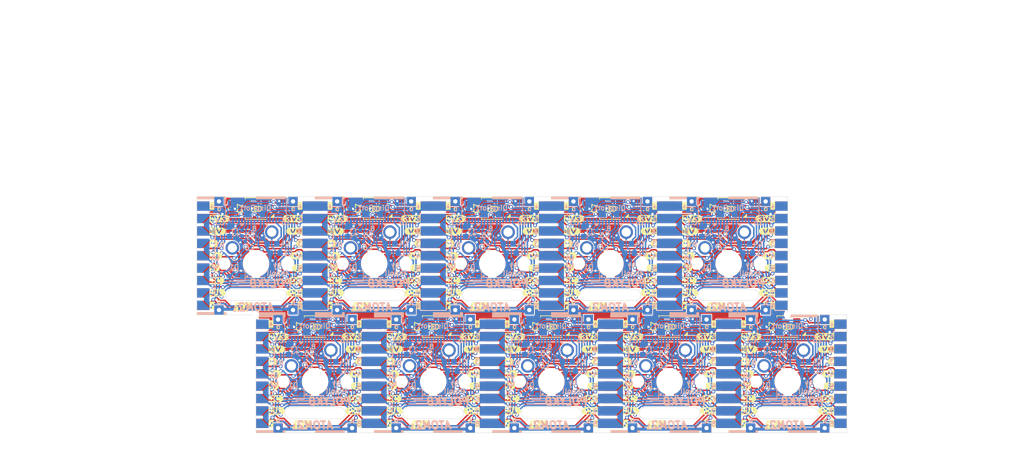
<source format=kicad_pcb>
(kicad_pcb (version 20211014) (generator pcbnew)
  (title_block (title "PolyKB Atom") (date "2022-02-01") (rev "2.1") (company "thpoll"))
  (layers (0 "F.Cu" signal) (31 "B.Cu" signal) (34 "B.Paste" user) (35 "F.Paste" user) (36 "B.SilkS" user "B.Silkscreen") (37 "F.SilkS" user "F.Silkscreen") (38 "B.Mask" user) (39 "F.Mask" user) (44 "Edge.Cuts" user))
  (net 0 "")
  (net 1 "/Keyboard/sheet605ED2EB/GND")
  (net 2 "/Keyboard/sheet605ED2EB/3V3")
  (net 3 "/Keyboard/sheet605ED2EB/4V2")
  (net 4 "Net-(C4-Pad1)")
  (net 5 "Net-(C5-Pad2)")
  (net 6 "Net-(C5-Pad1)")
  (net 7 "Net-(C6-Pad2)")
  (net 8 "Net-(C6-Pad1)")
  (net 9 "/Keyboard/sheet605ED2EB/CS")
  (net 10 "/Keyboard/sheet605ED2EB/RESET")
  (net 11 "/Keyboard/sheet605ED2EB/D-C")
  (net 12 "/Keyboard/sheet605ED2EB/SCLK")
  (net 13 "/Keyboard/sheet605ED2EB/SDIN")
  (net 14 "/Keyboard/sheet605ED2EB/LED_DIN")
  (net 15 "/Keyboard/sheet605ED2EB/5V")
  (net 16 "Net-(D1-Pad2)")
  (net 17 "/Keyboard/sheet605ED2EB/KeyRow")
  (net 18 "/Keyboard/sheet605ED2EB/KeyCol")
  (net 19 "CS8")
  (net 20 "CS7")
  (net 21 "CS6")
  (net 22 "CS5")
  (net 23 "CS4")
  (net 24 "CS3")
  (net 25 "CS2")
  (net 26 "CS1")
  (net 27 "Net-(C1-Pad1)")
  (footprint "poly_kb:AtomConnect2" (layer "F.Cu") (at 55.118 63.6778 -90)
    (fp_text reference "J3" hide)
    (fp_text value "WestFront")
  )
  (footprint "poly_kb:AtomConnect2" (layer "F.Cu") (at 72.136 63.6778 -90)
    (fp_text reference "J4" hide)
    (fp_text value "EastFront")
  )
  (footprint "poly_kb:WS2812B-Mini" (layer "F.Cu") (at 63.627 56.0578)
    (fp_text reference "LED1" hide)
    (fp_text value "WS2812B-Mini")
  )
  (footprint "poly_kb:SW_Cherry_MX_1.00u_PCB_NoSilk" (layer "F.Cu") (at 66.167 59.8678)
    (fp_text reference "SW1" hide)
    (fp_text value "SW_Push")
  )
  (footprint "poly_kb:TestPoin_1.5x1.5mm_Drill0.7mm" (layer "F.Cu") (at 69.596 54.9148)
    (fp_text reference "J2" hide)
    (fp_text value "North")
  )
  (footprint "poly_kb:TestPoin_1.5x1.5mm_Drill0.7mm" (layer "F.Cu") (at 57.658 54.9148)
    (fp_text reference "J8" hide)
    (fp_text value "North2")
  )
  (footprint "poly_kb:TestPoin_1.5x1.5mm_Drill0.7mm" (layer "F.Cu") (at 69.596 72.4408)
    (fp_text reference "J9" hide)
    (fp_text value "South2")
  )
  (footprint "poly_kb:TestPoin_1.5x1.5mm_Drill0.7mm" (layer "F.Cu") (at 57.658 72.4408)
    (fp_text reference "J7" hide)
    (fp_text value "South")
  )
  (footprint "kibuzzard-61EFD908" (layer "F.Cu") (at 56.515 71.7042)
    (fp_text reference "kibuzzard-61EFD908" hide)
    (fp_text value "G***" hide)
  )
  (footprint "kibuzzard-61EFBE21" (layer "F.Cu") (at 85.5472 84.709)
    (fp_text reference "kibuzzard-61EFBE21" hide)
    (fp_text value "G***" hide)
  )
  (footprint "kibuzzard-61EFD7F9" (layer "F.Cu") (at 156.0068 84.709)
    (fp_text reference "kibuzzard-61EFD7F9" hide)
    (fp_text value "G***" hide)
  )
  (footprint "kibuzzard-61EFD879" (layer "F.Cu") (at 86.319 76.7406)
    (fp_text reference "kibuzzard-61EFD879" hide)
    (fp_text value "G***" hide)
  )
  (footprint "kibuzzard-61EFD7F9" (layer "F.Cu") (at 89.3318 65.659)
    (fp_text reference "kibuzzard-61EFD7F9" hide)
    (fp_text value "G***" hide)
  )
  (footprint "kibuzzard-61EFBE21" (layer "F.Cu") (at 95.0722 65.659)
    (fp_text reference "kibuzzard-61EFBE21" hide)
    (fp_text value "G***" hide)
  )
  (footprint "kibuzzard-61EFD947" (layer "F.Cu") (at 104.14 74.7014)
    (fp_text reference "kibuzzard-61EFD947" hide)
    (fp_text value "G***" hide)
  )
  (footprint "Capacitor_SMD:C_0603_1608Metric" (layer "F.Cu") (at 59.6265 56.0578 -90)
    (fp_text reference "C7")
    (fp_text value "100nF")
  )
  (footprint "poly_kb:AtomConnect2" (layer "F.Cu") (at 140.843 82.7278 -90)
    (fp_text reference "J3" hide)
    (fp_text value "WestFront")
  )
  (footprint "kibuzzard-61EFABBF" (layer "F.Cu") (at 108.0262 67.691)
    (fp_text reference "kibuzzard-61EFABBF" hide)
    (fp_text value "G***" hide)
  )
  (footprint "kibuzzard-61EFDAEE" (layer "F.Cu") (at 133.354239 63.677507)
    (fp_text reference "kibuzzard-61EFDAEE" hide)
    (fp_text value "G***" hide)
  )
  (footprint "kibuzzard-61EFD947" (layer "F.Cu") (at 75.565 55.6514)
    (fp_text reference "kibuzzard-61EFD947" hide)
    (fp_text value "G***" hide)
  )
  (footprint "poly_kb:TestPoin_1.5x1.5mm_Drill0.7mm" (layer "F.Cu") (at 114.808 72.4408)
    (fp_text reference "J7" hide)
    (fp_text value "South")
  )
  (footprint "kibuzzard-61EFD908" (layer "F.Cu") (at 104.14 90.7542)
    (fp_text reference "kibuzzard-61EFD908" hide)
    (fp_text value "G***" hide)
  )
  (footprint "kibuzzard-61EFD879" (layer "F.Cu") (at 67.269 76.7406)
    (fp_text reference "kibuzzard-61EFD879" hide)
    (fp_text value "G***" hide)
  )
  (footprint "kibuzzard-61EFD908" (layer "F.Cu") (at 118.364 90.7542)
    (fp_text reference "kibuzzard-61EFD908" hide)
    (fp_text value "G***" hide)
  )
  (footprint "kibuzzard-61EFDAC6" (layer "F.Cu") (at 156.4132 80.7466)
    (fp_text reference "kibuzzard-61EFDAC6" hide)
    (fp_text value "G***" hide)
  )
  (footprint "kibuzzard-61EFDAA0" (layer "F.Cu") (at 85.4456 80.7466)
    (fp_text reference "kibuzzard-61EFDAA0" hide)
    (fp_text value "G***" hide)
  )
  (footprint "poly_kb:TestPoin_1.5x1.5mm_Drill0.7mm" (layer "F.Cu") (at 117.221 91.4908)
    (fp_text reference "J9" hide)
    (fp_text value "South2")
  )
  (footprint "kibuzzard-61EFA8F1" (layer "F.Cu") (at 79.3496 88.7222)
    (fp_text reference "kibuzzard-61EFA8F1" hide)
    (fp_text value "G***" hide)
  )
  (footprint "kibuzzard-61EFBE2C" (layer "F.Cu") (at 114.4778 67.691)
    (fp_text reference "kibuzzard-61EFBE2C" hide)
    (fp_text value "G***" hide)
  )
  (footprint "kibuzzard-61EFAA6D" (layer "F.Cu") (at 127.2794 63.6778)
    (fp_text reference "kibuzzard-61EFAA6D" hide)
    (fp_text value "G***" hide)
  )
  (footprint "poly_kb:AtomConnect2" (layer "F.Cu") (at 74.168 63.6778 -90)
    (fp_text reference "J3" hide)
    (fp_text value "WestFront")
  )
  (footprint "kibuzzard-61EFD863" (layer "F.Cu") (at 98.0948 76.7334)
    (fp_text reference "kibuzzard-61EFD863" hide)
    (fp_text value "G***" hide)
  )
  (footprint "kibuzzard-61EFBE87" (layer "F.Cu") (at 67.4624 78.7654)
    (fp_text reference "kibuzzard-61EFBE87" hide)
    (fp_text value "G***" hide)
  )
  (footprint "kibuzzard-61EFAA6D" (layer "F.Cu") (at 89.1794 63.6778)
    (fp_text reference "kibuzzard-61EFAA6D" hide)
    (fp_text value "G***" hide)
  )
  (footprint "Capacitor_SMD:C_0603_1608Metric" (layer "F.Cu") (at 88.2015 75.1078 -90)
    (fp_text reference "C7")
    (fp_text value "100nF")
  )
  (footprint "kibuzzard-61EFBE3D" (layer "F.Cu") (at 143.1544 88.7222)
    (fp_text reference "kibuzzard-61EFBE3D" hide)
    (fp_text value "G***" hide)
  )
  (footprint "kibuzzard-61EFD947" (layer "F.Cu") (at 156.464 74.7014)
    (fp_text reference "kibuzzard-61EFD947" hide)
    (fp_text value "G***" hide)
  )
  (footprint "kibuzzard-61EFD947" (layer "F.Cu") (at 132.715 55.6514)
    (fp_text reference "kibuzzard-61EFD947" hide)
    (fp_text value "G***" hide)
  )
  (footprint "Capacitor_SMD:C_0603_1608Metric" (layer "F.Cu") (at 126.3015 75.1078 -90)
    (fp_text reference "C7")
    (fp_text value "100nF")
  )
  (footprint "kibuzzard-61EFD863" (layer "F.Cu") (at 79.0448 76.7334)
    (fp_text reference "kibuzzard-61EFD863" hide)
    (fp_text value "G***" hide)
  )
  (footprint "kibuzzard-61EFD863" (layer "F.Cu") (at 88.5698 57.6834)
    (fp_text reference "kibuzzard-61EFD863" hide)
    (fp_text value "G***" hide)
  )
  (footprint "kibuzzard-61EFBE3D" (layer "F.Cu") (at 86.0044 88.7222)
    (fp_text reference "kibuzzard-61EFBE3D" hide)
    (fp_text value "G***" hide)
  )
  (footprint "kibuzzard-61EFBE3D" (layer "F.Cu") (at 105.0544 88.7222)
    (fp_text reference "kibuzzard-61EFBE3D" hide)
    (fp_text value "G***" hide)
  )
  (footprint "poly_kb:TestPoin_1.5x1.5mm_Drill0.7mm" (layer "F.Cu") (at 67.183 73.9648)
    (fp_text reference "J8" hide)
    (fp_text value "North2")
  )
  (footprint "poly_kb:TestPoin_1.5x1.5mm_Drill0.7mm" (layer "F.Cu") (at 126.746 72.4408)
    (fp_text reference "J9" hide)
    (fp_text value "South2")
  )
  (footprint "kibuzzard-61EFABBF" (layer "F.Cu") (at 98.5012 86.741)
    (fp_text reference "kibuzzard-61EFABBF" hide)
    (fp_text value "G***" hide)
  )
  (footprint "poly_kb:TestPoin_1.5x1.5mm_Drill0.7mm" (layer "F.Cu") (at 88.646 54.9148)
    (fp_text reference "J2" hide)
    (fp_text value "North")
  )
  (footprint "kibuzzard-61EFDD1E" (layer "F.Cu") (at 61.341 71.9328)
    (fp_text reference "kibuzzard-61EFDD1E" hide)
    (fp_text value "G***" hide)
  )
  (footprint "poly_kb:TestPoin_1.5x1.5mm_Drill0.7mm" (layer "F.Cu") (at 76.708 72.4408)
    (fp_text reference "J7" hide)
    (fp_text value "South")
  )
  (footprint "kibuzzard-61EFABBF" (layer "F.Cu") (at 136.6012 86.741)
    (fp_text reference "kibuzzard-61EFABBF" hide)
    (fp_text value "G***" hide)
  )
  (footprint "kibuzzard-61EFDD1E" (layer "F.Cu") (at 99.441 71.9328)
    (fp_text reference "kibuzzard-61EFDD1E" hide)
    (fp_text value "G***" hide)
  )
  (footprint "poly_kb:SW_Cherry_MX_1.00u_PCB_NoSilk" (layer "F.Cu") (at 75.692 78.9178)
    (fp_text reference "SW1" hide)
    (fp_text value "SW_Push")
  )
  (footprint "kibuzzard-61EFDD1E" (layer "F.Cu") (at 89.916 90.9828)
    (fp_text reference "kibuzzard-61EFDD1E" hide)
    (fp_text value "G***" hide)
  )
  (footprint "kibuzzard-61EFD7F9" (layer "F.Cu") (at 117.9068 84.709)
    (fp_text reference "kibuzzard-61EFD7F9" hide)
    (fp_text value "G***" hide)
  )
  (footprint "kibuzzard-61EFBE87" (layer "F.Cu") (at 76.9874 59.7154)
    (fp_text reference "kibuzzard-61EFBE87" hide)
    (fp_text value "G***" hide)
  )
  (footprint "kibuzzard-61EFDD1E" (layer "F.Cu") (at 128.016 90.9828)
    (fp_text reference "kibuzzard-61EFDD1E" hide)
    (fp_text value "G***" hide)
  )
  (footprint "kibuzzard-61EFD947" (layer "F.Cu") (at 66.04 74.7014)
    (fp_text reference "kibuzzard-61EFD947" hide)
    (fp_text value "G***" hide)
  )
  (footprint "kibuzzard-61EFACF9" (layer "F.Cu") (at 97.8916 78.7654)
    (fp_text reference "kibuzzard-61EFACF9" hide)
    (fp_text value "G***" hide)
  )
  (footprint "kibuzzard-61EFBE87" (layer "F.Cu") (at 57.9374 59.7154)
    (fp_text reference "kibuzzard-61EFBE87" hide)
    (fp_text value "G***" hide)
  )
  (footprint "kibuzzard-61EFD879" (layer "F.Cu") (at 143.469 76.7406)
    (fp_text reference "kibuzzard-61EFD879" hide)
    (fp_text value "G***" hide)
  )
  (footprint "kibuzzard-61EFDAC6" (layer "F.Cu") (at 70.6882 61.6966)
    (fp_text reference "kibuzzard-61EFDAC6" hide)
    (fp_text value "G***" hide)
  )
  (footprint "" (layer "F.Cu") (at 149.352 73.2028)
    (fp_text reference "")
    (fp_text value "")
  )
  (footprint "kibuzzard-61EFDAC6" (layer "F.Cu") (at 118.3132 80.7466)
    (fp_text reference "kibuzzard-61EFDAC6" hide)
    (fp_text value "G***" hide)
  )
  (footprint "kibuzzard-61EFAA6D" (layer "F.Cu") (at 108.2294 63.6778)
    (fp_text reference "kibuzzard-61EFAA6D" hide)
    (fp_text value "G***" hide)
  )
  (footprint "kibuzzard-61EFA8F1" (layer "F.Cu") (at 136.4996 88.7222)
    (fp_text reference "kibuzzard-61EFA8F1" hide)
    (fp_text value "G***" hide)
  )
  (footprint "poly_kb:TestPoin_1.5x1.5mm_Drill0.7mm" (layer "F.Cu") (at 133.858 72.4408)
    (fp_text reference "J7" hide)
    (fp_text value "South")
  )
  (footprint "kibuzzard-61EFBE3D" (layer "F.Cu") (at 114.5794 69.6722)
    (fp_text reference "kibuzzard-61EFBE3D" hide)
    (fp_text value "G***" hide)
  )
  (footprint "poly_kb:TestPoin_1.5x1.5mm_Drill0.7mm" (layer "F.Cu") (at 136.271 91.4908)
    (fp_text reference "J9" hide)
    (fp_text value "South2")
  )
  (footprint "poly_kb:AtomConnect2" (layer "F.Cu") (at 112.268 63.6778 -90)
    (fp_text reference "J3" hide)
    (fp_text value "WestFront")
  )
  (footprint "kibuzzard-61EFDAA0" (layer "F.Cu") (at 104.4956 80.7466)
    (fp_text reference "kibuzzard-61EFDAA0" hide)
    (fp_text value "G***" hide)
  )
  (footprint "poly_kb:TestPoin_1.5x1.5mm_Drill0.7mm" (layer "F.Cu") (at 107.696 72.4408)
    (fp_text reference "J9" hide)
    (fp_text value "South2")
  )
  (footprint "kibuzzard-61EFD947" (layer "F.Cu") (at 146.939 55.6514)
    (fp_text reference "kibuzzard-61EFD947" hide)
    (fp_text value "G***" hide)
  )
  (footprint "kibuzzard-61EFD879" (layer "F.Cu") (at 133.944 57.6906)
    (fp_text reference "kibuzzard-61EFD879" hide)
    (fp_text value "G***" hide)
  )
  (footprint "poly_kb:SW_Cherry_MX_1.00u_PCB_NoSilk" (layer "F.Cu") (at 142.367 59.8678)
    (fp_text reference "SW1" hide)
    (fp_text value "SW_Push")
  )
  (footprint "kibuzzard-61EFD863" (layer "F.Cu") (at 126.6698 57.6834)
    (fp_text reference "kibuzzard-61EFD863" hide)
    (fp_text value "G***" hide)
  )
  (footprint "kibuzzard-61EFBE2C" (layer "F.Cu") (at 124.0028 86.741)
    (fp_text reference "kibuzzard-61EFBE2C" hide)
    (fp_text value "G***" hide)
  )
  (footprint "kibuzzard-61EFD908" (layer "F.Cu") (at 85.09 90.7542)
    (fp_text reference "kibuzzard-61EFD908" hide)
    (fp_text value "G***" hide)
  )
  (footprint "kibuzzard-61EFBE87" (layer "F.Cu") (at 143.6624 78.7654)
    (fp_text reference "kibuzzard-61EFBE87" hide)
    (fp_text value "G***" hide)
  )
  (footprint "kibuzzard-61EFD908" (layer "F.Cu") (at 137.414 90.7542)
    (fp_text reference "kibuzzard-61EFD908" hide)
    (fp_text value "G***" hide)
  )
  (footprint "" (layer "F.Cu") (at 63.627 73.2028)
    (fp_text reference "")
    (fp_text value "")
  )
  (footprint "kibuzzard-61EFDAEE" (layer "F.Cu") (at 85.729239 82.727507)
    (fp_text reference "kibuzzard-61EFDAEE" hide)
    (fp_text value "G***" hide)
  )
  (footprint "poly_kb:AtomConnect2" (layer "F.Cu") (at 93.218 63.6778 -90)
    (fp_text reference "J3" hide)
    (fp_text value "WestFront")
  )
  (footprint "kibuzzard-61EFA8F1" (layer "F.Cu") (at 117.4496 88.7222)
    (fp_text reference "kibuzzard-61EFA8F1" hide)
    (fp_text value "G***" hide)
  )
  (footprint "kibuzzard-61EFBE2C" (layer "F.Cu") (at 66.8528 86.741)
    (fp_text reference "kibuzzard-61EFBE2C" hide)
    (fp_text value "G***" hide)
  )
  (footprint "kibuzzard-61EFBE21" (layer "F.Cu") (at 142.6972 84.709)
    (fp_text reference "kibuzzard-61EFBE21" hide)
    (fp_text value "G***" hide)
  )
  (footprint "poly_kb:SW_Cherry_MX_1.00u_PCB_NoSilk" (layer "F.Cu") (at 151.892 78.9178)
    (fp_text reference "SW1" hide)
    (fp_text value "SW_Push")
  )
  (footprint "kibuzzard-61EFDAA0" (layer "F.Cu") (at 66.3956 80.7466)
    (fp_text reference "kibuzzard-61EFDAA0" hide)
    (fp_text value "G***" hide)
  )
  (footprint "kibuzzard-61EFDD1E" (layer "F.Cu") (at 108.966 90.9828)
    (fp_text reference "kibuzzard-61EFDD1E" hide)
    (fp_text value "G***" hide)
  )
  (footprint "Capacitor_SMD:C_0603_1608Metric" (layer "F.Cu") (at 107.2515 75.1078 -90)
    (fp_text reference "C7")
    (fp_text value "100nF")
  )
  (footprint "kibuzzard-61EFAA6D" (layer "F.Cu") (at 117.7544 82.7278)
    (fp_text reference "kibuzzard-61EFAA6D" hide)
    (fp_text value "G***" hide)
  )
  (footprint "kibuzzard-61EFD947" (layer "F.Cu") (at 89.789 55.6514)
    (fp_text reference "kibuzzard-61EFD947" hide)
    (fp_text value "G***" hide)
  )
  (footprint "kibuzzard-61EFDAC6" (layer "F.Cu") (at 137.3632 80.7466)
    (fp_text reference "kibuzzard-61EFDAC6" hide)
    (fp_text value "G***" hide)
  )
  (footprint "kibuzzard-61EFDAC6" (layer "F.Cu") (at 99.2632 80.7466)
    (fp_text reference "kibuzzard-61EFDAC6" hide)
    (fp_text value "G***" hide)
  )
  (footprint "kibuzzard-61EFD908" (layer "F.Cu") (at 75.565 71.7042)
    (fp_text reference "kibuzzard-61EFD908" hide)
    (fp_text value "G***" hide)
  )
  (footprint "poly_kb:TestPoin_1.5x1.5mm_Drill0.7mm" (layer "F.Cu") (at 86.233 91.4908)
    (fp_text reference "J7" hide)
    (fp_text value "South")
  )
  (footprint "poly_kb:WS2812B-Mini" (layer "F.Cu") (at 130.302 75.1078)
    (fp_text reference "LED1" hide)
    (fp_text value "WS2812B-Mini")
  )
  (footprint "kibuzzard-61EFD863" (layer "F.Cu") (at 145.7198 57.6834)
    (fp_text reference "kibuzzard-61EFD863" hide)
    (fp_text value "G***" hide)
  )
  (footprint "kibuzzard-61EFBE2C" (layer "F.Cu") (at 57.3278 67.691)
    (fp_text reference "kibuzzard-61EFBE2C" hide)
    (fp_text value "G***" hide)
  )
  (footprint "kibuzzard-61EFBE21" (layer "F.Cu") (at 133.1722 65.659)
    (fp_text reference "kibuzzard-61EFBE21" hide)
    (fp_text value "G***" hide)
  )
  (footprint "kibuzzard-61EFD879" (layer "F.Cu") (at 105.369 76.7406)
    (fp_text reference "kibuzzard-61EFD879" hide)
    (fp_text value "G***" hide)
  )
  (footprint "kibuzzard-61EFBE21" (layer "F.Cu") (at 76.0222 65.659)
    (fp_text reference "kibuzzard-61EFBE21" hide)
    (fp_text value "G***" hide)
  )
  (footprint "kibuzzard-61EFD947" (layer "F.Cu") (at 99.314 74.7014)
    (fp_text reference "kibuzzard-61EFD947" hide)
    (fp_text value "G***" hide)
  )
  (footprint "kibuzzard-61EFACF9" (layer "F.Cu") (at 145.5166 59.7154)
    (fp_text reference "kibuzzard-61EFACF9" hide)
    (fp_text value "G***" hide)
  )
  (footprint "kibuzzard-61EFACF9" (layer "F.Cu") (at 155.0416 78.7654)
    (fp_text reference "kibuzzard-61EFACF9" hide)
    (fp_text value "G***" hide)
  )
  (footprint "kibuzzard-61EFD863" (layer "F.Cu") (at 155.2448 76.7334)
    (fp_text reference "kibuzzard-61EFD863" hide)
    (fp_text value "G***" hide)
  )
  (footprint "poly_kb:SW_Cherry_MX_1.00u_PCB_NoSilk" (layer "F.Cu") (at 94.742 78.9178)
    (fp_text reference "SW1" hide)
    (fp_text value "SW_Push")
  )
  (footprint "kibuzzard-61EFD879" (layer "F.Cu") (at 124.419 76.7406)
    (fp_text reference "kibuzzard-61EFD879" hide)
    (fp_text value "G***" hide)
  )
  (footprint "kibuzzard-61EFDAEE" (layer "F.Cu") (at 66.679239 82.727507)
    (fp_text reference "kibuzzard-61EFDAEE" hide)
    (fp_text value "G***" hide)
  )
  (footprint "kibuzzard-61EFDAEE" (layer "F.Cu") (at 76.204239 63.677507)
    (fp_text reference "kibuzzard-61EFDAEE" hide)
    (fp_text value "G***" hide)
  )
  (footprint "poly_kb:TestPoin_1.5x1.5mm_Drill0.7mm" (layer "F.Cu") (at 107.696 54.9148)
    (fp_text reference "J2" hide)
    (fp_text value "North")
  )
  (footprint "poly_kb:SW_Cherry_MX_1.00u_PCB_NoSilk" (layer "F.Cu") (at 113.792 78.9178)
    (fp_text reference "SW1" hide)
    (fp_text value "SW_Push")
  )
  (footprint "kibuzzard-61EFABBF" (layer "F.Cu") (at 117.5512 86.741)
    (fp_text reference "kibuzzard-61EFABBF" hide)
    (fp_text value "G***" hide)
  )
  (footprint "poly_kb:AtomConnect2" (layer "F.Cu") (at 102.743 82.7278 -90)
    (fp_text reference "J3" hide)
    (fp_text value "WestFront")
  )
  (footprint "kibuzzard-61EFD863" (layer "F.Cu") (at 107.6198 57.6834)
    (fp_text reference "kibuzzard-61EFD863" hide)
    (fp_text value "G***" hide)
  )
  (footprint "kibuzzard-61EFD908" (layer "F.Cu") (at 123.19 90.7542)
    (fp_text reference "kibuzzard-61EFD908" hide)
    (fp_text value "G***" hide)
  )
  (footprint "kibuzzard-61EFBE21" (layer "F.Cu") (at 114.1222 65.659)
    (fp_text reference "kibuzzard-61EFBE21" hide)
    (fp_text value "G***" hide)
  )
  (footprint "kibuzzard-61EFACF9" (layer "F.Cu") (at 126.4666 59.7154)
    (fp_text reference "kibuzzard-61EFACF9" hide)
    (fp_text value "G***" hide)
  )
  (footprint "poly_kb:TestPoin_1.5x1.5mm_Drill0.7mm" (layer "F.Cu") (at 155.321 73.9648)
    (fp_text reference "J2" hide)
    (fp_text value "North")
  )
  (footprint "kibuzzard-61EFA8F1" (layer "F.Cu") (at 107.9246 69.6722)
    (fp_text reference "kibuzzard-61EFA8F1" hide)
    (fp_text value "G***" hide)
  )
  (footprint "poly_kb:WS2812B-Mini" (layer "F.Cu") (at 139.827 56.0578)
    (fp_text reference "LED1" hide)
    (fp_text value "WS2812B-Mini")
  )
  (footprint "Capacitor_SMD:C_0603_1608Metric" (layer "F.Cu") (at 135.8265 56.0578 -90)
    (fp_text reference "C7")
    (fp_text value "100nF")
  )
  (footprint "poly_kb:TestPoin_1.5x1.5mm_Drill0.7mm" (layer "F.Cu") (at 124.333 91.4908)
    (fp_text reference "J7" hide)
    (fp_text value "South")
  )
  (footprint "poly_kb:WS2812B-Mini" (layer "F.Cu") (at 82.677 56.0578)
    (fp_text reference "LED1" hide)
    (fp_text value "WS2812B-Mini")
  )
  (footprint "kibuzzard-61EFAA6D" (layer "F.Cu") (at 98.7044 82.7278)
    (fp_text reference "kibuzzard-61EFAA6D" hide)
    (fp_text value "G***" hide)
  )
  (footprint "kibuzzard-61EFA8F1" (layer "F.Cu") (at 126.9746 69.6722)
    (fp_text reference "kibuzzard-61EFA8F1" hide)
    (fp_text value "G***" hide)
  )
  (footprint "kibuzzard-61EFBE3D" (layer "F.Cu") (at 66.9544 88.7222)
    (fp_text reference "kibuzzard-61EFBE3D" hide)
    (fp_text value "G***" hide)
  )
  (footprint "kibuzzard-61EFD908" (layer "F.Cu") (at 99.314 90.7542)
    (fp_text reference "kibuzzard-61EFD908" hide)
    (fp_text value "G***" hide)
  )
  (footprint "kibuzzard-61EFABBF" (layer "F.Cu") (at 88.9762 67.691)
    (fp_text reference "kibuzzard-61EFABBF" hide)
    (fp_text value "G***" hide)
  )
  (footprint "kibuzzard-61EFDD1E" (layer "F.Cu") (at 137.541 71.9328)
    (fp_text reference "kibuzzard-61EFDD1E" hide)
    (fp_text value "G***" hide)
  )
  (footprint "kibuzzard-61EFD863" (layer "F.Cu") (at 117.1448 76.7334)
    (fp_text reference "kibuzzard-61EFD863" hide)
    (fp_text value "G***" hide)
  )
  (footprint "poly_kb:AtomConnect2" (layer "F.Cu") (at 110.236 63.6778 -90)
    (fp_text reference "J4" hide)
    (fp_text value "EastFront")
  )
  (footprint "poly_kb:AtomConnect2" (layer "F.Cu") (at 129.286 63.6778 -90)
    (fp_text reference "J4" hide)
    (fp_text value "EastFront")
  )
  (footprint "poly_kb:AtomConnect2" (layer "F.Cu") (at 119.761 82.7278 -90)
    (fp_text reference "J4" hide)
    (fp_text value "EastFront")
  )
  (footprint "kibuzzard-61EFACF9" (layer "F.Cu") (at 135.9916 78.7654)
    (fp_text reference "kibuzzard-61EFACF9" hide)
    (fp_text value "G***" hide)
  )
  (footprint "kibuzzard-61EFBE2C" (layer "F.Cu") (at 95.4278 67.691)
    (fp_text reference "kibuzzard-61EFBE2C" hide)
    (fp_text value "G***" hide)
  )
  (footprint "kibuzzard-61EFDAA0" (layer "F.Cu") (at 123.5456 80.7466)
    (fp_text reference "kibuzzard-61EFDAA0" hide)
    (fp_text value "G***" hide)
  )
  (footprint "kibuzzard-61EFD908" (layer "F.Cu") (at 127.889 71.7042)
    (fp_text reference "kibuzzard-61EFD908" hide)
    (fp_text value "G***" hide)
  )
  (footprint "Capacitor_SMD:C_0603_1608Metric" (layer "F.Cu") (at 145.3515 75.1078 -90)
    (fp_text reference "C7")
    (fp_text value "100nF")
  )
  (footprint "kibuzzard-61EFDAEE" (layer "F.Cu") (at 104.779239 82.727507)
    (fp_text reference "kibuzzard-61EFDAEE" hide)
    (fp_text value "G***" hide)
  )
  (footprint "kibuzzard-61EFD879" (layer "F.Cu") (at 114.894 57.6906)
    (fp_text reference "kibuzzard-61EFD879" hide)
    (fp_text value "G***" hide)
  )
  (footprint "poly_kb:WS2812B-Mini" (layer "F.Cu") (at 111.252 75.1078)
    (fp_text reference "LED1" hide)
    (fp_text value "WS2812B-Mini")
  )
  (footprint "kibuzzard-61EFD947" (layer "F.Cu") (at 70.739 55.6514)
    (fp_text reference "kibuzzard-61EFD947" hide)
    (fp_text value "G***" hide)
  )
  (footprint "kibuzzard-61EFD7F9" (layer "F.Cu") (at 146.4818 65.659)
    (fp_text reference "kibuzzard-61EFD7F9" hide)
    (fp_text value "G***" hide)
  )
  (footprint "kibuzzard-61EFABBF" (layer "F.Cu") (at 155.6512 86.741)
    (fp_text reference "kibuzzard-61EFABBF" hide)
    (fp_text value "G***" hide)
  )
  (footprint "poly_kb:AtomConnect2" (layer "F.Cu") (at 121.793 82.7278 -90)
    (fp_text reference "J3" hide)
    (fp_text value "WestFront")
  )
  (footprint "poly_kb:TestPoin_1.5x1.5mm_Drill0.7mm" (layer "F.Cu") (at 145.796 72.4408)
    (fp_text reference "J9" hide)
    (fp_text value "South2")
  )
  (footprint "poly_kb:TestPoin_1.5x1.5mm_Drill0.7mm" (layer "F.Cu") (at 145.796 54.9148)
    (fp_text reference "J2" hide)
    (fp_text value "North")
  )
  (footprint "poly_kb:SW_Cherry_MX_1.00u_PCB_NoSilk" (layer "F.Cu") (at 132.842 78.9178)
    (fp_text reference "SW1" hide)
    (fp_text value "SW_Push")
  )
  (footprint "poly_kb:AtomConnect2" (layer "F.Cu") (at 157.861 82.7278 -90)
    (fp_text reference "J4" hide)
    (fp_text value "EastFront")
  )
  (footprint "poly_kb:TestPoin_1.5x1.5mm_Drill0.7mm" (layer "F.Cu") (at 98.171 73.9648)
    (fp_text reference "J2" hide)
    (fp_text value "North")
  )
  (footprint "poly_kb:TestPoin_1.5x1.5mm_Drill0.7mm" (layer "F.Cu") (at 86.233 73.9648)
    (fp_text reference "J8" hide)
    (fp_text value "North2")
  )
  (footprint "kibuzzard-61EFA8F1" (layer "F.Cu") (at 69.8246 69.6722)
    (fp_text reference "kibuzzard-61EFA8F1" hide)
    (fp_text value "G***" hide)
  )
  (footprint "kibuzzard-61EFD879" (layer "F.Cu") (at 95.844 57.6906)
    (fp_text reference "kibuzzard-61EFD879" hide)
    (fp_text value "G***" hide)
  )
  (footprint "kibuzzard-61EFDAC6" (layer "F.Cu") (at 89.7382 61.6966)
    (fp_text reference "kibuzzard-61EFDAC6" hide)
    (fp_text value "G***" hide)
  )
  (footprint "kibuzzard-61EFD7F9" (layer "F.Cu") (at 127.4318 65.659)
    (fp_text reference "kibuzzard-61EFD7F9" hide)
    (fp_text value "G***" hide)
  )
  (footprint "kibuzzard-61EFABBF" (layer "F.Cu") (at 79.4512 86.741)
    (fp_text reference "kibuzzard-61EFABBF" hide)
    (fp_text value "G***" hide)
  )
  (footprint "kibuzzard-61EFD908" (layer "F.Cu") (at 113.665 71.7042)
    (fp_text reference "kibuzzard-61EFD908" hide)
    (fp_text value "G***" hide)
  )
  (footprint "Capacitor_SMD:C_0603_1608Metric" (layer "F.Cu") (at 97.7265 56.0578 -90)
    (fp_text reference "C7")
    (fp_text value "100nF")
  )
  (footprint "kibuzzard-61EFA8F1" (layer "F.Cu") (at 155.5496 88.7222)
    (fp_text reference "kibuzzard-61EFA8F1" hide)
    (fp_text value "G***" hide)
  )
  (footprint "kibuzzard-61EFD908" (layer "F.Cu") (at 108.839 71.7042)
    (fp_text reference "kibuzzard-61EFD908" hide)
    (fp_text value "G***" hide)
  )
  (footprint "kibuzzard-61EFDAA0" (layer "F.Cu") (at 142.5956 80.7466)
    (fp_text reference "kibuzzard-61EFDAA0" hide)
    (fp_text value "G***" hide)
  )
  (footprint "kibuzzard-61EFDAA0" (layer "F.Cu") (at 56.8706 61.6966)
    (fp_text reference "kibuzzard-61EFDAA0" hide)
    (fp_text value "G***" hide)
  )
  (footprint "kibuzzard-61EFD7F9" (layer "F.Cu") (at 79.8068 84.709)
    (fp_text reference "kibuzzard-61EFD7F9" hide)
    (fp_text value "G***" hide)
  )
  (footprint "kibuzzard-61EFBE87" (layer "F.Cu") (at 86.5124 78.7654)
    (fp_text reference "kibuzzard-61EFBE87" hide)
    (fp_text value "G***" hide)
  )
  (footprint "Capacitor_SMD:C_0603_1608Metric" (layer "F.Cu") (at 116.7765 56.0578 -90)
    (fp_text reference "C7")
    (fp_text value "100nF")
  )
  (footprint "kibuzzard-61EFD947" (layer "F.Cu") (at 123.19 74.7014)
    (fp_text reference "kibuzzard-61EFD947" hide)
    (fp_text value "G***" hide)
  )
  (footprint "kibuzzard-61EFBE3D" (layer "F.Cu") (at 95.5294 69.6722)
    (fp_text reference "kibuzzard-61EFBE3D" hide)
    (fp_text value "G***" hide)
  )
  (footprint "kibuzzard-61EFD947" (layer "F.Cu") (at 80.264 74.7014)
    (fp_text reference "kibuzzard-61EFD947" hide)
    (fp_text value "G***" hide)
  )
  (footprint "kibuzzard-61EFABBF" (layer "F.Cu") (at 127.0762 67.691)
    (fp_text reference "kibuzzard-61EFABBF" hide)
    (fp_text value "G***" hide)
  )
  (footprint "kibuzzard-61EFA8F1" (layer "F.Cu") (at 146.0246 69.6722)
    (fp_text reference "kibuzzard-61EFA8F1" hide)
    (fp_text value "G***" hide)
  )
  (footprint "kibuzzard-61EFDD1E" (layer "F.Cu") (at 118.491 71.9328)
    (fp_text reference "kibuzzard-61EFDD1E" hide)
    (fp_text value "G***" hide)
  )
  (footprint "kibuzzard-61EFAA6D" (layer "F.Cu") (at 146.3294 63.6778)
    (fp_text reference "kibuzzard-61EFAA6D" hide)
    (fp_text value "G***" hide)
  )
  (footprint "kibuzzard-61EFD7F9" (layer "F.Cu") (at 70.2818 65.659)
    (fp_text reference "kibuzzard-61EFD7F9" hide)
    (fp_text value "G***" hide)
  )
  (footprint "poly_kb:TestPoin_1.5x1.5mm_Drill0.7mm" (layer "F.Cu") (at 88.646 72.4408)
    (fp_text reference "J9" hide)
    (fp_text value "South2")
  )
  (footprint "kibuzzard-61EFBE3D" (layer "F.Cu") (at 133.6294 69.6722)
    (fp_text reference "kibuzzard-61EFBE3D" hide)
    (fp_text value "G***" hide)
  )
  (footprint "poly_kb:SW_Cherry_MX_1.00u_PCB_NoSilk" (layer "F.Cu") (at 85.217 59.8678)
    (fp_text reference "SW1" hide)
    (fp_text value "SW_Push")
  )
  (footprint "kibuzzard-61EFDAEE" (layer "F.Cu") (at 95.254239 63.677507)
    (fp_text reference "kibuzzard-61EFDAEE" hide)
    (fp_text value "G***" hide)
  )
  (footprint "poly_kb:WS2812B-Mini" (layer "F.Cu") (at 101.727 56.0578)
    (fp_text reference "LED1" hide)
    (fp_text value "WS2812B-Mini")
  )
  (footprint "kibuzzard-61EFD879" (layer "F.Cu") (at 76.794 57.6906)
    (fp_text reference "kibuzzard-61EFD879" hide)
    (fp_text value "G***" hide)
  )
  (footprint "kibuzzard-61EFD863" (layer "F.Cu") (at 136.1948 76.7334)
    (fp_text reference "kibuzzard-61EFD863" hide)
    (fp_text value "G***" hide)
  )
  (footprint "poly_kb:TestPoin_1.5x1.5mm_Drill0.7mm" (layer "F.Cu") (at 136.271 73.9648)
    (fp_text reference "J2" hide)
    (fp_text value "North")
  )
  (footprint "kibuzzard-61EFBE2C" (layer "F.Cu") (at 104.9528 86.741)
    (fp_text reference "kibuzzard-61EFBE2C" hide)
    (fp_text value "G***" hide)
  )
  (footprint "kibuzzard-61EFACF9" (layer "F.Cu") (at 88.3666 59.7154)
    (fp_text reference "kibuzzard-61EFACF9" hide)
    (fp_text value "G***" hide)
  )
  (footprint "kibuzzard-61EFD908" (layer "F.Cu") (at 94.615 71.7042)
    (fp_text reference "kibuzzard-61EFD908" hide)
    (fp_text value "G***" hide)
  )
  (footprint "kibuzzard-61EFDD1E" (layer "F.Cu") (at 147.066 90.9828)
    (fp_text reference "kibuzzard-61EFDD1E" hide)
    (fp_text value "G***" hide)
  )
  (footprint "poly_kb:SW_Cherry_MX_1.00u_PCB_NoSilk" (layer "F.Cu") (at 123.317 59.8678)
    (fp_text reference "SW1" hide)
    (fp_text value "SW_Push")
  )
  (footprint "poly_kb:TestPoin_1.5x1.5mm_Drill0.7mm" (layer "F.Cu") (at 95.758 72.4408)
    (fp_text reference "J7" hide)
    (fp_text value "South")
  )
  (footprint "poly_kb:TestPoin_1.5x1.5mm_Drill0.7mm" (layer "F.Cu") (at 114.808 54.9148)
    (fp_text reference "J8" hide)
    (fp_text value "North2")
  )
  (footprint "kibuzzard-61EFBE21" (layer "F.Cu") (at 123.6472 84.709)
    (fp_text reference "kibuzzard-61EFBE21" hide)
    (fp_text value "G***" hide)
  )
  (footprint "kibuzzard-61EFD863" (layer "F.Cu") (at 69.5198 57.6834)
    (fp_text reference "kibuzzard-61EFD863" hide)
    (fp_text value "G***" hide)
  )
  (footprint "poly_kb:AtomConnect2" (layer "F.Cu") (at 138.811 82.7278 -90)
    (fp_text reference "J4" hide)
    (fp_text value "EastFront")
  )
  (footprint "kibuzzard-61EFD947" (layer "F.Cu") (at 85.09 74.7014)
    (fp_text reference "kibuzzard-61EFD947" hide)
    (fp_text value "G***" hide)
  )
  (footprint "kibuzzard-61EFBE87" (layer "F.Cu") (at 115.0874 59.7154)
    (fp_text reference "kibuzzard-61EFBE87" hide)
    (fp_text value "G***" hide)
  )
  (footprint "poly_kb:AtomConnect2" (layer "F.Cu") (at 148.336 63.6778 -90)
    (fp_text reference "J4" hide)
    (fp_text value "EastFront")
  )
  (footprint "kibuzzard-61EFD947" (layer "F.Cu") (at 113.665 55.6514)
    (fp_text reference "kibuzzard-61EFD947" hide)
    (fp_text value "G***" hide)
  )
  (footprint "kibuzzard-61EFACF9" (layer "F.Cu") (at 107.4166 59.7154)
    (fp_text reference "kibuzzard-61EFACF9" hide)
    (fp_text value "G***" hide)
  )
  (footprint "kibuzzard-61EFD908" (layer "F.Cu") (at 146.939 71.7042)
    (fp_text reference "kibuzzard-61EFD908" hide)
    (fp_text value "G***" hide)
  )
  (footprint "poly_kb:AtomConnect2" (layer "F.Cu") (at 100.711 82.7278 -90)
    (fp_text reference "J4" hide)
    (fp_text value "EastFront")
  )
  (footprint "poly_kb:TestPoin_1.5x1.5mm_Drill0.7mm" (layer "F.Cu") (at 155.321 91.4908)
    (fp_text reference "J9" hide)
    (fp_text value "South2")
  )
  (footprint "poly_kb:TestPoin_1.5x1.5mm_Drill0.7mm" (layer "F.Cu") (at 79.121 73.9648)
    (fp_text reference "J2" hide)
    (fp_text value "North")
  )
  (footprint "poly_kb:TestPoin_1.5x1.5mm_Drill0.7mm" (layer "F.Cu") (at 126.746 54.9148)
    (fp_text reference "J2" hide)
    (fp_text value "North")
  )
  (footprint "poly_kb:TestPoin_1.5x1.5mm_Drill0.7mm" (layer "F.Cu") (at 76.708 54.9148)
    (fp_text reference "J8" hide)
    (fp_text value "North2")
  )
  (footprint "kibuzzard-61EFD879" (layer "F.Cu") (at 57.744 57.6906)
    (fp_text reference "kibuzzard-61EFD879" hide)
    (fp_text value "G***" hide)
  )
  (footprint "kibuzzard-61EFD908" (layer "F.Cu") (at 132.715 71.7042)
    (fp_text reference "kibuzzard-61EFD908" hide)
    (fp_text value "G***" hide)
  )
  (footprint "kibuzzard-61EFD908" (layer "F.Cu") (at 70.739 71.7042)
    (fp_text reference "kibuzzard-61EFD908" hide)
    (fp_text value "G***" hide)
  )
  (footprint "kibuzzard-61EFDAEE" (layer "F.Cu") (at 123.829239 82.727507)
    (fp_text reference "kibuzzard-61EFDAEE" hide)
    (fp_text value "G***" hide)
  )
  (footprint "kibuzzard-61EFD908" (layer "F.Cu") (at 80.264 90.7542)
    (fp_text reference "kibuzzard-61EFD908" hide)
    (fp_text value "G***" hide)
  )
  (footprint "poly_kb:TestPoin_1.5x1.5mm_Drill0.7mm" (layer "F.Cu") (at 105.283 73.9648)
    (fp_text reference "J8" hide)
    (fp_text value "North2")
  )
  (footprint "kibuzzard-61EFACF9" (layer "F.Cu") (at 69.3166 59.7154)
    (fp_text reference "kibuzzard-61EFACF9" hide)
    (fp_text value "G***" hide)
  )
  (footprint "kibuzzard-61EFDAC6" (layer "F.Cu") (at 146.8882 61.6966)
    (fp_text reference "kibuzzard-61EFDAC6" hide)
    (fp_text value "G***" hide)
  )
  (footprint "kibuzzard-61EFD947" (layer "F.Cu") (at 108.839 55.6514)
    (fp_text reference "kibuzzard-61EFD947" hide)
    (fp_text value "G***" hide)
  )
  (footprint "kibuzzard-61EFD908" (layer "F.Cu") (at 156.464 90.7542)
    (fp_text reference "kibuzzard-61EFD908" hide)
    (fp_text value "G***" hide)
  )
  (footprint "kibuzzard-61EFDAC6" (layer "F.Cu") (at 108.7882 61.6966)
    (fp_text reference "kibuzzard-61EFDAC6" hide)
    (fp_text value "G***" hide)
  )
  (footprint "poly_kb:TestPoin_1.5x1.5mm_Drill0.7mm" (layer "F.Cu") (at 143.383 73.9648)
    (fp_text reference "J8" hide)
    (fp_text value "North2")
  )
  (footprint "poly_kb:AtomConnect2" (layer "F.Cu") (at 81.661 82.7278 -90)
    (fp_text reference "J4" hide)
    (fp_text value "EastFront")
  )
  (footprint "poly_kb:TestPoin_1.5x1.5mm_Drill0.7mm" (layer "F.Cu") (at 143.383 91.4908)
    (fp_text reference "J7" hide)
    (fp_text value "South")
  )
  (footprint "kibuzzard-61EFDAA0" (layer "F.Cu") (at 133.0706 61.6966)
    (fp_text reference "kibuzzard-61EFDAA0" hide)
    (fp_text value "G***" hide)
  )
  (footprint "kibuzzard-61EFD947" (layer "F.Cu") (at 94.615 55.6514)
    (fp_text reference "kibuzzard-61EFD947" hide)
    (fp_text value "G***" hide)
  )
  (footprint "kibuzzard-61EFA8F1" (layer "F.Cu") (at 88.8746 69.6722)
    (fp_text reference "kibuzzard-61EFA8F1" hide)
    (fp_text value "G***" hide)
  )
  (footprint "kibuzzard-61EFDAEE" (layer "F.Cu") (at 57.154239 63.677507)
    (fp_text reference "kibuzzard-61EFDAEE" hide)
    (fp_text value "G***" hide)
  )
  (footprint "kibuzzard-61EFABBF" (layer "F.Cu") (at 146.1262 67.691)
    (fp_text reference "kibuzzard-61EFABBF" hide)
    (fp_text value "G***" hide)
  )
  (footprint "kibuzzard-61EFDAA0" (layer "F.Cu") (at 94.9706 61.6966)
    (fp_text reference "kibuzzard-61EFDAA0" hide)
    (fp_text value "G***" hide)
  )
  (footprint "kibuzzard-61EFAA6D" (layer "F.Cu") (at 79.6544 82.7278)
    (fp_text reference "kibuzzard-61EFAA6D" hide)
    (fp_text value "G***" hide)
  )
  (footprint "kibuzzard-61EFBE87" (layer "F.Cu") (at 96.0374 59.7154)
    (fp_text reference "kibuzzard-61EFBE87" hide)
    (fp_text value "G***" hide)
  )
  (footprint "kibuzzard-61EFBE87" (layer "F.Cu") (at 134.1374 59.7154)
    (fp_text reference "kibuzzard-61EFBE87" hide)
    (fp_text value "G***" hide)
  )
  (footprint "kibuzzard-61EFBE2C" (layer "F.Cu") (at 76.3778 67.691)
    (fp_text reference "kibuzzard-61EFBE2C" hide)
    (fp_text value "G***" hide)
  )
  (footprint "kibuzzard-61EFAA6D" (layer "F.Cu") (at 136.8044 82.7278)
    (fp_text reference "kibuzzard-61EFAA6D" hide)
    (fp_text value "G***" hide)
  )
  (footprint "kibuzzard-61EFDAEE" (layer "F.Cu") (at 114.304239 63.677507)
    (fp_text reference "kibuzzard-61EFDAEE" hide)
    (fp_text value "G***" hide)
  )
  (footprint "poly_kb:AtomConnect2" (layer "F.Cu") (at 91.186 63.6778 -90)
    (fp_text reference "J4" hide)
    (fp_text value "EastFront")
  )
  (footprint "kibuzzard-61EFACF9" (layer "F.Cu") (at 116.9416 78.7654)
    (fp_text reference "kibuzzard-61EFACF9" hide)
    (fp_text value "G***" hide)
  )
  (footprint "kibuzzard-61EFAA6D" (layer "F.Cu") (at 155.8544 82.7278)
    (fp_text reference "kibuzzard-61EFAA6D" hide)
    (fp_text value "G***" hide)
  )
  (footprint "kibuzzard-61EFDAEE" (layer "F.Cu") (at 142.879239 82.727507)
    (fp_text reference "kibuzzard-61EFDAEE" hide)
    (fp_text value "G***" hide)
  )
  (footprint "kibuzzard-61EFBE21" (layer "F.Cu") (at 66.4972 84.709)
    (fp_text reference "kibuzzard-61EFBE21" hide)
    (fp_text value "G***" hide)
  )
  (footprint "kibuzzard-61EFBE87" (layer "F.Cu") (at 124.6124 78.7654)
    (fp_text reference "kibuzzard-61EFBE87" hide)
    (fp_text value "G***" hide)
  )
  (footprint "poly_kb:TestPoin_1.5x1.5mm_Drill0.7mm" (layer "F.Cu") (at 117.221 73.9648)
    (fp_text reference "J2" hide)
    (fp_text value "North")
  )
  (footprint "kibuzzard-61EFBE2C" (layer "F.Cu") (at 133.5278 67.691)
    (fp_text reference "kibuzzard-61EFBE2C" hide)
    (fp_text value "G***" hide)
  )
  (footprint "poly_kb:AtomConnect2" (layer "F.Cu") (at 64.643 82.7278 -90)
    (fp_text reference "J3" hide)
    (fp_text value "WestFront")
  )
  (footprint "kibuzzard-61EFBE21" (layer "F.Cu") (at 56.9722 65.659)
    (fp_text reference "kibuzzard-61EFBE21" hide)
    (fp_text value "G***" hide)
  )
  (footprint "poly_kb:WS2812B-Mini" (layer "F.Cu") (at 120.777 56.0578)
    (fp_text reference "LED1" hide)
    (fp_text value "WS2812B-Mini")
  )
  (footprint "poly_kb:TestPoin_1.5x1.5mm_Drill0.7mm" (layer "F.Cu") (at 133.858 54.9148)
    (fp_text reference "J8" hide)
    (fp_text value "North2")
  )
  (footprint "kibuzzard-61EFA8F1" (layer "F.Cu") (at 98.3996 88.7222)
    (fp_text reference "kibuzzard-61EFA8F1" hide)
    (fp_text value "G***" hide)
  )
  (footprint "poly_kb:TestPoin_1.5x1.5mm_Drill0.7mm" (layer "F.Cu") (at 67.183 91.4908)
    (fp_text reference "J7" hide)
    (fp_text value "South")
  )
  (footprint "poly_kb:TestPoin_1.5x1.5mm_Drill0.7mm" (layer "F.Cu") (at 105.283 91.4908)
    (fp_text reference "J7" hide)
    (fp_text value "South")
  )
  (footprint "kibuzzard-61EFABBF" (layer "F.Cu") (at 69.9262 67.691)
    (fp_text reference "kibuzzard-61EFABBF" hide)
    (fp_text value "G***" hide)
  )
  (footprint "kibuzzard-61EFD947" (layer "F.Cu") (at 56.515 55.6514)
    (fp_text reference "kibuzzard-61EFD947" hide)
    (fp_text value "G***" hide)
  )
  (footprint "kibuzzard-61EFBE2C" (layer "F.Cu") (at 85.9028 86.741)
    (fp_text reference "kibuzzard-61EFBE2C" hide)
    (fp_text value "G***" hide)
  )
  (footprint "kibuzzard-61EFACF9" (layer "F.Cu") (at 78.8416 78.7654)
    (fp_text reference "kibuzzard-61EFACF9" hide)
    (fp_text value "G***" hide)
  )
  (footprint "kibuzzard-61EFDD1E" (layer "F.Cu") (at 70.866 90.9828)
    (fp_text reference "kibuzzard-61EFDD1E" hide)
    (fp_text value "G***" hide)
  )
  (footprint "kibuzzard-61EFDAA0" (layer "F.Cu") (at 114.0206 61.6966)
    (fp_text reference "kibuzzard-61EFDAA0" hide)
    (fp_text value "G***" hide)
  )
  (footprint "kibuzzard-61EFD7F9" (layer "F.Cu") (at 136.9568 84.709)
    (fp_text reference "kibuzzard-61EFD7F9" hide)
    (fp_text value "G***" hide)
  )
  (footprint "kibuzzard-61EFDD1E" (layer "F.Cu") (at 80.391 71.9328)
    (fp_text reference "kibuzzard-61EFDD1E" hide)
    (fp_text value "G***" hide)
  )
  (footprint "kibuzzard-61EFBE87" (layer "F.Cu") (at 105.5624 78.7654)
    (fp_text reference "kibuzzard-61EFBE87" hide)
    (fp_text value "G***" hide)
  )
  (footprint "kibuzzard-61EFD908" (layer "F.Cu") (at 89.789 71.7042)
    (fp_text reference "kibuzzard-61EFD908" hide)
    (fp_text value "G***" hide)
  )
  (footprint "kibuzzard-61EFD947" (layer "F.Cu") (at 142.24 74.7014)
    (fp_text reference "kibuzzard-61EFD947" hide)
    (fp_text value "G***" hide)
  )
  (footprint "poly_kb:WS2812B-Mini" (layer "F.Cu") (at 73.152 75.1078)
    (fp_text reference "LED1" hide)
    (fp_text value "WS2812B-Mini")
  )
  (footprint "kibuzzard-61EFBE21" (layer "F.Cu") (at 104.5972 84.709)
    (fp_text reference "kibuzzard-61EFBE21" hide)
    (fp_text value "G***" hide)
  )
  (footprint "kibuzzard-61EFD7F9" (layer "F.Cu") (at 98.8568 84.709)
    (fp_text reference "kibuzzard-61EFD7F9" hide)
    (fp_text value "G***" hide)
  )
  (footprint "poly_kb:SW_Cherry_MX_1.00u_PCB_NoSilk" (layer "F.Cu") (at 104.267 59.8678)
    (fp_text reference "SW1" hide)
    (fp_text value "SW_Push")
  )
  (footprint "poly_kb:TestPoin_1.5x1.5mm_Drill0.7mm" (layer "F.Cu") (at 95.758 54.9148)
    (fp_text reference "J8" hide)
    (fp_text value "North2")
  )
  (footprint "kibuzzard-61EFBE2C" (layer "F.Cu") (at 143.0528 86.741)
    (fp_text reference "kibuzzard-61EFBE2C" hide)
    (fp_text value "G***" hide)
  )
  (footprint "kibuzzard-61EFD908" (layer "F.Cu") (at 142.24 90.7542)
    (fp_text reference "kibuzzard-61EFD908" hide)
    (fp_text value "G***" hide)
  )
  (footprint "Capacitor_SMD:C_0603_1608Metric" (layer "F.Cu") (at 69.1515 75.1078 -90)
    (fp_text reference "C7")
    (fp_text value "100nF")
  )
  (footprint "poly_kb:WS2812B-Mini" (layer "F.Cu") (at 149.352 75.1078)
    (fp_text reference "LED1" hide)
    (fp_text value "WS2812B-Mini")
  )
  (footprint "kibuzzard-61EFD947" (layer "F.Cu") (at 137.414 74.7014)
    (fp_text reference "kibuzzard-61EFD947" hide)
    (fp_text value "G***" hide)
  )
  (footprint "kibuzzard-61EFBE3D" (layer "F.Cu") (at 57.4294 69.6722)
    (fp_text reference "kibuzzard-61EFBE3D" hide)
    (fp_text value "G***" hide)
  )
  (footprint "kibuzzard-61EFDAA0" (layer "F.Cu") (at 75.9206 61.6966)
    (fp_text reference "kibuzzard-61EFDAA0" hide)
    (fp_text value "G***" hide)
  )
  (footprint "poly_kb:AtomConnect2" (layer "F.Cu") (at 131.318 63.6778 -90)
    (fp_text reference "J3" hide)
    (fp_text value "WestFront")
  )
  (footprint "kibuzzard-61EFD947" (layer "F.Cu") (at 127.889 55.6514)
    (fp_text reference "kibuzzard-61EFD947" hide)
    (fp_text value "G***" hide)
  )
  (footprint "kibuzzard-61EFAA6D" (layer "F.Cu") (at 70.1294 63.6778)
    (fp_text reference "kibuzzard-61EFAA6D" hide)
    (fp_text value "G***" hide)
  )
  (footprint "kibuzzard-61EFD908" (layer "F.Cu") (at 66.04 90.7542)
    (fp_text reference "kibuzzard-61EFD908" hide)
    (fp_text value "G***" hide)
  )
  (footprint "kibuzzard-61EFDAC6" (layer "F.Cu") (at 127.8382 61.6966)
    (fp_text reference "kibuzzard-61EFDAC6" hide)
    (fp_text value "G***" hide)
  )
  (footprint "kibuzzard-61EFD947" (layer "F.Cu") (at 118.364 74.7014)
    (fp_text reference "kibuzzard-61EFD947" hide)
    (fp_text value "G***" hide)
  )
  (footprint "poly_kb:TestPoin_1.5x1.5mm_Drill0.7mm" (layer "F.Cu") (at 124.333 73.9648)
    (fp_text reference "J8" hide)
    (fp_text value "North2")
  )
  (footprint "kibuzzard-61EFBE3D" (layer "F.Cu") (at 76.4794 69.6722)
    (fp_text reference "kibuzzard-61EFBE3D" hide)
    (fp_text value "G***" hide)
  )
  (footprint "Capacitor_SMD:C_0603_1608Metric" (layer "F.Cu") (at 78.6765 56.0578 -90)
    (fp_text reference "C7")
    (fp_text value "100nF")
  )
  (footprint "poly_kb:AtomConnect2" (layer "F.Cu") (at 83.693 82.7278 -90)
    (fp_text reference "J3" hide)
    (fp_text value "WestFront")
  )
  (footprint "kibuzzard-61EFDAC6" (layer "F.Cu") (at 80.2132 80.7466)
    (fp_text reference "kibuzzard-61EFDAC6" hide)
    (fp_text value "G***" hide)
  )
  (footprint "kibuzzard-61EFBE3D" (layer "F.Cu") (at 124.1044 88.7222)
    (fp_text reference "kibuzzard-61EFBE3D" hide)
    (fp_text value "G***" hide)
  )
  (footprint "poly_kb:TestPoin_1.5x1.5mm_Drill0.7mm" (layer "F.Cu") (at 79.121 91.4908)
    (fp_text reference "J9" hide)
    (fp_text value "South2")
  )
  (footprint "kibuzzard-61EFD7F9" (layer "F.Cu") (at 108.3818 65.659)
    (fp_text reference "kibuzzard-61EFD7F9" hide)
    (fp_text value "G***" hide)
  )
  (footprint "poly_kb:TestPoin_1.5x1.5mm_Drill0.7mm" (layer "F.Cu") (at 98.171 91.4908)
    (fp_text reference "J9" hide)
    (fp_text value "South2")
  )
  (footprint "poly_kb:WS2812B-Mini" (layer "F.Cu") (at 92.202 75.1078)
    (fp_text reference "LED1" hide)
    (fp_text value "WS2812B-Mini")
  )
  (footprint "Capacitor_SMD:C_0603_1608Metric" (layer "B.Cu") (at 66.702 63.2528 180)
    (fp_text reference "C1")
    (fp_text value "2.2uF")
  )
  (footprint "Capacitor_SMD:C_0603_1608Metric" (layer "B.Cu") (at 59.309 59.8046 90)
    (fp_text reference "C2")
    (fp_text value "2.2uF")
  )
  (footprint "Capacitor_SMD:C_0402_1005Metric" (layer "B.Cu") (at 57.023 56.9468 90)
    (fp_text reference "C3" hide)
    (fp_text value "1uF")
  )
  (footprint "Capacitor_SMD:C_0603_1608Metric" (layer "B.Cu") (at 66.202 61.7528 180)
    (fp_text reference "C4")
    (fp_text value "4.7uF")
  )
  (footprint "Capacitor_SMD:C_0402_1005Metric" (layer "B.Cu") (at 61.3918 60.0176 90)
    (fp_text reference "C5")
    (fp_text value "1uF")
  )
  (footprint "Capacitor_SMD:C_0402_1005Metric" (layer "B.Cu") (at 62.357 61.3918)
    (fp_text reference "C6")
    (fp_text value "1uF")
  )
  (footprint "poly_kb:D_SOD-323Ext" (layer "B.Cu") (at 60.325 66.9528 180)
    (fp_text reference "D1")
    (fp_text value "D_Small")
  )
  (footprint "poly_kb:FPC_16_JUSHUO_AFC05_S16FIA_00" (layer "B.Cu") (at 63.627 57.9628)
    (fp_text reference "J1" hide)
    (fp_text value "Conn_01x16")
  )
  (footprint "poly_kb:AtomConnect2" (layer "B.Cu") (at 72.136 63.6778 -90)
    (fp_text reference "J6" hide)
    (fp_text value "EastBack")
  )
  (footprint "poly_kb:AtomConnectCS" (layer "B.Cu") (at 55.118 63.6778 -90)
    (fp_text reference "J5" hide)
    (fp_text value "WestBack")
  )
  (footprint "Capacitor_SMD:C_0402_1005Metric" (layer "B.Cu") (at 129.032 80.4418)
    (fp_text reference "C6")
    (fp_text value "1uF")
  )
  (footprint "poly_kb:AtomConnect2" (layer "B.Cu") (at 81.661 82.7278 -90)
    (fp_text reference "J6" hide)
    (fp_text value "EastBack")
  )
  (footprint "Capacitor_SMD:C_0402_1005Metric" (layer "B.Cu") (at 119.507 61.3918)
    (fp_text reference "C6")
    (fp_text value "1uF")
  )
  (footprint "Capacitor_SMD:C_0402_1005Metric" (layer "B.Cu") (at 118.5418 60.0176 90)
    (fp_text reference "C5")
    (fp_text value "1uF")
  )
  (footprint "poly_kb:AtomConnect2" (layer "B.Cu") (at 138.811 82.7278 -90)
    (fp_text reference "J6" hide)
    (fp_text value "EastBack")
  )
  (footprint "poly_kb:AtomConnectCS" (layer "B.Cu") (at 131.318 63.6778 -90)
    (fp_text reference "J5" hide)
    (fp_text value "WestBack")
  )
  (footprint "poly_kb:AtomConnect2" (layer "B.Cu") (at 110.236 63.6778 -90)
    (fp_text reference "J6" hide)
    (fp_text value "EastBack")
  )
  (footprint "Capacitor_SMD:C_0402_1005Metric" (layer "B.Cu") (at 128.0668 79.0676 90)
    (fp_text reference "C5")
    (fp_text value "1uF")
  )
  (footprint "poly_kb:AtomConnect2" (layer "B.Cu") (at 91.186 63.6778 -90)
    (fp_text reference "J6" hide)
    (fp_text value "EastBack")
  )
  (footprint "poly_kb:AtomConnect2" (layer "B.Cu") (at 129.286 63.6778 -90)
    (fp_text reference "J6" hide)
    (fp_text value "EastBack")
  )
  (footprint "Capacitor_SMD:C_0402_1005Metric" (layer "B.Cu") (at 138.557 61.3918)
    (fp_text reference "C6")
    (fp_text value "1uF")
  )
  (footprint "Resistor_SMD:R_0402_1005Metric" (layer "B.Cu") (at 143.227 79.4406 -90)
    (fp_text reference "R1")
    (fp_text value "1M")
  )
  (footprint "poly_kb:FPC_16_JUSHUO_AFC05_S16FIA_00" (layer "B.Cu") (at 130.302 77.0128)
    (fp_text reference "J1" hide)
    (fp_text value "Conn_01x16")
  )
  (footprint "poly_kb:AtomConnect2" (layer "B.Cu") (at 148.336 63.6778 -90)
    (fp_text reference "J6" hide)
    (fp_text value "EastBack")
  )
  (footprint "Resistor_SMD:R_0402_1005Metric" (layer "B.Cu") (at 105.127 79.4406 -90)
    (fp_text reference "R1")
    (fp_text value "1M")
  )
  (footprint "poly_kb:AtomConnectCS" (layer "B.Cu") (at 93.218 63.6778 -90)
    (fp_text reference "J5" hide)
    (fp_text value "WestBack")
  )
  (footprint "Capacitor_SMD:C_0603_1608Metric" (layer "B.Cu") (at 135.509 59.8046 90)
    (fp_text reference "C2")
    (fp_text value "2.2uF")
  )
  (footprint "poly_kb:AtomConnectCS" (layer "B.Cu") (at 121.793 82.7278 -90)
    (fp_text reference "J5" hide)
    (fp_text value "WestBack")
  )
  (footprint "Capacitor_SMD:C_0402_1005Metric" (layer "B.Cu") (at 66.548 75.9968 90)
    (fp_text reference "C3" hide)
    (fp_text value "1uF")
  )
  (footprint "Capacitor_SMD:C_0603_1608Metric" (layer "B.Cu") (at 95.277 82.3028 180)
    (fp_text reference "C1")
    (fp_text value "2.2uF")
  )
  (footprint "Resistor_SMD:R_0402_1005Metric" (layer "B.Cu") (at 95.602 60.3906 -90)
    (fp_text reference "R1")
    (fp_text value "1M")
  )
  (footprint "Capacitor_SMD:C_0603_1608Metric" (layer "B.Cu") (at 125.984 78.8546 90)
    (fp_text reference "C2")
    (fp_text value "2.2uF")
  )
  (footprint "Capacitor_SMD:C_0603_1608Metric" (layer "B.Cu") (at 142.402 61.7528 180)
    (fp_text reference "C4")
    (fp_text value "4.7uF")
  )
  (footprint "Capacitor_SMD:C_0603_1608Metric" (layer "B.Cu") (at 152.427 82.3028 180)
    (fp_text reference "C1")
    (fp_text value "2.2uF")
  )
  (footprint "Capacitor_SMD:C_0402_1005Metric" (layer "B.Cu") (at 70.9168 79.0676 90)
    (fp_text reference "C5")
    (fp_text value "1uF")
  )
  (footprint "Capacitor_SMD:C_0603_1608Metric" (layer "B.Cu") (at 104.802 63.2528 180)
    (fp_text reference "C1")
    (fp_text value "2.2uF")
  )
  (footprint "Capacitor_SMD:C_0603_1608Metric" (layer "B.Cu") (at 87.884 78.8546 90)
    (fp_text reference "C2")
    (fp_text value "2.2uF")
  )
  (footprint "poly_kb:AtomConnect2" (layer "B.Cu") (at 119.761 82.7278 -90)
    (fp_text reference "J6" hide)
    (fp_text value "EastBack")
  )
  (footprint "Capacitor_SMD:C_0402_1005Metric" (layer "B.Cu") (at 100.457 61.3918)
    (fp_text reference "C6")
    (fp_text value "1uF")
  )
  (footprint "Capacitor_SMD:C_0603_1608Metric" (layer "B.Cu") (at 97.409 59.8046 90)
    (fp_text reference "C2")
    (fp_text value "2.2uF")
  )
  (footprint "Capacitor_SMD:C_0603_1608Metric" (layer "B.Cu") (at 85.252 61.7528 180)
    (fp_text reference "C4")
    (fp_text value "4.7uF")
  )
  (footprint "poly_kb:AtomConnectCS" (layer "B.Cu") (at 102.743 82.7278 -90)
    (fp_text reference "J5" hide)
    (fp_text value "WestBack")
  )
  (footprint "poly_kb:AtomConnectCS" (layer "B.Cu") (at 112.268 63.6778 -90)
    (fp_text reference "J5" hide)
    (fp_text value "WestBack")
  )
  (footprint "Capacitor_SMD:C_0402_1005Metric" (layer "B.Cu") (at 99.4918 60.0176 90)
    (fp_text reference "C5")
    (fp_text value "1uF")
  )
  (footprint "Capacitor_SMD:C_0603_1608Metric" (layer "B.Cu") (at 151.927 80.8028 180)
    (fp_text reference "C4")
    (fp_text value "4.7uF")
  )
  (footprint "Capacitor_SMD:C_0603_1608Metric" (layer "B.Cu") (at 76.227 82.3028 180)
    (fp_text reference "C1")
    (fp_text value "2.2uF")
  )
  (footprint "Capacitor_SMD:C_0603_1608Metric" (layer "B.Cu") (at 113.827 80.8028 180)
    (fp_text reference "C4")
    (fp_text value "4.7uF")
  )
  (footprint "poly_kb:FPC_16_JUSHUO_AFC05_S16FIA_00" (layer "B.Cu") (at 73.152 77.0128)
    (fp_text reference "J1" hide)
    (fp_text value "Conn_01x16")
  )
  (footprint "poly_kb:AtomConnectCS" (layer "B.Cu") (at 74.168 63.6778 -90)
    (fp_text reference "J5" hide)
    (fp_text value "WestBack")
  )
  (footprint "Resistor_SMD:R_0402_1005Metric" (layer "B.Cu") (at 114.652 60.3906 -90)
    (fp_text reference "R1")
    (fp_text value "1M")
  )
  (footprint "Resistor_SMD:R_0402_1005Metric" (layer "B.Cu") (at 133.702 60.3906 -90)
    (fp_text reference "R1")
    (fp_text value "1M")
  )
  (footprint "poly_kb:AtomConnectCS" (layer "B.Cu") (at 140.843 82.7278 -90)
    (fp_text reference "J5" hide)
    (fp_text value "WestBack")
  )
  (footprint "Capacitor_SMD:C_0603_1608Metric" (layer "B.Cu") (at 132.877 80.8028 180)
    (fp_text reference "C4")
    (fp_text value "4.7uF")
  )
  (footprint "Capacitor_SMD:C_0603_1608Metric" (layer "B.Cu") (at 104.302 61.7528 180)
    (fp_text reference "C4")
    (fp_text value "4.7uF")
  )
  (footprint "poly_kb:FPC_16_JUSHUO_AFC05_S16FIA_00" (layer "B.Cu") (at 149.352 77.0128)
    (fp_text reference "J1" hide)
    (fp_text value "Conn_01x16")
  )
  (footprint "Capacitor_SMD:C_0402_1005Metric" (layer "B.Cu") (at 133.223 56.9468 90)
    (fp_text reference "C3" hide)
    (fp_text value "1uF")
  )
  (footprint "poly_kb:D_SOD-323Ext" (layer "B.Cu") (at 127 86.0028 180)
    (fp_text reference "D1")
    (fp_text value "D_Small")
  )
  (footprint "poly_kb:AtomConnect2" (layer "B.Cu") (at 157.861 82.7278 -90)
    (fp_text reference "J6" hide)
    (fp_text value "EastBack")
  )
  (footprint "poly_kb:FPC_16_JUSHUO_AFC05_S16FIA_00" (layer "B.Cu") (at 92.202 77.0128)
    (fp_text reference "J1" hide)
    (fp_text value "Conn_01x16")
  )
  (footprint "poly_kb:FPC_16_JUSHUO_AFC05_S16FIA_00" (layer "B.Cu") (at 82.677 57.9628)
    (fp_text reference "J1" hide)
    (fp_text value "Conn_01x16")
  )
  (footprint "Capacitor_SMD:C_0402_1005Metric" (layer "B.Cu") (at 90.932 80.4418)
    (fp_text reference "C6")
    (fp_text value "1uF")
  )
  (footprint "poly_kb:D_SOD-323Ext" (layer "B.Cu") (at 117.475 66.9528 180)
    (fp_text reference "D1")
    (fp_text value "D_Small")
  )
  (footprint "Capacitor_SMD:C_0402_1005Metric" (layer "B.Cu") (at 123.698 75.9968 90)
    (fp_text reference "C3" hide)
    (fp_text value "1uF")
  )
  (footprint "Capacitor_SMD:C_0402_1005Metric" (layer "B.Cu") (at 147.1168 79.0676 90)
    (fp_text reference "C5")
    (fp_text value "1uF")
  )
  (footprint "Resistor_SMD:R_0402_1005Metric" (layer "B.Cu") (at 124.177 79.4406 -90)
    (fp_text reference "R1")
    (fp_text value "1M")
  )
  (footprint "poly_kb:D_SOD-323Ext" (layer "B.Cu") (at 136.525 66.9528 180)
    (fp_text reference "D1")
    (fp_text value "D_Small")
  )
  (footprint "poly_kb:FPC_16_JUSHUO_AFC05_S16FIA_00" (layer "B.Cu") (at 139.827 57.9628)
    (fp_text reference "J1" hide)
    (fp_text value "Conn_01x16")
  )
  (footprint "poly_kb:D_SOD-323Ext" (layer "B.Cu") (at 107.95 86.0028 180)
    (fp_text reference "D1")
    (fp_text value "D_Small")
  )
  (footprint "Capacitor_SMD:C_0603_1608Metric" (layer "B.Cu") (at 94.777 80.8028 180)
    (fp_text reference "C4")
    (fp_text value "4.7uF")
  )
  (footprint "Resistor_SMD:R_0402_1005Metric" (layer "B.Cu") (at 57.502 60.3906 -90)
    (fp_text reference "R1")
    (fp_text value "1M")
  )
  (footprint "Capacitor_SMD:C_0402_1005Metric" (layer "B.Cu") (at 81.407 61.3918)
    (fp_text reference "C6")
    (fp_text value "1uF")
  )
  (footprint "Capacitor_SMD:C_0603_1608Metric" (layer "B.Cu") (at 142.902 63.2528 180)
    (fp_text reference "C1")
    (fp_text value "2.2uF")
  )
  (footprint "Capacitor_SMD:C_0603_1608Metric" (layer "B.Cu") (at 145.034 78.8546 90)
    (fp_text reference "C2")
    (fp_text value "2.2uF")
  )
  (footprint "poly_kb:AtomConnectCS" (layer "B.Cu") (at 83.693 82.7278 -90)
    (fp_text reference "J5" hide)
    (fp_text value "WestBack")
  )
  (footprint "Capacitor_SMD:C_0603_1608Metric" (layer "B.Cu") (at 75.727 80.8028 180)
    (fp_text reference "C4")
    (fp_text value "4.7uF")
  )
  (footprint "poly_kb:D_SOD-323Ext" (layer "B.Cu") (at 79.375 66.9528 180)
    (fp_text reference "D1")
    (fp_text value "D_Small")
  )
  (footprint "Capacitor_SMD:C_0402_1005Metric" (layer "B.Cu") (at 137.5918 60.0176 90)
    (fp_text reference "C5")
    (fp_text value "1uF")
  )
  (footprint "poly_kb:FPC_16_JUSHUO_AFC05_S16FIA_00" (layer "B.Cu") (at 101.727 57.9628)
    (fp_text reference "J1" hide)
    (fp_text value "Conn_01x16")
  )
  (footprint "Capacitor_SMD:C_0402_1005Metric" (layer "B.Cu") (at 95.123 56.9468 90)
    (fp_text reference "C3" hide)
    (fp_text value "1uF")
  )
  (footprint "Capacitor_SMD:C_0402_1005Metric" (layer "B.Cu") (at 89.9668 79.0676 90)
    (fp_text reference "C5")
    (fp_text value "1uF")
  )
  (footprint "poly_kb:AtomConnectCS" (layer "B.Cu") (at 64.643 82.7278 -90)
    (fp_text reference "J5" hide)
    (fp_text value "WestBack")
  )
  (footprint "Capacitor_SMD:C_0402_1005Metric" (layer "B.Cu") (at 71.882 80.4418)
    (fp_text reference "C6")
    (fp_text value "1uF")
  )
  (footprint "poly_kb:AtomConnect2" (layer "B.Cu") (at 100.711 82.7278 -90)
    (fp_text reference "J6" hide)
    (fp_text value "EastBack")
  )
  (footprint "Capacitor_SMD:C_0603_1608Metric" (layer "B.Cu") (at 123.852 63.2528 180)
    (fp_text reference "C1")
    (fp_text value "2.2uF")
  )
  (footprint "Capacitor_SMD:C_0402_1005Metric" (layer "B.Cu") (at 109.0168 79.0676 90)
    (fp_text reference "C5")
    (fp_text value "1uF")
  )
  (footprint "poly_kb:D_SOD-323Ext" (layer "B.Cu") (at 98.425 66.9528 180)
    (fp_text reference "D1")
    (fp_text value "D_Small")
  )
  (footprint "poly_kb:FPC_16_JUSHUO_AFC05_S16FIA_00" (layer "B.Cu") (at 120.777 57.9628)
    (fp_text reference "J1" hide)
    (fp_text value "Conn_01x16")
  )
  (footprint "Capacitor_SMD:C_0402_1005Metric" (layer "B.Cu") (at 76.073 56.9468 90)
    (fp_text reference "C3" hide)
    (fp_text value "1uF")
  )
  (footprint "Capacitor_SMD:C_0603_1608Metric" (layer "B.Cu") (at 106.934 78.8546 90)
    (fp_text reference "C2")
    (fp_text value "2.2uF")
  )
  (footprint "Resistor_SMD:R_0402_1005Metric" (layer "B.Cu") (at 86.077 79.4406 -90)
    (fp_text reference "R1")
    (fp_text value "1M")
  )
  (footprint "Capacitor_SMD:C_0402_1005Metric" (layer "B.Cu") (at 142.748 75.9968 90)
    (fp_text reference "C3" hide)
    (fp_text value "1uF")
  )
  (footprint "Capacitor_SMD:C_0402_1005Metric" (layer "B.Cu") (at 85.598 75.9968 90)
    (fp_text reference "C3" hide)
    (fp_text value "1uF")
  )
  (footprint "Resistor_SMD:R_0402_1005Metric" (layer "B.Cu") (at 76.552 60.3906 -90)
    (fp_text reference "R1")
    (fp_text value "1M")
  )
  (footprint "Capacitor_SMD:C_0402_1005Metric" (layer "B.Cu") (at 114.173 56.9468 90)
    (fp_text reference "C3" hide)
    (fp_text value "1uF")
  )
  (footprint "Capacitor_SMD:C_0603_1608Metric" (layer "B.Cu") (at 78.359 59.8046 90)
    (fp_text reference "C2")
    (fp_text value "2.2uF")
  )
  (footprint "Resistor_SMD:R_0402_1005Metric" (layer "B.Cu") (at 67.027 79.4406 -90)
    (fp_text reference "R1")
    (fp_text value "1M")
  )
  (footprint "Capacitor_SMD:C_0603_1608Metric" (layer "B.Cu") (at 114.327 82.3028 180)
    (fp_text reference "C1")
    (fp_text value "2.2uF")
  )
  (footprint "poly_kb:D_SOD-323Ext" (layer "B.Cu") (at 146.05 86.0028 180)
    (fp_text reference "D1")
    (fp_text value "D_Small")
  )
  (footprint "Capacitor_SMD:C_0603_1608Metric" (layer "B.Cu") (at 116.459 59.8046 90)
    (fp_text reference "C2")
    (fp_text value "2.2uF")
  )
  (footprint "Capacitor_SMD:C_0603_1608Metric" (layer "B.Cu") (at 68.834 78.8546 90)
    (fp_text reference "C2")
    (fp_text value "2.2uF")
  )
  (footprint "Capacitor_SMD:C_0603_1608Metric" (layer "B.Cu") (at 123.352 61.7528 180)
    (fp_text reference "C4")
    (fp_text value "4.7uF")
  )
  (footprint "Capacitor_SMD:C_0603_1608Metric" (layer "B.Cu") (at 133.377 82.3028 180)
    (fp_text reference "C1")
    (fp_text value "2.2uF")
  )
  (footprint "poly_kb:FPC_16_JUSHUO_AFC05_S16FIA_00" (layer "B.Cu") (at 111.252 77.0128)
    (fp_text reference "J1" hide)
    (fp_text value "Conn_01x16")
  )
  (footprint "Capacitor_SMD:C_0402_1005Metric" (layer "B.Cu") (at 104.648 75.9968 90)
    (fp_text reference "C3" hide)
    (fp_text value "1uF")
  )
  (footprint "Capacitor_SMD:C_0402_1005Metric" (layer "B.Cu") (at 148.082 80.4418)
    (fp_text reference "C6")
    (fp_text value "1uF")
  )
  (footprint "Capacitor_SMD:C_0402_1005Metric" (layer "B.Cu") (at 109.982 80.4418)
    (fp_text reference "C6")
    (fp_text value "1uF")
  )
  (footprint "poly_kb:D_SOD-323Ext" (layer "B.Cu") (at 69.85 86.0028 180)
    (fp_text reference "D1")
    (fp_text value "D_Small")
  )
  (footprint "poly_kb:D_SOD-323Ext" (layer "B.Cu") (at 88.9 86.0028 180)
    (fp_text reference "D1")
    (fp_text value "D_Small")
  )
  (footprint "Capacitor_SMD:C_0603_1608Metric" (layer "B.Cu") (at 85.752 63.2528 180)
    (fp_text reference "C1")
    (fp_text value "2.2uF")
  )
  (footprint "Capacitor_SMD:C_0402_1005Metric" (layer "B.Cu") (at 80.4418 60.0176 90)
    (fp_text reference "C5")
    (fp_text value "1uF")
  )
  (gr_poly (pts (xy 68.3895 73.2282) (xy 63.627 73.2282) (xy 63.627 72.7964) (xy 68.3895 72.7964)) (layer "B.SilkS") (width 0) (fill solid))
  (gr_poly (pts (xy 56.8706 54.5608) (xy 54.0766 54.5608) (xy 54.0766 54.1274) (xy 56.8706 54.1274)) (layer "B.SilkS") (width 0) (fill solid))
  (gr_poly (pts (xy 58.8645 54.5608) (xy 58.4454 54.5608) (xy 58.4454 54.1274) (xy 58.8645 54.1274)) (layer "B.SilkS") (width 0) (fill solid))
  (gr_poly (pts (xy 58.8645 73.2282) (xy 58.4454 73.2282) (xy 58.4454 72.8091) (xy 58.8645 72.8091)) (layer "B.SilkS") (width 0) (fill solid))
  (gr_poly (pts (xy 56.8706 73.2282) (xy 54.102 73.2282) (xy 54.102 72.788864) (xy 56.8706 72.788864)) (layer "B.SilkS") (width 0) (fill solid))
  (gr_line (start 89.789 55.7022) (end 89.535 55.7022) (layer "B.SilkS") (width 0.12))
  (gr_line (start 123.698 82.4738) (end 123.698 78.4098) (layer "B.SilkS") (width 0.12))
  (gr_poly (pts (xy 66.3956 73.6108) (xy 63.6016 73.6108) (xy 63.6016 73.1774) (xy 66.3956 73.1774)) (layer "B.SilkS") (width 0) (fill solid))
  (gr_line (start 70.739 55.3466) (end 70.739 55.7022) (layer "B.SilkS") (width 0.12))
  (gr_poly (pts (xy 123.5456 73.6108) (xy 120.7516 73.6108) (xy 120.7516 73.1774) (xy 123.5456 73.1774)) (layer "B.SilkS") (width 0) (fill solid))
  (gr_line (start 89.6366 55.8546) (end 89.9414 55.8546) (layer "B.SilkS") (width 0.12))
  (gr_line (start 123.19 85.7758) (end 123.698 85.7758) (layer "B.SilkS") (width 0.12))
  (gr_line (start 147.277 77.8028) (end 147.102 77.5278) (layer "B.SilkS") (width 0.12))
  (gr_line (start 141.602 58.4778) (end 141.602 58.9278) (layer "B.SilkS") (width 0.12))
  (gr_line (start 132.715 55.3466) (end 132.715 55.7022) (layer "B.SilkS") (width 0.12))
  (gr_line (start 109.002 77.5278) (end 108.827 77.8028) (layer "B.SilkS") (width 0.12))
  (gr_line (start 90.127 77.8028) (end 89.952 77.5278) (layer "B.SilkS") (width 0.12))
  (gr_line (start 146.927 77.8028) (end 147.277 77.8028) (layer "B.SilkS") (width 0.12))
  (gr_line (start 66.548 85.0138) (end 66.548 88.5698) (layer "B.SilkS") (width 0.12))
  (gr_line (start 99.477 58.4778) (end 99.477 58.9278) (layer "B.SilkS") (width 0.12))
  (gr_poly (pts (xy 68.3895 73.6108) (xy 67.9704 73.6108) (xy 67.9704 73.1774) (xy 68.3895 73.1774)) (layer "B.SilkS") (width 0) (fill solid))
  (gr_line (start 128.227 77.8028) (end 128.052 77.5278) (layer "B.SilkS") (width 0.12))
  (gr_poly (pts (xy 114.0206 73.2282) (xy 111.252 73.2282) (xy 111.252 72.788864) (xy 114.0206 72.788864)) (layer "B.SilkS") (width 0) (fill solid))
  (gr_line (start 74.752 77.8028) (end 75.102 77.8028) (layer "B.SilkS") (width 0.12))
  (gr_line (start 80.427 58.4778) (end 80.252 58.7528) (layer "B.SilkS") (width 0.12))
  (gr_line (start 66.548 82.4738) (end 66.548 78.4098) (layer "B.SilkS") (width 0.12))
  (gr_line (start 146.7866 55.8546) (end 147.0914 55.8546) (layer "B.SilkS") (width 0.12))
  (gr_line (start 75.102 77.8028) (end 74.927 77.5278) (layer "B.SilkS") (width 0.12))
  (gr_line (start 118.364 74.7522) (end 118.618 74.7522) (layer "B.SilkS") (width 0.12))
  (gr_line (start 146.939 55.7022) (end 146.685 55.7022) (layer "B.SilkS") (width 0.12))
  (gr_line (start 132.715 55.7022) (end 132.969 55.7022) (layer "B.SilkS") (width 0.12))
  (gr_line (start 84.627 58.7528) (end 84.452 58.4778) (layer "B.SilkS") (width 0.12))
  (gr_line (start 112.852 77.8028) (end 113.202 77.8028) (layer "B.SilkS") (width 0.12))
  (gr_line (start 80.427 58.4778) (end 80.427 58.9278) (layer "B.SilkS") (width 0.12))
  (gr_line (start 57.023 63.4238) (end 57.023 59.3598) (layer "B.SilkS") (width 0.12))
  (gr_line (start 66.548 88.5698) (end 66.04 89.0778) (layer "B.SilkS") (width 0.12))
  (gr_line (start 132.002 77.7528) (end 132.152 77.7528) (layer "B.SilkS") (width 0.12))
  (gr_line (start 132.6642 56.007) (end 132.7658 56.007) (layer "B.SilkS") (width 0.12))
  (gr_line (start 66.548 78.4098) (end 66.04 77.9018) (layer "B.SilkS") (width 0.12))
  (gr_line (start 84.277 58.7528) (end 84.627 58.7528) (layer "B.SilkS") (width 0.12))
  (gr_line (start 104.14 74.3966) (end 104.14 74.7522) (layer "B.SilkS") (width 0.12))
  (gr_line (start 66.04 85.7758) (end 66.548 85.7758) (layer "B.SilkS") (width 0.12))
  (gr_line (start 94.615 62.6618) (end 95.123 62.6618) (layer "B.SilkS") (width 0.12))
  (gr_line (start 108.927 77.7528) (end 109.077 77.7528) (layer "B.SilkS") (width 0.12))
  (gr_line (start 142.748 78.4098) (end 142.24 77.9018) (layer "B.SilkS") (width 0.12))
  (gr_line (start 151.302 77.8028) (end 151.127 77.5278) (layer "B.SilkS") (width 0.12))
  (gr_poly (pts (xy 125.5395 54.5608) (xy 120.777 54.5608) (xy 120.777 54.1274) (xy 125.5395 54.1274)) (layer "B.SilkS") (width 0) (fill solid))
  (gr_poly (pts (xy 154.1145 73.6108) (xy 149.352 73.6108) (xy 149.352 73.1774) (xy 154.1145 73.1774)) (layer "B.SilkS") (width 0) (fill solid))
  (gr_line (start 85.09 74.7522) (end 84.836 74.7522) (layer "B.SilkS") (width 0.12))
  (gr_line (start 132.252 77.8028) (end 132.077 77.5278) (layer "B.SilkS") (width 0.12))
  (gr_line (start 113.665 55.7022) (end 113.919 55.7022) (layer "B.SilkS") (width 0.12))
  (gr_line (start 65.402 58.4778) (end 65.402 58.9278) (layer "B.SilkS") (width 0.12))
  (gr_line (start 56.515 66.7258) (end 57.023 66.7258) (layer "B.SilkS") (width 0.12))
  (gr_line (start 65.227 58.7528) (end 65.577 58.7528) (layer "B.SilkS") (width 0.12))
  (gr_line (start 94.615 66.7258) (end 95.123 66.7258) (layer "B.SilkS") (width 0.12))
  (gr_line (start 142.24 85.7758) (end 142.748 85.7758) (layer "B.SilkS") (width 0.12))
  (gr_line (start 123.19 74.7522) (end 122.936 74.7522) (layer "B.SilkS") (width 0.12))
  (gr_line (start 66.04 74.3966) (end 66.04 74.7522) (layer "B.SilkS") (width 0.12))
  (gr_line (start 123.19 74.7522) (end 123.444 74.7522) (layer "B.SilkS") (width 0.12))
  (gr_line (start 56.515 55.3466) (end 56.515 55.7022) (layer "B.SilkS") (width 0.12))
  (gr_line (start 123.19 74.3966) (end 123.19 74.7522) (layer "B.SilkS") (width 0.12))
  (gr_poly (pts (xy 85.4456 73.6108) (xy 82.6516 73.6108) (xy 82.6516 73.1774) (xy 85.4456 73.1774)) (layer "B.SilkS") (width 0) (fill solid))
  (gr_line (start 133.223 59.3598) (end 132.715 58.8518) (layer "B.SilkS") (width 0.12))
  (gr_line (start 99.402 58.7028) (end 99.552 58.7028) (layer "B.SilkS") (width 0.12))
  (gr_line (start 65.9892 75.057) (end 66.0908 75.057) (layer "B.SilkS") (width 0.12))
  (gr_line (start 57.023 69.5198) (end 56.515 70.0278) (layer "B.SilkS") (width 0.12))
  (gr_line (start 56.515 55.7022) (end 56.261 55.7022) (layer "B.SilkS") (width 0.12))
  (gr_line (start 104.14 74.7522) (end 104.394 74.7522) (layer "B.SilkS") (width 0.12))
  (gr_poly (pts (xy 125.5395 92.2782) (xy 125.1204 92.2782) (xy 125.1204 91.8591) (xy 125.5395 91.8591)) (layer "B.SilkS") (width 0) (fill solid))
  (gr_poly (pts (xy 135.0645 54.5608) (xy 134.6454 54.5608) (xy 134.6454 54.1274) (xy 135.0645 54.1274)) (layer "B.SilkS") (width 0) (fill solid))
  (gr_line (start 85.598 82.4738) (end 85.598 78.4098) (layer "B.SilkS") (width 0.12))
  (gr_line (start 128.052 77.5278) (end 128.052 77.9778) (layer "B.SilkS") (width 0.12))
  (gr_poly (pts (xy 75.9206 54.5608) (xy 73.1266 54.5608) (xy 73.1266 54.1274) (xy 75.9206 54.1274)) (layer "B.SilkS") (width 0) (fill solid))
  (gr_line (start 114.173 65.9638) (end 114.173 69.5198) (layer "B.SilkS") (width 0.12))
  (gr_poly (pts (xy 104.4956 73.6108) (xy 101.7016 73.6108) (xy 101.7016 73.1774) (xy 104.4956 73.1774)) (layer "B.SilkS") (width 0) (fill solid))
  (gr_line (start 61.202 58.7528) (end 61.552 58.7528) (layer "B.SilkS") (width 0.12))
  (gr_line (start 93.977 77.5278) (end 93.802 77.8028) (layer "B.SilkS") (width 0.12))
  (gr_line (start 113.5126 55.8546) (end 113.8174 55.8546) (layer "B.SilkS") (width 0.12))
  (gr_line (start 137.402 58.7528) (end 137.752 58.7528) (layer "B.SilkS") (width 0.12))
  (gr_line (start 71.077 77.8028) (end 70.902 77.5278) (layer "B.SilkS") (width 0.12))
  (gr_line (start 65.8876 74.9046) (end 66.1924 74.9046) (layer "B.SilkS") (width 0.12))
  (gr_line (start 127.7366 55.8546) (end 128.0414 55.8546) (layer "B.SilkS") (width 0.12))
  (gr_line (start 108.839 55.7022) (end 108.585 55.7022) (layer "B.SilkS") (width 0.12))
  (gr_line (start 108.6866 55.8546) (end 108.9914 55.8546) (layer "B.SilkS") (width 0.12))
  (gr_line (start 141.427 58.7528) (end 141.777 58.7528) (layer "B.SilkS") (width 0.12))
  (gr_line (start 132.715 66.7258) (end 133.223 66.7258) (layer "B.SilkS") (width 0.12))
  (gr_line (start 142.748 82.4738) (end 142.748 78.4098) (layer "B.SilkS") (width 0.12))
  (gr_line (start 130.052 77.7028) (end 130.052 77.5278) (layer "B.SilkS") (width 0.12))
  (gr_line (start 76.073 69.5198) (end 75.565 70.0278) (layer "B.SilkS") (width 0.12))
  (gr_line (start 70.6882 56.007) (end 70.7898 56.007) (layer "B.SilkS") (width 0.12))
  (gr_line (start 56.515 55.7022) (end 56.769 55.7022) (layer "B.SilkS") (width 0.12))
  (gr_line (start 108.839 55.3466) (end 108.839 55.7022) (layer "B.SilkS") (width 0.12))
  (gr_line (start 104.648 82.4738) (end 104.648 78.4098) (layer "B.SilkS") (width 0.12))
  (gr_line (start 91.952 77.7028) (end 91.952 77.5278) (layer "B.SilkS") (width 0.12))
  (gr_line (start 85.09 74.7522) (end 85.344 74.7522) (layer "B.SilkS") (width 0.12))
  (gr_line (start 104.648 88.5698) (end 104.14 89.0778) (layer "B.SilkS") (width 0.12))
  (gr_poly (pts (xy 125.5395 73.2282) (xy 120.777 73.2282) (xy 120.777 72.7964) (xy 125.5395 72.7964)) (layer "B.SilkS") (width 0) (fill solid))
  (gr_line (start 118.527 58.4778) (end 118.527 58.9278) (layer "B.SilkS") (width 0.12))
  (gr_line (start 118.352 58.7528) (end 118.702 58.7528) (layer "B.SilkS") (width 0.12))
  (gr_poly (pts (xy 87.4395 54.5608) (xy 82.677 54.5608) (xy 82.677 54.1274) (xy 87.4395 54.1274)) (layer "B.SilkS") (width 0) (fill solid))
  (gr_line (start 118.2116 74.9046) (end 118.5164 74.9046) (layer "B.SilkS") (width 0.12))
  (gr_line (start 104.14 81.7118) (end 104.648 81.7118) (layer "B.SilkS") (width 0.12))
  (gr_line (start 80.252 58.7528) (end 80.602 58.7528) (layer "B.SilkS") (width 0.12))
  (gr_line (start 61.302 58.7028) (end 61.452 58.7028) (layer "B.SilkS") (width 0.12))
  (gr_line (start 133.223 63.4238) (end 133.223 59.3598) (layer "B.SilkS") (width 0.12))
  (gr_line (start 118.364 74.7522) (end 118.11 74.7522) (layer "B.SilkS") (width 0.12))
  (gr_line (start 142.0876 74.9046) (end 142.3924 74.9046) (layer "B.SilkS") (width 0.12))
  (gr_line (start 65.327 58.7028) (end 65.477 58.7028) (layer "B.SilkS") (width 0.12))
  (gr_line (start 94.152 77.8028) (end 93.977 77.5278) (layer "B.SilkS") (width 0.12))
  (gr_line (start 74.927 77.5278) (end 74.927 77.9778) (layer "B.SilkS") (width 0.12))
  (gr_line (start 80.1116 74.9046) (end 80.4164 74.9046) (layer "B.SilkS") (width 0.12))
  (gr_line (start 94.615 55.7022) (end 94.361 55.7022) (layer "B.SilkS") (width 0.12))
  (gr_line (start 112.952 77.7528) (end 113.102 77.7528) (layer "B.SilkS") (width 0.12))
  (gr_line (start 85.598 85.0138) (end 85.598 88.5698) (layer "B.SilkS") (width 0.12))
  (gr_poly (pts (xy 85.4456 92.2782) (xy 82.677 92.2782) (xy 82.677 91.838864) (xy 85.4456 91.838864)) (layer "B.SilkS") (width 0) (fill solid))
  (gr_line (start 113.027 77.5278) (end 112.852 77.8028) (layer "B.SilkS") (width 0.12))
  (gr_line (start 118.364 74.3966) (end 118.364 74.7522) (layer "B.SilkS") (width 0.12))
  (gr_line (start 76.073 59.3598) (end 75.565 58.8518) (layer "B.SilkS") (width 0.12))
  (gr_line (start 103.9876 74.9046) (end 104.2924 74.9046) (layer "B.SilkS") (width 0.12))
  (gr_line (start 113.665 55.3466) (end 113.665 55.7022) (layer "B.SilkS") (width 0.12))
  (gr_line (start 84.452 58.4778) (end 84.277 58.7528) (layer "B.SilkS") (width 0.12))
  (gr_line (start 113.665 66.7258) (end 114.173 66.7258) (layer "B.SilkS") (width 0.12))
  (gr_line (start 101.477 58.6528) (end 101.477 58.4778) (layer "B.SilkS") (width 0.12))
  (gr_line (start 156.464 74.7522) (end 156.21 74.7522) (layer "B.SilkS") (width 0.12))
  (gr_line (start 66.04 74.7522) (end 65.786 74.7522) (layer "B.SilkS") (width 0.12))
  (gr_line (start 89.777 77.8028) (end 90.127 77.8028) (layer "B.SilkS") (width 0.12))
  (gr_line (start 95.123 65.9638) (end 95.123 69.5198) (layer "B.SilkS") (width 0.12))
  (gr_line (start 111.002 77.7028) (end 111.002 77.5278) (layer "B.SilkS") (width 0.12))
  (gr_poly (pts (xy 142.5956 92.2782) (xy 139.827 92.2782) (xy 139.827 91.838864) (xy 142.5956 91.838864)) (layer "B.SilkS") (width 0) (fill solid))
  (gr_poly (pts (xy 94.9706 54.5608) (xy 92.1766 54.5608) (xy 92.1766 54.1274) (xy 94.9706 54.1274)) (layer "B.SilkS") (width 0) (fill solid))
  (gr_line (start 80.264 74.7522) (end 80.518 74.7522) (layer "B.SilkS") (width 0.12))
  (gr_line (start 113.6142 56.007) (end 113.7158 56.007) (layer "B.SilkS") (width 0.12))
  (gr_poly (pts (xy 144.5895 73.6108) (xy 144.1704 73.6108) (xy 144.1704 73.1774) (xy 144.5895 73.1774)) (layer "B.SilkS") (width 0) (fill solid))
  (gr_line (start 142.24 74.7522) (end 142.494 74.7522) (layer "B.SilkS") (width 0.12))
  (gr_line (start 132.715 62.6618) (end 133.223 62.6618) (layer "B.SilkS") (width 0.12))
  (gr_line (start 89.7382 56.007) (end 89.8398 56.007) (layer "B.SilkS") (width 0.12))
  (gr_line (start 123.698 78.4098) (end 123.19 77.9018) (layer "B.SilkS") (width 0.12))
  (gr_poly (pts (xy 77.9145 73.6108) (xy 73.152 73.6108) (xy 73.152 73.1774) (xy 77.9145 73.1774)) (layer "B.SilkS") (width 0) (fill solid))
  (gr_line (start 66.04 81.7118) (end 66.548 81.7118) (layer "B.SilkS") (width 0.12))
  (gr_line (start 61.377 58.4778) (end 61.202 58.7528) (layer "B.SilkS") (width 0.12))
  (gr_line (start 84.452 58.4778) (end 84.452 58.9278) (layer "B.SilkS") (width 0.12))
  (gr_line (start 82.427 58.6528) (end 82.427 58.4778) (layer "B.SilkS") (width 0.12))
  (gr_line (start 109.177 77.8028) (end 109.002 77.5278) (layer "B.SilkS") (width 0.12))
  (gr_line (start 89.952 77.5278) (end 89.952 77.9778) (layer "B.SilkS") (width 0.12))
  (gr_poly (pts (xy 144.5895 54.5608) (xy 139.827 54.5608) (xy 139.827 54.1274) (xy 144.5895 54.1274)) (layer "B.SilkS") (width 0) (fill solid))
  (gr_line (start 80.602 58.7528) (end 80.427 58.4778) (layer "B.SilkS") (width 0.12))
  (gr_line (start 127.977 77.7528) (end 128.127 77.7528) (layer "B.SilkS") (width 0.12))
  (gr_line (start 65.577 58.7528) (end 65.402 58.4778) (layer "B.SilkS") (width 0.12))
  (gr_poly (pts (xy 135.0645 73.6108) (xy 130.302 73.6108) (xy 130.302 73.1774) (xy 135.0645 73.1774)) (layer "B.SilkS") (width 0) (fill solid))
  (gr_line (start 94.5642 56.007) (end 94.6658 56.007) (layer "B.SilkS") (width 0.12))
  (gr_poly (pts (xy 77.9145 92.2782) (xy 73.152 92.2782) (xy 73.152 91.8464) (xy 77.9145 91.8464)) (layer "B.SilkS") (width 0) (fill solid))
  (gr_line (start 133.223 69.5198) (end 132.715 70.0278) (layer "B.SilkS") (width 0.12))
  (gr_line (start 118.702 58.7528) (end 118.527 58.4778) (layer "B.SilkS") (width 0.12))
  (gr_poly (pts (xy 94.9706 73.2282) (xy 92.202 73.2282) (xy 92.202 72.788864) (xy 94.9706 72.788864)) (layer "B.SilkS") (width 0) (fill solid))
  (gr_line (start 99.302 58.7528) (end 99.652 58.7528) (layer "B.SilkS") (width 0.12))
  (gr_line (start 104.14 74.7522) (end 103.886 74.7522) (layer "B.SilkS") (width 0.12))
  (gr_line (start 89.789 55.7022) (end 90.043 55.7022) (layer "B.SilkS") (width 0.12))
  (gr_poly (pts (xy 77.9145 54.5608) (xy 77.4954 54.5608) (xy 77.4954 54.1274) (xy 77.9145 54.1274)) (layer "B.SilkS") (width 0) (fill solid))
  (gr_line (start 70.727 77.8028) (end 71.077 77.8028) (layer "B.SilkS") (width 0.12))
  (gr_line (start 156.4132 75.057) (end 156.5148 75.057) (layer "B.SilkS") (width 0.12))
  (gr_line (start 127.889 55.7022) (end 127.635 55.7022) (layer "B.SilkS") (width 0.12))
  (gr_line (start 75.565 55.3466) (end 75.565 55.7022) (layer "B.SilkS") (width 0.12))
  (gr_line (start 80.352 58.7028) (end 80.502 58.7028) (layer "B.SilkS") (width 0.12))
  (gr_line (start 70.739 55.7022) (end 70.993 55.7022) (layer "B.SilkS") (width 0.12))
  (gr_poly (pts (xy 135.0645 73.2282) (xy 134.6454 73.2282) (xy 134.6454 72.8091) (xy 135.0645 72.8091)) (layer "B.SilkS") (width 0) (fill solid))
  (gr_line (start 149.102 77.7028) (end 149.102 77.5278) (layer "B.SilkS") (width 0.12))
  (gr_line (start 70.739 55.7022) (end 70.485 55.7022) (layer "B.SilkS") (width 0.12))
  (gr_line (start 75.565 66.7258) (end 76.073 66.7258) (layer "B.SilkS") (width 0.12))
  (gr_line (start 123.1392 75.057) (end 123.2408 75.057) (layer "B.SilkS") (width 0.12))
  (gr_line (start 108.7882 56.007) (end 108.8898 56.007) (layer "B.SilkS") (width 0.12))
  (gr_line (start 104.648 78.4098) (end 104.14 77.9018) (layer "B.SilkS") (width 0.12))
  (gr_line (start 137.414 74.7522) (end 137.16 74.7522) (layer "B.SilkS") (width 0.12))
  (gr_line (start 84.9376 74.9046) (end 85.2424 74.9046) (layer "B.SilkS") (width 0.12))
  (gr_line (start 113.202 77.8028) (end 113.027 77.5278) (layer "B.SilkS") (width 0.12))
  (gr_line (start 85.598 88.5698) (end 85.09 89.0778) (layer "B.SilkS") (width 0.12))
  (gr_line (start 99.314 74.3966) (end 99.314 74.7522) (layer "B.SilkS") (width 0.12))
  (gr_line (start 99.1616 74.9046) (end 99.4664 74.9046) (layer "B.SilkS") (width 0.12))
  (gr_line (start 151.052 77.7528) (end 151.202 77.7528) (layer "B.SilkS") (width 0.12))
  (gr_line (start 104.648 85.0138) (end 104.648 88.5698) (layer "B.SilkS") (width 0.12))
  (gr_line (start 84.377 58.7028) (end 84.527 58.7028) (layer "B.SilkS") (width 0.12))
  (gr_line (start 95.123 59.3598) (end 94.615 58.8518) (layer "B.SilkS") (width 0.12))
  (gr_line (start 132.5626 55.8546) (end 132.8674 55.8546) (layer "B.SilkS") (width 0.12))
  (gr_line (start 114.173 69.5198) (end 113.665 70.0278) (layer "B.SilkS") (width 0.12))
  (gr_line (start 85.09 74.3966) (end 85.09 74.7522) (layer "B.SilkS") (width 0.12))
  (gr_line (start 114.173 63.4238) (end 114.173 59.3598) (layer "B.SilkS") (width 0.12))
  (gr_line (start 104.0892 75.057) (end 104.1908 75.057) (layer "B.SilkS") (width 0.12))
  (gr_poly (pts (xy 77.9145 73.2282) (xy 77.4954 73.2282) (xy 77.4954 72.8091) (xy 77.9145 72.8091)) (layer "B.SilkS") (width 0) (fill solid))
  (gr_line (start 150.952 77.8028) (end 151.302 77.8028) (layer "B.SilkS") (width 0.12))
  (gr_line (start 99.314 74.7522) (end 99.06 74.7522) (layer "B.SilkS") (width 0.12))
  (gr_line (start 137.577 58.4778) (end 137.577 58.9278) (layer "B.SilkS") (width 0.12))
  (gr_line (start 118.452 58.7028) (end 118.602 58.7028) (layer "B.SilkS") (width 0.12))
  (gr_line (start 75.4126 55.8546) (end 75.7174 55.8546) (layer "B.SilkS") (width 0.12))
  (gr_line (start 70.902 77.5278) (end 70.727 77.8028) (layer "B.SilkS") (width 0.12))
  (gr_line (start 137.502 58.7028) (end 137.652 58.7028) (layer "B.SilkS") (width 0.12))
  (gr_line (start 122.552 58.4778) (end 122.552 58.9278) (layer "B.SilkS") (width 0.12))
  (gr_line (start 80.264 74.3966) (end 80.264 74.7522) (layer "B.SilkS") (width 0.12))
  (gr_line (start 127.877 77.8028) (end 128.227 77.8028) (layer "B.SilkS") (width 0.12))
  (gr_poly (pts (xy 96.9645 54.5608) (xy 96.5454 54.5608) (xy 96.5454 54.1274) (xy 96.9645 54.1274)) (layer "B.SilkS") (width 0) (fill solid))
  (gr_poly (pts (xy 116.0145 73.6108) (xy 111.252 73.6108) (xy 111.252 73.1774) (xy 116.0145 73.1774)) (layer "B.SilkS") (width 0) (fill solid))
  (gr_line (start 103.502 58.4778) (end 103.502 58.9278) (layer "B.SilkS") (width 0.12))
  (gr_poly (pts (xy 133.0706 54.5608) (xy 130.2766 54.5608) (xy 130.2766 54.1274) (xy 133.0706 54.1274)) (layer "B.SilkS") (width 0) (fill solid))
  (gr_line (start 95.123 63.4238) (end 95.123 59.3598) (layer "B.SilkS") (width 0.12))
  (gr_line (start 151.127 77.5278) (end 151.127 77.9778) (layer "B.SilkS") (width 0.12))
  (gr_line (start 156.3116 74.9046) (end 156.6164 74.9046) (layer "B.SilkS") (width 0.12))
  (gr_line (start 147.027 77.7528) (end 147.177 77.7528) (layer "B.SilkS") (width 0.12))
  (gr_poly (pts (xy 116.0145 73.2282) (xy 115.5954 73.2282) (xy 115.5954 72.8091) (xy 116.0145 72.8091)) (layer "B.SilkS") (width 0) (fill solid))
  (gr_poly (pts (xy 68.3895 54.5608) (xy 63.627 54.5608) (xy 63.627 54.1274) (xy 68.3895 54.1274)) (layer "B.SilkS") (width 0) (fill solid))
  (gr_line (start 123.698 88.5698) (end 123.19 89.0778) (layer "B.SilkS") (width 0.12))
  (gr_line (start 142.24 74.7522) (end 141.986 74.7522) (layer "B.SilkS") (width 0.12))
  (gr_line (start 75.565 62.6618) (end 76.073 62.6618) (layer "B.SilkS") (width 0.12))
  (gr_poly (pts (xy 96.9645 92.2782) (xy 92.202 92.2782) (xy 92.202 91.8464) (xy 96.9645 91.8464)) (layer "B.SilkS") (width 0) (fill solid))
  (gr_poly (pts (xy 106.4895 73.2282) (xy 101.727 73.2282) (xy 101.727 72.7964) (xy 106.4895 72.7964)) (layer "B.SilkS") (width 0) (fill solid))
  (gr_line (start 137.2616 74.9046) (end 137.5664 74.9046) (layer "B.SilkS") (width 0.12))
  (gr_line (start 122.377 58.7528) (end 122.727 58.7528) (layer "B.SilkS") (width 0.12))
  (gr_poly (pts (xy 125.5395 73.6108) (xy 125.1204 73.6108) (xy 125.1204 73.1774) (xy 125.5395 73.1774)) (layer "B.SilkS") (width 0) (fill solid))
  (gr_line (start 56.3626 55.8546) (end 56.6674 55.8546) (layer "B.SilkS") (width 0.12))
  (gr_line (start 123.19 81.7118) (end 123.698 81.7118) (layer "B.SilkS") (width 0.12))
  (gr_line (start 85.09 81.7118) (end 85.598 81.7118) (layer "B.SilkS") (width 0.12))
  (gr_poly (pts (xy 144.5895 92.2782) (xy 144.1704 92.2782) (xy 144.1704 91.8591) (xy 144.5895 91.8591)) (layer "B.SilkS") (width 0) (fill solid))
  (gr_line (start 74.852 77.7528) (end 75.002 77.7528) (layer "B.SilkS") (width 0.12))
  (gr_poly (pts (xy 144.5895 73.2282) (xy 139.827 73.2282) (xy 139.827 72.7964) (xy 144.5895 72.7964)) (layer "B.SilkS") (width 0) (fill solid))
  (gr_line (start 113.665 62.6618) (end 114.173 62.6618) (layer "B.SilkS") (width 0.12))
  (gr_line (start 156.464 74.7522) (end 156.718 74.7522) (layer "B.SilkS") (width 0.12))
  (gr_line (start 123.0376 74.9046) (end 123.3424 74.9046) (layer "B.SilkS") (width 0.12))
  (gr_line (start 118.527 58.4778) (end 118.352 58.7528) (layer "B.SilkS") (width 0.12))
  (gr_line (start 142.1892 75.057) (end 142.2908 75.057) (layer "B.SilkS") (width 0.12))
  (gr_line (start 114.173 59.3598) (end 113.665 58.8518) (layer "B.SilkS") (width 0.12))
  (gr_line (start 109.002 77.5278) (end 109.002 77.9778) (layer "B.SilkS") (width 0.12))
  (gr_line (start 56.515 62.6618) (end 57.023 62.6618) (layer "B.SilkS") (width 0.12))
  (gr_line (start 70.902 77.5278) (end 70.902 77.9778) (layer "B.SilkS") (width 0.12))
  (gr_line (start 151.127 77.5278) (end 150.952 77.8028) (layer "B.SilkS") (width 0.12))
  (gr_line (start 142.24 74.3966) (end 142.24 74.7522) (layer "B.SilkS") (width 0.12))
  (gr_poly (pts (xy 106.4895 73.6108) (xy 106.0704 73.6108) (xy 106.0704 73.1774) (xy 106.4895 73.1774)) (layer "B.SilkS") (width 0) (fill solid))
  (gr_poly (pts (xy 87.4395 73.6108) (xy 87.0204 73.6108) (xy 87.0204 73.1774) (xy 87.4395 73.1774)) (layer "B.SilkS") (width 0) (fill solid))
  (gr_line (start 85.0392 75.057) (end 85.1408 75.057) (layer "B.SilkS") (width 0.12))
  (gr_line (start 76.073 65.9638) (end 76.073 69.5198) (layer "B.SilkS") (width 0.12))
  (gr_line (start 74.927 77.5278) (end 74.752 77.8028) (layer "B.SilkS") (width 0.12))
  (gr_line (start 141.777 58.7528) (end 141.602 58.4778) (layer "B.SilkS") (width 0.12))
  (gr_line (start 137.577 58.4778) (end 137.402 58.7528) (layer "B.SilkS") (width 0.12))
  (gr_line (start 61.552 58.7528) (end 61.377 58.4778) (layer "B.SilkS") (width 0.12))
  (gr_line (start 103.677 58.7528) (end 103.502 58.4778) (layer "B.SilkS") (width 0.12))
  (gr_poly (pts (xy 87.4395 73.2282) (xy 82.677 73.2282) (xy 82.677 72.7964) (xy 87.4395 72.7964)) (layer "B.SilkS") (width 0) (fill solid))
  (gr_line (start 137.414 74.7522) (end 137.668 74.7522) (layer "B.SilkS") (width 0.12))
  (gr_poly (pts (xy 114.0206 54.5608) (xy 111.2266 54.5608) (xy 111.2266 54.1274) (xy 114.0206 54.1274)) (layer "B.SilkS") (width 0) (fill solid))
  (gr_poly (pts (xy 96.9645 73.2282) (xy 96.5454 73.2282) (xy 96.5454 72.8091) (xy 96.9645 72.8091)) (layer "B.SilkS") (width 0) (fill solid))
  (gr_poly (pts (xy 106.4895 54.5608) (xy 101.727 54.5608) (xy 101.727 54.1274) (xy 106.4895 54.1274)) (layer "B.SilkS") (width 0) (fill solid))
  (gr_line (start 94.4626 55.8546) (end 94.7674 55.8546) (layer "B.SilkS") (width 0.12))
  (gr_poly (pts (xy 154.1145 92.2782) (xy 149.352 92.2782) (xy 149.352 91.8464) (xy 154.1145 91.8464)) (layer "B.SilkS") (width 0) (fill solid))
  (gr_line (start 128.052 77.5278) (end 127.877 77.8028) (layer "B.SilkS") (width 0.12))
  (gr_line (start 99.477 58.4778) (end 99.302 58.7528) (layer "B.SilkS") (width 0.12))
  (gr_line (start 132.715 55.7022) (end 132.461 55.7022) (layer "B.SilkS") (width 0.12))
  (gr_poly (pts (xy 133.0706 73.2282) (xy 130.302 73.2282) (xy 130.302 72.788864) (xy 133.0706 72.788864)) (layer "B.SilkS") (width 0) (fill solid))
  (gr_poly (pts (xy 96.9645 73.6108) (xy 92.202 73.6108) (xy 92.202 73.1774) (xy 96.9645 73.1774)) (layer "B.SilkS") (width 0) (fill solid))
  (gr_line (start 57.023 65.9638) (end 57.023 69.5198) (layer "B.SilkS") (width 0.12))
  (gr_line (start 75.565 55.7022) (end 75.819 55.7022) (layer "B.SilkS") (width 0.12))
  (gr_line (start 65.402 58.4778) (end 65.227 58.7528) (layer "B.SilkS") (width 0.12))
  (gr_poly (pts (xy 123.5456 92.2782) (xy 120.777 92.2782) (xy 120.777 91.838864) (xy 123.5456 91.838864)) (layer "B.SilkS") (width 0) (fill solid))
  (gr_line (start 63.377 58.6528) (end 63.377 58.4778) (layer "B.SilkS") (width 0.12))
  (gr_line (start 93.802 77.8028) (end 94.152 77.8028) (layer "B.SilkS") (width 0.12))
  (gr_poly (pts (xy 106.4895 92.2782) (xy 106.0704 92.2782) (xy 106.0704 91.8591) (xy 106.4895 91.8591)) (layer "B.SilkS") (width 0) (fill solid))
  (gr_line (start 142.748 85.0138) (end 142.748 88.5698) (layer "B.SilkS") (width 0.12))
  (gr_line (start 139.577 58.6528) (end 139.577 58.4778) (layer "B.SilkS") (width 0.12))
  (gr_line (start 123.698 85.0138) (end 123.698 88.5698) (layer "B.SilkS") (width 0.12))
  (gr_poly (pts (xy 104.4956 92.2782) (xy 101.727 92.2782) (xy 101.727 91.838864) (xy 104.4956 91.838864)) (layer "B.SilkS") (width 0) (fill solid))
  (gr_poly (pts (xy 116.0145 54.5608) (xy 115.5954 54.5608) (xy 115.5954 54.1274) (xy 116.0145 54.1274)) (layer "B.SilkS") (width 0) (fill solid))
  (gr_line (start 137.3632 75.057) (end 137.4648 75.057) (layer "B.SilkS") (width 0.12))
  (gr_line (start 70.827 77.7528) (end 70.977 77.7528) (layer "B.SilkS") (width 0.12))
  (gr_line (start 66.04 74.7522) (end 66.294 74.7522) (layer "B.SilkS") (width 0.12))
  (gr_line (start 146.8882 56.007) (end 146.9898 56.007) (layer "B.SilkS") (width 0.12))
  (gr_line (start 89.952 77.5278) (end 89.777 77.8028) (layer "B.SilkS") (width 0.12))
  (gr_line (start 137.414 74.3966) (end 137.414 74.7522) (layer "B.SilkS") (width 0.12))
  (gr_line (start 113.665 55.7022) (end 113.411 55.7022) (layer "B.SilkS") (width 0.12))
  (gr_line (start 132.077 77.5278) (end 132.077 77.9778) (layer "B.SilkS") (width 0.12))
  (gr_line (start 57.023 59.3598) (end 56.515 58.8518) (layer "B.SilkS") (width 0.12))
  (gr_line (start 103.502 58.4778) (end 103.327 58.7528) (layer "B.SilkS") (width 0.12))
  (gr_poly (pts (xy 68.3895 92.2782) (xy 67.9704 92.2782) (xy 67.9704 91.8591) (xy 68.3895 91.8591)) (layer "B.SilkS") (width 0) (fill solid))
  (gr_line (start 72.902 77.7028) (end 72.902 77.5278) (layer "B.SilkS") (width 0.12))
  (gr_poly (pts (xy 135.0645 92.2782) (xy 130.302 92.2782) (xy 130.302 91.8464) (xy 135.0645 91.8464)) (layer "B.SilkS") (width 0) (fill solid))
  (gr_line (start 95.123 69.5198) (end 94.615 70.0278) (layer "B.SilkS") (width 0.12))
  (gr_line (start 99.652 58.7528) (end 99.477 58.4778) (layer "B.SilkS") (width 0.12))
  (gr_line (start 80.264 74.7522) (end 80.01 74.7522) (layer "B.SilkS") (width 0.12))
  (gr_line (start 118.3132 75.057) (end 118.4148 75.057) (layer "B.SilkS") (width 0.12))
  (gr_line (start 75.565 55.7022) (end 75.311 55.7022) (layer "B.SilkS") (width 0.12))
  (gr_line (start 147.102 77.5278) (end 146.927 77.8028) (layer "B.SilkS") (width 0.12))
  (gr_line (start 142.748 88.5698) (end 142.24 89.0778) (layer "B.SilkS") (width 0.12))
  (gr_line (start 80.2132 75.057) (end 80.3148 75.057) (layer "B.SilkS") (width 0.12))
  (gr_line (start 108.827 77.8028) (end 109.177 77.8028) (layer "B.SilkS") (width 0.12))
  (gr_line (start 141.527 58.7028) (end 141.677 58.7028) (layer "B.SilkS") (width 0.12))
  (gr_line (start 141.602 58.4778) (end 141.427 58.7528) (layer "B.SilkS") (width 0.12))
  (gr_line (start 94.615 55.7022) (end 94.869 55.7022) (layer "B.SilkS") (width 0.12))
  (gr_line (start 127.889 55.3466) (end 127.889 55.7022) (layer "B.SilkS") (width 0.12))
  (gr_line (start 113.027 77.5278) (end 113.027 77.9778) (layer "B.SilkS") (width 0.12))
  (gr_line (start 146.939 55.3466) (end 146.939 55.7022) (layer "B.SilkS") (width 0.12))
  (gr_line (start 93.902 77.7528) (end 94.052 77.7528) (layer "B.SilkS") (width 0.12))
  (gr_line (start 85.09 85.7758) (end 85.598 85.7758) (layer "B.SilkS") (width 0.12))
  (gr_line (start 131.902 77.8028) (end 132.252 77.8028) (layer "B.SilkS") (width 0.12))
  (gr_line (start 122.727 58.7528) (end 122.552 58.4778) (layer "B.SilkS") (width 0.12))
  (gr_line (start 103.427 58.7028) (end 103.577 58.7028) (layer "B.SilkS") (width 0.12))
  (gr_line (start 127.8382 56.007) (end 127.9398 56.007) (layer "B.SilkS") (width 0.12))
  (gr_poly (pts (xy 87.4395 92.2782) (xy 87.0204 92.2782) (xy 87.0204 91.8591) (xy 87.4395 91.8591)) (layer "B.SilkS") (width 0) (fill solid))
  (gr_line (start 93.977 77.5278) (end 93.977 77.9778) (layer "B.SilkS") (width 0.12))
  (gr_line (start 103.327 58.7528) (end 103.677 58.7528) (layer "B.SilkS") (width 0.12))
  (gr_line (start 146.939 55.7022) (end 147.193 55.7022) (layer "B.SilkS") (width 0.12))
  (gr_poly (pts (xy 116.0145 92.2782) (xy 111.252 92.2782) (xy 111.252 91.8464) (xy 116.0145 91.8464)) (layer "B.SilkS") (width 0) (fill solid))
  (gr_line (start 89.789 55.3466) (end 89.789 55.7022) (layer "B.SilkS") (width 0.12))
  (gr_line (start 104.14 85.7758) (end 104.648 85.7758) (layer "B.SilkS") (width 0.12))
  (gr_line (start 85.598 78.4098) (end 85.09 77.9018) (layer "B.SilkS") (width 0.12))
  (gr_line (start 108.839 55.7022) (end 109.093 55.7022) (layer "B.SilkS") (width 0.12))
  (gr_line (start 127.889 55.7022) (end 128.143 55.7022) (layer "B.SilkS") (width 0.12))
  (gr_line (start 133.223 65.9638) (end 133.223 69.5198) (layer "B.SilkS") (width 0.12))
  (gr_line (start 70.5866 55.8546) (end 70.8914 55.8546) (layer "B.SilkS") (width 0.12))
  (gr_poly (pts (xy 142.5956 73.6108) (xy 139.8016 73.6108) (xy 139.8016 73.1774) (xy 142.5956 73.1774)) (layer "B.SilkS") (width 0) (fill solid))
  (gr_line (start 137.752 58.7528) (end 137.577 58.4778) (layer "B.SilkS") (width 0.12))
  (gr_line (start 61.377 58.4778) (end 61.377 58.9278) (layer "B.SilkS") (width 0.12))
  (gr_line (start 99.2632 75.057) (end 99.3648 75.057) (layer "B.SilkS") (width 0.12))
  (gr_line (start 89.877 77.7528) (end 90.027 77.7528) (layer "B.SilkS") (width 0.12))
  (gr_line (start 122.477 58.7028) (end 122.627 58.7028) (layer "B.SilkS") (width 0.12))
  (gr_line (start 99.314 74.7522) (end 99.568 74.7522) (layer "B.SilkS") (width 0.12))
  (gr_line (start 120.527 58.6528) (end 120.527 58.4778) (layer "B.SilkS") (width 0.12))
  (gr_poly (pts (xy 66.3956 92.2782) (xy 63.627 92.2782) (xy 63.627 91.838864) (xy 66.3956 91.838864)) (layer "B.SilkS") (width 0) (fill solid))
  (gr_line (start 76.073 63.4238) (end 76.073 59.3598) (layer "B.SilkS") (width 0.12))
  (gr_line (start 94.615 55.3466) (end 94.615 55.7022) (layer "B.SilkS") (width 0.12))
  (gr_line (start 56.4642 56.007) (end 56.5658 56.007) (layer "B.SilkS") (width 0.12))
  (gr_line (start 132.077 77.5278) (end 131.902 77.8028) (layer "B.SilkS") (width 0.12))
  (gr_line (start 156.464 74.3966) (end 156.464 74.7522) (layer "B.SilkS") (width 0.12))
  (gr_line (start 147.102 77.5278) (end 147.102 77.9778) (layer "B.SilkS") (width 0.12))
  (gr_line (start 142.24 81.7118) (end 142.748 81.7118) (layer "B.SilkS") (width 0.12))
  (gr_line (start 122.552 58.4778) (end 122.377 58.7528) (layer "B.SilkS") (width 0.12))
  (gr_poly (pts (xy 75.9206 73.2282) (xy 73.152 73.2282) (xy 73.152 72.788864) (xy 75.9206 72.788864)) (layer "B.SilkS") (width 0) (fill solid))
  (gr_line (start 75.5142 56.007) (end 75.6158 56.007) (layer "B.SilkS") (width 0.12))
  (gr_poly (pts (xy 68.3895 54.5608) (xy 63.627 54.5608) (xy 63.627 54.1274) (xy 68.3895 54.1274)) (layer "F.SilkS") (width 0) (fill solid))
  (gr_line (start 56.6928 59.2582) (end 56.6928 59.309) (layer "F.SilkS") (width 0.12))
  (gr_line (start 127.7112 59.309) (end 127.7112 59.2582) (layer "F.SilkS") (width 0.12))
  (gr_line (start 117.7036 78.2574) (end 118.6688 78.2574) (layer "F.SilkS") (width 0.135))
  (gr_poly (pts (xy 68.3895 92.2782) (xy 67.9704 92.2782) (xy 67.9704 91.8718) (xy 68.3895 91.8718)) (layer "F.SilkS") (width 0) (fill solid))
  (gr_line (start 118.491 78.359) (end 118.491 78.2574) (layer "F.SilkS") (width 0.12))
  (gr_line (start 99.187 78.359) (end 99.1362 78.359) (layer "F.SilkS") (width 0.12))
  (gr_line (start 141.9352 78.2574) (end 142.9004 78.2574) (layer "F.SilkS") (width 0.135))
  (gr_line (start 123.063 78.359) (end 123.063 78.2574) (layer "F.SilkS") (width 0.12))
  (gr_line (start 70.1294 59.2074) (end 70.1294 60.2234) (layer "F.SilkS") (width 0.135))
  (gr_line (start 142.1638 79.0194) (end 142.621 79.0194) (layer "F.SilkS") (width 0.12))
  (gr_line (start 108.2802 59.309) (end 108.4072 59.309) (layer "F.SilkS") (width 0.12))
  (gr_line (start 90.0684 59.309) (end 89.916 59.309) (layer "F.SilkS") (width 0.12))
  (gr_poly (pts (xy 154.1145 73.6108) (xy 149.352 73.6108) (xy 149.352 73.1774) (xy 154.1145 73.1774)) (layer "F.SilkS") (width 0) (fill solid))
  (gr_line (start 85.2678 78.359) (end 85.217 78.359) (layer "F.SilkS") (width 0.12))
  (gr_line (start 123.1138 79.0194) (end 123.571 79.0194) (layer "F.SilkS") (width 0.12))
  (gr_line (start 89.916 59.309) (end 89.916 59.2074) (layer "F.SilkS") (width 0.12))
  (gr_line (start 127.508 59.563) (end 127.9652 59.563) (layer "F.SilkS") (width 0.12))
  (gr_line (start 133.3246 59.2074) (end 133.3246 60.2234) (layer "F.SilkS") (width 0.135))
  (gr_poly (pts (xy 96.9645 73.2282) (xy 96.5454 73.2282) (xy 96.5454 72.8218) (xy 96.9645 72.8218)) (layer "F.SilkS") (width 0) (fill solid))
  (gr_poly (pts (xy 104.4956 73.6108) (xy 101.7016 73.6108) (xy 101.7016 73.1774) (xy 104.4956 73.1774)) (layer "F.SilkS") (width 0) (fill solid))
  (gr_line (start 146.812 59.2582) (end 146.812 59.309) (layer "F.SilkS") (width 0.12))
  (gr_line (start 113.411 59.309) (end 113.538 59.309) (layer "F.SilkS") (width 0.12))
  (gr_line (start 123.7742 78.359) (end 123.6218 78.359) (layer "F.SilkS") (width 0.12))
  (gr_line (start 84.7852 78.2574) (end 84.7852 79.2734) (layer "F.SilkS") (width 0.135))
  (gr_line (start 90.0938 59.2074) (end 90.0938 60.2234) (layer "F.SilkS") (width 0.135))
  (gr_line (start 113.3602 59.2074) (end 113.3602 60.2234) (layer "F.SilkS") (width 0.135))
  (gr_poly (pts (xy 123.5456 92.2782) (xy 120.7516 92.2782) (xy 120.7516 91.8718) (xy 123.5456 91.8718)) (layer "F.SilkS") (width 0) (fill solid))
  (gr_line (start 142.1638 78.613) (end 142.621 78.613) (layer "F.SilkS") (width 0.12))
  (gr_line (start 155.8036 78.2574) (end 156.7688 78.2574) (layer "F.SilkS") (width 0.135))
  (gr_line (start 117.7544 78.2574) (end 117.7544 79.2734) (layer "F.SilkS") (width 0.135))
  (gr_line (start 108.6612 59.309) (end 108.6612 59.2582) (layer "F.SilkS") (width 0.12))
  (gr_line (start 71.0438 59.2074) (end 71.0438 60.2234) (layer "F.SilkS") (width 0.135))
  (gr_line (start 95.2754 60.2234) (end 94.3102 60.2234) (layer "F.SilkS") (width 0.135))
  (gr_line (start 98.6536 78.2574) (end 99.6188 78.2574) (layer "F.SilkS") (width 0.135))
  (gr_line (start 70.612 59.309) (end 70.5612 59.309) (layer "F.SilkS") (width 0.12))
  (gr_line (start 70.612 59.2582) (end 70.612 59.309) (layer "F.SilkS") (width 0.12))
  (gr_line (start 156.7688 79.2734) (end 155.8036 79.2734) (layer "F.SilkS") (width 0.135))
  (gr_poly (pts (xy 87.4395 73.6108) (xy 87.0204 73.6108) (xy 87.0204 73.1774) (xy 87.4395 73.1774)) (layer "F.SilkS") (width 0) (fill solid))
  (gr_line (start 104.5718 78.359) (end 104.5718 78.2574) (layer "F.SilkS") (width 0.12))
  (gr_line (start 104.013 78.359) (end 104.013 78.2574) (layer "F.SilkS") (width 0.12))
  (gr_line (start 98.933 79.0194) (end 99.3902 79.0194) (layer "F.SilkS") (width 0.12))
  (gr_line (start 142.8242 78.359) (end 142.6718 78.359) (layer "F.SilkS") (width 0.12))
  (gr_line (start 132.588 59.309) (end 132.588 59.2074) (layer "F.SilkS") (width 0.12))
  (gr_line (start 142.4178 78.3082) (end 142.4178 78.359) (layer "F.SilkS") (width 0.12))
  (gr_line (start 127.762 59.2582) (end 127.762 59.309) (layer "F.SilkS") (width 0.12))
  (gr_line (start 85.0138 78.613) (end 85.471 78.613) (layer "F.SilkS") (width 0.12))
  (gr_line (start 104.0638 79.0194) (end 104.521 79.0194) (layer "F.SilkS") (width 0.12))
  (gr_line (start 94.5388 59.563) (end 94.996 59.563) (layer "F.SilkS") (width 0.12))
  (gr_line (start 66.167 78.359) (end 66.167 78.3082) (layer "F.SilkS") (width 0.12))
  (gr_line (start 127.2286 59.2074) (end 128.1938 59.2074) (layer "F.SilkS") (width 0.135))
  (gr_line (start 146.812 59.309) (end 146.7612 59.309) (layer "F.SilkS") (width 0.12))
  (gr_line (start 84.963 78.359) (end 84.963 78.2574) (layer "F.SilkS") (width 0.12))
  (gr_line (start 80.0862 78.359) (end 80.0862 78.3082) (layer "F.SilkS") (width 0.12))
  (gr_line (start 155.8544 78.2574) (end 155.8544 79.2734) (layer "F.SilkS") (width 0.135))
  (gr_line (start 117.983 78.613) (end 118.4402 78.613) (layer "F.SilkS") (width 0.12))
  (gr_line (start 79.7052 78.359) (end 79.8322 78.359) (layer "F.SilkS") (width 0.12))
  (gr_line (start 147.2438 59.2074) (end 147.2438 60.2234) (layer "F.SilkS") (width 0.135))
  (gr_line (start 123.3678 78.3082) (end 123.3678 78.359) (layer "F.SilkS") (width 0.12))
  (gr_line (start 76.1492 59.309) (end 75.9968 59.309) (layer "F.SilkS") (width 0.12))
  (gr_line (start 56.9468 59.309) (end 56.9468 59.2074) (layer "F.SilkS") (width 0.12))
  (gr_line (start 113.5888 59.9694) (end 114.046 59.9694) (layer "F.SilkS") (width 0.12))
  (gr_line (start 70.3072 59.309) (end 70.3072 59.2074) (layer "F.SilkS") (width 0.12))
  (gr_line (start 122.8852 78.2574) (end 122.8852 79.2734) (layer "F.SilkS") (width 0.135))
  (gr_line (start 85.2678 78.3082) (end 85.2678 78.359) (layer "F.SilkS") (width 0.12))
  (gr_line (start 127.3302 59.309) (end 127.4572 59.309) (layer "F.SilkS") (width 0.12))
  (gr_line (start 66.2178 78.3082) (end 66.2178 78.359) (layer "F.SilkS") (width 0.12))
  (gr_line (start 76.2254 60.2234) (end 75.2602 60.2234) (layer "F.SilkS") (width 0.135))
  (gr_line (start 75.946 59.7662) (end 75.4888 59.7662) (layer "F.SilkS") (width 0.12))
  (gr_poly (pts (xy 125.5395 73.2282) (xy 120.777 73.2282) (xy 120.777 72.8218) (xy 125.5395 72.8218)) (layer "F.SilkS") (width 0) (fill solid))
  (gr_line (start 132.6388 59.9694) (end 133.096 59.9694) (layer "F.SilkS") (width 0.12))
  (gr_line (start 137.541 78.359) (end 137.541 78.2574) (layer "F.SilkS") (width 0.12))
  (gr_poly (pts (xy 96.9645 73.6108) (xy 92.202 73.6108) (xy 92.202 73.1774) (xy 96.9645 73.1774)) (layer "F.SilkS") (width 0) (fill solid))
  (gr_line (start 113.8428 59.309) (end 113.792 59.309) (layer "F.SilkS") (width 0.12))
  (gr_line (start 128.1938 59.2074) (end 128.1938 60.2234) (layer "F.SilkS") (width 0.135))
  (gr_line (start 104.267 78.359) (end 104.267 78.3082) (layer "F.SilkS") (width 0.12))
  (gr_line (start 98.7044 78.2574) (end 98.7044 79.2734) (layer "F.SilkS") (width 0.135))
  (gr_line (start 75.311 59.309) (end 75.438 59.309) (layer "F.SilkS") (width 0.12))
  (gr_line (start 84.836 78.359) (end 84.963 78.359) (layer "F.SilkS") (width 0.12))
  (gr_poly (pts (xy 94.9706 54.5608) (xy 92.1766 54.5608) (xy 92.1766 54.1274) (xy 94.9706 54.1274)) (layer "F.SilkS") (width 0) (fill solid))
  (gr_line (start 132.6388 59.563) (end 133.096 59.563) (layer "F.SilkS") (width 0.12))
  (gr_line (start 142.8496 78.2574) (end 142.8496 79.2734) (layer "F.SilkS") (width 0.135))
  (gr_line (start 99.5934 78.359) (end 99.441 78.359) (layer "F.SilkS") (width 0.12))
  (gr_line (start 94.488 59.309) (end 94.488 59.2074) (layer "F.SilkS") (width 0.12))
  (gr_line (start 142.113 78.359) (end 142.113 78.2574) (layer "F.SilkS") (width 0.12))
  (gr_poly (pts (xy 85.4456 92.2782) (xy 82.6516 92.2782) (xy 82.6516 91.8718) (xy 85.4456 91.8718)) (layer "F.SilkS") (width 0) (fill solid))
  (gr_line (start 133.1468 59.309) (end 133.1468 59.2074) (layer "F.SilkS") (width 0.12))
  (gr_poly (pts (xy 116.0145 73.2282) (xy 115.5954 73.2282) (xy 115.5954 72.8218) (xy 116.0145 72.8218)) (layer "F.SilkS") (width 0) (fill solid))
  (gr_line (start 56.2102 59.2074) (end 57.1754 59.2074) (layer "F.SilkS") (width 0.135))
  (gr_line (start 137.7188 79.2734) (end 136.7536 79.2734) (layer "F.SilkS") (width 0.135))
  (gr_line (start 103.8352 78.2574) (end 104.8004 78.2574) (layer "F.SilkS") (width 0.135))
  (gr_poly (pts (xy 125.5395 92.2782) (xy 125.1204 92.2782) (xy 125.1204 91.8718) (xy 125.5395 91.8718)) (layer "F.SilkS") (width 0) (fill solid))
  (gr_line (start 117.983 79.0194) (end 118.4402 79.0194) (layer "F.SilkS") (width 0.12))
  (gr_line (start 104.8004 79.2734) (end 103.8352 79.2734) (layer "F.SilkS") (width 0.135))
  (gr_poly (pts (xy 114.0206 54.5608) (xy 111.2266 54.5608) (xy 111.2266 54.1274) (xy 114.0206 54.1274)) (layer "F.SilkS") (width 0) (fill solid))
  (gr_line (start 136.9822 78.359) (end 136.9822 78.2574) (layer "F.SilkS") (width 0.12))
  (gr_poly (pts (xy 104.4956 92.2782) (xy 101.7016 92.2782) (xy 101.7016 91.8718) (xy 104.4956 91.8718)) (layer "F.SilkS") (width 0) (fill solid))
  (gr_line (start 118.6688 79.2734) (end 117.7036 79.2734) (layer "F.SilkS") (width 0.135))
  (gr_line (start 132.461 59.309) (end 132.588 59.309) (layer "F.SilkS") (width 0.12))
  (gr_line (start 114.0968 59.309) (end 114.0968 59.2074) (layer "F.SilkS") (width 0.12))
  (gr_line (start 94.7928 59.309) (end 94.742 59.309) (layer "F.SilkS") (width 0.12))
  (gr_line (start 142.367 78.359) (end 142.367 78.3082) (layer "F.SilkS") (width 0.12))
  (gr_line (start 146.7612 59.309) (end 146.7612 59.2582) (layer "F.SilkS") (width 0.12))
  (gr_line (start 113.3602 59.2074) (end 114.3254 59.2074) (layer "F.SilkS") (width 0.135))
  (gr_line (start 146.2786 59.2074) (end 147.2438 59.2074) (layer "F.SilkS") (width 0.135))
  (gr_line (start 56.642 59.309) (end 56.642 59.2582) (layer "F.SilkS") (width 0.12))
  (gr_line (start 137.287 78.3082) (end 137.287 78.359) (layer "F.SilkS") (width 0.12))
  (gr_line (start 57.0992 59.309) (end 56.9468 59.309) (layer "F.SilkS") (width 0.12))
  (gr_line (start 99.1362 78.359) (end 99.1362 78.3082) (layer "F.SilkS") (width 0.12))
  (gr_line (start 133.3754 60.2234) (end 132.4102 60.2234) (layer "F.SilkS") (width 0.135))
  (gr_line (start 156.7434 78.359) (end 156.591 78.359) (layer "F.SilkS") (width 0.12))
  (gr_line (start 147.066 59.309) (end 147.066 59.2074) (layer "F.SilkS") (width 0.12))
  (gr_line (start 85.6742 78.359) (end 85.5218 78.359) (layer "F.SilkS") (width 0.12))
  (gr_line (start 133.096 59.7662) (end 132.6388 59.7662) (layer "F.SilkS") (width 0.12))
  (gr_line (start 108.4072 59.309) (end 108.4072 59.2074) (layer "F.SilkS") (width 0.12))
  (gr_line (start 99.3902 78.8162) (end 98.933 78.8162) (layer "F.SilkS") (width 0.12))
  (gr_line (start 113.8428 59.2582) (end 113.8428 59.309) (layer "F.SilkS") (width 0.12))
  (gr_poly (pts (xy 68.3895 73.6108) (xy 67.9704 73.6108) (xy 67.9704 73.1774) (xy 68.3895 73.1774)) (layer "F.SilkS") (width 0) (fill solid))
  (gr_line (start 141.986 78.359) (end 142.113 78.359) (layer "F.SilkS") (width 0.12))
  (gr_line (start 104.7242 78.359) (end 104.5718 78.359) (layer "F.SilkS") (width 0.12))
  (gr_poly (pts (xy 116.0145 92.2782) (xy 111.252 92.2782) (xy 111.252 91.8718) (xy 116.0145 91.8718)) (layer "F.SilkS") (width 0) (fill solid))
  (gr_poly (pts (xy 135.0645 73.6108) (xy 130.302 73.6108) (xy 130.302 73.1774) (xy 135.0645 73.1774)) (layer "F.SilkS") (width 0) (fill solid))
  (gr_poly (pts (xy 106.4895 92.2782) (xy 106.0704 92.2782) (xy 106.0704 91.8718) (xy 106.4895 91.8718)) (layer "F.SilkS") (width 0) (fill solid))
  (gr_line (start 156.337 78.3082) (end 156.337 78.359) (layer "F.SilkS") (width 0.12))
  (gr_line (start 75.692 59.309) (end 75.692 59.2582) (layer "F.SilkS") (width 0.12))
  (gr_line (start 156.2862 78.359) (end 156.2862 78.3082) (layer "F.SilkS") (width 0.12))
  (gr_poly (pts (xy 142.5956 92.2782) (xy 139.8016 92.2782) (xy 139.8016 91.8718) (xy 142.5956 91.8718)) (layer "F.SilkS") (width 0) (fill solid))
  (gr_line (start 98.933 78.613) (end 99.3902 78.613) (layer "F.SilkS") (width 0.12))
  (gr_poly (pts (xy 123.5456 73.6108) (xy 120.7516 73.6108) (xy 120.7516 73.1774) (xy 123.5456 73.1774)) (layer "F.SilkS") (width 0) (fill solid))
  (gr_line (start 89.408 59.563) (end 89.8652 59.563) (layer "F.SilkS") (width 0.12))
  (gr_line (start 132.4102 59.2074) (end 132.4102 60.2234) (layer "F.SilkS") (width 0.135))
  (gr_line (start 123.571 78.8162) (end 123.1138 78.8162) (layer "F.SilkS") (width 0.12))
  (gr_line (start 65.786 78.359) (end 65.913 78.359) (layer "F.SilkS") (width 0.12))
  (gr_poly (pts (xy 87.4395 54.5608) (xy 82.677 54.5608) (xy 82.677 54.1274) (xy 87.4395 54.1274)) (layer "F.SilkS") (width 0) (fill solid))
  (gr_line (start 136.8552 78.359) (end 136.9822 78.359) (layer "F.SilkS") (width 0.12))
  (gr_line (start 89.662 59.2582) (end 89.662 59.309) (layer "F.SilkS") (width 0.12))
  (gr_poly (pts (xy 77.9145 73.6108) (xy 73.152 73.6108) (xy 73.152 73.1774) (xy 77.9145 73.1774)) (layer "F.SilkS") (width 0) (fill solid))
  (gr_line (start 95.1992 59.309) (end 95.0468 59.309) (layer "F.SilkS") (width 0.12))
  (gr_line (start 65.9638 78.613) (end 66.421 78.613) (layer "F.SilkS") (width 0.12))
  (gr_line (start 94.3102 59.2074) (end 94.3102 60.2234) (layer "F.SilkS") (width 0.135))
  (gr_line (start 65.9638 79.0194) (end 66.421 79.0194) (layer "F.SilkS") (width 0.12))
  (gr_poly (pts (xy 142.5956 73.6108) (xy 139.8016 73.6108) (xy 139.8016 73.1774) (xy 142.5956 73.1774)) (layer "F.SilkS") (width 0) (fill solid))
  (gr_line (start 103.8352 78.2574) (end 103.8352 79.2734) (layer "F.SilkS") (width 0.135))
  (gr_line (start 98.8822 78.359) (end 98.8822 78.2574) (layer "F.SilkS") (width 0.12))
  (gr_line (start 99.6188 78.2574) (end 99.6188 79.2734) (layer "F.SilkS") (width 0.135))
  (gr_poly (pts (xy 87.4395 73.2282) (xy 82.677 73.2282) (xy 82.677 72.8218) (xy 87.4395 72.8218)) (layer "F.SilkS") (width 0) (fill solid))
  (gr_line (start 79.883 79.0194) (end 80.3402 79.0194) (layer "F.SilkS") (width 0.12))
  (gr_line (start 75.2602 59.2074) (end 76.2254 59.2074) (layer "F.SilkS") (width 0.135))
  (gr_line (start 89.3572 59.309) (end 89.3572 59.2074) (layer "F.SilkS") (width 0.12))
  (gr_line (start 75.7428 59.309) (end 75.692 59.309) (layer "F.SilkS") (width 0.12))
  (gr_poly (pts (xy 116.0145 73.6108) (xy 111.252 73.6108) (xy 111.252 73.1774) (xy 116.0145 73.1774)) (layer "F.SilkS") (width 0) (fill solid))
  (gr_line (start 57.1754 60.2234) (end 56.2102 60.2234) (layer "F.SilkS") (width 0.135))
  (gr_line (start 79.6544 78.2574) (end 79.6544 79.2734) (layer "F.SilkS") (width 0.135))
  (gr_line (start 94.7928 59.2582) (end 94.7928 59.309) (layer "F.SilkS") (width 0.12))
  (gr_line (start 94.5388 59.9694) (end 94.996 59.9694) (layer "F.SilkS") (width 0.12))
  (gr_line (start 66.4718 78.359) (end 66.4718 78.2574) (layer "F.SilkS") (width 0.12))
  (gr_poly (pts (xy 135.0645 73.2282) (xy 134.6454 73.2282) (xy 134.6454 72.8218) (xy 135.0645 72.8218)) (layer "F.SilkS") (width 0) (fill solid))
  (gr_line (start 66.6496 78.2574) (end 66.6496 79.2734) (layer "F.SilkS") (width 0.135))
  (gr_line (start 94.361 59.309) (end 94.488 59.309) (layer "F.SilkS") (width 0.12))
  (gr_line (start 123.6218 78.359) (end 123.6218 78.2574) (layer "F.SilkS") (width 0.12))
  (gr_line (start 80.5688 79.2734) (end 79.6036 79.2734) (layer "F.SilkS") (width 0.135))
  (gr_line (start 108.9152 59.7662) (end 108.458 59.7662) (layer "F.SilkS") (width 0.12))
  (gr_line (start 114.046 59.7662) (end 113.5888 59.7662) (layer "F.SilkS") (width 0.12))
  (gr_line (start 56.261 59.309) (end 56.388 59.309) (layer "F.SilkS") (width 0.12))
  (gr_line (start 146.3294 59.2074) (end 146.3294 60.2234) (layer "F.SilkS") (width 0.135))
  (gr_line (start 75.7428 59.2582) (end 75.7428 59.309) (layer "F.SilkS") (width 0.12))
  (gr_poly (pts (xy 114.0206 73.2282) (xy 111.2266 73.2282) (xy 111.2266 72.8218) (xy 114.0206 72.8218)) (layer "F.SilkS") (width 0) (fill solid))
  (gr_line (start 94.996 59.7662) (end 94.5388 59.7662) (layer "F.SilkS") (width 0.12))
  (gr_line (start 142.6718 78.359) (end 142.6718 78.2574) (layer "F.SilkS") (width 0.12))
  (gr_line (start 118.1862 78.359) (end 118.1862 78.3082) (layer "F.SilkS") (width 0.12))
  (gr_line (start 141.9352 78.2574) (end 141.9352 79.2734) (layer "F.SilkS") (width 0.135))
  (gr_line (start 137.4902 78.8162) (end 137.033 78.8162) (layer "F.SilkS") (width 0.12))
  (gr_line (start 142.4178 78.359) (end 142.367 78.359) (layer "F.SilkS") (width 0.12))
  (gr_line (start 108.712 59.2582) (end 108.712 59.309) (layer "F.SilkS") (width 0.12))
  (gr_line (start 147.2438 60.2234) (end 146.2786 60.2234) (layer "F.SilkS") (width 0.135))
  (gr_line (start 89.2302 59.309) (end 89.3572 59.309) (layer "F.SilkS") (width 0.12))
  (gr_line (start 114.3254 60.2234) (end 113.3602 60.2234) (layer "F.SilkS") (width 0.135))
  (gr_line (start 70.358 59.563) (end 70.8152 59.563) (layer "F.SilkS") (width 0.12))
  (gr_poly (pts (xy 87.4395 92.2782) (xy 87.0204 92.2782) (xy 87.0204 91.8718) (xy 87.4395 91.8718)) (layer "F.SilkS") (width 0) (fill solid))
  (gr_poly (pts (xy 116.0145 54.5608) (xy 115.5954 54.5608) (xy 115.5954 54.1274) (xy 116.0145 54.1274)) (layer "F.SilkS") (width 0) (fill solid))
  (gr_line (start 56.2102 59.2074) (end 56.2102 60.2234) (layer "F.SilkS") (width 0.135))
  (gr_line (start 99.187 78.3082) (end 99.187 78.359) (layer "F.SilkS") (width 0.12))
  (gr_line (start 118.6688 78.2574) (end 118.6688 79.2734) (layer "F.SilkS") (width 0.135))
  (gr_line (start 85.0138 79.0194) (end 85.471 79.0194) (layer "F.SilkS") (width 0.12))
  (gr_line (start 71.0184 59.309) (end 70.866 59.309) (layer "F.SilkS") (width 0.12))
  (gr_line (start 108.1786 59.2074) (end 109.1438 59.2074) (layer "F.SilkS") (width 0.135))
  (gr_poly (pts (xy 58.8645 54.5608) (xy 58.4454 54.5608) (xy 58.4454 54.1274) (xy 58.8645 54.1274)) (layer "F.SilkS") (width 0) (fill solid))
  (gr_line (start 94.742 59.309) (end 94.742 59.2582) (layer "F.SilkS") (width 0.12))
  (gr_poly (pts (xy 135.0645 92.2782) (xy 130.302 92.2782) (xy 130.302 91.8718) (xy 135.0645 91.8718)) (layer "F.SilkS") (width 0) (fill solid))
  (gr_line (start 56.4388 59.563) (end 56.896 59.563) (layer "F.SilkS") (width 0.12))
  (gr_line (start 132.842 59.309) (end 132.842 59.2582) (layer "F.SilkS") (width 0.12))
  (gr_poly (pts (xy 106.4895 54.5608) (xy 101.727 54.5608) (xy 101.727 54.1274) (xy 106.4895 54.1274)) (layer "F.SilkS") (width 0) (fill solid))
  (gr_line (start 85.471 78.8162) (end 85.0138 78.8162) (layer "F.SilkS") (width 0.12))
  (gr_line (start 75.2602 59.2074) (end 75.2602 60.2234) (layer "F.SilkS") (width 0.135))
  (gr_line (start 128.1938 60.2234) (end 127.2286 60.2234) (layer "F.SilkS") (width 0.135))
  (gr_line (start 146.558 59.563) (end 147.0152 59.563) (layer "F.SilkS") (width 0.12))
  (gr_line (start 99.6188 79.2734) (end 98.6536 79.2734) (layer "F.SilkS") (width 0.135))
  (gr_line (start 127.2794 59.2074) (end 127.2794 60.2234) (layer "F.SilkS") (width 0.135))
  (gr_line (start 66.2178 78.359) (end 66.167 78.359) (layer "F.SilkS") (width 0.12))
  (gr_line (start 89.662 59.309) (end 89.6112 59.309) (layer "F.SilkS") (width 0.12))
  (gr_line (start 56.4388 59.9694) (end 56.896 59.9694) (layer "F.SilkS") (width 0.12))
  (gr_line (start 80.5688 78.2574) (end 80.5688 79.2734) (layer "F.SilkS") (width 0.135))
  (gr_line (start 79.883 78.613) (end 80.3402 78.613) (layer "F.SilkS") (width 0.12))
  (gr_line (start 133.2992 59.309) (end 133.1468 59.309) (layer "F.SilkS") (width 0.12))
  (gr_line (start 79.8322 78.359) (end 79.8322 78.2574) (layer "F.SilkS") (width 0.12))
  (gr_line (start 85.6996 78.2574) (end 85.6996 79.2734) (layer "F.SilkS") (width 0.135))
  (gr_line (start 80.3402 78.8162) (end 79.883 78.8162) (layer "F.SilkS") (width 0.12))
  (gr_poly (pts (xy 125.5395 54.5608) (xy 120.777 54.5608) (xy 120.777 54.1274) (xy 125.5395 54.1274)) (layer "F.SilkS") (width 0) (fill solid))
  (gr_poly (pts (xy 56.8706 54.5608) (xy 54.0766 54.5608) (xy 54.0766 54.1274) (xy 56.8706 54.1274)) (layer "F.SilkS") (width 0) (fill solid))
  (gr_line (start 89.6112 59.309) (end 89.6112 59.2582) (layer "F.SilkS") (width 0.12))
  (gr_line (start 122.8852 78.2574) (end 123.8504 78.2574) (layer "F.SilkS") (width 0.135))
  (gr_line (start 156.0322 78.359) (end 156.0322 78.2574) (layer "F.SilkS") (width 0.12))
  (gr_line (start 95.0468 59.309) (end 95.0468 59.2074) (layer "F.SilkS") (width 0.12))
  (gr_line (start 123.1138 78.613) (end 123.571 78.613) (layer "F.SilkS") (width 0.12))
  (gr_line (start 70.8152 59.7662) (end 70.358 59.7662) (layer "F.SilkS") (width 0.12))
  (gr_line (start 66.421 78.8162) (end 65.9638 78.8162) (layer "F.SilkS") (width 0.12))
  (gr_line (start 127.508 59.9694) (end 127.9652 59.9694) (layer "F.SilkS") (width 0.12))
  (gr_line (start 94.3102 59.2074) (end 95.2754 59.2074) (layer "F.SilkS") (width 0.135))
  (gr_line (start 99.441 78.359) (end 99.441 78.2574) (layer "F.SilkS") (width 0.12))
  (gr_poly (pts (xy 94.9706 73.2282) (xy 92.1766 73.2282) (xy 92.1766 72.8218) (xy 94.9706 72.8218)) (layer "F.SilkS") (width 0) (fill solid))
  (gr_line (start 117.9322 78.359) (end 117.9322 78.2574) (layer "F.SilkS") (width 0.12))
  (gr_line (start 127.9652 59.7662) (end 127.508 59.7662) (layer "F.SilkS") (width 0.12))
  (gr_line (start 114.2746 59.2074) (end 114.2746 60.2234) (layer "F.SilkS") (width 0.135))
  (gr_poly (pts (xy 144.5895 92.2782) (xy 144.1704 92.2782) (xy 144.1704 91.8718) (xy 144.5895 91.8718)) (layer "F.SilkS") (width 0) (fill solid))
  (gr_line (start 95.2246 59.2074) (end 95.2246 60.2234) (layer "F.SilkS") (width 0.135))
  (gr_line (start 156.591 78.359) (end 156.591 78.2574) (layer "F.SilkS") (width 0.12))
  (gr_poly (pts (xy 96.9645 54.5608) (xy 96.5454 54.5608) (xy 96.5454 54.1274) (xy 96.9645 54.1274)) (layer "F.SilkS") (width 0) (fill solid))
  (gr_line (start 65.7352 78.2574) (end 65.7352 79.2734) (layer "F.SilkS") (width 0.135))
  (gr_line (start 142.9004 79.2734) (end 141.9352 79.2734) (layer "F.SilkS") (width 0.135))
  (gr_line (start 156.337 78.359) (end 156.2862 78.359) (layer "F.SilkS") (width 0.12))
  (gr_line (start 142.621 78.8162) (end 142.1638 78.8162) (layer "F.SilkS") (width 0.12))
  (gr_poly (pts (xy 144.5895 73.2282) (xy 139.827 73.2282) (xy 139.827 72.8218) (xy 144.5895 72.8218)) (layer "F.SilkS") (width 0) (fill solid))
  (gr_poly (pts (xy 75.9206 73.2282) (xy 73.1266 73.2282) (xy 73.1266 72.8218) (xy 75.9206 72.8218)) (layer "F.SilkS") (width 0) (fill solid))
  (gr_line (start 108.458 59.9694) (end 108.9152 59.9694) (layer "F.SilkS") (width 0.12))
  (gr_line (start 89.1794 59.2074) (end 89.1794 60.2234) (layer "F.SilkS") (width 0.135))
  (gr_line (start 118.237 78.359) (end 118.1862 78.359) (layer "F.SilkS") (width 0.12))
  (gr_poly (pts (xy 66.3956 92.2782) (xy 63.6016 92.2782) (xy 63.6016 91.8718) (xy 66.3956 91.8718)) (layer "F.SilkS") (width 0) (fill solid))
  (gr_poly (pts (xy 85.4456 73.6108) (xy 82.6516 73.6108) (xy 82.6516 73.1774) (xy 85.4456 73.1774)) (layer "F.SilkS") (width 0) (fill solid))
  (gr_line (start 80.391 78.359) (end 80.391 78.2574) (layer "F.SilkS") (width 0.12))
  (gr_line (start 146.3802 59.309) (end 146.5072 59.309) (layer "F.SilkS") (width 0.12))
  (gr_poly (pts (xy 77.9145 73.2282) (xy 77.4954 73.2282) (xy 77.4954 72.8218) (xy 77.9145 72.8218)) (layer "F.SilkS") (width 0) (fill solid))
  (gr_line (start 80.137 78.359) (end 80.0862 78.359) (layer "F.SilkS") (width 0.12))
  (gr_line (start 127.762 59.309) (end 127.7112 59.309) (layer "F.SilkS") (width 0.12))
  (gr_line (start 128.016 59.309) (end 128.016 59.2074) (layer "F.SilkS") (width 0.12))
  (gr_line (start 80.137 78.3082) (end 80.137 78.359) (layer "F.SilkS") (width 0.12))
  (gr_line (start 156.5402 78.8162) (end 156.083 78.8162) (layer "F.SilkS") (width 0.12))
  (gr_line (start 123.3678 78.359) (end 123.317 78.359) (layer "F.SilkS") (width 0.12))
  (gr_line (start 85.217 78.359) (end 85.217 78.3082) (layer "F.SilkS") (width 0.12))
  (gr_line (start 70.866 59.309) (end 70.866 59.2074) (layer "F.SilkS") (width 0.12))
  (gr_line (start 56.6928 59.309) (end 56.642 59.309) (layer "F.SilkS") (width 0.12))
  (gr_line (start 85.7504 79.2734) (end 84.7852 79.2734) (layer "F.SilkS") (width 0.135))
  (gr_line (start 132.8928 59.2582) (end 132.8928 59.309) (layer "F.SilkS") (width 0.12))
  (gr_line (start 136.8044 78.2574) (end 136.8044 79.2734) (layer "F.SilkS") (width 0.135))
  (gr_line (start 103.886 78.359) (end 104.013 78.359) (layer "F.SilkS") (width 0.12))
  (gr_line (start 123.7996 78.2574) (end 123.7996 79.2734) (layer "F.SilkS") (width 0.135))
  (gr_line (start 66.6242 78.359) (end 66.4718 78.359) (layer "F.SilkS") (width 0.12))
  (gr_line (start 156.083 79.0194) (end 156.5402 79.0194) (layer "F.SilkS") (width 0.12))
  (gr_poly (pts (xy 133.0706 73.2282) (xy 130.2766 73.2282) (xy 130.2766 72.8218) (xy 133.0706 72.8218)) (layer "F.SilkS") (width 0) (fill solid))
  (gr_line (start 98.7552 78.359) (end 98.8822 78.359) (layer "F.SilkS") (width 0.12))
  (gr_line (start 71.0438 60.2234) (end 70.0786 60.2234) (layer "F.SilkS") (width 0.135))
  (gr_line (start 104.7496 78.2574) (end 104.7496 79.2734) (layer "F.SilkS") (width 0.135))
  (gr_poly (pts (xy 75.9206 54.5608) (xy 73.1266 54.5608) (xy 73.1266 54.1274) (xy 75.9206 54.1274)) (layer "F.SilkS") (width 0) (fill solid))
  (gr_line (start 118.6434 78.359) (end 118.491 78.359) (layer "F.SilkS") (width 0.12))
  (gr_line (start 75.438 59.309) (end 75.438 59.2074) (layer "F.SilkS") (width 0.12))
  (gr_line (start 118.237 78.3082) (end 118.237 78.359) (layer "F.SilkS") (width 0.12))
  (gr_line (start 146.5072 59.309) (end 146.5072 59.2074) (layer "F.SilkS") (width 0.12))
  (gr_poly (pts (xy 154.1145 92.2782) (xy 149.352 92.2782) (xy 149.352 91.8718) (xy 154.1145 91.8718)) (layer "F.SilkS") (width 0) (fill solid))
  (gr_line (start 109.1438 60.2234) (end 108.1786 60.2234) (layer "F.SilkS") (width 0.135))
  (gr_line (start 65.7352 78.2574) (end 66.7004 78.2574) (layer "F.SilkS") (width 0.135))
  (gr_line (start 66.7004 79.2734) (end 65.7352 79.2734) (layer "F.SilkS") (width 0.135))
  (gr_line (start 114.2492 59.309) (end 114.0968 59.309) (layer "F.SilkS") (width 0.12))
  (gr_line (start 70.1802 59.309) (end 70.3072 59.309) (layer "F.SilkS") (width 0.12))
  (gr_line (start 123.317 78.359) (end 123.317 78.3082) (layer "F.SilkS") (width 0.12))
  (gr_line (start 56.896 59.7662) (end 56.4388 59.7662) (layer "F.SilkS") (width 0.12))
  (gr_line (start 104.3178 78.3082) (end 104.3178 78.359) (layer "F.SilkS") (width 0.12))
  (gr_line (start 122.936 78.359) (end 123.063 78.359) (layer "F.SilkS") (width 0.12))
  (gr_line (start 137.033 78.613) (end 137.4902 78.613) (layer "F.SilkS") (width 0.12))
  (gr_poly (pts (xy 58.8645 73.2282) (xy 58.4454 73.2282) (xy 58.4454 72.8218) (xy 58.8645 72.8218)) (layer "F.SilkS") (width 0) (fill solid))
  (gr_line (start 136.7536 78.2574) (end 137.7188 78.2574) (layer "F.SilkS") (width 0.135))
  (gr_line (start 108.712 59.309) (end 108.6612 59.309) (layer "F.SilkS") (width 0.12))
  (gr_line (start 80.5434 78.359) (end 80.391 78.359) (layer "F.SilkS") (width 0.12))
  (gr_poly (pts (xy 106.4895 73.6108) (xy 106.0704 73.6108) (xy 106.0704 73.1774) (xy 106.4895 73.1774)) (layer "F.SilkS") (width 0) (fill solid))
  (gr_poly (pts (xy 125.5395 73.6108) (xy 125.1204 73.6108) (xy 125.1204 73.1774) (xy 125.5395 73.1774)) (layer "F.SilkS") (width 0) (fill solid))
  (gr_line (start 104.521 78.8162) (end 104.0638 78.8162) (layer "F.SilkS") (width 0.12))
  (gr_line (start 137.287 78.359) (end 137.2362 78.359) (layer "F.SilkS") (width 0.12))
  (gr_line (start 147.2184 59.309) (end 147.066 59.309) (layer "F.SilkS") (width 0.12))
  (gr_line (start 76.1746 59.2074) (end 76.1746 60.2234) (layer "F.SilkS") (width 0.135))
  (gr_line (start 56.388 59.309) (end 56.388 59.2074) (layer "F.SilkS") (width 0.12))
  (gr_line (start 132.4102 59.2074) (end 133.3754 59.2074) (layer "F.SilkS") (width 0.135))
  (gr_line (start 85.5218 78.359) (end 85.5218 78.2574) (layer "F.SilkS") (width 0.12))
  (gr_poly (pts (xy 68.3895 73.2282) (xy 63.627 73.2282) (xy 63.627 72.8218) (xy 68.3895 72.8218)) (layer "F.SilkS") (width 0) (fill solid))
  (gr_line (start 117.8052 78.359) (end 117.9322 78.359) (layer "F.SilkS") (width 0.12))
  (gr_line (start 156.7688 78.2574) (end 156.7688 79.2734) (layer "F.SilkS") (width 0.135))
  (gr_line (start 104.3178 78.359) (end 104.267 78.359) (layer "F.SilkS") (width 0.12))
  (gr_line (start 127.4572 59.309) (end 127.4572 59.2074) (layer "F.SilkS") (width 0.12))
  (gr_line (start 108.2294 59.2074) (end 108.2294 60.2234) (layer "F.SilkS") (width 0.135))
  (gr_poly (pts (xy 133.0706 54.5608) (xy 130.2766 54.5608) (xy 130.2766 54.1274) (xy 133.0706 54.1274)) (layer "F.SilkS") (width 0) (fill solid))
  (gr_poly (pts (xy 77.9145 92.2782) (xy 73.152 92.2782) (xy 73.152 91.8718) (xy 77.9145 91.8718)) (layer "F.SilkS") (width 0) (fill solid))
  (gr_poly (pts (xy 106.4895 73.2282) (xy 101.727 73.2282) (xy 101.727 72.8218) (xy 106.4895 72.8218)) (layer "F.SilkS") (width 0) (fill solid))
  (gr_line (start 147.0152 59.7662) (end 146.558 59.7662) (layer "F.SilkS") (width 0.12))
  (gr_line (start 65.913 78.359) (end 65.913 78.2574) (layer "F.SilkS") (width 0.12))
  (gr_poly (pts (xy 135.0645 54.5608) (xy 134.6454 54.5608) (xy 134.6454 54.1274) (xy 135.0645 54.1274)) (layer "F.SilkS") (width 0) (fill solid))
  (gr_line (start 75.4888 59.9694) (end 75.946 59.9694) (layer "F.SilkS") (width 0.12))
  (gr_line (start 104.0638 78.613) (end 104.521 78.613) (layer "F.SilkS") (width 0.12))
  (gr_line (start 70.358 59.9694) (end 70.8152 59.9694) (layer "F.SilkS") (width 0.12))
  (gr_line (start 137.033 79.0194) (end 137.4902 79.0194) (layer "F.SilkS") (width 0.12))
  (gr_poly (pts (xy 96.9645 92.2782) (xy 92.202 92.2782) (xy 92.202 91.8718) (xy 96.9645 91.8718)) (layer "F.SilkS") (width 0) (fill solid))
  (gr_poly (pts (xy 66.3956 73.6108) (xy 63.6016 73.6108) (xy 63.6016 73.1774) (xy 66.3956 73.1774)) (layer "F.SilkS") (width 0) (fill solid))
  (gr_line (start 75.9968 59.309) (end 75.9968 59.2074) (layer "F.SilkS") (width 0.12))
  (gr_line (start 113.538 59.309) (end 113.538 59.2074) (layer "F.SilkS") (width 0.12))
  (gr_line (start 89.8652 59.7662) (end 89.408 59.7662) (layer "F.SilkS") (width 0.12))
  (gr_line (start 109.1438 59.2074) (end 109.1438 60.2234) (layer "F.SilkS") (width 0.135))
  (gr_line (start 146.558 59.9694) (end 147.0152 59.9694) (layer "F.SilkS") (width 0.12))
  (gr_line (start 128.1684 59.309) (end 128.016 59.309) (layer "F.SilkS") (width 0.12))
  (gr_line (start 108.458 59.563) (end 108.9152 59.563) (layer "F.SilkS") (width 0.12))
  (gr_line (start 57.1246 59.2074) (end 57.1246 60.2234) (layer "F.SilkS") (width 0.135))
  (gr_poly (pts (xy 144.5895 73.6108) (xy 144.1704 73.6108) (xy 144.1704 73.1774) (xy 144.5895 73.1774)) (layer "F.SilkS") (width 0) (fill solid))
  (gr_line (start 123.8504 79.2734) (end 122.8852 79.2734) (layer "F.SilkS") (width 0.135))
  (gr_line (start 79.6036 78.2574) (end 80.5688 78.2574) (layer "F.SilkS") (width 0.135))
  (gr_line (start 84.7852 78.2574) (end 85.7504 78.2574) (layer "F.SilkS") (width 0.135))
  (gr_line (start 156.083 78.613) (end 156.5402 78.613) (layer "F.SilkS") (width 0.12))
  (gr_line (start 89.1286 59.2074) (end 90.0938 59.2074) (layer "F.SilkS") (width 0.135))
  (gr_line (start 108.966 59.309) (end 108.966 59.2074) (layer "F.SilkS") (width 0.12))
  (gr_poly (pts (xy 77.9145 54.5608) (xy 77.4954 54.5608) (xy 77.4954 54.1274) (xy 77.9145 54.1274)) (layer "F.SilkS") (width 0) (fill solid))
  (gr_line (start 118.4402 78.8162) (end 117.983 78.8162) (layer "F.SilkS") (width 0.12))
  (gr_line (start 155.9052 78.359) (end 156.0322 78.359) (layer "F.SilkS") (width 0.12))
  (gr_line (start 113.792 59.309) (end 113.792 59.2582) (layer "F.SilkS") (width 0.12))
  (gr_line (start 90.0938 60.2234) (end 89.1286 60.2234) (layer "F.SilkS") (width 0.135))
  (gr_line (start 109.1184 59.309) (end 108.966 59.309) (layer "F.SilkS") (width 0.12))
  (gr_line (start 89.408 59.9694) (end 89.8652 59.9694) (layer "F.SilkS") (width 0.12))
  (gr_line (start 70.5612 59.309) (end 70.5612 59.2582) (layer "F.SilkS") (width 0.12))
  (gr_line (start 70.0786 59.2074) (end 71.0438 59.2074) (layer "F.SilkS") (width 0.135))
  (gr_line (start 132.8928 59.309) (end 132.842 59.309) (layer "F.SilkS") (width 0.12))
  (gr_line (start 113.5888 59.563) (end 114.046 59.563) (layer "F.SilkS") (width 0.12))
  (gr_poly (pts (xy 144.5895 54.5608) (xy 139.827 54.5608) (xy 139.827 54.1274) (xy 144.5895 54.1274)) (layer "F.SilkS") (width 0) (fill solid))
  (gr_line (start 137.2362 78.359) (end 137.2362 78.3082) (layer "F.SilkS") (width 0.12))
  (gr_line (start 75.4888 59.563) (end 75.946 59.563) (layer "F.SilkS") (width 0.12))
  (gr_poly (pts (xy 56.8706 73.2282) (xy 54.0766 73.2282) (xy 54.0766 72.8218) (xy 56.8706 72.8218)) (layer "F.SilkS") (width 0) (fill solid))
  (gr_line (start 137.6934 78.359) (end 137.541 78.359) (layer "F.SilkS") (width 0.12))
  (gr_line (start 137.7188 78.2574) (end 137.7188 79.2734) (layer "F.SilkS") (width 0.135))
  (gr_line (start 73.152 54.1528) (end 54.102 54.1528) (layer "Edge.Cuts") (width 0.05))
  (gr_line (start 54.102 54.1528) (end 54.102 73.2028) (layer "Edge.Cuts") (width 0.05))
  (gr_line (start 63.627 73.2028) (end 54.102 73.2028) (layer "Edge.Cuts") (width 0.05))
  (gr_line (start 124.768 69.1388) (end 116.786 69.1388) (layer "Edge.Cuts") (width 0.05))
  (gr_line (start 158.877 73.2028) (end 149.352 73.2028) (layer "Edge.Cuts") (width 0.05))
  (gr_line (start 149.352 54.1528) (end 149.352 73.2028) (layer "Edge.Cuts") (width 0.05))
  (gr_line (start 153.343 88.1888) (end 145.361 88.1888) (layer "Edge.Cuts") (width 0.05))
  (gr_arc (start 88.211 89.9668) (mid 87.322 89.0778) (end 88.211 88.1888) (layer "Edge.Cuts") (width 0.05))
  (gr_arc (start 143.818 69.1388) (mid 144.707 70.0278) (end 143.818 70.9168) (layer "Edge.Cuts") (width 0.05))
  (gr_arc (start 116.786 70.9168) (mid 115.897 70.0278) (end 116.786 69.1388) (layer "Edge.Cuts") (width 0.05))
  (gr_arc (start 97.736 70.9168) (mid 96.847 70.0278) (end 97.736 69.1388) (layer "Edge.Cuts") (width 0.05))
  (gr_line (start 77.143 88.1888) (end 69.161 88.1888) (layer "Edge.Cuts") (width 0.05))
  (gr_arc (start 153.343 88.1888) (mid 154.232 89.0778) (end 153.343 89.9668) (layer "Edge.Cuts") (width 0.05))
  (gr_line (start 149.352 54.1528) (end 130.302 54.1528) (layer "Edge.Cuts") (width 0.05))
  (gr_arc (start 67.618 69.1388) (mid 68.507 70.0278) (end 67.618 70.9168) (layer "Edge.Cuts") (width 0.05))
  (gr_line (start 115.243 88.1888) (end 107.261 88.1888) (layer "Edge.Cuts") (width 0.05))
  (gr_arc (start 145.361 89.9668) (mid 144.472 89.0778) (end 145.361 88.1888) (layer "Edge.Cuts") (width 0.05))
  (gr_arc (start 107.261 89.9668) (mid 106.372 89.0778) (end 107.261 88.1888) (layer "Edge.Cuts") (width 0.05))
  (gr_arc (start 124.768 69.1388) (mid 125.657 70.0278) (end 124.768 70.9168) (layer "Edge.Cuts") (width 0.05))
  (gr_line (start 115.243 89.9668) (end 107.261 89.9668) (layer "Edge.Cuts") (width 0.05))
  (gr_line (start 153.343 89.9668) (end 145.361 89.9668) (layer "Edge.Cuts") (width 0.05))
  (gr_line (start 92.202 54.1528) (end 73.152 54.1528) (layer "Edge.Cuts") (width 0.05))
  (gr_arc (start 86.668 69.1388) (mid 87.557 70.0278) (end 86.668 70.9168) (layer "Edge.Cuts") (width 0.05))
  (gr_line (start 67.618 69.1388) (end 59.636 69.1388) (layer "Edge.Cuts") (width 0.05))
  (gr_arc (start 59.636 70.9168) (mid 58.747 70.0278) (end 59.636 69.1388) (layer "Edge.Cuts") (width 0.05))
  (gr_line (start 158.877 92.2528) (end 139.827 92.2528) (layer "Edge.Cuts") (width 0.05))
  (gr_line (start 77.143 89.9668) (end 69.161 89.9668) (layer "Edge.Cuts") (width 0.05))
  (gr_arc (start 69.161 89.9668) (mid 68.272 89.0778) (end 69.161 88.1888) (layer "Edge.Cuts") (width 0.05))
  (gr_line (start 67.618 70.9168) (end 59.636 70.9168) (layer "Edge.Cuts") (width 0.05))
  (gr_line (start 158.877 73.2028) (end 158.877 92.2528) (layer "Edge.Cuts") (width 0.05))
  (gr_line (start 101.727 92.2528) (end 82.677 92.2528) (layer "Edge.Cuts") (width 0.05))
  (gr_line (start 105.718 69.1388) (end 97.736 69.1388) (layer "Edge.Cuts") (width 0.05))
  (gr_line (start 143.818 69.1388) (end 135.836 69.1388) (layer "Edge.Cuts") (width 0.05))
  (gr_line (start 105.718 70.9168) (end 97.736 70.9168) (layer "Edge.Cuts") (width 0.05))
  (gr_line (start 139.827 92.2528) (end 120.777 92.2528) (layer "Edge.Cuts") (width 0.05))
  (gr_line (start 120.777 92.2528) (end 101.727 92.2528) (layer "Edge.Cuts") (width 0.05))
  (gr_line (start 63.627 73.2028) (end 63.627 92.2528) (layer "Edge.Cuts") (width 0.05))
  (gr_line (start 86.668 69.1388) (end 78.686 69.1388) (layer "Edge.Cuts") (width 0.05))
  (gr_line (start 134.293 89.9668) (end 126.311 89.9668) (layer "Edge.Cuts") (width 0.05))
  (gr_arc (start 115.243 88.1888) (mid 116.132 89.0778) (end 115.243 89.9668) (layer "Edge.Cuts") (width 0.05))
  (gr_arc (start 135.836 70.9168) (mid 134.947 70.0278) (end 135.836 69.1388) (layer "Edge.Cuts") (width 0.05))
  (gr_arc (start 78.686 70.9168) (mid 77.797 70.0278) (end 78.686 69.1388) (layer "Edge.Cuts") (width 0.05))
  (gr_line (start 111.252 54.1528) (end 92.202 54.1528) (layer "Edge.Cuts") (width 0.05))
  (gr_line (start 130.302 54.1528) (end 111.252 54.1528) (layer "Edge.Cuts") (width 0.05))
  (gr_line (start 82.677 92.2528) (end 63.627 92.2528) (layer "Edge.Cuts") (width 0.05))
  (gr_line (start 143.818 70.9168) (end 135.836 70.9168) (layer "Edge.Cuts") (width 0.05))
  (gr_arc (start 77.143 88.1888) (mid 78.032 89.0778) (end 77.143 89.9668) (layer "Edge.Cuts") (width 0.05))
  (gr_line (start 96.193 88.1888) (end 88.211 88.1888) (layer "Edge.Cuts") (width 0.05))
  (gr_arc (start 126.311 89.9668) (mid 125.422 89.0778) (end 126.311 88.1888) (layer "Edge.Cuts") (width 0.05))
  (gr_line (start 86.668 70.9168) (end 78.686 70.9168) (layer "Edge.Cuts") (width 0.05))
  (gr_line (start 124.768 70.9168) (end 116.786 70.9168) (layer "Edge.Cuts") (width 0.05))
  (gr_arc (start 105.718 69.1388) (mid 106.607 70.0278) (end 105.718 70.9168) (layer "Edge.Cuts") (width 0.05))
  (gr_line (start 134.293 88.1888) (end 126.311 88.1888) (layer "Edge.Cuts") (width 0.05))
  (gr_line (start 96.193 89.9668) (end 88.211 89.9668) (layer "Edge.Cuts") (width 0.05))
  (gr_arc (start 96.193 88.1888) (mid 97.082 89.0778) (end 96.193 89.9668) (layer "Edge.Cuts") (width 0.05))
  (gr_arc (start 134.293 88.1888) (mid 135.182 89.0778) (end 134.293 89.9668) (layer "Edge.Cuts") (width 0.05))
  (gr_text "ATOM2" (at 63.6778 71.9963) (layer "B.SilkS") (effects (font (size 1.2 1.2) (thickness 0.3) italic) (justify mirror)))
  (gr_text "1" (at 70.739 57.7088) (layer "B.SilkS") (effects (font (size 0.8 0.8) (thickness 0.153)) (justify mirror)))
  (gr_text "c" (at 57.6834 71.12) (layer "B.SilkS") (effects (font (size 0.8 0.8) (thickness 0.153)) (justify mirror)))
  (gr_text "c" (at 69.6214 71.1454) (layer "B.SilkS") (effects (font (size 0.8 0.8) (thickness 0.153)) (justify mirror)))
  (gr_text "c" (at 57.6834 56.0578) (layer "B.SilkS") (effects (font (size 0.8 0.8) (thickness 0.153)) (justify mirror)))
  (gr_text ".1" (at 60.4012 72.2503) (layer "B.SilkS") (effects (font (size 0.8 0.8) (thickness 0.153)) (justify mirror)))
  (gr_text "." (at 90.777 85.5528) (layer "B.SilkS") (effects (font (size 1.2 1.2) (thickness 0.25)) (justify mirror)))
  (gr_text ".1" (at 108.0262 91.3003) (layer "B.SilkS") (effects (font (size 0.8 0.8) (thickness 0.153)) (justify mirror)))
  (gr_text "CS" (at 123.698 83.7438 270) (layer "B.SilkS") (effects (font (size 1 1.2) (thickness 0.25)) (justify mirror)))
  (gr_text "c" (at 145.8214 71.1454) (layer "B.SilkS") (effects (font (size 0.8 0.8) (thickness 0.153)) (justify mirror)))
  (gr_text "c" (at 107.7214 56.0578) (layer "B.SilkS") (effects (font (size 0.8 0.8) (thickness 0.153)) (justify mirror)))
  (gr_text ".1" (at 117.5512 72.2503) (layer "B.SilkS") (effects (font (size 0.8 0.8) (thickness 0.153)) (justify mirror)))
  (gr_text "by\nthpoll" (at 105.156 65.8368) (layer "B.SilkS") (effects (font (size 0.8 0.8)) (justify mirror)))
  (gr_text "CS" (at 85.598 83.7438 270) (layer "B.SilkS") (effects (font (size 1 1.2) (thickness 0.25)) (justify mirror)))
  (gr_text "DispPort" (at 101.6762 55.9562) (layer "B.SilkS") (effects (font (size 0.8 0.8) (thickness 0.153)) (justify mirror)))
  (gr_text "2" (at 108.839 59.719633) (layer "B.SilkS") (effects (font (size 0.8 0.8) (thickness 0.153)) (justify mirror)))
  (gr_text "ATOM2" (at 130.3528 91.0463) (layer "B.SilkS") (effects (font (size 1.2 1.2) (thickness 0.3) italic) (justify mirror)))
  (gr_text "6" (at 156.464 86.812965) (layer "B.SilkS") (effects (font (size 0.8 0.8) (thickness 0.153)) (justify mirror)))
  (gr_text "ATOM2" (at 120.8278 71.9963) (layer "B.SilkS") (effects (font (size 1.2 1.2) (thickness 0.3) italic) (justify mirror)))
  (gr_text "16" (at 97.002 77.3278) (layer "B.SilkS") (effects (font (size 0.8 0.8) (thickness 0.153)) (justify mirror)))
  (gr_text "c" (at 79.1464 75.1078) (layer "B.SilkS") (effects (font (size 0.8 0.8) (thickness 0.153)) (justify mirror)))
  (gr_text "4" (at 80.264 82.791299) (layer "B.SilkS") (effects (font (size 0.8 0.8) (thickness 0.153)) (justify mirror)))
  (gr_text "4" (at 70.739 63.741299) (layer "B.SilkS") (effects (font (size 0.8 0.8) (thickness 0.153)) (justify mirror)))
  (gr_text ".1" (at 79.4512 72.2503) (layer "B.SilkS") (effects (font (size 0.8 0.8) (thickness 0.153)) (justify mirror)))
  (gr_text "3" (at 137.414 80.780466) (layer "B.SilkS") (effects (font (size 0.8 0.8) (thickness 0.153)) (justify mirror)))
  (gr_text "2" (at 156.464 78.769633) (layer "B.SilkS") (effects (font (size 0.8 0.8) (thickness 0.153)) (justify mirror)))
  (gr_text "by\nthpoll" (at 76.581 84.8868) (layer "B.SilkS") (effects (font (size 0.8 0.8)) (justify mirror)))
  (gr_text "POLYKB" (at 66.04 68.1482) (layer "B.SilkS") (effects (font (size 1.2 1.2) (thickness 0.3) italic) (justify mirror)))
  (gr_text "." (at 106.877 76.5778) (layer "B.SilkS") (effects (font (size 1.2 1.2) (thickness 0.25)) (justify mirror)))
  (gr_text "C3" (at 76.902 58.3278) (layer "B.SilkS") (effects (font (size 0.8 0.8)) (justify mirror)))
  (gr_text "8" (at 149.102 78.3778) (layer "B.SilkS") (effects (font (size 0.8 0.8) (thickness 0.153)) (justify mirror)))
  (gr_text "by\nthpoll" (at 124.206 65.8368) (layer "B.SilkS") (effects (font (size 0.8 0.8)) (justify mirror)))
  (gr_text "POLYKB" (at 132.715 87.1982) (layer "B.SilkS") (effects (font (size 1.2 1.2) (thickness 0.3) italic) (justify mirror)))
  (gr_text "DispPort" (at 130.2512 75.0062) (layer "B.SilkS") (effects (font (size 0.8 0.8) (thickness 0.153)) (justify mirror)))
  (gr_text "C3" (at 124.527 77.3778) (layer "B.SilkS") (effects (font (size 0.8 0.8)) (justify mirror)))
  (gr_text "c" (at 143.4084 90.17) (layer "B.SilkS") (effects (font (size 0.8 0.8) (thickness 0.153)) (justify mirror)))
  (gr_text "c" (at 117.2464 75.1078) (layer "B.SilkS") (effects (font (size 0.8 0.8) (thickness 0.153)) (justify mirror)))
  (gr_text "DispPort" (at 149.3012 75.0062) (layer "B.SilkS") (effects (font (size 0.8 0.8) (thickness 0.153)) (justify mirror)))
  (gr_text ".1" (at 146.1262 91.3003) (layer "B.SilkS") (effects (font (size 0.8 0.8) (thickness 0.153)) (justify mirror)))
  (gr_text "5" (at 127.889 65.752132) (layer "B.SilkS") (effects (font (size 0.8 0.8) (thickness 0.153)) (justify mirror)))
  (gr_text "." (at 62.202 66.5028) (layer "B.SilkS") (effects (font (size 1.2 1.2) (thickness 0.25)) (justify mirror)))
  (gr_text "c" (at 67.2084 90.17) (layer "B.SilkS") (effects (font (size 0.8 0.8) (thickness 0.153)) (justify mirror)))
  (gr_text ".1" (at 88.9762 91.3003) (layer "B.SilkS") (effects (font (size 0.8 0.8) (thickness 0.153)) (justify mirror)))
  (gr_text "4" (at 127.889 63.741299) (layer "B.SilkS") (effects (font (size 0.8 0.8) (thickness 0.153)) (justify mirror)))
  (gr_text "c" (at 107.7214 71.1454) (layer "B.SilkS") (effects (font (size 0.8 0.8) (thickness 0.153)) (justify mirror)))
  (gr_text "2" (at 70.739 59.719633) (layer "B.SilkS") (effects (font (size 0.8 0.8) (thickness 0.153)) (justify mirror)))
  (gr_text "CS" (at 114.173 64.6938 270) (layer "B.SilkS") (effects (font (size 1 1.2) (thickness 0.25)) (justify mirror)))
  (gr_text "1" (at 118.364 76.7588) (layer "B.SilkS") (effects (font (size 0.8 0.8) (thickness 0.153)) (justify mirror)))
  (gr_text "3" (at 146.939 61.730466) (layer "B.SilkS") (effects (font (size 0.8 0.8) (thickness 0.153)) (justify mirror)))
  (gr_text "DispPort" (at 92.1512 75.0062) (layer "B.SilkS") (effects (font (size 0.8 0.8) (thickness 0.153)) (justify mirror)))
  (gr_text "1" (at 127.889 57.7088) (layer "B.SilkS") (effects (font (size 0.8 0.8) (thickness 0.153)) (justify mirror)))
  (gr_text "c" (at 124.3584 90.17) (layer "B.SilkS") (effects (font (size 0.8 0.8) (thickness 0.153)) (justify mirror)))
  (gr_text "16" (at 77.952 77.3278) (layer "B.SilkS") (effects (font (size 0.8 0.8) (thickness 0.153)) (justify mirror)))
  (gr_text "." (at 144.977 76.5778) (layer "B.SilkS") (effects (font (size 1.2 1.2) (thickness 0.25)) (justify mirror)))
  (gr_text "4" (at 99.314 82.791299) (layer "B.SilkS") (effects (font (size 0.8 0.8) (thickness 0.153)) (justify mirror)))
  (gr_text "2" (at 137.414 78.769633) (layer "B.SilkS") (effects (font (size 0.8 0.8) (thickness 0.153)) (justify mirror)))
  (gr_text "7" (at 89.789 69.7738) (layer "B.SilkS") (effects (font (size 0.8 0.8) (thickness 0.153)) (justify mirror)))
  (gr_text "2" (at 127.889 59.719633) (layer "B.SilkS") (effects (font (size 0.8 0.8) (thickness 0.153)) (justify mirror)))
  (gr_text "c" (at 143.4084 75.1078) (layer "B.SilkS") (effects (font (size 0.8 0.8) (thickness 0.153)) (justify mirror)))
  (gr_text "8" (at 146.939 71.755) (layer "B.SilkS") (effects (font (size 0.8 0.8) (thickness 0.153)) (justify mirror)))
  (gr_text "C3" (at 115.002 58.3278) (layer "B.SilkS") (effects (font (size 0.8 0.8)) (justify mirror)))
  (gr_text "c" (at 98.1964 75.1078) (layer "B.SilkS") (effects (font (size 0.8 0.8) (thickness 0.153)) (justify mirror)))
  (gr_text "." (at 147.927 85.5528) (layer "B.SilkS") (effects (font (size 1.2 1.2) (thickness 0.25)) (justify mirror)))
  (gr_text "." (at 97.352 57.5278) (layer "B.SilkS") (effects (font (size 1.2 1.2) (thickness 0.25)) (justify mirror)))
  (gr_text "8" (at 139.577 59.3278) (layer "B.SilkS") (effects (font (size 0.8 0.8) (thickness 0.153)) (justify mirror)))
  (gr_text "5" (at 70.739 65.752132) (layer "B.SilkS") (effects (font (size 0.8 0.8) (thickness 0.153)) (justify mirror)))
  (gr_text "c" (at 126.7714 56.0578) (layer "B.SilkS") (effects (font (size 0.8 0.8) (thickness 0.153)) (justify mirror)))
  (gr_text "c" (at 155.3464 90.1954) (layer "B.SilkS") (effects (font (size 0.8 0.8) (thickness 0.153)) (justify mirror)))
  (gr_text "c" (at 136.2964 90.1954) (layer "B.SilkS") (effects (font (size 0.8 0.8) (thickness 0.153)) (justify mirror)))
  (gr_text "c" (at 126.7714 71.1454) (layer "B.SilkS") (effects (font (size 0.8 0.8) (thickness 0.153)) (justify mirror)))
  (gr_text "6" (at 70.739 67.762965) (layer "B.SilkS") (effects (font (size 0.8 0.8) (thickness 0.153)) (justify mirror)))
  (gr_text "c" (at 114.8334 71.12) (layer "B.SilkS") (effects (font (size 0.8 0.8) (thickness 0.153)) (justify mirror)))
  (gr_text "c" (at 117.2464 90.1954) (layer "B.SilkS") (effects (font (size 0.8 0.8) (thickness 0.153)) (justify mirror)))
  (gr_text "3" (at 156.464 80.780466) (layer "B.SilkS") (effects (font (size 0.8 0.8) (thickness 0.153)) (justify mirror)))
  (gr_text "5" (at 89.789 65.752132) (layer "B.SilkS") (effects (font (size 0.8 0.8) (thickness 0.153)) (justify mirror)))
  (gr_text ".1" (at 98.5012 72.2503) (layer "B.SilkS") (effects (font (size 0.8 0.8) (thickness 0.153)) (justify mirror)))
  (gr_text "5" (at 156.464 84.802132) (layer "B.SilkS") (effects (font (size 0.8 0.8) (thickness 0.153)) (justify mirror)))
  (gr_text "by\nthpoll" (at 67.056 65.8368) (layer "B.SilkS") (effects (font (size 0.8 0.8)) (justify mirror)))
  (gr_text "8" (at 89.789 71.755) (layer "B.SilkS") (effects (font (size 0.8 0.8) (thickness 0.153)) (justify mirror)))
  (gr_text "." (at 109.827 85.5528) (layer "B.SilkS") (effects (font (size 1.2 1.2) (thickness 0.25)) (justify mirror)))
  (gr_text "8" (at 63.377 59.3278) (layer "B.SilkS") (effects (font (size 0.8 0.8) (thickness 0.153)) (justify mirror)))
  (gr_text "4" (at 156.464 82.791299) (layer "B.SilkS") (effects (font (size 0.8 0.8) (thickness 0.153)) (justify mirror)))
  (gr_text "CS" (at 104.648 83.7438 270) (layer "B.SilkS") (effects (font (size 1 1.2) (thickness 0.25)) (justify mirror)))
  (gr_text "." (at 138.402 66.5028) (layer "B.SilkS") (effects (font (size 1.2 1.2) (thickness 0.25)) (justify mirror)))
  (gr_text "1" (at 89.789 57.7088) (layer "B.SilkS") (effects (font (size 0.8 0.8) (thickness 0.153)) (justify mirror)))
  (gr_text "7" (at 137.414 88.8238) (layer "B.SilkS") (effects (font (size 0.8 0.8) (thickness 0.153)) (justify mirror)))
  (gr_text "." (at 125.927 76.5778) (layer "B.SilkS") (effects (font (size 1.2 1.2) (thickness 0.25)) (justify mirror)))
  (gr_text "8" (at 137.414 90.805) (layer "B.SilkS") (effects (font (size 0.8 0.8) (thickness 0.153)) (justify mirror)))
  (gr_text "c" (at 76.7334 56.0578) (layer "B.SilkS") (effects (font (size 0.8 0.8) (thickness 0.153)) (justify mirror)))
  (gr_text "5" (at 137.414 84.802132) (layer "B.SilkS") (effects (font (size 0.8 0.8) (thickness 0.153)) (justify mirror)))
  (gr_text "16" (at 68.427 58.2778) (layer "B.SilkS") (effects (font (size 0.8 0.8) (thickness 0.153)) (justify mirror)))
  (gr_text "POLYKB" (at 94.615 87.1982) (layer "B.SilkS") (effects (font (size 1.2 1.2) (thickness 0.3) italic) (justify mirror)))
  (gr_text "6" (at 80.264 86.812965) (layer "B.SilkS") (effects (font (size 0.8 0.8) (thickness 0.153)) (justify mirror)))
  (gr_text "ATOM2" (at 149.4028 91.0463) (layer "B.SilkS") (effects (font (size 1.2 1.2) (thickness 0.3) italic) (justify mirror)))
  (gr_text "7" (at 99.314 88.8238) (layer "B.SilkS") (effects (font (size 0.8 0.8) (thickness 0.153)) (justify mirror)))
  (gr_text "C3" (at 134.052 58.3278) (layer "B.SilkS") (effects (font (size 0.8 0.8)) (justify mirror)))
  (gr_text "c" (at 67.2084 75.1078) (layer "B.SilkS") (effects (font (size 0.8 0.8) (thickness 0.153)) (justify mirror)))
  (gr_text "ATOM2" (at 82.7278 71.9963) (layer "B.SilkS") (effects (font (size 1.2 1.2) (thickness 0.3) italic) (justify mirror)))
  (gr_text "8" (at 101.477 59.3278) (layer "B.SilkS") (effects (font (size 0.8 0.8) (thickness 0.153)) (justify mirror)))
  (gr_text "8" (at 82.427 59.3278) (layer "B.SilkS") (effects (font (size 0.8 0.8) (thickness 0.153)) (justify mirror)))
  (gr_text "c" (at 133.8834 56.0578) (layer "B.SilkS") (effects (font (size 0.8 0.8) (thickness 0.153)) (justify mirror)))
  (gr_text "1" (at 146.939 57.7088) (layer "B.SilkS") (effects (font (size 0.8 0.8) (thickness 0.153)) (justify mirror)))
  (gr_text "CS" (at 76.073 64.6938 270) (layer "B.SilkS") (effects (font (size 1 1.2) (thickness 0.25)) (justify mirror)))
  (gr_text "c" (at 86.2584 90.17) (layer "B.SilkS") (effects (font (size 0.8 0.8) (thickness 0.153)) (justify mirror)))
  (gr_text "." (at 116.402 57.5278) (layer "B.SilkS") (effects (font (size 1.2 1.2) (thickness 0.25)) (justify mirror)))
  (gr_text "c" (at 114.8334 56.0578) (layer "B.SilkS") (effects (font (size 0.8 0.8) (thickness 0.153)) (justify mirror)))
  (gr_text "DispPort" (at 73.1012 75.0062) (layer "B.SilkS") (effects (font (size 0.8 0.8) (thickness 0.153)) (justify mirror)))
  (gr_text "3" (at 89.789 61.730466) (layer "B.SilkS") (effects (font (size 0.8 0.8) (thickness 0.153)) (justify mirror)))
  (gr_text "5" (at 108.839 65.752132) (layer "B.SilkS") (effects (font (size 0.8 0.8) (thickness 0.153)) (justify mirror)))
  (gr_text "3" (at 118.364 80.780466) (layer "B.SilkS") (effects (font (size 0.8 0.8) (thickness 0.153)) (justify mirror)))
  (gr_text "6" (at 89.789 67.762965) (layer "B.SilkS") (effects (font (size 0.8 0.8) (thickness 0.153)) (justify mirror)))
  (gr_text "C3" (at 95.952 58.3278) (layer "B.SilkS") (effects (font (size 0.8 0.8)) (justify mirror)))
  (gr_text "c" (at 88.6714 71.1454) (layer "B.SilkS") (effects (font (size 0.8 0.8) (thickness 0.153)) (justify mirror)))
  (gr_text "by\nthpoll" (at 143.256 65.8368) (layer "B.SilkS") (effects (font (size 0.8 0.8)) (justify mirror)))
  (gr_text "C3" (at 57.852 58.3278) (layer "B.SilkS") (effects (font (size 0.8 0.8)) (justify mirror)))
  (gr_text "7" (at 118.364 88.8238) (layer "B.SilkS") (effects (font (size 0.8 0.8) (thickness 0.153)) (justify mirror)))
  (gr_text "1" (at 156.464 76.7588) (layer "B.SilkS") (effects (font (size 0.8 0.8) (thickness 0.153)) (justify mirror)))
  (gr_text "ATOM2" (at 111.3028 91.0463) (layer "B.SilkS") (effects (font (size 1.2 1.2) (thickness 0.3) italic) (justify mirror)))
  (gr_text "16" (at 125.577 58.2778) (layer "B.SilkS") (effects (font (size 0.8 0.8) (thickness 0.153)) (justify mirror)))
  (gr_text "1" (at 80.264 76.7588) (layer "B.SilkS") (effects (font (size 0.8 0.8) (thickness 0.153)) (justify mirror)))
  (gr_text "5" (at 99.314 84.802132) (layer "B.SilkS") (effects (font (size 0.8 0.8) (thickness 0.153)) (justify mirror)))
  (gr_text "c" (at 69.6214 56.0578) (layer "B.SilkS") (effects (font (size 0.8 0.8) (thickness 0.153)) (justify mirror)))
  (gr_text "POLYKB" (at 85.09 68.1482) (layer "B.SilkS") (effects (font (size 1.2 1.2) (thickness 0.3) italic) (justify mirror)))
  (gr_text "CS" (at 95.123 64.6938 270) (layer "B.SilkS") (effects (font (size 1 1.2) (thickness 0.25)) (justify mirror)))
  (gr_text "C3" (at 143.577 77.3778) (layer "B.SilkS") (effects (font (size 0.8 0.8)) (justify mirror)))
  (gr_text "3" (at 127.889 61.730466) (layer "B.SilkS") (effects (font (size 0.8 0.8) (thickness 0.153)) (justify mirror)))
  (gr_text "CS" (at 142.748 83.7438 270) (layer "B.SilkS") (effects (font (size 1 1.2) (thickness 0.25)) (justify mirror)))
  (gr_text "DispPort" (at 82.6262 55.9562) (layer "B.SilkS") (effects (font (size 0.8 0.8) (thickness 0.153)) (justify mirror)))
  (gr_text "ATOM2" (at 139.8778 71.9963) (layer "B.SilkS") (effects (font (size 1.2 1.2) (thickness 0.3) italic) (justify mirror)))
  (gr_text "POLYKB" (at 142.24 68.1482) (layer "B.SilkS") (effects (font (size 1.2 1.2) (thickness 0.3) italic) (justify mirror)))
  (gr_text "ATOM2" (at 73.2028 91.0463) (layer "B.SilkS") (effects (font (size 1.2 1.2) (thickness 0.3) italic) (justify mirror)))
  (gr_text "POLYKB" (at 113.665 87.1982) (layer "B.SilkS") (effects (font (size 1.2 1.2) (thickness 0.3) italic) (justify mirror)))
  (gr_text "." (at 68.777 76.5778) (layer "B.SilkS") (effects (font (size 1.2 1.2) (thickness 0.25)) (justify mirror)))
  (gr_text "2" (at 99.314 78.769633) (layer "B.SilkS") (effects (font (size 0.8 0.8) (thickness 0.153)) (justify mirror)))
  (gr_text "4" (at 118.364 82.791299) (layer "B.SilkS") (effects (font (size 0.8 0.8) (thickness 0.153)) (justify mirror)))
  (gr_text "c" (at 79.1464 90.1954) (layer "B.SilkS") (effects (font (size 0.8 0.8) (thickness 0.153)) (justify mirror)))
  (gr_text "C3" (at 86.427 77.3778) (layer "B.SilkS") (effects (font (size 0.8 0.8)) (justify mirror)))
  (gr_text "POLYKB" (at 123.19 68.1482) (layer "B.SilkS") (effects (font (size 1.2 1.2) (thickness 0.3) italic) (justify mirror)))
  (gr_text "." (at 119.352 66.5028) (layer "B.SilkS") (effects (font (size 1.2 1.2) (thickness 0.25)) (justify mirror)))
  (gr_text "7" (at 127.889 69.7738) (layer "B.SilkS") (effects (font (size 0.8 0.8) (thickness 0.153)) (justify mirror)))
  (gr_text "c" (at 133.8834 71.12) (layer "B.SilkS") (effects (font (size 0.8 0.8) (thickness 0.153)) (justify mirror)))
  (gr_text "." (at 128.877 85.5528) (layer "B.SilkS") (effects (font (size 1.2 1.2) (thickness 0.25)) (justify mirror)))
  (gr_text "." (at 78.302 57.5278) (layer "B.SilkS") (effects (font (size 1.2 1.2) (thickness 0.25)) (justify mirror)))
  (gr_text "1" (at 99.314 76.7588) (layer "B.SilkS") (effects (font (size 0.8 0.8) (thickness 0.153)) (justify mirror)))
  (gr_text "c" (at 76.7334 71.12) (layer "B.SilkS") (effects (font (size 0.8 0.8) (thickness 0.153)) (justify mirror)))
  (gr_text "by\nthpoll" (at 133.731 84.8868) (layer "B.SilkS") (effects (font (size 0.8 0.8)) (justify mirror)))
  (gr_text "c" (at 98.1964 90.1954) (layer "B.SilkS") (effects (font (size 0.8 0.8) (thickness 0.153)) (justify mirror)))
  (gr_text "DispPort" (at 63.5762 55.9562) (layer "B.SilkS") (effects (font (size 0.8 0.8) (thickness 0.153)) (justify mirror)))
  (gr_text "8" (at 72.902 78.3778) (layer "B.SilkS") (effects (font (size 0.8 0.8) (thickness 0.153)) (justify mirror)))
  (gr_text "c" (at 105.3084 75.1078) (layer "B.SilkS") (effects (font (size 0.8 0.8) (thickness 0.153)) (justify mirror)))
  (gr_text "6" (at 127.889 67.762965) (layer "B.SilkS") (effects (font (size 0.8 0.8) (thickness 0.153)) (justify mirror)))
  (gr_text "POLYKB" (at 75.565 87.1982) (layer "B.SilkS") (effects (font (size 1.2 1.2) (thickness 0.3) italic) (justify mirror)))
  (gr_text "c" (at 105.3084 90.17) (layer "B.SilkS") (effects (font (size 0.8 0.8) (thickness 0.153)) (justify mirror)))
  (gr_text "DispPort" (at 120.7262 55.9562) (layer "B.SilkS") (effects (font (size 0.8 0.8) (thickness 0.153)) (justify mirror)))
  (gr_text "CS" (at 66.548 83.7438 270) (layer "B.SilkS") (effects (font (size 1 1.2) (thickness 0.25)) (justify mirror)))
  (gr_text "ATOM2" (at 101.7778 71.9963) (layer "B.SilkS") (effects (font (size 1.2 1.2) (thickness 0.3) italic) (justify mirror)))
  (gr_text "8" (at 99.314 90.805) (layer "B.SilkS") (effects (font (size 0.8 0.8) (thickness 0.153)) (justify mirror)))
  (gr_text "." (at 81.252 66.5028) (layer "B.SilkS") (effects (font (size 1.2 1.2) (thickness 0.25)) (justify mirror)))
  (gr_text "6" (at 146.939 67.762965) (layer "B.SilkS") (effects (font (size 0.8 0.8) (thickness 0.153)) (justify mirror)))
  (gr_text "8" (at 80.264 90.805) (layer "B.SilkS") (effects (font (size 0.8 0.8) (thickness 0.153)) (justify mirror)))
  (gr_text "." (at 100.302 66.5028) (layer "B.SilkS") (effects (font (size 1.2 1.2) (thickness 0.25)) (justify mirror)))
  (gr_text "CS" (at 133.223 64.6938 270) (layer "B.SilkS") (effects (font (size 1 1.2) (thickness 0.25)) (justify mirror)))
  (gr_text "by\nthpoll" (at 86.106 65.8368) (layer "B.SilkS") (effects (font (size 0.8 0.8)) (justify mirror)))
  (gr_text "by\nthpoll" (at 152.781 84.8868) (layer "B.SilkS") (effects (font (size 0.8 0.8)) (justify mirror)))
  (gr_text "3" (at 70.739 61.730466) (layer "B.SilkS") (effects (font (size 0.8 0.8) (thickness 0.153)) (justify mirror)))
  (gr_text "c" (at 95.7834 71.12) (layer "B.SilkS") (effects (font (size 0.8 0.8) (thickness 0.153)) (justify mirror)))
  (gr_text "16" (at 154.152 77.3278) (layer "B.SilkS") (effects (font (size 0.8 0.8) (thickness 0.153)) (justify mirror)))
  (gr_text ".1" (at 136.6012 72.2503) (layer "B.SilkS") (effects (font (size 0.8 0.8) (thickness 0.153)) (justify mirror)))
  (gr_text "by\nthpoll" (at 114.681 84.8868) (layer "B.SilkS") (effects (font (size 0.8 0.8)) (justify mirror)))
  (gr_text "DispPort" (at 111.2012 75.0062) (layer "B.SilkS") (effects (font (size 0.8 0.8) (thickness 0.153)) (justify mirror)))
  (gr_text "2" (at 80.264 78.769633) (layer "B.SilkS") (effects (font (size 0.8 0.8) (thickness 0.153)) (justify mirror)))
  (gr_text "16" (at 87.477 58.2778) (layer "B.SilkS") (effects (font (size 0.8 0.8) (thickness 0.153)) (justify mirror)))
  (gr_text "4" (at 89.789 63.741299) (layer "B.SilkS") (effects (font (size 0.8 0.8) (thickness 0.153)) (justify mirror)))
  (gr_text "8" (at 111.002 78.3778) (layer "B.SilkS") (effects (font (size 0.8 0.8) (thickness 0.153)) (justify mirror)))
  (gr_text "6" (at 108.839 67.762965) (layer "B.SilkS") (effects (font (size 0.8 0.8) (thickness 0.153)) (justify mirror)))
  (gr_text "c" (at 136.2964 75.1078) (layer "B.SilkS") (effects (font (size 0.8 0.8) (thickness 0.153)) (justify mirror)))
  (gr_text "c" (at 155.3464 75.1078) (layer "B.SilkS") (effects (font (size 0.8 0.8) (thickness 0.153)) (justify mirror)))
  (gr_text "16" (at 116.052 77.3278) (layer "B.SilkS") (effects (font (size 0.8 0.8) (thickness 0.153)) (justify mirror)))
  (gr_text "1" (at 137.414 76.7588) (layer "B.SilkS") (effects (font (size 0.8 0.8) (thickness 0.153)) (justify mirror)))
  (gr_text "2" (at 89.789 59.719633) (layer "B.SilkS") (effects (font (size 0.8 0.8) (thickness 0.153)) (justify mirror)))
  (gr_text "8" (at 127.889 71.755) (layer "B.SilkS") (effects (font (size 0.8 0.8) (thickness 0.153)) (justify mirror)))
  (gr_text "c" (at 145.8214 56.0578) (layer "B.SilkS") (effects (font (size 0.8 0.8) (thickness 0.153)) (justify mirror)))
  (gr_text "CS" (at 57.023 64.6938 270) (layer "B.SilkS") (effects (font (size 1 1.2) (thickness 0.25)) (justify mirror)))
  (gr_text "." (at 59.252 57.5278) (layer "B.SilkS") (effects (font (size 1.2 1.2) (thickness 0.25)) (justify mirror)))
  (gr_text "5" (at 118.364 84.802132) (layer "B.SilkS") (effects (font (size 0.8 0.8) (thickness 0.153)) (justify mirror)))
  (gr_text "2" (at 146.939 59.719633) (layer "B.SilkS") (effects (font (size 0.8 0.8) (thickness 0.153)) (justify mirror)))
  (gr_text "7" (at 80.264 88.8238) (layer "B.SilkS") (effects (font (size 0.8 0.8) (thickness 0.153)) (justify mirror)))
  (gr_text "8" (at 130.052 78.3778) (layer "B.SilkS") (effects (font (size 0.8 0.8) (thickness 0.153)) (justify mirror)))
  (gr_text "DispPort" (at 139.7762 55.9562) (layer "B.SilkS") (effects (font (size 0.8 0.8) (thickness 0.153)) (justify mirror)))
  (gr_text "8" (at 156.464 90.805) (layer "B.SilkS") (effects (font (size 0.8 0.8) (thickness 0.153)) (justify mirror)))
  (gr_text "6" (at 118.364 86.812965) (layer "B.SilkS") (effects (font (size 0.8 0.8) (thickness 0.153)) (justify mirror)))
  (gr_text ".1" (at 127.0762 91.3003) (layer "B.SilkS") (effects (font (size 0.8 0.8) (thickness 0.153)) (justify mirror)))
  (gr_text "8" (at 120.527 59.3278) (layer "B.SilkS") (effects (font (size 0.8 0.8) (thickness 0.153)) (justify mirror)))
  (gr_text "2" (at 118.364 78.769633) (layer "B.SilkS") (effects (font (size 0.8 0.8) (thickness 0.153)) (justify mirror)))
  (gr_text "16" (at 135.102 77.3278) (layer "B.SilkS") (effects (font (size 0.8 0.8) (thickness 0.153)) (justify mirror)))
  (gr_text "4" (at 146.939 63.741299) (layer "B.SilkS") (effects (font (size 0.8 0.8) (thickness 0.153)) (justify mirror)))
  (gr_text "c" (at 86.2584 75.1078) (layer "B.SilkS") (effects (font (size 0.8 0.8) (thickness 0.153)) (justify mirror)))
  (gr_text "3" (at 80.264 80.780466) (layer "B.SilkS") (effects (font (size 0.8 0.8) (thickness 0.153)) (justify mirror)))
  (gr_text "6" (at 137.414 86.812965) (layer "B.SilkS") (effects (font (size 0.8 0.8) (thickness 0.153)) (justify mirror)))
  (gr_text "6" (at 99.314 86.812965) (layer "B.SilkS") (effects (font (size 0.8 0.8) (thickness 0.153)) (justify mirror)))
  (gr_text "C3" (at 67.377 77.3778) (layer "B.SilkS") (effects (font (size 0.8 0.8)) (justify mirror)))
  (gr_text "POLYKB" (at 151.765 87.1982) (layer "B.SilkS") (effects (font (size 1.2 1.2) (thickness 0.3) italic) (justify mirror)))
  (gr_text "C3" (at 105.477 77.3778) (layer "B.SilkS") (effects (font (size 0.8 0.8)) (justify mirror)))
  (gr_text "5" (at 146.939 65.752132) (layer "B.SilkS") (effects (font (size 0.8 0.8) (thickness 0.153)) (justify mirror)))
  (gr_text "16" (at 144.627 58.2778) (layer "B.SilkS") (effects (font (size 0.8 0.8) (thickness 0.153)) (justify mirror)))
  (gr_text "8" (at 91.952 78.3778) (layer "B.SilkS") (effects (font (size 0.8 0.8) (thickness 0.153)) (justify mirror)))
  (gr_text "." (at 71.727 85.5528) (layer "B.SilkS") (effects (font (size 1.2 1.2) (thickness 0.25)) (justify mirror)))
  (gr_text "8" (at 70.739 71.755) (layer "B.SilkS") (effects (font (size 0.8 0.8) (thickness 0.153)) (justify mirror)))
  (gr_text "7" (at 70.739 69.7738) (layer "B.SilkS") (effects (font (size 0.8 0.8) (thickness 0.153)) (justify mirror)))
  (gr_text "8" (at 108.839 71.755) (layer "B.SilkS") (effects (font (size 0.8 0.8) (thickness 0.153)) (justify mirror)))
  (gr_text "7" (at 156.464 88.8238) (layer "B.SilkS") (effects (font (size 0.8 0.8) (thickness 0.153)) (justify mirror)))
  (gr_text "c" (at 95.7834 56.0578) (layer "B.SilkS") (effects (font (size 0.8 0.8) (thickness 0.153)) (justify mirror)))
  (gr_text "7" (at 146.939 69.7738) (layer "B.SilkS") (effects (font (size 0.8 0.8) (thickness 0.153)) (justify mirror)))
  (gr_text "." (at 135.452 57.5278) (layer "B.SilkS") (effects (font (size 1.2 1.2) (thickness 0.25)) (justify mirror)))
  (gr_text "by\nthpoll" (at 95.631 84.8868) (layer "B.SilkS") (effects (font (size 0.8 0.8)) (justify mirror)))
  (gr_text "c" (at 124.3584 75.1078) (layer "B.SilkS") (effects (font (size 0.8 0.8) (thickness 0.153)) (justify mirror)))
  (gr_text "3" (at 108.839 61.730466) (layer "B.SilkS") (effects (font (size 0.8 0.8) (thickness 0.153)) (justify mirror)))
  (gr_text "c" (at 88.6714 56.0578) (layer "B.SilkS") (effects (font (size 0.8 0.8) (thickness 0.153)) (justify mirror)))
  (gr_text "5" (at 80.264 84.802132) (layer "B.SilkS") (effects (font (size 0.8 0.8) (thickness 0.153)) (justify mirror)))
  (gr_text ".1" (at 69.9262 91.3003) (layer "B.SilkS") (effects (font (size 0.8 0.8) (thickness 0.153)) (justify mirror)))
  (gr_text "1" (at 108.839 57.7088) (layer "B.SilkS") (effects (font (size 0.8 0.8) (thickness 0.153)) (justify mirror)))
  (gr_text "16" (at 106.527 58.2778) (layer "B.SilkS") (effects (font (size 0.8 0.8) (thickness 0.153)) (justify mirror)))
  (gr_text "4" (at 137.414 82.791299) (layer "B.SilkS") (effects (font (size 0.8 0.8) (thickness 0.153)) (justify mirror)))
  (gr_text "4" (at 108.839 63.741299) (layer "B.SilkS") (effects (font (size 0.8 0.8) (thickness 0.153)) (justify mirror)))
  (gr_text "7" (at 108.839 69.7738) (layer "B.SilkS") (effects (font (size 0.8 0.8) (thickness 0.153)) (justify mirror)))
  (gr_text "3" (at 99.314 80.780466) (layer "B.SilkS") (effects (font (size 0.8 0.8) (thickness 0.153)) (justify mirror)))
  (gr_text "." (at 87.827 76.5778) (layer "B.SilkS") (effects (font (size 1.2 1.2) (thickness 0.25)) (justify mirror)))
  (gr_text "POLYKB" (at 104.14 68.1482) (layer "B.SilkS") (effects (font (size 1.2 1.2) (thickness 0.3) italic) (justify mirror)))
  (gr_text "ATOM2" (at 92.2528 91.0463) (layer "B.SilkS") (effects (font (size 1.2 1.2) (thickness 0.3) italic) (justify mirror)))
  (gr_text "8" (at 118.364 90.805) (layer "B.SilkS") (effects (font (size 0.8 0.8) (thickness 0.153)) (justify mirror)))
  (gr_text "c" (at 57.6326 71.0946) (layer "F.SilkS") (effects (font (size 0.8 0.8) (thickness 0.153))))
  (gr_text "c" (at 69.6214 56.0578) (layer "F.SilkS") (effects (font (size 0.8 0.8) (thickness 0.153))))
  (gr_text "c" (at 69.5706 71.1454) (layer "F.SilkS") (effects (font (size 0.8 0.8) (thickness 0.153))))
  (gr_text "c" (at 67.2084 75.1078) (layer "F.SilkS") (effects (font (size 0.8 0.8) (thickness 0.153))))
  (gr_text "c" (at 86.2584 75.1078) (layer "F.SilkS") (effects (font (size 0.8 0.8) (thickness 0.153))))
  (gr_text "D" (at 121.3612 56.134) (layer "F.SilkS") (effects (font (size 0.8 0.8))))
  (gr_text "c" (at 117.2464 75.1078) (layer "F.SilkS") (effects (font (size 0.8 0.8) (thickness 0.153))))
  (gr_text "c" (at 124.3584 75.1078) (layer "F.SilkS") (effects (font (size 0.8 0.8) (thickness 0.153))))
  (gr_text "E" (at 111.252 75.184) (layer "F.SilkS") (effects (font (size 0.8 0.8))))
  (gr_text "c" (at 76.6826 71.0946) (layer "F.SilkS") (effects (font (size 0.8 0.8) (thickness 0.153))))
  (gr_text "E" (at 92.202 75.184) (layer "F.SilkS") (effects (font (size 0.8 0.8))))
  (gr_text "c" (at 155.3464 75.1078) (layer "F.SilkS") (effects (font (size 0.8 0.8) (thickness 0.153))))
  (gr_text "E" (at 63.627 56.134) (layer "F.SilkS") (effects (font (size 0.8 0.8))))
  (gr_text "E" (at 73.152 75.184) (layer "F.SilkS") (effects (font (size 0.8 0.8))))
  (gr_text "c" (at 95.7834 56.0578) (layer "F.SilkS") (effects (font (size 0.8 0.8) (thickness 0.153))))
  (gr_text "c" (at 145.7706 71.1454) (layer "F.SilkS") (effects (font (size 0.8 0.8) (thickness 0.153))))
  (gr_text "c" (at 95.7326 71.0946) (layer "F.SilkS") (effects (font (size 0.8 0.8) (thickness 0.153))))
  (gr_text "D" (at 102.3112 56.134) (layer "F.SilkS") (effects (font (size 0.8 0.8))))
  (gr_text "E" (at 120.777 56.134) (layer "F.SilkS") (effects (font (size 0.8 0.8))))
  (gr_text "L" (at 120.1928 56.134) (layer "F.SilkS") (effects (font (size 0.8 0.8))))
  (gr_text "L" (at 72.5678 75.184) (layer "F.SilkS") (effects (font (size 0.8 0.8))))
  (gr_text "c" (at 126.7206 71.1454) (layer "F.SilkS") (effects (font (size 0.8 0.8) (thickness 0.153))))
  (gr_text "c" (at 98.1456 90.1954) (layer "F.SilkS") (effects (font (size 0.8 0.8) (thickness 0.153))))
  (gr_text "c" (at 114.8334 56.0578) (layer "F.SilkS") (effects (font (size 0.8 0.8) (thickness 0.153))))
  (gr_text "c" (at 79.1464 75.1078) (layer "F.SilkS") (effects (font (size 0.8 0.8) (thickness 0.153))))
  (gr_text "c" (at 88.6714 56.0578) (layer "F.SilkS") (effects (font (size 0.8 0.8) (thickness 0.153))))
  (gr_text "c" (at 114.7826 71.0946) (layer "F.SilkS") (effects (font (size 0.8 0.8) (thickness 0.153))))
  (gr_text "c" (at 107.6706 71.1454) (layer "F.SilkS") (effects (font (size 0.8 0.8) (thickness 0.153))))
  (gr_text "L" (at 91.6178 75.184) (layer "F.SilkS") (effects (font (size 0.8 0.8))))
  (gr_text "E" (at 139.827 56.134) (layer "F.SilkS") (effects (font (size 0.8 0.8))))
  (gr_text "D" (at 64.2112 56.134) (layer "F.SilkS") (effects (font (size 0.8 0.8))))
  (gr_text "c" (at 133.8326 71.0946) (layer "F.SilkS") (effects (font (size 0.8 0.8) (thickness 0.153))))
  (gr_text "c" (at 124.3076 90.1446) (layer "F.SilkS") (effects (font (size 0.8 0.8) (thickness 0.153))))
  (gr_text "E" (at 130.302 75.184) (layer "F.SilkS") (effects (font (size 0.8 0.8))))
  (gr_text "c" (at 117.1956 90.1954) (layer "F.SilkS") (effects (font (size 0.8 0.8) (thickness 0.153))))
  (gr_text "c" (at 136.2964 75.1078) (layer "F.SilkS") (effects (font (size 0.8 0.8) (thickness 0.153))))
  (gr_text "c" (at 143.4084 75.1078) (layer "F.SilkS") (effects (font (size 0.8 0.8) (thickness 0.153))))
  (gr_text "c" (at 126.7714 56.0578) (layer "F.SilkS") (effects (font (size 0.8 0.8) (thickness 0.153))))
  (gr_text "L" (at 82.0928 56.134) (layer "F.SilkS") (effects (font (size 0.8 0.8))))
  (gr_text "L" (at 148.7678 75.184) (layer "F.SilkS") (effects (font (size 0.8 0.8))))
  (gr_text "c" (at 79.0956 90.1954) (layer "F.SilkS") (effects (font (size 0.8 0.8) (thickness 0.153))))
  (gr_text "c" (at 105.2576 90.1446) (layer "F.SilkS") (effects (font (size 0.8 0.8) (thickness 0.153))))
  (gr_text "c" (at 76.7334 56.0578) (layer "F.SilkS") (effects (font (size 0.8 0.8) (thickness 0.153))))
  (gr_text "L" (at 63.0428 56.134) (layer "F.SilkS") (effects (font (size 0.8 0.8))))
  (gr_text "D" (at 92.7862 75.184) (layer "F.SilkS") (effects (font (size 0.8 0.8))))
  (gr_text "D" (at 83.2612 56.134) (layer "F.SilkS") (effects (font (size 0.8 0.8))))
  (gr_text "c" (at 145.8214 56.0578) (layer "F.SilkS") (effects (font (size 0.8 0.8) (thickness 0.153))))
  (gr_text "c" (at 57.6834 56.0578) (layer "F.SilkS") (effects (font (size 0.8 0.8) (thickness 0.153))))
  (gr_text "E" (at 101.727 56.134) (layer "F.SilkS") (effects (font (size 0.8 0.8))))
  (gr_text "E" (at 149.352 75.184) (layer "F.SilkS") (effects (font (size 0.8 0.8))))
  (gr_text "c" (at 143.3576 90.1446) (layer "F.SilkS") (effects (font (size 0.8 0.8) (thickness 0.153))))
  (gr_text "c" (at 107.7214 56.0578) (layer "F.SilkS") (effects (font (size 0.8 0.8) (thickness 0.153))))
  (gr_text "c" (at 155.2956 90.1954) (layer "F.SilkS") (effects (font (size 0.8 0.8) (thickness 0.153))))
  (gr_text "L" (at 139.2428 56.134) (layer "F.SilkS") (effects (font (size 0.8 0.8))))
  (gr_text "c" (at 98.1964 75.1078) (layer "F.SilkS") (effects (font (size 0.8 0.8) (thickness 0.153))))
  (gr_text "c" (at 67.1576 90.1446) (layer "F.SilkS") (effects (font (size 0.8 0.8) (thickness 0.153))))
  (gr_text "E" (at 82.677 56.134) (layer "F.SilkS") (effects (font (size 0.8 0.8))))
  (gr_text "L" (at 101.1428 56.134) (layer "F.SilkS") (effects (font (size 0.8 0.8))))
  (gr_text "c" (at 88.6206 71.1454) (layer "F.SilkS") (effects (font (size 0.8 0.8) (thickness 0.153))))
  (gr_text "D" (at 149.9362 75.184) (layer "F.SilkS") (effects (font (size 0.8 0.8))))
  (gr_text "D" (at 73.7362 75.184) (layer "F.SilkS") (effects (font (size 0.8 0.8))))
  (gr_text "c" (at 105.3084 75.1078) (layer "F.SilkS") (effects (font (size 0.8 0.8) (thickness 0.153))))
  (gr_text "L" (at 129.7178 75.184) (layer "F.SilkS") (effects (font (size 0.8 0.8))))
  (gr_text "c" (at 133.8834 56.0578) (layer "F.SilkS") (effects (font (size 0.8 0.8) (thickness 0.153))))
  (gr_text "D" (at 111.8362 75.184) (layer "F.SilkS") (effects (font (size 0.8 0.8))))
  (gr_text "c" (at 136.2456 90.1954) (layer "F.SilkS") (effects (font (size 0.8 0.8) (thickness 0.153))))
  (gr_text "D" (at 140.4112 56.134) (layer "F.SilkS") (effects (font (size 0.8 0.8))))
  (gr_text "c" (at 86.2076 90.1446) (layer "F.SilkS") (effects (font (size 0.8 0.8) (thickness 0.153))))
  (gr_text "D" (at 130.8862 75.184) (layer "F.SilkS") (effects (font (size 0.8 0.8))))
  (gr_text "L" (at 110.6678 75.184) (layer "F.SilkS") (effects (font (size 0.8 0.8))))
  (segment (start 72.517 75.1078) (end 69.832521 75.1078) (width 0.5) (layer "F.Cu") (net 1))
  (segment (start 155.930862 76.198938) (end 156.127 76.0028) (width 0.5) (layer "F.Cu") (net 1))
  (segment (start 108.305862 57.148938) (end 108.502 56.9528) (width 0.5) (layer "F.Cu") (net 1))
  (segment (start 60.307521 56.0578) (end 60.24306 56.122261) (width 0.5) (layer "F.Cu") (net 1))
  (segment (start 139.31566 58.91646) (end 140.802 60.4028) (width 0.2921) (layer "F.Cu") (net 1))
  (segment (start 126.980358 77.96646) (end 129.79066 77.96646) (width 0.2921) (layer "F.Cu") (net 1))
  (segment (start 69.832521 75.1078) (end 69.76806 75.172261) (width 0.5) (layer "F.Cu") (net 1))
  (segment (start 101.490858 56.0578) (end 102.581996 57.148938) (width 0.5) (layer "F.Cu") (net 1))
  (segment (start 62.992 56.0578) (end 60.307521 56.0578) (width 0.5) (layer "F.Cu") (net 1))
  (segment (start 148.84066 77.96646) (end 150.327 79.4528) (width 0.2921) (layer "F.Cu") (net 1))
  (segment (start 98.780862 76.198938) (end 98.977 76.0028) (width 0.5) (layer "F.Cu") (net 1))
  (segment (start 106.028206 75.874825) (end 107.165496 75.874825) (width 0.5) (layer "F.Cu") (net 1))
  (segment (start 117.830862 76.198938) (end 118.027 76.0028) (width 0.5) (layer "F.Cu") (net 1))
  (segment (start 57.562917 58.91646) (end 57.485745 58.993632) (width 0.2921) (layer "F.Cu") (net 1))
  (segment (start 107.165496 75.874825) (end 107.86806 75.172261) (width 0.5) (layer "F.Cu") (net 1))
  (segment (start 124.237917 77.96646) (end 124.160745 78.043632) (width 0.2921) (layer "F.Cu") (net 1))
  (segment (start 89.255862 57.148938) (end 89.452 56.9528) (width 0.5) (layer "F.Cu") (net 1))
  (segment (start 107.930358 77.96646) (end 105.187917 77.96646) (width 0.2921) (layer "F.Cu") (net 1))
  (segment (start 86.978206 75.874825) (end 88.115496 75.874825) (width 0.5) (layer "F.Cu") (net 1))
  (segment (start 125.078206 75.874825) (end 126.215496 75.874825) (width 0.5) (layer "F.Cu") (net 1))
  (segment (start 74.006996 76.198938) (end 79.730862 76.198938) (width 0.5) (layer "F.Cu") (net 1))
  (segment (start 129.667 75.1078) (end 130.065858 75.1078) (width 0.5) (layer "F.Cu") (net 1))
  (segment (start 129.79066 77.96646) (end 131.277 79.4528) (width 0.2921) (layer "F.Cu") (net 1))
  (segment (start 136.505358 58.91646) (end 139.31566 58.91646) (width 0.2921) (layer "F.Cu") (net 1))
  (segment (start 82.042 56.0578) (end 79.357521 56.0578) (width 0.5) (layer "F.Cu") (net 1))
  (segment (start 116.690496 56.824825) (end 117.39306 56.122261) (width 0.5) (layer "F.Cu") (net 1))
  (segment (start 63.390858 56.0578) (end 64.481996 57.148938) (width 0.5) (layer "F.Cu") (net 1))
  (segment (start 126.215496 75.874825) (end 126.91806 75.172261) (width 0.5) (layer "F.Cu") (net 1))
  (segment (start 120.142 56.0578) (end 120.540858 56.0578) (width 0.5) (layer "F.Cu") (net 1))
  (segment (start 72.517 75.1078) (end 72.915858 75.1078) (width 0.5) (layer "F.Cu") (net 1))
  (segment (start 130.065858 75.1078) (end 131.156996 76.198938) (width 0.5) (layer "F.Cu") (net 1))
  (segment (start 91.965858 75.1078) (end 93.056996 76.198938) (width 0.5) (layer "F.Cu") (net 1))
  (segment (start 148.717 75.1078) (end 149.115858 75.1078) (width 0.5) (layer "F.Cu") (net 1))
  (segment (start 146.030358 77.96646) (end 148.84066 77.96646) (width 0.2921) (layer "F.Cu") (net 1))
  (segment (start 117.457521 56.0578) (end 117.39306 56.122261) (width 0.5) (layer "F.Cu") (net 1))
  (segment (start 146.032521 75.1078) (end 145.96806 75.172261) (width 0.5) (layer "F.Cu") (net 1))
  (segment (start 117.455358 58.91646) (end 120.26566 58.91646) (width 0.2921) (layer "F.Cu") (net 1))
  (segment (start 149.115858 75.1078) (end 150.206996 76.198938) (width 0.5) (layer "F.Cu") (net 1))
  (segment (start 82.16566 58.91646) (end 83.652 60.4028) (width 0.2921) (layer "F.Cu") (net 1))
  (segment (start 117.455358 58.91646) (end 114.712917 58.91646) (width 0.2921) (layer "F.Cu") (net 1))
  (segment (start 88.115496 75.874825) (end 88.81806 75.172261) (width 0.5) (layer "F.Cu") (net 1))
  (segment (start 107.930358 77.96646) (end 110.74066 77.96646) (width 0.2921) (layer "F.Cu") (net 1))
  (segment (start 91.567 75.1078) (end 88.882521 75.1078) (width 0.5) (layer "F.Cu") (net 1))
  (segment (start 126.980358 77.96646) (end 124.237917 77.96646) (width 0.2921) (layer "F.Cu") (net 1))
  (segment (start 139.192 56.0578) (end 139.590858 56.0578) (width 0.5) (layer "F.Cu") (net 1))
  (segment (start 120.540858 56.0578) (end 121.631996 57.148938) (width 0.5) (layer "F.Cu") (net 1))
  (segment (start 101.092 56.0578) (end 98.407521 56.0578) (width 0.5) (layer "F.Cu") (net 1))
  (segment (start 88.880358 77.96646) (end 86.137917 77.96646) (width 0.2921) (layer "F.Cu") (net 1))
  (segment (start 79.355358 58.91646) (end 82.16566 58.91646) (width 0.2921) (layer "F.Cu") (net 1))
  (segment (start 102.581996 57.148938) (end 108.305862 57.148938) (width 0.5) (layer "F.Cu") (net 1))
  (segment (start 78.590496 56.824825) (end 79.29306 56.122261) (width 0.5) (layer "F.Cu") (net 1))
  (segment (start 145.265496 75.874825) (end 145.96806 75.172261) (width 0.5) (layer "F.Cu") (net 1))
  (segment (start 69.830358 77.96646) (end 72.64066 77.96646) (width 0.2921) (layer "F.Cu") (net 1))
  (segment (start 67.087917 77.96646) (end 67.010745 78.043632) (width 0.2921) (layer "F.Cu") (net 1))
  (segment (start 79.355358 58.91646) (end 76.612917 58.91646) (width 0.2921) (layer "F.Cu") (net 1))
  (segment (start 110.617 75.1078) (end 111.015858 75.1078) (width 0.5) (layer "F.Cu") (net 1))
  (segment (start 77.453206 56.824825) (end 78.590496 56.824825) (width 0.5) (layer "F.Cu") (net 1))
  (segment (start 131.156996 76.198938) (end 136.880862 76.198938) (width 0.5) (layer "F.Cu") (net 1))
  (segment (start 150.206996 76.198938) (end 155.930862 76.198938) (width 0.5) (layer "F.Cu") (net 1))
  (segment (start 101.21566 58.91646) (end 102.702 60.4028) (width 0.2921) (layer "F.Cu") (net 1))
  (segment (start 127.355862 57.148938) (end 127.552 56.9528) (width 0.5) (layer "F.Cu") (net 1))
  (segment (start 82.440858 56.0578) (end 83.531996 57.148938) (width 0.5) (layer "F.Cu") (net 1))
  (segment (start 110.617 75.1078) (end 107.932521 75.1078) (width 0.5) (layer "F.Cu") (net 1))
  (segment (start 112.106996 76.198938) (end 117.830862 76.198938) (width 0.5) (layer "F.Cu") (net 1))
  (segment (start 144.128206 75.874825) (end 145.265496 75.874825) (width 0.5) (layer "F.Cu") (net 1))
  (segment (start 60.305358 58.91646) (end 57.562917 58.91646) (width 0.2921) (layer "F.Cu") (net 1))
  (segment (start 143.287917 77.96646) (end 143.210745 78.043632) (width 0.2921) (layer "F.Cu") (net 1))
  (segment (start 120.26566 58.91646) (end 121.752 60.4028) (width 0.2921) (layer "F.Cu") (net 1))
  (segment (start 140.681996 57.148938) (end 146.405862 57.148938) (width 0.5) (layer "F.Cu") (net 1))
  (segment (start 101.092 56.0578) (end 101.490858 56.0578) (width 0.5) (layer "F.Cu") (net 1))
  (segment (start 115.553206 56.824825) (end 116.690496 56.824825) (width 0.5) (layer "F.Cu") (net 1))
  (segment (start 64.481996 57.148938) (end 70.205862 57.148938) (width 0.5) (layer "F.Cu") (net 1))
  (segment (start 67.928206 75.874825) (end 69.065496 75.874825) (width 0.5) (layer "F.Cu") (net 1))
  (segment (start 146.030358 77.96646) (end 143.287917 77.96646) (width 0.2921) (layer "F.Cu") (net 1))
  (segment (start 98.405358 58.91646) (end 101.21566 58.91646) (width 0.2921) (layer "F.Cu") (net 1))
  (segment (start 62.992 56.0578) (end 63.390858 56.0578) (width 0.5) (layer "F.Cu") (net 1))
  (segment (start 60.305358 58.91646) (end 63.11566 58.91646) (width 0.2921) (layer "F.Cu") (net 1))
  (segment (start 95.662917 58.91646) (end 95.585745 58.993632) (width 0.2921) (layer "F.Cu") (net 1))
  (segment (start 88.882521 75.1078) (end 88.81806 75.172261) (width 0.5) (layer "F.Cu") (net 1))
  (segment (start 136.505358 58.91646) (end 133.762917 58.91646) (width 0.2921) (layer "F.Cu") (net 1))
  (segment (start 136.507521 56.0578) (end 136.44306 56.122261) (width 0.5) (layer "F.Cu") (net 1))
  (segment (start 69.830358 77.96646) (end 67.087917 77.96646) (width 0.2921) (layer "F.Cu") (net 1))
  (segment (start 134.603206 56.824825) (end 135.740496 56.824825) (width 0.5) (layer "F.Cu") (net 1))
  (segment (start 98.407521 56.0578) (end 98.34306 56.122261) (width 0.5) (layer "F.Cu") (net 1))
  (segment (start 105.187917 77.96646) (end 105.110745 78.043632) (width 0.2921) (layer "F.Cu") (net 1))
  (segment (start 107.932521 75.1078) (end 107.86806 75.172261) (width 0.5) (layer "F.Cu") (net 1))
  (segment (start 63.11566 58.91646) (end 64.602 60.4028) (width 0.2921) (layer "F.Cu") (net 1))
  (segment (start 120.142 56.0578) (end 117.457521 56.0578) (width 0.5) (layer "F.Cu") (net 1))
  (segment (start 129.667 75.1078) (end 126.982521 75.1078) (width 0.5) (layer "F.Cu") (net 1))
  (segment (start 59.540496 56.824825) (end 60.24306 56.122261) (width 0.5) (layer "F.Cu") (net 1))
  (segment (start 88.880358 77.96646) (end 91.69066 77.96646) (width 0.2921) (layer "F.Cu") (net 1))
  (segment (start 146.405862 57.148938) (end 146.602 56.9528) (width 0.5) (layer "F.Cu") (net 1))
  (segment (start 72.64066 77.96646) (end 74.127 79.4528) (width 0.2921) (layer "F.Cu") (net 1))
  (segment (start 72.915858 75.1078) (end 74.006996 76.198938) (width 0.5) (layer "F.Cu") (net 1))
  (segment (start 91.567 75.1078) (end 91.965858 75.1078) (width 0.5) (layer "F.Cu") (net 1))
  (segment (start 79.357521 56.0578) (end 79.29306 56.122261) (width 0.5) (layer "F.Cu") (net 1))
  (segment (start 58.403206 56.824825) (end 59.540496 56.824825) (width 0.5) (layer "F.Cu") (net 1))
  (segment (start 110.74066 77.96646) (end 112.227 79.4528) (width 0.2921) (layer "F.Cu") (net 1))
  (segment (start 97.640496 56.824825) (end 98.34306 56.122261) (width 0.5) (layer "F.Cu") (net 1))
  (segment (start 76.612917 58.91646) (end 76.535745 58.993632) (width 0.2921) (layer "F.Cu") (net 1))
  (segment (start 69.065496 75.874825) (end 69.76806 75.172261) (width 0.5) (layer "F.Cu") (net 1))
  (segment (start 111.015858 75.1078) (end 112.106996 76.198938) (width 0.5) (layer "F.Cu") (net 1))
  (segment (start 126.982521 75.1078) (end 126.91806 75.172261) (width 0.5) (layer "F.Cu") (net 1))
  (segment (start 135.740496 56.824825) (end 136.44306 56.122261) (width 0.5) (layer "F.Cu") (net 1))
  (segment (start 86.137917 77.96646) (end 86.060745 78.043632) (width 0.2921) (layer "F.Cu") (net 1))
  (segment (start 79.730862 76.198938) (end 79.927 76.0028) (width 0.5) (layer "F.Cu") (net 1))
  (segment (start 93.056996 76.198938) (end 98.780862 76.198938) (width 0.5) (layer "F.Cu") (net 1))
  (segment (start 139.192 56.0578) (end 136.507521 56.0578) (width 0.5) (layer "F.Cu") (net 1))
  (segment (start 98.405358 58.91646) (end 95.662917 58.91646) (width 0.2921) (layer "F.Cu") (net 1))
  (segment (start 139.590858 56.0578) (end 140.681996 57.148938) (width 0.5) (layer "F.Cu") (net 1))
  (segment (start 70.205862 57.148938) (end 70.402 56.9528) (width 0.5) (layer "F.Cu") (net 1))
  (segment (start 121.631996 57.148938) (end 127.355862 57.148938) (width 0.5) (layer "F.Cu") (net 1))
  (segment (start 82.042 56.0578) (end 82.440858 56.0578) (width 0.5) (layer "F.Cu") (net 1))
  (segment (start 96.503206 56.824825) (end 97.640496 56.824825) (width 0.5) (layer "F.Cu") (net 1))
  (segment (start 114.712917 58.91646) (end 114.635745 58.993632) (width 0.2921) (layer "F.Cu") (net 1))
  (segment (start 136.880862 76.198938) (end 137.077 76.0028) (width 0.5) (layer "F.Cu") (net 1))
  (segment (start 148.717 75.1078) (end 146.032521 75.1078) (width 0.5) (layer "F.Cu") (net 1))
  (segment (start 83.531996 57.148938) (end 89.255862 57.148938) (width 0.5) (layer "F.Cu") (net 1))
  (segment (start 133.762917 58.91646) (end 133.685745 58.993632) (width 0.2921) (layer "F.Cu") (net 1))
  (segment (start 91.69066 77.96646) (end 93.177 79.4528) (width 0.2921) (layer "F.Cu") (net 1))
  (via (at 74.127 79.4528) (size 0.6096) (drill 0.3556) (layers "F.Cu" "B.Cu") (net 1))
  (via (at 89.677 80.5688) (size 0.6096) (drill 0.3556) (layers "F.Cu" "B.Cu") (net 1))
  (via (at 105.452 54.8528) (size 0.6096) (drill 0.3556) (layers "F.Cu" "B.Cu") (net 1))
  (via (at 61.102 61.5188) (size 0.6096) (drill 0.3556) (layers "F.Cu" "B.Cu") (net 1))
  (via (at 145.96806 75.172261) (size 0.6096) (drill 0.3556) (layers "F.Cu" "B.Cu") (net 1))
  (via (at 80.152 61.5188) (size 0.6096) (drill 0.3556) (layers "F.Cu" "B.Cu") (net 1))
  (via (at 139.192 56.0578) (size 0.6096) (drill 0.3556) (layers "F.Cu" "B.Cu") (net 1))
  (via (at 156.127 76.0028) (size 0.8) (drill 0.4) (layers "F.Cu" "B.Cu") (net 1))
  (via (at 121.752 60.4028) (size 0.6096) (drill 0.3556) (layers "F.Cu" "B.Cu") (net 1))
  (via (at 129.667 75.1078) (size 0.6096) (drill 0.3556) (layers "F.Cu" "B.Cu") (net 1))
  (via (at 69.830358 77.96646) (size 0.6096) (drill 0.3556) (layers "F.Cu" "B.Cu") (net 1))
  (via (at 143.552 54.8528) (size 0.6096) (drill 0.3556) (layers "F.Cu" "B.Cu") (net 1))
  (via (at 94.869 83.5152) (size 0.6096) (drill 0.3556) (layers "F.Cu" "B.Cu") (net 1))
  (via (at 88.880358 77.96646) (size 0.6096) (drill 0.3556) (layers "F.Cu" "B.Cu") (net 1))
  (via (at 66.294 64.4652) (size 0.6096) (drill 0.3556) (layers "F.Cu" "B.Cu") (net 1))
  (via (at 75.819 83.5152) (size 0.6096) (drill 0.3556) (layers "F.Cu" "B.Cu") (net 1))
  (via (at 62.992 56.0578) (size 0.6096) (drill 0.3556) (layers "F.Cu" "B.Cu") (net 1))
  (via (at 136.505358 58.91646) (size 0.6096) (drill 0.3556) (layers "F.Cu" "B.Cu") (net 1))
  (via (at 137.302 61.5188) (size 0.6096) (drill 0.3556) (layers "F.Cu" "B.Cu") (net 1))
  (via (at 105.827 76.0028) (size 0.8) (drill 0.4) (layers "F.Cu" "B.Cu") (net 1))
  (via (at 137.414 66.0908) (size 0.6096) (drill 0.3556) (layers "F.Cu" "B.Cu") (net 1))
  (via (at 108.727 80.5688) (size 0.6096) (drill 0.3556) (layers "F.Cu" "B.Cu") (net 1))
  (via (at 95.927 73.9028) (size 0.6096) (drill 0.3556) (layers "F.Cu" "B.Cu") (net 1))
  (via (at 112.227 79.4528) (size 0.6096) (drill 0.3556) (layers "F.Cu" "B.Cu") (net 1))
  (via (at 80.264 66.0908) (size 0.6096) (drill 0.3556) (layers "F.Cu" "B.Cu") (net 1))
  (via (at 123.444 64.4652) (size 0.6096) (drill 0.3556) (layers "F.Cu" "B.Cu") (net 1))
  (via (at 79.29306 56.122261) (size 0.6096) (drill 0.3556) (layers "F.Cu" "B.Cu") (net 1))
  (via (at 70.627 80.5688) (size 0.6096) (drill 0.3556) (layers "F.Cu" "B.Cu") (net 1))
  (via (at 118.027 76.0028) (size 0.8) (drill 0.4) (layers "F.Cu" "B.Cu") (net 1))
  (via (at 108.502 56.9528) (size 0.8) (drill 0.4) (layers "F.Cu" "B.Cu") (net 1))
  (via (at 77.252 56.9528) (size 0.8) (drill 0.4) (layers "F.Cu" "B.Cu") (net 1))
  (via (at 60.305358 58.91646) (size 0.6096) (drill 0.3556) (layers "F.Cu" "B.Cu") (net 1))
  (via (at 70.739 85.1408) (size 0.6096) (drill 0.3556) (layers "F.Cu" "B.Cu") (net 1))
  (via (at 70.402 56.9528) (size 0.8) (drill 0.4) (layers "F.Cu" "B.Cu") (net 1))
  (via (at 98.34306 56.122261) (size 0.6096) (drill 0.3556) (layers "F.Cu" "B.Cu") (net 1))
  (via (at 124.182733 78.046357) (size 0.6096) (drill 0.3556) (layers "F.Cu" "B.Cu") (net 1))
  (via (at 120.142 56.0578) (size 0.6096) (drill 0.3556) (layers "F.Cu" "B.Cu") (net 1))
  (via (at 110.617 75.1078) (size 0.6096) (drill 0.3556) (layers "F.Cu" "B.Cu") (net 1))
  (via (at 67.032733 78.046357) (size 0.6096) (drill 0.3556) (layers "F.Cu" "B.Cu") (net 1))
  (via (at 67.352 54.8528) (size 0.6096) (drill 0.3556) (layers "F.Cu" "B.Cu") (net 1))
  (via (at 98.405358 58.91646) (size 0.6096) (drill 0.3556) (layers "F.Cu" "B.Cu") (net 1))
  (via (at 98.977 76.0028) (size 0.8) (drill 0.4) (layers "F.Cu" "B.Cu") (net 1))
  (via (at 114.977 73.9028) (size 0.6096) (drill 0.3556) (layers "F.Cu" "B.Cu") (net 1))
  (via (at 76.557733 58.996357) (size 0.6096) (drill 0.3556) (layers "F.Cu" "B.Cu") (net 1))
  (via (at 104.394 64.4652) (size 0.6096) (drill 0.3556) (layers "F.Cu" "B.Cu") (net 1))
  (via (at 82.042 56.0578) (size 0.6096) (drill 0.3556) (layers "F.Cu" "B.Cu") (net 1))
  (via (at 146.827 80.5688) (size 0.6096) (drill 0.3556) (layers "F.Cu" "B.Cu") (net 1))
  (via (at 114.657733 58.996357) (size 0.6096) (drill 0.3556) (layers "F.Cu" "B.Cu") (net 1))
  (via (at 86.777 76.0028) (size 0.8) (drill 0.4) (layers "F.Cu" "B.Cu") (net 1))
  (via (at 127.889 85.1408) (size 0.6096) (drill 0.3556) (layers "F.Cu" "B.Cu") (net 1))
  (via (at 64.602 60.4028) (size 0.6096) (drill 0.3556) (layers "F.Cu" "B.Cu") (net 1))
  (via (at 67.727 76.0028) (size 0.8) (drill 0.4) (layers "F.Cu" "B.Cu") (net 1))
  (via (at 143.927 76.0028) (size 0.8) (drill 0.4) (layers "F.Cu" "B.Cu") (net 1))
  (via (at 60.24306 56.122261) (size 0.6096) (drill 0.3556) (layers "F.Cu" "B.Cu") (net 1))
  (via (at 117.455358 58.91646) (size 0.6096) (drill 0.3556) (layers "F.Cu" "B.Cu") (net 1))
  (via (at 69.76806 75.172261) (size 0.6096) (drill 0.3556) (layers "F.Cu" "B.Cu") (net 1))
  (via (at 96.302 56.9528) (size 0.8) (drill 0.4) (layers "F.Cu" "B.Cu") (net 1))
  (via (at 76.877 73.9028) (size 0.6096) (drill 0.3556) (layers "F.Cu" "B.Cu") (net 1))
  (via (at 146.939 85.1408) (size 0.6096) (drill 0.3556) (layers "F.Cu" "B.Cu") (net 1))
  (via (at 86.082733 78.046357) (size 0.6096) (drill 0.3556) (layers "F.Cu" "B.Cu") (net 1))
  (via (at 86.402 54.8528) (size 0.6096) (drill 0.3556) (layers "F.Cu" "B.Cu") (net 1))
  (via (at 134.027 73.9028) (size 0.6096) (drill 0.3556) (layers "F.Cu" "B.Cu") (net 1))
  (via (at 118.364 66.0908) (size 0.6096) (drill 0.3556) (layers "F.Cu" "B.Cu") (net 1))
  (via (at 107.930358 77.96646) (size 0.6096) (drill 0.3556) (layers "F.Cu" "B.Cu") (net 1))
  (via (at 143.232733 78.046357) (size 0.6096) (drill 0.3556) (layers "F.Cu" "B.Cu") (net 1))
  (via (at 102.702 60.4028) (size 0.6096) (drill 0.3556) (layers "F.Cu" "B.Cu") (net 1))
  (via (at 133.707733 58.996357) (size 0.6096) (drill 0.3556) (layers "F.Cu" "B.Cu") (net 1))
  (via (at 83.652 60.4028) (size 0.6096) (drill 0.3556) (layers "F.Cu" "B.Cu") (net 1))
  (via (at 150.327 79.4528) (size 0.6096) (drill 0.3556) (layers "F.Cu" "B.Cu") (net 1))
  (via (at 72.517 75.1078) (size 0.6096) (drill 0.3556) (layers "F.Cu" "B.Cu") (net 1))
  (via (at 93.177 79.4528) (size 0.6096) (drill 0.3556) (layers "F.Cu" "B.Cu") (net 1))
  (via (at 118.252 61.5188) (size 0.6096) (drill 0.3556) (layers "F.Cu" "B.Cu") (net 1))
  (via (at 134.402 56.9528) (size 0.8) (drill 0.4) (layers "F.Cu" "B.Cu") (net 1))
  (via (at 99.202 61.5188) (size 0.6096) (drill 0.3556) (layers "F.Cu" "B.Cu") (net 1))
  (via (at 79.355358 58.91646) (size 0.6096) (drill 0.3556) (layers "F.Cu" "B.Cu") (net 1))
  (via (at 124.502 54.8528) (size 0.6096) (drill 0.3556) (layers "F.Cu" "B.Cu") (net 1))
  (via (at 140.802 60.4028) (size 0.6096) (drill 0.3556) (layers "F.Cu" "B.Cu") (net 1))
  (via (at 85.344 64.4652) (size 0.6096) (drill 0.3556) (layers "F.Cu" "B.Cu") (net 1))
  (via (at 79.927 76.0028) (size 0.8) (drill 0.4) (layers "F.Cu" "B.Cu") (net 1))
  (via (at 105.132733 78.046357) (size 0.6096) (drill 0.3556) (layers "F.Cu" "B.Cu") (net 1))
  (via (at 132.969 83.5152) (size 0.6096) (drill 0.3556) (layers "F.Cu" "B.Cu") (net 1))
  (via (at 152.019 83.5152) (size 0.6096) (drill 0.3556) (layers "F.Cu" "B.Cu") (net 1))
  (via (at 148.717 75.1078) (size 0.6096) (drill 0.3556) (layers "F.Cu" "B.Cu") (net 1))
  (via (at 88.81806 75.172261) (size 0.6096) (drill 0.3556) (layers "F.Cu" "B.Cu") (net 1))
  (via (at 115.352 56.9528) (size 0.8) (drill 0.4) (layers "F.Cu" "B.Cu") (net 1))
  (via (at 108.839 85.1408) (size 0.6096) (drill 0.3556) (layers "F.Cu" "B.Cu") (net 1))
  (via (at 107.86806 75.172261) (size 0.6096) (drill 0.3556) (layers "F.Cu" "B.Cu") (net 1))
  (via (at 99.314 66.0908) (size 0.6096) (drill 0.3556) (layers "F.Cu" "B.Cu") (net 1))
  (via (at 146.030358 77.96646) (size 0.6096) (drill 0.3556) (layers "F.Cu" "B.Cu") (net 1))
  (via (at 146.602 56.9528) (size 0.8) (drill 0.4) (layers "F.Cu" "B.Cu") (net 1))
  (via (at 57.507733 58.996357) (size 0.6096) (drill 0.3556) (layers "F.Cu" "B.Cu") (net 1))
  (via (at 126.980358 77.96646) (size 0.6096) (drill 0.3556) (layers "F.Cu" "B.Cu") (net 1))
  (via (at 142.494 64.4652) (size 0.6096) (drill 0.3556) (layers "F.Cu" "B.Cu") (net 1))
  (via (at 58.202 56.9528) (size 0.8) (drill 0.4) (layers "F.Cu" "B.Cu") (net 1))
  (via (at 61.214 66.0908) (size 0.6096) (drill 0.3556) (layers "F.Cu" "B.Cu") (net 1))
  (via (at 153.077 73.9028) (size 0.6096) (drill 0.3556) (layers "F.Cu" "B.Cu") (net 1))
  (via (at 101.092 56.0578) (size 0.6096) (drill 0.3556) (layers "F.Cu" "B.Cu") (net 1))
  (via (at 89.452 56.9528) (size 0.8) (drill 0.4) (layers "F.Cu" "B.Cu") (net 1))
  (via (at 91.567 75.1078) (size 0.6096) (drill 0.3556) (layers "F.Cu" "B.Cu") (net 1))
  (via (at 124.877 76.0028) (size 0.8) (drill 0.4) (layers "F.Cu" "B.Cu") (net 1))
  (via (at 89.789 85.1408) (size 0.6096) (drill 0.3556) (layers "F.Cu" "B.Cu") (net 1))
  (via (at 95.607733 58.996357) (size 0.6096) (drill 0.3556) (layers "F.Cu" "B.Cu") (net 1))
  (via (at 137.077 76.0028) (size 0.8) (drill 0.4) (layers "F.Cu" "B.Cu") (net 1))
  (via (at 126.91806 75.172261) (size 0.6096) (drill 0.3556) (layers "F.Cu" "B.Cu") (net 1))
  (via (at 127.552 56.9528) (size 0.8) (drill 0.4) (layers "F.Cu" "B.Cu") (net 1))
  (via (at 117.39306 56.122261) (size 0.6096) (drill 0.3556) (layers "F.Cu" "B.Cu") (net 1))
  (via (at 136.44306 56.122261) (size 0.6096) (drill 0.3556) (layers "F.Cu" "B.Cu") (net 1))
  (via (at 113.919 83.5152) (size 0.6096) (drill 0.3556) (layers "F.Cu" "B.Cu") (net 1))
  (via (at 127.777 80.5688) (size 0.6096) (drill 0.3556) (layers "F.Cu" "B.Cu") (net 1))
  (via (at 131.277 79.4528) (size 0.6096) (drill 0.3556) (layers "F.Cu" "B.Cu") (net 1))
  (segment (start 142.85699 75.2348) (end 143.488181 75.2348) (width 0.5) (layer "B.Cu") (net 1))
  (segment (start 98.405358 58.91646) (end 98.452 58.963102) (width 0.2921) (layer "B.Cu") (net 1))
  (segment (start 64.602 60.7528) (end 64.602 60.4028) (width 0.5) (layer "B.Cu") (net 1))
  (segment (start 124.277 77.1528) (end 124.827 76.6028) (width 0.2921) (layer "B.Cu") (net 1))
  (segment (start 127.11334 77.96646) (end 126.980358 77.96646) (width 0.2921) (layer "B.Cu") (net 1))
  (segment (start 65.427 61.6458) (end 65.427 61.5778) (width 0.5) (layer "B.Cu") (net 1))
  (segment (start 132.079 56.1848) (end 133.33199 56.1848) (width 0.5) (layer "B.Cu") (net 1))
  (segment (start 60.352 60.7838) (end 61.087 61.5188) (width 0.2921) (layer "B.Cu") (net 1))
  (segment (start 117.027 57.9628) (end 117.027 58.48061) (width 0.2921) (layer "B.Cu") (net 1))
  (segment (start 141.627 61.6458) (end 141.627 61.5778) (width 0.5) (layer "B.Cu") (net 1))
  (segment (start 84.477 61.6458) (end 84.477 61.5778) (width 0.5) (layer "B.Cu") (net 1))
  (segment (start 118.027 57.9628) (end 118.027 58.4778) (width 0.2921) (layer "B.Cu") (net 1))
  (segment (start 108.502 77.0128) (end 108.502 77.5278) (width 0.2921) (layer "B.Cu") (net 1))
  (segment (start 117.58834 58.91646) (end 117.455358 58.91646) (width 0.2921) (layer "B.Cu") (net 1))
  (segment (start 118.027 58.4778) (end 117.58834 58.91646) (width 0.2921) (layer "B.Cu") (net 1))
  (segment (start 84.963 63.1698) (end 84.4742 62.681) (width 0.5) (layer "B.Cu") (net 1))
  (segment (start 85.70699 75.2348) (end 85.70699 75.40781) (width 0.5) (layer "B.Cu") (net 1))
  (segment (start 91.186 55.6778) (end 93.218 55.6778) (width 1.5) (layer "B.Cu") (net 1))
  (segment (start 107.930358 77.958968) (end 107.930358 77.96646) (width 0.2921) (layer "B.Cu") (net 1))
  (segment (start 148.082 55.6778) (end 147.877 55.6778) (width 0.5) (layer "B.Cu") (net 1))
  (segment (start 126.980358 77.96646) (end 127.027 78.013102) (width 0.2921) (layer "B.Cu") (net 1))
  (segment (start 55.372 55.6778) (end 55.879 56.1848) (width 0.5) (layer "B.Cu") (net 1))
  (segment (start 86.777 75.673619) (end 86.777 76.0028) (width 0.5) (layer "B.Cu") (net 1))
  (segment (start 85.70699 75.2348) (end 86.338181 75.2348) (width 0.5) (layer "B.Cu") (net 1))
  (segment (start 142.85699 75.2348) (end 142.85699 75.40781) (width 0.5) (layer "B.Cu") (net 1))
  (segment (start 108.502 77.5278) (end 108.06334 77.96646) (width 0.2921) (layer "B.Cu") (net 1))
  (segment (start 88.927 79.8338) (end 89.662 80.5688) (width 0.2921) (layer "B.Cu") (net 1))
  (segment (start 113.052 80.6958) (end 113.052 80.6278) (width 0.5) (layer "B.Cu") (net 1))
  (segment (start 88.880358 77.96646) (end 88.927 78.013102) (width 0.2921) (layer "B.Cu") (net 1))
  (segment (start 132.588 82.2198) (end 132.0992 81.731) (width 0.5) (layer "B.Cu") (net 1))
  (segment (start 89.452 77.5278) (end 89.01334 77.96646) (width 0.2921) (layer "B.Cu") (net 1))
  (segment (start 69.04381 77.8888) (end 69.402 77.53061) (width 0.2921) (layer "B.Cu") (net 1))
  (segment (start 102.702 60.7528) (end 102.702 60.4028) (width 0.5) (layer "B.Cu") (net 1))
  (segment (start 88.452 77.53061) (end 88.880358 77.958968) (width 0.2921) (layer "B.Cu") (net 1))
  (segment (start 129.032 55.6778) (end 128.827 55.6778) (width 0.5) (layer "B.Cu") (net 1))
  (segment (start 146.602 77.0128) (end 146.602 77.5278) (width 0.2921) (layer "B.Cu") (net 1))
  (segment (start 141.627 61.5778) (end 140.802 60.7528) (width 0.5) (layer "B.Cu") (net 1))
  (segment (start 88.880358 77.958968) (end 88.880358 77.96646) (width 0.2921) (layer "B.Cu") (net 1))
  (segment (start 70.402 77.0128) (end 70.402 77.5278) (width 0.2921) (layer "B.Cu") (net 1))
  (segment (start 126.980358 77.958968) (end 126.980358 77.96646) (width 0.2921) (layer "B.Cu") (net 1))
  (segment (start 113.052 80.6278) (end 112.227 79.8028) (width 0.5) (layer "B.Cu") (net 1))
  (segment (start 81.661 74.7278) (end 83.693 74.7278) (width 1.5) (layer "B.Cu") (net 1))
  (segment (start 114.28199 56.35781) (end 114.173 56.4668) (width 0.5) (layer "B.Cu") (net 1))
  (segment (start 143.488181 75.2348) (end 143.927 75.673619) (width 0.5) (layer "B.Cu") (net 1))
  (segment (start 116.459 58.8388) (end 116.66881 58.8388) (width 0.2921) (layer "B.Cu") (net 1))
  (segment (start 113.0492 81.731) (end 113.0492 80.6958) (width 0.5) (layer "B.Cu") (net 1))
  (segment (start 124.277 77.927377) (end 124.277 77.1528) (width 0.2921) (layer "B.Cu") (net 1))
  (segment (start 133.685745 58.993632) (end 133.802 58.877377) (width 0.2921) (layer "B.Cu") (net 1))
  (segment (start 117.502 60.7838) (end 118.237 61.5188) (width 0.2921) (layer "B.Cu") (net 1))
  (segment (start 77.252 56.623619) (end 77.252 56.9528) (width 0.5) (layer "B.Cu") (net 1))
  (segment (start 96.252 57.0028) (end 96.302 56.9528) (width 0.2921) (layer "B.Cu") (net 1))
  (segment (start 58.152 57.5528) (end 58.152 57.0028) (width 0.2921) (layer "B.Cu") (net 1))
  (segment (start 69.402 77.53061) (end 69.830358 77.958968) (width 0.2921) (layer "B.Cu") (net 1))
  (segment (start 116.66881 58.8388) (end 117.027 58.48061) (width 0.2921) (layer "B.Cu") (net 1))
  (segment (start 124.160745 78.043632) (end 124.277 77.927377) (width 0.2921) (layer "B.Cu") (net 1))
  (segment (start 71.882 55.6778) (end 71.677 55.6778) (width 0.5) (layer "B.Cu") (net 1))
  (segment (start 114.752 58.877377) (end 114.752 58.1028) (width 0.2921) (layer "B.Cu") (net 1))
  (segment (start 141.097 74.7278) (end 141.604 75.2348) (width 0.5) (layer "B.Cu") (net 1))
  (segment (start 114.635745 58.993632) (end 114.752 58.877377) (width 0.2921) (layer "B.Cu") (net 1))
  (segment (start 123.80699 75.2348) (end 124.438181 75.2348) (width 0.5) (layer "B.Cu") (net 1))
  (segment (start 97.977 57.9628) (end 97.977 58.48061) (width 0.2921) (layer "B.Cu") (net 1))
  (segment (start 93.177 79.8028) (end 93.177 79.4528) (width 0.5) (layer "B.Cu") (net 1))
  (segment (start 77.202 57.5528) (end 77.202 57.0028) (width 0.2921) (layer "B.Cu") (net 1))
  (segment (start 76.18199 56.1848) (end 76.18199 56.35781) (width 0.5) (layer "B.Cu") (net 1))
  (segment (start 69.830358 77.96646) (end 69.877 78.013102) (width 0.2921) (layer "B.Cu") (net 1))
  (segment (start 67.127 77.927377) (end 67.127 77.1528) (width 0.2921) (layer "B.Cu") (net 1))
  (segment (start 88.452 77.0128) (end 88.452 77.53061) (width 0.2921) (layer "B.Cu") (net 1))
  (segment (start 57.13199 56.1848) (end 57.763181 56.1848) (width 0.5) (layer "B.Cu") (net 1))
  (segment (start 65.427 61.5778) (end 64.602 60.7528) (width 0.5) (layer "B.Cu") (net 1))
  (segment (start 146.077 79.8338) (end 146.812 80.5688) (width 0.2921) (layer "B.Cu") (net 1))
  (segment (start 104.75699 75.2348) (end 104.75699 75.40781) (width 0.5) (layer "B.Cu") (net 1))
  (segment (start 79.927 58.4778) (end 79.48834 58.91646) (width 0.2921) (layer "B.Cu") (net 1))
  (segment (start 84.477 61.5778) (end 83.652 60.7528) (width 0.5) (layer "B.Cu") (net 1))
  (segment (start 100.711 74.7278) (end 102.743 74.7278) (width 1.5) (layer "B.Cu") (net 1))
  (segment (start 145.034 77.8888) (end 145.24381 77.8888) (width 0.2921) (layer "B.Cu") (net 1))
  (segment (start 65.4242 62.681) (end 65.4242 61.6458) (width 0.5) (layer "B.Cu") (net 1))
  (segment (start 107.977 78.013102) (end 107.977 79.8338) (width 0.2921) (layer "B.Cu") (net 1))
  (segment (start 133.33199 56.1848) (end 133.963181 56.1848) (width 0.5) (layer "B.Cu") (net 1))
  (segment (start 95.702 58.877377) (end 95.702 58.1028) (width 0.2921) (layer "B.Cu") (net 1))
  (segment (start 69.830358 77.958968) (end 69.830358 77.96646) (width 0.2921) (layer "B.Cu") (net 1))
  (segment (start 74.929 56.1848) (end 76.18199 56.1848) (width 0.5) (layer "B.Cu") (net 1))
  (segment (start 138.557 74.7278) (end 138.352 74.7278) (width 0.5) (layer "B.Cu") (net 1))
  (segment (start 95.23199 56.1848) (end 95.863181 56.1848) (width 0.5) (layer "B.Cu") (net 1))
  (segment (start 57.602 58.1028) (end 58.152 57.5528) (width 0.2921) (layer "B.Cu") (net 1))
  (segment (start 76.652 58.1028) (end 77.202 57.5528) (width 0.2921) (layer "B.Cu") (net 1))
  (segment (start 98.452 60.7838) (end 99.187 61.5188) (width 0.2921) (layer "B.Cu") (net 1))
  (segment (start 103.527 61.5778) (end 102.702 60.7528) (width 0.5) (layer "B.Cu") (net 1))
  (segment (start 134.402 56.623619) (end 134.402 56.9528) (width 0.5) (layer "B.Cu") (net 1))
  (segment (start 117.027 58.48061) (end 117.455358 58.908968) (width 0.2921) (layer "B.Cu") (net 1))
  (segment (start 107.930358 77.96646) (end 107.977 78.013102) (width 0.2921) (layer "B.Cu") (net 1))
  (segment (start 109.982 55.6778) (end 109.777 55.6778) (width 0.5) (layer "B.Cu") (net 1))
  (segment (start 105.227 77.927377) (end 105.227 77.1528) (width 0.2921) (layer "B.Cu") (net 1))
  (segment (start 122.577 61.6458) (end 122.577 61.5778) (width 0.5) (layer "B.Cu") (net 1))
  (segment (start 86.060745 78.043632) (end 86.177 77.927377) (width 0.2921) (layer "B.Cu") (net 1))
  (segment (start 143.210745 78.043632) (end 143.327 77.927377) (width 0.2921) (layer "B.Cu") (net 1))
  (segment (start 58.152 57.0028) (end 58.202 56.9528) (width 0.2921) (layer "B.Cu") (net 1))
  (segment (start 68.834 77.8888) (end 69.04381 77.8888) (width 0.2921) (layer "B.Cu") (net 1))
  (segment (start 60.877 58.4778) (end 60.43834 58.91646) (width 0.2921) (layer "B.Cu") (net 1))
  (segment (start 105.777 76.6028) (end 105.777 76.0528) (width 0.2921) (layer "B.Cu") (net 1))
  (segment (start 133.802 58.877377) (end 133.802 58.1028) (width 0.2921) (layer "B.Cu") (net 1))
  (segment (start 65.404 75.2348) (end 66.65699 75.2348) (width 0.5) (layer "B.Cu") (net 1))
  (segment (start 136.63834 58.91646) (end 136.505358 58.91646) (width 0.2921) (layer "B.Cu") (net 1))
  (segment (start 146.030358 77.96646) (end 146.077 78.013102) (width 0.2921) (layer "B.Cu") (net 1))
  (segment (start 133.802 58.1028) (end 134.352 57.5528) (width 0.2921) (layer "B.Cu") (net 1))
  (segment (start 102.997 74.7278) (end 103.504 75.2348) (width 0.5) (layer "B.Cu") (net 1))
  (segment (start 100.252 74.7278) (end 98.977 76.0028) (width 0.5) (layer "B.Cu") (net 1))
  (segment (start 74.127 79.8028) (end 74.127 79.4528) (width 0.5) (layer "B.Cu") (net 1))
  (segment (start 79.402 60.7838) (end 80.137 61.5188) (width 0.2921) (layer "B.Cu") (net 1))
  (segment (start 83.947 74.7278) (end 84.454 75.2348) (width 0.5) (layer "B.Cu") (net 1))
  (segment (start 119.302 74.7278) (end 118.027 76.0028) (width 0.5) (layer "B.Cu") (net 1))
  (segment (start 74.952 80.6958) (end 74.952 80.6278) (width 0.5) (layer "B.Cu") (net 1))
  (segment (start 123.80699 75.2348) (end 123.80699 75.40781) (width 0.5) (layer "B.Cu") (net 1))
  (segment (start 98.53834 58.91646) (end 98.405358 58.91646) (width 0.2921) (layer "B.Cu") (net 1))
  (segment (start 105.110745 78.043632) (end 105.227 77.927377) (width 0.2921) (layer "B.Cu") (net 1))
  (segment (start 124.877 75.673619) (end 124.877 76.0028) (width 0.5) (layer "B.Cu") (net 1))
  (segment (start 88.927 78.013102) (end 88.927 79.8338) (width 0.2921) (layer "B.Cu") (net 1))
  (segment (start 110.236 55.6778) (end 112.268 55.6778) (width 1.5) (layer "B.Cu") (net 1))
  (segment (start 151.152 80.6278) (end 150.327 79.8028) (width 0.5) (layer "B.Cu") (net 1))
  (segment (start 127.027 78.013102) (end 127.027 79.8338) (width 0.2921) (layer "B.Cu") (net 1))
  (segment (start 123.063 63.1698) (end 122.5742 62.681) (width 0.5) (layer "B.Cu") (net 1))
  (segment (start 115.302 57.5528) (end 115.302 57.0028) (width 0.2921) (layer "B.Cu") (net 1))
  (segment (start 94.002 80.6958) (end 94.002 80.6278) (width 0.5) (layer "B.Cu") (net 1))
  (segment (start 79.355358 58.91646) (end 79.402 58.963102) (width 0.2921) (layer "B.Cu") (net 1))
  (segment (start 86.177 77.1528) (end 86.727 76.6028) (width 0.2921) (layer "B.Cu") (net 1))
  (segment (start 105.777 76.0528) (end 105.827 76.0028) (width 0.2921) (layer "B.Cu") (net 1))
  (segment (start 95.863181 56.1848) (end 96.302 56.623619) (width 0.5) (layer "B.Cu") (net 1))
  (segment (start 58.202 56.623619) (end 58.202 56.9528) (width 0.5) (layer "B.Cu") (net 1))
  (segment (start 97.977 58.48061) (end 98.405358 58.908968) (width 0.2921) (layer "B.Cu") (net 1))
  (segment (start 112.522 55.6778) (end 113.029 56.1848) (width 0.5) (layer "B.Cu") (net 1))
  (segment (start 100.457 74.7278) (end 100.252 74.7278) (width 0.5) (layer "B.Cu") (net 1))
  (segment (start 105.827 75.673619) (end 105.827 76.0028) (width 0.5) (layer "B.Cu") (net 1))
  (segment (start 95.23199 56.1848) (end 95.23199 56.35781) (width 0.5) (layer "B.Cu") (net 1))
  (segment (start 78.359 58.8388) (end 78.56881 58.8388) (width 0.2921) (layer "B.Cu") (net 1))
  (segment (start 59.309 58.8388) (end 59.51881 58.8388) (width 0.2921) (layer "B.Cu") (net 1))
  (segment (start 95.23199 56.35781) (end 95.123 56.4668) (width 0.5) (layer "B.Cu") (net 1))
  (segment (start 59.877 57.9628) (end 59.877 58.48061) (width 0.2921) (layer "B.Cu") (net 1))
  (segment (start 140.802 60.7528) (end 140.802 60.4028) (width 0.5) (layer "B.Cu") (net 1))
  (segment (start 69.402 77.0128) (end 69.402 77.53061) (width 0.2921) (layer "B.Cu") (net 1))
  (segment (start 106.934 77.8888) (end 107.14381 77.8888) (width 0.2921) (layer "B.Cu") (net 1))
  (segment (start 117.502 58.963102) (end 117.502 60.7838) (width 0.2921) (layer "B.Cu") (net 1))
  (segment (start 157.607 74.7278) (end 157.402 74.7278) (width 0.5) (layer "B.Cu") (net 1))
  (segment (start 114.28199 56.1848) (end 114.28199 56.35781) (width 0.5) (layer "B.Cu") (net 1))
  (segment (start 115.302 57.0028) (end 115.352 56.9528) (width 0.2921) (layer "B.Cu") (net 1))
  (segment (start 135.71881 58.8388) (end 136.077 58.48061) (width 0.2921) (layer "B.Cu") (net 1))
  (segment (start 103.504 75.2348) (end 104.75699 75.2348) (width 0.5) (layer "B.Cu") (net 1))
  (segment (start 98.452 58.963102) (end 98.452 60.7838) (width 0.2921) (layer "B.Cu") (net 1))
  (segment (start 105.388181 75.2348) (end 105.827 75.673619) (width 0.5) (layer "B.Cu") (net 1))
  (segment (start 134.352 57.5528) (end 134.352 57.0028) (width 0.2921) (layer "B.Cu") (net 1))
  (segment (start 86.177 77.927377) (end 86.177 77.1528) (width 0.2921) (layer "B.Cu") (net 1))
  (segment (start 146.077 78.013102) (end 146.077 79.8338) (width 0.2921) (layer "B.Cu") (net 1))
  (segment (start 137.077 58.4778) (end 136.63834 58.91646) (width 0.2921) (layer "B.Cu") (net 1))
  (segment (start 60.352 58.963102) (end 60.352 60.7838) (width 0.2921) (layer "B.Cu") (net 1))
  (segment (start 122.047 74.7278) (end 122.554 75.2348) (width 0.5) (layer "B.Cu") (net 1))
  (segment (start 107.502 77.0128) (end 107.502 77.53061) (width 0.2921) (layer "B.Cu") (net 1))
  (segment (start 142.113 63.1698) (end 141.6242 62.681) (width 0.5) (layer "B.Cu") (net 1))
  (segment (start 78.56881 58.8388) (end 78.927 58.48061) (width 0.2921) (layer "B.Cu") (net 1))
  (segment (start 90.932 55.6778) (end 90.727 55.6778) (width 0.5) (layer "B.Cu") (net 1))
  (segment (start 157.402 74.7278) (end 156.127 76.0028) (width 0.5) (layer "B.Cu") (net 1))
  (segment (start 138.811 74.7278) (end 140.843 74.7278) (width 1.5) (layer "B.Cu") (net 1))
  (segment (start 95.585745 58.993632) (end 95.702 58.877377) (width 0.2921) (layer "B.Cu") (net 1))
  (segment (start 132.102 80.6958) (end 132.102 80.6278) (width 0.5) (layer "B.Cu") (net 1))
  (segment (start 136.077 57.9628) (end 136.077 58.48061) (width 0.2921) (layer "B.Cu") (net 1))
  (segment (start 74.422 55.6778) (end 74.929 56.1848) (width 0.5) (layer "B.Cu") (net 1))
  (segment (start 124.438181 75.2348) (end 124.877 75.673619) (width 0.5) (layer "B.Cu") (net 1))
  (segment (start 132.0992 81.731) (end 132.0992 80.6958) (width 0.5) (layer "B.Cu") (net 1))
  (segment (start 76.18199 56.35781) (end 76.073 56.4668) (width 0.5) (layer "B.Cu") (net 1))
  (segment (start 128.827 55.6778) (end 127.552 56.9528) (width 0.5) (layer "B.Cu") (net 1))
  (segment (start 125.984 77.8888) (end 126.19381 77.8888) (width 0.2921) (layer "B.Cu") (net 1))
  (segment (start 114.28199 56.1848) (end 114.913181 56.1848) (width 0.5) (layer "B.Cu") (net 1))
  (segment (start 57.13199 56.1848) (end 57.13199 56.35781) (width 0.5) (layer "B.Cu") (net 1))
  (segment (start 151.152 80.6958) (end 151.152 80.6278) (width 0.5) (layer "B.Cu") (net 1))
  (segment (start 85.70699 75.40781) (end 85.598 75.5168) (width 0.5) (layer "B.Cu") (net 1))
  (segment (start 122.5742 62.681) (end 122.5742 61.6458) (width 0.5) (layer "B.Cu") (net 1))
  (segment (start 79.927 57.9628) (end 79.927 58.4778) (width 0.2921) (layer "B.Cu") (net 1))
  (segment (start 59.877 58.48061) (end 60.305358 58.908968) (width 0.2921) (layer "B.Cu") (net 1))
  (segment (start 132.102 80.6278) (end 131.277 79.8028) (width 0.5) (layer "B.Cu") (net 1))
  (segment (start 57.13199 56.35781) (end 57.023 56.4668) (width 0.5) (layer "B.Cu") (net 1))
  (segment (start 109.777 55.6778) (end 108.502 56.9528) (width 0.5) (layer "B.Cu") (net 1))
  (segment (start 104.75699 75.40781) (end 104.648 75.5168) (width 0.5) (layer "B.Cu") (net 1))
  (segment (start 81.407 74.7278) (end 81.202 74.7278) (width 0.5) (layer "B.Cu") (net 1))
  (segment (start 117.455358 58.908968) (end 117.455358 58.91646) (width 0.2921) (layer "B.Cu") (net 1))
  (segment (start 60.305358 58.91646) (end 60.352 58.963102) (width 0.2921) (layer "B.Cu") (net 1))
  (segment (start 112.227 79.8028) (end 112.227 79.4528) (width 0.5) (layer "B.Cu") (net 1))
  (segment (start 107.14381 77.8888) (end 107.502 77.53061) (width 0.2921) (layer "B.Cu") (net 1))
  (segment (start 71.677 55.6778) (end 70.402 56.9528) (width 0.5) (layer "B.Cu") (net 1))
  (segment (start 84.4742 62.681) (end 84.4742 61.6458) (width 0.5) (layer "B.Cu") (net 1))
  (segment (start 104.013 63.1698) (end 103.5242 62.681) (width 0.5) (layer "B.Cu") (net 1))
  (segment (start 138.352 74.7278) (end 137.077 76.0028) (width 0.5) (layer "B.Cu") (net 1))
  (segment (start 104.75699 75.2348) (end 105.388181 75.2348) (width 0.5) (layer "B.Cu") (net 1))
  (segment (start 147.877 55.6778) (end 146.602 56.9528) (width 0.5) (layer "B.Cu") (net 1))
  (segment (start 69.96334 77.96646) (end 69.830358 77.96646) (width 0.2921) (layer "B.Cu") (net 1))
  (segment (start 117.455358 58.91646) (end 117.502 58.963102) (width 0.2921) (layer "B.Cu") (net 1))
  (segment (start 60.43834 58.91646) (end 60.305358 58.91646) (width 0.2921) (layer "B.Cu") (net 1))
  (segment (start 151.1492 81.731) (end 151.1492 80.6958) (width 0.5) (layer "B.Cu") (net 1))
  (segment (start 79.48834 58.91646) (end 79.355358 58.91646) (width 0.2921) (layer "B.Cu") (net 1))
  (segment (start 143.327 77.927377) (end 143.327 77.1528) (width 0.2921) (layer "B.Cu") (net 1))
  (segment (start 133.963181 56.1848) (end 134.402 56.623619) (width 0.5) (layer "B.Cu") (net 1))
  (segment (start 90.727 55.6778) (end 89.452 56.9528) (width 0.5) (layer "B.Cu") (net 1))
  (segment (start 66.65699 75.2348) (end 67.288181 75.2348) (width 0.5) (layer "B.Cu") (net 1))
  (segment (start 79.402 58.963102) (end 79.402 60.7838) (width 0.2921) (layer "B.Cu") (net 1))
  (segment (start 141.6242 62.681) (end 141.6242 61.6458) (width 0.5) (layer "B.Cu") (net 1))
  (segment (start 69.877 79.8338) (end 70.612 80.5688) (width 0.2921) (layer "B.Cu") (net 1))
  (segment (start 98.405358 58.908968) (end 98.405358 58.91646) (width 0.2921) (layer "B.Cu") (net 1))
  (segment (start 136.552 60.7838) (end 137.287 61.5188) (width 0.2921) (layer "B.Cu") (net 1))
  (segment (start 89.452 77.0128) (end 89.452 77.5278) (width 0.2921) (layer "B.Cu") (net 1))
  (segment (start 65.913 63.1698) (end 65.4242 62.681) (width 0.5) (layer "B.Cu") (net 1))
  (segment (start 96.252 57.5528) (end 96.252 57.0028) (width 0.2921) (layer "B.Cu") (net 1))
  (segment (start 76.813181 56.1848) (end 77.252 56.623619) (width 0.5) (layer "B.Cu") (net 1))
  (segment (start 127.552 77.5278) (end 127.11334 77.96646) (width 0.2921) (layer "B.Cu") (net 1))
  (segment (start 57.763181 56.1848) (end 58.202 56.623619) (width 0.5) (layer "B.Cu") (net 1))
  (segment (start 136.077 58.48061) (end 136.505358 58.908968) (width 0.2921) (layer "B.Cu") (net 1))
  (segment (start 119.761 74.7278) (end 121.793 74.7278) (width 1.5) (layer "B.Cu") (net 1))
  (segment (start 114.752 58.1028) (end 115.302 57.5528) (width 0.2921) (layer "B.Cu") (net 1))
  (segment (start 141.604 75.2348) (end 142.85699 75.2348) (width 0.5) (layer "B.Cu") (net 1))
  (segment (start 126.552 77.0128) (end 126.552 77.53061) (width 0.2921) (layer "B.Cu") (net 1))
  (segment (start 103.5242 62.681) (end 103.5242 61.6458) (width 0.5) (layer "B.Cu") (net 1))
  (segment (start 143.327 77.1528) (end 143.877 76.6028) (width 0.2921) (layer "B.Cu") (net 1))
  (segment (start 86.727 76.6028) (end 86.727 76.0528) (width 0.2921) (layer "B.Cu") (net 1))
  (segment (start 126.552 77.53061) (end 126.980358 77.958968) (width 0.2921) (layer "B.Cu") (net 1))
  (segment (start 79.355358 58.908968) (end 79.355358 58.91646) (width 0.2921) (layer "B.Cu") (net 1))
  (segment (start 69.877 78.013102) (end 69.877 79.8338) (width 0.2921) (layer "B.Cu") (net 1))
  (segment (start 103.527 61.6458) (end 103.527 61.5778) (width 0.5) (layer "B.Cu") (net 1))
  (segment (start 129.286 55.6778) (end 131.318 55.6778) (width 1.5) (layer "B.Cu") (net 1))
  (segment (start 119.507 74.7278) (end 119.302 74.7278) (width 0.5) (layer "B.Cu") (net 1))
  (segment (start 70.402 77.5278) (end 69.96334 77.96646) (width 0.2921) (layer "B.Cu") (net 1))
  (segment (start 143.877 76.6028) (end 143.877 76.0528) (width 0.2921) (layer "B.Cu") (net 1))
  (segment (start 89.01334 77.96646) (end 88.880358 77.96646) (width 0.2921) (layer "B.Cu") (net 1))
  (segment (start 123.80699 75.40781) (end 123.698 75.5168) (width 0.5) (layer "B.Cu") (net 1))
  (segment (start 76.535745 58.993632) (end 76.652 58.877377) (width 0.2921) (layer "B.Cu") (net 1))
  (segment (start 67.677 76.0528) (end 67.727 76.0028) (width 0.2921) (layer "B.Cu") (net 1))
  (segment (start 86.727 76.0528) (end 86.777 76.0028) (width 0.2921) (layer "B.Cu") (net 1))
  (segment (start 57.485745 58.993632) (end 57.602 58.877377) (width 0.2921) (layer "B.Cu") (net 1))
  (segment (start 131.572 55.6778) (end 132.079 56.1848) (width 0.5) (layer "B.Cu") (net 1))
  (segment (start 67.127 77.1528) (end 67.677 76.6028) (width 0.2921) (layer "B.Cu") (net 1))
  (segment (start 96.302 56.623619) (end 96.302 56.9528) (width 0.5) (layer "B.Cu") (net 1))
  (segment (start 88.09381 77.8888) (end 88.452 77.53061) (width 0.2921) (layer "B.Cu") (net 1))
  (segment (start 76.18199 56.1848) (end 76.813181 56.1848) (width 0.5) (layer "B.Cu") (net 1))
  (segment (start 98.977 58.4778) (end 98.53834 58.91646) (width 0.2921) (layer "B.Cu") (net 1))
  (segment (start 81.202 74.7278) (end 79.927 76.0028) (width 0.5) (layer "B.Cu") (net 1))
  (segment (start 97.61881 58.8388) (end 97.977 58.48061) (width 0.2921) (layer "B.Cu") (net 1))
  (segment (start 93.979 56.1848) (end 95.23199 56.1848) (width 0.5) (layer "B.Cu") (net 1))
  (segment (start 131.277 79.8028) (end 131.277 79.4528) (width 0.5) (layer "B.Cu") (net 1))
  (segment (start 107.977 79.8338) (end 108.712 80.5688) (width 0.2921) (layer "B.Cu") (net 1))
  (segment (start 97.409 58.8388) (end 97.61881 58.8388) (width 0.2921) (layer "B.Cu") (net 1))
  (segment (start 136.505358 58.908968) (end 136.505358 58.91646) (width 0.2921) (layer "B.Cu") (net 1))
  (segment (start 60.305358 58.908968) (end 60.305358 58.91646) (width 0.2921) (layer "B.Cu") (net 1))
  (segment (start 146.602 77.5278) (end 146.16334 77.96646) (width 0.2921) (layer "B.Cu") (net 1))
  (segment (start 127.552 77.0128) (end 127.552 77.5278) (width 0.2921) (layer "B.Cu") (net 1))
  (segment (start 94.002 80.6278) (end 93.177 79.8028) (width 0.5) (layer "B.Cu") (net 1))
  (segment (start 107.502 77.53061) (end 107.930358 77.958968) (width 0.2921) (layer "B.Cu") (net 1))
  (segment (start 87.884 77.8888) (end 88.09381 77.8888) (width 0.2921) (layer "B.Cu") (net 1))
  (segment (start 77.202 57.0028) (end 77.252 56.9528) (width 0.2921) (layer "B.Cu") (net 1))
  (segment (start 98.977 57.9628) (end 98.977 58.4778) (width 0.2921) (layer "B.Cu") (net 1))
  (segment (start 145.602 77.53061) (end 146.030358 77.958968) (width 0.2921) (layer "B.Cu") (net 1))
  (segment (start 121.752 60.7528) (end 121.752 60.4028) (width 0.5) (layer "B.Cu") (net 1))
  (segment (start 59.51881 58.8388) (end 59.877 58.48061) (width 0.2921) (layer "B.Cu") (net 1))
  (segment (start 67.727 75.673619) (end 67.727 76.0028) (width 0.5) (layer "B.Cu") (net 1))
  (segment (start 75.438 82.2198) (end 74.9492 81.731) (width 0.5) (layer "B.Cu") (net 1))
  (segment (start 113.029 56.1848) (end 114.28199 56.1848) (width 0.5) (layer "B.Cu") (net 1))
  (segment (start 126.19381 77.8888) (end 126.552 77.53061) (width 0.2921) (layer "B.Cu") (net 1))
  (segment (start 94.488 82.2198) (end 93.9992 81.731) (width 0.5) (layer "B.Cu") (net 1))
  (segment (start 93.9992 81.731) (end 93.9992 80.6958) (width 0.5) (layer "B.Cu") (net 1))
  (segment (start 133.33199 56.35781) (end 133.223 56.4668) (width 0.5) (layer "B.Cu") (net 1))
  (segment (start 142.85699 75.40781) (end 142.748 75.5168) (width 0.5) (layer "B.Cu") (net 1))
  (segment (start 95.702 58.1028) (end 96.252 57.5528) (width 0.2921) (layer "B.Cu") (net 1))
  (segment (start 136.552 58.963102) (end 136.552 60.7838) (width 0.2921) (layer "B.Cu") (net 1))
  (segment (start 67.288181 75.2348) (end 67.727 75.673619) (width 0.5) (layer "B.Cu") (net 1))
  (segment (start 133.33199 56.1848) (end 133.33199 56.35781) (width 0.5) (layer "B.Cu") (net 1))
  (segment (start 55.879 56.1848) (end 57.13199 56.1848) (width 0.5) (layer "B.Cu") (net 1))
  (segment (start 74.9492 81.731) (end 74.9492 80.6958) (width 0.5) (layer "B.Cu") (net 1))
  (segment (start 78.927 58.48061) (end 79.355358 58.908968) (width 0.2921) (layer "B.Cu") (net 1))
  (segment (start 72.136 55.6778) (end 74.168 55.6778) (width 1.5) (layer "B.Cu") (net 1))
  (segment (start 115.352 56.623619) (end 115.352 56.9528) (width 0.5) (layer "B.Cu") (net 1))
  (segment (start 150.327 79.8028) (end 150.327 79.4528) (width 0.5) (layer "B.Cu") (net 1))
  (segment (start 136.505358 58.91646) (end 136.552 58.963102) (width 0.2921) (layer "B.Cu") (net 1))
  (segment (start 83.652 60.7528) (end 83.652 60.4028) (width 0.5) (layer "B.Cu") (net 1))
  (segment (start 127.027 79.8338) (end 127.762 80.5688) (width 0.2921) (layer "B.Cu") (net 1))
  (segment (start 105.227 77.1528) (end 105.777 76.6028) (width 0.2921) (layer "B.Cu") (net 1))
  (segment (start 57.602 58.877377) (end 57.602 58.1028) (width 0.2921) (layer "B.Cu") (net 1))
  (segment (start 124.827 76.6028) (end 124.827 76.0528) (width 0.2921) (layer "B.Cu") (net 1))
  (segment (start 60.877 57.9628) (end 60.877 58.4778) (width 0.2921) (layer "B.Cu") (net 1))
  (segment (start 84.454 75.2348) (end 85.70699 75.2348) (width 0.5) (layer "B.Cu") (net 1))
  (segment (start 135.509 58.8388) (end 135.71881 58.8388) (width 0.2921) (layer "B.Cu") (net 1))
  (segment (start 145.602 77.0128) (end 145.602 77.53061) (width 0.2921) (layer "B.Cu") (net 1))
  (segment (start 108.06334 77.96646) (end 107.930358 77.96646) (width 0.2921) (layer "B.Cu") (net 1))
  (segment (start 93.472 55.6778) (end 93.979 56.1848) (width 0.5) (layer "B.Cu") (net 1))
  (segment (start 134.352 57.0028) (end 134.402 56.9528) (width 0.2921) (layer "B.Cu") (net 1))
  (segment (start 143.927 75.673619) (end 143.927 76.0028) (width 0.5) (layer "B.Cu") (net 1))
  (segment (start 122.554 75.2348) (end 123.80699 75.2348) (width 0.5) (layer "B.Cu") (net 1))
  (segment (start 113.538 82.2198) (end 113.0492 81.731) (width 0.5) (layer "B.Cu") (net 1))
  (segment (start 151.638 82.2198) (end 151.1492 81.731) (width 0.5) (layer "B.Cu") (net 1))
  (segment (start 67.010745 78.043632) (end 67.127 77.927377) (width 0.2921) (layer "B.Cu") (net 1))
  (segment (start 137.077 57.9628) (end 137.077 58.4778) (width 0.2921) (layer "B.Cu") (net 1))
  (segment (start 86.338181 75.2348) (end 86.777 75.673619) (width 0.5) (layer "B.Cu") (net 1))
  (segment (start 114.913181 56.1848) (end 115.352 56.623619) (width 0.5) (layer "B.Cu") (net 1))
  (segment (start 66.65699 75.40781) (end 66.548 75.5168) (width 0.5) (layer "B.Cu") (net 1))
  (segment (start 145.24381 77.8888) (end 145.602 77.53061) (width 0.2921) (layer "B.Cu") (net 1))
  (segment (start 67.677 76.6028) (end 67.677 76.0528) (width 0.2921) (layer "B.Cu") (net 1))
  (segment (start 66.65699 75.2348) (end 66.65699 75.40781) (width 0.5) (layer "B.Cu") (net 1))
  (segment (start 76.652 58.877377) (end 76.652 58.1028) (width 0.2921) (layer "B.Cu") (net 1))
  (segment (start 64.897 74.7278) (end 65.404 75.2348) (width 0.5) (layer "B.Cu") (net 1))
  (segment (start 146.16334 77.96646) (end 146.030358 77.96646) (width 0.2921) (layer "B.Cu") (net 1))
  (segment (start 124.827 76.0528) (end 124.877 76.0028) (width 0.2921) (layer "B.Cu") (net 1))
  (segment (start 122.577 61.5778) (end 121.752 60.7528) (width 0.5) (layer "B.Cu") (net 1))
  (segment (start 146.030358 77.958968) (end 146.030358 77.96646) (width 0.2921) (layer "B.Cu") (net 1))
  (segment (start 78.927 57.9628) (end 78.927 58.48061) (width 0.2921) (layer "B.Cu") (net 1))
  (segment (start 143.877 76.0528) (end 143.927 76.0028) (width 0.2921) (layer "B.Cu") (net 1))
  (segment (start 74.952 80.6278) (end 74.127 79.8028) (width 0.5) (layer "B.Cu") (net 1))
  (segment (start 82.423 57.5818) (end 82.568511 57.727311) (width 0.5) (layer "F.Cu") (net 2))
  (segment (start 157.737951 76.850849) (end 143.640989 76.850849) (width 0.5) (layer "F.Cu") (net 2))
  (segment (start 122.047 76.7278) (end 122.2446 76.5302) (width 0.5) (layer "F.Cu") (net 2))
  (segment (start 65.134316 76.236484) (end 64.643 76.7278) (width 0.3) (layer "F.Cu") (net 2))
  (segment (start 103.110251 76.7278) (end 104.367315 77.984864) (width 0.25) (layer "F.Cu") (net 2))
  (segment (start 133.026892 57.229292) (end 133.591142 57.229292) (width 0.5) (layer "F.Cu") (net 2))
  (segment (start 94.926892 57.229292) (end 95.491142 57.229292) (width 0.5) (layer "F.Cu") (net 2))
  (segment (start 132.969 57.1714) (end 133.026892 57.229292) (width 0.5) (layer "F.Cu") (net 2))
  (segment (start 76.441142 57.276002) (end 76.441142 57.229292) (width 0.5) (layer "F.Cu") (net 2))
  (segment (start 92.093511 76.777311) (end 91.802489 76.777311) (width 0.5) (layer "F.Cu") (net 2))
  (segment (start 66.916142 76.326002) (end 66.916142 76.279292) (width 0.5) (layer "F.Cu") (net 2))
  (segment (start 72.898 76.6318) (end 73.043511 76.777311) (width 0.5) (layer "F.Cu") (net 2))
  (segment (start 86.490989 76.850849) (end 85.966142 76.326002) (width 0.5) (layer "F.Cu") (net 2))
  (segment (start 149.243511 76.777311) (end 148.952489 76.777311) (width 0.5) (layer "F.Cu") (net 2))
  (segment (start 55.485251 57.6778) (end 56.742315 58.934864) (width 0.25) (layer "F.Cu") (net 2))
  (segment (start 103.234316 76.236484) (end 102.743 76.7278) (width 0.3) (layer "F.Cu") (net 2))
  (segment (start 105.540989 76.850849) (end 105.016142 76.326002) (width 0.5) (layer "F.Cu") (net 2))
  (segment (start 83.693 76.7278) (end 84.060251 76.7278) (width 0.25) (layer "F.Cu") (net 2))
  (segment (start 149.098 76.6318) (end 149.243511 76.777311) (width 0.5) (layer "F.Cu") (net 2))
  (segment (start 63.373 57.0738) (end 63.373 57.5818) (width 0.5) (layer "F.Cu") (net 2))
  (segment (start 140.843 76.7278) (end 141.3494 76.2214) (width 0.5) (layer "F.Cu") (net 2))
  (segment (start 130.048 76.6318) (end 129.902489 76.777311) (width 0.5) (layer "F.Cu") (net 2))
  (segment (start 91.186 57.6778) (end 91.062951 57.800849) (width 0.5) (layer "F.Cu") (net 2))
  (segment (start 72.898 76.6318) (end 72.752489 76.777311) (width 0.5) (layer "F.Cu") (net 2))
  (segment (start 110.112951 57.800849) (end 96.015989 57.800849) (width 0.5) (layer "F.Cu") (net 2))
  (segment (start 157.861 76.7278) (end 157.737951 76.850849) (width 0.5) (layer "F.Cu") (net 2))
  (segment (start 104.451892 76.279292) (end 105.016142 76.279292) (width 0.5) (layer "F.Cu") (net 2))
  (segment (start 113.919 57.1714) (end 113.976892 57.229292) (width 0.5) (layer "F.Cu") (net 2))
  (segment (start 101.473 57.5818) (end 101.327489 57.727311) (width 0.5) (layer "F.Cu") (net 2))
  (segment (start 138.687951 76.850849) (end 124.590989 76.850849) (width 0.5) (layer "F.Cu") (net 2))
  (segment (start 100.711 76.7278) (end 100.587951 76.850849) (width 0.5) (layer "F.Cu") (net 2))
  (segment (start 83.693 76.7278) (end 81.661 76.7278) (width 1.5) (layer "F.Cu") (net 2))
  (segment (start 93.7244 57.1714) (end 94.869 57.1714) (width 0.5) (layer "F.Cu") (net 2))
  (segment (start 141.3494 76.2214) (end 142.494 76.2214) (width 0.5) (layer "F.Cu") (net 2))
  (segment (start 138.811 76.7278) (end 138.687951 76.850849) (width 0.5) (layer "F.Cu") (net 2))
  (segment (start 120.668511 57.727311) (end 120.377489 57.727311) (width 0.5) (layer "F.Cu") (net 2))
  (segment (start 110.998 76.6318) (end 111.143511 76.777311) (width 0.5) (layer "F.Cu") (net 2))
  (segment (start 141.334316 76.236484) (end 140.843 76.7278) (width 0.3) (layer "F.Cu") (net 2))
  (segment (start 82.568511 57.727311) (end 82.277489 57.727311) (width 0.5) (layer "F.Cu") (net 2))
  (segment (start 101.327489 57.727311) (end 101.277489 57.777311) (width 0.5) (layer "F.Cu") (net 2))
  (segment (start 110.852489 76.777311) (end 110.802489 76.827311) (width 0.5) (layer "F.Cu") (net 2))
  (segment (start 75.819 57.1714) (end 75.876892 57.229292) (width 0.5) (layer "F.Cu") (net 2))
  (segment (start 119.761 76.7278) (end 119.637951 76.850849) (width 0.5) (layer "F.Cu") (net 2))
  (segment (start 149.098 76.1238) (end 149.098 76.6318) (width 0.5) (layer "F.Cu") (net 2))
  (segment (start 141.210251 76.7278) (end 142.467315 77.984864) (width 0.25) (layer "F.Cu") (net 2))
  (segment (start 120.523 57.5818) (end 120.377489 57.727311) (width 0.5) (layer "F.Cu") (net 2))
  (segment (start 103.2494 76.2214) (end 104.394 76.2214) (width 0.5) (layer "F.Cu") (net 2))
  (segment (start 114.541142 57.276002) (end 114.541142 57.229292) (width 0.5) (layer "F.Cu") (net 2))
  (segment (start 66.351892 76.279292) (end 66.916142 76.279292) (width 0.5) (layer "F.Cu") (net 2))
  (segment (start 63.518511 57.727311) (end 63.227489 57.727311) (width 0.5) (layer "F.Cu") (net 2))
  (segment (start 91.802489 76.777311) (end 91.752489 76.827311) (width 0.5) (layer "F.Cu") (net 2))
  (segment (start 100.587951 76.850849) (end 86.490989 76.850849) (width 0.5) (layer "F.Cu") (net 2))
  (segment (start 91.186 57.6778) (end 93.218 57.6778) (width 1.5) (layer "F.Cu") (net 2))
  (segment (start 93.218 57.6778) (end 93.7244 57.1714) (width 0.5) (layer "F.Cu") (net 2))
  (segment (start 85.966142 76.326002) (end 85.966142 76.279292) (width 0.5) (layer "F.Cu") (net 2))
  (segment (start 84.060251 76.7278) (end 85.317315 77.984864) (width 0.25) (layer "F.Cu") (net 2))
  (segment (start 74.6744 57.1714) (end 75.819 57.1714) (width 0.5) (layer "F.Cu") (net 2))
  (segment (start 112.268 57.6778) (end 112.7744 57.1714) (width 0.5) (layer "F.Cu") (net 2))
  (segment (start 142.551892 76.279292) (end 143.116142 76.279292) (width 0.5) (layer "F.Cu") (net 2))
  (segment (start 82.423 57.5818) (end 82.277489 57.727311) (width 0.5) (layer "F.Cu") (net 2))
  (segment (start 63.373 57.5818) (end 63.227489 57.727311) (width 0.5) (layer "F.Cu") (net 2))
  (segment (start 141.097 76.7278) (end 141.2946 76.5302) (width 0.5) (layer "F.Cu") (net 2))
  (segment (start 119.637951 76.850849) (end 105.540989 76.850849) (width 0.5) (layer "F.Cu") (net 2))
  (segment (start 93.218 57.6778) (end 93.585251 57.6778) (width 0.25) (layer "F.Cu") (net 2))
  (segment (start 102.997 76.7278) (end 103.1946 76.5302) (width 0.5) (layer "F.Cu") (net 2))
  (segment (start 83.947 76.7278) (end 84.1446 76.5302) (width 0.5) (layer "F.Cu") (net 2))
  (segment (start 130.048 76.1238) (end 130.048 76.6318) (width 0.5) (layer "F.Cu") (net 2))
  (segment (start 72.752489 76.777311) (end 72.702489 76.827311) (width 0.5) (layer "F.Cu") (net 2))
  (segment (start 74.168 57.6778) (end 72.136 57.6778) (width 1.5) (layer "F.Cu") (net 2))
  (segment (start 101.618511 57.727311) (end 101.327489 57.727311) (width 0.5) (layer "F.Cu") (net 2))
  (segment (start 82.423 57.0738) (end 82.423 57.5818) (width 0.5) (layer "F.Cu") (net 2))
  (segment (start 110.998 76.6318) (end 110.852489 76.777311) (width 0.5) (layer "F.Cu") (net 2))
  (segment (start 129.162951 57.800849) (end 115.065989 57.800849) (width 0.5) (layer "F.Cu") (net 2))
  (segment (start 55.118 57.6778) (end 55.6244 57.1714) (width 0.5) (layer "F.Cu") (net 2))
  (segment (start 130.193511 76.777311) (end 129.902489 76.777311) (width 0.5) (layer "F.Cu") (net 2))
  (segment (start 55.372 57.6778) (end 55.5696 57.4802) (width 0.5) (layer "F.Cu") (net 2))
  (segment (start 112.7744 57.1714) (end 113.919 57.1714) (width 0.5) (layer "F.Cu") (net 2))
  (segment (start 131.809316 57.186484) (end 131.318 57.6778) (width 0.3) (layer "F.Cu") (net 2))
  (segment (start 102.743 76.7278) (end 103.2494 76.2214) (width 0.5) (layer "F.Cu") (net 2))
  (segment (start 129.286 57.6778) (end 129.162951 57.800849) (width 0.5) (layer "F.Cu") (net 2))
  (segment (start 82.277489 57.727311) (end 82.227489 57.777311) (width 0.5) (layer "F.Cu") (net 2))
  (segment (start 139.427489 57.727311) (end 139.377489 57.777311) (width 0.5) (layer "F.Cu") (net 2))
  (segment (start 131.572 57.6778) (end 131.7696 57.4802) (width 0.5) (layer "F.Cu") (net 2))
  (segment (start 112.522 57.6778) (end 112.7196 57.4802) (width 0.5) (layer "F.Cu") (net 2))
  (segment (start 104.394 76.2214) (end 104.451892 76.279292) (width 0.5) (layer "F.Cu") (net 2))
  (segment (start 95.491142 57.276002) (end 95.491142 57.229292) (width 0.5) (layer "F.Cu") (net 2))
  (segment (start 112.635251 57.6778) (end 113.892315 58.934864) (width 0.25) (layer "F.Cu") (net 2))
  (segment (start 55.118 57.6778) (end 55.485251 57.6778) (width 0.25) (layer "F.Cu") (net 2))
  (segment (start 139.573 57.5818) (end 139.718511 57.727311) (width 0.5) (layer "F.Cu") (net 2))
  (segment (start 112.759316 57.186484) (end 112.268 57.6778) (width 0.3) (layer "F.Cu") (net 2))
  (segment (start 67.440989 76.850849) (end 66.916142 76.326002) (width 0.5) (layer "F.Cu") (net 2))
  (segment (start 84.184316 76.236484) (end 83.693 76.7278) (width 0.3) (layer "F.Cu") (net 2))
  (segment (start 139.573 57.5818) (end 139.427489 57.727311) (width 0.5) (layer "F.Cu") (net 2))
  (segment (start 148.952489 76.777311) (end 148.902489 76.827311) (width 0.5) (layer "F.Cu") (net 2))
  (segment (start 63.373 57.5818) (end 63.518511 57.727311) (width 0.5) (layer "F.Cu") (net 2))
  (segment (start 91.948 76.1238) (end 91.948 76.6318) (width 0.5) (layer "F.Cu") (net 2))
  (segment (start 93.472 57.6778) (end 93.6696 57.4802) (width 0.5) (layer "F.Cu") (net 2))
  (segment (start 64.643 76.7278) (end 65.1494 76.2214) (width 0.5) (layer "F.Cu") (net 2))
  (segment (start 85.344 76.2214) (end 85.401892 76.279292) (width 0.5) (layer "F.Cu") (net 2))
  (segment (start 74.168 57.6778) (end 74.6744 57.1714) (width 0.5) (layer "F.Cu") (net 2))
  (segment (start 105.016142 76.326002) (end 105.016142 76.279292) (width 0.5) (layer "F.Cu") (net 2))
  (segment (start 55.6244 57.1714) (end 56.769 57.1714) (width 0.5) (layer "F.Cu") (net 2))
  (segment (start 74.168 57.6778) (end 74.535251 57.6778) (width 0.25) (layer "F.Cu") (net 2))
  (segment (start 56.826892 57.229292) (end 57.391142 57.229292) (width 0.5) (layer "F.Cu") (net 2))
  (segment (start 122.2994 76.2214) (end 123.444 76.2214) (width 0.5) (layer "F.Cu") (net 2))
  (segment (start 121.793 76.7278) (end 122.160251 76.7278) (width 0.25) (layer "F.Cu") (net 2))
  (segment (start 85.401892 76.279292) (end 85.966142 76.279292) (width 0.5) (layer "F.Cu") (net 2))
  (segment (start 112.268 57.6778) (end 112.635251 57.6778) (width 0.25) (layer "F.Cu") (net 2))
  (segment (start 75.876892 57.229292) (end 76.441142 57.229292) (width 0.5) (layer "F.Cu") (net 2))
  (segment (start 138.811 76.7278) (end 140.843 76.7278) (width 1.5) (layer "F.Cu") (net 2))
  (segment (start 120.523 57.5818) (end 120.668511 57.727311) (width 0.5) (layer "F.Cu") (net 2))
  (segment (start 120.377489 57.727311) (end 120.327489 57.777311) (width 0.5) (layer "F.Cu") (net 2))
  (segment (start 122.160251 76.7278) (end 123.417315 77.984864) (width 0.25) (layer "F.Cu") (net 2))
  (segment (start 72.012951 57.800849) (end 57.915989 57.800849) (width 0.5) (layer "F.Cu") (net 2))
  (segment (start 74.535251 57.6778) (end 75.792315 58.934864) (width 0.25) (layer "F.Cu") (net 2))
  (segment (start 110.236 57.6778) (end 112.268 57.6778) (width 1.5) (layer "F.Cu") (net 2))
  (segment (start 93.585251 57.6778) (end 94.842315 58.934864) (width 0.25) (layer "F.Cu") (net 2))
  (segment (start 124.066142 76.326002) (end 124.066142 76.279292) (width 0.5) (layer "F.Cu") (net 2))
  (segment (start 134.115989 57.800849) (end 133.591142 57.276002) (width 0.5) (layer "F.Cu") (net 2))
  (segment (start 113.976892 57.229292) (end 114.541142 57.229292) (width 0.5) (layer "F.Cu") (net 2))
  (segment (start 65.010251 76.7278) (end 66.267315 77.984864) (width 0.25) (layer "F.Cu") (net 2))
  (segment (start 121.793 76.7278) (end 122.2994 76.2214) (width 0.5) (layer "F.Cu") (net 2))
  (segment (start 91.948 76.6318) (end 92.093511 76.777311) (width 0.5) (layer "F.Cu") (net 2))
  (segment (start 100.711 76.7278) (end 102.743 76.7278) (width 1.5) (layer "F.Cu") (net 2))
  (segment (start 57.391142 57.276002) (end 57.391142 57.229292) (width 0.5) (layer "F.Cu") (net 2))
  (segment (start 131.318 57.6778) (end 131.685251 57.6778) (width 0.25) (layer "F.Cu") (net 2))
  (segment (start 91.948 76.6318) (end 91.802489 76.777311) (width 0.5) (layer "F.Cu") (net 2))
  (segment (start 66.294 76.2214) (end 66.351892 76.279292) (width 0.5) (layer "F.Cu") (net 2))
  (segment (start 64.643 76.7278) (end 65.010251 76.7278) (width 0.25) (layer "F.Cu") (net 2))
  (segment (start 64.897 76.7278) (end 65.0946 76.5302) (width 0.5) (layer "F.Cu") (net 2))
  (segment (start 149.098 76.6318) (end 148.952489 76.777311) (width 0.5) (layer "F.Cu") (net 2))
  (segment (start 143.640989 76.850849) (end 143.116142 76.326002) (width 0.5) (layer "F.Cu") (net 2))
  (segment (start 72.898 76.1238) (end 72.898 76.6318) (width 0.5) (layer "F.Cu") (net 2))
  (segment (start 102.743 76.7278) (end 103.110251 76.7278) (width 0.25) (layer "F.Cu") (net 2))
  (segment (start 93.709316 57.186484) (end 93.218 57.6778) (width 0.3) (layer "F.Cu") (net 2))
  (segment (start 56.769 57.1714) (end 56.826892 57.229292) (width 0.5) (layer "F.Cu") (net 2))
  (segment (start 115.065989 57.800849) (end 114.541142 57.276002) (width 0.5) (layer "F.Cu") (net 2))
  (segment (start 131.685251 57.6778) (end 132.942315 58.934864) (width 0.25) (layer "F.Cu") (net 2))
  (segment (start 81.537951 76.850849) (end 67.440989 76.850849) (width 0.5) (layer "F.Cu") (net 2))
  (segment (start 91.062951 57.800849) (end 76.965989 57.800849) (width 0.5) (layer "F.Cu") (net 2))
  (segment (start 55.609316 57.186484) (end 55.118 57.6778) (width 0.3) (layer "F.Cu") (net 2))
  (segment (start 142.494 76.2214) (end 142.551892 76.279292) (width 0.5) (layer "F.Cu") (net 2))
  (segment (start 101.473 57.0738) (end 101.473 57.5818) (width 0.5) (layer "F.Cu") (net 2))
  (segment (start 133.591142 57.276002) (end 133.591142 57.229292) (width 0.5) (layer "F.Cu") (net 2))
  (segment (start 74.659316 57.186484) (end 74.168 57.6778) (width 0.3) (layer "F.Cu") (net 2))
  (segment (start 131.318 57.6778) (end 131.8244 57.1714) (width 0.5) (layer "F.Cu") (net 2))
  (segment (start 74.422 57.6778) (end 74.6196 57.4802) (width 0.5) (layer "F.Cu") (net 2))
  (segment (start 111.143511 76.777311) (end 110.852489 76.777311) (width 0.5) (layer "F.Cu") (net 2))
  (segment (start 63.227489 57.727311) (end 63.177489 57.777311) (width 0.5) (layer "F.Cu") (net 2))
  (segment (start 94.869 57.1714) (end 94.926892 57.229292) (width 0.5) (layer "F.Cu") (net 2))
  (segment (start 139.718511 57.727311) (end 139.427489 57.727311) (width 0.5) (layer "F.Cu") (net 2))
  (segment (start 131.8244 57.1714) (end 132.969 57.1714) (width 0.5) (layer "F.Cu") (net 2))
  (segment (start 120.523 57.0738) (end 120.523 57.5818) (width 0.5) (layer "F.Cu") (net 2))
  (segment (start 124.590989 76.850849) (end 124.066142 76.326002) (width 0.5) (layer "F.Cu") (net 2))
  (segment (start 143.116142 76.326002) (end 143.116142 76.279292) (width 0.5) (layer "F.Cu") (net 2))
  (segment (start 122.284316 76.236484) (end 121.793 76.7278) (width 0.3) (layer "F.Cu") (net 2))
  (segment (start 148.212951 57.800849) (end 134.115989 57.800849) (width 0.5) (layer "F.Cu") (net 2))
  (segment (start 84.1994 76.2214) (end 85.344 76.2214) (width 0.5) (layer "F.Cu") (net 2))
  (segment (start 129.902489 76.777311) (end 129.852489 76.827311) (width 0.5) (layer "F.Cu") (net 2))
  (segment (start 123.501892 76.279292) (end 124.066142 76.279292) (width 0.5) (layer "F.Cu") (net 2))
  (segment (start 129.286 57.6778) (end 131.318 57.6778) (width 1.5) (layer "F.Cu") (net 2))
  (segment (start 139.573 57.0738) (end 139.573 57.5818) (width 0.5) (layer "F.Cu") (net 2))
  (segment (start 119.761 76.7278) (end 121.793 76.7278) (width 1.5) (layer "F.Cu") (net 2))
  (segment (start 73.043511 76.777311) (end 72.752489 76.777311) (width 0.5) (layer "F.Cu") (net 2))
  (segment (start 123.444 76.2214) (end 123.501892 76.279292) (width 0.5) (layer "F.Cu") (net 2))
  (segment (start 83.693 76.7278) (end 84.1994 76.2214) (width 0.5) (layer "F.Cu") (net 2))
  (segment (start 65.1494 76.2214) (end 66.294 76.2214) (width 0.5) (layer "F.Cu") (net 2))
  (segment (start 140.843 76.7278) (end 141.210251 76.7278) (width 0.25) (layer "F.Cu") (net 2))
  (segment (start 76.965989 57.800849) (end 76.441142 57.276002) (width 0.5) (layer "F.Cu") (net 2))
  (segment (start 130.048 76.6318) (end 130.193511 76.777311) (width 0.5) (layer "F.Cu") (net 2))
  (segment (start 72.136 57.6778) (end 72.012951 57.800849) (width 0.5) (layer "F.Cu") (net 2))
  (segment (start 101.473 57.5818) (end 101.618511 57.727311) (width 0.5) (layer "F.Cu") (net 2))
  (segment (start 96.015989 57.800849) (end 95.491142 57.276002) (width 0.5) (layer "F.Cu") (net 2))
  (segment (start 81.661 76.7278) (end 81.537951 76.850849) (width 0.5) (layer "F.Cu") (net 2))
  (segment (start 57.915989 57.800849) (end 57.391142 57.276002) (width 0.5) (layer "F.Cu") (net 2))
  (segment (start 110.998 76.1238) (end 110.998 76.6318) (width 0.5) (layer "F.Cu") (net 2))
  (segment (start 110.236 57.6778) (end 110.112951 57.800849) (width 0.5) (layer "F.Cu") (net 2))
  (segment (start 148.336 57.6778) (end 148.212951 57.800849) (width 0.5) (layer "F.Cu") (net 2))
  (via (at 76.441142 57.229292) (size 0.6096) (drill 0.3556) (layers "F.Cu" "B.Cu") (net 2))
  (via (at 139.573 57.0738) (size 0.6096) (drill 0.3556) (layers "F.Cu" "B.Cu") (net 2))
  (via (at 66.267315 77.984864) (size 0.6096) (drill 0.3556) (layers "F.Cu" "B.Cu") (net 2))
  (via (at 143.116142 76.279292) (size 0.6096) (drill 0.3556) (layers "F.Cu" "B.Cu") (net 2))
  (via (at 66.916142 76.279292) (size 0.6096) (drill 0.3556) (layers "F.Cu" "B.Cu") (net 2))
  (via (at 101.473 57.0738) (size 0.6096) (drill 0.3556) (layers "F.Cu" "B.Cu") (net 2))
  (via (at 110.998 76.1238) (size 0.6096) (drill 0.3556) (layers "F.Cu" "B.Cu") (net 2))
  (via (at 91.948 76.1238) (size 0.6096) (drill 0.3556) (layers "F.Cu" "B.Cu") (net 2))
  (via (at 130.048 76.1238) (size 0.6096) (drill 0.3556) (layers "F.Cu" "B.Cu") (net 2))
  (via (at 56.742315 58.934864) (size 0.6096) (drill 0.3556) (layers "F.Cu" "B.Cu") (net 2))
  (via (at 132.942315 58.934864) (size 0.6096) (drill 0.3556) (layers "F.Cu" "B.Cu") (net 2))
  (via (at 63.373 57.0738) (size 0.6096) (drill 0.3556) (layers "F.Cu" "B.Cu") (net 2))
  (via (at 104.367315 77.984864) (size 0.6096) (drill 0.3556) (layers "F.Cu" "B.Cu") (net 2))
  (via (at 120.523 57.0738) (size 0.6096) (drill 0.3556) (layers "F.Cu" "B.Cu") (net 2))
  (via (at 94.842315 58.934864) (size 0.6096) (drill 0.3556) (layers "F.Cu" "B.Cu") (net 2))
  (via (at 142.467315 77.984864) (size 0.6096) (drill 0.3556) (layers "F.Cu" "B.Cu") (net 2))
  (via (at 149.098 76.1238) (size 0.6096) (drill 0.3556) (layers "F.Cu" "B.Cu") (net 2))
  (via (at 85.317315 77.984864) (size 0.6096) (drill 0.3556) (layers "F.Cu" "B.Cu") (net 2))
  (via (at 105.016142 76.279292) (size 0.6096) (drill 0.3556) (layers "F.Cu" "B.Cu") (net 2))
  (via (at 95.491142 57.229292) (size 0.6096) (drill 0.3556) (layers "F.Cu" "B.Cu") (net 2))
  (via (at 123.417315 77.984864) (size 0.6096) (drill 0.3556) (layers "F.Cu" "B.Cu") (net 2))
  (via (at 82.423 57.0738) (size 0.6096) (drill 0.3556) (layers "F.Cu" "B.Cu") (net 2))
  (via (at 113.892315 58.934864) (size 0.6096) (drill 0.3556) (layers "F.Cu" "B.Cu") (net 2))
  (via (at 85.966142 76.279292) (size 0.6096) (drill 0.3556) (layers "F.Cu" "B.Cu") (net 2))
  (via (at 75.792315 58.934864) (size 0.6096) (drill 0.3556) (layers "F.Cu" "B.Cu") (net 2))
  (via (at 124.066142 76.279292) (size 0.6096) (drill 0.3556) (layers "F.Cu" "B.Cu") (net 2))
  (via (at 133.591142 57.229292) (size 0.6096) (drill 0.3556) (layers "F.Cu" "B.Cu") (net 2))
  (via (at 72.898 76.1238) (size 0.6096) (drill 0.3556) (layers "F.Cu" "B.Cu") (net 2))
  (via (at 114.541142 57.229292) (size 0.6096) (drill 0.3556) (layers "F.Cu" "B.Cu") (net 2))
  (via (at 57.391142 57.229292) (size 0.6096) (drill 0.3556) (layers "F.Cu" "B.Cu") (net 2))
  (segment (start 94.842315 59.455069) (end 94.842315 58.934864) (width 0.25) (layer "B.Cu") (net 2))
  (segment (start 120.823 57.0738) (end 120.523 57.0738) (width 0.3) (layer "B.Cu") (net 2))
  (segment (start 130.552 76.3278) (end 130.348 76.1238) (width 0.3) (layer "B.Cu") (net 2))
  (segment (start 113.892315 59.455069) (end 113.892315 58.934864) (width 0.25) (layer "B.Cu") (net 2))
  (segment (start 92.452 76.3278) (end 92.248 76.1238) (width 0.3) (layer "B.Cu") (net 2))
  (segment (start 76.243634 57.4268) (end 76.441142 57.229292) (width 0.3) (layer "B.Cu") (net 2))
  (segment (start 92.248 76.1238) (end 91.948 76.1238) (width 0.3) (layer "B.Cu") (net 2))
  (segment (start 76.217846 59.8806) (end 75.792315 59.455069) (width 0.25) (layer "B.Cu") (net 2))
  (segment (start 57.167846 59.8806) (end 56.742315 59.455069) (width 0.25) (layer "B.Cu") (net 2))
  (segment (start 82.927 57.9628) (end 82.927 57.2778) (width 0.3) (layer "B.Cu") (net 2))
  (segment (start 57.023 57.4268) (end 57.193634 57.4268) (width 0.3) (layer "B.Cu") (net 2))
  (segment (start 142.467315 78.505069) (end 142.467315 77.984864) (width 0.25) (layer "B.Cu") (net 2))
  (segment (start 95.267846 59.8806) (end 94.842315 59.455069) (width 0.25) (layer "B.Cu") (net 2))
  (segment (start 142.892846 78.9306) (end 142.467315 78.505069) (width 0.25) (layer "B.Cu") (net 2))
  (segment (start 114.694 59.8806) (end 114.317846 59.8806) (width 0.25) (layer "B.Cu") (net 2))
  (segment (start 66.718634 76.4768) (end 66.916142 76.279292) (width 0.3) (layer "B.Cu") (net 2))
  (segment (start 140.077 57.9628) (end 140.077 57.2778) (width 0.3) (layer "B.Cu") (net 2))
  (segment (start 73.402 76.3278) (end 73.198 76.1238) (width 0.3) (layer "B.Cu") (net 2))
  (segment (start 133.223 57.4268) (end 133.393634 57.4268) (width 0.3) (layer "B.Cu") (net 2))
  (segment (start 140.077 57.2778) (end 139.873 57.0738) (width 0.3) (layer "B.Cu") (net 2))
  (segment (start 101.977 57.2778) (end 101.773 57.0738) (width 0.3) (layer "B.Cu") (net 2))
  (segment (start 85.768634 76.4768) (end 85.966142 76.279292) (width 0.3) (layer "B.Cu") (net 2))
  (segment (start 56.742315 59.455069) (end 56.742315 58.934864) (width 0.25) (layer "B.Cu") (net 2))
  (segment (start 105.169 78.9306) (end 104.792846 78.9306) (width 0.25) (layer "B.Cu") (net 2))
  (segment (start 123.868634 76.4768) (end 124.066142 76.279292) (width 0.3) (layer "B.Cu") (net 2))
  (segment (start 111.298 76.1238) (end 110.998 76.1238) (width 0.3) (layer "B.Cu") (net 2))
  (segment (start 149.602 76.3278) (end 149.398 76.1238) (width 0.3) (layer "B.Cu") (net 2))
  (segment (start 82.723 57.0738) (end 82.423 57.0738) (width 0.3) (layer "B.Cu") (net 2))
  (segment (start 142.918634 76.4768) (end 143.116142 76.279292) (width 0.3) (layer "B.Cu") (net 2))
  (segment (start 121.027 57.2778) (end 120.823 57.0738) (width 0.3) (layer "B.Cu") (net 2))
  (segment (start 57.193634 57.4268) (end 57.391142 57.229292) (width 0.3) (layer "B.Cu") (net 2))
  (segment (start 85.598 76.4768) (end 85.768634 76.4768) (width 0.3) (layer "B.Cu") (net 2))
  (segment (start 66.692846 78.9306) (end 66.267315 78.505069) (width 0.25) (layer "B.Cu") (net 2))
  (segment (start 123.842846 78.9306) (end 123.417315 78.505069) (width 0.25) (layer "B.Cu") (net 2))
  (segment (start 66.267315 78.505069) (end 66.267315 77.984864) (width 0.25) (layer "B.Cu") (net 2))
  (segment (start 63.877 57.9628) (end 63.877 57.2778) (width 0.3) (layer "B.Cu") (net 2))
  (segment (start 95.293634 57.4268) (end 95.491142 57.229292) (width 0.3) (layer "B.Cu") (net 2))
  (segment (start 86.119 78.9306) (end 85.742846 78.9306) (width 0.25) (layer "B.Cu") (net 2))
  (segment (start 133.744 59.8806) (end 133.367846 59.8806) (width 0.25) (layer "B.Cu") (net 2))
  (segment (start 124.219 78.9306) (end 123.842846 78.9306) (width 0.25) (layer "B.Cu") (net 2))
  (segment (start 114.343634 57.4268) (end 114.541142 57.229292) (width 0.3) (layer "B.Cu") (net 2))
  (segment (start 95.123 57.4268) (end 95.293634 57.4268) (width 0.3) (layer "B.Cu") (net 2))
  (segment (start 121.027 57.9628) (end 121.027 57.2778) (width 0.3) (layer "B.Cu") (net 2))
  (segment (start 73.402 77.0128) (end 73.402 76.3278) (width 0.3) (layer "B.Cu") (net 2))
  (segment (start 104.792846 78.9306) (end 104.367315 78.505069) (width 0.25) (layer "B.Cu") (net 2))
  (segment (start 85.317315 78.505069) (end 85.317315 77.984864) (width 0.25) (layer "B.Cu") (net 2))
  (segment (start 104.648 76.4768) (end 104.818634 76.4768) (width 0.3) (layer "B.Cu") (net 2))
  (segment (start 101.773 57.0738) (end 101.473 57.0738) (width 0.3) (layer "B.Cu") (net 2))
  (segment (start 104.818634 76.4768) (end 105.016142 76.279292) (width 0.3) (layer "B.Cu") (net 2))
  (segment (start 75.792315 59.455069) (end 75.792315 58.934864) (width 0.25) (layer "B.Cu") (net 2))
  (segment (start 92.452 77.0128) (end 92.452 76.3278) (width 0.3) (layer "B.Cu") (net 2))
  (segment (start 123.698 76.4768) (end 123.868634 76.4768) (width 0.3) (layer "B.Cu") (net 2))
  (segment (start 101.977 57.9628) (end 101.977 57.2778) (width 0.3) (layer "B.Cu") (net 2))
  (segment (start 95.644 59.8806) (end 95.267846 59.8806) (width 0.25) (layer "B.Cu") (net 2))
  (segment (start 149.602 77.0128) (end 149.602 76.3278) (width 0.3) (layer "B.Cu") (net 2))
  (segment (start 85.742846 78.9306) (end 85.317315 78.505069) (width 0.25) (layer "B.Cu") (net 2))
  (segment (start 114.173 57.4268) (end 114.343634 57.4268) (width 0.3) (layer "B.Cu") (net 2))
  (segment (start 130.348 76.1238) (end 130.048 76.1238) (width 0.3) (layer "B.Cu") (net 2))
  (segment (start 133.367846 59.8806) (end 132.942315 59.455069) (width 0.25) (layer "B.Cu") (net 2))
  (segment (start 63.673 57.0738) (end 63.373 57.0738) (width 0.3) (layer "B.Cu") (net 2))
  (segment (start 130.552 77.0128) (end 130.552 76.3278) (width 0.3) (layer "B.Cu") (net 2))
  (segment (start 67.069 78.9306) (end 66.692846 78.9306) (width 0.25) (layer "B.Cu") (net 2))
  (segment (start 63.877 57.2778) (end 63.673 57.0738) (width 0.3) (layer "B.Cu") (net 2))
  (segment (start 76.073 57.4268) (end 76.243634 57.4268) (width 0.3) (layer "B.Cu") (net 2))
  (segment (start 142.748 76.4768) (end 142.918634 76.4768) (width 0.3) (layer "B.Cu") (net 2))
  (segment (start 143.269 78.9306) (end 142.892846 78.9306) (width 0.25) (layer "B.Cu") (net 2))
  (segment (start 104.367315 78.505069) (end 104.367315 77.984864) (width 0.25) (layer "B.Cu") (net 2))
  (segment (start 149.398 76.1238) (end 149.098 76.1238) (width 0.3) (layer "B.Cu") (net 2))
  (segment (start 66.548 76.4768) (end 66.718634 76.4768) (width 0.3) (layer "B.Cu") (net 2))
  (segment (start 76.594 59.8806) (end 76.217846 59.8806) (width 0.25) (layer "B.Cu") (net 2))
  (segment (start 111.502 77.0128) (end 111.502 76.3278) (width 0.3) (layer "B.Cu") (net 2))
  (segment (start 123.417315 78.505069) (end 123.417315 77.984864) (width 0.25) (layer "B.Cu") (net 2))
  (segment (start 111.502 76.3278) (end 111.298 76.1238) (width 0.3) (layer "B.Cu") (net 2))
  (segment (start 114.317846 59.8806) (end 113.892315 59.455069) (width 0.25) (layer "B.Cu") (net 2))
  (segment (start 57.544 59.8806) (end 57.167846 59.8806) (width 0.25) (layer "B.Cu") (net 2))
  (segment (start 132.942315 59.455069) (end 132.942315 58.934864) (width 0.25) (layer "B.Cu") (net 2))
  (segment (start 139.873 57.0738) (end 139.573 57.0738) (width 0.3) (layer "B.Cu") (net 2))
  (segment (start 133.393634 57.4268) (end 133.591142 57.229292) (width 0.3) (layer "B.Cu") (net 2))
  (segment (start 82.927 57.2778) (end 82.723 57.0738) (width 0.3) (layer "B.Cu") (net 2))
  (segment (start 73.198 76.1238) (end 72.898 76.1238) (width 0.3) (layer "B.Cu") (net 2))
  (segment (start 67.4818 61.5528) (end 65.602 61.5528) (width 0.5) (layer "F.Cu") (net 3))
  (segment (start 65.158701 61.109501) (end 63.902089 61.109501) (width 0.5) (layer "F.Cu") (net 3))
  (segment (start 103.702 61.5528) (end 103.258701 61.109501) (width 0.5) (layer "F.Cu") (net 3))
  (segment (start 62.533388 59.7408) (end 63.028688 60.2361) (width 0.5) (layer "F.Cu") (net 3))
  (segment (start 140.843 78.7278) (end 140.906 78.7908) (width 0.5) (layer "F.Cu") (net 3))
  (segment (start 157.607 78.7278) (end 155.0818 78.7278) (width 0.5) (layer "F.Cu") (net 3))
  (segment (start 116.9818 78.7278) (end 115.1068 80.6028) (width 0.5) (layer "F.Cu") (net 3))
  (segment (start 100.711 78.7278) (end 102.743 78.7278) (width 1.5) (layer "F.Cu") (net 3))
  (segment (start 73.427089 80.159501) (end 72.553688 79.2861) (width 0.5) (layer "F.Cu") (net 3))
  (segment (start 140.102089 61.109501) (end 139.228688 60.2361) (width 0.5) (layer "F.Cu") (net 3))
  (segment (start 112.783701 80.159501) (end 111.527089 80.159501) (width 0.5) (layer "F.Cu") (net 3))
  (segment (start 74.683701 80.159501) (end 73.427089 80.159501) (width 0.5) (layer "F.Cu") (net 3))
  (segment (start 72.058388 78.7908) (end 72.553688 79.2861) (width 0.5) (layer "F.Cu") (net 3))
  (segment (start 134.1568 80.6028) (end 132.277 80.6028) (width 0.5) (layer "F.Cu") (net 3))
  (segment (start 69.3568 59.6778) (end 67.4818 61.5528) (width 0.5) (layer "F.Cu") (net 3))
  (segment (start 90.932 59.6778) (end 88.4068 59.6778) (width 0.5) (layer "F.Cu") (net 3))
  (segment (start 121.793 78.7278) (end 121.856 78.7908) (width 0.5) (layer "F.Cu") (net 3))
  (segment (start 81.407 78.7278) (end 78.8818 78.7278) (width 0.5) (layer "F.Cu") (net 3))
  (segment (start 138.557 78.7278) (end 136.0318 78.7278) (width 0.5) (layer "F.Cu") (net 3))
  (segment (start 113.227 80.6028) (end 112.783701 80.159501) (width 0.5) (layer "F.Cu") (net 3))
  (segment (start 84.208701 61.109501) (end 82.952089 61.109501) (width 0.5) (layer "F.Cu") (net 3))
  (segment (start 100.633388 59.7408) (end 101.128688 60.2361) (width 0.5) (layer "F.Cu") (net 3))
  (segment (start 102.743 78.7278) (end 102.806 78.7908) (width 0.5) (layer "F.Cu") (net 3))
  (segment (start 91.186 59.6778) (end 93.218 59.6778) (width 1.5) (layer "F.Cu") (net 3))
  (segment (start 129.032 59.6778) (end 126.5068 59.6778) (width 0.5) (layer "F.Cu") (net 3))
  (segment (start 63.902089 61.109501) (end 63.028688 60.2361) (width 0.5) (layer "F.Cu") (net 3))
  (segment (start 102.806 78.7908) (end 110.158388 78.7908) (width 0.5) (layer "F.Cu") (net 3))
  (segment (start 59.652 59.8044) (end 59.652 60.0028) (width 0.5) (layer "F.Cu") (net 3))
  (segment (start 100.457 78.7278) (end 97.9318 78.7278) (width 0.5) (layer "F.Cu") (net 3))
  (segment (start 150.883701 80.159501) (end 149.627089 80.159501) (width 0.5) (layer "F.Cu") (net 3))
  (segment (start 135.852 59.8044) (end 135.852 60.0028) (width 0.5) (layer "F.Cu") (net 3))
  (segment (start 109.982 59.6778) (end 107.4568 59.6778) (width 0.5) (layer "F.Cu") (net 3))
  (segment (start 88.4068 59.6778) (end 86.5318 61.5528) (width 0.5) (layer "F.Cu") (net 3))
  (segment (start 112.331 59.7408) (end 119.683388 59.7408) (width 0.5) (layer "F.Cu") (net 3))
  (segment (start 64.643 78.7278) (end 64.706 78.7908) (width 0.5) (layer "F.Cu") (net 3))
  (segment (start 138.811 78.7278) (end 140.843 78.7278) (width 1.5) (layer "F.Cu") (net 3))
  (segment (start 55.181 59.7408) (end 62.533388 59.7408) (width 0.5) (layer "F.Cu") (net 3))
  (segment (start 110.158388 78.7908) (end 110.653688 79.2861) (width 0.5) (layer "F.Cu") (net 3))
  (segment (start 140.906 78.7908) (end 148.258388 78.7908) (width 0.5) (layer "F.Cu") (net 3))
  (segment (start 155.0818 78.7278) (end 153.2068 80.6028) (width 0.5) (layer "F.Cu") (net 3))
  (segment (start 124.6318 61.5528) (end 122.752 61.5528) (width 0.5) (layer "F.Cu") (net 3))
  (segment (start 72.136 59.6778) (end 74.168 59.6778) (width 1.5) (layer "F.Cu") (net 3))
  (segment (start 93.281 59.7408) (end 100.633388 59.7408) (width 0.5) (layer "F.Cu") (net 3))
  (segment (start 141.802 61.5528) (end 141.358701 61.109501) (width 0.5) (layer "F.Cu") (net 3))
  (segment (start 75.127 80.6028) (end 74.683701 80.159501) (width 0.5) (layer "F.Cu") (net 3))
  (segment (start 112.268 59.6778) (end 112.331 59.7408) (width 0.5) (layer "F.Cu") (net 3))
  (segment (start 148.082 59.6778) (end 145.5568 59.6778) (width 0.5) (layer "F.Cu") (net 3))
  (segment (start 82.952089 61.109501) (end 82.078688 60.2361) (width 0.5) (layer "F.Cu") (net 3))
  (segment (start 136.0318 78.7278) (end 134.1568 80.6028) (width 0.5) (layer "F.Cu") (net 3))
  (segment (start 64.706 78.7908) (end 72.058388 78.7908) (width 0.5) (layer "F.Cu") (net 3))
  (segment (start 86.5318 61.5528) (end 84.652 61.5528) (width 0.5) (layer "F.Cu") (net 3))
  (segment (start 96.0568 80.6028) (end 94.177 80.6028) (width 0.5) (layer "F.Cu") (net 3))
  (segment (start 153.2068 80.6028) (end 151.327 80.6028) (width 0.5) (layer "F.Cu") (net 3))
  (segment (start 131.318 59.6778) (end 131.381 59.7408) (width 0.5) (layer "F.Cu") (net 3))
  (segment (start 103.258701 61.109501) (end 102.002089 61.109501) (width 0.5) (layer "F.Cu") (net 3))
  (segment (start 119.683388 59.7408) (end 120.178688 60.2361) (width 0.5) (layer "F.Cu") (net 3))
  (segment (start 129.286 59.6778) (end 131.318 59.6778) (width 1.5) (layer "F.Cu") (net 3))
  (segment (start 130.577089 80.159501) (end 129.703688 79.2861) (width 0.5) (layer "F.Cu") (net 3))
  (segment (start 122.752 61.5528) (end 122.308701 61.109501) (width 0.5) (layer "F.Cu") (net 3))
  (segment (start 121.052089 61.109501) (end 120.178688 60.2361) (width 0.5) (layer "F.Cu") (net 3))
  (segment (start 148.258388 78.7908) (end 148.753688 79.2861) (width 0.5) (layer "F.Cu") (net 3))
  (segment (start 110.236 59.6778) (end 112.268 59.6778) (width 1.5) (layer "F.Cu") (net 3))
  (segment (start 84.652 61.5528) (end 84.208701 61.109501) (width 0.5) (layer "F.Cu") (net 3))
  (segment (start 131.833701 80.159501) (end 130.577089 80.159501) (width 0.5) (layer "F.Cu") (net 3))
  (segment (start 81.661 78.7278) (end 83.693 78.7278) (width 1.5) (layer "F.Cu") (net 3))
  (segment (start 119.507 78.7278) (end 116.9818 78.7278) (width 0.5) (layer "F.Cu") (net 3))
  (segment (start 131.381 59.7408) (end 138.733388 59.7408) (width 0.5) (layer "F.Cu") (net 3))
  (segment (start 129.208388 78.7908) (end 129.703688 79.2861) (width 0.5) (layer "F.Cu") (net 3))
  (segment (start 71.882 59.6778) (end 69.3568 59.6778) (width 0.5) (layer "F.Cu") (net 3))
  (segment (start 81.583388 59.7408) (end 82.078688 60.2361) (width 0.5) (layer "F.Cu") (net 3))
  (segment (start 151.327 80.6028) (end 150.883701 80.159501) (width 0.5) (layer "F.Cu") (net 3))
  (segment (start 74.231 59.7408) (end 81.583388 59.7408) (width 0.5) (layer "F.Cu") (net 3))
  (segment (start 78.702 59.8044) (end 78.702 60.0028) (width 0.5) (layer "F.Cu") (net 3))
  (segment (start 143.6818 61.5528) (end 141.802 61.5528) (width 0.5) (layer "F.Cu") (net 3))
  (segment (start 119.761 78.7278) (end 121.793 78.7278) (width 1.5) (layer "F.Cu") (net 3))
  (segment (start 115.1068 80.6028) (end 113.227 80.6028) (width 0.5) (layer "F.Cu") (net 3))
  (segment (start 111.527089 80.159501) (end 110.653688 79.2861) (width 0.5) (layer "F.Cu") (net 3))
  (segment (start 74.168 59.6778) (end 74.231 59.7408) (width 0.5) (layer "F.Cu") (net 3))
  (segment (start 102.002089 61.109501) (end 101.128688 60.2361) (width 0.5) (layer "F.Cu") (net 3))
  (segment (start 145.5568 59.6778) (end 143.6818 61.5528) (width 0.5) (layer "F.Cu") (net 3))
  (segment (start 126.5068 59.6778) (end 124.6318 61.5528) (width 0.5) (layer "F.Cu") (net 3))
  (segment (start 77.0068 80.6028) (end 75.127 80.6028) (width 0.5) (layer "F.Cu") (net 3))
  (segment (start 116.802 59.8044) (end 116.802 60.0028) (width 0.5) (layer "F.Cu") (net 3))
  (segment (start 93.733701 80.159501) (end 92.477089 80.159501) (width 0.5) (layer "F.Cu") (net 3))
  (segment (start 121.856 78.7908) (end 129.208388 78.7908) (width 0.5) (layer "F.Cu") (net 3))
  (segment (start 141.358701 61.109501) (end 140.102089 61.109501) (width 0.5) (layer "F.Cu") (net 3))
  (segment (start 78.8818 78.7278) (end 77.0068 80.6028) (width 0.5) (layer "F.Cu") (net 3))
  (segment (start 55.118 59.6778) (end 55.181 59.7408) (width 0.5) (layer "F.Cu") (net 3))
  (segment (start 93.218 59.6778) (end 93.281 59.7408) (width 0.5) (layer "F.Cu") (net 3))
  (segment (start 122.308701 61.109501) (end 121.052089 61.109501) (width 0.5) (layer "F.Cu") (net 3))
  (segment (start 83.693 78.7278) (end 83.756 78.7908) (width 0.5) (layer "F.Cu") (net 3))
  (segment (start 138.733388 59.7408) (end 139.228688 60.2361) (width 0.5) (layer "F.Cu") (net 3))
  (segment (start 69.177 78.8544) (end 69.177 79.0528) (width 0.5) (layer "F.Cu") (net 3))
  (segment (start 107.4568 59.6778) (end 105.5818 61.5528) (width 0.5) (layer "F.Cu") (net 3))
  (segment (start 97.9318 78.7278) (end 96.0568 80.6028) (width 0.5) (layer "F.Cu") (net 3))
  (segment (start 145.377 78.8544) (end 145.377 79.0528) (width 0.5) (layer "F.Cu") (net 3))
  (segment (start 105.5818 61.5528) (end 103.702 61.5528) (width 0.5) (layer "F.Cu") (net 3))
  (segment (start 107.277 78.8544) (end 107.277 79.0528) (width 0.5) (layer "F.Cu") (net 3))
  (segment (start 149.627089 80.159501) (end 148.753688 79.2861) (width 0.5) (layer "F.Cu") (net 3))
  (segment (start 132.277 80.6028) (end 131.833701 80.159501) (width 0.5) (layer "F.Cu") (net 3))
  (segment (start 88.227 78.8544) (end 88.227 79.0528) (width 0.5) (layer "F.Cu") (net 3))
  (segment (start 83.756 78.7908) (end 91.108388 78.7908) (width 0.5) (layer "F.Cu") (net 3))
  (segment (start 91.108388 78.7908) (end 91.603688 79.2861) (width 0.5) (layer "F.Cu") (net 3))
  (segment (start 65.602 61.5528) (end 65.158701 61.109501) (width 0.5) (layer "F.Cu") (net 3))
  (segment (start 94.177 80.6028) (end 93.733701 80.159501) (width 0.5) (layer "F.Cu") (net 3))
  (segment (start 92.477089 80.159501) (end 91.603688 79.2861) (width 0.5) (layer "F.Cu") (net 3))
  (segment (start 126.327 78.8544) (end 126.327 79.0528) (width 0.5) (layer "F.Cu") (net 3))
  (segment (start 97.752 59.8044) (end 97.752 60.0028) (width 0.5) (layer "F.Cu") (net 3))
  (via (at 63.028688 60.2361) (size 0.6096) (drill 0.3556) (layers "F.Cu" "B.Cu") (net 3))
  (via (at 116.802 60.0028) (size 0.6096) (drill 0.3556) (layers "F.Cu" "B.Cu") (net 3))
  (via (at 139.228688 60.2361) (size 0.6096) (drill 0.3556) (layers "F.Cu" "B.Cu") (net 3))
  (via (at 91.603688 79.2861) (size 0.6096) (drill 0.3556) (layers "F.Cu" "B.Cu") (net 3))
  (via (at 97.752 60.0028) (size 0.6096) (drill 0.3556) (layers "F.Cu" "B.Cu") (net 3))
  (via (at 120.178688 60.2361) (size 0.6096) (drill 0.3556) (layers "F.Cu" "B.Cu") (net 3))
  (via (at 82.078688 60.2361) (size 0.6096) (drill 0.3556) (layers "F.Cu" "B.Cu") (net 3))
  (via (at 126.327 79.0528) (size 0.6096) (drill 0.3556) (layers "F.Cu" "B.Cu") (net 3))
  (via (at 148.753688 79.2861) (size 0.6096) (drill 0.3556) (layers "F.Cu" "B.Cu") (net 3))
  (via (at 78.702 60.0028) (size 0.6096) (drill 0.3556) (layers "F.Cu" "B.Cu") (net 3))
  (via (at 145.377 79.0528) (size 0.6096) (drill 0.3556) (layers "F.Cu" "B.Cu") (net 3))
  (via (at 129.703688 79.2861) (size 0.6096) (drill 0.3556) (layers "F.Cu" "B.Cu") (net 3))
  (via (at 69.177 79.0528) (size 0.6096) (drill 0.3556) (layers "F.Cu" "B.Cu") (net 3))
  (via (at 59.652 60.0028) (size 0.6096) (drill 0.3556) (layers "F.Cu" "B.Cu") (net 3))
  (via (at 101.128688 60.2361) (size 0.6096) (drill 0.3556) (layers "F.Cu" "B.Cu") (net 3))
  (via (at 88.227 79.0528) (size 0.6096) (drill 0.3556) (layers "F.Cu" "B.Cu") (net 3))
  (via (at 110.653688 79.2861) (size 0.6096) (drill 0.3556) (layers "F.Cu" "B.Cu") (net 3))
  (via (at 72.553688 79.2861) (size 0.6096) (drill 0.3556) (layers "F.Cu" "B.Cu") (net 3))
  (via (at 135.852 60.0028) (size 0.6096) (drill 0.3556) (layers "F.Cu" "B.Cu") (net 3))
  (via (at 107.277 79.0528) (size 0.6096) (drill 0.3556) (layers "F.Cu" "B.Cu") (net 3))
  (segment (start 101.477 59.571705) (end 101.128688 59.920017) (width 0.3) (layer "B.Cu") (net 3))
  (segment (start 63.377 57.9628) (end 63.377 59.571705) (width 0.3) (layer "B.Cu") (net 3))
  (segment (start 116.459 60.3888) (end 116.802 60.0458) (width 0.3) (layer "B.Cu") (net 3))
  (segment (start 72.553688 78.970017) (end 72.553688 79.2861) (width 0.3) (layer "B.Cu") (net 3))
  (segment (start 149.102 77.0128) (end 149.102 78.621705) (width 0.3) (layer "B.Cu") (net 3))
  (segment (start 110.653688 78.970017) (end 110.653688 79.2861) (width 0.3) (layer "B.Cu") (net 3))
  (segment (start 111.002 77.0128) (end 111.002 78.621705) (width 0.3) (layer "B.Cu") (net 3))
  (segment (start 120.527 57.9628) (end 120.527 59.571705) (width 0.3) (layer "B.Cu") (net 3))
  (segment (start 139.228688 59.920017) (end 139.228688 60.2361) (width 0.3) (layer "B.Cu") (net 3))
  (segment (start 82.427 57.9628) (end 82.427 59.571705) (width 0.3) (layer "B.Cu") (net 3))
  (segment (start 107.277 79.0958) (end 107.277 79.0528) (width 0.3) (layer "B.Cu") (net 3))
  (segment (start 82.427 59.571705) (end 82.078688 59.920017) (width 0.3) (layer "B.Cu") (net 3))
  (segment (start 78.702 60.0458) (end 78.702 60.0028) (width 0.3) (layer "B.Cu") (net 3))
  (segment (start 135.852 60.0458) (end 135.852 60.0028) (width 0.3) (layer "B.Cu") (net 3))
  (segment (start 63.028688 59.920017) (end 63.028688 60.2361) (width 0.3) (layer "B.Cu") (net 3))
  (segment (start 106.934 79.4388) (end 107.277 79.0958) (width 0.3) (layer "B.Cu") (net 3))
  (segment (start 72.902 77.0128) (end 72.902 78.621705) (width 0.3) (layer "B.Cu") (net 3))
  (segment (start 72.902 78.621705) (end 72.553688 78.970017) (width 0.3) (layer "B.Cu") (net 3))
  (segment (start 97.409 60.3888) (end 97.752 60.0458) (width 0.3) (layer "B.Cu") (net 3))
  (segment (start 139.577 59.571705) (end 139.228688 59.920017) (width 0.3) (layer "B.Cu") (net 3))
  (segment (start 69.177 79.0958) (end 69.177 79.0528) (width 0.3) (layer "B.Cu") (net 3))
  (segment (start 135.509 60.3888) (end 135.852 60.0458) (width 0.3) (layer "B.Cu") (net 3))
  (segment (start 149.102 78.621705) (end 148.753688 78.970017) (width 0.3) (layer "B.Cu") (net 3))
  (segment (start 139.577 57.9628) (end 139.577 59.571705) (width 0.3) (layer "B.Cu") (net 3))
  (segment (start 111.002 78.621705) (end 110.653688 78.970017) (width 0.3) (layer "B.Cu") (net 3))
  (segment (start 145.034 79.4388) (end 145.377 79.0958) (width 0.3) (layer "B.Cu") (net 3))
  (segment (start 145.377 79.0958) (end 145.377 79.0528) (width 0.3) (layer "B.Cu") (net 3))
  (segment (start 126.327 79.0958) (end 126.327 79.0528) (width 0.3) (layer "B.Cu") (net 3))
  (segment (start 59.309 60.3888) (end 59.652 60.0458) (width 0.3) (layer "B.Cu") (net 3))
  (segment (start 59.652 60.0458) (end 59.652 60.0028) (width 0.3) (layer "B.Cu") (net 3))
  (segment (start 148.753688 78.970017) (end 148.753688 79.2861) (width 0.3) (layer "B.Cu") (net 3))
  (segment (start 68.834 79.4388) (end 69.177 79.0958) (width 0.3) (layer "B.Cu") (net 3))
  (segment (start 101.128688 59.920017) (end 101.128688 60.2361) (width 0.3) (layer "B.Cu") (net 3))
  (segment (start 87.884 79.4388) (end 88.227 79.0958) (width 0.3) (layer "B.Cu") (net 3))
  (segment (start 88.227 79.0958) (end 88.227 79.0528) (width 0.3) (layer "B.Cu") (net 3))
  (segment (start 120.178688 59.920017) (end 120.178688 60.2361) (width 0.3) (layer "B.Cu") (net 3))
  (segment (start 91.952 78.621705) (end 91.603688 78.970017) (width 0.3) (layer "B.Cu") (net 3))
  (segment (start 63.377 59.571705) (end 63.028688 59.920017) (width 0.3) (layer "B.Cu") (net 3))
  (segment (start 78.359 60.3888) (end 78.702 60.0458) (width 0.3) (layer "B.Cu") (net 3))
  (segment (start 120.527 59.571705) (end 120.178688 59.920017) (width 0.3) (layer "B.Cu") (net 3))
  (segment (start 130.052 77.0128) (end 130.052 78.621705) (width 0.3) (layer "B.Cu") (net 3))
  (segment (start 129.703688 78.970017) (end 129.703688 79.2861) (width 0.3) (layer "B.Cu") (net 3))
  (segment (start 82.078688 59.920017) (end 82.078688 60.2361) (width 0.3) (layer "B.Cu") (net 3))
  (segment (start 130.052 78.621705) (end 129.703688 78.970017) (width 0.3) (layer "B.Cu") (net 3))
  (segment (start 116.802 60.0458) (end 116.802 60.0028) (width 0.3) (layer "B.Cu") (net 3))
  (segment (start 91.952 77.0128) (end 91.952 78.621705) (width 0.3) (layer "B.Cu") (net 3))
  (segment (start 125.984 79.4388) (end 126.327 79.0958) (width 0.3) (layer "B.Cu") (net 3))
  (segment (start 101.477 57.9628) (end 101.477 59.571705) (width 0.3) (layer "B.Cu") (net 3))
  (segment (start 91.603688 78.970017) (end 91.603688 79.2861) (width 0.3) (layer "B.Cu") (net 3))
  (segment (start 97.752 60.0458) (end 97.752 60.0028) (width 0.3) (layer "B.Cu") (net 3))
  (segment (start 105.794 60.598892) (end 105.794 59.1656) (width 0.254) (layer "B.Cu") (net 4))
  (segment (start 104.977 58.3486) (end 104.977 57.9628) (width 0.254) (layer "B.Cu") (net 4))
  (segment (start 152.921 80.146892) (end 153.419 79.648892) (width 0.254) (layer "B.Cu") (net 4))
  (segment (start 133.871 80.146892) (end 134.369 79.648892) (width 0.254) (layer "B.Cu") (net 4))
  (segment (start 143.396 61.6458) (end 143.396 61.096892) (width 0.254) (layer "B.Cu") (net 4))
  (segment (start 95.771 80.6958) (end 95.771 80.146892) (width 0.254) (layer "B.Cu") (net 4))
  (segment (start 96.269 79.648892) (end 96.269 78.2156) (width 0.254) (layer "B.Cu") (net 4))
  (segment (start 143.077 58.3486) (end 143.077 57.9628) (width 0.254) (layer "B.Cu") (net 4))
  (segment (start 143.894 59.1656) (end 143.077 58.3486) (width 0.254) (layer "B.Cu") (net 4))
  (segment (start 66.877 58.3486) (end 66.877 57.9628) (width 0.254) (layer "B.Cu") (net 4))
  (segment (start 114.821 80.6958) (end 114.821 80.146892) (width 0.254) (layer "B.Cu") (net 4))
  (segment (start 77.219 78.2156) (end 76.402 77.3986) (width 0.254) (layer "B.Cu") (net 4))
  (segment (start 86.246 61.096892) (end 86.744 60.598892) (width 0.254) (layer "B.Cu") (net 4))
  (segment (start 76.402 77.3986) (end 76.402 77.0128) (width 0.254) (layer "B.Cu") (net 4))
  (segment (start 105.296 61.096892) (end 105.794 60.598892) (width 0.254) (layer "B.Cu") (net 4))
  (segment (start 76.721 80.6958) (end 76.721 80.146892) (width 0.254) (layer "B.Cu") (net 4))
  (segment (start 152.602 77.3986) (end 152.602 77.0128) (width 0.254) (layer "B.Cu") (net 4))
  (segment (start 77.219 79.648892) (end 77.219 78.2156) (width 0.254) (layer "B.Cu") (net 4))
  (segment (start 124.027 58.3486) (end 124.027 57.9628) (width 0.254) (layer "B.Cu") (net 4))
  (segment (start 153.419 79.648892) (end 153.419 78.2156) (width 0.254) (layer "B.Cu") (net 4))
  (segment (start 143.396 61.096892) (end 143.894 60.598892) (width 0.254) (layer "B.Cu") (net 4))
  (segment (start 105.296 61.6458) (end 105.296 61.096892) (width 0.254) (layer "B.Cu") (net 4))
  (segment (start 95.452 77.3986) (end 95.452 77.0128) (width 0.254) (layer "B.Cu") (net 4))
  (segment (start 76.721 80.146892) (end 77.219 79.648892) (width 0.254) (layer "B.Cu") (net 4))
  (segment (start 86.246 61.6458) (end 86.246 61.096892) (width 0.254) (layer "B.Cu") (net 4))
  (segment (start 124.346 61.096892) (end 124.844 60.598892) (width 0.254) (layer "B.Cu") (net 4))
  (segment (start 86.744 60.598892) (end 86.744 59.1656) (width 0.254) (layer "B.Cu") (net 4))
  (segment (start 133.552 77.3986) (end 133.552 77.0128) (width 0.254) (layer "B.Cu") (net 4))
  (segment (start 143.894 60.598892) (end 143.894 59.1656) (width 0.254) (layer "B.Cu") (net 4))
  (segment (start 85.927 58.3486) (end 85.927 57.9628) (width 0.254) (layer "B.Cu") (net 4))
  (segment (start 67.694 60.598892) (end 67.694 59.1656) (width 0.254) (layer "B.Cu") (net 4))
  (segment (start 114.502 77.3986) (end 114.502 77.0128) (width 0.254) (layer "B.Cu") (net 4))
  (segment (start 124.346 61.6458) (end 124.346 61.096892) (width 0.254) (layer "B.Cu") (net 4))
  (segment (start 115.319 78.2156) (end 114.502 77.3986) (width 0.254) (layer "B.Cu") (net 4))
  (segment (start 105.794 59.1656) (end 104.977 58.3486) (width 0.254) (layer "B.Cu") (net 4))
  (segment (start 86.744 59.1656) (end 85.927 58.3486) (width 0.254) (layer "B.Cu") (net 4))
  (segment (start 95.771 80.146892) (end 96.269 79.648892) (width 0.254) (layer "B.Cu") (net 4))
  (segment (start 134.369 78.2156) (end 133.552 77.3986) (width 0.254) (layer "B.Cu") (net 4))
  (segment (start 124.844 59.1656) (end 124.027 58.3486) (width 0.254) (layer "B.Cu") (net 4))
  (segment (start 153.419 78.2156) (end 152.602 77.3986) (width 0.254) (layer "B.Cu") (net 4))
  (segment (start 114.821 80.146892) (end 115.319 79.648892) (width 0.254) (layer "B.Cu") (net 4))
  (segment (start 67.694 59.1656) (end 66.877 58.3486) (width 0.254) (layer "B.Cu") (net 4))
  (segment (start 134.369 79.648892) (end 134.369 78.2156) (width 0.254) (layer "B.Cu") (net 4))
  (segment (start 115.319 79.648892) (end 115.319 78.2156) (width 0.254) (layer "B.Cu") (net 4))
  (segment (start 67.196 61.096892) (end 67.694 60.598892) (width 0.254) (layer "B.Cu") (net 4))
  (segment (start 133.871 80.6958) (end 133.871 80.146892) (width 0.254) (layer "B.Cu") (net 4))
  (segment (start 96.269 78.2156) (end 95.452 77.3986) (width 0.254) (layer "B.Cu") (net 4))
  (segment (start 152.921 80.6958) (end 152.921 80.146892) (width 0.254) (layer "B.Cu") (net 4))
  (segment (start 124.844 60.598892) (end 124.844 59.1656) (width 0.254) (layer "B.Cu") (net 4))
  (segment (start 67.196 61.6458) (end 67.196 61.096892) (width 0.254) (layer "B.Cu") (net 4))
  (segment (start 109.502 77.0128) (end 109.502 77.92242) (width 0.254) (layer "B.Cu") (net 5))
  (segment (start 90.452 77.0128) (end 90.452 77.92242) (width 0.254) (layer "B.Cu") (net 5))
  (segment (start 61.3918 59.35762) (end 61.3918 59.5376) (width 0.254) (layer "B.Cu") (net 5))
  (segment (start 138.077 58.87242) (end 137.5918 59.35762) (width 0.254) (layer "B.Cu") (net 5))
  (segment (start 80.927 58.87242) (end 80.4418 59.35762) (width 0.254) (layer "B.Cu") (net 5))
  (segment (start 90.452 77.92242) (end 89.9668 78.40762) (width 0.254) (layer "B.Cu") (net 5))
  (segment (start 119.027 57.9628) (end 119.027 58.87242) (width 0.254) (layer "B.Cu") (net 5))
  (segment (start 128.0668 78.40762) (end 128.0668 78.5876) (width 0.254) (layer "B.Cu") (net 5))
  (segment (start 70.9168 78.40762) (end 70.9168 78.5876) (width 0.254) (layer "B.Cu") (net 5))
  (segment (start 80.927 57.9628) (end 80.927 58.87242) (width 0.254) (layer "B.Cu") (net 5))
  (segment (start 147.602 77.0128) (end 147.602 77.92242) (width 0.254) (layer "B.Cu") (net 5))
  (segment (start 147.602 77.92242) (end 147.1168 78.40762) (width 0.254) (layer "B.Cu") (net 5))
  (segment (start 137.5918 59.35762) (end 137.5918 59.5376) (width 0.254) (layer "B.Cu") (net 5))
  (segment (start 99.4918 59.35762) (end 99.4918 59.5376) (width 0.254) (layer "B.Cu") (net 5))
  (segment (start 109.502 77.92242) (end 109.0168 78.40762) (width 0.254) (layer "B.Cu") (net 5))
  (segment (start 71.402 77.92242) (end 70.9168 78.40762) (width 0.254) (layer "B.Cu") (net 5))
  (segment (start 138.077 57.9628) (end 138.077 58.87242) (width 0.254) (layer "B.Cu") (net 5))
  (segment (start 99.977 57.9628) (end 99.977 58.87242) (width 0.254) (layer "B.Cu") (net 5))
  (segment (start 89.9668 78.40762) (end 89.9668 78.5876) (width 0.254) (layer "B.Cu") (net 5))
  (segment (start 71.402 77.0128) (end 71.402 77.92242) (width 0.254) (layer "B.Cu") (net 5))
  (segment (start 119.027 58.87242) (end 118.5418 59.35762) (width 0.254) (layer "B.Cu") (net 5))
  (segment (start 118.5418 59.35762) (end 118.5418 59.5376) (width 0.254) (layer "B.Cu") (net 5))
  (segment (start 99.977 58.87242) (end 99.4918 59.35762) (width 0.254) (layer "B.Cu") (net 5))
  (segment (start 128.552 77.92242) (end 128.0668 78.40762) (width 0.254) (layer "B.Cu") (net 5))
  (segment (start 147.1168 78.40762) (end 147.1168 78.5876) (width 0.254) (layer "B.Cu") (net 5))
  (segment (start 128.552 77.0128) (end 128.552 77.92242) (width 0.254) (layer "B.Cu") (net 5))
  (segment (start 61.877 58.87242) (end 61.3918 59.35762) (width 0.254) (layer "B.Cu") (net 5))
  (segment (start 80.4418 59.35762) (end 80.4418 59.5376) (width 0.254) (layer "B.Cu") (net 5))
  (segment (start 61.877 57.9628) (end 61.877 58.87242) (width 0.254) (layer "B.Cu") (net 5))
  (segment (start 109.0168 78.40762) (end 109.0168 78.5876) (width 0.254) (layer "B.Cu") (net 5))
  (segment (start 61.377 58.64911) (end 60.80228 59.22383) (width 0.254) (layer "B.Cu") (net 6))
  (segment (start 89.37728 78.27383) (end 89.37728 78.95808) (width 0.254) (layer "B.Cu") (net 6))
  (segment (start 109.002 77.0128) (end 109.002 77.69911) (width 0.254) (layer "B.Cu") (net 6))
  (segment (start 99.477 57.9628) (end 99.477 58.64911) (width 0.254) (layer "B.Cu") (net 6))
  (segment (start 89.37728 78.95808) (end 89.9668 79.5476) (width 0.254) (layer "B.Cu") (net 6))
  (segment (start 99.477 58.64911) (end 98.90228 59.22383) (width 0.254) (layer "B.Cu") (net 6))
  (segment (start 117.95228 59.22383) (end 117.95228 59.90808) (width 0.254) (layer "B.Cu") (net 6))
  (segment (start 70.32728 78.27383) (end 70.32728 78.95808) (width 0.254) (layer "B.Cu") (net 6))
  (segment (start 108.42728 78.95808) (end 109.0168 79.5476) (width 0.254) (layer "B.Cu") (net 6))
  (segment (start 147.102 77.69911) (end 146.52728 78.27383) (width 0.254) (layer "B.Cu") (net 6))
  (segment (start 128.052 77.0128) (end 128.052 77.69911) (width 0.254) (layer "B.Cu") (net 6))
  (segment (start 70.32728 78.95808) (end 70.9168 79.5476) (width 0.254) (layer "B.Cu") (net 6))
  (segment (start 137.577 58.64911) (end 137.00228 59.22383) (width 0.254) (layer "B.Cu") (net 6))
  (segment (start 127.47728 78.95808) (end 128.0668 79.5476) (width 0.254) (layer "B.Cu") (net 6))
  (segment (start 98.90228 59.90808) (end 99.4918 60.4976) (width 0.254) (layer "B.Cu") (net 6))
  (segment (start 108.42728 78.27383) (end 108.42728 78.95808) (width 0.254) (layer "B.Cu") (net 6))
  (segment (start 70.902 77.69911) (end 70.32728 78.27383) (width 0.254) (layer "B.Cu") (net 6))
  (segment (start 89.952 77.69911) (end 89.37728 78.27383) (width 0.254) (layer "B.Cu") (net 6))
  (segment (start 147.102 77.0128) (end 147.102 77.69911) (width 0.254) (layer "B.Cu") (net 6))
  (segment (start 79.85228 59.22383) (end 79.85228 59.90808) (width 0.254) (layer "B.Cu") (net 6))
  (segment (start 137.00228 59.22383) (end 137.00228 59.90808) (width 0.254) (layer "B.Cu") (net 6))
  (segment (start 128.052 77.69911) (end 127.47728 78.27383) (width 0.254) (layer "B.Cu") (net 6))
  (segment (start 137.00228 59.90808) (end 137.5918 60.4976) (width 0.254) (layer "B.Cu") (net 6))
  (segment (start 60.80228 59.90808) (end 61.3918 60.4976) (width 0.254) (layer "B.Cu") (net 6))
  (segment (start 137.577 57.9628) (end 137.577 58.64911) (width 0.254) (layer "B.Cu") (net 6))
  (segment (start 117.95228 59.90808) (end 118.5418 60.4976) (width 0.254) (layer "B.Cu") (net 6))
  (segment (start 89.952 77.0128) (end 89.952 77.69911) (width 0.254) (layer "B.Cu") (net 6))
  (segment (start 79.85228 59.90808) (end 80.4418 60.4976) (width 0.254) (layer "B.Cu") (net 6))
  (segment (start 118.527 57.9628) (end 118.527 58.64911) (width 0.254) (layer "B.Cu") (net 6))
  (segment (start 127.47728 78.27383) (end 127.47728 78.95808) (width 0.254) (layer "B.Cu") (net 6))
  (segment (start 98.90228 59.22383) (end 98.90228 59.90808) (width 0.254) (layer "B.Cu") (net 6))
  (segment (start 80.427 57.9628) (end 80.427 58.64911) (width 0.254) (layer "B.Cu") (net 6))
  (segment (start 70.902 77.0128) (end 70.902 77.69911) (width 0.254) (layer "B.Cu") (net 6))
  (segment (start 109.002 77.69911) (end 108.42728 78.27383) (width 0.254) (layer "B.Cu") (net 6))
  (segment (start 146.52728 78.27383) (end 146.52728 78.95808) (width 0.254) (layer "B.Cu") (net 6))
  (segment (start 60.80228 59.22383) (end 60.80228 59.90808) (width 0.254) (layer "B.Cu") (net 6))
  (segment (start 118.527 58.64911) (end 117.95228 59.22383) (width 0.254) (layer "B.Cu") (net 6))
  (segment (start 146.52728 78.95808) (end 147.1168 79.5476) (width 0.254) (layer "B.Cu") (net 6))
  (segment (start 61.377 57.9628) (end 61.377 58.64911) (width 0.254) (layer "B.Cu") (net 6))
  (segment (start 80.427 58.64911) (end 79.85228 59.22383) (width 0.254) (layer "B.Cu") (net 6))
  (segment (start 62.444987 60.999787) (end 62.837 61.3918) (width 0.254) (layer "B.Cu") (net 7))
  (segment (start 91.019987 80.049787) (end 91.412 80.4418) (width 0.254) (layer "B.Cu") (net 7))
  (segment (start 139.077 57.9628) (end 139.077 59.3826) (width 0.254) (layer "B.Cu") (net 7))
  (segment (start 119.594987 60.999787) (end 119.987 61.3918) (width 0.254) (layer "B.Cu") (net 7))
  (segment (start 91.452 78.4326) (end 91.019987 78.864613) (width 0.254) (layer "B.Cu") (net 7))
  (segment (start 148.169987 78.864613) (end 148.169987 80.049787) (width 0.254) (layer "B.Cu") (net 7))
  (segment (start 139.077 59.3826) (end 138.644987 59.814613) (width 0.254) (layer "B.Cu") (net 7))
  (segment (start 81.927 59.3826) (end 81.494987 59.814613) (width 0.254) (layer "B.Cu") (net 7))
  (segment (start 148.169987 80.049787) (end 148.562 80.4418) (width 0.254) (layer "B.Cu") (net 7))
  (segment (start 81.494987 60.999787) (end 81.887 61.3918) (width 0.254) (layer "B.Cu") (net 7))
  (segment (start 100.544987 60.999787) (end 100.937 61.3918) (width 0.254) (layer "B.Cu") (net 7))
  (segment (start 138.644987 60.999787) (end 139.037 61.3918) (width 0.254) (layer "B.Cu") (net 7))
  (segment (start 129.119987 80.049787) (end 129.512 80.4418) (width 0.254) (layer "B.Cu") (net 7))
  (segment (start 72.402 77.0128) (end 72.402 78.4326) (width 0.254) (layer "B.Cu") (net 7))
  (segment (start 62.877 57.9628) (end 62.877 59.3826) (width 0.254) (layer "B.Cu") (net 7))
  (segment (start 100.977 57.9628) (end 100.977 59.3826) (width 0.254) (layer "B.Cu") (net 7))
  (segment (start 148.602 77.0128) (end 148.602 78.4326) (width 0.254) (layer "B.Cu") (net 7))
  (segment (start 72.402 78.4326) (end 71.969987 78.864613) (width 0.254) (layer "B.Cu") (net 7))
  (segment (start 120.027 57.9628) (end 120.027 59.3826) (width 0.254) (layer "B.Cu") (net 7))
  (segment (start 119.594987 59.814613) (end 119.594987 60.999787) (width 0.254) (layer "B.Cu") (net 7))
  (segment (start 91.019987 78.864613) (end 91.019987 80.049787) (width 0.254) (layer "B.Cu") (net 7))
  (segment (start 110.069987 78.864613) (end 110.069987 80.049787) (width 0.254) (layer "B.Cu") (net 7))
  (segment (start 110.502 77.0128) (end 110.502 78.4326) (width 0.254) (layer "B.Cu") (net 7))
  (segment (start 138.644987 59.814613) (end 138.644987 60.999787) (width 0.254) (layer "B.Cu") (net 7))
  (segment (start 110.502 78.4326) (end 110.069987 78.864613) (width 0.254) (layer "B.Cu") (net 7))
  (segment (start 71.969987 78.864613) (end 71.969987 80.049787) (width 0.254) (layer "B.Cu") (net 7))
  (segment (start 148.602 78.4326) (end 148.169987 78.864613) (width 0.254) (layer "B.Cu") (net 7))
  (segment (start 62.877 59.3826) (end 62.444987 59.814613) (width 0.254) (layer "B.Cu") (net 7))
  (segment (start 81.927 57.9628) (end 81.927 59.3826) (width 0.254) (layer "B.Cu") (net 7))
  (segment (start 129.119987 78.864613) (end 129.119987 80.049787) (width 0.254) (layer "B.Cu") (net 7))
  (segment (start 71.969987 80.049787) (end 72.362 80.4418) (width 0.254) (layer "B.Cu") (net 7))
  (segment (start 91.452 77.0128) (end 91.452 78.4326) (width 0.254) (layer "B.Cu") (net 7))
  (segment (start 62.444987 59.814613) (end 62.444987 60.999787) (width 0.254) (layer "B.Cu") (net 7))
  (segment (start 81.494987 59.814613) (end 81.494987 60.999787) (width 0.254) (layer "B.Cu") (net 7))
  (segment (start 120.027 59.3826) (end 119.594987 59.814613) (width 0.254) (layer "B.Cu") (net 7))
  (segment (start 129.552 77.0128) (end 129.552 78.4326) (width 0.254) (layer "B.Cu") (net 7))
  (segment (start 100.544987 59.814613) (end 100.544987 60.999787) (width 0.254) (layer "B.Cu") (net 7))
  (segment (start 100.977 59.3826) (end 100.544987 59.814613) (width 0.254) (layer "B.Cu") (net 7))
  (segment (start 110.069987 80.049787) (end 110.462 80.4418) (width 0.254) (layer "B.Cu") (net 7))
  (segment (start 129.552 78.4326) (end 129.119987 78.864613) (width 0.254) (layer "B.Cu") (net 7))
  (segment (start 138.22752 59.38012) (end 138.22752 61.24128) (width 0.254) (layer "B.Cu") (net 8))
  (segment (start 90.60252 78.43012) (end 90.60252 80.29128) (width 0.254) (layer "B.Cu") (net 8))
  (segment (start 71.55252 80.29128) (end 71.402 80.4418) (width 0.254) (layer "B.Cu") (net 8))
  (segment (start 100.477 57.9628) (end 100.437099 58.002701) (width 0.254) (layer "B.Cu") (net 8))
  (segment (start 138.537099 59.070541) (end 138.22752 59.38012) (width 0.254) (layer "B.Cu") (net 8))
  (segment (start 81.427 57.9628) (end 81.387099 58.002701) (width 0.254) (layer "B.Cu") (net 8))
  (segment (start 71.862099 77.052701) (end 71.862099 78.120541) (width 0.254) (layer "B.Cu") (net 8))
  (segment (start 129.012099 77.052701) (end 129.012099 78.120541) (width 0.254) (layer "B.Cu") (net 8))
  (segment (start 109.962099 77.052701) (end 109.962099 78.120541) (width 0.254) (layer "B.Cu") (net 8))
  (segment (start 90.912099 77.052701) (end 90.912099 78.120541) (width 0.254) (layer "B.Cu") (net 8))
  (segment (start 81.07752 59.38012) (end 81.07752 61.24128) (width 0.254) (layer "B.Cu") (net 8))
  (segment (start 128.70252 78.43012) (end 128.70252 80.29128) (width 0.254) (layer "B.Cu") (net 8))
  (segment (start 71.55252 78.43012) (end 71.55252 80.29128) (width 0.254) (layer "B.Cu") (net 8))
  (segment (start 148.062099 78.120541) (end 147.75252 78.43012) (width 0.254) (layer "B.Cu") (net 8))
  (segment (start 81.07752 61.24128) (end 80.927 61.3918) (width 0.254) (layer "B.Cu") (net 8))
  (segment (start 119.487099 59.070541) (end 119.17752 59.38012) (width 0.254) (layer "B.Cu") (net 8))
  (segment (start 100.12752 61.24128) (end 99.977 61.3918) (width 0.254) (layer "B.Cu") (net 8))
  (segment (start 81.387099 58.002701) (end 81.387099 59.070541) (width 0.254) (layer "B.Cu") (net 8))
  (segment (start 148.102 77.0128) (end 148.062099 77.052701) (width 0.254) (layer "B.Cu") (net 8))
  (segment (start 62.337099 59.070541) (end 62.02752 59.38012) (width 0.254) (layer "B.Cu") (net 8))
  (segment (start 62.377 57.9628) (end 62.337099 58.002701) (width 0.254) (layer "B.Cu") (net 8))
  (segment (start 147.75252 78.43012) (end 147.75252 80.29128) (width 0.254) (layer "B.Cu") (net 8))
  (segment (start 129.052 77.0128) (end 129.012099 77.052701) (width 0.254) (layer "B.Cu") (net 8))
  (segment (start 81.387099 59.070541) (end 81.07752 59.38012) (width 0.254) (layer "B.Cu") (net 8))
  (segment (start 110.002 77.0128) (end 109.962099 77.052701) (width 0.254) (layer "B.Cu") (net 8))
  (segment (start 62.02752 61.24128) (end 61.877 61.3918) (width 0.254) (layer "B.Cu") (net 8))
  (segment (start 119.17752 59.38012) (end 119.17752 61.24128) (width 0.254) (layer "B.Cu") (net 8))
  (segment (start 90.952 77.0128) (end 90.912099 77.052701) (width 0.254) (layer "B.Cu") (net 8))
  (segment (start 138.22752 61.24128) (end 138.077 61.3918) (width 0.254) (layer "B.Cu") (net 8))
  (segment (start 71.902 77.0128) (end 71.862099 77.052701) (width 0.254) (layer "B.Cu") (net 8))
  (segment (start 147.75252 80.29128) (end 147.602 80.4418) (width 0.254) (layer "B.Cu") (net 8))
  (segment (start 100.437099 58.002701) (end 100.437099 59.070541) (width 0.254) (layer "B.Cu") (net 8))
  (segment (start 138.577 57.9628) (end 138.537099 58.002701) (width 0.254) (layer "B.Cu") (net 8))
  (segment (start 109.65252 80.29128) (end 109.502 80.4418) (width 0.254) (layer "B.Cu") (net 8))
  (segment (start 109.65252 78.43012) (end 109.65252 80.29128) (width 0.254) (layer "B.Cu") (net 8))
  (segment (start 128.70252 80.29128) (end 128.552 80.4418) (width 0.254) (layer "B.Cu") (net 8))
  (segment (start 90.60252 80.29128) (end 90.452 80.4418) (width 0.254) (layer "B.Cu") (net 8))
  (segment (start 90.912099 78.120541) (end 90.60252 78.43012) (width 0.254) (layer "B.Cu") (net 8))
  (segment (start 148.062099 77.052701) (end 148.062099 78.120541) (width 0.254) (layer "B.Cu") (net 8))
  (segment (start 100.12752 59.38012) (end 100.12752 61.24128) (width 0.254) (layer "B.Cu") (net 8))
  (segment (start 62.02752 59.38012) (end 62.02752 61.24128) (width 0.254) (layer "B.Cu") (net 8))
  (segment (start 129.012099 78.120541) (end 128.70252 78.43012) (width 0.254) (layer "B.Cu") (net 8))
  (segment (start 119.527 57.9628) (end 119.487099 58.002701) (width 0.254) (layer "B.Cu") (net 8))
  (segment (start 100.437099 59.070541) (end 100.12752 59.38012) (width 0.254) (layer "B.Cu") (net 8))
  (segment (start 62.337099 58.002701) (end 62.337099 59.070541) (width 0.254) (layer "B.Cu") (net 8))
  (segment (start 71.862099 78.120541) (end 71.55252 78.43012) (width 0.254) (layer "B.Cu") (net 8))
  (segment (start 119.17752 61.24128) (end 119.027 61.3918) (width 0.254) (layer "B.Cu") (net 8))
  (segment (start 109.962099 78.120541) (end 109.65252 78.43012) (width 0.254) (layer "B.Cu") (net 8))
  (segment (start 119.487099 58.002701) (end 119.487099 59.070541) (width 0.254) (layer "B.Cu") (net 8))
  (segment (start 138.537099 58.002701) (end 138.537099 59.070541) (width 0.254) (layer "B.Cu") (net 8))
  (segment (start 75.902 63.2528) (end 75.802 63.1528) (width 0.254) (layer "F.Cu") (net 9))
  (segment (start 76.408198 67.059304) (end 76.201694 66.8528) (width 0.254) (layer "F.Cu") (net 9))
  (segment (start 134.302 63.2528) (end 133.052 63.2528) (width 0.254) (layer "F.Cu") (net 9))
  (segment (start 66.377 82.3028) (end 66.277 82.2028) (width 0.254) (layer "F.Cu") (net 9))
  (segment (start 133.052 63.2528) (end 132.952 63.1528) (width 0.254) (layer "F.Cu") (net 9))
  (segment (start 133.558198 67.059304) (end 133.351694 66.8528) (width 0.254) (layer "F.Cu") (net 9))
  (segment (start 104.983198 86.109304) (end 104.776694 85.9028) (width 0.254) (layer "F.Cu") (net 9))
  (segment (start 66.883198 86.109304) (end 66.676694 85.9028) (width 0.254) (layer "F.Cu") (net 9))
  (segment (start 124.994094 86.109304) (end 124.033198 86.109304) (width 0.254) (layer "F.Cu") (net 9))
  (segment (start 114.508198 67.059304) (end 114.301694 66.8528) (width 0.254) (layer "F.Cu") (net 9))
  (segment (start 123.527 82.3028) (end 123.427 82.2028) (width 0.254) (layer "F.Cu") (net 9))
  (segment (start 142.577 82.3028) (end 142.477 82.2028) (width 0.254) (layer "F.Cu") (net 9))
  (segment (start 86.894094 86.109304) (end 85.933198 86.109304) (width 0.254) (layer "F.Cu") (net 9))
  (segment (start 115.469094 67.059304) (end 114.508198 67.059304) (width 0.254) (layer "F.Cu") (net 9))
  (segment (start 105.944094 86.109304) (end 104.983198 86.109304) (width 0.254) (layer "F.Cu") (net 9))
  (segment (start 96.202 63.2528) (end 94.952 63.2528) (width 0.254) (layer "F.Cu") (net 9))
  (segment (start 143.827 82.3028) (end 142.577 82.3028) (width 0.254) (layer "F.Cu") (net 9))
  (segment (start 58.102 63.2528) (end 56.852 63.2528) (width 0.254) (layer "F.Cu") (net 9))
  (segment (start 124.777 82.3028) (end 123.527 82.3028) (width 0.254) (layer "F.Cu") (net 9))
  (segment (start 56.852 63.2528) (end 56.752 63.1528) (width 0.254) (layer "F.Cu") (net 9))
  (segment (start 77.369094 67.059304) (end 76.408198 67.059304) (width 0.254) (layer "F.Cu") (net 9))
  (segment (start 114.002 63.2528) (end 113.902 63.1528) (width 0.254) (layer "F.Cu") (net 9))
  (segment (start 57.358198 67.059304) (end 57.151694 66.8528) (width 0.254) (layer "F.Cu") (net 9))
  (segment (start 95.458198 67.059304) (end 95.251694 66.8528) (width 0.254) (layer "F.Cu") (net 9))
  (segment (start 96.419094 67.059304) (end 95.458198 67.059304) (width 0.254) (layer "F.Cu") (net 9))
  (segment (start 67.627 82.3028) (end 66.377 82.3028) (width 0.254) (layer "F.Cu") (net 9))
  (segment (start 85.933198 86.109304) (end 85.726694 85.9028) (width 0.254) (layer "F.Cu") (net 9))
  (segment (start 58.319094 67.059304) (end 57.358198 67.059304) (width 0.254) (layer "F.Cu") (net 9))
  (segment (start 86.677 82.3028) (end 85.427 82.3028) (width 0.254) (layer "F.Cu") (net 9))
  (segment (start 94.952 63.2528) (end 94.852 63.1528) (width 0.254) (layer "F.Cu") (net 9))
  (segment (start 104.477 82.3028) (end 104.377 82.2028) (width 0.254) (layer "F.Cu") (net 9))
  (segment (start 134.519094 67.059304) (end 133.558198 67.059304) (width 0.254) (layer "F.Cu") (net 9))
  (segment (start 115.252 63.2528) (end 114.002 63.2528) (width 0.254) (layer "F.Cu") (net 9))
  (segment (start 144.044094 86.109304) (end 143.083198 86.109304) (width 0.254) (layer "F.Cu") (net 9))
  (segment (start 77.152 63.2528) (end 75.902 63.2528) (width 0.254) (layer "F.Cu") (net 9))
  (segment (start 85.427 82.3028) (end 85.327 82.2028) (width 0.254) (layer "F.Cu") (net 9))
  (segment (start 124.033198 86.109304) (end 123.826694 85.9028) (width 0.254) (layer "F.Cu") (net 9))
  (segment (start 143.083198 86.109304) (end 142.876694 85.9028) (width 0.254) (layer "F.Cu") (net 9))
  (segment (start 67.844094 86.109304) (end 66.883198 86.109304) (width 0.254) (layer "F.Cu") (net 9))
  (segment (start 105.727 82.3028) (end 104.477 82.3028) (width 0.254) (layer "F.Cu") (net 9))
  (via (at 133.351694 66.8528) (size 0.6096) (drill 0.3556) (layers "F.Cu" "B.Cu") (net 9))
  (via (at 76.201694 66.8528) (size 0.6096) (drill 0.3556) (layers "F.Cu" "B.Cu") (net 9))
  (via (at 144.044094 86.109304) (size 0.6096) (drill 0.3556) (layers "F.Cu" "B.Cu") (net 9))
  (via (at 67.627 82.3028) (size 0.6096) (drill 0.3556) (layers "F.Cu" "B.Cu") (net 9))
  (via (at 143.827 82.3028) (size 0.6096) (drill 0.3556) (layers "F.Cu" "B.Cu") (net 9))
  (via (at 67.844094 86.109304) (size 0.6096) (drill 0.3556) (layers "F.Cu" "B.Cu") (net 9))
  (via (at 58.102 63.2528) (size 0.6096) (drill 0.3556) (layers "F.Cu" "B.Cu") (net 9))
  (via (at 85.726694 85.9028) (size 0.6096) (drill 0.3556) (layers "F.Cu" "B.Cu") (net 9))
  (via (at 113.902 63.1528) (size 0.6096) (drill 0.3556) (layers "F.Cu" "B.Cu") (net 9))
  (via (at 57.151694 66.8528) (size 0.6096) (drill 0.3556) (layers "F.Cu" "B.Cu") (net 9))
  (via (at 86.677 82.3028) (size 0.6096) (drill 0.3556) (layers "F.Cu" "B.Cu") (net 9))
  (via (at 105.944094 86.109304) (size 0.6096) (drill 0.3556) (layers "F.Cu" "B.Cu") (net 9))
  (via (at 142.876694 85.9028) (size 0.6096) (drill 0.3556) (layers "F.Cu" "B.Cu") (net 9))
  (via (at 95.251694 66.8528) (size 0.6096) (drill 0.3556) (layers "F.Cu" "B.Cu") (net 9))
  (via (at 85.327 82.2028) (size 0.6096) (drill 0.3556) (layers "F.Cu" "B.Cu") (net 9))
  (via (at 56.752 63.1528) (size 0.6096) (drill 0.3556) (layers "F.Cu" "B.Cu") (net 9))
  (via (at 124.994094 86.109304) (size 0.6096) (drill 0.3556) (layers "F.Cu" "B.Cu") (net 9))
  (via (at 96.419094 67.059304) (size 0.6096) (drill 0.3556) (layers "F.Cu" "B.Cu") (net 9))
  (via (at 66.277 82.2028) (size 0.6096) (drill 0.3556) (layers "F.Cu" "B.Cu") (net 9))
  (via (at 66.676694 85.9028) (size 0.6096) (drill 0.3556) (layers "F.Cu" "B.Cu") (net 9))
  (via (at 124.777 82.3028) (size 0.6096) (drill 0.3556) (layers "F.Cu" "B.Cu") (net 9))
  (via (at 142.477 82.2028) (size 0.6096) (drill 0.3556) (layers "F.Cu" "B.Cu") (net 9))
  (via (at 115.469094 67.059304) (size 0.6096) (drill 0.3556) (layers "F.Cu" "B.Cu") (net 9))
  (via (at 114.301694 66.8528) (size 0.6096) (drill 0.3556) (layers "F.Cu" "B.Cu") (net 9))
  (via (at 77.369094 67.059304) (size 0.6096) (drill 0.3556) (layers "F.Cu" "B.Cu") (net 9))
  (via (at 86.894094 86.109304) (size 0.6096) (drill 0.3556) (layers "F.Cu" "B.Cu") (net 9))
  (via (at 123.826694 85.9028) (size 0.6096) (drill 0.3556) (layers "F.Cu" "B.Cu") (net 9))
  (via (at 132.952 63.1528) (size 0.6096) (drill 0.3556) (layers "F.Cu" "B.Cu") (net 9))
  (via (at 94.852 63.1528) (size 0.6096) (drill 0.3556) (layers "F.Cu" "B.Cu") (net 9))
  (via (at 134.302 63.2528) (size 0.6096) (drill 0.3556) (layers "F.Cu" "B.Cu") (net 9))
  (via (at 58.319094 67.059304) (size 0.6096) (drill 0.3556) (layers "F.Cu" "B.Cu") (net 9))
  (via (at 75.802 63.1528) (size 0.6096) (drill 0.3556) (layers "F.Cu" "B.Cu") (net 9))
  (via (at 115.252 63.2528) (size 0.6096) (drill 0.3556) (layers "F.Cu" "B.Cu") (net 9))
  (via (at 134.519094 67.059304) (size 0.6096) (drill 0.3556) (layers "F.Cu" "B.Cu") (net 9))
  (via (at 105.727 82.3028) (size 0.6096) (drill 0.3556) (layers "F.Cu" "B.Cu") (net 9))
  (via (at 123.427 82.2028) (size 0.6096) (drill 0.3556) (layers "F.Cu" "B.Cu") (net 9))
  (via (at 96.202 63.2528) (size 0.6096) (drill 0.3556) (layers "F.Cu" "B.Cu") (net 9))
  (via (at 77.152 63.2528) (size 0.6096) (drill 0.3556) (layers "F.Cu" "B.Cu") (net 9))
  (via (at 104.377 82.2028) (size 0.6096) (drill 0.3556) (layers "F.Cu" "B.Cu") (net 9))
  (via (at 104.776694 85.9028) (size 0.6096) (drill 0.3556) (layers "F.Cu" "B.Cu") (net 9))
  (segment (start 116.84 65.4812) (end 116.110251 66.210949) (width 0.254) (layer "B.Cu") (net 9))
  (segment (start 113.018 59.149142) (end 113.018 58.1778) (width 0.25) (layer "B.Cu") (net 9))
  (segment (start 123.41 82.2198) (end 123.427 82.2028) (width 0.254) (layer "B.Cu") (net 9))
  (segment (start 93.968 70.1778) (end 94.243 69.9028) (width 0.254) (layer "B.Cu") (net 9))
  (segment (start 103.768 88.9528) (end 104.602479 88.9528) (width 0.254) (layer "B.Cu") (net 9))
  (segment (start 141.593 89.2278) (end 141.868 88.9528) (width 0.254) (layer "B.Cu") (net 9))
  (segment (start 102.477 57.9628) (end 102.477 59.178277) (width 0.254) (layer "B.Cu") (net 9))
  (segment (start 57.240179 61.913081) (end 56.752 62.40126) (width 0.254) (layer "B.Cu") (net 9))
  (segment (start 130.287388 78.992889) (end 130.287388 80.569702) (width 0.254) (layer "B.Cu") (net 9))
  (segment (start 68.123651 85.260949) (end 67.844094 85.540506) (width 0.254) (layer "B.Cu") (net 9))
  (segment (start 75.785 63.1698) (end 75.802 63.1528) (width 0.254) (layer "B.Cu") (net 9))
  (segment (start 143.010701 88.644578) (end 143.010701 86.058316) (width 0.254) (layer "B.Cu") (net 9))
  (segment (start 67.027 79.833142) (end 65.393 78.199142) (width 0.25) (layer "B.Cu") (net 9))
  (segment (start 67.027 79.9506) (end 67.027 80.404713) (width 0.254) (layer "B.Cu") (net 9))
  (segment (start 133.485701 69.594578) (end 133.485701 67.008316) (width 0.254) (layer "B.Cu") (net 9))
  (segment (start 124.994094 85.540506) (end 124.994094 86.109304) (width 0.254) (layer "B.Cu") (net 9))
  (segment (start 60.43829 64.6938) (end 59.69 64.6938) (width 0.254) (layer "B.Cu") (net 9))
  (segment (start 126.365 83.7438) (end 126.365 84.5312) (width 0.254) (layer "B.Cu") (net 9))
  (segment (start 124.177 80.404713) (end 123.915179 80.666532) (width 0.254) (layer "B.Cu") (net 9))
  (segment (start 133.485701 67.008316) (end 133.35 66.872615) (width 0.254) (layer "B.Cu") (net 9))
  (segment (start 76.552 60.9006) (end 76.552 60.783142) (width 0.25) (layer "B.Cu") (net 9))
  (segment (start 95.25 66.8528) (end 95.251694 66.8528) (width 0.254) (layer "B.Cu") (net 9))
  (segment (start 76.552 60.9006) (end 76.552 61.354713) (width 0.254) (layer "B.Cu") (net 9))
  (segment (start 101.712388 61.519702) (end 98.53829 64.6938) (width 0.254) (layer "B.Cu") (net 9))
  (segment (start 114.652 60.9006) (end 114.652 61.354713) (width 0.254) (layer "B.Cu") (net 9))
  (segment (start 74.918 59.149142) (end 74.918 58.1778) (width 0.25) (layer "B.Cu") (net 9))
  (segment (start 107.568873 83.7438) (end 106.127873 82.3028) (width 0.254) (layer "B.Cu") (net 9))
  (segment (start 78.74 64.6938) (end 78.74 65.4812) (width 0.254) (layer "B.Cu") (net 9))
  (segment (start 95.602 60.783142) (end 93.968 59.149142) (width 0.25) (layer "B.Cu") (net 9))
  (segment (start 77.648651 66.210949) (end 77.369094 66.490506) (width 0.254) (layer "B.Cu") (net 9))
  (segment (start 95.385701 69.594578) (end 95.385701 67.008316) (width 0.254) (layer "B.Cu") (net 9))
  (segment (start 94.852 62.40126) (end 94.852 63.1528) (width 0.254) (layer "B.Cu") (net 9))
  (segment (start 144.323651 85.260949) (end 144.044094 85.540506) (width 0.254) (layer "B.Cu") (net 9))
  (segment (start 132.068 59.149142) (end 132.068 58.1778) (width 0.25) (layer "B.Cu") (net 9))
  (segment (start 87.535251 85.260949) (end 87.173651 85.260949) (width 0.254) (layer "B.Cu") (net 9))
  (segment (start 57.502 60.9006) (end 57.502 61.354713) (width 0.254) (layer "B.Cu") (net 9))
  (segment (start 73.902 78.228277) (end 73.137388 78.992889) (width 0.254) (layer "B.Cu") (net 9))
  (segment (start 136.63829 64.6938) (end 135.89 64.6938) (width 0.254) (layer "B.Cu") (net 9))
  (segment (start 95.385701 67.008316) (end 95.25 66.872615) (width 0.254) (layer "B.Cu") (net 9))
  (segment (start 125.177873 82.3028) (end 124.777 82.3028) (width 0.254) (layer "B.Cu") (net 9))
  (segment (start 122.543 78.199142) (end 122.543 77.2278) (width 0.25) (layer "B.Cu") (net 9))
  (segment (start 73.902 77.0128) (end 73.902 78.228277) (width 0.254) (layer "B.Cu") (net 9))
  (segment (start 59.69 64.6938) (end 59.69 65.4812) (width 0.254) (layer "B.Cu") (net 9))
  (segment (start 123.960701 88.644578) (end 123.960701 86.058316) (width 0.254) (layer "B.Cu") (net 9))
  (segment (start 97.79 64.6938) (end 97.79 65.4812) (width 0.254) (layer "B.Cu") (net 9))
  (segment (start 141.601 82.2198) (end 142.46 82.2198) (width 0.254) (layer "B.Cu") (net 9))
  (segment (start 86.077 79.833142) (end 84.443 78.199142) (width 0.25) (layer "B.Cu") (net 9))
  (segment (start 64.377 59.178277) (end 63.612388 59.942889) (width 0.254) (layer "B.Cu") (net 9))
  (segment (start 132.952 62.40126) (end 132.952 63.1528) (width 0.254) (layer "B.Cu") (net 9))
  (segment (start 104.865179 80.666532) (end 104.865179 80.963081) (width 0.254) (layer "B.Cu") (net 9))
  (segment (start 76.027479 69.9028) (end 76.335701 69.594578) (width 0.254) (layer "B.Cu") (net 9))
  (segment (start 114.652 60.9006) (end 114.652 60.783142) (width 0.25) (layer "B.Cu") (net 9))
  (segment (start 65.668 88.9528) (end 66.502479 88.9528) (width 0.254) (layer "B.Cu") (net 9))
  (segment (start 59.943873 64.6938) (end 58.502873 63.2528) (width 0.254) (layer "B.Cu") (net 9))
  (segment (start 92.952 78.228277) (end 92.187388 78.992889) (width 0.254) (layer "B.Cu") (net 9))
  (segment (start 69.468873 83.7438) (end 68.027873 82.3028) (width 0.254) (layer "B.Cu") (net 9))
  (segment (start 133.177479 69.9028) (end 133.485701 69.594578) (width 0.254) (layer "B.Cu") (net 9))
  (segment (start 74.918 70.1778) (end 75.193 69.9028) (width 0.254) (layer "B.Cu") (net 9))
  (segment (start 113.018 67.1778) (end 113.976694 67.1778) (width 0.254) (layer "B.Cu") (net 9))
  (segment (start 77.369094 66.490506) (end 77.369094 67.059304) (width 0.254) (layer "B.Cu") (net 9))
  (segment (start 87.173651 85.260949) (end 86.894094 85.540506) (width 0.254) (layer "B.Cu") (net 9))
  (segment (start 145.668873 83.7438) (end 144.227873 82.3028) (width 0.254) (layer "B.Cu") (net 9))
  (segment (start 85.815179 80.666532) (end 85.815179 80.963081) (width 0.254) (layer "B.Cu") (net 9))
  (segment (start 126.618873 83.7438) (end 125.177873 82.3028) (width 0.254) (layer "B.Cu") (net 9))
  (segment (start 132.068 70.1778) (end 132.343 69.9028) (width 0.254) (layer "B.Cu") (net 9))
  (segment (start 102.477 59.178277) (end 101.712388 59.942889) (width 0.254) (layer "B.Cu") (net 9))
  (segment (start 104.377 81.45126) (end 104.377 82.2028) (width 0.254) (layer "B.Cu") (net 9))
  (segment (start 95.602 61.354713) (end 95.340179 61.616532) (width 0.254) (layer "B.Cu") (net 9))
  (segment (start 120.762388 59.942889) (end 120.762388 61.519702) (width 0.254) (layer "B.Cu") (net 9))
  (segment (start 85.860701 88.644578) (end 85.860701 86.058316) (width 0.254) (layer "B.Cu") (net 9))
  (segment (start 83.427 57.9628) (end 83.427 59.178277) (width 0.254) (layer "B.Cu") (net 9))
  (segment (start 146.16329 83.7438) (end 145.415 83.7438) (width 0.254) (layer "B.Cu") (net 9))
  (segment (start 125.635251 85.260949) (end 125.273651 85.260949) (width 0.254) (layer "B.Cu") (net 9))
  (segment (start 150.102 78.228277) (end 149.337388 78.992889) (width 0.254) (layer "B.Cu") (net 9))
  (segment (start 135.160251 66.210949) (end 134.798651 66.210949) (width 0.254) (layer "B.Cu") (net 9))
  (segment (start 56.143 69.9028) (end 56.977479 69.9028) (width 0.254) (layer "B.Cu") (net 9))
  (segment (start 115.652873 63.2528) (end 115.252 63.2528) (width 0.254) (layer "B.Cu") (net 9))
  (segment (start 66.765179 80.963081) (end 66.277 81.45126) (width 0.254) (layer "B.Cu") (net 9))
  (segment (start 55.868 67.1778) (end 56.826694 67.1778) (width 0.254) (layer "B.Cu") (net 9))
  (segment (start 56.826694 67.1778) (end 57.151694 66.8528) (width 0.254) (layer "B.Cu") (net 9))
  (segment (start 66.26 82.2198) (end 66.277 82.2028) (width 0.254) (layer "B.Cu") (net 9))
  (segment (start 106.585251 85.260949) (end 106.223651 85.260949) (width 0.254) (layer "B.Cu") (net 9))
  (segment (start 57.285701 69.594578) (end 57.285701 67.008316) (width 0.254) (layer "B.Cu") (net 9))
  (segment (start 115.748651 66.210949) (end 115.469094 66.490506) (width 0.254) (layer "B.Cu") (net 9))
  (segment (start 95.602 60.9006) (end 95.602 61.354713) (width 0.254) (layer "B.Cu") (net 9))
  (segment (start 94.243 69.9028) (end 95.077479 69.9028) (width 0.254) (layer "B.Cu") (net 9))
  (segment (start 92.187388 78.992889) (end 92.187388 80.569702) (width 0.254) (layer "B.Cu") (net 9))
  (segment (start 66.502479 88.9528) (end 66.810701 88.644578) (width 0.254) (layer "B.Cu") (net 9))
  (segment (start 86.077 79.9506) (end 86.077 79.833142) (width 0.25) (layer "B.Cu") (net 9))
  (segment (start 143.227 79.9506) (end 143.227 80.404713) (width 0.254) (layer "B.Cu") (net 9))
  (segment (start 58.960251 66.210949) (end 58.598651 66.210949) (width 0.254) (layer "B.Cu") (net 9))
  (segment (start 150.102 77.0128) (end 150.102 78.228277) (width 0.254) (layer "B.Cu") (net 9))
  (segment (start 130.287388 80.569702) (end 127.11329 83.7438) (width 0.254) (layer "B.Cu") (net 9))
  (segment (start 57.285701 67.008316) (end 57.15 66.872615) (width 0.254) (layer "B.Cu") (net 9))
  (segment (start 98.53829 64.6938) (end 97.79 64.6938) (width 0.254) (layer "B.Cu") (net 9))
  (segment (start 97.79 65.4812) (end 97.060251 66.210949) (width 0.254) (layer "B.Cu") (net 9))
  (segment (start 139.812388 59.942889) (end 139.812388 61.519702) (width 0.254) (layer "B.Cu") (net 9))
  (segment (start 59.69 65.4812) (end 58.960251 66.210949) (width 0.254) (layer "B.Cu") (net 9))
  (segment (start 82.662388 61.519702) (end 79.48829 64.6938) (width 0.254) (layer "B.Cu") (net 9))
  (segment (start 106.223651 85.260949) (end 105.944094 85.540506) (width 0.254) (layer "B.Cu") (net 9))
  (segment (start 114.390179 61.913081) (end 113.902 62.40126) (width 0.254) (layer "B.Cu") (net 9))
  (segment (start 107.315 84.5312) (end 106.585251 85.260949) (width 0.254) (layer "B.Cu") (net 9))
  (segment (start 87.077873 82.3028) (end 86.677 82.3028) (width 0.254) (layer "B.Cu") (net 9))
  (segment (start 55.868 70.1778) (end 56.143 69.9028) (width 0.254) (layer "B.Cu") (net 9))
  (segment (start 65.401 82.2198) (end 66.26 82.2198) (width 0.254) (layer "B.Cu") (net 9))
  (segment (start 124.177 79.833142) (end 122.543 78.199142) (width 0.25) (layer "B.Cu") (net 9))
  (segment (start 141.593 78.199142) (end 141.593 77.2278) (width 0.25) (layer "B.Cu") (net 9))
  (segment (start 139.812388 61.519702) (end 136.63829 64.6938) (width 0.254) (layer "B.Cu") (net 9))
  (segment (start 122.551 82.2198) (end 123.41 82.2198) (width 0.254) (layer "B.Cu") (net 9))
  (segment (start 78.993873 64.6938) (end 77.552873 63.2528) (width 0.254) (layer "B.Cu") (net 9))
  (segment (start 133.702 61.354713) (end 133.440179 61.616532) (width 0.254) (layer "B.Cu") (net 9))
  (segment (start 131.052 78.228277) (end 130.287388 78.992889) (width 0.254) (layer "B.Cu") (net 9))
  (segment (start 76.552 61.354713) (end 76.290179 61.616532) (width 0.254) (layer "B.Cu") (net 9))
  (segment (start 69.215 83.7438) (end 69.215 84.5312) (width 0.254) (layer "B.Cu") (net 9))
  (segment (start 131.052 77.0128) (end 131.052 78.228277) (width 0.254) (layer "B.Cu") (net 9))
  (segment (start 84.718 88.9528) (end 85.552479 88.9528) (width 0.254) (layer "B.Cu") (net 9))
  (segment (start 95.340179 61.616532) (end 95.340179 61.913081) (width 0.254) (layer "B.Cu") (net 9))
  (segment (start 104.775 85.9028) (end 104.776694 85.9028) (width 0.254) (layer "B.Cu") (net 9))
  (segment (start 105.944094 85.540506) (end 105.944094 86.109304) (width 0.254) (layer "B.Cu") (net 9))
  (segment (start 133.440179 61.913081) (end 132.952 62.40126) (width 0.254) (layer "B.Cu") (net 9))
  (segment (start 63.612388 59.942889) (end 63.612388 61.519702) (width 0.254) (layer "B.Cu") (net 9))
  (segment (start 65.393 89.2278) (end 65.668 88.9528) (width 0.254) (layer "B.Cu") (net 9))
  (segment (start 93.968 59.149142) (end 93.968 58.1778) (width 0.25) (layer "B.Cu") (net 9))
  (segment (start 98.043873 64.6938) (end 96.602873 63.2528) (width 0.254) (layer "B.Cu") (net 9))
  (segment (start 114.652 61.354713) (end 114.390179 61.616532) (width 0.254) (layer "B.Cu") (net 9))
  (segment (start 88.265 83.7438) (end 88.265 84.5312) (width 0.254) (layer "B.Cu") (net 9))
  (segment (start 124.177 79.9506) (end 124.177 80.404713) (width 0.254) (layer "B.Cu") (net 9))
  (segment (start 76.2 66.8528) (end 76.201694 66.8528) (width 0.254) (layer "B.Cu") (net 9))
  (segment (start 114.435701 67.008316) (end 114.3 66.872615) (width 0.254) (layer "B.Cu") (net 9))
  (segment (start 149.337388 78.992889) (end 149.337388 80.569702) (width 0.254) (layer "B.Cu") (net 9))
  (segment (start 145.415 83.7438) (end 145.415 84.5312) (width 0.254) (layer "B.Cu") (net 9))
  (segment (start 142.965179 80.963081) (end 142.477 81.45126) (width 0.254) (layer "B.Cu") (net 9))
  (segment (start 76.335701 69.594578) (end 76.335701 67.008316) (width 0.254) (layer "B.Cu") (net 9))
  (segment (start 76.290179 61.616532) (end 76.290179 61.913081) (width 0.254) (layer "B.Cu") (net 9))
  (segment (start 57.240179 61.616532) (end 57.240179 61.913081) (width 0.254) (layer "B.Cu") (net 9))
  (segment (start 57.15 66.8528) (end 57.151694 66.8528) (width 0.254) (layer "B.Cu") (net 9))
  (segment (start 85.725 85.9028) (end 85.726694 85.9028) (width 0.254) (layer "B.Cu") (net 9))
  (segment (start 75.193 69.9028) (end 76.027479 69.9028) (width 0.254) (layer "B.Cu") (net 9))
  (segment (start 111.237388 78.992889) (end 111.237388 80.569702) (width 0.254) (layer "B.Cu") (net 9))
  (segment (start 105.127 79.9506) (end 105.127 79.833142) (width 0.25) (layer "B.Cu") (net 9))
  (segment (start 133.702 60.9006) (end 133.702 60.783142) (width 0.25) (layer "B.Cu") (net 9))
  (segment (start 125.273651 85.260949) (end 124.994094 85.540506) (width 0.254) (layer "B.Cu") (net 9))
  (segment (start 55.868 59.149142) (end 55.868 58.1778) (width 0.25) (layer "B.Cu") (net 9))
  (segment (start 123.501694 86.2278) (end 123.826694 85.9028) (width 0.254) (layer "B.Cu") (net 9))
  (segment (start 116.110251 66.210949) (end 115.748651 66.210949) (width 0.254) (layer "B.Cu") (net 9))
  (segment (start 66.810701 88.644578) (end 66.810701 86.058316) (width 0.254) (layer "B.Cu") (net 9))
  (segment (start 85.860701 86.058316) (end 85.725 85.922615) (width 0.254) (layer "B.Cu") (net 9))
  (segment (start 104.451694 86.2278) (end 104.776694 85.9028) (width 0.254) (layer "B.Cu") (net 9))
  (segment (start 77.552873 63.2528) (end 77.152 63.2528) (width 0.254) (layer "B.Cu") (net 9))
  (segment (start 134.798651 66.210949) (end 134.519094 66.490506) (width 0.254) (layer "B.Cu") (net 9))
  (segment (start 86.077 80.404713) (end 85.815179 80.666532) (width 0.254) (layer "B.Cu") (net 9))
  (segment (start 67.844094 85.540506) (end 67.844094 86.109304) (width 0.254) (layer "B.Cu") (net 9))
  (segment (start 57.502 60.783142) (end 55.868 59.149142) (width 0.25) (layer "B.Cu") (net 9))
  (segment (start 75.802 62.40126) (end 75.802 63.1528) (width 0.254) (layer "B.Cu") (net 9))
  (segment (start 112.002 77.0128) (end 112.002 78.228277) (width 0.254) (layer "B.Cu") (net 9))
  (segment (start 140.577 57.9628) (end 140.577 59.178277) (width 0.254) (layer "B.Cu") (net 9))
  (segment (start 96.602873 63.2528) (end 96.202 63.2528) (width 0.254) (layer "B.Cu") (net 9))
  (segment (start 84.443 89.2278) (end 84.718 88.9528) (width 0.254) (layer "B.Cu") (net 9))
  (segment (start 145.415 84.5312) (end 144.685251 85.260949) (width 0.254) (layer "B.Cu") (net 9))
  (segment (start 114.3 66.8528) (end 114.301694 66.8528) (width 0.254) (layer "B.Cu") (net 9))
  (segment (start 97.060251 66.210949) (end 96.698651 66.210949) (width 0.254) (layer "B.Cu") (net 9))
  (segment (start 94.835 63.1698) (end 94.852 63.1528) (width 0.254) (layer "B.Cu") (net 9))
  (segment (start 122.543 89.2278) (end 122.818 88.9528) (width 0.254) (layer "B.Cu") (net 9))
  (segment (start 58.598651 66.210949) (end 58.319094 66.490506) (width 0.254) (layer "B.Cu") (net 9))
  (segment (start 74.918 67.1778) (end 75.876694 67.1778) (width 0.254) (layer "B.Cu") (net 9))
  (segment (start 68.485251 85.260949) (end 68.123651 85.260949) (width 0.254) (layer "B.Cu") (net 9))
  (segment (start 115.469094 66.490506) (end 115.469094 67.059304) (width 0.254) (layer "B.Cu") (net 9))
  (segment (start 134.702873 63.2528) (end 134.302 63.2528) (width 0.254) (layer "B.Cu") (net 9))
  (segment (start 92.952 77.0128) (end 92.952 78.228277) (width 0.254) (layer "B.Cu") (net 9))
  (segment (start 113.885 63.1698) (end 113.902 63.1528) (width 0.254) (layer "B.Cu") (net 9))
  (segment (start 95.602 60.9006) (end 95.602 60.783142) (width 0.25) (layer "B.Cu") (net 9))
  (segment (start 67.027 79.9506) (end 67.027 79.833142) (width 0.25) (layer "B.Cu") (net 9))
  (segment (start 143.010701 86.058316) (end 142.875 85.922615) (width 0.254) (layer "B.Cu") (net 9))
  (segment (start 95.077479 69.9028) (end 95.385701 69.594578) (width 0.254) (layer "B.Cu") (net 9))
  (segment (start 123.915179 80.666532) (end 123.915179 80.963081) (width 0.254) (layer "B.Cu") (net 9))
  (segment (start 142.477 81.45126) (end 142.477 82.2028) (width 0.254) (layer "B.Cu") (net 9))
  (segment (start 69.215 84.5312) (end 68.485251 85.260949) (width 0.254) (layer "B.Cu") (net 9))
  (segment (start 66.277 81.45126) (end 66.277 82.2028) (width 0.254) (layer "B.Cu") (net 9))
  (segment (start 76.290179 61.913081) (end 75.802 62.40126) (width 0.254) (layer "B.Cu") (net 9))
  (segment (start 66.351694 86.2278) (end 66.676694 85.9028) (width 0.254) (layer "B.Cu") (net 9))
  (segment (start 92.187388 80.569702) (end 89.01329 83.7438) (width 0.254) (layer "B.Cu") (net 9))
  (segment (start 143.227 80.404713) (end 142.965179 80.666532) (width 0.254) (layer "B.Cu") (net 9))
  (segment (start 85.327 81.45126) (end 85.327 82.2028) (width 0.254) (layer "B.Cu") (net 9))
  (segment (start 69.96329 83.7438) (end 69.215 83.7438) (width 0.254) (layer "B.Cu") (net 9))
  (segment (start 96.419094 66.490506) (end 96.419094 67.059304) (width 0.254) (layer "B.Cu") (net 9))
  (segment (start 105.127 79.833142) (end 103.493 78.199142) (width 0.25) (layer "B.Cu") (net 9))
  (segment (start 116.84 64.6938) (end 116.84 65.4812) (width 0.254) (layer "B.Cu") (net 9))
  (segment (start 84.443 78.199142) (end 84.443 77.2278) (width 0.25) (layer "B.Cu") (net 9))
  (segment (start 104.865179 80.963081) (end 104.377 81.45126) (width 0.254) (layer "B.Cu") (net 9))
  (segment (start 67.027 80.404713) (end 66.765179 80.666532) (width 0.254) (layer "B.Cu") (net 9))
  (segment (start 104.910701 88.644578) (end 104.910701 86.058316) (width 0.254) (layer "B.Cu") (net 9))
  (segment (start 113.293 69.9028) (end 114.127479 69.9028) (width 0.254) (layer "B.Cu") (net 9))
  (segment (start 106.127873 82.3028) (end 105.727 82.3028) (width 0.254) (layer "B.Cu") (net 9))
  (segment (start 55.876 63.1698) (end 56.735 63.1698) (width 0.254) (layer "B.Cu") (net 9))
  (segment (start 132.076 63.1698) (end 132.935 63.1698) (width 0.254) (layer "B.Cu") (net 9))
  (segment (start 127.11329 83.7438) (end 126.365 83.7438) (width 0.254) (layer "B.Cu") (net 9))
  (segment (start 101.712388 59.942889) (end 101.712388 61.519702) (width 0.254) (layer "B.Cu") (net 9))
  (segment (start 104.602479 88.9528) (end 104.910701 88.644578) (width 0.254) (layer "B.Cu") (net 9))
  (segment (start 68.027873 82.3028) (end 67.627 82.3028) (width 0.254) (layer "B.Cu") (net 9))
  (segment (start 89.01329 83.7438) (end 88.265 83.7438) (width 0.254) (layer "B.Cu") (net 9))
  (segment (start 123.652479 88.9528) (end 123.960701 88.644578) (width 0.254) (layer "B.Cu") (net 9))
  (segment (start 93.976 63.1698) (end 94.835 63.1698) (width 0.254) (layer "B.Cu") (net 9))
  (segment (start 56.752 62.40126) (end 56.752 63.1528) (width 0.254) (layer "B.Cu") (net 9))
  (segment (start 123.915179 80.963081) (end 123.427 81.45126) (width 0.254) (layer "B.Cu") (net 9))
  (segment (start 123.825 85.9028) (end 123.826694 85.9028) (width 0.254) (layer "B.Cu") (net 9))
  (segment (start 85.401694 86.2278) (end 85.726694 85.9028) (width 0.254) (layer "B.Cu") (net 9))
  (segment (start 133.702 60.9006) (end 133.702 61.354713) (width 0.254) (layer "B.Cu") (net 9))
  (segment (start 114.127479 69.9028) (end 114.435701 69.594578) (width 0.254) (layer "B.Cu") (net 9))
  (segment (start 86.077 79.9506) (end 86.077 80.404713) (width 0.254) (layer "B.Cu") (net 9))
  (segment (start 85.552479 88.9528) (end 85.860701 88.644578) (width 0.254) (layer "B.Cu") (net 9))
  (segment (start 121.527 57.9628) (end 121.527 59.178277) (width 0.254) (layer "B.Cu") (net 9))
  (segment (start 73.137388 78.992889) (end 73.137388 80.569702) (width 0.254) (layer "B.Cu") (net 9))
  (segment (start 124.177 79.9506) (end 124.177 79.833142) (width 0.25) (layer "B.Cu") (net 9))
  (segment (start 58.502873 63.2528) (end 58.102 63.2528) (width 0.254) (layer "B.Cu") (net 9))
  (segment (start 85.815179 80.963081) (end 85.327 81.45126) (width 0.254) (layer "B.Cu") (net 9))
  (segment (start 103.493 89.2278) (end 103.768 88.9528) (width 0.254) (layer "B.Cu") (net 9))
  (segment (start 142.702479 88.9528) (end 143.010701 88.644578) (width 0.254) (layer "B.Cu") (net 9))
  (segment (start 114.390179 61.616532) (end 114.390179 61.913081) (width 0.254) (layer "B.Cu") (net 9))
  (segment (start 104.910701 86.058316) (end 104.775 85.922615) (width 0.254) (layer "B.Cu") (net 9))
  (segment (start 114.652 60.783142) (end 113.018 59.149142) (width 0.25) (layer "B.Cu") (net 9))
  (segment (start 76.335701 67.008316) (end 76.2 66.872615) (width 0.254) (layer "B.Cu") (net 9))
  (segment (start 126.365 84.5312) (end 125.635251 85.260949) (width 0.254) (layer "B.Cu") (net 9))
  (segment (start 120.762388 61.519702) (end 117.58829 64.6938) (width 0.254) (layer "B.Cu") (net 9))
  (segment (start 132.343 69.9028) (end 133.177479 69.9028) (width 0.254) (layer "B.Cu") (net 9))
  (segment (start 133.702 60.783142) (end 132.068 59.149142) (width 0.25) (layer "B.Cu") (net 9))
  (segment (start 95.340179 61.913081) (end 94.852 62.40126) (width 0.254) (layer "B.Cu") (net 9))
  (segment (start 141.868 88.9528) (end 142.702479 88.9528) (width 0.254) (layer "B.Cu") (net 9))
  (segment (start 105.127 80.404713) (end 104.865179 80.666532) (width 0.254) (layer "B.Cu") (net 9))
  (segment (start 144.044094 85.540506) (end 144.044094 86.109304) (width 0.254) (layer "B.Cu") (net 9))
  (segment (start 65.393 86.2278) (end 66.351694 86.2278) (width 0.254) (layer "B.Cu") (net 9))
  (segment (start 113.026 63.1698) (end 113.885 63.1698) (width 0.254) (layer "B.Cu") (net 9))
  (segment (start 143.227 79.833142) (end 141.593 78.199142) (width 0.25) (layer "B.Cu") (net 9))
  (segment (start 93.968 67.1778) (end 94.926694 67.1778) (width 0.254) (layer "B.Cu") (net 9))
  (segment (start 133.440179 61.616532) (end 133.440179 61.913081) (width 0.254) (layer "B.Cu") (net 9))
  (segment (start 134.519094 66.490506) (end 134.519094 67.059304) (width 0.254) (layer "B.Cu") (net 9))
  (segment (start 111.237388 80.569702) (end 108.06329 83.7438) (width 0.254) (layer "B.Cu") (net 9))
  (segment (start 66.765179 80.666532) (end 66.765179 80.963081) (width 0.254) (layer "B.Cu") (net 9))
  (segment (start 78.010251 66.210949) (end 77.648651 66.210949) (width 0.254) (layer "B.Cu") (net 9))
  (segment (start 88.265 84.5312) (end 87.535251 85.260949) (width 0.254) (layer "B.Cu") (net 9))
  (segment (start 108.06329 83.7438) (end 107.315 83.7438) (width 0.254) (layer "B.Cu") (net 9))
  (segment (start 143.227 79.9506) (end 143.227 79.833142) (width 0.25) (layer "B.Cu") (net 9))
  (segment (start 79.48829 64.6938) (end 78.74 64.6938) (width 0.254) (layer "B.Cu") (net 9))
  (segment (start 78.74 65.4812) (end 78.010251 66.210949) (width 0.254) (layer "B.Cu") (net 9))
  (segment (start 135.89 65.4812) (end 135.160251 66.210949) (width 0.254) (layer "B.Cu") (net 9))
  (segment (start 135.89 64.6938) (end 135.89 65.4812) (width 0.254) (layer "B.Cu") (net 9))
  (segment (start 105.127 79.9506) (end 105.127 80.404713) (width 0.254) (layer "B.Cu") (net 9))
  (segment (start 65.393 78.199142) (end 65.393 77.2278) (width 0.25) (layer "B.Cu") (net 9))
  (segment (start 88.518873 83.7438) (end 87.077873 82.3028) (width 0.254) (layer "B.Cu") (net 9))
  (segment (start 76.552 60.783142) (end 74.918 59.149142) (width 0.25) (layer "B.Cu") (net 9))
  (segment (start 136.143873 64.6938) (end 134.702873 63.2528) (width 0.254) (layer "B.Cu") (net 9))
  (segment (start 75.876694 67.1778) (end 76.201694 66.8528) (width 0.254) (layer "B.Cu") (net 9))
  (segment (start 103.493 86.2278) (end 104.451694 86.2278) (width 0.254) (layer "B.Cu") (net 9))
  (segment (start 104.36 82.2198) (end 104.377 82.2028) (width 0.254) (layer "B.Cu") (net 9))
  (segment (start 57.502 60.9006) (end 57.502 60.783142) (width 0.25) (layer "B.Cu") (net 9))
  (segment (start 144.685251 85.260949) (end 144.323651 85.260949) (width 0.254) (layer "B.Cu") (net 9))
  (segment (start 63.612388 61.519702) (end 60.43829 64.6938) (width 0.254) (layer "B.Cu") (net 9))
  (segment (start 94.926694 67.1778) (end 95.251694 66.8528) (width 0.254) (layer "B.Cu") (net 9))
  (segment (start 96.698651 66.210949) (end 96.419094 66.490506) (width 0.254) (layer "B.Cu") (net 9))
  (segment (start 84.451 82.2198) (end 85.31 82.2198) (width 0.254) (layer "B.Cu") (net 9))
  (segment (start 142.875 85.9028) (end 142.876694 85.9028) (width 0.254) (layer "B.Cu") (net 9))
  (segment (start 132.935 63.1698) (end 132.952 63.1528) (width 0.254) (layer "B.Cu") (net 9))
  (segment (start 133.35 66.8528) (end 133.351694 66.8528) (width 0.254) (layer "B.Cu") (net 9))
  (segment (start 74.926 63.1698) (end 75.785 63.1698) (width 0.254) (layer "B.Cu") (net 9))
  (segment (start 83.427 59.178277) (end 82.662388 59.942889) (width 0.254) (layer "B.Cu") (net 9))
  (segment (start 103.493 78.199142) (end 103.493 77.2278) (width 0.25) (layer "B.Cu") (net 9))
  (segment (start 64.377 57.9628) (end 64.377 59.178277) (width 0.254) (layer "B.Cu") (net 9))
  (segment (start 121.527 59.178277) (end 120.762388 59.942889) (width 0.254) (layer "B.Cu") (net 9))
  (segment (start 85.31 82.2198) (end 85.327 82.2028) (width 0.254) (layer "B.Cu") (net 9))
  (segment (start 58.319094 66.490506) (end 58.319094 67.059304) (width 0.254) (layer "B.Cu") (net 9))
  (segment (start 112.002 78.228277) (end 111.237388 78.992889) (width 0.254) (layer "B.Cu") (net 9))
  (segment (start 132.068 67.1778) (end 133.026694 67.1778) (width 0.254) (layer "B.Cu") (net 9))
  (segment (start 149.337388 80.569702) (end 146.16329 83.7438) (width 0.254) (layer "B.Cu") (net 9))
  (segment (start 73.137388 80.569702) (end 69.96329 83.7438) (width 0.254) (layer "B.Cu") (net 9))
  (segment (start 113.902 62.40126) (end 113.902 63.1528) (width 0.254) (layer "B.Cu") (net 9))
  (segment (start 123.427 81.45126) (end 123.427 82.2028) (width 0.254) (layer "B.Cu") (net 9))
  (segment (start 82.662388 59.942889) (end 82.662388 61.519702) (width 0.254) (layer "B.Cu") (net 9))
  (segment (start 66.675 85.9028) (end 66.676694 85.9028) (width 0.254) (layer "B.Cu") (net 9))
  (segment (start 56.735 63.1698) (end 56.752 63.1528) (width 0.254) (layer "B.Cu") (net 9))
  (segment (start 133.026694 67.1778) (end 133.351694 66.8528) (width 0.254) (layer "B.Cu") (net 9))
  (segment (start 113.976694 67.1778) (end 114.301694 66.8528) (width 0.254) (layer "B.Cu") (net 9))
  (segment (start 142.46 82.2198) (end 142.477 82.2028) (width 0.254) (layer "B.Cu") (net 9))
  (segment (start 84.443 86.2278) (end 85.401694 86.2278) (width 0.254) (layer "B.Cu") (net 9))
  (segment (start 107.315 83.7438) (end 107.315 84.5312) (width 0.254) (layer "B.Cu") (net 9))
  (segment (start 122.818 88.9528) (end 123.652479 88.9528) (width 0.254) (layer "B.Cu") (net 9))
  (segment (start 66.810701 86.058316) (end 66.675 85.922615) (width 0.254) (layer "B.Cu") (net 9))
  (segment (start 141.593 86.2278) (end 142.551694 86.2278) (width 0.254) (layer "B.Cu") (net 9))
  (segment (start 117.093873 64.6938) (end 115.652873 63.2528) (width 0.254) (layer "B.Cu") (net 9))
  (segment (start 144.227873 82.3028) (end 143.827 82.3028) (width 0.254) (layer "B.Cu") (net 9))
  (segment (start 114.435701 69.594578) (end 114.435701 67.008316) (width 0.254) (layer "B.Cu") (net 9))
  (segment (start 140.577 59.178277) (end 139.812388 59.942889) (width 0.254) (layer "B.Cu") (net 9))
  (segment (start 142.551694 86.2278) (end 142.876694 85.9028) (width 0.254) (layer "B.Cu") (net 9))
  (segment (start 56.977479 69.9028) (end 57.285701 69.594578) (width 0.254) (layer "B.Cu") (net 9))
  (segment (start 122.543 86.2278) (end 123.501694 86.2278) (width 0.254) (layer "B.Cu") (net 9))
  (segment (start 123.960701 86.058316) (end 123.825 85.922615) (width 0.254) (layer "B.Cu") (net 9))
  (segment (start 117.58829 64.6938) (end 116.84 64.6938) (width 0.254) (layer "B.Cu") (net 9))
  (segment (start 86.894094 85.540506) (end 86.894094 86.109304) (width 0.254) (layer "B.Cu") (net 9))
  (segment (start 103.501 82.2198) (end 104.36 82.2198) (width 0.254) (layer "B.Cu") (net 9))
  (segment (start 113.018 70.1778) (end 113.293 69.9028) (width 0.254) (layer "B.Cu") (net 9))
  (segment (start 57.502 61.354713) (end 57.240179 61.616532) (width 0.254) (layer "B.Cu") (net 9))
  (segment (start 142.965179 80.666532) (end 142.965179 80.963081) (width 0.254) (layer "B.Cu") (net 9))
  (segment (start 119.507 82.7278) (end 118.541199 81.761999) (width 0.254) (layer "F.Cu") (net 10))
  (segment (start 127.429406 62.764255) (end 127.332929 62.764255) (width 0.254) (layer "F.Cu") (net 10))
  (segment (start 102.996333 82.981133) (end 105.623809 82.981133) (width 0.254) (layer "F.Cu") (net 10))
  (segment (start 109.5756 81.2546) (end 109.999023 81.678023) (width 0.254) (layer "F.Cu") (net 10))
  (segment (start 129.049023 81.678023) (end 131.203242 81.678023) (width 0.254) (layer "F.Cu") (net 10))
  (segment (start 137.591199 81.761999) (end 137.006662 81.761999) (width 0.254) (layer "F.Cu") (net 10))
  (segment (start 79.856662 81.761999) (end 79.804406 81.814255) (width 0.254) (layer "F.Cu") (net 10))
  (segment (start 122.046333 82.981133) (end 124.673809 82.981133) (width 0.254) (layer "F.Cu") (net 10))
  (segment (start 57.998809 63.931133) (end 58.088663 63.841279) (width 0.254) (layer "F.Cu") (net 10))
  (segment (start 117.904406 81.814255) (end 117.807929 81.814255) (width 0.254) (layer "F.Cu") (net 10))
  (segment (start 121.793 82.7278) (end 122.046333 82.981133) (width 0.254) (layer "F.Cu") (net 10))
  (segment (start 119.1006 62.2046) (end 119.524023 62.628023) (width 0.254) (layer "F.Cu") (net 10))
  (segment (start 131.571333 63.931133) (end 134.198809 63.931133) (width 0.254) (layer "F.Cu") (net 10))
  (segment (start 70.916199 62.711999) (end 70.331662 62.711999) (width 0.254) (layer "F.Cu") (net 10))
  (segment (start 127.332929 62.764255) (end 127.032873 63.064311) (width 0.254) (layer "F.Cu") (net 10))
  (segment (start 98.906662 81.761999) (end 98.854406 81.814255) (width 0.254) (layer "F.Cu") (net 10))
  (segment (start 71.899023 81.678023) (end 74.053242 81.678023) (width 0.254) (layer "F.Cu") (net 10))
  (segment (start 110.236 63.6778) (end 112.268 63.6778) (width 1.5) (layer "F.Cu") (net 10))
  (segment (start 119.524023 62.628023) (end 121.678242 62.628023) (width 0.254) (layer "F.Cu") (net 10))
  (segment (start 138.574023 62.628023) (end 140.728242 62.628023) (width 0.254) (layer "F.Cu") (net 10))
  (segment (start 157.607 82.7278) (end 156.641199 81.761999) (width 0.254) (layer "F.Cu") (net 10))
  (segment (start 138.557 82.7278) (end 137.591199 81.761999) (width 0.254) (layer "F.Cu") (net 10))
  (segment (start 98.017679 63.841279) (end 98.2225 64.0461) (width 0.254) (layer "F.Cu") (net 10))
  (segment (start 96.188663 63.841279) (end 98.017679 63.841279) (width 0.254) (layer "F.Cu") (net 10))
  (segment (start 98.854406 81.814255) (end 98.757929 81.814255) (width 0.254) (layer "F.Cu") (net 10))
  (segment (start 141.096333 82.981133) (end 143.723809 82.981133) (width 0.254) (layer "F.Cu") (net 10))
  (segment (start 89.329406 62.764255) (end 89.232929 62.764255) (width 0.254) (layer "F.Cu") (net 10))
  (segment (start 80.441199 81.761999) (end 79.856662 81.761999) (width 0.254) (layer "F.Cu") (net 10))
  (segment (start 140.843 82.7278) (end 141.096333 82.981133) (width 0.254) (layer "F.Cu") (net 10))
  (segment (start 93.471333 63.931133) (end 96.098809 63.931133) (width 0.254) (layer "F.Cu") (net 10))
  (segment (start 86.663663 82.891279) (end 88.492679 82.891279) (width 0.254) (layer "F.Cu") (net 10))
  (segment (start 117.807929 81.814255) (end 117.507873 82.114311) (width 0.254) (layer "F.Cu") (net 10))
  (segment (start 88.932873 63.064311) (end 84.01453 63.064311) (width 0.254) (layer "F.Cu") (net 10))
  (segment (start 108.379406 62.764255) (end 108.282929 62.764255) (width 0.254) (layer "F.Cu") (net 10))
  (segment (start 79.707929 81.814255) (end 79.407873 82.114311) (width 0.254) (layer "F.Cu") (net 10))
  (segment (start 99.491199 81.761999) (end 98.906662 81.761999) (width 0.254) (layer "F.Cu") (net 10))
  (segment (start 70.279406 62.764255) (end 70.182929 62.764255) (width 0.254) (layer "F.Cu") (net 10))
  (segment (start 96.098809 63.931133) (end 96.188663 63.841279) (width 0.254) (layer "F.Cu") (net 10))
  (segment (start 102.743 82.7278) (end 102.996333 82.981133) (width 0.254) (layer "F.Cu") (net 10))
  (segment (start 67.523809 82.981133) (end 67.613663 82.891279) (width 0.254) (layer "F.Cu") (net 10))
  (segment (start 81.661 82.7278) (end 83.693 82.7278) (width 1.5) (layer "F.Cu") (net 10))
  (segment (start 145.642679 82.891279) (end 145.8475 83.0961) (width 0.254) (layer "F.Cu") (net 10))
  (segment (start 141.16453 63.064311) (end 140.728242 62.628023) (width 0.254) (layer "F.Cu") (net 10))
  (segment (start 112.58953 82.114311) (end 112.153242 81.678023) (width 0.254) (layer "F.Cu") (net 10))
  (segment (start 98.757929 81.814255) (end 98.457873 82.114311) (width 0.254) (layer "F.Cu") (net 10))
  (segment (start 72.136 63.6778) (end 74.168 63.6778) (width 1.5) (layer "F.Cu") (net 10))
  (segment (start 131.63953 82.114311) (end 131.203242 81.678023) (width 0.254) (layer "F.Cu") (net 10))
  (segment (start 69.442679 82.891279) (end 69.6475 83.0961) (width 0.254) (layer "F.Cu") (net 10))
  (segment (start 79.804406 81.814255) (end 79.707929 81.814255) (width 0.254) (layer "F.Cu") (net 10))
  (segment (start 107.542679 82.891279) (end 107.7475 83.0961) (width 0.254) (layer "F.Cu") (net 10))
  (segment (start 117.507873 82.114311) (end 112.58953 82.114311) (width 0.254) (layer "F.Cu") (net 10))
  (segment (start 118.541199 81.761999) (end 117.956662 81.761999) (width 0.254) (layer "F.Cu") (net 10))
  (segment (start 131.318 63.6778) (end 131.571333 63.931133) (width 0.254) (layer "F.Cu") (net 10))
  (segment (start 100.0506 62.2046) (end 100.474023 62.628023) (width 0.254) (layer "F.Cu") (net 10))
  (segment (start 79.407873 82.114311) (end 74.48953 82.114311) (width 0.254) (layer "F.Cu") (net 10))
  (segment (start 156.056662 81.761999) (end 156.004406 81.814255) (width 0.254) (layer "F.Cu") (net 10))
  (segment (start 90.949023 81.678023) (end 93.103242 81.678023) (width 0.254) (layer "F.Cu") (net 10))
  (segment (start 143.723809 82.981133) (end 143.813663 82.891279) (width 0.254) (layer "F.Cu") (net 10))
  (segment (start 136.117679 63.841279) (end 136.3225 64.0461) (width 0.254) (layer "F.Cu") (net 10))
  (segment (start 127.032873 63.064311) (end 122.11453 63.064311) (width 0.254) (layer "F.Cu") (net 10))
  (segment (start 69.882873 63.064311) (end 64.96453 63.064311) (width 0.254) (layer "F.Cu") (net 10))
  (segment (start 89.381662 62.711999) (end 89.329406 62.764255) (width 0.254) (layer "F.Cu") (net 10))
  (segment (start 138.1506 62.2046) (end 138.574023 62.628023) (width 0.254) (layer "F.Cu") (net 10))
  (segment (start 74.168 63.6778) (end 74.421333 63.931133) (width 0.254) (layer "F.Cu") (net 10))
  (segment (start 83.946333 82.981133) (end 86.573809 82.981133) (width 0.254) (layer "F.Cu") (net 10))
  (segment (start 117.067679 63.841279) (end 117.2725 64.0461) (width 0.254) (layer "F.Cu") (net 10))
  (segment (start 91.186 63.6778) (end 93.218 63.6778) (width 1.5) (layer "F.Cu") (net 10))
  (segment (start 93.218 63.6778) (end 93.471333 63.931133) (width 0.254) (layer "F.Cu") (net 10))
  (segment (start 74.48953 82.114311) (end 74.053242 81.678023) (width 0.254) (layer "F.Cu") (net 10))
  (segment (start 81.407 82.7278) (end 80.441199 81.761999) (width 0.254) (layer "F.Cu") (net 10))
  (segment (start 148.082 63.6778) (end 147.116199 62.711999) (width 0.254) (layer "F.Cu") (net 10))
  (segment (start 146.531662 62.711999) (end 146.479406 62.764255) (width 0.254) (layer "F.Cu") (net 10))
  (segment (start 156.641199 81.761999) (end 156.056662 81.761999) (width 0.254) (layer "F.Cu") (net 10))
  (segment (start 70.331662 62.711999) (end 70.279406 62.764255) (width 0.254) (layer "F.Cu") (net 10))
  (segment (start 138.811 82.7278) (end 140.843 82.7278) (width 1.5) (layer "F.Cu") (net 10))
  (segment (start 134.288663 63.841279) (end 136.117679 63.841279) (width 0.254) (layer "F.Cu") (net 10))
  (segment (start 155.907929 81.814255) (end 155.607873 82.114311) (width 0.254) (layer "F.Cu") (net 10))
  (segment (start 109.999023 81.678023) (end 112.153242 81.678023) (width 0.254) (layer "F.Cu") (net 10))
  (segment (start 59.917679 63.841279) (end 60.1225 64.0461) (width 0.254) (layer "F.Cu") (net 10))
  (segment (start 78.967679 63.841279) (end 79.1725 64.0461) (width 0.254) (layer "F.Cu") (net 10))
  (segment (start 137.006662 81.761999) (end 136.954406 81.814255) (width 0.254) (layer "F.Cu") (net 10))
  (segment (start 109.016199 62.711999) (end 108.431662 62.711999) (width 0.254) (layer "F.Cu") (net 10))
  (segment (start 117.956662 81.761999) (end 117.904406 81.814255) (width 0.254) (layer "F.Cu") (net 10))
  (segment (start 148.099023 81.678023) (end 150.253242 81.678023) (width 0.254) (layer "F.Cu") (net 10))
  (segment (start 134.198809 63.931133) (end 134.288663 63.841279) (width 0.254) (layer "F.Cu") (net 10))
  (segment (start 105.713663 82.891279) (end 107.542679 82.891279) (width 0.254) (layer "F.Cu") (net 10))
  (segment (start 108.431662 62.711999) (end 108.379406 62.764255) (width 0.254) (layer "F.Cu") (net 10))
  (segment (start 107.982873 63.064311) (end 103.06453 63.064311) (width 0.254) (layer "F.Cu") (net 10))
  (segment (start 70.182929 62.764255) (end 69.882873 63.064311) (width 0.254) (layer "F.Cu") (net 10))
  (segment (start 55.371333 63.931133) (end 57.998809 63.931133) (width 0.254) (layer "F.Cu") (net 10))
  (segment (start 64.896333 82.981133) (end 67.523809 82.981133) (width 0.254) (layer "F.Cu") (net 10))
  (segment (start 71.882 63.6778) (end 70.916199 62.711999) (width 0.254) (layer "F.Cu") (net 10))
  (segment (start 67.613663 82.891279) (end 69.442679 82.891279) (width 0.254) (layer "F.Cu") (net 10))
  (segment (start 146.082873 63.064311) (end 141.16453 63.064311) (width 0.254) (layer "F.Cu") (net 10))
  (segment (start 112.268 63.6778) (end 112.521333 63.931133) (width 0.254) (layer "F.Cu") (net 10))
  (segment (start 100.457 82.7278) (end 99.491199 81.761999) (width 0.254) (layer "F.Cu") (net 10))
  (segment (start 122.11453 63.064311) (end 121.678242 62.628023) (width 0.254) (layer "F.Cu") (net 10))
  (segment (start 129.286 63.6778) (end 131.318 63.6778) (width 1.5) (layer "F.Cu") (net 10))
  (segment (start 103.06453 63.064311) (end 102.628242 62.628023) (width 0.254) (layer "F.Cu") (net 10))
  (segment (start 115.148809 63.931133) (end 115.238663 63.841279) (width 0.254) (layer "F.Cu") (net 10))
  (segment (start 129.032 63.6778) (end 128.066199 62.711999) (width 0.254) (layer "F.Cu") (net 10))
  (segment (start 124.673809 82.981133) (end 124.763663 82.891279) (width 0.254) (layer "F.Cu") (net 10))
  (segment (start 105.623809 82.981133) (end 105.713663 82.891279) (width 0.254) (layer "F.Cu") (net 10))
  (segment (start 88.492679 82.891279) (end 88.6975 83.0961) (width 0.254) (layer "F.Cu") (net 10))
  (segment (start 62.374023 62.628023) (end 64.528242 62.628023) (width 0.254) (layer "F.Cu") (net 10))
  (segment (start 155.607873 82.114311) (end 150.68953 82.114311) (width 0.254) (layer "F.Cu") (net 10))
  (segment (start 124.763663 82.891279) (end 126.592679 82.891279) (width 0.254) (layer "F.Cu") (net 10))
  (segment (start 83.693 82.7278) (end 83.946333 82.981133) (width 0.254) (layer "F.Cu") (net 10))
  (segment (start 61.9506 62.2046) (end 62.374023 62.628023) (width 0.254) (layer "F.Cu") (net 10))
  (segment (start 147.116199 62.711999) (end 146.531662 62.711999) (width 0.254) (layer "F.Cu") (net 10))
  (segment (start 126.592679 82.891279) (end 126.7975 83.0961) (width 0.254) (layer "F.Cu") (net 10))
  (segment (start 136.954406 81.814255) (end 136.857929 81.814255) (width 0.254) (layer "F.Cu") (net 10))
  (segment (start 100.711 82.7278) (end 102.743 82.7278) (width 1.5) (layer "F.Cu") (net 10))
  (segment (start 74.421333 63.931133) (end 77.048809 63.931133) (width 0.254) (layer "F.Cu") (net 10))
  (segment (start 146.382929 62.764255) (end 146.082873 63.064311) (width 0.254) (layer "F.Cu") (net 10))
  (segment (start 90.932 63.6778) (end 89.966199 62.711999) (width 0.254) (layer "F.Cu") (net 10))
  (segment (start 81.0006 62.2046) (end 81.424023 62.628023) (width 0.254) (layer "F.Cu") (net 10))
  (segment (start 136.557873 82.114311) (end 131.63953 82.114311) (width 0.254) (layer "F.Cu") (net 10))
  (segment (start 115.238663 63.841279) (end 117.067679 63.841279) (width 0.254) (layer "F.Cu") (net 10))
  (segment (start 89.966199 62.711999) (end 89.381662 62.711999) (width 0.254) (layer "F.Cu") (net 10))
  (segment (start 58.088663 63.841279) (end 59.917679 63.841279) (width 0.254) (layer "F.Cu") (net 10))
  (segment (start 128.066199 62.711999) (end 127.481662 62.711999) (width 0.254) (layer "F.Cu") (net 10))
  (segment (start 128.6256 81.2546) (end 129.049023 81.678023) (width 0.254) (layer "F.Cu") (net 10))
  (segment (start 112.521333 63.931133) (end 115.148809 63.931133) (width 0.254) (layer "F.Cu") (net 10))
  (segment (start 93.53953 82.114311) (end 93.103242 81.678023) (width 0.254) (layer "F.Cu") (net 10))
  (segment (start 100.474023 62.628023) (end 102.628242 62.628023) (width 0.254) (layer "F.Cu") (net 10))
  (segment (start 98.457873 82.114311) (end 93.53953 82.114311) (width 0.254) (layer "F.Cu") (net 10))
  (segment (start 55.118 63.6778) (end 55.371333 63.931133) (width 0.254) (layer "F.Cu") (net 10))
  (segment (start 108.282929 62.764255) (end 107.982873 63.064311) (width 0.254) (layer "F.Cu") (net 10))
  (segment (start 81.424023 62.628023) (end 83.578242 62.628023) (width 0.254) (layer "F.Cu") (net 10))
  (segment (start 109.982 63.6778) (end 109.016199 62.711999) (width 0.254) (layer "F.Cu") (net 10))
  (segment (start 127.481662 62.711999) (end 127.429406 62.764255) (width 0.254) (layer "F.Cu") (net 10))
  (segment (start 71.4756 81.2546) (end 71.899023 81.678023) (width 0.254) (layer "F.Cu") (net 10))
  (segment (start 150.68953 82.114311) (end 150.253242 81.678023) (width 0.254) (layer "F.Cu") (net 10))
  (segment (start 84.01453 63.064311) (end 83.578242 62.628023) (width 0.254) (layer "F.Cu") (net 10))
  (segment (start 90.5256 81.2546) (end 90.949023 81.678023) (width 0.254) (layer "F.Cu") (net 10))
  (segment (start 64.643 82.7278) (end 64.896333 82.981133) (width 0.254) (layer "F.Cu") (net 10))
  (segment (start 77.138663 63.841279) (end 78.967679 63.841279) (width 0.254) (layer "F.Cu") (net 10))
  (segment (start 86.573809 82.981133) (end 86.663663 82.891279) (width 0.254) (layer "F.Cu") (net 10))
  (segment (start 156.004406 81.814255) (end 155.907929 81.814255) (width 0.254) (layer "F.Cu") (net 10))
  (segment (start 64.96453 63.064311) (end 64.528242 62.628023) (width 0.254) (layer "F.Cu") (net 10))
  (segment (start 119.761 82.7278) (end 121.793 82.7278) (width 1.5) (layer "F.Cu") (net 10))
  (segment (start 143.813663 82.891279) (end 145.642679 82.891279) (width 0.254) (layer "F.Cu") (net 10))
  (segment (start 147.6756 81.2546) (end 148.099023 81.678023) (width 0.254) (layer "F.Cu") (net 10))
  (segment (start 146.479406 62.764255) (end 146.382929 62.764255) (width 0.254) (layer "F.Cu") (net 10))
  (segment (start 77.048809 63.931133) (end 77.138663 63.841279) (width 0.254) (layer "F.Cu") (net 10))
  (segment (start 89.232929 62.764255) (end 88.932873 63.064311) (width 0.254) (layer "F.Cu") (net 10))
  (segment (start 136.857929 81.814255) (end 136.557873 82.114311) (width 0.254) (layer "F.Cu") (net 10))
  (via (at 100.0506 62.2046) (size 0.6096) (drill 0.3556) (layers "F.Cu" "B.Cu") (net 10))
  (via (at 121.678242 62.628023) (size 0.6096) (drill 0.3556) (layers "F.Cu" "B.Cu") (net 10))
  (via (at 128.6256 81.2546) (size 0.6096) (drill 0.3556) (layers "F.Cu" "B.Cu") (net 10))
  (via (at 131.203242 81.678023) (size 0.6096) (drill 0.3556) (layers "F.Cu" "B.Cu") (net 10))
  (via (at 119.1006 62.2046) (size 0.6096) (drill 0.3556) (layers "F.Cu" "B.Cu") (net 10))
  (via (at 150.253242 81.678023) (size 0.6096) (drill 0.3556) (layers "F.Cu" "B.Cu") (net 10))
  (via (at 93.103242 81.678023) (size 0.6096) (drill 0.3556) (layers "F.Cu" "B.Cu") (net 10))
  (via (at 136.3225 64.0461) (size 0.6096) (drill 0.3556) (layers "F.Cu" "B.Cu") (net 10))
  (via (at 109.5756 81.2546) (size 0.6096) (drill 0.3556) (layers "F.Cu" "B.Cu") (net 10))
  (via (at 69.6475 83.0961) (size 0.6096) (drill 0.3556) (layers "F.Cu" "B.Cu") (net 10))
  (via (at 140.728242 62.628023) (size 0.6096) (drill 0.3556) (layers "F.Cu" "B.Cu") (net 10))
  (via (at 126.7975 83.0961) (size 0.6096) (drill 0.3556) (layers "F.Cu" "B.Cu") (net 10))
  (via (at 117.2725 64.0461) (size 0.6096) (drill 0.3556) (layers "F.Cu" "B.Cu") (net 10))
  (via (at 145.8475 83.0961) (size 0.6096) (drill 0.3556) (layers "F.Cu" "B.Cu") (net 10))
  (via (at 71.4756 81.2546) (size 0.6096) (drill 0.3556) (layers "F.Cu" "B.Cu") (net 10))
  (via (at 98.2225 64.0461) (size 0.6096) (drill 0.3556) (layers "F.Cu" "B.Cu") (net 10))
  (via (at 60.1225 64.0461) (size 0.6096) (drill 0.3556) (layers "F.Cu" "B.Cu") (net 10))
  (via (at 79.1725 64.0461) (size 0.6096) (drill 0.3556) (layers "F.Cu" "B.Cu") (net 10))
  (via (at 138.1506 62.2046) (size 0.6096) (drill 0.3556) (layers "F.Cu" "B.Cu") (net 10))
  (via (at 64.528242 62.628023) (size 0.6096) (drill 0.3556) (layers "F.Cu" "B.Cu") (net 10))
  (via (at 107.7475 83.0961) (size 0.6096) (drill 0.3556) (layers "F.Cu" "B.Cu") (net 10))
  (via (at 112.153242 81.678023) (size 0.6096) (drill 0.3556) (layers "F.Cu" "B.Cu") (net 10))
  (via (at 83.578242 62.628023) (size 0.6096) (drill 0.3556) (layers "F.Cu" "B.Cu") (net 10))
  (via (at 90.5256 81.2546) (size 0.6096) (drill 0.3556) (layers "F.Cu" "B.Cu") (net 10))
  (via (at 88.6975 83.0961) (size 0.6096) (drill 0.3556) (layers "F.Cu" "B.Cu") (net 10))
  (via (at 74.053242 81.678023) (size 0.6096) (drill 0.3556) (layers "F.Cu" "B.Cu") (net 10))
  (via (at 102.628242 62.628023) (size 0.6096) (drill 0.3556) (layers "F.Cu" "B.Cu") (net 10))
  (via (at 147.6756 81.2546) (size 0.6096) (drill 0.3556) (layers "F.Cu" "B.Cu") (net 10))
  (via (at 61.9506 62.2046) (size 0.6096) (drill 0.3556) (layers "F.Cu" "B.Cu") (net 10))
  (via (at 81.0006 62.2046) (size 0.6096) (drill 0.3556) (layers "F.Cu" "B.Cu") (net 10))
  (segment (start 122.027 59.252321) (end 121.168299 60.111022) (width 0.254) (layer "B.Cu") (net 10))
  (segment (start 74.402 77.0128) (end 74.402 78.302321) (width 0.254) (layer "B.Cu") (net 10))
  (segment (start 149.743299 81.16808) (end 150.253242 81.678023) (width 0.254) (layer "B.Cu") (net 10))
  (segment (start 81.0006 62.2046) (end 81.0006 62.44808) (width 0.254) (layer "B.Cu") (net 10))
  (segment (start 79.40258 64.0461) (end 79.1725 64.0461) (width 0.254) (layer "B.Cu") (net 10))
  (segment (start 131.552 77.0128) (end 131.552 78.302321) (width 0.254) (layer "B.Cu") (net 10))
  (segment (start 64.018299 62.11808) (end 64.528242 62.628023) (width 0.254) (layer "B.Cu") (net 10))
  (segment (start 92.593299 79.161022) (end 92.593299 81.16808) (width 0.254) (layer "B.Cu") (net 10))
  (segment (start 128.6256 81.2546) (end 128.6256 81.49808) (width 0.254) (layer "B.Cu") (net 10))
  (segment (start 83.927 59.252321) (end 83.068299 60.111022) (width 0.254) (layer "B.Cu") (net 10))
  (segment (start 150.602 77.0128) (end 150.602 78.302321) (width 0.254) (layer "B.Cu") (net 10))
  (segment (start 83.068299 62.11808) (end 83.578242 62.628023) (width 0.254) (layer "B.Cu") (net 10))
  (segment (start 83.068299 60.111022) (end 83.068299 62.11808) (width 0.254) (layer "B.Cu") (net 10))
  (segment (start 112.502 78.302321) (end 111.643299 79.161022) (width 0.254) (layer "B.Cu") (net 10))
  (segment (start 130.693299 79.161022) (end 130.693299 81.16808) (width 0.254) (layer "B.Cu") (net 10))
  (segment (start 121.168299 62.11808) (end 121.678242 62.628023) (width 0.254) (layer "B.Cu") (net 10))
  (segment (start 119.1006 62.44808) (end 117.50258 64.0461) (width 0.254) (layer "B.Cu") (net 10))
  (segment (start 119.1006 62.2046) (end 119.1006 62.44808) (width 0.254) (layer "B.Cu") (net 10))
  (segment (start 136.55258 64.0461) (end 136.3225 64.0461) (width 0.254) (layer "B.Cu") (net 10))
  (segment (start 109.5756 81.49808) (end 107.97758 83.0961) (width 0.254) (layer "B.Cu") (net 10))
  (segment (start 127.02758 83.0961) (end 126.7975 83.0961) (width 0.254) (layer "B.Cu") (net 10))
  (segment (start 122.027 57.9628) (end 122.027 59.252321) (width 0.254) (layer "B.Cu") (net 10))
  (segment (start 111.643299 81.16808) (end 112.153242 81.678023) (width 0.254) (layer "B.Cu") (net 10))
  (segment (start 117.50258 64.0461) (end 117.2725 64.0461) (width 0.254) (layer "B.Cu") (net 10))
  (segment (start 147.6756 81.2546) (end 147.6756 81.49808) (width 0.254) (layer "B.Cu") (net 10))
  (segment (start 102.118299 60.111022) (end 102.118299 62.11808) (width 0.254) (layer "B.Cu") (net 10))
  (segment (start 61.9506 62.44808) (end 60.35258 64.0461) (width 0.254) (layer "B.Cu") (net 10))
  (segment (start 111.643299 79.161022) (end 111.643299 81.16808) (width 0.254) (layer "B.Cu") (net 10))
  (segment (start 71.4756 81.49808) (end 69.87758 83.0961) (width 0.254) (layer "B.Cu") (net 10))
  (segment (start 121.168299 60.111022) (end 121.168299 62.11808) (width 0.254) (layer "B.Cu") (net 10))
  (segment (start 150.602 78.302321) (end 149.743299 79.161022) (width 0.254) (layer "B.Cu") (net 10))
  (segment (start 141.077 59.252321) (end 140.218299 60.111022) (width 0.254) (layer "B.Cu") (net 10))
  (segment (start 64.018299 60.111022) (end 64.018299 62.11808) (width 0.254) (layer "B.Cu") (net 10))
  (segment (start 112.502 77.0128) (end 112.502 78.302321) (width 0.254) (layer "B.Cu") (net 10))
  (segment (start 109.5756 81.2546) (end 109.5756 81.49808) (width 0.254) (layer "B.Cu") (net 10))
  (segment (start 88.92758 83.0961) (end 88.6975 83.0961) (width 0.254) (layer "B.Cu") (net 10))
  (segment (start 69.87758 83.0961) (end 69.6475 83.0961) (width 0.254) (layer "B.Cu") (net 10))
  (segment (start 74.402 78.302321) (end 73.543299 79.161022) (width 0.254) (layer "B.Cu") (net 10))
  (segment (start 149.743299 79.161022) (end 149.743299 81.16808) (width 0.254) (layer "B.Cu") (net 10))
  (segment (start 107.97758 83.0961) (end 107.7475 83.0961) (width 0.254) (layer "B.Cu") (net 10))
  (segment (start 93.452 77.0128) (end 93.452 78.302321) (width 0.254) (layer "B.Cu") (net 10))
  (segment (start 98.45258 64.0461) (end 98.2225 64.0461) (width 0.254) (layer "B.Cu") (net 10))
  (segment (start 73.543299 79.161022) (end 73.543299 81.16808) (width 0.254) (layer "B.Cu") (net 10))
  (segment (start 131.552 78.302321) (end 130.693299 79.161022) (width 0.254) (layer "B.Cu") (net 10))
  (segment (start 102.977 57.9628) (end 102.977 59.252321) (width 0.254) (layer "B.Cu") (net 10))
  (segment (start 128.6256 81.49808) (end 127.02758 83.0961) (width 0.254) (layer "B.Cu") (net 10))
  (segment (start 64.877 57.9628) (end 64.877 59.252321) (width 0.254) (layer "B.Cu") (net 10))
  (segment (start 141.077 57.9628) (end 141.077 59.252321) (width 0.254) (layer "B.Cu") (net 10))
  (segment (start 90.5256 81.2546) (end 90.5256 81.49808) (width 0.254) (layer "B.Cu") (net 10))
  (segment (start 90.5256 81.49808) (end 88.92758 83.0961) (width 0.254) (layer "B.Cu") (net 10))
  (segment (start 102.977 59.252321) (end 102.118299 60.111022) (width 0.254) (layer "B.Cu") (net 10))
  (segment (start 102.118299 62.11808) (end 102.628242 62.628023) (width 0.254) (layer "B.Cu") (net 10))
  (segment (start 64.877 59.252321) (end 64.018299 60.111022) (width 0.254) (layer "B.Cu") (net 10))
  (segment (start 92.593299 81.16808) (end 93.103242 81.678023) (width 0.254) (layer "B.Cu") (net 10))
  (segment (start 138.1506 62.2046) (end 138.1506 62.44808) (width 0.254) (layer "B.Cu") (net 10))
  (segment (start 60.35258 64.0461) (end 60.1225 64.0461) (width 0.254) (layer "B.Cu") (net 10))
  (segment (start 100.0506 62.2046) (end 100.0506 62.44808) (width 0.254) (layer "B.Cu") (net 10))
  (segment (start 81.0006 62.44808) (end 79.40258 64.0461) (width 0.254) (layer "B.Cu") (net 10))
  (segment (start 73.543299 81.16808) (end 74.053242 81.678023) (width 0.254) (layer "B.Cu") (net 10))
  (segment (start 83.927 57.9628) (end 83.927 59.252321) (width 0.254) (layer "B.Cu") (net 10))
  (segment (start 147.6756 81.49808) (end 146.07758 83.0961) (width 0.254) (layer "B.Cu") (net 10))
  (segment (start 140.218299 60.111022) (end 140.218299 62.11808) (width 0.254) (layer "B.Cu") (net 10))
  (segment (start 138.1506 62.44808) (end 136.55258 64.0461) (width 0.254) (layer "B.Cu") (net 10))
  (segment (start 61.9506 62.2046) (end 61.9506 62.44808) (width 0.254) (layer "B.Cu") (net 10))
  (segment (start 100.0506 62.44808) (end 98.45258 64.0461) (width 0.254) (layer "B.Cu") (net 10))
  (segment (start 71.4756 81.2546) (end 71.4756 81.49808) (width 0.254) (layer "B.Cu") (net 10))
  (segment (start 140.218299 62.11808) (end 140.728242 62.628023) (width 0.254) (layer "B.Cu") (net 10))
  (segment (start 93.452 78.302321) (end 92.593299 79.161022) (width 0.254) (layer "B.Cu") (net 10))
  (segment (start 146.07758 83.0961) (end 145.8475 83.0961) (width 0.254) (layer "B.Cu") (net 10))
  (segment (start 130.693299 81.16808) (end 131.203242 81.678023) (width 0.254) (layer "B.Cu") (net 10))
  (segment (start 93.713299 67.919099) (end 94.943778 67.919099) (width 0.254) (layer "F.Cu") (net 11))
  (segment (start 142.568778 86.969099) (end 142.771291 87.171612) (width 0.254) (layer "F.Cu") (net 11))
  (segment (start 112.763299 67.919099) (end 113.993778 67.919099) (width 0.254) (layer "F.Cu") (net 11))
  (segment (start 156.23554 86.7278) (end 157.607 86.7278) (width 0.254) (layer "F.Cu") (net 11))
  (segment (start 87.559152 87.171612) (end 88.16994 87.7824) (width 0.254) (layer "F.Cu") (net 11))
  (segment (start 79.990087 86.682347) (end 80.03554 86.7278) (width 0.254) (layer "F.Cu") (net 11))
  (segment (start 56.843778 67.919099) (end 57.046291 68.121612) (width 0.254) (layer "F.Cu") (net 11))
  (segment (start 100.711 86.7278) (end 102.743 86.7278) (width 1.5) (layer "F.Cu") (net 11))
  (segment (start 97.084152 68.121612) (end 97.69494 68.7324) (width 0.254) (layer "F.Cu") (net 11))
  (segment (start 66.571291 87.171612) (end 68.509152 87.171612) (width 0.254) (layer "F.Cu") (net 11))
  (segment (start 119.761 86.7278) (end 121.793 86.7278) (width 1.5) (layer "F.Cu") (net 11))
  (segment (start 104.671291 87.171612) (end 106.609152 87.171612) (width 0.254) (layer "F.Cu") (net 11))
  (segment (start 156.190087 86.682347) (end 156.23554 86.7278) (width 0.254) (layer "F.Cu") (net 11))
  (segment (start 75.893778 67.919099) (end 76.096291 68.121612) (width 0.254) (layer "F.Cu") (net 11))
  (segment (start 89.515087 67.632347) (end 89.56054 67.6778) (width 0.254) (layer "F.Cu") (net 11))
  (segment (start 89.56054 67.6778) (end 90.932 67.6778) (width 0.254) (layer "F.Cu") (net 11))
  (segment (start 79.559035 86.682347) (end 79.990087 86.682347) (width 0.254) (layer "F.Cu") (net 11))
  (segment (start 94.943778 67.919099) (end 95.146291 68.121612) (width 0.254) (layer "F.Cu") (net 11))
  (segment (start 91.186 67.6778) (end 93.218 67.6778) (width 1.5) (layer "F.Cu") (net 11))
  (segment (start 106.609152 87.171612) (end 107.21994 87.7824) (width 0.254) (layer "F.Cu") (net 11))
  (segment (start 125.659152 87.171612) (end 126.26994 87.7824) (width 0.254) (layer "F.Cu") (net 11))
  (segment (start 146.234035 67.632347) (end 146.665087 67.632347) (width 0.254) (layer "F.Cu") (net 11))
  (segment (start 55.372 67.6778) (end 55.613299 67.919099) (width 0.254) (layer "F.Cu") (net 11))
  (segment (start 137.140087 86.682347) (end 137.18554 86.7278) (width 0.254) (layer "F.Cu") (net 11))
  (segment (start 116.558982 87.7824) (end 117.659035 86.682347) (width 0.254) (layer "F.Cu") (net 11))
  (segment (start 58.984152 68.121612) (end 59.59494 68.7324) (width 0.254) (layer "F.Cu") (net 11))
  (segment (start 133.043778 67.919099) (end 133.246291 68.121612) (width 0.254) (layer "F.Cu") (net 11))
  (segment (start 126.083982 68.7324) (end 127.184035 67.632347) (width 0.254) (layer "F.Cu") (net 11))
  (segment (start 116.134152 68.121612) (end 116.74494 68.7324) (width 0.254) (layer "F.Cu") (net 11))
  (segment (start 135.608982 87.7824) (end 136.709035 86.682347) (width 0.254) (layer "F.Cu") (net 11))
  (segment (start 144.709152 87.171612) (end 145.31994 87.7824) (width 0.254) (layer "F.Cu") (net 11))
  (segment (start 137.18554 86.7278) (end 138.557 86.7278) (width 0.254) (layer "F.Cu") (net 11))
  (segment (start 68.509152 87.171612) (end 69.11994 87.7824) (width 0.254) (layer "F.Cu") (net 11))
  (segment (start 123.721291 87.171612) (end 125.659152 87.171612) (width 0.254) (layer "F.Cu") (net 11))
  (segment (start 122.288299 86.969099) (end 123.518778 86.969099) (width 0.254) (layer "F.Cu") (net 11))
  (segment (start 108.61054 67.6778) (end 109.982 67.6778) (width 0.254) (layer "F.Cu") (net 11))
  (segment (start 127.615087 67.632347) (end 127.66054 67.6778) (width 0.254) (layer "F.Cu") (net 11))
  (segment (start 146.665087 67.632347) (end 146.71054 67.6778) (width 0.254) (layer "F.Cu") (net 11))
  (segment (start 93.472 67.6778) (end 93.713299 67.919099) (width 0.254) (layer "F.Cu") (net 11))
  (segment (start 68.933982 68.7324) (end 70.034035 67.632347) (width 0.254) (layer "F.Cu") (net 11))
  (segment (start 64.897 86.7278) (end 65.138299 86.969099) (width 0.254) (layer "F.Cu") (net 11))
  (segment (start 55.613299 67.919099) (end 56.843778 67.919099) (width 0.254) (layer "F.Cu") (net 11))
  (segment (start 107.21994 87.7824) (end 116.558982 87.7824) (width 0.254) (layer "F.Cu") (net 11))
  (segment (start 131.813299 67.919099) (end 133.043778 67.919099) (width 0.254) (layer "F.Cu") (net 11))
  (segment (start 98.609035 86.682347) (end 99.040087 86.682347) (width 0.254) (layer "F.Cu") (net 11))
  (segment (start 83.947 86.7278) (end 84.188299 86.969099) (width 0.254) (layer "F.Cu") (net 11))
  (segment (start 65.138299 86.969099) (end 66.368778 86.969099) (width 0.254) (layer "F.Cu") (net 11))
  (segment (start 81.661 86.7278) (end 83.693 86.7278) (width 1.5) (layer "F.Cu") (net 11))
  (segment (start 114.196291 68.121612) (end 116.134152 68.121612) (width 0.254) (layer "F.Cu") (net 11))
  (segment (start 104.468778 86.969099) (end 104.671291 87.171612) (width 0.254) (layer "F.Cu") (net 11))
  (segment (start 87.983982 68.7324) (end 89.084035 67.632347) (width 0.254) (layer "F.Cu") (net 11))
  (segment (start 118.13554 86.7278) (end 119.507 86.7278) (width 0.254) (layer "F.Cu") (net 11))
  (segment (start 154.658982 87.7824) (end 155.759035 86.682347) (width 0.254) (layer "F.Cu") (net 11))
  (segment (start 69.11994 87.7824) (end 78.458982 87.7824) (width 0.254) (layer "F.Cu") (net 11))
  (segment (start 88.16994 87.7824) (end 97.508982 87.7824) (width 0.254) (layer "F.Cu") (net 11))
  (segment (start 141.097 86.7278) (end 141.338299 86.969099) (width 0.254) (layer "F.Cu") (net 11))
  (segment (start 70.465087 67.632347) (end 70.51054 67.6778) (width 0.254) (layer "F.Cu") (net 11))
  (segment (start 84.188299 86.969099) (end 85.418778 86.969099) (width 0.254) (layer "F.Cu") (net 11))
  (segment (start 136.709035 86.682347) (end 137.140087 86.682347) (width 0.254) (layer "F.Cu") (net 11))
  (segment (start 99.040087 86.682347) (end 99.08554 86.7278) (width 0.254) (layer "F.Cu") (net 11))
  (segment (start 142.771291 87.171612) (end 144.709152 87.171612) (width 0.254) (layer "F.Cu") (net 11))
  (segment (start 145.31994 87.7824) (end 154.658982 87.7824) (width 0.254) (layer "F.Cu") (net 11))
  (segment (start 127.184035 67.632347) (end 127.615087 67.632347) (width 0.254) (layer "F.Cu") (net 11))
  (segment (start 89.084035 67.632347) (end 89.515087 67.632347) (width 0.254) (layer "F.Cu") (net 11))
  (segment (start 59.59494 68.7324) (end 68.933982 68.7324) (width 0.254) (layer "F.Cu") (net 11))
  (segment (start 133.246291 68.121612) (end 135.184152 68.121612) (width 0.254) (layer "F.Cu") (net 11))
  (segment (start 135.184152 68.121612) (end 135.79494 68.7324) (width 0.254) (layer "F.Cu") (net 11))
  (segment (start 135.79494 68.7324) (end 145.133982 68.7324) (width 0.254) (layer "F.Cu") (net 11))
  (segment (start 113.993778 67.919099) (end 114.196291 68.121612) (width 0.254) (layer "F.Cu") (net 11))
  (segment (start 116.74494 68.7324) (end 126.083982 68.7324) (width 0.254) (layer "F.Cu") (net 11))
  (segment (start 74.663299 67.919099) (end 75.893778 67.919099) (width 0.254) (layer "F.Cu") (net 11))
  (segment (start 66.368778 86.969099) (end 66.571291 87.171612) (width 0.254) (layer "F.Cu") (net 11))
  (segment (start 122.047 86.7278) (end 122.288299 86.969099) (width 0.254) (layer "F.Cu") (net 11))
  (segment (start 74.422 67.6778) (end 74.663299 67.919099) (width 0.254) (layer "F.Cu") (net 11))
  (segment (start 102.997 86.7278) (end 103.238299 86.969099) (width 0.254) (layer "F.Cu") (net 11))
  (segment (start 95.146291 68.121612) (end 97.084152 68.121612) (width 0.254) (layer "F.Cu") (net 11))
  (segment (start 78.034152 68.121612) (end 78.64494 68.7324) (width 0.254) (layer "F.Cu") (net 11))
  (segment (start 70.51054 67.6778) (end 71.882 67.6778) (width 0.254) (layer "F.Cu") (net 11))
  (segment (start 78.64494 68.7324) (end 87.983982 68.7324) (width 0.254) (layer "F.Cu") (net 11))
  (segment (start 107.033982 68.7324) (end 108.134035 67.632347) (width 0.254) (layer "F.Cu") (net 11))
  (segment (start 112.522 67.6778) (end 112.763299 67.919099) (width 0.254) (layer "F.Cu") (net 11))
  (segment (start 126.26994 87.7824) (end 135.608982 87.7824) (width 0.254) (layer "F.Cu") (net 11))
  (segment (start 72.136 67.6778) (end 74.168 67.6778) (width 1.5) (layer "F.Cu") (net 11))
  (segment (start 70.034035 67.632347) (end 70.465087 67.632347) (width 0.254) (layer "F.Cu") (net 11))
  (segment (start 117.659035 86.682347) (end 118.090087 86.682347) (width 0.254) (layer "F.Cu") (net 11))
  (segment (start 108.134035 67.632347) (end 108.565087 67.632347) (width 0.254) (layer "F.Cu") (net 11))
  (segment (start 85.418778 86.969099) (end 85.621291 87.171612) (width 0.254) (layer "F.Cu") (net 11))
  (segment (start 146.71054 67.6778) (end 148.082 67.6778) (width 0.254) (layer "F.Cu") (net 11))
  (segment (start 76.096291 68.121612) (end 78.034152 68.121612) (width 0.254) (layer "F.Cu") (net 11))
  (segment (start 118.090087 86.682347) (end 118.13554 86.7278) (width 0.254) (layer "F.Cu") (net 11))
  (segment (start 123.518778 86.969099) (end 123.721291 87.171612) (width 0.254) (layer "F.Cu") (net 11))
  (segment (start 141.338299 86.969099) (end 142.568778 86.969099) (width 0.254) (layer "F.Cu") (net 11))
  (segment (start 129.286 67.6778) (end 131.318 67.6778) (width 1.5) (layer "F.Cu") (net 11))
  (segment (start 97.508982 87.7824) (end 98.609035 86.682347) (width 0.254) (layer "F.Cu") (net 11))
  (segment (start 110.236 67.6778) (end 112.268 67.6778) (width 1.5) (layer "F.Cu") (net 11))
  (segment (start 131.572 67.6778) (end 131.813299 67.919099) (width 0.254) (layer "F.Cu") (net 11))
  (segment (start 155.759035 86.682347) (end 156.190087 86.682347) (width 0.254) (layer "F.Cu") (net 11))
  (segment (start 145.133982 68.7324) (end 146.234035 67.632347) (width 0.254) (layer "F.Cu") (net 11))
  (segment (start 85.621291 87.171612) (end 87.559152 87.171612) (width 0.254) (layer "F.Cu") (net 11))
  (segment (start 108.565087 67.632347) (end 108.61054 67.6778) (width 0.254) (layer "F.Cu") (net 11))
  (segment (start 57.046291 68.121612) (end 58.984152 68.121612) (width 0.254) (layer "F.Cu") (net 11))
  (segment (start 99.08554 86.7278) (end 100.457 86.7278) (width 0.254) (layer "F.Cu") (net 11))
  (segment (start 78.458982 87.7824) (end 79.559035 86.682347) (width 0.254) (layer "F.Cu") (net 11))
  (segment (start 127.66054 67.6778) (end 129.032 67.6778) (width 0.254) (layer "F.Cu") (net 11))
  (segment (start 97.69494 68.7324) (end 107.033982 68.7324) (width 0.254) (layer "F.Cu") (net 11))
  (segment (start 103.238299 86.969099) (end 104.468778 86.969099) (width 0.254) (layer "F.Cu") (net 11))
  (segment (start 138.811 86.7278) (end 140.843 86.7278) (width 1.5) (layer "F.Cu") (net 11))
  (segment (start 80.03554 86.7278) (end 81.407 86.7278) (width 0.254) (layer "F.Cu") (net 11))
  (via (at 156.190086 86.682351) (size 0.6096) (drill 0.3556) (layers "F.Cu" "B.Cu") (net 11))
  (via (at 89.515086 67.632351) (size 0.6096) (drill 0.3556) (layers "F.Cu" "B.Cu") (net 11))
  (via (at 118.090086 86.682351) (size 0.6096) (drill 0.3556) (layers "F.Cu" "B.Cu") (net 11))
  (via (at 70.465086 67.632351) (size 0.6096) (drill 0.3556) (layers "F.Cu" "B.Cu") (net 11))
  (via (at 108.565086 67.632351) (size 0.6096) (drill 0.3556) (layers "F.Cu" "B.Cu") (net 11))
  (via (at 127.615086 67.632351) (size 0.6096) (drill 0.3556) (layers "F.Cu" "B.Cu") (net 11))
  (via (at 137.140086 86.682351) (size 0.6096) (drill 0.3556) (layers "F.Cu" "B.Cu") (net 11))
  (via (at 146.665086 67.632351) (size 0.6096) (drill 0.3556) (layers "F.Cu" "B.Cu") (net 11))
  (via (at 99.040086 86.682351) (size 0.6096) (drill 0.3556) (layers "F.Cu" "B.Cu") (net 11))
  (via (at 79.990086 86.682351) (size 0.6096) (drill 0.3556) (layers "F.Cu" "B.Cu") (net 11))
  (segment (start 146.573511 65.893509) (end 146.313588 66.153432) (width 0.254) (layer "B.Cu") (net 11))
  (segment (start 70.145644 67.312904) (end 70.465087 67.632347) (width 0.254) (layer "B.Cu") (net 11))
  (segment (start 145.612044 57.731518) (end 145.612044 61.310528) (width 0.254) (layer "B.Cu") (net 11))
  (segment (start 151.102 75.8978) (end 151.511 75.4888) (width 0.254) (layer "B.Cu") (net 11))
  (segment (start 151.511 75.4888) (end 153.845738 75.4888) (width 0.254) (layer "B.Cu") (net 11))
  (segment (start 108.213588 66.728595) (end 108.245644 66.760651) (width 0.254) (layer "B.Cu") (net 11))
  (segment (start 134.795738 75.4888) (end 135.959044 76.652107) (width 0.254) (layer "B.Cu") (net 11))
  (segment (start 127.263588 66.728595) (end 127.295644 66.760651) (width 0.254) (layer "B.Cu") (net 11))
  (segment (start 127.263588 66.153432) (end 127.263588 66.728595) (width 0.254) (layer "B.Cu") (net 11))
  (segment (start 97.859044 82.248224) (end 98.948511 83.337691) (width 0.254) (layer "B.Cu") (net 11))
  (segment (start 113.002 77.0128) (end 113.002 75.8978) (width 0.254) (layer "B.Cu") (net 11))
  (segment (start 107.384044 63.198224) (end 108.473511 64.287691) (width 0.254) (layer "B.Cu") (net 11))
  (segment (start 88.334044 57.603518) (end 88.462044 57.731518) (width 0.254) (layer "B.Cu") (net 11))
  (segment (start 98.948511 83.337691) (end 98.948511 84.943509) (width 0.254) (layer "B.Cu") (net 11))
  (segment (start 117.738588 85.203432) (end 117.738588 85.778595) (width 0.254) (layer "B.Cu") (net 11))
  (segment (start 135.959044 76.652107) (end 135.959044 76.653518) (width 0.254) (layer "B.Cu") (net 11))
  (segment (start 113.002 75.8978) (end 113.411 75.4888) (width 0.254) (layer "B.Cu") (net 11))
  (segment (start 107.384044 57.602107) (end 107.384044 57.603518) (width 0.254) (layer "B.Cu") (net 11))
  (segment (start 145.484044 57.602107) (end 145.484044 57.603518) (width 0.254) (layer "B.Cu") (net 11))
  (segment (start 117.998511 83.337691) (end 117.998511 84.943509) (width 0.254) (layer "B.Cu") (net 11))
  (segment (start 136.788588 85.203432) (end 136.788588 85.778595) (width 0.254) (layer "B.Cu") (net 11))
  (segment (start 94.361 75.4888) (end 96.695738 75.4888) (width 0.254) (layer "B.Cu") (net 11))
  (segment (start 155.838588 85.778595) (end 155.870644 85.810651) (width 0.254) (layer "B.Cu") (net 11))
  (segment (start 155.009044 76.652107) (end 155.009044 76.653518) (width 0.254) (layer "B.Cu") (net 11))
  (segment (start 126.434044 57.603518) (end 126.562044 57.731518) (width 0.254) (layer "B.Cu") (net 11))
  (segment (start 89.423511 65.893509) (end 89.163588 66.153432) (width 0.254) (layer "B.Cu") (net 11))
  (segment (start 108.245644 67.312904) (end 108.565087 67.632347) (width 0.254) (layer "B.Cu") (net 11))
  (segment (start 155.009044 82.248224) (end 156.098511 83.337691) (width 0.254) (layer "B.Cu") (net 11))
  (segment (start 79.638588 85.778595) (end 79.670644 85.810651) (width 0.254) (layer "B.Cu") (net 11))
  (segment (start 88.462044 61.310528) (end 88.334044 61.438528) (width 0.254) (layer "B.Cu") (net 11))
  (segment (start 146.345644 67.312904) (end 146.665087 67.632347) (width 0.254) (layer "B.Cu") (net 11))
  (segment (start 126.562044 61.310528) (end 126.434044 61.438528) (width 0.254) (layer "B.Cu") (net 11))
  (segment (start 127.295644 67.312904) (end 127.615087 67.632347) (width 0.254) (layer "B.Cu") (net 11))
  (segment (start 155.009044 76.653518) (end 155.137044 76.781518) (width 0.254) (layer "B.Cu") (net 11))
  (segment (start 65.377 56.8478) (end 65.786 56.4388) (width 0.254) (layer "B.Cu") (net 11))
  (segment (start 136.820644 85.810651) (end 136.820644 86.362904) (width 0.254) (layer "B.Cu") (net 11))
  (segment (start 74.902 75.8978) (end 75.311 75.4888) (width 0.254) (layer "B.Cu") (net 11))
  (segment (start 122.527 56.8478) (end 122.936 56.4388) (width 0.254) (layer "B.Cu") (net 11))
  (segment (start 135.959044 80.488528) (end 135.959044 82.248224) (width 0.254) (layer "B.Cu") (net 11))
  (segment (start 89.195644 66.760651) (end 89.195644 67.312904) (width 0.254) (layer "B.Cu") (net 11))
  (segment (start 117.037044 80.360528) (end 116.909044 80.488528) (width 0.254) (layer "B.Cu") (net 11))
  (segment (start 78.809044 80.488528) (end 78.809044 82.248224) (width 0.254) (layer "B.Cu") (net 11))
  (segment (start 146.345644 66.760651) (end 146.345644 67.312904) (width 0.254) (layer "B.Cu") (net 11))
  (segment (start 146.313588 66.728595) (end 146.345644 66.760651) (width 0.254) (layer "B.Cu") (net 11))
  (segment (start 69.412044 61.310528) (end 69.284044 61.438528) (width 0.254) (layer "B.Cu") (net 11))
  (segment (start 78.809044 76.653518) (end 78.937044 76.781518) (width 0.254) (layer "B.Cu") (net 11))
  (segment (start 117.738588 85.778595) (end 117.770644 85.810651) (width 0.254) (layer "B.Cu") (net 11))
  (segment (start 97.859044 76.653518) (end 97.987044 76.781518) (width 0.254) (layer "B.Cu") (net 11))
  (segment (start 141.577 56.8478) (end 141.986 56.4388) (width 0.254) (layer "B.Cu") (net 11))
  (segment (start 145.484044 63.198224) (end 146.573511 64.287691) (width 0.254) (layer "B.Cu") (net 11))
  (segment (start 125.270738 56.4388) (end 126.434044 57.602107) (width 0.254) (layer "B.Cu") (net 11))
  (segment (start 89.195644 67.312904) (end 89.515087 67.632347) (width 0.254) (layer "B.Cu") (net 11))
  (segment (start 127.523511 64.287691) (end 127.523511 65.893509) (width 0.254) (layer "B.Cu") (net 11))
  (segment (start 144.320738 56.4388) (end 145.484044 57.602107) (width 0.254) (layer "B.Cu") (net 11))
  (segment (start 136.820644 86.362904) (end 137.140087 86.682347) (width 0.254) (layer "B.Cu") (net 11))
  (segment (start 136.087044 80.360528) (end 135.959044 80.488528) (width 0.254) (layer "B.Cu") (net 11))
  (segment (start 79.638588 85.203432) (end 79.638588 85.778595) (width 0.254) (layer "B.Cu") (net 11))
  (segment (start 155.870644 86.362904) (end 156.190087 86.682347) (width 0.254) (layer "B.Cu") (net 11))
  (segment (start 136.087044 76.781518) (end 136.087044 80.360528) (width 0.254) (layer "B.Cu") (net 11))
  (segment (start 97.859044 76.652107) (end 97.859044 76.653518) (width 0.254) (layer "B.Cu") (net 11))
  (segment (start 145.484044 57.603518) (end 145.612044 57.731518) (width 0.254) (layer "B.Cu") (net 11))
  (segment (start 122.936 56.4388) (end 125.270738 56.4388) (width 0.254) (layer "B.Cu") (net 11))
  (segment (start 77.645738 75.4888) (end 78.809044 76.652107) (width 0.254) (layer "B.Cu") (net 11))
  (segment (start 89.423511 64.287691) (end 89.423511 65.893509) (width 0.254) (layer "B.Cu") (net 11))
  (segment (start 103.477 56.8478) (end 103.886 56.4388) (width 0.254) (layer "B.Cu") (net 11))
  (segment (start 70.113588 66.728595) (end 70.145644 66.760651) (width 0.254) (layer "B.Cu") (net 11))
  (segment (start 93.952 75.8978) (end 94.361 75.4888) (width 0.254) (layer "B.Cu") (net 11))
  (segment (start 146.573511 64.287691) (end 146.573511 65.893509) (width 0.254) (layer "B.Cu") (net 11))
  (segment (start 145.484044 61.438528) (end 145.484044 63.198224) (width 0.254) (layer "B.Cu") (net 11))
  (segment (start 69.284044 57.603518) (end 69.412044 57.731518) (width 0.254) (layer "B.Cu") (net 11))
  (segment (start 107.384044 57.603518) (end 107.512044 57.731518) (width 0.254) (layer "B.Cu") (net 11))
  (segment (start 116.909044 76.652107) (end 116.909044 76.653518) (width 0.254) (layer "B.Cu") (net 11))
  (segment (start 116.909044 76.653518) (end 117.037044 76.781518) (width 0.254) (layer "B.Cu") (net 11))
  (segment (start 155.009044 80.488528) (end 155.009044 82.248224) (width 0.254) (layer "B.Cu") (net 11))
  (segment (start 97.859044 80.488528) (end 97.859044 82.248224) (width 0.254) (layer "B.Cu") (net 11))
  (segment (start 98.720644 85.810651) (end 98.720644 86.362904) (width 0.254) (layer "B.Cu") (net 11))
  (segment (start 96.695738 75.4888) (end 97.859044 76.652107) (width 0.254) (layer "B.Cu") (net 11))
  (segment (start 108.473511 65.893509) (end 108.213588 66.153432) (width 0.254) (layer "B.Cu") (net 11))
  (segment (start 141.577 57.9628) (end 141.577 56.8478) (width 0.254) (layer "B.Cu") (net 11))
  (segment (start 65.377 57.9628) (end 65.377 56.8478) (width 0.254) (layer "B.Cu") (net 11))
  (segment (start 98.720644 86.362904) (end 99.040087 86.682347) (width 0.254) (layer "B.Cu") (net 11))
  (segment (start 137.048511 84.943509) (end 136.788588 85.203432) (width 0.254) (layer "B.Cu") (net 11))
  (segment (start 155.870644 85.810651) (end 155.870644 86.362904) (width 0.254) (layer "B.Cu") (net 11))
  (segment (start 65.786 56.4388) (end 68.120738 56.4388) (width 0.254) (layer "B.Cu") (net 11))
  (segment (start 108.245644 66.760651) (end 108.245644 67.312904) (width 0.254) (layer "B.Cu") (net 11))
  (segment (start 156.098511 84.943509) (end 155.838588 85.203432) (width 0.254) (layer "B.Cu") (net 11))
  (segment (start 88.334044 61.438528) (end 88.334044 63.198224) (width 0.254) (layer "B.Cu") (net 11))
  (segment (start 156.098511 83.337691) (end 156.098511 84.943509) (width 0.254) (layer "B.Cu") (net 11))
  (segment (start 69.284044 61.438528) (end 69.284044 63.198224) (width 0.254) (layer "B.Cu") (net 11))
  (segment (start 98.688588 85.778595) (end 98.720644 85.810651) (width 0.254) (layer "B.Cu") (net 11))
  (segment (start 155.137044 76.781518) (end 155.137044 80.360528) (width 0.254) (layer "B.Cu") (net 11))
  (segment (start 78.937044 80.360528) (end 78.809044 80.488528) (width 0.254) (layer "B.Cu") (net 11))
  (segment (start 145.612044 61.310528) (end 145.484044 61.438528) (width 0.254) (layer "B.Cu") (net 11))
  (segment (start 103.886 56.4388) (end 106.220738 56.4388) (width 0.254) (layer "B.Cu") (net 11))
  (segment (start 75.311 75.4888) (end 77.645738 75.4888) (width 0.254) (layer "B.Cu") (net 11))
  (segment (start 84.427 56.8478) (end 84.836 56.4388) (width 0.254) (layer "B.Cu") (net 11))
  (segment (start 127.523511 65.893509) (end 127.263588 66.153432) (width 0.254) (layer "B.Cu") (net 11))
  (segment (start 79.898511 84.943509) (end 79.638588 85.203432) (width 0.254) (layer "B.Cu") (net 11))
  (segment (start 113.411 75.4888) (end 115.745738 75.4888) (width 0.254) (layer "B.Cu") (net 11))
  (segment (start 78.809044 82.248224) (end 79.898511 83.337691) (width 0.254) (layer "B.Cu") (net 11))
  (segment (start 106.220738 56.4388) (end 107.384044 57.602107) (width 0.254) (layer "B.Cu") (net 11))
  (segment (start 68.120738 56.4388) (end 69.284044 57.602107) (width 0.254) (layer "B.Cu") (net 11))
  (segment (start 88.462044 57.731518) (end 88.462044 61.310528) (width 0.254) (layer "B.Cu") (net 11))
  (segment (start 84.836 56.4388) (end 87.170738 56.4388) (width 0.254) (layer "B.Cu") (net 11))
  (segment (start 70.113588 66.153432) (end 70.113588 66.728595) (width 0.254) (layer "B.Cu") (net 11))
  (segment (start 132.052 75.8978) (end 132.461 75.4888) (width 0.254) (layer "B.Cu") (net 11))
  (segment (start 108.473511 64.287691) (end 108.473511 65.893509) (width 0.254) (layer "B.Cu") (net 11))
  (segment (start 88.334044 63.198224) (end 89.423511 64.287691) (width 0.254) (layer "B.Cu") (net 11))
  (segment (start 126.434044 63.198224) (end 127.523511 64.287691) (width 0.254) (layer "B.Cu") (net 11))
  (segment (start 137.048511 83.337691) (end 137.048511 84.943509) (width 0.254) (layer "B.Cu") (net 11))
  (segment (start 117.998511 84.943509) (end 117.738588 85.203432) (width 0.254) (layer "B.Cu") (net 11))
  (segment (start 126.434044 57.602107) (end 126.434044 57.603518) (width 0.254) (layer "B.Cu") (net 11))
  (segment (start 135.959044 82.248224) (end 137.048511 83.337691) (width 0.254) (layer "B.Cu") (net 11))
  (segment (start 132.052 77.0128) (end 132.052 75.8978) (width 0.254) (layer "B.Cu") (net 11))
  (segment (start 117.770644 86.362904) (end 118.090087 86.682347) (width 0.254) (layer "B.Cu") (net 11))
  (segment (start 98.948511 84.943509) (end 98.688588 85.203432) (width 0.254) (layer "B.Cu") (net 11))
  (segment (start 155.838588 85.203432) (end 155.838588 85.778595) (width 0.254) (layer "B.Cu") (net 11))
  (segment (start 79.670644 85.810651) (end 79.670644 86.362904) (width 0.254) (layer "B.Cu") (net 11))
  (segment (start 103.477 57.9628) (end 103.477 56.8478) (width 0.254) (layer "B.Cu") (net 11))
  (segment (start 151.102 77.0128) (end 151.102 75.8978) (width 0.254) (layer "B.Cu") (net 11))
  (segment (start 115.745738 75.4888) (end 116.909044 76.652107) (width 0.254) (layer "B.Cu") (net 11))
  (segment (start 153.845738 75.4888) (end 155.009044 76.652107) (width 0.254) (layer "B.Cu") (net 11))
  (segment (start 97.987044 80.360528) (end 97.859044 80.488528) (width 0.254) (layer "B.Cu") (net 11))
  (segment (start 126.562044 57.731518) (end 126.562044 61.310528) (width 0.254) (layer "B.Cu") (net 11))
  (segment (start 135.959044 76.653518) (end 136.087044 76.781518) (width 0.254) (layer "B.Cu") (net 11))
  (segment (start 146.313588 66.153432) (end 146.313588 66.728595) (width 0.254) (layer "B.Cu") (net 11))
  (segment (start 79.898511 83.337691) (end 79.898511 84.943509) (width 0.254) (layer "B.Cu") (net 11))
  (segment (start 84.427 57.9628) (end 84.427 56.8478) (width 0.254) (layer "B.Cu") (net 11))
  (segment (start 74.902 77.0128) (end 74.902 75.8978) (width 0.254) (layer "B.Cu") (net 11))
  (segment (start 117.037044 76.781518) (end 117.037044 80.360528) (width 0.254) (layer "B.Cu") (net 11))
  (segment (start 136.788588 85.778595) (end 136.820644 85.810651) (width 0.254) (layer "B.Cu") (net 11))
  (segment (start 108.213588 66.153432) (end 108.213588 66.728595) (width 0.254) (layer "B.Cu") (net 11))
  (segment (start 117.770644 85.810651) (end 117.770644 86.362904) (width 0.254) (layer "B.Cu") (net 11))
  (segment (start 89.163588 66.728595) (end 89.195644 66.760651) (width 0.254) (layer "B.Cu") (net 11))
  (segment (start 69.412044 57.731518) (end 69.412044 61.310528) (width 0.254) (layer "B.Cu") (net 11))
  (segment (start 70.373511 64.287691) (end 70.373511 65.893509) (width 0.254) (layer "B.Cu") (net 11))
  (segment (start 107.512044 61.310528) (end 107.384044 61.438528) (width 0.254) (layer "B.Cu") (net 11))
  (segment (start 69.284044 63.198224) (end 70.373511 64.287691) (width 0.254) (layer "B.Cu") (net 11))
  (segment (start 70.373511 65.893509) (end 70.113588 66.153432) (width 0.254) (layer "B.Cu") (net 11))
  (segment (start 127.295644 66.760651) (end 127.295644 67.312904) (width 0.254) (layer "B.Cu") (net 11))
  (segment (start 69.284044 57.602107) (end 69.284044 57.603518) (width 0.254) (layer "B.Cu") (net 11))
  (segment (start 93.952 77.0128) (end 93.952 75.8978) (width 0.254) (layer "B.Cu") (net 11))
  (segment (start 116.909044 82.248224) (end 117.998511 83.337691) (width 0.254) (layer "B.Cu") (net 11))
  (segment (start 126.434044 61.438528) (end 126.434044 63.198224) (width 0.254) (layer "B.Cu") (net 11))
  (segment (start 70.145644 66.760651) (end 70.145644 67.312904) (width 0.254) (layer "B.Cu") (net 11))
  (segment (start 107.384044 61.438528) (end 107.384044 63.198224) (width 0.254) (layer "B.Cu") (net 11))
  (segment (start 132.461 75.4888) (end 134.795738 75.4888) (width 0.254) (layer "B.Cu") (net 11))
  (segment (start 155.137044 80.360528) (end 155.009044 80.488528) (width 0.254) (layer "B.Cu") (net 11))
  (segment (start 141.986 56.4388) (end 144.320738 56.4388) (width 0.254) (layer "B.Cu") (net 11))
  (segment (start 88.334044 57.602107) (end 88.334044 57.603518) (width 0.254) (layer "B.Cu") (net 11))
  (segment (start 116.909044 80.488528) (end 116.909044 82.248224) (width 0.254) (layer "B.Cu") (net 11))
  (segment (start 87.170738 56.4388) (end 88.334044 57.602107) (width 0.254) (layer "B.Cu") (net 11))
  (segment (start 98.688588 85.203432) (end 98.688588 85.778595) (width 0.254) (layer "B.Cu") (net 11))
  (segment (start 107.512044 57.731518) (end 107.512044 61.310528) (width 0.254) (layer "B.Cu") (net 11))
  (segment (start 89.163588 66.153432) (end 89.163588 66.728595) (width 0.254) (layer "B.Cu") (net 11))
  (segment (start 97.987044 76.781518) (end 97.987044 80.360528) (width 0.254) (layer "B.Cu") (net 11))
  (segment (start 79.670644 86.362904) (end 79.990087 86.682347) (width 0.254) (layer "B.Cu") (net 11))
  (segment (start 78.809044 76.652107) (end 78.809044 76.653518) (width 0.254) (layer "B.Cu") (net 11))
  (segment (start 78.937044 76.781518) (end 78.937044 80.360528) (width 0.254) (layer "B.Cu") (net 11))
  (segment (start 122.527 57.9628) (end 122.527 56.8478) (width 0.254) (layer "B.Cu") (net 11))
  (segment (start 126.484444 91.1352) (end 134.096445 91.1352) (width 0.254) (layer "F.Cu") (net 12))
  (segment (start 107.434444 91.1352) (end 115.046445 91.1352) (width 0.254) (layer "F.Cu") (net 12))
  (segment (start 88.878845 69.6778) (end 91.186 69.6778) (width 0.254) (layer "F.Cu") (net 12))
  (segment (start 69.334444 91.1352) (end 76.946445 91.1352) (width 0.254) (layer "F.Cu") (net 12))
  (segment (start 141.488299 89.119099) (end 142.668778 89.119099) (width 0.254) (layer "F.Cu") (net 12))
  (segment (start 143.491779 89.9421) (end 144.341344 89.9421) (width 0.254) (layer "F.Cu") (net 12))
  (segment (start 95.866779 70.8921) (end 96.716344 70.8921) (width 0.254) (layer "F.Cu") (net 12))
  (segment (start 84.338299 89.119099) (end 85.518778 89.119099) (width 0.254) (layer "F.Cu") (net 12))
  (segment (start 155.553845 88.7278) (end 157.861 88.7278) (width 0.254) (layer "F.Cu") (net 12))
  (segment (start 112.522 69.6778) (end 112.913299 70.069099) (width 0.254) (layer "F.Cu") (net 12))
  (segment (start 157.607 88.7278) (end 156.26899 87.38979) (width 0.254) (layer "F.Cu") (net 12))
  (segment (start 95.996445 91.1352) (end 98.403845 88.7278) (width 0.254) (layer "F.Cu") (net 12))
  (segment (start 100.711 88.7278) (end 102.743 88.7278) (width 1.5) (layer "F.Cu") (net 12))
  (segment (start 76.946445 91.1352) (end 79.353845 88.7278) (width 0.254) (layer "F.Cu") (net 12))
  (segment (start 134.096445 91.1352) (end 136.503845 88.7278) (width 0.254) (layer "F.Cu") (net 12))
  (segment (start 81.661 88.7278) (end 83.693 88.7278) (width 1.5) (layer "F.Cu") (net 12))
  (segment (start 115.766344 70.8921) (end 116.959444 72.0852) (width 0.254) (layer "F.Cu") (net 12))
  (segment (start 78.859444 72.0852) (end 86.471445 72.0852) (width 0.254) (layer "F.Cu") (net 12))
  (segment (start 104.568778 89.119099) (end 105.391779 89.9421) (width 0.254) (layer "F.Cu") (net 12))
  (segment (start 153.146445 91.1352) (end 155.553845 88.7278) (width 0.254) (layer "F.Cu") (net 12))
  (segment (start 103.388299 89.119099) (end 104.568778 89.119099) (width 0.254) (layer "F.Cu") (net 12))
  (segment (start 64.897 88.7278) (end 65.288299 89.119099) (width 0.254) (layer "F.Cu") (net 12))
  (segment (start 69.828845 69.6778) (end 72.136 69.6778) (width 0.254) (layer "F.Cu") (net 12))
  (segment (start 87.191344 89.9421) (end 88.384444 91.1352) (width 0.254) (layer "F.Cu") (net 12))
  (segment (start 126.978845 69.6778) (end 129.286 69.6778) (width 0.254) (layer "F.Cu") (net 12))
  (segment (start 74.422 69.6778) (end 74.813299 70.069099) (width 0.254) (layer "F.Cu") (net 12))
  (segment (start 107.928845 69.6778) (end 110.236 69.6778) (width 0.254) (layer "F.Cu") (net 12))
  (segment (start 124.571445 72.0852) (end 126.978845 69.6778) (width 0.254) (layer "F.Cu") (net 12))
  (segment (start 106.241344 89.9421) (end 107.434444 91.1352) (width 0.254) (layer "F.Cu") (net 12))
  (segment (start 112.913299 70.069099) (end 114.093778 70.069099) (width 0.254) (layer "F.Cu") (net 12))
  (segment (start 96.716344 70.8921) (end 97.909444 72.0852) (width 0.254) (layer "F.Cu") (net 12))
  (segment (start 122.438299 89.119099) (end 123.618778 89.119099) (width 0.254) (layer "F.Cu") (net 12))
  (segment (start 148.082 69.6778) (end 146.74399 68.33979) (width 0.254) (layer "F.Cu") (net 12))
  (segment (start 68.141344 89.9421) (end 69.334444 91.1352) (width 0.254) (layer "F.Cu") (net 12))
  (segment (start 95.043778 70.069099) (end 95.866779 70.8921) (width 0.254) (layer "F.Cu") (net 12))
  (segment (start 108.64399 68.33979) (end 108.277757 68.33979) (width 0.254) (layer "F.Cu") (net 12))
  (segment (start 76.816779 70.8921) (end 77.666344 70.8921) (width 0.254) (layer "F.Cu") (net 12))
  (segment (start 81.407 88.7278) (end 80.06899 87.38979) (width 0.254) (layer "F.Cu") (net 12))
  (segment (start 136.503845 88.7278) (end 138.811 88.7278) (width 0.254) (layer "F.Cu") (net 12))
  (segment (start 116.959444 72.0852) (end 124.571445 72.0852) (width 0.254) (layer "F.Cu") (net 12))
  (segment (start 83.947 88.7278) (end 84.338299 89.119099) (width 0.254) (layer "F.Cu") (net 12))
  (segment (start 110.236 69.6778) (end 112.268 69.6778) (width 1.5) (layer "F.Cu") (net 12))
  (segment (start 127.69399 68.33979) (end 127.327757 68.33979) (width 0.254) (layer "F.Cu") (net 12))
  (segment (start 131.572 69.6778) (end 131.963299 70.069099) (width 0.254) (layer "F.Cu") (net 12))
  (segment (start 115.046445 91.1352) (end 117.453845 88.7278) (width 0.254) (layer "F.Cu") (net 12))
  (segment (start 138.557 88.7278) (end 137.21899 87.38979) (width 0.254) (layer "F.Cu") (net 12))
  (segment (start 59.668533 71.944289) (end 67.562356 71.944289) (width 0.254) (layer "F.Cu") (net 12))
  (segment (start 131.963299 70.069099) (end 133.143778 70.069099) (width 0.254) (layer "F.Cu") (net 12))
  (segment (start 114.916779 70.8921) (end 115.766344 70.8921) (width 0.254) (layer "F.Cu") (net 12))
  (segment (start 80.06899 87.38979) (end 79.702757 87.38979) (width 0.254) (layer "F.Cu") (net 12))
  (segment (start 67.291779 89.9421) (end 68.141344 89.9421) (width 0.254) (layer "F.Cu") (net 12))
  (segment (start 67.562356 71.944289) (end 69.828845 69.6778) (width 0.254) (layer "F.Cu") (net 12))
  (segment (start 74.813299 70.069099) (end 75.993778 70.069099) (width 0.254) (layer "F.Cu") (net 12))
  (segment (start 123.618778 89.119099) (end 124.441779 89.9421) (width 0.254) (layer "F.Cu") (net 12))
  (segment (start 65.288299 89.119099) (end 66.468778 89.119099) (width 0.254) (layer "F.Cu") (net 12))
  (segment (start 86.471445 72.0852) (end 88.878845 69.6778) (width 0.254) (layer "F.Cu") (net 12))
  (segment (start 118.16899 87.38979) (end 117.802757 87.38979) (width 0.254) (layer "F.Cu") (net 12))
  (segment (start 70.54399 68.33979) (end 70.177757 68.33979) (width 0.254) (layer "F.Cu") (net 12))
  (segment (start 75.993778 70.069099) (end 76.816779 70.8921) (width 0.254) (layer "F.Cu") (net 12))
  (segment (start 85.518778 89.119099) (end 86.341779 89.9421) (width 0.254) (layer "F.Cu") (net 12))
  (segment (start 137.21899 87.38979) (end 136.852757 87.38979) (width 0.254) (layer "F.Cu") (net 12))
  (segment (start 138.811 88.7278) (end 140.843 88.7278) (width 1.5) (layer "F.Cu") (net 12))
  (segment (start 144.341344 89.9421) (end 145.534444 91.1352) (width 0.254) (layer "F.Cu") (net 12))
  (segment (start 71.882 69.6778) (end 70.54399 68.33979) (width 0.254) (layer "F.Cu") (net 12))
  (segment (start 114.093778 70.069099) (end 114.916779 70.8921) (width 0.254) (layer "F.Cu") (net 12))
  (segment (start 156.26899 87.38979) (end 155.902757 87.38979) (width 0.254) (layer "F.Cu") (net 12))
  (segment (start 136.009444 72.0852) (end 143.621445 72.0852) (width 0.254) (layer "F.Cu") (net 12))
  (segment (start 91.186 69.6778) (end 93.218 69.6778) (width 1.5) (layer "F.Cu") (net 12))
  (segment (start 105.391779 89.9421) (end 106.241344 89.9421) (width 0.254) (layer "F.Cu") (net 12))
  (segment (start 129.032 69.6778) (end 127.69399 68.33979) (width 0.254) (layer "F.Cu") (net 12))
  (segment (start 93.472 69.6778) (end 93.863299 70.069099) (width 0.254) (layer "F.Cu") (net 12))
  (segment (start 117.453845 88.7278) (end 119.761 88.7278) (width 0.254) (layer "F.Cu") (net 12))
  (segment (start 124.441779 89.9421) (end 125.291344 89.9421) (width 0.254) (layer "F.Cu") (net 12))
  (segment (start 102.997 88.7278) (end 103.388299 89.119099) (width 0.254) (layer "F.Cu") (net 12))
  (segment (start 55.372 69.6778) (end 55.763299 70.069099) (width 0.254) (layer "F.Cu") (net 12))
  (segment (start 88.384444 91.1352) (end 95.996445 91.1352) (width 0.254) (layer "F.Cu") (net 12))
  (segment (start 93.863299 70.069099) (end 95.043778 70.069099) (width 0.254) (layer "F.Cu") (net 12))
  (segment (start 89.59399 68.33979) (end 89.227757 68.33979) (width 0.254) (layer "F.Cu") (net 12))
  (segment (start 66.468778 89.119099) (end 67.291779 89.9421) (width 0.254) (layer "F.Cu") (net 12))
  (segment (start 119.507 88.7278) (end 118.16899 87.38979) (width 0.254) (layer "F.Cu") (net 12))
  (segment (start 125.291344 89.9421) (end 126.484444 91.1352) (width 0.254) (layer "F.Cu") (net 12))
  (segment (start 134.816344 70.8921) (end 136.009444 72.0852) (width 0.254) (layer "F.Cu") (net 12))
  (segment (start 145.534444 91.1352) (end 153.146445 91.1352) (width 0.254) (layer "F.Cu") (net 12))
  (segment (start 77.666344 70.8921) (end 78.859444 72.0852) (width 0.254) (layer "F.Cu") (net 12))
  (segment (start 105.521445 72.0852) (end 107.928845 69.6778) (width 0.254) (layer "F.Cu") (net 12))
  (segment (start 55.763299 70.069099) (end 56.943778 70.069099) (width 0.254) (layer "F.Cu") (net 12))
  (segment (start 99.11899 87.38979) (end 98.752757 87.38979) (width 0.254) (layer "F.Cu") (net 12))
  (segment (start 141.097 88.7278) (end 141.488299 89.119099) (width 0.254) (layer "F.Cu") (net 12))
  (segment (start 129.286 69.6778) (end 131.318 69.6778) (width 1.5) (layer "F.Cu") (net 12))
  (segment (start 86.341779 89.9421) (end 87.191344 89.9421) (width 0.254) (layer "F.Cu") (net 12))
  (segment (start 100.457 88.7278) (end 99.11899 87.38979) (width 0.254) (layer "F.Cu") (net 12))
  (segment (start 90.932 69.6778) (end 89.59399 68.33979) (width 0.254) (layer "F.Cu") (net 12))
  (segment (start 133.143778 70.069099) (end 133.966779 70.8921) (width 0.254) (layer "F.Cu") (net 12))
  (segment (start 57.766779 70.8921) (end 58.616344 70.8921) (width 0.254) (layer "F.Cu") (net 12))
  (segment (start 109.982 69.6778) (end 108.64399 68.33979) (width 0.254) (layer "F.Cu") (net 12))
  (segment (start 122.047 88.7278) (end 122.438299 89.119099) (width 0.254) (layer "F.Cu") (net 12))
  (segment (start 143.621445 72.0852) (end 146.028845 69.6778) (width 0.254) (layer "F.Cu") (net 12))
  (segment (start 72.136 69.6778) (end 74.168 69.6778) (width 1.5) (layer "F.Cu") (net 12))
  (segment (start 142.668778 89.119099) (end 143.491779 89.9421) (width 0.254) (layer "F.Cu") (net 12))
  (segment (start 98.403845 88.7278) (end 100.711 88.7278) (width 0.254) (layer "F.Cu") (net 12))
  (segment (start 97.909444 72.0852) (end 105.521445 72.0852) (width 0.254) (layer "F.Cu") (net 12))
  (segment (start 58.616344 70.8921) (end 59.668533 71.944289) (width 0.254) (layer "F.Cu") (net 12))
  (segment (start 133.966779 70.8921) (end 134.816344 70.8921) (width 0.254) (layer "F.Cu") (net 12))
  (segment (start 56.943778 70.069099) (end 57.766779 70.8921) (width 0.254) (layer "F.Cu") (net 12))
  (segment (start 79.353845 88.7278) (end 81.661 88.7278) (width 0.254) (layer "F.Cu") (net 12))
  (segment (start 146.74399 68.33979) (end 146.377757 68.33979) (width 0.254) (layer "F.Cu") (net 12))
  (segment (start 119.761 88.7278) (end 121.793 88.7278) (width 1.5) (layer "F.Cu") (net 12))
  (segment (start 146.028845 69.6778) (end 148.336 69.6778) (width 0.254) (layer "F.Cu") (net 12))
  (via (at 155.902762 87.389792) (size 0.6096) (drill 0.3556) (layers "F.Cu" "B.Cu") (net 12))
  (via (at 108.277762 68.339792) (size 0.6096) (drill 0.3556) (layers "F.Cu" "B.Cu") (net 12))
  (via (at 136.852762 87.389792) (size 0.6096) (drill 0.3556) (layers "F.Cu" "B.Cu") (net 12))
  (via (at 146.377762 68.339792) (size 0.6096) (drill 0.3556) (layers "F.Cu" "B.Cu") (net 12))
  (via (at 79.702762 87.389792) (size 0.6096) (drill 0.3556) (layers "F.Cu" "B.Cu") (net 12))
  (via (at 117.802762 87.389792) (size 0.6096) (drill 0.3556) (layers "F.Cu" "B.Cu") (net 12))
  (via (at 127.327762 68.339792) (size 0.6096) (drill 0.3556) (layers "F.Cu" "B.Cu") (net 12))
  (via (at 70.177762 68.339792) (size 0.6096) (drill 0.3556) (layers "F.Cu" "B.Cu") (net 12))
  (via (at 98.752762 87.389792) (size 0.6096) (drill 0.3556) (layers "F.Cu" "B.Cu") (net 12))
  (via (at 89.227762 68.339792) (size 0.6096) (drill 0.3556) (layers "F.Cu" "B.Cu") (net 12))
  (segment (start 97.429033 76.830927) (end 97.557533 76.959427) (width 0.254) (layer "B.Cu") (net 12))
  (segment (start 98.752757 87.221343) (end 98.752757 87.38979) (width 0.254) (layer "B.Cu") (net 12))
  (segment (start 125.092624 56.868811) (end 126.004033 57.780223) (width 0.254) (layer "B.Cu") (net 12))
  (segment (start 151.602 76.2868) (end 151.969989 75.918811) (width 0.254) (layer "B.Cu") (net 12))
  (segment (start 107.082533 61.132619) (end 106.954033 61.261119) (width 0.254) (layer "B.Cu") (net 12))
  (segment (start 127.327757 68.171343) (end 127.327757 68.33979) (width 0.254) (layer "B.Cu") (net 12))
  (segment (start 135.529033 76.830927) (end 135.657533 76.959427) (width 0.254) (layer "B.Cu") (net 12))
  (segment (start 98.259067 85.025533) (end 98.259067 85.956494) (width 0.254) (layer "B.Cu") (net 12))
  (segment (start 144.142624 56.868811) (end 145.054033 57.780223) (width 0.254) (layer "B.Cu") (net 12))
  (segment (start 155.669 83.5156) (end 155.669 84.7656) (width 0.254) (layer "B.Cu") (net 12))
  (segment (start 155.902757 87.221343) (end 155.902757 87.38979) (width 0.254) (layer "B.Cu") (net 12))
  (segment (start 145.054033 63.375633) (end 146.144 64.4656) (width 0.254) (layer "B.Cu") (net 12))
  (segment (start 116.479033 82.425633) (end 117.569 83.5156) (width 0.254) (layer "B.Cu") (net 12))
  (segment (start 145.884067 66.906494) (end 145.916133 66.93856) (width 0.254) (layer "B.Cu") (net 12))
  (segment (start 87.904033 63.375633) (end 88.994 64.4656) (width 0.254) (layer "B.Cu") (net 12))
  (segment (start 142.077 57.2368) (end 142.444989 56.868811) (width 0.254) (layer "B.Cu") (net 12))
  (segment (start 68.854033 57.780223) (end 68.854033 57.780927) (width 0.254) (layer "B.Cu") (net 12))
  (segment (start 78.379033 76.830223) (end 78.379033 76.830927) (width 0.254) (layer "B.Cu") (net 12))
  (segment (start 84.927 57.9628) (end 84.927 57.2368) (width 0.254) (layer "B.Cu") (net 12))
  (segment (start 135.657533 80.182619) (end 135.529033 80.311119) (width 0.254) (layer "B.Cu") (net 12))
  (segment (start 154.579033 76.830927) (end 154.707533 76.959427) (width 0.254) (layer "B.Cu") (net 12))
  (segment (start 145.916133 67.709719) (end 146.377757 68.171343) (width 0.254) (layer "B.Cu") (net 12))
  (segment (start 69.944 64.4656) (end 69.944 65.7156) (width 0.254) (layer "B.Cu") (net 12))
  (segment (start 132.919989 75.918811) (end 134.617624 75.918811) (width 0.254) (layer "B.Cu") (net 12))
  (segment (start 151.969989 75.918811) (end 153.667624 75.918811) (width 0.254) (layer "B.Cu") (net 12))
  (segment (start 155.409067 85.025533) (end 155.409067 85.956494) (width 0.254) (layer "B.Cu") (net 12))
  (segment (start 69.944 65.7156) (end 69.684067 65.975533) (width 0.254) (layer "B.Cu") (net 12))
  (segment (start 155.441133 85.98856) (end 155.441133 86.759719) (width 0.254) (layer "B.Cu") (net 12))
  (segment (start 145.884067 65.975533) (end 145.884067 66.906494) (width 0.254) (layer "B.Cu") (net 12))
  (segment (start 69.716133 66.93856) (end 69.716133 67.709719) (width 0.254) (layer "B.Cu") (net 12))
  (segment (start 88.994 65.7156) (end 88.734067 65.975533) (width 0.254) (layer "B.Cu") (net 12))
  (segment (start 78.507533 76.959427) (end 78.507533 80.182619) (width 0.254) (layer "B.Cu") (net 12))
  (segment (start 117.341133 86.759719) (end 117.802757 87.221343) (width 0.254) (layer "B.Cu") (net 12))
  (segment (start 127.094 64.4656) (end 127.094 65.7156) (width 0.254) (layer "B.Cu") (net 12))
  (segment (start 154.707533 76.959427) (end 154.707533 80.182619) (width 0.254) (layer "B.Cu") (net 12))
  (segment (start 126.132533 57.909427) (end 126.132533 61.132619) (width 0.254) (layer "B.Cu") (net 12))
  (segment (start 115.567624 75.918811) (end 116.479033 76.830223) (width 0.254) (layer "B.Cu") (net 12))
  (segment (start 135.529033 82.425633) (end 136.619 83.5156) (width 0.254) (layer "B.Cu") (net 12))
  (segment (start 145.182533 57.909427) (end 145.182533 61.132619) (width 0.254) (layer "B.Cu") (net 12))
  (segment (start 98.259067 85.956494) (end 98.291133 85.98856) (width 0.254) (layer "B.Cu") (net 12))
  (segment (start 117.309067 85.956494) (end 117.341133 85.98856) (width 0.254) (layer "B.Cu") (net 12))
  (segment (start 126.132533 61.132619) (end 126.004033 61.261119) (width 0.254) (layer "B.Cu") (net 12))
  (segment (start 69.684067 65.975533) (end 69.684067 66.906494) (width 0.254) (layer "B.Cu") (net 12))
  (segment (start 68.854033 63.375633) (end 69.944 64.4656) (width 0.254) (layer "B.Cu") (net 12))
  (segment (start 88.766133 67.709719) (end 89.227757 68.171343) (width 0.254) (layer "B.Cu") (net 12))
  (segment (start 106.954033 63.375633) (end 108.044 64.4656) (width 0.254) (layer "B.Cu") (net 12))
  (segment (start 117.569 84.7656) (end 117.309067 85.025533) (width 0.254) (layer "B.Cu") (net 12))
  (segment (start 127.094 65.7156) (end 126.834067 65.975533) (width 0.254) (layer "B.Cu") (net 12))
  (segment (start 132.552 77.0128) (end 132.552 76.2868) (width 0.254) (layer "B.Cu") (net 12))
  (segment (start 94.452 77.0128) (end 94.452 76.2868) (width 0.254) (layer "B.Cu") (net 12))
  (segment (start 106.042624 56.868811) (end 106.954033 57.780223) (width 0.254) (layer "B.Cu") (net 12))
  (segment (start 154.579033 76.830223) (end 154.579033 76.830927) (width 0.254) (layer "B.Cu") (net 12))
  (segment (start 135.657533 76.959427) (end 135.657533 80.182619) (width 0.254) (layer "B.Cu") (net 12))
  (segment (start 106.954033 61.261119) (end 106.954033 63.375633) (width 0.254) (layer "B.Cu") (net 12))
  (segment (start 107.784067 65.975533) (end 107.784067 66.906494) (width 0.254) (layer "B.Cu") (net 12))
  (segment (start 77.467624 75.918811) (end 78.379033 76.830223) (width 0.254) (layer "B.Cu") (net 12))
  (segment (start 103.977 57.2368) (end 104.344989 56.868811) (width 0.254) (layer "B.Cu") (net 12))
  (segment (start 79.702757 87.221343) (end 79.702757 87.38979) (width 0.254) (layer "B.Cu") (net 12))
  (segment (start 88.734067 66.906494) (end 88.766133 66.93856) (width 0.254) (layer "B.Cu") (net 12))
  (segment (start 145.916133 66.93856) (end 145.916133 67.709719) (width 0.254) (layer "B.Cu") (net 12))
  (segment (start 88.994 64.4656) (end 88.994 65.7156) (width 0.254) (layer "B.Cu") (net 12))
  (segment (start 78.507533 80.182619) (end 78.379033 80.311119) (width 0.254) (layer "B.Cu") (net 12))
  (segment (start 78.379033 76.830927) (end 78.507533 76.959427) (width 0.254) (layer "B.Cu") (net 12))
  (segment (start 97.557533 76.959427) (end 97.557533 80.182619) (width 0.254) (layer "B.Cu") (net 12))
  (segment (start 142.444989 56.868811) (end 144.142624 56.868811) (width 0.254) (layer "B.Cu") (net 12))
  (segment (start 103.977 57.9628) (end 103.977 57.2368) (width 0.254) (layer "B.Cu") (net 12))
  (segment (start 67.942624 56.868811) (end 68.854033 57.780223) (width 0.254) (layer "B.Cu") (net 12))
  (segment (start 79.241133 86.759719) (end 79.702757 87.221343) (width 0.254) (layer "B.Cu") (net 12))
  (segment (start 155.409067 85.956494) (end 155.441133 85.98856) (width 0.254) (layer "B.Cu") (net 12))
  (segment (start 145.054033 57.780927) (end 145.182533 57.909427) (width 0.254) (layer "B.Cu") (net 12))
  (segment (start 89.227757 68.171343) (end 89.227757 68.33979) (width 0.254) (layer "B.Cu") (net 12))
  (segment (start 79.209067 85.025533) (end 79.209067 85.956494) (width 0.254) (layer "B.Cu") (net 12))
  (segment (start 113.502 77.0128) (end 113.502 76.2868) (width 0.254) (layer "B.Cu") (net 12))
  (segment (start 136.619 84.7656) (end 136.359067 85.025533) (width 0.254) (layer "B.Cu") (net 12))
  (segment (start 136.852757 87.221343) (end 136.852757 87.38979) (width 0.254) (layer "B.Cu") (net 12))
  (segment (start 116.479033 76.830223) (end 116.479033 76.830927) (width 0.254) (layer "B.Cu") (net 12))
  (segment (start 117.569 83.5156) (end 117.569 84.7656) (width 0.254) (layer "B.Cu") (net 12))
  (segment (start 151.602 77.0128) (end 151.602 76.2868) (width 0.254) (layer "B.Cu") (net 12))
  (segment (start 88.032533 61.132619) (end 87.904033 61.261119) (width 0.254) (layer "B.Cu") (net 12))
  (segment (start 135.529033 80.311119) (end 135.529033 82.425633) (width 0.254) (layer "B.Cu") (net 12))
  (segment (start 135.529033 76.830223) (end 135.529033 76.830927) (width 0.254) (layer "B.Cu") (net 12))
  (segment (start 107.784067 66.906494) (end 107.816133 66.93856) (width 0.254) (layer "B.Cu") (net 12))
  (segment (start 126.004033 61.261119) (end 126.004033 63.375633) (width 0.254) (layer "B.Cu") (net 12))
  (segment (start 68.854033 57.780927) (end 68.982533 57.909427) (width 0.254) (layer "B.Cu") (net 12))
  (segment (start 116.607533 76.959427) (end 116.607533 80.182619) (width 0.254) (layer "B.Cu") (net 12))
  (segment (start 155.669 84.7656) (end 155.409067 85.025533) (width 0.254) (layer "B.Cu") (net 12))
  (segment (start 117.341133 85.98856) (end 117.341133 86.759719) (width 0.254) (layer "B.Cu") (net 12))
  (segment (start 84.927 57.2368) (end 85.294989 56.868811) (width 0.254) (layer "B.Cu") (net 12))
  (segment (start 123.027 57.9628) (end 123.027 57.2368) (width 0.254) (layer "B.Cu") (net 12))
  (segment (start 123.027 57.2368) (end 123.394989 56.868811) (width 0.254) (layer "B.Cu") (net 12))
  (segment (start 136.359067 85.025533) (end 136.359067 85.956494) (width 0.254) (layer "B.Cu") (net 12))
  (segment (start 79.469 83.5156) (end 79.469 84.7656) (width 0.254) (layer "B.Cu") (net 12))
  (segment (start 86.992624 56.868811) (end 87.904033 57.780223) (width 0.254) (layer "B.Cu") (net 12))
  (segment (start 136.619 83.5156) (end 136.619 84.7656) (width 0.254) (layer "B.Cu") (net 12))
  (segment (start 145.054033 61.261119) (end 145.054033 63.375633) (width 0.254) (layer "B.Cu") (net 12))
  (segment (start 79.209067 85.956494) (end 79.241133 85.98856) (width 0.254) (layer "B.Cu") (net 12))
  (segment (start 126.834067 65.975533) (end 126.834067 66.906494) (width 0.254) (layer "B.Cu") (net 12))
  (segment (start 113.869989 75.918811) (end 115.567624 75.918811) (width 0.254) (layer "B.Cu") (net 12))
  (segment (start 134.617624 75.918811) (end 135.529033 76.830223) (width 0.254) (layer "B.Cu") (net 12))
  (segment (start 98.519 83.5156) (end 98.519 84.7656) (width 0.254) (layer "B.Cu") (net 12))
  (segment (start 117.802757 87.221343) (end 117.802757 87.38979) (width 0.254) (layer "B.Cu") (net 12))
  (segment (start 78.379033 82.425633) (end 79.469 83.5156) (width 0.254) (layer "B.Cu") (net 12))
  (segment (start 75.402 77.0128) (end 75.402 76.2868) (width 0.254) (layer "B.Cu") (net 12))
  (segment (start 107.082533 57.909427) (end 107.082533 61.132619) (width 0.254) (layer "B.Cu") (net 12))
  (segment (start 136.359067 85.956494) (end 136.391133 85.98856) (width 0.254) (layer "B.Cu") (net 12))
  (segment (start 136.391133 85.98856) (end 136.391133 86.759719) (width 0.254) (layer "B.Cu") (net 12))
  (segment (start 154.707533 80.182619) (end 154.579033 80.311119) (width 0.254) (layer "B.Cu") (net 12))
  (segment (start 68.982533 57.909427) (end 68.982533 61.132619) (width 0.254) (layer "B.Cu") (net 12))
  (segment (start 87.904033 57.780927) (end 88.032533 57.909427) (width 0.254) (layer "B.Cu") (net 12))
  (segment (start 108.277757 68.171343) (end 108.277757 68.33979) (width 0.254) (layer "B.Cu") (net 12))
  (segment (start 136.391133 86.759719) (end 136.852757 87.221343) (width 0.254) (layer "B.Cu") (net 12))
  (segment (start 126.866133 66.93856) (end 126.866133 67.709719) (width 0.254) (layer "B.Cu") (net 12))
  (segment (start 154.579033 80.311119) (end 154.579033 82.425633) (width 0.254) (layer "B.Cu") (net 12))
  (segment (start 106.954033 57.780223) (end 106.954033 57.780927) (width 0.254) (layer "B.Cu") (net 12))
  (segment (start 107.816133 67.709719) (end 108.277757 68.171343) (width 0.254) (layer "B.Cu") (net 12))
  (segment (start 79.241133 85.98856) (end 79.241133 86.759719) (width 0.254) (layer "B.Cu") (net 12))
  (segment (start 126.004033 57.780927) (end 126.132533 57.909427) (width 0.254) (layer "B.Cu") (net 12))
  (segment (start 75.402 76.2868) (end 75.769989 75.918811) (width 0.254) (layer "B.Cu") (net 12))
  (segment (start 98.519 84.7656) (end 98.259067 85.025533) (width 0.254) (layer "B.Cu") (net 12))
  (segment (start 155.441133 86.759719) (end 155.902757 87.221343) (width 0.254) (layer "B.Cu") (net 12))
  (segment (start 94.819989 75.918811) (end 96.517624 75.918811) (width 0.254) (layer "B.Cu") (net 12))
  (segment (start 106.954033 57.780927) (end 107.082533 57.909427) (width 0.254) (layer "B.Cu") (net 12))
  (segment (start 116.607533 80.182619) (end 116.479033 80.311119) (width 0.254) (layer "B.Cu") (net 12))
  (segment (start 104.344989 56.868811) (end 106.042624 56.868811) (width 0.254) (layer "B.Cu") (net 12))
  (segment (start 97.429033 82.425633) (end 98.519 83.5156) (width 0.254) (layer "B.Cu") (net 12))
  (segment (start 97.429033 76.830223) (end 97.429033 76.830927) (width 0.254) (layer "B.Cu") (net 12))
  (segment (start 66.244989 56.868811) (end 67.942624 56.868811) (width 0.254) (layer "B.Cu") (net 12))
  (segment (start 97.557533 80.182619) (end 97.429033 80.311119) (width 0.254) (layer "B.Cu") (net 12))
  (segment (start 78.379033 80.311119) (end 78.379033 82.425633) (width 0.254) (layer "B.Cu") (net 12))
  (segment (start 108.044 65.7156) (end 107.784067 65.975533) (width 0.254) (layer "B.Cu") (net 12))
  (segment (start 145.182533 61.132619) (end 145.054033 61.261119) (width 0.254) (layer "B.Cu") (net 12))
  (segment (start 97.429033 80.311119) (end 97.429033 82.425633) (width 0.254) (layer "B.Cu") (net 12))
  (segment (start 132.552 76.2868) (end 132.919989 75.918811) (width 0.254) (layer "B.Cu") (net 12))
  (segment (start 75.769989 75.918811) (end 77.467624 75.918811) (width 0.254) (layer "B.Cu") (net 12))
  (segment (start 68.854033 61.261119) (end 68.854033 63.375633) (width 0.254) (layer "B.Cu") (net 12))
  (segment (start 85.294989 56.868811) (end 86.992624 56.868811) (width 0.254) (layer "B.Cu") (net 12))
  (segment (start 113.502 76.2868) (end 113.869989 75.918811) (width 0.254) (layer "B.Cu") (net 12))
  (segment (start 69.716133 67.709719) (end 70.177757 68.171343) (width 0.254) (layer "B.Cu") (net 12))
  (segment (start 116.479033 80.311119) (end 116.479033 82.425633) (width 0.254) (layer "B.Cu") (net 12))
  (segment (start 142.077 57.9628) (end 142.077 57.2368) (width 0.254) (layer "B.Cu") (net 12))
  (segment (start 70.177757 68.171343) (end 70.177757 68.33979) (width 0.254) (layer "B.Cu") (net 12))
  (segment (start 126.834067 66.906494) (end 126.866133 66.93856) (width 0.254) (layer "B.Cu") (net 12))
  (segment (start 68.982533 61.132619) (end 68.854033 61.261119) (width 0.254) (layer "B.Cu") (net 12))
  (segment (start 154.579033 82.425633) (end 155.669 83.5156) (width 0.254) (layer "B.Cu") (net 12))
  (segment (start 88.766133 66.93856) (end 88.766133 67.709719) (width 0.254) (layer "B.Cu") (net 12))
  (segment (start 108.044 64.4656) (end 108.044 65.7156) (width 0.254) (layer "B.Cu") (net 12))
  (segment (start 146.144 65.7156) (end 145.884067 65.975533) (width 0.254) (layer "B.Cu") (net 12))
  (segment (start 126.004033 57.780223) (end 126.004033 57.780927) (width 0.254) (layer "B.Cu") (net 12))
  (segment (start 96.517624 75.918811) (end 97.429033 76.830223) (width 0.254) (layer "B.Cu") (net 12))
  (segment (start 123.394989 56.868811) (end 125.092624 56.868811) (width 0.254) (layer "B.Cu") (net 12))
  (segment (start 126.004033 63.375633) (end 127.094 64.4656) (width 0.254) (layer "B.Cu") (net 12))
  (segment (start 69.684067 66.906494) (end 69.716133 66.93856) (width 0.254) (layer "B.Cu") (net 12))
  (segment (start 87.904033 61.261119) (end 87.904033 63.375633) (width 0.254) (layer "B.Cu") (net 12))
  (segment (start 79.469 84.7656) (end 79.209067 85.025533) (width 0.254) (layer "B.Cu") (net 12))
  (segment (start 153.667624 75.918811) (end 154.579033 76.830223) (width 0.254) (layer "B.Cu") (net 12))
  (segment (start 94.452 76.2868) (end 94.819989 75.918811) (width 0.254) (layer "B.Cu") (net 12))
  (segment (start 126.866133 67.709719) (end 127.327757 68.171343) (width 0.254) (layer "B.Cu") (net 12))
  (segment (start 87.904033 57.780223) (end 87.904033 57.780927) (width 0.254) (layer "B.Cu") (net 12))
  (segment (start 146.377757 68.171343) (end 146.377757 68.33979) (width 0.254) (layer "B.Cu") (net 12))
  (segment (start 146.144 64.4656) (end 146.144 65.7156) (width 0.254) (layer "B.Cu") (net 12))
  (segment (start 65.877 57.2368) (end 66.244989 56.868811) (width 0.254) (layer "B.Cu") (net 12))
  (segment (start 88.032533 57.909427) (end 88.032533 61.132619) (width 0.254) (layer "B.Cu") (net 12))
  (segment (start 88.734067 65.975533) (end 88.734067 66.906494) (width 0.254) (layer "B.Cu") (net 12))
  (segment (start 65.877 57.9628) (end 65.877 57.2368) (width 0.254) (layer "B.Cu") (net 12))
  (segment (start 107.816133 66.93856) (end 107.816133 67.709719) (width 0.254) (layer "B.Cu") (net 12))
  (segment (start 145.054033 57.780223) (end 145.054033 57.780927) (width 0.254) (layer "B.Cu") (net 12))
  (segment (start 117.309067 85.025533) (end 117.309067 85.956494) (width 0.254) (layer "B.Cu") (net 12))
  (segment (start 116.479033 76.830927) (end 116.607533 76.959427) (width 0.254) (layer "B.Cu") (net 12))
  (segment (start 98.291133 86.759719) (end 98.752757 87.221343) (width 0.254) (layer "B.Cu") (net 12))
  (segment (start 98.291133 85.98856) (end 98.291133 86.759719) (width 0.254) (layer "B.Cu") (net 12))
  (segment (start 76.876483 66.507812) (end 77.095107 66.507812) (width 0.254) (layer "F.Cu") (net 13))
  (segment (start 133.151669 65.632998) (end 134.026483 66.507812) (width 0.254) (layer "F.Cu") (net 13))
  (segment (start 134.277316 66.475603) (end 134.760872 66.475603) (width 0.254) (layer "F.Cu") (net 13))
  (segment (start 58.902795 66.825415) (end 59.950758 67.873378) (width 0.254) (layer "F.Cu") (net 13))
  (segment (start 109.982 65.6778) (end 108.697107 65.6778) (width 0.254) (layer "F.Cu") (net 13))
  (segment (start 129.032 65.6778) (end 127.747107 65.6778) (width 0.254) (layer "F.Cu") (net 13))
  (segment (start 79.000758 67.873378) (end 87.529146 67.873378) (width 0.254) (layer "F.Cu") (net 13))
  (segment (start 144.627795 85.867526) (end 144.627795 85.875415) (width 0.254) (layer "F.Cu") (net 13))
  (segment (start 100.711 84.7278) (end 102.743 84.7278) (width 1.5) (layer "F.Cu") (net 13))
  (segment (start 135.154146 86.923378) (end 135.745429 86.332095) (width 0.254) (layer "F.Cu") (net 13))
  (segment (start 141.141802 84.682998) (end 142.676669 84.682998) (width 0.254) (layer "F.Cu") (net 13))
  (segment (start 57.826483 66.507812) (end 58.045107 66.507812) (width 0.254) (layer "F.Cu") (net 13))
  (segment (start 144.627795 85.875415) (end 145.675758 86.923378) (width 0.254) (layer "F.Cu") (net 13))
  (segment (start 77.952795 66.817526) (end 77.952795 66.825415) (width 0.254) (layer "F.Cu") (net 13))
  (segment (start 112.566802 65.632998) (end 114.101669 65.632998) (width 0.254) (layer "F.Cu") (net 13))
  (segment (start 145.270429 66.352629) (end 144.462651 66.352629) (width 0.254) (layer "F.Cu") (net 13))
  (segment (start 134.760872 66.475603) (end 135.102795 66.817526) (width 0.254) (layer "F.Cu") (net 13))
  (segment (start 134.937651 85.402629) (end 134.2391 84.704078) (width 0.254) (layer "F.Cu") (net 13))
  (segment (start 97.054146 86.923378) (end 97.645429 86.332095) (width 0.254) (layer "F.Cu") (net 13))
  (segment (start 126.220429 66.352629) (end 125.412651 66.352629) (width 0.254) (layer "F.Cu") (net 13))
  (segment (start 79.447278 85.402629) (end 78.595429 85.402629) (width 0.254) (layer "F.Cu") (net 13))
  (segment (start 55.416802 65.632998) (end 56.951669 65.632998) (width 0.254) (layer "F.Cu") (net 13))
  (segment (start 126.625758 86.923378) (end 135.154146 86.923378) (width 0.254) (layer "F.Cu") (net 13))
  (segment (start 83.991802 84.682998) (end 85.526669 84.682998) (width 0.254) (layer "F.Cu") (net 13))
  (segment (start 98.497278 85.402629) (end 97.645429 85.402629) (width 0.254) (layer "F.Cu") (net 13))
  (segment (start 136.150758 67.873378) (end 144.679146 67.873378) (width 0.254) (layer "F.Cu") (net 13))
  (segment (start 103.041802 84.682998) (end 104.576669 84.682998) (width 0.254) (layer "F.Cu") (net 13))
  (segment (start 106.527795 85.875415) (end 107.575758 86.923378) (width 0.254) (layer "F.Cu") (net 13))
  (segment (start 64.897 84.7278) (end 64.941802 84.682998) (width 0.254) (layer "F.Cu") (net 13))
  (segment (start 114.976483 66.507812) (end 115.195107 66.507812) (width 0.254) (layer "F.Cu") (net 13))
  (segment (start 116.695429 86.332095) (end 116.695429 85.402629) (width 0.254) (layer "F.Cu") (net 13))
  (segment (start 127.072278 66.352629) (end 126.220429 66.352629) (width 0.254) (layer "F.Cu") (net 13))
  (segment (start 122.091802 84.682998) (end 123.626669 84.682998) (width 0.254) (layer "F.Cu") (net 13))
  (segment (start 56.951669 65.632998) (end 57.826483 66.507812) (width 0.254) (layer "F.Cu") (net 13))
  (segment (start 153.987651 85.402629) (end 153.2891 84.704078) (width 0.254) (layer "F.Cu") (net 13))
  (segment (start 95.926483 66.507812) (end 96.145107 66.507812) (width 0.254) (layer "F.Cu") (net 13))
  (segment (start 155.647278 85.402629) (end 154.795429 85.402629) (width 0.254) (layer "F.Cu") (net 13))
  (segment (start 125.629146 67.873378) (end 126.220429 67.282095) (width 0.254) (layer "F.Cu") (net 13))
  (segment (start 68.427795 85.867526) (end 68.427795 85.875415) (width 0.254) (layer "F.Cu") (net 13))
  (segment (start 93.516802 65.632998) (end 95.051669 65.632998) (width 0.254) (layer "F.Cu") (net 13))
  (segment (start 135.745429 86.332095) (end 135.745429 85.402629) (width 0.254) (layer "F.Cu") (net 13))
  (segment (start 124.752316 85.525603) (end 125.235872 85.525603) (width 0.254) (layer "F.Cu") (net 13))
  (segment (start 146.797107 65.6778) (end 146.122278 66.352629) (width 0.254) (layer "F.Cu") (net 13))
  (segment (start 143.551483 85.557812) (end 143.770107 85.557812) (width 0.254) (layer "F.Cu") (net 13))
  (segment (start 138.557 84.7278) (end 137.272107 84.7278) (width 0.254) (layer "F.Cu") (net 13))
  (segment (start 58.045107 66.507812) (end 58.077316 66.475603) (width 0.254) (layer "F.Cu") (net 13))
  (segment (start 116.052795 66.825415) (end 117.100758 67.873378) (width 0.254) (layer "F.Cu") (net 13))
  (segment (start 125.577795 85.867526) (end 125.577795 85.875415) (width 0.254) (layer "F.Cu") (net 13))
  (segment (start 58.560872 66.475603) (end 58.902795 66.817526) (width 0.254) (layer "F.Cu") (net 13))
  (segment (start 77.095107 66.507812) (end 77.127316 66.475603) (width 0.254) (layer "F.Cu") (net 13))
  (segment (start 107.170429 67.282095) (end 107.170429 66.352629) (width 0.254) (layer "F.Cu") (net 13))
  (segment (start 74.466802 65.632998) (end 76.001669 65.632998) (width 0.254) (layer "F.Cu") (net 13))
  (segment (start 77.787651 85.402629) (end 77.0891 84.704078) (width 0.254) (layer "F.Cu") (net 13))
  (segment (start 135.102795 66.817526) (end 135.102795 66.825415) (width 0.254) (layer "F.Cu") (net 13))
  (segment (start 142.676669 84.682998) (end 143.551483 85.557812) (width 0.254) (layer "F.Cu") (net 13))
  (segment (start 70.597107 65.6778) (end 69.922278 66.352629) (width 0.254) (layer "F.Cu") (net 13))
  (segment (start 129.286 65.6778) (end 131.318 65.6778) (width 1.5) (layer "F.Cu") (net 13))
  (segment (start 90.932 65.6778) (end 89.647107 65.6778) (width 0.254) (layer "F.Cu") (net 13))
  (segment (start 143.770107 85.557812) (end 143.802316 85.525603) (width 0.254) (layer "F.Cu") (net 13))
  (segment (start 145.270429 67.282095) (end 145.270429 66.352629) (width 0.254) (layer "F.Cu") (net 13))
  (segment (start 110.236 65.6778) (end 112.268 65.6778) (width 1.5) (layer "F.Cu") (net 13))
  (segment (start 106.579146 67.873378) (end 107.170429 67.282095) (width 0.254) (layer "F.Cu") (net 13))
  (segment (start 72.136 65.6778) (end 74.168 65.6778) (width 1.5) (layer "F.Cu") (net 13))
  (segment (start 64.941802 84.682998) (end 66.476669 84.682998) (width 0.254) (layer "F.Cu") (net 13))
  (segment (start 106.185872 85.525603) (end 106.527795 85.867526) (width 0.254) (layer "F.Cu") (net 13))
  (segment (start 96.660872 66.475603) (end 97.002795 66.817526) (width 0.254) (layer "F.Cu") (net 13))
  (segment (start 125.577795 85.875415) (end 126.625758 86.923378) (width 0.254) (layer "F.Cu") (net 13))
  (segment (start 131.572 65.6778) (end 131.616802 65.632998) (width 0.254) (layer "F.Cu") (net 13))
  (segment (start 157.607 84.7278) (end 156.322107 84.7278) (width 0.254) (layer "F.Cu") (net 13))
  (segment (start 125.235872 85.525603) (end 125.577795 85.867526) (width 0.254) (layer "F.Cu") (net 13))
  (segment (start 88.120429 67.282095) (end 88.120429 66.352629) (width 0.254) (layer "F.Cu") (net 13))
  (segment (start 67.351483 85.557812) (end 67.570107 85.557812) (width 0.254) (layer "F.Cu") (net 13))
  (segment (start 156.322107 84.7278) (end 155.647278 85.402629) (width 0.254) (layer "F.Cu") (net 13))
  (segment (start 108.022278 66.352629) (end 107.170429 66.352629) (width 0.254) (layer "F.Cu") (net 13))
  (segment (start 78.595429 85.402629) (end 77.787651 85.402629) (width 0.254) (layer "F.Cu") (net 13))
  (segment (start 71.882 65.6778) (end 70.597107 65.6778) (width 0.254) (layer "F.Cu") (net 13))
  (segment (start 124.501483 85.557812) (end 124.720107 85.557812) (width 0.254) (layer "F.Cu") (net 13))
  (segment (start 107.575758 86.923378) (end 116.104146 86.923378) (width 0.254) (layer "F.Cu") (net 13))
  (segment (start 100.457 84.7278) (end 99.172107 84.7278) (width 0.254) (layer "F.Cu") (net 13))
  (segment (start 115.710872 66.475603) (end 116.052795 66.817526) (width 0.254) (layer "F.Cu") (net 13))
  (segment (start 68.262651 66.352629) (end 67.5641 65.654078) (width 0.254) (layer "F.Cu") (net 13))
  (segment (start 98.050758 67.873378) (end 106.579146 67.873378) (width 0.254) (layer "F.Cu") (net 13))
  (segment (start 119.761 84.7278) (end 121.793 84.7278) (width 1.5) (layer "F.Cu") (net 13))
  (segment (start 97.002795 66.817526) (end 97.002795 66.825415) (width 0.254) (layer "F.Cu") (net 13))
  (segment (start 127.747107 65.6778) (end 127.072278 66.352629) (width 0.254) (layer "F.Cu") (net 13))
  (segment (start 116.052795 66.817526) (end 116.052795 66.825415) (width 0.254) (layer "F.Cu") (net 13))
  (segment (start 55.372 65.6778) (end 55.416802 65.632998) (width 0.254) (layer "F.Cu") (net 13))
  (segment (start 134.026483 66.507812) (end 134.245107 66.507812) (width 0.254) (layer "F.Cu") (net 13))
  (segment (start 115.195107 66.507812) (end 115.227316 66.475603) (width 0.254) (layer "F.Cu") (net 13))
  (segment (start 88.525758 86.923378) (end 97.054146 86.923378) (width 0.254) (layer "F.Cu") (net 13))
  (segment (start 106.527795 85.867526) (end 106.527795 85.875415) (width 0.254) (layer "F.Cu") (net 13))
  (segment (start 81.407 84.7278) (end 80.122107 84.7278) (width 0.254) (layer "F.Cu") (net 13))
  (segment (start 69.922278 66.352629) (end 69.070429 66.352629) (width 0.254) (layer "F.Cu") (net 13))
  (segment (start 119.507 84.7278) (end 118.222107 84.7278) (width 0.254) (layer "F.Cu") (net 13))
  (segment (start 81.661 84.7278) (end 83.693 84.7278) (width 1.5) (layer "F.Cu") (net 13))
  (segment (start 68.479146 67.873378) (end 69.070429 67.282095) (width 0.254) (layer "F.Cu") (net 13))
  (segment (start 107.170429 66.352629) (end 106.362651 66.352629) (width 0.254) (layer "F.Cu") (net 13))
  (segment (start 124.720107 85.557812) (end 124.752316 85.525603) (width 0.254) (layer "F.Cu") (net 13))
  (segment (start 67.570107 85.557812) (end 67.602316 85.525603) (width 0.254) (layer "F.Cu") (net 13))
  (segment (start 137.272107 84.7278) (end 136.597278 85.402629) (width 0.254) (layer "F.Cu") (net 13))
  (segment (start 88.972278 66.352629) (end 88.120429 66.352629) (width 0.254) (layer "F.Cu") (net 13))
  (segment (start 93.472 65.6778) (end 93.516802 65.632998) (width 0.254) (layer "F.Cu") (net 13))
  (segment (start 104.576669 84.682998) (end 105.451483 85.557812) (width 0.254) (layer "F.Cu") (net 13))
  (segment (start 68.427795 85.875415) (end 69.475758 86.923378) (width 0.254) (layer "F.Cu") (net 13))
  (segment (start 143.802316 85.525603) (end 144.285872 85.525603) (width 0.254) (layer "F.Cu") (net 13))
  (segment (start 105.702316 85.525603) (end 106.185872 85.525603) (width 0.254) (layer "F.Cu") (net 13))
  (segment (start 117.100758 67.873378) (end 125.629146 67.873378) (width 0.254) (layer "F.Cu") (net 13))
  (segment (start 116.695429 85.402629) (end 115.887651 85.402629) (width 0.254) (layer "F.Cu") (net 13))
  (segment (start 83.947 84.7278) (end 83.991802 84.682998) (width 0.254) (layer "F.Cu") (net 13))
  (segment (start 59.950758 67.873378) (end 68.479146 67.873378) (width 0.254) (layer "F.Cu") (net 13))
  (segment (start 116.104146 86.923378) (end 116.695429 86.332095) (width 0.254) (layer "F.Cu") (net 13))
  (segment (start 99.172107 84.7278) (end 98.497278 85.402629) (width 0.254) (layer "F.Cu") (net 13))
  (segment (start 86.620107 85.557812) (end 86.652316 85.525603) (width 0.254) (layer "F.Cu") (net 13))
  (segment (start 76.001669 65.632998) (end 76.876483 66.507812) (width 0.254) (layer "F.Cu") (net 13))
  (segment (start 114.101669 65.632998) (end 114.976483 66.507812) (width 0.254) (layer "F.Cu") (net 13))
  (segment (start 123.626669 84.682998) (end 124.501483 85.557812) (width 0.254) (layer "F.Cu") (net 13))
  (segment (start 117.547278 85.402629) (end 116.695429 85.402629) (width 0.254) (layer "F.Cu") (net 13))
  (segment (start 87.312651 66.352629) (end 86.6141 65.654078) (width 0.254) (layer "F.Cu") (net 13))
  (segment (start 67.602316 85.525603) (end 68.085872 85.525603) (width 0.254) (layer "F.Cu") (net 13))
  (segment (start 87.477795 85.875415) (end 88.525758 86.923378) (width 0.254) (layer "F.Cu") (net 13))
  (segment (start 144.285872 85.525603) (end 144.627795 85.867526) (width 0.254) (layer "F.Cu") (net 13))
  (segment (start 97.645429 86.332095) (end 97.645429 85.402629) (width 0.254) (layer "F.Cu") (net 13))
  (segment (start 77.610872 66.475603) (end 77.952795 66.817526) (width 0.254) (layer "F.Cu") (net 13))
  (segment (start 112.522 65.6778) (end 112.566802 65.632998) (width 0.254) (layer "F.Cu") (net 13))
  (segment (start 141.097 84.7278) (end 141.141802 84.682998) (width 0.254) (layer "F.Cu") (net 13))
  (segment (start 115.227316 66.475603) (end 115.710872 66.475603) (width 0.254) (layer "F.Cu") (net 13))
  (segment (start 154.204146 86.923378) (end 154.795429 86.332095) (width 0.254) (layer "F.Cu") (net 13))
  (segment (start 87.529146 67.873378) (end 88.120429 67.282095) (width 0.254) (layer "F.Cu") (net 13))
  (segment (start 78.004146 86.923378) (end 78.595429 86.332095) (width 0.254) (layer "F.Cu") (net 13))
  (segment (start 86.652316 85.525603) (end 87.135872 85.525603) (width 0.254) (layer "F.Cu") (net 13))
  (segment (start 77.127316 66.475603) (end 77.610872 66.475603) (width 0.254) (layer "F.Cu") (net 13))
  (segment (start 122.047 84.7278) (end 122.091802 84.682998) (width 0.254) (layer "F.Cu") (net 13))
  (segment (start 144.462651 66.352629) (end 143.7641 65.654078) (width 0.254) (layer "F.Cu") (net 13))
  (segment (start 97.002795 66.825415) (end 98.050758 67.873378) (width 0.254) (layer "F.Cu") (net 13))
  (segment (start 136.597278 85.402629) (end 135.745429 85.402629) (width 0.254) (layer "F.Cu") (net 13))
  (segment (start 89.647107 65.6778) (end 88.972278 66.352629) (width 0.254) (layer "F.Cu") (net 13))
  (segment (start 146.122278 66.352629) (end 145.270429 66.352629) (width 0.254) (layer "F.Cu") (net 13))
  (segment (start 102.997 84.7278) (end 103.041802 84.682998) (width 0.254) (layer "F.Cu") (net 13))
  (segment (start 154.795429 86.332095) (end 154.795429 85.402629) (width 0.254) (layer "F.Cu") (net 13))
  (segment (start 85.526669 84.682998) (end 86.401483 85.557812) (width 0.254) (layer "F.Cu") (net 13))
  (segment (start 138.811 84.7278) (end 140.843 84.7278) (width 1.5) (layer "F.Cu") (net 13))
  (segment (start 58.077316 66.475603) (end 58.560872 66.475603) (width 0.254) (layer "F.Cu") (net 13))
  (segment (start 87.477795 85.867526) (end 87.477795 85.875415) (width 0.254) (layer "F.Cu") (net 13))
  (segment (start 80.122107 84.7278) (end 79.447278 85.402629) (width 0.254) (layer "F.Cu") (net 13))
  (segment (start 96.837651 85.402629) (end 96.1391 84.704078) (width 0.254) (layer "F.Cu") (net 13))
  (segment (start 154.795429 85.402629) (end 153.987651 85.402629) (width 0.254) (layer "F.Cu") (net 13))
  (segment (start 134.245107 66.507812) (end 134.277316 66.475603) (width 0.254) (layer "F.Cu") (net 13))
  (segment (start 91.186 65.6778) (end 93.218 65.6778) (width 1.5) (layer "F.Cu") (net 13))
  (segment (start 115.887651 85.402629) (end 115.1891 84.704078) (width 0.254) (layer "F.Cu") (net 13))
  (segment (start 69.475758 86.923378) (end 78.004146 86.923378) (width 0.254) (layer "F.Cu") (net 13))
  (segment (start 88.120429 66.352629) (end 87.312651 66.352629) (width 0.254) (layer "F.Cu") (net 13))
  (segment (start 125.412651 66.352629) (end 124.7141 65.654078) (width 0.254) (layer "F.Cu") (net 13))
  (segment (start 126.220429 67.282095) (end 126.220429 66.352629) (width 0.254) (layer "F.Cu") (net 13))
  (segment (start 108.697107 65.6778) (end 108.022278 66.352629) (width 0.254) (layer "F.Cu") (net 13))
  (segment (start 131.616802 65.632998) (end 133.151669 65.632998) (width 0.254) (layer "F.Cu") (net 13))
  (segment (start 144.679146 67.873378) (end 145.270429 67.282095) (width 0.254) (layer "F.Cu") (net 13))
  (segment (start 97.645429 85.402629) (end 96.837651 85.402629) (width 0.254) (layer "F.Cu") (net 13))
  (segment (start 78.595429 86.332095) (end 78.595429 85.402629) (width 0.254) (layer "F.Cu") (net 13))
  (segment (start 105.670107 85.557812) (end 105.702316 85.525603) (width 0.254) (layer "F.Cu") (net 13))
  (segment (start 135.102795 66.825415) (end 136.150758 67.873378) (width 0.254) (layer "F.Cu") (net 13))
  (segment (start 96.177316 66.475603) (end 96.660872 66.475603) (width 0.254) (layer "F.Cu") (net 13))
  (segment (start 69.070429 67.282095) (end 69.070429 66.352629) (width 0.254) (layer "F.Cu") (net 13))
  (segment (start 95.051669 65.632998) (end 95.926483 66.507812) (width 0.254) (layer "F.Cu") (net 13))
  (segment (start 68.085872 85.525603) (end 68.427795 85.867526) (width 0.254) (layer "F.Cu") (net 13))
  (segment (start 105.451483 85.557812) (end 105.670107 85.557812) (width 0.254) (layer "F.Cu") (net 13))
  (segment (start 135.745429 85.402629) (end 134.937651 85.402629) (width 0.254) (layer "F.Cu") (net 13))
  (segment (start 86.401483 85.557812) (end 86.620107 85.557812) (width 0.254) (layer "F.Cu") (net 13))
  (segment (start 66.476669 84.682998) (end 67.351483 85.557812) (width 0.254) (layer "F.Cu") (net 13))
  (segment (start 106.362651 66.352629) (end 105.6641 65.654078) (width 0.254) (layer "F.Cu") (net 13))
  (segment (start 87.135872 85.525603) (end 87.477795 85.867526) (width 0.254) (layer "F.Cu") (net 13))
  (segment (start 77.952795 66.825415) (end 79.000758 67.873378) (width 0.254) (layer "F.Cu") (net 13))
  (segment (start 74.422 65.6778) (end 74.466802 65.632998) (width 0.254) (layer "F.Cu") (net 13))
  (segment (start 58.902795 66.817526) (end 58.902795 66.825415) (width 0.254) (layer "F.Cu") (net 13))
  (segment (start 148.082 65.6778) (end 146.797107 65.6778) (width 0.254) (layer "F.Cu") (net 13))
  (segment (start 96.145107 66.507812) (end 96.177316 66.475603) (width 0.254) (layer "F.Cu") (net 13))
  (segment (start 118.222107 84.7278) (end 117.547278 85.402629) (width 0.254) (layer "F.Cu") (net 13))
  (segment (start 145.675758 86.923378) (end 154.204146 86.923378) (width 0.254) (layer "F.Cu") (net 13))
  (segment (start 69.070429 66.352629) (end 68.262651 66.352629) (width 0.254) (layer "F.Cu") (net 13))
  (via (at 67.564102 65.654072) (size 0.6096) (drill 0.3556) (layers "F.Cu" "B.Cu") (net 13))
  (via (at 134.239102 84.704072) (size 0.6096) (drill 0.3556) (layers "F.Cu" "B.Cu") (net 13))
  (via (at 153.289102 84.704072) (size 0.6096) (drill 0.3556) (layers "F.Cu" "B.Cu") (net 13))
  (via (at 105.664102 65.654072) (size 0.6096) (drill 0.3556) (layers "F.Cu" "B.Cu") (net 13))
  (via (at 124.714102 65.654072) (size 0.6096) (drill 0.3556) (layers "F.Cu" "B.Cu") (net 13))
  (via (at 86.614102 65.654072) (size 0.6096) (drill 0.3556) (layers "F.Cu" "B.Cu") (net 13))
  (via (at 143.764102 65.654072) (size 0.6096) (drill 0.3556) (layers "F.Cu" "B.Cu") (net 13))
  (via (at 77.089102 84.704072) (size 0.6096) (drill 0.3556) (layers "F.Cu" "B.Cu") (net 13))
  (via (at 96.139102 84.704072) (size 0.6096) (drill 0.3556) (layers "F.Cu" "B.Cu") (net 13))
  (via (at 115.189102 84.704072) (size 0.6096) (drill 0.3556) (layers "F.Cu" "B.Cu") (net 13))
  (segment (start 87.474022 61.08371) (end 87.474022 63.567277) (width 0.254) (layer "B.Cu") (net 13))
  (segment (start 86.814508 57.298822) (end 87.603022 58.087336) (width 0.254) (layer "B.Cu") (net 13))
  (segment (start 116.049022 80.13371) (end 116.049022 82.617277) (width 0.254) (layer "B.Cu") (net 13))
  (segment (start 125.574022 61.08371) (end 125.574022 63.567277) (width 0.254) (layer "B.Cu") (net 13))
  (segment (start 152.102 76.533798) (end 152.286976 76.348822) (width 0.254) (layer "B.Cu") (net 13))
  (segment (start 97.128022 77.137336) (end 97.128022 80.00471) (width 0.254) (layer "B.Cu") (net 13))
  (segment (start 144.753022 58.087336) (end 144.753022 60.95471) (width 0.254) (layer "B.Cu") (net 13))
  (segment (start 68.553022 58.087336) (end 68.553022 60.95471) (width 0.254) (layer "B.Cu") (net 13))
  (segment (start 68.424022 61.08371) (end 68.424022 63.567277) (width 0.254) (layer "B.Cu") (net 13))
  (segment (start 77.949022 80.13371) (end 77.949022 82.617277) (width 0.254) (layer "B.Cu") (net 13))
  (segment (start 97.128022 80.00471) (end 96.999022 80.13371) (width 0.254) (layer "B.Cu") (net 13))
  (segment (start 153.2891 83.477199) (end 153.2891 84.704078) (width 0.254) (layer "B.Cu") (net 13))
  (segment (start 142.577 57.9628) (end 142.577 57.483798) (width 0.254) (layer "B.Cu") (net 13))
  (segment (start 114.002 76.533798) (end 114.186976 76.348822) (width 0.254) (layer "B.Cu") (net 13))
  (segment (start 142.761976 57.298822) (end 143.964508 57.298822) (width 0.254) (layer "B.Cu") (net 13))
  (segment (start 106.653022 58.087336) (end 106.653022 60.95471) (width 0.254) (layer "B.Cu") (net 13))
  (segment (start 115.389508 76.348822) (end 116.178022 77.137336) (width 0.254) (layer "B.Cu") (net 13))
  (segment (start 144.624022 61.08371) (end 144.624022 63.567277) (width 0.254) (layer "B.Cu") (net 13))
  (segment (start 154.278022 80.00471) (end 154.149022 80.13371) (width 0.254) (layer "B.Cu") (net 13))
  (segment (start 105.864508 57.298822) (end 106.653022 58.087336) (width 0.254) (layer "B.Cu") (net 13))
  (segment (start 85.427 57.9628) (end 85.427 57.483798) (width 0.254) (layer "B.Cu") (net 13))
  (segment (start 143.964508 57.298822) (end 144.753022 58.087336) (width 0.254) (layer "B.Cu") (net 13))
  (segment (start 76.086976 76.348822) (end 77.289508 76.348822) (width 0.254) (layer "B.Cu") (net 13))
  (segment (start 75.902 77.0128) (end 75.902 76.533798) (width 0.254) (layer "B.Cu") (net 13))
  (segment (start 135.228022 77.137336) (end 135.228022 80.00471) (width 0.254) (layer "B.Cu") (net 13))
  (segment (start 77.949022 82.617277) (end 77.0891 83.477199) (width 0.254) (layer "B.Cu") (net 13))
  (segment (start 134.439508 76.348822) (end 135.228022 77.137336) (width 0.254) (layer "B.Cu") (net 13))
  (segment (start 154.149022 80.13371) (end 154.149022 82.617277) (width 0.254) (layer "B.Cu") (net 13))
  (segment (start 114.186976 76.348822) (end 115.389508 76.348822) (width 0.254) (layer "B.Cu") (net 13))
  (segment (start 94.952 77.0128) (end 94.952 76.533798) (width 0.254) (layer "B.Cu") (net 13))
  (segment (start 104.477 57.483798) (end 104.661976 57.298822) (width 0.254) (layer "B.Cu") (net 13))
  (segment (start 95.136976 76.348822) (end 96.339508 76.348822) (width 0.254) (layer "B.Cu") (net 13))
  (segment (start 133.052 76.533798) (end 133.236976 76.348822) (width 0.254) (layer "B.Cu") (net 13))
  (segment (start 154.149022 82.617277) (end 153.2891 83.477199) (width 0.254) (layer "B.Cu") (net 13))
  (segment (start 125.574022 63.567277) (end 124.7141 64.427199) (width 0.254) (layer "B.Cu") (net 13))
  (segment (start 143.7641 64.427199) (end 143.7641 65.654078) (width 0.254) (layer "B.Cu") (net 13))
  (segment (start 96.1391 83.477199) (end 96.1391 84.704078) (width 0.254) (layer "B.Cu") (net 13))
  (segment (start 106.653022 60.95471) (end 106.524022 61.08371) (width 0.254) (layer "B.Cu") (net 13))
  (segment (start 87.603022 58.087336) (end 87.603022 60.95471) (width 0.254) (layer "B.Cu") (net 13))
  (segment (start 68.553022 60.95471) (end 68.424022 61.08371) (width 0.254) (layer "B.Cu") (net 13))
  (segment (start 142.577 57.483798) (end 142.761976 57.298822) (width 0.254) (layer "B.Cu") (net 13))
  (segment (start 135.099022 82.617277) (end 134.2391 83.477199) (width 0.254) (layer "B.Cu") (net 13))
  (segment (start 123.527 57.483798) (end 123.711976 57.298822) (width 0.254) (layer "B.Cu") (net 13))
  (segment (start 68.424022 63.567277) (end 67.5641 64.427199) (width 0.254) (layer "B.Cu") (net 13))
  (segment (start 86.6141 64.427199) (end 86.6141 65.654078) (width 0.254) (layer "B.Cu") (net 13))
  (segment (start 94.952 76.533798) (end 95.136976 76.348822) (width 0.254) (layer "B.Cu") (net 13))
  (segment (start 123.711976 57.298822) (end 124.914508 57.298822) (width 0.254) (layer "B.Cu") (net 13))
  (segment (start 66.377 57.483798) (end 66.561976 57.298822) (width 0.254) (layer "B.Cu") (net 13))
  (segment (start 85.427 57.483798) (end 85.611976 57.298822) (width 0.254) (layer "B.Cu") (net 13))
  (segment (start 144.624022 63.567277) (end 143.7641 64.427199) (width 0.254) (layer "B.Cu") (net 13))
  (segment (start 67.764508 57.298822) (end 68.553022 58.087336) (width 0.254) (layer "B.Cu") (net 13))
  (segment (start 105.6641 64.427199) (end 105.6641 65.654078) (width 0.254) (layer "B.Cu") (net 13))
  (segment (start 96.999022 82.617277) (end 96.1391 83.477199) (width 0.254) (layer "B.Cu") (net 13))
  (segment (start 144.753022 60.95471) (end 144.624022 61.08371) (width 0.254) (layer "B.Cu") (net 13))
  (segment (start 116.178022 80.00471) (end 116.049022 80.13371) (width 0.254) (layer "B.Cu") (net 13))
  (segment (start 152.102 77.0128) (end 152.102 76.533798) (width 0.254) (layer "B.Cu") (net 13))
  (segment (start 87.603022 60.95471) (end 87.474022 61.08371) (width 0.254) (layer "B.Cu") (net 13))
  (segment (start 125.703022 58.087336) (end 125.703022 60.95471) (width 0.254) (layer "B.Cu") (net 13))
  (segment (start 123.527 57.9628) (end 123.527 57.483798) (width 0.254) (layer "B.Cu") (net 13))
  (segment (start 78.078022 80.00471) (end 77.949022 80.13371) (width 0.254) (layer "B.Cu") (net 13))
  (segment (start 77.0891 83.477199) (end 77.0891 84.704078) (width 0.254) (layer "B.Cu") (net 13))
  (segment (start 153.489508 76.348822) (end 154.278022 77.137336) (width 0.254) (layer "B.Cu") (net 13))
  (segment (start 66.377 57.9628) (end 66.377 57.483798) (width 0.254) (layer "B.Cu") (net 13))
  (segment (start 114.002 77.0128) (end 114.002 76.533798) (width 0.254) (layer "B.Cu") (net 13))
  (segment (start 133.236976 76.348822) (end 134.439508 76.348822) (width 0.254) (layer "B.Cu") (net 13))
  (segment (start 134.2391 83.477199) (end 134.2391 84.704078) (width 0.254) (layer "B.Cu") (net 13))
  (segment (start 154.278022 77.137336) (end 154.278022 80.00471) (width 0.254) (layer "B.Cu") (net 13))
  (segment (start 135.099022 80.13371) (end 135.099022 82.617277) (width 0.254) (layer "B.Cu") (net 13))
  (segment (start 106.524022 61.08371) (end 106.524022 63.567277) (width 0.254) (layer "B.Cu") (net 13))
  (segment (start 124.7141 64.427199) (end 124.7141 65.654078) (width 0.254) (layer "B.Cu") (net 13))
  (segment (start 125.703022 60.95471) (end 125.574022 61.08371) (width 0.254) (layer "B.Cu") (net 13))
  (segment (start 78.078022 77.137336) (end 78.078022 80.00471) (width 0.254) (layer "B.Cu") (net 13))
  (segment (start 116.049022 82.617277) (end 115.1891 83.477199) (width 0.254) (layer "B.Cu") (net 13))
  (segment (start 96.999022 80.13371) (end 96.999022 82.617277) (width 0.254) (layer "B.Cu") (net 13))
  (segment (start 106.524022 63.567277) (end 105.6641 64.427199) (width 0.254) (layer "B.Cu") (net 13))
  (segment (start 116.178022 77.137336) (end 116.178022 80.00471) (width 0.254) (layer "B.Cu") (net 13))
  (segment (start 85.611976 57.298822) (end 86.814508 57.298822) (width 0.254) (layer "B.Cu") (net 13))
  (segment (start 75.902 76.533798) (end 76.086976 76.348822) (width 0.254) (layer "B.Cu") (net 13))
  (segment (start 135.228022 80.00471) (end 135.099022 80.13371) (width 0.254) (layer "B.Cu") (net 13))
  (segment (start 133.052 77.0128) (end 133.052 76.533798) (width 0.254) (layer "B.Cu") (net 13))
  (segment (start 66.561976 57.298822) (end 67.764508 57.298822) (width 0.254) (layer "B.Cu") (net 13))
  (segment (start 77.289508 76.348822) (end 78.078022 77.137336) (width 0.254) (layer "B.Cu") (net 13))
  (segment (start 87.474022 63.567277) (end 86.6141 64.427199) (width 0.254) (layer "B.Cu") (net 13))
  (segment (start 96.339508 76.348822) (end 97.128022 77.137336) (width 0.254) (layer "B.Cu") (net 13))
  (segment (start 104.477 57.9628) (end 104.477 57.483798) (width 0.254) (layer "B.Cu") (net 13))
  (segment (start 115.1891 83.477199) (end 115.1891 84.704078) (width 0.254) (layer "B.Cu") (net 13))
  (segment (start 124.914508 57.298822) (end 125.703022 58.087336) (width 0.254) (layer "B.Cu") (net 13))
  (segment (start 67.5641 64.427199) (end 67.5641 65.654078) (width 0.254) (layer "B.Cu") (net 13))
  (segment (start 152.286976 76.348822) (end 153.489508 76.348822) (width 0.254) (layer "B.Cu") (net 13))
  (segment (start 104.661976 57.298822) (end 105.864508 57.298822) (width 0.254) (layer "B.Cu") (net 13))
  (segment (start 141.591178 55.566978) (end 142.487994 55.566978) (width 0.254) (layer "F.Cu") (net 14))
  (segment (start 138.357 56.9528) (end 138.362 56.9478) (width 0.254) (layer "F.Cu") (net 14))
  (segment (start 80.882 80.2028) (end 79.577 80.2028) (width 0.254) (layer "F.Cu") (net 14))
  (segment (start 81.207 56.9528) (end 81.212 56.9478) (width 0.254) (layer "F.Cu") (net 14))
  (segment (start 71.357 61.1528) (end 70.052 61.1528) (width 0.254) (layer "F.Cu") (net 14))
  (segment (start 138.557 80.7278) (end 138.032 80.2028) (width 0.254) (layer "F.Cu") (net 14))
  (segment (start 157.607 80.7278) (end 157.082 80.2028) (width 0.254) (layer "F.Cu") (net 14))
  (segment (start 91.186 61.6778) (end 93.218 61.6778) (width 1.5) (layer "F.Cu") (net 14))
  (segment (start 152.012994 74.616978) (end 152.236342 74.840326) (width 0.254) (layer "F.Cu") (net 14))
  (segment (start 137.452 56.9528) (end 138.357 56.9528) (width 0.254) (layer "F.Cu") (net 14))
  (segment (start 93.966178 74.616978) (end 94.862994 74.616978) (width 0.254) (layer "F.Cu") (net 14))
  (segment (start 94.862994 74.616978) (end 95.086342 74.840326) (width 0.254) (layer "F.Cu") (net 14))
  (segment (start 123.437994 55.566978) (end 123.661342 55.790326) (width 0.254) (layer "F.Cu") (net 14))
  (segment (start 131.318 61.6778) (end 132.132638 62.492438) (width 0.254) (layer "F.Cu") (net 14))
  (segment (start 65.457638 81.542438) (end 67.585345 81.542438) (width 0.254) (layer "F.Cu") (net 14))
  (segment (start 80.302 56.9528) (end 81.207 56.9528) (width 0.254) (layer "F.Cu") (net 14))
  (segment (start 132.962994 74.616978) (end 133.186342 74.840326) (width 0.254) (layer "F.Cu") (net 14))
  (segment (start 61.252 56.9528) (end 62.157 56.9528) (width 0.254) (layer "F.Cu") (net 14))
  (segment (start 151.116178 74.616978) (end 152.012994 74.616978) (width 0.254) (layer "F.Cu") (net 14))
  (segment (start 146.977 76.0028) (end 147.882 76.0028) (width 0.254) (layer "F.Cu") (net 14))
  (segment (start 127.927 76.0028) (end 128.832 76.0028) (width 0.254) (layer "F.Cu") (net 14))
  (segment (start 90.407 61.1528) (end 89.102 61.1528) (width 0.254) (layer "F.Cu") (net 14))
  (segment (start 112.268 61.6778) (end 113.082638 62.492438) (width 0.254) (layer "F.Cu") (net 14))
  (segment (start 100.257 56.9528) (end 100.262 56.9478) (width 0.254) (layer "F.Cu") (net 14))
  (segment (start 109.982 61.6778) (end 109.457 61.1528) (width 0.254) (layer "F.Cu") (net 14))
  (segment (start 132.066178 74.616978) (end 132.962994 74.616978) (width 0.254) (layer "F.Cu") (net 14))
  (segment (start 103.092 55.1678) (end 103.491178 55.566978) (width 0.254) (layer "F.Cu") (net 14))
  (segment (start 147.557 61.1528) (end 146.252 61.1528) (width 0.254) (layer "F.Cu") (net 14))
  (segment (start 100.711 80.7278) (end 102.743 80.7278) (width 1.5) (layer "F.Cu") (net 14))
  (segment (start 74.916178 74.616978) (end 75.812994 74.616978) (width 0.254) (layer "F.Cu") (net 14))
  (segment (start 119.507 80.7278) (end 118.982 80.2028) (width 0.254) (layer "F.Cu") (net 14))
  (segment (start 122.541178 55.566978) (end 123.437994 55.566978) (width 0.254) (layer "F.Cu") (net 14))
  (segment (start 74.517 74.2178) (end 74.916178 74.616978) (width 0.254) (layer "F.Cu") (net 14))
  (segment (start 142.487994 55.566978) (end 142.711342 55.790326) (width 0.254) (layer "F.Cu") (net 14))
  (segment (start 83.693 80.7278) (end 84.507638 81.542438) (width 0.254) (layer "F.Cu") (net 14))
  (segment (start 74.168 61.6778) (end 74.982638 62.492438) (width 0.254) (layer "F.Cu") (net 14))
  (segment (start 128.507 61.1528) (end 127.202 61.1528) (width 0.254) (layer "F.Cu") (net 14))
  (segment (start 55.932638 62.492438) (end 58.060345 62.492438) (width 0.254) (layer "F.Cu") (net 14))
  (segment (start 140.843 80.7278) (end 141.657638 81.542438) (width 0.254) (layer "F.Cu") (net 14))
  (segment (start 147.882 76.0028) (end 147.887 75.9978) (width 0.254) (layer "F.Cu") (net 14))
  (segment (start 100.457 80.7278) (end 99.932 80.2028) (width 0.254) (layer "F.Cu") (net 14))
  (segment (start 113.016178 74.616978) (end 113.912994 74.616978) (width 0.254) (layer "F.Cu") (net 14))
  (segment (start 112.617 74.2178) (end 113.016178 74.616978) (width 0.254) (layer "F.Cu") (net 14))
  (segment (start 81.661 80.7278) (end 83.693 80.7278) (width 1.5) (layer "F.Cu") (net 14))
  (segment (start 122.607638 81.542438) (end 124.735345 81.542438) (width 0.254) (layer "F.Cu") (net 14))
  (segment (start 118.402 56.9528) (end 119.307 56.9528) (width 0.254) (layer "F.Cu") (net 14))
  (segment (start 70.777 76.0028) (end 71.682 76.0028) (width 0.254) (layer "F.Cu") (net 14))
  (segment (start 119.307 56.9528) (end 119.312 56.9478) (width 0.254) (layer "F.Cu") (net 14))
  (segment (start 103.557638 81.542438) (end 105.685345 81.542438) (width 0.254) (layer "F.Cu") (net 14))
  (segment (start 141.657638 81.542438) (end 143.785345 81.542438) (width 0.254) (layer "F.Cu") (net 14))
  (segment (start 99.932 80.2028) (end 98.627 80.2028) (width 0.254) (layer "F.Cu") (net 14))
  (segment (start 113.912994 74.616978) (end 114.136342 74.840326) (width 0.254) (layer "F.Cu") (net 14))
  (segment (start 89.827 76.0028) (end 90.732 76.0028) (width 0.254) (layer "F.Cu") (net 14))
  (segment (start 148.082 61.6778) (end 147.557 61.1528) (width 0.254) (layer "F.Cu") (net 14))
  (segment (start 64.643 80.7278) (end 65.457638 81.542438) (width 0.254) (layer "F.Cu") (net 14))
  (segment (start 90.932 61.6778) (end 90.407 61.1528) (width 0.254) (layer "F.Cu") (net 14))
  (segment (start 133.186342 74.840326) (end 133.31357 74.840326) (width 0.254) (layer "F.Cu") (net 14))
  (segment (start 104.611342 55.790326) (end 104.73857 55.790326) (width 0.254) (layer "F.Cu") (net 14))
  (segment (start 109.457 61.1528) (end 108.152 61.1528) (width 0.254) (layer "F.Cu") (net 14))
  (segment (start 131.667 74.2178) (end 132.066178 74.616978) (width 0.254) (layer "F.Cu") (net 14))
  (segment (start 94.032638 62.492438) (end 96.160345 62.492438) (width 0.254) (layer "F.Cu") (net 14))
  (segment (start 85.337994 55.566978) (end 85.561342 55.790326) (width 0.254) (layer "F.Cu") (net 14))
  (segment (start 114.136342 74.840326) (end 114.26357 74.840326) (width 0.254) (layer "F.Cu") (net 14))
  (segment (start 141.192 55.1678) (end 141.591178 55.566978) (width 0.254) (layer "F.Cu") (net 14))
  (segment (start 103.491178 55.566978) (end 104.387994 55.566978) (width 0.254) (layer "F.Cu") (net 14))
  (segment (start 66.287994 55.566978) (end 66.511342 55.790326) (width 0.254) (layer "F.Cu") (net 14))
  (segment (start 129.286 61.6778) (end 131.318 61.6778) (width 1.5) (layer "F.Cu") (net 14))
  (segment (start 152.236342 74.840326) (end 152.36357 74.840326) (width 0.254) (layer "F.Cu") (net 14))
  (segment (start 128.832 76.0028) (end 128.837 75.9978) (width 0.254) (layer "F.Cu") (net 14))
  (segment (start 93.567 74.2178) (end 93.966178 74.616978) (width 0.254) (layer "F.Cu") (net 14))
  (segment (start 138.811 80.7278) (end 140.843 80.7278) (width 1.5) (layer "F.Cu") (net 14))
  (segment (start 104.387994 55.566978) (end 104.611342 55.790326) (width 0.254) (layer "F.Cu") (net 14))
  (segment (start 123.661342 55.790326) (end 123.78857 55.790326) (width 0.254) (layer "F.Cu") (net 14))
  (segment (start 66.511342 55.790326) (end 66.63857 55.790326) (width 0.254) (layer "F.Cu") (net 14))
  (segment (start 84.441178 55.566978) (end 85.337994 55.566978) (width 0.254) (layer "F.Cu") (net 14))
  (segment (start 121.793 80.7278) (end 122.607638 81.542438) (width 0.254) (layer "F.Cu") (net 14))
  (segment (start 72.136 61.6778) (end 74.168 61.6778) (width 1.5) (layer "F.Cu") (net 14))
  (segment (start 129.032 61.6778) (end 128.507 61.1528) (width 0.254) (layer "F.Cu") (net 14))
  (segment (start 76.036342 74.840326) (end 76.16357 74.840326) (width 0.254) (layer "F.Cu") (net 14))
  (segment (start 109.782 76.0028) (end 109.787 75.9978) (width 0.254) (layer "F.Cu") (net 14))
  (segment (start 150.717 74.2178) (end 151.116178 74.616978) (width 0.254) (layer "F.Cu") (net 14))
  (segment (start 93.218 61.6778) (end 94.032638 62.492438) (width 0.254) (layer "F.Cu") (net 14))
  (segment (start 62.157 56.9528) (end 62.162 56.9478) (width 0.254) (layer "F.Cu") (net 14))
  (segment (start 119.761 80.7278) (end 121.793 80.7278) (width 1.5) (layer "F.Cu") (net 14))
  (segment (start 75.812994 74.616978) (end 76.036342 74.840326) (width 0.254) (layer "F.Cu") (net 14))
  (segment (start 81.407 80.7278) (end 80.882 80.2028) (width 0.254) (layer "F.Cu") (net 14))
  (segment (start 113.082638 62.492438) (end 115.210345 62.492438) (width 0.254) (layer "F.Cu") (net 14))
  (segment (start 138.032 80.2028) (end 136.727 80.2028) (width 0.254) (layer "F.Cu") (net 14))
  (segment (start 65.391178 55.566978) (end 66.287994 55.566978) (width 0.254) (layer "F.Cu") (net 14))
  (segment (start 110.236 61.6778) (end 112.268 61.6778) (width 1.5) (layer "F.Cu") (net 14))
  (segment (start 71.882 61.6778) (end 71.357 61.1528) (width 0.254) (layer "F.Cu") (net 14))
  (segment (start 118.982 80.2028) (end 117.677 80.2028) (width 0.254) (layer "F.Cu") (net 14))
  (segment (start 90.732 76.0028) (end 90.737 75.9978) (width 0.254) (layer "F.Cu") (net 14))
  (segment (start 108.877 76.0028) (end 109.782 76.0028) (width 0.254) (layer "F.Cu") (net 14))
  (segment (start 55.118 61.6778) (end 55.932638 62.492438) (width 0.254) (layer "F.Cu") (net 14))
  (segment (start 64.992 55.1678) (end 65.391178 55.566978) (width 0.254) (layer "F.Cu") (net 14))
  (segment (start 84.507638 81.542438) (end 86.635345 81.542438) (width 0.254) (layer "F.Cu") (net 14))
  (segment (start 74.982638 62.492438) (end 77.110345 62.492438) (width 0.254) (layer "F.Cu") (net 14))
  (segment (start 85.561342 55.790326) (end 85.68857 55.790326) (width 0.254) (layer "F.Cu") (net 14))
  (segment (start 71.682 76.0028) (end 71.687 75.9978) (width 0.254) (layer "F.Cu") (net 14))
  (segment (start 122.142 55.1678) (end 122.541178 55.566978) (width 0.254) (layer "F.Cu") (net 14))
  (segment (start 142.711342 55.790326) (end 142.83857 55.790326) (width 0.254) (layer "F.Cu") (net 14))
  (segment (start 84.042 55.1678) (end 84.441178 55.566978) (width 0.254) (layer "F.Cu") (net 14))
  (segment (start 132.132638 62.492438) (end 134.260345 62.492438) (width 0.254) (layer "F.Cu") (net 14))
  (segment (start 95.086342 74.840326) (end 95.21357 74.840326) (width 0.254) (layer "F.Cu") (net 14))
  (segment (start 99.352 56.9528) (end 100.257 56.9528) (width 0.254) (layer "F.Cu") (net 14))
  (segment (start 157.082 80.2028) (end 155.777 80.2028) (width 0.254) (layer "F.Cu") (net 14))
  (segment (start 102.743 80.7278) (end 103.557638 81.542438) (width 0.254) (layer "F.Cu") (net 14))
  (via (at 80.302 56.9528) (size 0.6096) (drill 0.3556) (layers "F.Cu" "B.Cu") (net 14))
  (via (at 152.36357 74.840326) (size 0.6096) (drill 0.3556) (layers "F.Cu" "B.Cu") (net 14))
  (via (at 143.785345 81.542438) (size 0.6096) (drill 0.3556) (layers "F.Cu" "B.Cu") (net 14))
  (via (at 117.677 80.2028) (size 0.6096) (drill 0.3556) (layers "F.Cu" "B.Cu") (net 14))
  (via (at 89.827 76.0028) (size 0.6096) (drill 0.3556) (layers "F.Cu" "B.Cu") (net 14))
  (via (at 99.352 56.9528) (size 0.6096) (drill 0.3556) (layers "F.Cu" "B.Cu") (net 14))
  (via (at 136.727 80.2028) (size 0.6096) (drill 0.3556) (layers "F.Cu" "B.Cu") (net 14))
  (via (at 76.16357 74.840326) (size 0.6096) (drill 0.3556) (layers "F.Cu" "B.Cu") (net 14))
  (via (at 79.577 80.2028) (size 0.6096) (drill 0.3556) (layers "F.Cu" "B.Cu") (net 14))
  (via (at 77.110345 62.492438) (size 0.6096) (drill 0.3556) (layers "F.Cu" "B.Cu") (net 14))
  (via (at 61.252 56.9528) (size 0.6096) (drill 0.3556) (layers "F.Cu" "B.Cu") (net 14))
  (via (at 127.202 61.1528) (size 0.6096) (drill 0.3556) (layers "F.Cu" "B.Cu") (net 14))
  (via (at 98.627 80.2028) (size 0.6096) (drill 0.3556) (layers "F.Cu" "B.Cu") (net 14))
  (via (at 137.452 56.9528) (size 0.6096) (drill 0.3556) (layers "F.Cu" "B.Cu") (net 14))
  (via (at 118.402 56.9528) (size 0.6096) (drill 0.3556) (layers "F.Cu" "B.Cu") (net 14))
  (via (at 96.160345 62.492438) (size 0.6096) (drill 0.3556) (layers "F.Cu" "B.Cu") (net 14))
  (via (at 104.73857 55.790326) (size 0.6096) (drill 0.3556) (layers "F.Cu" "B.Cu") (net 14))
  (via (at 89.102 61.1528) (size 0.6096) (drill 0.3556) (layers "F.Cu" "B.Cu") (net 14))
  (via (at 134.260345 62.492438) (size 0.6096) (drill 0.3556) (layers "F.Cu" "B.Cu") (net 14))
  (via (at 155.777 80.2028) (size 0.6096) (drill 0.3556) (layers "F.Cu" "B.Cu") (net 14))
  (via (at 86.635345 81.542438) (size 0.6096) (drill 0.3556) (layers "F.Cu" "B.Cu") (net 14))
  (via (at 124.735345 81.542438) (size 0.6096) (drill 0.3556) (layers "F.Cu" "B.Cu") (net 14))
  (via (at 66.63857 55.790326) (size 0.6096) (drill 0.3556) (layers "F.Cu" "B.Cu") (net 14))
  (via (at 114.26357 74.840326) (size 0.6096) (drill 0.3556) (layers "F.Cu" "B.Cu") (net 14))
  (via (at 70.052 61.1528) (size 0.6096) (drill 0.3556) (layers "F.Cu" "B.Cu") (net 14))
  (via (at 108.877 76.0028) (size 0.6096) (drill 0.3556) (layers "F.Cu" "B.Cu") (net 14))
  (via (at 58.060345 62.492438) (size 0.6096) (drill 0.3556) (layers "F.Cu" "B.Cu") (net 14))
  (via (at 133.31357 74.840326) (size 0.6096) (drill 0.3556) (layers "F.Cu" "B.Cu") (net 14))
  (via (at 115.210345 62.492438) (size 0.6096) (drill 0.3556) (layers "F.Cu" "B.Cu") (net 14))
  (via (at 70.777 76.0028) (size 0.6096) (drill 0.3556) (layers "F.Cu" "B.Cu") (net 14))
  (via (at 146.977 76.0028) (size 0.6096) (drill 0.3556) (layers "F.Cu" "B.Cu") (net 14))
  (via (at 105.685345 81.542438) (size 0.6096) (drill 0.3556) (layers "F.Cu" "B.Cu") (net 14))
  (via (at 95.21357 74.840326) (size 0.6096) (drill 0.3556) (layers "F.Cu" "B.Cu") (net 14))
  (via (at 108.152 61.1528) (size 0.6096) (drill 0.3556) (layers "F.Cu" "B.Cu") (net 14))
  (via (at 67.585345 81.542438) (size 0.6096) (drill 0.3556) (layers "F.Cu" "B.Cu") (net 14))
  (via (at 142.83857 55.790326) (size 0.6096) (drill 0.3556) (layers "F.Cu" "B.Cu") (net 14))
  (via (at 146.252 61.1528) (size 0.6096) (drill 0.3556) (layers "F.Cu" "B.Cu") (net 14))
  (via (at 127.927 76.0028) (size 0.6096) (drill 0.3556) (layers "F.Cu" "B.Cu") (net 14))
  (via (at 123.78857 55.790326) (size 0.6096) (drill 0.3556) (layers "F.Cu" "B.Cu") (net 14))
  (via (at 85.68857 55.790326) (size 0.6096) (drill 0.3556) (layers "F.Cu" "B.Cu") (net 14))
  (segment (start 146.642689 76.337111) (end 145.397189 76.337111) (width 0.254) (layer "B.Cu") (net 14))
  (segment (start 99.352 56.9528) (end 99.017689 57.287111) (width 0.254) (layer "B.Cu") (net 14))
  (segment (start 58.060345 61.944455) (end 58.060345 62.492438) (width 0.254) (layer "B.Cu") (net 14))
  (segment (start 77.60448 61.45032) (end 77.110345 61.944455) (width 0.254) (layer "B.Cu") (net 14))
  (segment (start 107.297189 76.337111) (end 106.17948 77.454821) (width 0.254) (layer "B.Cu") (net 14))
  (segment (start 80.302 56.9528) (end 79.967689 57.287111) (width 0.254) (layer "B.Cu") (net 14))
  (segment (start 96.65448 58.404821) (end 96.65448 61.45032) (width 0.254) (layer "B.Cu") (net 14))
  (segment (start 144.27948 80.50032) (end 143.785345 80.994455) (width 0.254) (layer "B.Cu") (net 14))
  (segment (start 155.777 80.2028) (end 155.566555 79.992355) (width 0.254) (layer "B.Cu") (net 14))
  (segment (start 115.923853 75.058789) (end 114.482033 75.058789) (width 0.254) (layer "B.Cu") (net 14))
  (segment (start 69.841555 57.551491) (end 68.298853 56.008789) (width 0.254) (layer "B.Cu") (net 14))
  (segment (start 87.348853 56.008789) (end 85.907033 56.008789) (width 0.254) (layer "B.Cu") (net 14))
  (segment (start 68.298853 56.008789) (end 66.857033 56.008789) (width 0.254) (layer "B.Cu") (net 14))
  (segment (start 125.22948 80.50032) (end 124.735345 80.994455) (width 0.254) (layer "B.Cu") (net 14))
  (segment (start 145.397189 76.337111) (end 144.27948 77.454821) (width 0.254) (layer "B.Cu") (net 14))
  (segment (start 70.777 76.0028) (end 70.442689 76.337111) (width 0.254) (layer "B.Cu") (net 14))
  (segment (start 127.927 76.0028) (end 127.592689 76.337111) (width 0.254) (layer "B.Cu") (net 14))
  (segment (start 70.442689 76.337111) (end 69.197189 76.337111) (width 0.254) (layer "B.Cu") (net 14))
  (segment (start 143.785345 80.994455) (end 143.785345 81.542438) (width 0.254) (layer "B.Cu") (net 14))
  (segment (start 98.416555 76.601491) (end 96.873853 75.058789) (width 0.254) (layer "B.Cu") (net 14))
  (segment (start 115.70448 61.45032) (end 115.210345 61.944455) (width 0.254) (layer "B.Cu") (net 14))
  (segment (start 96.873853 75.058789) (end 95.432033 75.058789) (width 0.254) (layer "B.Cu") (net 14))
  (segment (start 108.152 61.1528) (end 107.941555 60.942355) (width 0.254) (layer "B.Cu") (net 14))
  (segment (start 79.366555 79.992355) (end 79.366555 76.601491) (width 0.254) (layer "B.Cu") (net 14))
  (segment (start 79.577 80.2028) (end 79.366555 79.992355) (width 0.254) (layer "B.Cu") (net 14))
  (segment (start 77.60448 58.404821) (end 77.60448 61.45032) (width 0.254) (layer "B.Cu") (net 14))
  (segment (start 124.007033 56.008789) (end 123.78857 55.790326) (width 0.254) (layer "B.Cu") (net 14))
  (segment (start 85.907033 56.008789) (end 85.68857 55.790326) (width 0.254) (layer "B.Cu") (net 14))
  (segment (start 88.891555 60.942355) (end 88.891555 57.551491) (width 0.254) (layer "B.Cu") (net 14))
  (segment (start 107.941555 60.942355) (end 107.941555 57.551491) (width 0.254) (layer "B.Cu") (net 14))
  (segment (start 96.65448 61.45032) (end 96.160345 61.944455) (width 0.254) (layer "B.Cu") (net 14))
  (segment (start 88.247189 76.337111) (end 87.12948 77.454821) (width 0.254) (layer "B.Cu") (net 14))
  (segment (start 58.55448 58.404821) (end 58.55448 61.45032) (width 0.254) (layer "B.Cu") (net 14))
  (segment (start 126.347189 76.337111) (end 125.22948 77.454821) (width 0.254) (layer "B.Cu") (net 14))
  (segment (start 134.75448 58.404821) (end 134.75448 61.45032) (width 0.254) (layer "B.Cu") (net 14))
  (segment (start 95.432033 75.058789) (end 95.21357 74.840326) (width 0.254) (layer "B.Cu") (net 14))
  (segment (start 78.722189 57.287111) (end 77.60448 58.404821) (width 0.254) (layer "B.Cu") (net 14))
  (segment (start 152.582033 75.058789) (end 152.36357 74.840326) (width 0.254) (layer "B.Cu") (net 14))
  (segment (start 126.991555 60.942355) (end 126.991555 57.551491) (width 0.254) (layer "B.Cu") (net 14))
  (segment (start 127.202 61.1528) (end 126.991555 60.942355) (width 0.254) (layer "B.Cu") (net 14))
  (segment (start 59.672189 57.287111) (end 58.55448 58.404821) (width 0.254) (layer "B.Cu") (net 14))
  (segment (start 107.941555 57.551491) (end 106.398853 56.008789) (width 0.254) (layer "B.Cu") (net 14))
  (segment (start 143.057033 56.008789) (end 142.83857 55.790326) (width 0.254) (layer "B.Cu") (net 14))
  (segment (start 144.498853 56.008789) (end 143.057033 56.008789) (width 0.254) (layer "B.Cu") (net 14))
  (segment (start 136.516555 76.601491) (end 134.973853 75.058789) (width 0.254) (layer "B.Cu") (net 14))
  (segment (start 66.857033 56.008789) (end 66.63857 55.790326) (width 0.254) (layer "B.Cu") (net 14))
  (segment (start 134.75448 61.45032) (end 134.260345 61.944455) (width 0.254) (layer "B.Cu") (net 14))
  (segment (start 126.991555 57.551491) (end 125.448853 56.008789) (width 0.254) (layer "B.Cu") (net 14))
  (segment (start 98.627 80.2028) (end 98.416555 79.992355) (width 0.254) (layer "B.Cu") (net 14))
  (segment (start 124.735345 80.994455) (end 124.735345 81.542438) (width 0.254) (layer "B.Cu") (net 14))
  (segment (start 89.827 76.0028) (end 89.492689 76.337111) (width 0.254) (layer "B.Cu") (net 14))
  (segment (start 134.973853 75.058789) (end 133.532033 75.058789) (width 0.254) (layer "B.Cu") (net 14))
  (segment (start 106.17948 77.454821) (end 106.17948 80.50032) (width 0.254) (layer "B.Cu") (net 14))
  (segment (start 79.366555 76.601491) (end 77.823853 75.058789) (width 0.254) (layer "B.Cu") (net 14))
  (segment (start 146.041555 57.551491) (end 144.498853 56.008789) (width 0.254) (layer "B.Cu") (net 14))
  (segment (start 106.398853 56.008789) (end 104.957033 56.008789) (width 0.254) (layer "B.Cu") (net 14))
  (segment (start 117.677 80.2028) (end 117.466555 79.992355) (width 0.254) (layer "B.Cu") (net 14))
  (segment (start 88.891555 57.551491) (end 87.348853 56.008789) (width 0.254) (layer "B.Cu") (net 14))
  (segment (start 117.466555 79.992355) (end 117.466555 76.601491) (width 0.254) (layer "B.Cu") (net 14))
  (segment (start 77.823853 75.058789) (end 76.382033 75.058789) (width 0.254) (layer "B.Cu") (net 14))
  (segment (start 60.917689 57.287111) (end 59.672189 57.287111) (width 0.254) (layer "B.Cu") (net 14))
  (segment (start 135.872189 57.287111) (end 134.75448 58.404821) (width 0.254) (layer "B.Cu") (net 14))
  (segment (start 154.023853 75.058789) (end 152.582033 75.058789) (width 0.254) (layer "B.Cu") (net 14))
  (segment (start 79.967689 57.287111) (end 78.722189 57.287111) (width 0.254) (layer "B.Cu") (net 14))
  (segment (start 76.382033 75.058789) (end 76.16357 74.840326) (width 0.254) (layer "B.Cu") (net 14))
  (segment (start 114.482033 75.058789) (end 114.26357 74.840326) (width 0.254) (layer "B.Cu") (net 14))
  (segment (start 99.017689 57.287111) (end 97.772189 57.287111) (width 0.254) (layer "B.Cu") (net 14))
  (segment (start 105.685345 80.994455) (end 105.685345 81.542438) (width 0.254) (layer "B.Cu") (net 14))
  (segment (start 118.402 56.9528) (end 118.067689 57.287111) (width 0.254) (layer "B.Cu") (net 14))
  (segment (start 98.416555 79.992355) (end 98.416555 76.601491) (width 0.254) (layer "B.Cu") (net 14))
  (segment (start 127.592689 76.337111) (end 126.347189 76.337111) (width 0.254) (layer "B.Cu") (net 14))
  (segment (start 136.727 80.2028) (end 136.516555 79.992355) (width 0.254) (layer "B.Cu") (net 14))
  (segment (start 146.252 61.1528) (end 146.041555 60.942355) (width 0.254) (layer "B.Cu") (net 14))
  (segment (start 115.70448 58.404821) (end 115.70448 61.45032) (width 0.254) (layer "B.Cu") (net 14))
  (segment (start 146.977 76.0028) (end 146.642689 76.337111) (width 0.254) (layer "B.Cu") (net 14))
  (segment (start 125.448853 56.008789) (end 124.007033 56.008789) (width 0.254) (layer "B.Cu") (net 14))
  (segment (start 155.566555 79.992355) (end 155.566555 76.601491) (width 0.254) (layer "B.Cu") (net 14))
  (segment (start 87.12948 80.50032) (end 86.635345 80.994455) (width 0.254) (layer "B.Cu") (net 14))
  (segment (start 137.452 56.9528) (end 137.117689 57.287111) (width 0.254) (layer "B.Cu") (net 14))
  (segment (start 136.516555 79.992355) (end 136.516555 76.601491) (width 0.254) (layer "B.Cu") (net 14))
  (segment (start 69.841555 60.942355) (end 69.841555 57.551491) (width 0.254) (layer "B.Cu") (net 14))
  (segment (start 106.17948 80.50032) (end 105.685345 80.994455) (width 0.254) (layer "B.Cu") (net 14))
  (segment (start 68.07948 80.50032) (end 67.585345 80.994455) (width 0.254) (layer "B.Cu") (net 14))
  (segment (start 133.532033 75.058789) (end 133.31357 74.840326) (width 0.254) (layer "B.Cu") (net 14))
  (segment (start 134.260345 61.944455) (end 134.260345 62.492438) (width 0.254) (layer "B.Cu") (net 14))
  (segment (start 77.110345 61.944455) (end 77.110345 62.492438) (width 0.254) (layer "B.Cu") (net 14))
  (segment (start 86.635345 80.994455) (end 86.635345 81.542438) (width 0.254) (layer "B.Cu") (net 14))
  (segment (start 144.27948 77.454821) (end 144.27948 80.50032) (width 0.254) (layer "B.Cu") (net 14))
  (segment (start 70.052 61.1528) (end 69.841555 60.942355) (width 0.254) (layer "B.Cu") (net 14))
  (segment (start 67.585345 80.994455) (end 67.585345 81.542438) (width 0.254) (layer "B.Cu") (net 14))
  (segment (start 116.822189 57.287111) (end 115.70448 58.404821) (width 0.254) (layer "B.Cu") (net 14))
  (segment (start 104.957033 56.008789) (end 104.73857 55.790326) (width 0.254) (layer "B.Cu") (net 14))
  (segment (start 155.566555 76.601491) (end 154.023853 75.058789) (width 0.254) (layer "B.Cu") (net 14))
  (segment (start 58.55448 61.45032) (end 58.060345 61.944455) (width 0.254) (layer "B.Cu") (net 14))
  (segment (start 115.210345 61.944455) (end 115.210345 62.492438) (width 0.254) (layer "B.Cu") (net 14))
  (segment (start 97.772189 57.287111) (end 96.65448 58.404821) (width 0.254) (layer "B.Cu") (net 14))
  (segment (start 89.492689 76.337111) (end 88.247189 76.337111) (width 0.254) (layer "B.Cu") (net 14))
  (segment (start 137.117689 57.287111) (end 135.872189 57.287111) (width 0.254) (layer "B.Cu") (net 14))
  (segment (start 68.07948 77.454821) (end 68.07948 80.50032) (width 0.254) (layer "B.Cu") (net 14))
  (segment (start 96.160345 61.944455) (end 96.160345 62.492438) (width 0.254) (layer "B.Cu") (net 14))
  (segment (start 87.12948 77.454821) (end 87.12948 80.50032) (width 0.254) (layer "B.Cu") (net 14))
  (segment (start 108.542689 76.337111) (end 107.297189 76.337111) (width 0.254) (layer "B.Cu") (net 14))
  (segment (start 69.197189 76.337111) (end 68.07948 77.454821) (width 0.254) (layer "B.Cu") (net 14))
  (segment (start 125.22948 77.454821) (end 125.22948 80.50032) (width 0.254) (layer "B.Cu") (net 14))
  (segment (start 61.252 56.9528) (end 60.917689 57.287111) (width 0.254) (layer "B.Cu") (net 14))
  (segment (start 89.102 61.1528) (end 88.891555 60.942355) (width 0.254) (layer "B.Cu") (net 14))
  (segment (start 117.466555 76.601491) (end 115.923853 75.058789) (width 0.254) (layer "B.Cu") (net 14))
  (segment (start 108.877 76.0028) (end 108.542689 76.337111) (width 0.254) (layer "B.Cu") (net 14))
  (segment (start 146.041555 60.942355) (end 146.041555 57.551491) (width 0.254) (layer "B.Cu") (net 14))
  (segment (start 118.067689 57.287111) (end 116.822189 57.287111) (width 0.254) (layer "B.Cu") (net 14))
  (segment (start 143.131296 56.497027) (end 142.545844 56.497027) (width 0.5) (layer "F.Cu") (net 15))
  (segment (start 141.231911 75.116711) (end 140.843 74.7278) (width 0.5) (layer "F.Cu") (net 15))
  (segment (start 93.606911 56.066711) (end 93.218 55.6778) (width 0.5) (layer "F.Cu") (net 15))
  (segment (start 95.506296 75.547027) (end 94.920844 75.547027) (width 0.5) (layer "F.Cu") (net 15))
  (segment (start 78.737 55.1678) (end 77.838089 56.066711) (width 0.5) (layer "F.Cu") (net 15))
  (segment (start 140.550889 56.095889) (end 139.6228 55.1678) (width 0.5) (layer "F.Cu") (net 15))
  (segment (start 69.212 74.2178) (end 68.313089 75.116711) (width 0.5) (layer "F.Cu") (net 15))
  (segment (start 128.897089 56.066711) (end 124.511612 56.066711) (width 0.5) (layer "F.Cu") (net 15))
  (segment (start 115.938089 56.066711) (end 112.656911 56.066711) (width 0.5) (layer "F.Cu") (net 15))
  (segment (start 110.236 55.6778) (end 109.847089 56.066711) (width 0.5) (layer "F.Cu") (net 15))
  (segment (start 71.747089 56.066711) (end 67.361612 56.066711) (width 0.5) (layer "F.Cu") (net 15))
  (segment (start 90.552 56.0578) (end 90.932 55.6778) (width 0.5) (layer "F.Cu") (net 15))
  (segment (start 142.545844 56.497027) (end 142.144706 56.095889) (width 0.5) (layer "F.Cu") (net 15))
  (segment (start 100.711 74.7278) (end 100.322089 75.116711) (width 0.5) (layer "F.Cu") (net 15))
  (segment (start 113.569706 75.145889) (end 111.975889 75.145889) (width 0.5) (layer "F.Cu") (net 15))
  (segment (start 94.519706 75.145889) (end 92.925889 75.145889) (width 0.5) (layer "F.Cu") (net 15))
  (segment (start 63.4228 55.1678) (end 59.687 55.1678) (width 0.5) (layer "F.Cu") (net 15))
  (segment (start 81.661 74.7278) (end 83.693 74.7278) (width 1.5) (layer "F.Cu") (net 15))
  (segment (start 88.262 74.2178) (end 87.363089 75.116711) (width 0.5) (layer "F.Cu") (net 15))
  (segment (start 148.336 55.6778) (end 147.947089 56.066711) (width 0.5) (layer "F.Cu") (net 15))
  (segment (start 119.761 74.7278) (end 119.372089 75.116711) (width 0.5) (layer "F.Cu") (net 15))
  (segment (start 73.875889 75.145889) (end 72.9478 74.2178) (width 0.5) (layer "F.Cu") (net 15))
  (segment (start 111.0478 74.2178) (end 107.312 74.2178) (width 0.5) (layer "F.Cu") (net 15))
  (segment (start 67.361612 56.066711) (end 66.931296 56.497027) (width 0.5) (layer "F.Cu") (net 15))
  (segment (start 93.472 55.6778) (end 93.839001 56.044801) (width 0.5) (layer "F.Cu") (net 15))
  (segment (start 123.094706 56.095889) (end 121.500889 56.095889) (width 0.5) (layer "F.Cu") (net 15))
  (segment (start 104.044706 56.095889) (end 102.450889 56.095889) (width 0.5) (layer "F.Cu") (net 15))
  (segment (start 109.847089 56.066711) (end 105.461612 56.066711) (width 0.5) (layer "F.Cu") (net 15))
  (segment (start 134.988089 56.066711) (end 131.706911 56.066711) (width 0.5) (layer "F.Cu") (net 15))
  (segment (start 133.020844 75.547027) (end 132.619706 75.145889) (width 0.5) (layer "F.Cu") (net 15))
  (segment (start 150.075889 75.145889) (end 149.1478 74.2178) (width 0.5) (layer "F.Cu") (net 15))
  (segment (start 86.411612 56.066711) (end 85.981296 56.497027) (width 0.5) (layer "F.Cu") (net 15))
  (segment (start 83.947 74.7278) (end 84.314001 75.094801) (width 0.5) (layer "F.Cu") (net 15))
  (segment (start 131.025889 75.145889) (end 130.0978 74.2178) (width 0.5) (layer "F.Cu") (net 15))
  (segment (start 152.656296 75.547027) (end 152.070844 75.547027) (width 0.5) (layer "F.Cu") (net 15))
  (segment (start 120.5728 55.1678) (end 116.837 55.1678) (width 0.5) (layer "F.Cu") (net 15))
  (segment (start 144.513089 75.116711) (end 141.231911 75.116711) (width 0.5) (layer "F.Cu") (net 15))
  (segment (start 87.363089 75.116711) (end 84.081911 75.116711) (width 0.5) (layer "F.Cu") (net 15))
  (segment (start 142.144706 56.095889) (end 140.550889 56.095889) (width 0.5) (layer "F.Cu") (net 15))
  (segment (start 90.797089 56.066711) (end 86.411612 56.066711) (width 0.5) (layer "F.Cu") (net 15))
  (segment (start 100.322089 75.116711) (end 95.936612 75.116711) (width 0.5) (layer "F.Cu") (net 15))
  (segment (start 124.511612 56.066711) (end 124.081296 56.497027) (width 0.5) (layer "F.Cu") (net 15))
  (segment (start 71.502 56.0578) (end 71.882 55.6778) (width 0.5) (layer "F.Cu") (net 15))
  (segment (start 94.920844 75.547027) (end 94.519706 75.145889) (width 0.5) (layer "F.Cu") (net 15))
  (segment (start 107.312 74.2178) (end 106.413089 75.116711) (width 0.5) (layer "F.Cu") (net 15))
  (segment (start 126.362 74.2178) (end 125.463089 75.116711) (width 0.5) (layer "F.Cu") (net 15))
  (segment (start 76.456296 75.547027) (end 75.870844 75.547027) (width 0.5) (layer "F.Cu") (net 15))
  (segment (start 102.997 74.7278) (end 103.364001 75.094801) (width 0.5) (layer "F.Cu") (net 15))
  (segment (start 139.6228 55.1678) (end 135.887 55.1678) (width 0.5) (layer "F.Cu") (net 15))
  (segment (start 59.687 55.1678) (end 58.788089 56.066711) (width 0.5) (layer "F.Cu") (net 15))
  (segment (start 112.656911 56.066711) (end 112.268 55.6778) (width 0.5) (layer "F.Cu") (net 15))
  (segment (start 124.081296 56.497027) (end 123.495844 56.497027) (width 0.5) (layer "F.Cu") (net 15))
  (segment (start 74.422 55.6778) (end 74.789001 56.044801) (width 0.5) (layer "F.Cu") (net 15))
  (segment (start 121.500889 56.095889) (end 120.5728 55.1678) (width 0.5) (layer "F.Cu") (net 15))
  (segment (start 77.838089 56.066711) (end 74.556911 56.066711) (width 0.5) (layer "F.Cu") (net 15))
  (segment (start 81.027 75.1078) (end 81.407 74.7278) (width 0.5) (layer "F.Cu") (net 15))
  (segment (start 75.870844 75.547027) (end 75.469706 75.145889) (width 0.5) (layer "F.Cu") (net 15))
  (segment (start 91.9978 74.2178) (end 88.262 74.2178) (width 0.5) (layer "F.Cu") (net 15))
  (segment (start 84.081911 75.116711) (end 83.693 74.7278) (width 0.5) (layer "F.Cu") (net 15))
  (segment (start 102.450889 56.095889) (end 101.5228 55.1678) (width 0.5) (layer "F.Cu") (net 15))
  (segment (start 76.886612 75.116711) (end 76.456296 75.547027) (width 0.5) (layer "F.Cu") (net 15))
  (segment (start 95.936612 75.116711) (end 95.506296 75.547027) (width 0.5) (layer "F.Cu") (net 15))
  (segment (start 147.702 56.0578) (end 148.082 55.6778) (width 0.5) (layer "F.Cu") (net 15))
  (segment (start 64.350889 56.095889) (end 63.4228 55.1678) (width 0.5) (layer "F.Cu") (net 15))
  (segment (start 129.286 55.6778) (end 131.318 55.6778) (width 1.5) (layer "F.Cu") (net 15))
  (segment (start 106.413089 75.116711) (end 103.131911 75.116711) (width 0.5) (layer "F.Cu") (net 15))
  (segment (start 66.931296 56.497027) (end 66.345844 56.497027) (width 0.5) (layer "F.Cu") (net 15))
  (segment (start 72.9478 74.2178) (end 69.212 74.2178) (width 0.5) (layer "F.Cu") (net 15))
  (segment (start 116.837 55.1678) (end 115.938089 56.066711) (width 0.5) (layer "F.Cu") (net 15))
  (segment (start 122.181911 75.116711) (end 121.793 74.7278) (width 0.5) (layer "F.Cu") (net 15))
  (segment (start 110.236 55.6778) (end 112.268 55.6778) (width 1.5) (layer "F.Cu") (net 15))
  (segment (start 138.177 75.1078) (end 138.557 74.7278) (width 0.5) (layer "F.Cu") (net 15))
  (segment (start 81.272089 75.116711) (end 76.886612 75.116711) (width 0.5) (layer "F.Cu") (net 15))
  (segment (start 128.652 56.0578) (end 129.032 55.6778) (width 0.5) (layer "F.Cu") (net 15))
  (segment (start 103.131911 75.116711) (end 102.743 74.7278) (width 0.5) (layer "F.Cu") (net 15))
  (segment (start 83.400889 56.095889) (end 82.4728 55.1678) (width 0.5) (layer "F.Cu") (net 15))
  (segment (start 157.861 74.7278) (end 157.472089 75.116711) (width 0.5) (layer "F.Cu") (net 15))
  (segment (start 138.811 74.7278) (end 138.422089 75.116711) (width 0.5) (layer "F.Cu") (net 15))
  (segment (start 91.186 55.6778) (end 93.218 55.6778) (width 1.5) (layer "F.Cu") (net 15))
  (segment (start 153.086612 75.116711) (end 152.656296 75.547027) (width 0.5) (layer "F.Cu") (net 15))
  (segment (start 105.461612 56.066711) (end 105.031296 56.497027) (width 0.5) (layer "F.Cu") (net 15))
  (segment (start 85.981296 56.497027) (end 85.395844 56.497027) (width 0.5) (layer "F.Cu") (net 15))
  (segment (start 135.887 55.1678) (end 134.988089 56.066711) (width 0.5) (layer "F.Cu") (net 15))
  (segment (start 72.136 55.6778) (end 74.168 55.6778) (width 1.5) (layer "F.Cu") (net 15))
  (segment (start 72.136 55.6778) (end 71.747089 56.066711) (width 0.5) (layer "F.Cu") (net 15))
  (segment (start 75.469706 75.145889) (end 73.875889 75.145889) (width 0.5) (layer "F.Cu") (net 15))
  (segment (start 74.556911 56.066711) (end 74.168 55.6778) (width 0.5) (layer "F.Cu") (net 15))
  (segment (start 65.944706 56.095889) (end 64.350889 56.095889) (width 0.5) (layer "F.Cu") (net 15))
  (segment (start 122.047 74.7278) (end 122.414001 75.094801) (width 0.5) (layer "F.Cu") (net 15))
  (segment (start 157.227 75.1078) (end 157.607 74.7278) (width 0.5) (layer "F.Cu") (net 15))
  (segment (start 84.994706 56.095889) (end 83.400889 56.095889) (width 0.5) (layer "F.Cu") (net 15))
  (segment (start 114.986612 75.116711) (end 114.556296 75.547027) (width 0.5) (layer "F.Cu") (net 15))
  (segment (start 114.556296 75.547027) (end 113.970844 75.547027) (width 0.5) (layer "F.Cu") (net 15))
  (segment (start 100.711 74.7278) (end 102.743 74.7278) (width 1.5) (layer "F.Cu") (net 15))
  (segment (start 64.897 74.7278) (end 65.264001 75.094801) (width 0.5) (layer "F.Cu") (net 15))
  (segment (start 138.811 74.7278) (end 140.843 74.7278) (width 1.5) (layer "F.Cu") (net 15))
  (segment (start 151.669706 75.145889) (end 150.075889 75.145889) (width 0.5) (layer "F.Cu") (net 15))
  (segment (start 85.395844 56.497027) (end 84.994706 56.095889) (width 0.5) (layer "F.Cu") (net 15))
  (segment (start 112.522 55.6778) (end 112.889001 56.044801) (width 0.5) (layer "F.Cu") (net 15))
  (segment (start 147.947089 56.066711) (end 143.561612 56.066711) (width 0.5) (layer "F.Cu") (net 15))
  (segment (start 119.372089 75.116711) (end 114.986612 75.116711) (width 0.5) (layer "F.Cu") (net 15))
  (segment (start 92.925889 75.145889) (end 91.9978 74.2178) (width 0.5) (layer "F.Cu") (net 15))
  (segment (start 101.5228 55.1678) (end 97.787 55.1678) (width 0.5) (layer "F.Cu") (net 15))
  (segment (start 104.445844 56.497027) (end 104.044706 56.095889) (width 0.5) (layer "F.Cu") (net 15))
  (segment (start 152.070844 75.547027) (end 151.669706 75.145889) (width 0.5) (layer "F.Cu") (net 15))
  (segment (start 91.186 55.6778) (end 90.797089 56.066711) (width 0.5) (layer "F.Cu") (net 15))
  (segment (start 132.619706 75.145889) (end 131.025889 75.145889) (width 0.5) (layer "F.Cu") (net 15))
  (segment (start 66.345844 56.497027) (end 65.944706 56.095889) (width 0.5) (layer "F.Cu") (net 15))
  (segment (start 100.077 75.1078) (end 100.457 74.7278) (width 0.5) (layer "F.Cu") (net 15))
  (segment (start 123.495844 56.497027) (end 123.094706 56.095889) (width 0.5) (layer "F.Cu") (net 15))
  (segment (start 125.463089 75.116711) (end 122.181911 75.116711) (width 0.5) (layer "F.Cu") (net 15))
  (segment (start 130.0978 74.2178) (end 126.362 74.2178) (width 0.5) (layer "F.Cu") (net 15))
  (segment (start 81.661 74.7278) (end 81.272089 75.116711) (width 0.5) (layer "F.Cu") (net 15))
  (segment (start 82.4728 55.1678) (end 78.737 55.1678) (width 0.5) (layer "F.Cu") (net 15))
  (segment (start 143.561612 56.066711) (end 143.131296 56.497027) (width 0.5) (layer "F.Cu") (net 15))
  (segment (start 68.313089 75.116711) (end 65.031911 75.116711) (width 0.5) (layer "F.Cu") (net 15))
  (segment (start 109.602 56.0578) (end 109.982 55.6778) (width 0.5) (layer "F.Cu") (net 15))
  (segment (start 119.761 74.7278) (end 121.793 74.7278) (width 1.5) (layer "F.Cu") (net 15))
  (segment (start 134.036612 75.116711) (end 133.606296 75.547027) (width 0.5) (layer "F.Cu") (net 15))
  (segment (start 65.031911 75.116711) (end 64.643 74.7278) (width 0.5) (layer "F.Cu") (net 15))
  (segment (start 105.031296 56.497027) (end 104.445844 56.497027) (width 0.5) (layer "F.Cu") (net 15))
  (segment (start 129.286 55.6778) (end 128.897089 56.066711) (width 0.5) (layer "F.Cu") (net 15))
  (segment (start 55.372 55.6778) (end 55.739001 56.044801) (width 0.5) (layer "F.Cu") (net 15))
  (segment (start 133.606296 75.547027) (end 133.020844 75.547027) (width 0.5) (layer "F.Cu") (net 15))
  (segment (start 113.970844 75.547027) (end 113.569706 75.145889) (width 0.5) (layer "F.Cu") (net 15))
  (segment (start 131.706911 56.066711) (end 131.318 55.6778) (width 0.5) (layer "F.Cu") (net 15))
  (segment (start 149.1478 74.2178) (end 145.412 74.2178) (width 0.5) (layer "F.Cu") (net 15))
  (segment (start 55.506911 56.066711) (end 55.118 55.6778) (width 0.5) (layer "F.Cu") (net 15))
  (segment (start 111.975889 75.145889) (end 111.0478 74.2178) (width 0.5) (layer "F.Cu") (net 15))
  (segment (start 138.422089 75.116711) (end 134.036612 75.116711) (width 0.5) (layer "F.Cu") (net 15))
  (segment (start 58.788089 56.066711) (end 55.506911 56.066711) (width 0.5) (layer "F.Cu") (net 15))
  (segment (start 96.888089 56.066711) (end 93.606911 56.066711) (width 0.5) (layer "F.Cu") (net 15))
  (segment (start 145.412 74.2178) (end 144.513089 75.116711) (width 0.5) (layer "F.Cu") (net 15))
  (segment (start 141.097 74.7278) (end 141.464001 75.094801) (width 0.5) (layer "F.Cu") (net 15))
  (segment (start 119.127 75.1078) (end 119.507 74.7278) (width 0.5) (layer "F.Cu") (net 15))
  (segment (start 131.572 55.6778) (end 131.939001 56.044801) (width 0.5) (layer "F.Cu") (net 15))
  (segment (start 97.787 55.1678) (end 96.888089 56.066711) (width 0.5) (layer "F.Cu") (net 15))
  (segment (start 157.472089 75.116711) (end 153.086612 75.116711) (width 0.5) (layer "F.Cu") (net 15))
  (segment (start 126.492 81.4578) (end 127.591999 82.557799) (width 0.4) (layer "F.Cu") (net 16))
  (segment (start 60.916999 63.507799) (end 60.916999 65.422601) (width 0.4) (layer "F.Cu") (net 16))
  (segment (start 108.541999 82.557799) (end 108.541999 84.472601) (width 0.4) (layer "F.Cu") (net 16))
  (segment (start 136.017 62.4078) (end 137.116999 63.507799) (width 0.4) (layer "F.Cu") (net 16))
  (segment (start 59.817 62.4078) (end 60.916999 63.507799) (width 0.4) (layer "F.Cu") (net 16))
  (segment (start 89.491999 82.557799) (end 89.491999 84.472601) (width 0.4) (layer "F.Cu") (net 16))
  (segment (start 69.342 81.4578) (end 70.441999 82.557799) (width 0.4) (layer "F.Cu") (net 16))
  (segment (start 89.491999 84.472601) (end 88.8746 85.09) (width 0.4) (layer "F.Cu") (net 16))
  (segment (start 99.016999 63.507799) (end 99.016999 65.422601) (width 0.4) (layer "F.Cu") (net 16))
  (segment (start 116.967 62.4078) (end 118.066999 63.507799) (width 0.4) (layer "F.Cu") (net 16))
  (segment (start 107.442 81.4578) (end 108.541999 82.557799) (width 0.4) (layer "F.Cu") (net 16))
  (segment (start 137.116999 65.422601) (end 136.4996 66.04) (width 0.4) (layer "F.Cu") (net 16))
  (segment (start 78.867 62.4078) (end 79.966999 63.507799) (width 0.4) (layer "F.Cu") (net 16))
  (segment (start 60.916999 65.422601) (end 60.2996 66.04) (width 0.4) (layer "F.Cu") (net 16))
  (segment (start 146.641999 82.557799) (end 146.641999 84.472601) (width 0.4) (layer "F.Cu") (net 16))
  (segment (start 118.066999 65.422601) (end 117.4496 66.04) (width 0.4) (layer "F.Cu") (net 16))
  (segment (start 79.966999 65.422601) (end 79.3496 66.04) (width 0.4) (layer "F.Cu") (net 16))
  (segment (start 70.441999 82.557799) (end 70.441999 84.472601) (width 0.4) (layer "F.Cu") (net 16))
  (segment (start 137.116999 63.507799) (end 137.116999 65.422601) (width 0.4) (layer "F.Cu") (net 16))
  (segment (start 88.392 81.4578) (end 89.491999 82.557799) (width 0.4) (layer "F.Cu") (net 16))
  (segment (start 127.591999 82.557799) (end 127.591999 84.472601) (width 0.4) (layer "F.Cu") (net 16))
  (segment (start 146.641999 84.472601) (end 146.0246 85.09) (width 0.4) (layer "F.Cu") (net 16))
  (segment (start 99.016999 65.422601) (end 98.3996 66.04) (width 0.4) (layer "F.Cu") (net 16))
  (segment (start 70.441999 84.472601) (end 69.8246 85.09) (width 0.4) (layer "F.Cu") (net 16))
  (segment (start 97.917 62.4078) (end 99.016999 63.507799) (width 0.4) (layer "F.Cu") (net 16))
  (segment (start 118.066999 63.507799) (end 118.066999 65.422601) (width 0.4) (layer "F.Cu") (net 16))
  (segment (start 127.591999 84.472601) (end 126.9746 85.09) (width 0.4) (layer "F.Cu") (net 16))
  (segment (start 79.966999 63.507799) (end 79.966999 65.422601) (width 0.4) (layer "F.Cu") (net 16))
  (segment (start 108.541999 84.472601) (end 107.9246 85.09) (width 0.4) (layer "F.Cu") (net 16))
  (segment (start 145.542 81.4578) (end 146.641999 82.557799) (width 0.4) (layer "F.Cu") (net 16))
  (via (at 136.4996 66.04) (size 0.6096) (drill 0.3556) (layers "F.Cu" "B.Cu") (net 16))
  (via (at 60.2996 66.04) (size 0.6096) (drill 0.3556) (layers "F.Cu" "B.Cu") (net 16))
  (via (at 69.8246 85.09) (size 0.6096) (drill 0.3556) (layers "F.Cu" "B.Cu") (net 16))
  (via (at 117.4496 66.04) (size 0.6096) (drill 0.3556) (layers "F.Cu" "B.Cu") (net 16))
  (via (at 79.3496 66.04) (size 0.6096) (drill 0.3556) (layers "F.Cu" "B.Cu") (net 16))
  (via (at 107.9246 85.09) (size 0.6096) (drill 0.3556) (layers "F.Cu" "B.Cu") (net 16))
  (via (at 126.9746 85.09) (size 0.6096) (drill 0.3556) (layers "F.Cu" "B.Cu") (net 16))
  (via (at 146.0246 85.09) (size 0.6096) (drill 0.3556) (layers "F.Cu" "B.Cu") (net 16))
  (via (at 98.3996 66.04) (size 0.6096) (drill 0.3556) (layers "F.Cu" "B.Cu") (net 16))
  (via (at 88.8746 85.09) (size 0.6096) (drill 0.3556) (layers "F.Cu" "B.Cu") (net 16))
  (segment (start 117.4496 66.1162) (end 117.4496 66.04) (width 0.4) (layer "B.Cu") (net 16))
  (segment (start 107.061 86.0298) (end 107.9246 85.1662) (width 0.4) (layer "B.Cu") (net 16))
  (segment (start 116.375 66.9798) (end 116.586 66.9798) (width 0.25) (layer "B.Cu") (net 16))
  (segment (start 116.586 66.9798) (end 117.4496 66.1162) (width 0.4) (layer "B.Cu") (net 16))
  (segment (start 88.8746 85.1662) (end 88.8746 85.09) (width 0.4) (layer "B.Cu") (net 16))
  (segment (start 87.8 86.0298) (end 88.011 86.0298) (width 0.25) (layer "B.Cu") (net 16))
  (segment (start 78.275 66.9798) (end 78.486 66.9798) (width 0.25) (layer "B.Cu") (net 16))
  (segment (start 97.536 66.9798) (end 98.3996 66.1162) (width 0.4) (layer "B.Cu") (net 16))
  (segment (start 88.011 86.0298) (end 88.8746 85.1662) (width 0.4) (layer "B.Cu") (net 16))
  (segment (start 60.2996 66.1162) (end 60.2996 66.04) (width 0.4) (layer "B.Cu") (net 16))
  (segment (start 68.75 86.0298) (end 68.961 86.0298) (width 0.25) (layer "B.Cu") (net 16))
  (segment (start 136.4996 66.1162) (end 136.4996 66.04) (width 0.4) (layer "B.Cu") (net 16))
  (segment (start 125.9 86.0298) (end 126.111 86.0298) (width 0.25) (layer "B.Cu") (net 16))
  (segment (start 69.8246 85.1662) (end 69.8246 85.09) (width 0.4) (layer "B.Cu") (net 16))
  (segment (start 145.161 86.0298) (end 146.0246 85.1662) (width 0.4) (layer "B.Cu") (net 16))
  (segment (start 98.3996 66.1162) (end 98.3996 66.04) (width 0.4) (layer "B.Cu") (net 16))
  (segment (start 107.9246 85.1662) (end 107.9246 85.09) (width 0.4) (layer "B.Cu") (net 16))
  (segment (start 59.436 66.9798) (end 60.2996 66.1162) (width 0.4) (layer "B.Cu") (net 16))
  (segment (start 97.325 66.9798) (end 97.536 66.9798) (width 0.25) (layer "B.Cu") (net 16))
  (segment (start 126.111 86.0298) (end 126.9746 85.1662) (width 0.4) (layer "B.Cu") (net 16))
  (segment (start 135.636 66.9798) (end 136.4996 66.1162) (width 0.4) (layer "B.Cu") (net 16))
  (segment (start 78.486 66.9798) (end 79.3496 66.1162) (width 0.4) (layer "B.Cu") (net 16))
  (segment (start 126.9746 85.1662) (end 126.9746 85.09) (width 0.4) (layer "B.Cu") (net 16))
  (segment (start 59.225 66.9798) (end 59.436 66.9798) (width 0.25) (layer "B.Cu") (net 16))
  (segment (start 79.3496 66.1162) (end 79.3496 66.04) (width 0.4) (layer "B.Cu") (net 16))
  (segment (start 144.95 86.0298) (end 145.161 86.0298) (width 0.25) (layer "B.Cu") (net 16))
  (segment (start 106.85 86.0298) (end 107.061 86.0298) (width 0.25) (layer "B.Cu") (net 16))
  (segment (start 135.425 66.9798) (end 135.636 66.9798) (width 0.25) (layer "B.Cu") (net 16))
  (segment (start 146.0246 85.1662) (end 146.0246 85.09) (width 0.4) (layer "B.Cu") (net 16))
  (segment (start 68.961 86.0298) (end 69.8246 85.1662) (width 0.4) (layer "B.Cu") (net 16))
  (segment (start 144.94238 71.371685) (end 143.799354 72.514711) (width 0.254) (layer "F.Cu") (net 17))
  (segment (start 135.476552 90.421685) (end 135.41738 90.421685) (width 0.254) (layer "F.Cu") (net 17))
  (segment (start 96.174354 91.564711) (end 88.205756 91.564711) (width 0.254) (layer "F.Cu") (net 17))
  (segment (start 87.79238 71.371685) (end 86.649354 72.514711) (width 0.254) (layer "F.Cu") (net 17))
  (segment (start 116.780756 72.514711) (end 115.581843 71.315798) (width 0.254) (layer "F.Cu") (net 17))
  (segment (start 112.522 71.6778) (end 112.977 71.6778) (width 0.254) (layer "F.Cu") (net 17))
  (segment (start 100.559508 90.7278) (end 99.086706 89.254998) (width 0.254) (layer "F.Cu") (net 17))
  (segment (start 89.561706 70.204998) (end 89.018239 70.204998) (width 0.254) (layer "F.Cu") (net 17))
  (segment (start 91.186 71.6778) (end 91.034508 71.6778) (width 0.254) (layer "F.Cu") (net 17))
  (segment (start 77.481843 71.315798) (end 76.364998 71.315798) (width 0.254) (layer "F.Cu") (net 17))
  (segment (start 70.511706 70.204998) (end 69.968239 70.204998) (width 0.254) (layer "F.Cu") (net 17))
  (segment (start 96.531843 71.315798) (end 95.414998 71.315798) (width 0.254) (layer "F.Cu") (net 17))
  (segment (start 123.989998 90.365798) (end 123.427 89.8028) (width 0.254) (layer "F.Cu") (net 17))
  (segment (start 91.186 71.6778) (end 93.218 71.6778) (width 1.5) (layer "F.Cu") (net 17))
  (segment (start 72.136 71.6778) (end 74.168 71.6778) (width 1.5) (layer "F.Cu") (net 17))
  (segment (start 106.056843 90.365798) (end 104.939998 90.365798) (width 0.254) (layer "F.Cu") (net 17))
  (segment (start 117.593239 89.254998) (end 116.426552 90.421685) (width 0.254) (layer "F.Cu") (net 17))
  (segment (start 81.509508 90.7278) (end 80.036706 89.254998) (width 0.254) (layer "F.Cu") (net 17))
  (segment (start 119.761 90.7278) (end 121.793 90.7278) (width 1.5) (layer "F.Cu") (net 17))
  (segment (start 134.274354 91.564711) (end 126.305756 91.564711) (width 0.254) (layer "F.Cu") (net 17))
  (segment (start 110.084508 71.6778) (end 108.611706 70.204998) (width 0.254) (layer "F.Cu") (net 17))
  (segment (start 116.426552 90.421685) (end 116.36738 90.421685) (width 0.254) (layer "F.Cu") (net 17))
  (segment (start 125.89238 71.371685) (end 124.749354 72.514711) (width 0.254) (layer "F.Cu") (net 17))
  (segment (start 78.680756 72.514711) (end 77.481843 71.315798) (width 0.254) (layer "F.Cu") (net 17))
  (segment (start 97.376552 90.421685) (end 97.31738 90.421685) (width 0.254) (layer "F.Cu") (net 17))
  (segment (start 99.086706 89.254998) (end 98.543239 89.254998) (width 0.254) (layer "F.Cu") (net 17))
  (segment (start 115.581843 71.315798) (end 114.464998 71.315798) (width 0.254) (layer "F.Cu") (net 17))
  (segment (start 97.31738 90.421685) (end 96.174354 91.564711) (width 0.254) (layer "F.Cu") (net 17))
  (segment (start 141.552 90.7278) (end 142.477 89.8028) (width 0.254) (layer "F.Cu") (net 17))
  (segment (start 138.811 90.7278) (end 140.843 90.7278) (width 1.5) (layer "F.Cu") (net 17))
  (segment (start 67.786265 72.3278) (end 59.443845 72.3278) (width 0.254) (layer "F.Cu") (net 17))
  (segment (start 66.839998 90.365798) (end 66.277 89.8028) (width 0.254) (layer "F.Cu") (net 17))
  (segment (start 93.472 71.6778) (end 93.927 71.6778) (width 0.254) (layer "F.Cu") (net 17))
  (segment (start 129.286 71.6778) (end 129.134508 71.6778) (width 0.254) (layer "F.Cu") (net 17))
  (segment (start 98.543239 89.254998) (end 97.376552 90.421685) (width 0.254) (layer "F.Cu") (net 17))
  (segment (start 125.106843 90.365798) (end 123.989998 90.365798) (width 0.254) (layer "F.Cu") (net 17))
  (segment (start 81.661 90.7278) (end 81.509508 90.7278) (width 0.254) (layer "F.Cu") (net 17))
  (segment (start 119.609508 90.7278) (end 118.136706 89.254998) (width 0.254) (layer "F.Cu") (net 17))
  (segment (start 148.336 71.6778) (end 148.184508 71.6778) (width 0.254) (layer "F.Cu") (net 17))
  (segment (start 78.26738 90.421685) (end 77.124354 91.564711) (width 0.254) (layer "F.Cu") (net 17))
  (segment (start 100.711 90.7278) (end 100.559508 90.7278) (width 0.254) (layer "F.Cu") (net 17))
  (segment (start 86.649354 72.514711) (end 78.680756 72.514711) (width 0.254) (layer "F.Cu") (net 17))
  (segment (start 57.314998 71.315798) (end 56.752 70.7528) (width 0.254) (layer "F.Cu") (net 17))
  (segment (start 144.156843 90.365798) (end 143.039998 90.365798) (width 0.254) (layer "F.Cu") (net 17))
  (segment (start 157.709508 90.7278) (end 156.236706 89.254998) (width 0.254) (layer "F.Cu") (net 17))
  (segment (start 132.027 71.6778) (end 132.952 70.7528) (width 0.254) (layer "F.Cu") (net 17))
  (segment (start 145.001552 71.371685) (end 144.94238 71.371685) (width 0.254) (layer "F.Cu") (net 17))
  (segment (start 114.464998 71.315798) (end 113.902 70.7528) (width 0.254) (layer "F.Cu") (net 17))
  (segment (start 89.018239 70.204998) (end 87.851552 71.371685) (width 0.254) (layer "F.Cu") (net 17))
  (segment (start 59.443845 72.3278) (end 58.431843 71.315798) (width 0.254) (layer "F.Cu") (net 17))
  (segment (start 156.236706 89.254998) (end 155.693239 89.254998) (width 0.254) (layer "F.Cu") (net 17))
  (segment (start 127.661706 70.204998) (end 127.118239 70.204998) (width 0.254) (layer "F.Cu") (net 17))
  (segment (start 124.749354 72.514711) (end 116.780756 72.514711) (width 0.254) (layer "F.Cu") (net 17))
  (segment (start 106.84238 71.371685) (end 105.699354 72.514711) (width 0.254) (layer "F.Cu") (net 17))
  (segment (start 154.46738 90.421685) (end 153.324354 91.564711) (width 0.254) (layer "F.Cu") (net 17))
  (segment (start 87.006843 90.365798) (end 85.889998 90.365798) (width 0.254) (layer "F.Cu") (net 17))
  (segment (start 68.74238 71.371685) (end 67.786265 72.3278) (width 0.254) (layer "F.Cu") (net 17))
  (segment (start 106.901552 71.371685) (end 106.84238 71.371685) (width 0.254) (layer "F.Cu") (net 17))
  (segment (start 127.118239 70.204998) (end 125.951552 71.371685) (width 0.254) (layer "F.Cu") (net 17))
  (segment (start 83.947 90.7278) (end 84.402 90.7278) (width 0.254) (layer "F.Cu") (net 17))
  (segment (start 58.431843 71.315798) (end 57.314998 71.315798) (width 0.254) (layer "F.Cu") (net 17))
  (segment (start 95.414998 71.315798) (end 94.852 70.7528) (width 0.254) (layer "F.Cu") (net 17))
  (segment (start 116.36738 90.421685) (end 115.224354 91.564711) (width 0.254) (layer "F.Cu") (net 17))
  (segment (start 145.355756 91.564711) (end 144.156843 90.365798) (width 0.254) (layer "F.Cu") (net 17))
  (segment (start 78.326552 90.421685) (end 78.26738 90.421685) (width 0.254) (layer "F.Cu") (net 17))
  (segment (start 148.184508 71.6778) (end 146.711706 70.204998) (width 0.254) (layer "F.Cu") (net 17))
  (segment (start 136.643239 89.254998) (end 135.476552 90.421685) (width 0.254) (layer "F.Cu") (net 17))
  (segment (start 157.861 90.7278) (end 157.709508 90.7278) (width 0.254) (layer "F.Cu") (net 17))
  (segment (start 97.730756 72.514711) (end 96.531843 71.315798) (width 0.254) (layer "F.Cu") (net 17))
  (segment (start 129.286 71.6778) (end 131.318 71.6778) (width 1.5) (layer "F.Cu") (net 17))
  (segment (start 79.493239 89.254998) (end 78.326552 90.421685) (width 0.254) (layer "F.Cu") (net 17))
  (segment (start 138.811 90.7278) (end 138.659508 90.7278) (width 0.254) (layer "F.Cu") (net 17))
  (segment (start 115.224354 91.564711) (end 107.255756 91.564711) (width 0.254) (layer "F.Cu") (net 17))
  (segment (start 131.572 71.6778) (end 132.027 71.6778) (width 0.254) (layer "F.Cu") (net 17))
  (segment (start 112.977 71.6778) (end 113.902 70.7528) (width 0.254) (layer "F.Cu") (net 17))
  (segment (start 68.801552 71.371685) (end 68.74238 71.371685) (width 0.254) (layer "F.Cu") (net 17))
  (segment (start 80.036706 89.254998) (end 79.493239 89.254998) (width 0.254) (layer "F.Cu") (net 17))
  (segment (start 143.799354 72.514711) (end 135.830756 72.514711) (width 0.254) (layer "F.Cu") (net 17))
  (segment (start 71.984508 71.6778) (end 70.511706 70.204998) (width 0.254) (layer "F.Cu") (net 17))
  (segment (start 74.877 71.6778) (end 75.802 70.7528) (width 0.254) (layer "F.Cu") (net 17))
  (segment (start 122.502 90.7278) (end 123.427 89.8028) (width 0.254) (layer "F.Cu") (net 17))
  (segment (start 69.155756 91.564711) (end 67.956843 90.365798) (width 0.254) (layer "F.Cu") (net 17))
  (segment (start 67.956843 90.365798) (end 66.839998 90.365798) (width 0.254) (layer "F.Cu") (net 17))
  (segment (start 133.514998 71.315798) (end 132.952 70.7528) (width 0.254) (layer "F.Cu") (net 17))
  (segment (start 134.631843 71.315798) (end 133.514998 71.315798) (width 0.254) (layer "F.Cu") (net 17))
  (segment (start 137.186706 89.254998) (end 136.643239 89.254998) (width 0.254) (layer "F.Cu") (net 17))
  (segment (start 155.693239 89.254998) (end 154.526552 90.421685) (width 0.254) (layer "F.Cu") (net 17))
  (segment (start 84.402 90.7278) (end 85.327 89.8028) (width 0.254) (layer "F.Cu") (net 17))
  (segment (start 105.699354 72.514711) (end 97.730756 72.514711) (width 0.254) (layer "F.Cu") (net 17))
  (segment (start 107.255756 91.564711) (end 106.056843 90.365798) (width 0.254) (layer "F.Cu") (net 17))
  (segment (start 135.830756 72.514711) (end 134.631843 71.315798) (width 0.254) (layer "F.Cu") (net 17))
  (segment (start 126.305756 91.564711) (end 125.106843 90.365798) (width 0.254) (layer "F.Cu") (net 17))
  (segment (start 141.097 90.7278) (end 141.552 90.7278) (width 0.254) (layer "F.Cu") (net 17))
  (segment (start 100.711 90.7278) (end 102.743 90.7278) (width 1.5) (layer "F.Cu") (net 17))
  (segment (start 85.889998 90.365798) (end 85.327 89.8028) (width 0.254) (layer "F.Cu") (net 17))
  (segment (start 93.927 71.6778) (end 94.852 70.7528) (width 0.254) (layer "F.Cu") (net 17))
  (segment (start 102.997 90.7278) (end 103.452 90.7278) (width 0.254) (layer "F.Cu") (net 17))
  (segment (start 154.526552 90.421685) (end 154.46738 90.421685) (width 0.254) (layer "F.Cu") (net 17))
  (segment (start 119.761 90.7278) (end 119.609508 90.7278) (width 0.254) (layer "F.Cu") (net 17))
  (segment (start 91.034508 71.6778) (end 89.561706 70.204998) (width 0.254) (layer "F.Cu") (net 17))
  (segment (start 146.711706 70.204998) (end 146.168239 70.204998) (width 0.254) (layer "F.Cu") (net 17))
  (segment (start 76.364998 71.315798) (end 75.802 70.7528) (width 0.254) (layer "F.Cu") (net 17))
  (segment (start 65.352 90.7278) (end 66.277 89.8028) (width 0.254) (layer "F.Cu") (net 17))
  (segment (start 55.827 71.6778) (end 56.752 70.7528) (width 0.254) (layer "F.Cu") (net 17))
  (segment (start 110.236 71.6778) (end 110.084508 71.6778) (width 0.254) (layer "F.Cu") (net 17))
  (segment (start 69.968239 70.204998) (end 68.801552 71.371685) (width 0.254) (layer "F.Cu") (net 17))
  (segment (start 110.236 71.6778) (end 112.268 71.6778) (width 1.5) (layer "F.Cu") (net 17))
  (segment (start 108.611706 70.204998) (end 108.068239 70.204998) (width 0.254) (layer "F.Cu") (net 17))
  (segment (start 81.661 90.7278) (end 83.693 90.7278) (width 1.5) (layer "F.Cu") (net 17))
  (segment (start 72.136 71.6778) (end 71.984508 71.6778) (width 0.254) (layer "F.Cu") (net 17))
  (segment (start 64.897 90.7278) (end 65.352 90.7278) (width 0.254) (layer "F.Cu") (net 17))
  (segment (start 87.851552 71.371685) (end 87.79238 71.371685) (width 0.254) (layer "F.Cu") (net 17))
  (segment (start 103.452 90.7278) (end 104.377 89.8028) (width 0.254) (layer "F.Cu") (net 17))
  (segment (start 153.324354 91.564711) (end 145.355756 91.564711) (width 0.254) (layer "F.Cu") (net 17))
  (segment (start 135.41738 90.421685) (end 134.274354 91.564711) (width 0.254) (layer "F.Cu") (net 17))
  (segment (start 77.124354 91.564711) (end 69.155756 91.564711) (width 0.254) (layer "F.Cu") (net 17))
  (segment (start 129.134508 71.6778) (end 127.661706 70.204998) (width 0.254) (layer "F.Cu") (net 17))
  (segment (start 88.205756 91.564711) (end 87.006843 90.365798) (width 0.254) (layer "F.Cu") (net 17))
  (segment (start 122.047 90.7278) (end 122.502 90.7278) (width 0.254) (layer "F.Cu") (net 17))
  (segment (start 74.422 71.6778) (end 74.877 71.6778) (width 0.254) (layer "F.Cu") (net 17))
  (segment (start 146.168239 70.204998) (end 145.001552 71.371685) (width 0.254) (layer "F.Cu") (net 17))
  (segment (start 138.659508 90.7278) (end 137.186706 89.254998) (width 0.254) (layer "F.Cu") (net 17))
  (segment (start 143.039998 90.365798) (end 142.477 89.8028) (width 0.254) (layer "F.Cu") (net 17))
  (segment (start 55.372 71.6778) (end 55.827 71.6778) (width 0.254) (layer "F.Cu") (net 17))
  (segment (start 125.951552 71.371685) (end 125.89238 71.371685) (width 0.254) (layer "F.Cu") (net 17))
  (segment (start 118.136706 89.254998) (end 117.593239 89.254998) (width 0.254) (layer "F.Cu") (net 17))
  (segment (start 104.939998 90.365798) (end 104.377 89.8028) (width 0.254) (layer "F.Cu") (net 17))
  (segment (start 108.068239 70.204998) (end 106.901552 71.371685) (width 0.254) (layer "F.Cu") (net 17))
  (via (at 85.327 89.8028) (size 0.6096) (drill 0.3556) (layers "F.Cu" "B.Cu") (net 17))
  (via (at 132.952 70.7528) (size 0.6096) (drill 0.3556) (layers "F.Cu" "B.Cu") (net 17))
  (via (at 66.277 89.8028) (size 0.6096) (drill 0.3556) (layers "F.Cu" "B.Cu") (net 17))
  (via (at 113.902 70.7528) (size 0.6096) (drill 0.3556) (layers "F.Cu" "B.Cu") (net 17))
  (via (at 56.752 70.7528) (size 0.6096) (drill 0.3556) (layers "F.Cu" "B.Cu") (net 17))
  (via (at 104.377 89.8028) (size 0.6096) (drill 0.3556) (layers "F.Cu" "B.Cu") (net 17))
  (via (at 142.477 89.8028) (size 0.6096) (drill 0.3556) (layers "F.Cu" "B.Cu") (net 17))
  (via (at 94.852 70.7528) (size 0.6096) (drill 0.3556) (layers "F.Cu" "B.Cu") (net 17))
  (via (at 123.427 89.8028) (size 0.6096) (drill 0.3556) (layers "F.Cu" "B.Cu") (net 17))
  (via (at 75.802 70.7528) (size 0.6096) (drill 0.3556) (layers "F.Cu" "B.Cu") (net 17))
  (segment (start 58.70884 68.057836) (end 58.710239 68.056437) (width 0.254) (layer "B.Cu") (net 17))
  (segment (start 76.5048 83.259349) (end 76.227 82.981549) (width 0.254) (layer "B.Cu") (net 17))
  (segment (start 151.892 81.26105) (end 151.892 78.9178) (width 0.254) (layer "B.Cu") (net 17))
  (segment (start 123.902993 67.45035) (end 123.90404 67.449303) (width 0.254) (layer "B.Cu") (net 17))
  (segment (start 142.902 63.931549) (end 142.902 62.74605) (width 0.254) (layer "B.Cu") (net 17))
  (segment (start 136.602 67.9528) (end 136.757622 67.797178) (width 0.254) (layer "B.Cu") (net 17))
  (segment (start 58.710239 68.056437) (end 58.898363 68.056437) (width 0.254) (layer "B.Cu") (net 17))
  (segment (start 96.126529 68.058334) (end 96.255295 68.058333) (width 0.254) (layer "B.Cu") (net 17))
  (segment (start 96.255295 68.058333) (end 96.591563 68.058333) (width 0.254) (layer "B.Cu") (net 17))
  (segment (start 77.760239 68.056437) (end 77.948363 68.056437) (width 0.254) (layer "B.Cu") (net 17))
  (segment (start 87.473363 87.106437) (end 87.477 87.1028) (width 0.254) (layer "B.Cu") (net 17))
  (segment (start 114.37904 86.499303) (end 114.37904 85.74756) (width 0.254) (layer "B.Cu") (net 17))
  (segment (start 96.998363 68.056437) (end 97.098363 68.056437) (width 0.254) (layer "B.Cu") (net 17))
  (segment (start 133.14413 86.847178) (end 133.426802 86.564506) (width 0.254) (layer "B.Cu") (net 17))
  (segment (start 87.573363 87.106437) (end 87.677 87.0028) (width 0.254) (layer "B.Cu") (net 17))
  (segment (start 144.216563 87.108333) (end 144.21706 87.107836) (width 0.254) (layer "B.Cu") (net 17))
  (segment (start 67.227 87.432863) (end 67.551529 87.108334) (width 0.254) (layer "B.Cu") (net 17))
  (segment (start 115.64206 68.057836) (end 115.85884 68.057836) (width 0.254) (layer "B.Cu") (net 17))
  (segment (start 95.326802 86.520904) (end 95.327993 86.519713) (width 0.254) (layer "B.Cu") (net 17))
  (segment (start 95.327993 86.50035) (end 95.32904 86.499303) (width 0.254) (layer "B.Cu") (net 17))
  (segment (start 124.830295 87.108333) (end 125.166563 87.108333) (width 0.254) (layer "B.Cu") (net 17))
  (segment (start 76.752 69.8568) (end 76.752 68.382863) (width 0.254) (layer "B.Cu") (net 17))
  (segment (start 68.423363 87.106437) (end 68.523363 87.106437) (width 0.254) (layer "B.Cu") (net 17))
  (segment (start 87.06706 87.107836) (end 87.28384 87.107836) (width 0.254) (layer "B.Cu") (net 17))
  (segment (start 106.33384 87.107836) (end 106.335239 87.106437) (width 0.254) (layer "B.Cu") (net 17))
  (segment (start 98.502 67.9528) (end 98.657622 67.797178) (width 0.254) (layer "B.Cu") (net 17))
  (segment (start 68.01706 87.107836) (end 68.23384 87.107836) (width 0.254) (layer "B.Cu") (net 17))
  (segment (start 87.28384 87.107836) (end 87.285239 87.106437) (width 0.254) (layer "B.Cu") (net 17))
  (segment (start 96.810239 68.056437) (end 96.998363 68.056437) (width 0.254) (layer "B.Cu") (net 17))
  (segment (start 77.948363 68.056437) (end 77.952 68.0528) (width 0.254) (layer "B.Cu") (net 17))
  (segment (start 108.027 87.0028) (end 108.182622 86.847178) (width 0.254) (layer "B.Cu") (net 17))
  (segment (start 85.80404 67.449303) (end 85.80404 66.69756) (width 0.254) (layer "B.Cu") (net 17))
  (segment (start 117.707622 67.797178) (end 123.61913 67.797178) (width 0.254) (layer "B.Cu") (net 17))
  (segment (start 87.473363 87.106437) (end 87.573363 87.106437) (width 0.254) (layer "B.Cu") (net 17))
  (segment (start 76.5048 85.5218) (end 76.5048 83.259349) (width 0.254) (layer "B.Cu") (net 17))
  (segment (start 125.777 87.0028) (end 127.077 87.0028) (width 0.254) (layer "B.Cu") (net 17))
  (segment (start 68.627 87.0028) (end 69.927 87.0028) (width 0.254) (layer "B.Cu") (net 17))
  (segment (start 76.227 82.981549) (end 76.227 81.79605) (width 0.254) (layer "B.Cu") (net 17))
  (segment (start 134.69206 68.057836) (end 134.90884 68.057836) (width 0.254) (layer "B.Cu") (net 17))
  (segment (start 57.698 69.8568) (end 56.952 70.6028) (width 0.254) (layer "B.Cu") (net 17))
  (segment (start 66.167 62.21105) (end 66.167 59.8678) (width 0.254) (layer "B.Cu") (net 17))
  (segment (start 76.277993 86.50035) (end 76.27904 86.499303) (width 0.254) (layer "B.Cu") (net 17))
  (segment (start 57.702 69.8568) (end 57.698 69.8568) (width 0.254) (layer "B.Cu") (net 17))
  (segment (start 142.951802 67.514506) (end 142.951802 67.470904) (width 0.254) (layer "B.Cu") (net 17))
  (segment (start 67.223 88.9068) (end 66.477 89.6528) (width 0.254) (layer "B.Cu") (net 17))
  (segment (start 56.952 70.6028) (end 56.802 70.7528) (width 0.254) (layer "B.Cu") (net 17))
  (segment (start 124.377 88.9068) (end 124.373 88.9068) (width 0.254) (layer "B.Cu") (net 17))
  (segment (start 116.048363 68.056437) (end 116.148363 68.056437) (width 0.254) (layer "B.Cu") (net 17))
  (segment (start 152.47904 86.499303) (end 152.47904 85.74756) (width 0.254) (layer "B.Cu") (net 17))
  (segment (start 135.302 67.9528) (end 136.602 67.9528) (width 0.254) (layer "B.Cu") (net 17))
  (segment (start 133.426802 86.564506) (end 133.426802 86.520904) (width 0.254) (layer "B.Cu") (net 17))
  (segment (start 77.54206 68.057836) (end 77.75884 68.057836) (width 0.254) (layer "B.Cu") (net 17))
  (segment (start 96.80884 68.057836) (end 96.810239 68.056437) (width 0.254) (layer "B.Cu") (net 17))
  (segment (start 66.702 62.74605) (end 66.167 62.21105) (width 0.254) (layer "B.Cu") (net 17))
  (segment (start 75.692 81.26105) (end 75.692 78.9178) (width 0.254) (layer "B.Cu") (net 17))
  (segment (start 104.852993 67.469713) (end 104.852993 67.45035) (width 0.254) (layer "B.Cu") (net 17))
  (segment (start 66.752993 67.45035) (end 66.75404 67.449303) (width 0.254) (layer "B.Cu") (net 17))
  (segment (start 95.052 70.6028) (end 94.902 70.7528) (width 0.254) (layer "B.Cu") (net 17))
  (segment (start 152.476802 86.564506) (end 152.476802 86.520904) (width 0.254) (layer "B.Cu") (net 17))
  (segment (start 144.827 87.0028) (end 146.127 87.0028) (width 0.254) (layer "B.Cu") (net 17))
  (segment (start 123.901802 67.470904) (end 123.902993 67.469713) (width 0.254) (layer "B.Cu") (net 17))
  (segment (start 125.166563 87.108333) (end 125.16706 87.107836) (width 0.254) (layer "B.Cu") (net 17))
  (segment (start 114.09413 86.847178) (end 114.376802 86.564506) (width 0.254) (layer "B.Cu") (net 17))
  (segment (start 67.551529 87.108334) (end 67.680295 87.108333) (width 0.254) (layer "B.Cu") (net 17))
  (segment (start 95.802 69.8568) (end 95.798 69.8568) (width 0.254) (layer "B.Cu") (net 17))
  (segment (start 114.6048 85.5218) (end 114.6048 83.259349) (width 0.254) (layer "B.Cu") (net 17))
  (segment (start 143.880295 87.108333) (end 144.216563 87.108333) (width 0.254) (layer "B.Cu") (net 17))
  (segment (start 87.285239 87.106437) (end 87.473363 87.106437) (width 0.254) (layer "B.Cu") (net 17))
  (segment (start 133.902 69.8568) (end 133.902 68.382863) (width 0.254) (layer "B.Cu") (net 17))
  (segment (start 106.727 87.0028) (end 108.027 87.0028) (width 0.254) (layer "B.Cu") (net 17))
  (segment (start 125.38384 87.107836) (end 125.385239 87.106437) (width 0.254) (layer "B.Cu") (net 17))
  (segment (start 86.730295 87.108333) (end 87.066563 87.108333) (width 0.254) (layer "B.Cu") (net 17))
  (segment (start 95.04413 86.847178) (end 95.326802 86.564506) (width 0.254) (layer "B.Cu") (net 17))
  (segment (start 124.377 87.432863) (end 124.701529 87.108334) (width 0.254) (layer "B.Cu") (net 17))
  (segment (start 142.95404 67.449303) (end 142.95404 66.69756) (width 0.254) (layer "B.Cu") (net 17))
  (segment (start 86.0298 66.4718) (end 86.0298 64.209349) (width 0.254) (layer "B.Cu") (net 17))
  (segment (start 123.627 89.6528) (end 123.477 89.8028) (width 0.254) (layer "B.Cu") (net 17))
  (segment (start 76.748 69.8568) (end 76.002 70.6028) (width 0.254) (layer "B.Cu") (net 17))
  (segment (start 66.9798 66.4718) (end 66.9798 64.209349) (width 0.254) (layer "B.Cu") (net 17))
  (segment (start 67.227 88.9068) (end 67.223 88.9068) (width 0.254) (layer "B.Cu") (net 17))
  (segment (start 86.601529 87.108334) (end 86.730295 87.108333) (width 0.254) (layer "B.Cu") (net 17))
  (segment (start 124.377 88.9068) (end 124.377 87.432863) (width 0.254) (layer "B.Cu") (net 17))
  (segment (start 76.002 70.6028) (end 75.852 70.7528) (width 0.254) (layer "B.Cu") (net 17))
  (segment (start 68.423363 87.106437) (end 68.427 87.1028) (width 0.254) (layer "B.Cu") (net 17))
  (segment (start 117.552 67.9528) (end 117.707622 67.797178) (width 0.254) (layer "B.Cu") (net 17))
  (segment (start 134.355295 68.058333) (end 134.691563 68.058333) (width 0.254) (layer "B.Cu") (net 17))
  (segment (start 76.276802 86.564506) (end 76.276802 86.520904) (width 0.254) (layer "B.Cu") (net 17))
  (segment (start 136.757622 67.797178) (end 142.66913 67.797178) (width 0.254) (layer "B.Cu") (net 17))
  (segment (start 79.607622 67.797178) (end 85.51913 67.797178) (width 0.254) (layer "B.Cu") (net 17))
  (segment (start 123.90404 67.449303) (end 123.90404 66.69756) (width 0.254) (layer "B.Cu") (net 17))
  (segment (start 142.95404 66.69756) (end 143.1798 66.4718) (width 0.254) (layer "B.Cu") (net 17))
  (segment (start 76.277993 86.519713) (end 76.277993 86.50035) (width 0.254) (layer "B.Cu") (net 17))
  (segment (start 133.427993 86.519713) (end 133.427993 86.50035) (width 0.254) (layer "B.Cu") (net 17))
  (segment (start 104.802 63.931549) (end 104.802 62.74605) (width 0.254) (layer "B.Cu") (net 17))
  (segment (start 133.902 69.8568) (end 133.898 69.8568) (width 0.254) (layer "B.Cu") (net 17))
  (segment (start 142.951802 67.470904) (end 142.952993 67.469713) (width 0.254) (layer "B.Cu") (net 17))
  (segment (start 142.367 62.21105) (end 142.367 59.8678) (width 0.254) (layer "B.Cu") (net 17))
  (segment (start 133.002 70.7528) (end 132.952 70.7528) (width 0.254) (layer "B.Cu") (net 17))
  (segment (start 104.851802 67.514506) (end 104.851802 67.470904) (width 0.254) (layer "B.Cu") (net 17))
  (segment (start 146.282622 86.847178) (end 152.19413 86.847178) (width 0.254) (layer "B.Cu") (net 17))
  (segment (start 86.277 88.9068) (end 86.273 88.9068) (width 0.254) (layer "B.Cu") (net 17))
  (segment (start 106.116563 87.108333) (end 106.11706 87.107836) (width 0.254) (layer "B.Cu") (net 17))
  (segment (start 133.152 70.6028) (end 133.002 70.7528) (width 0.254) (layer "B.Cu") (net 17))
  (segment (start 135.198363 68.056437) (end 135.302 67.9528) (width 0.254) (layer "B.Cu") (net 17))
  (segment (start 124.1298 66.4718) (end 124.1298 64.209349) (width 0.254) (layer "B.Cu") (net 17))
  (segment (start 114.102 70.6028) (end 113.952 70.7528) (width 0.254) (layer "B.Cu") (net 17))
  (segment (start 85.752 63.931549) (end 85.752 62.74605) (width 0.254) (layer "B.Cu") (net 17))
  (segment (start 85.217 62.21105) (end 85.217 59.8678) (width 0.254) (layer "B.Cu") (net 17))
  (segment (start 143.1798 64.209349) (end 142.902 63.931549) (width 0.254) (layer "B.Cu") (net 17))
  (segment (start 97.098363 68.056437) (end 97.202 67.9528) (width 0.254) (layer "B.Cu") (net 17))
  (segment (start 125.573363 87.106437) (end 125.577 87.1028) (width 0.254) (layer "B.Cu") (net 17))
  (segment (start 106.11706 87.107836) (end 106.33384 87.107836) (width 0.254) (layer "B.Cu") (net 17))
  (segment (start 95.326802 86.564506) (end 95.326802 86.520904) (width 0.254) (layer "B.Cu") (net 17))
  (segment (start 76.27904 86.499303) (end 76.27904 85.74756) (width 0.254) (layer "B.Cu") (net 17))
  (segment (start 152.7048 83.259349) (end 152.427 82.981549) (width 0.254) (layer "B.Cu") (net 17))
  (segment (start 94.742 81.26105) (end 94.742 78.9178) (width 0.254) (layer "B.Cu") (net 17))
  (segment (start 127.077 87.0028) (end 127.232622 86.847178) (width 0.254) (layer "B.Cu") (net 17))
  (segment (start 95.5548 85.5218) (end 95.5548 83.259349) (width 0.254) (layer "B.Cu") (net 17))
  (segment (start 95.277 82.981549) (end 95.277 81.79605) (width 0.254) (layer "B.Cu") (net 17))
  (segment (start 60.557622 67.797178) (end 66.46913 67.797178) (width 0.254) (layer "B.Cu") (net 17))
  (segment (start 114.852 68.382863) (end 115.176529 68.058334) (width 0.254) (layer "B.Cu") (net 17))
  (segment (start 86.277 87.432863) (end 86.601529 87.108334) (width 0.254) (layer "B.Cu") (net 17))
  (segment (start 123.852 63.931549) (end 123.852 62.74605) (width 0.254) (layer "B.Cu") (net 17))
  (segment (start 76.27904 85.74756) (end 76.5048 85.5218) (width 0.254) (layer "B.Cu") (net 17))
  (segment (start 123.477 89.8028) (end 123.427 89.8028) (width 0.254) (layer "B.Cu") (net 17))
  (segment (start 106.523363 87.106437) (end 106.623363 87.106437) (width 0.254) (layer "B.Cu") (net 17))
  (segment (start 106.335239 87.106437) (end 106.523363 87.106437) (width 0.254) (layer "B.Cu") (net 17))
  (segment (start 114.376802 86.520904) (end 114.377993 86.519713) (width 0.254) (layer "B.Cu") (net 17))
  (segment (start 124.1298 64.209349) (end 123.852 63.931549) (width 0.254) (layer "B.Cu") (net 17))
  (segment (start 56.802 70.7528) (end 56.752 70.7528) (width 0.254) (layer "B.Cu") (net 17))
  (segment (start 104.85404 66.69756) (end 105.0798 66.4718) (width 0.254) (layer "B.Cu") (net 17))
  (segment (start 143.427 87.432863) (end 143.751529 87.108334) (width 0.254) (layer "B.Cu") (net 17))
  (segment (start 104.85404 67.449303) (end 104.85404 66.69756) (width 0.254) (layer "B.Cu") (net 17))
  (segment (start 135.098363 68.056437) (end 135.102 68.0528) (width 0.254) (layer "B.Cu") (net 17))
  (segment (start 86.273 88.9068) (end 85.527 89.6528) (width 0.254) (layer "B.Cu") (net 17))
  (segment (start 125.673363 87.106437) (end 125.777 87.0028) (width 0.254) (layer "B.Cu") (net 17))
  (segment (start 115.860239 68.056437) (end 116.048363 68.056437) (width 0.254) (layer "B.Cu") (net 17))
  (segment (start 66.46913 67.797178) (end 66.751802 67.514506) (width 0.254) (layer "B.Cu") (net 17))
  (segment (start 68.23384 87.107836) (end 68.235239 87.106437) (width 0.254) (layer "B.Cu") (net 17))
  (segment (start 69.927 87.0028) (end 70.082622 86.847178) (width 0.254) (layer "B.Cu") (net 17))
  (segment (start 115.641563 68.058333) (end 115.64206 68.057836) (width 0.254) (layer "B.Cu") (net 17))
  (segment (start 143.427 88.9068) (end 143.423 88.9068) (width 0.254) (layer "B.Cu") (net 17))
  (segment (start 143.751529 87.108334) (end 143.880295 87.108333) (width 0.254) (layer "B.Cu") (net 17))
  (segment (start 134.910239 68.056437) (end 135.098363 68.056437) (width 0.254) (layer "B.Cu") (net 17))
  (segment (start 115.305295 68.058333) (end 115.641563 68.058333) (width 0.254) (layer "B.Cu") (net 17))
  (segment (start 66.75404 67.449303) (end 66.75404 66.69756) (width 0.254) (layer "B.Cu") (net 17))
  (segment (start 104.56913 67.797178) (end 104.851802 67.514506) (width 0.254) (layer "B.Cu") (net 17))
  (segment (start 104.267 62.21105) (end 104.267 59.8678) (width 0.254) (layer "B.Cu") (net 17))
  (segment (start 85.801802 67.470904) (end 85.802993 67.469713) (width 0.254) (layer "B.Cu") (net 17))
  (segment (start 85.51913 67.797178) (end 85.801802 67.514506) (width 0.254) (layer "B.Cu") (net 17))
  (segment (start 76.752 69.8568) (end 76.748 69.8568) (width 0.254) (layer "B.Cu") (net 17))
  (segment (start 133.6548 85.5218) (end 133.6548 83.259349) (width 0.254) (layer "B.Cu") (net 17))
  (segment (start 132.842 81.26105) (end 132.842 78.9178) (width 0.254) (layer "B.Cu") (net 17))
  (segment (start 66.752993 67.469713) (end 66.752993 67.45035) (width 0.254) (layer "B.Cu") (net 17))
  (segment (start 77.948363 68.056437) (end 78.048363 68.056437) (width 0.254) (layer "B.Cu") (net 17))
  (segment (start 68.016563 87.108333) (end 68.01706 87.107836) (width 0.254) (layer "B.Cu") (net 17))
  (segment (start 105.651529 87.108334) (end 105.780295 87.108333) (width 0.254) (layer "B.Cu") (net 17))
  (segment (start 79.452 67.9528) (end 79.607622 67.797178) (width 0.254) (layer "B.Cu") (net 17))
  (segment (start 85.801802 67.514506) (end 85.801802 67.470904) (width 0.254) (layer "B.Cu") (net 17))
  (segment (start 85.377 89.8028) (end 85.327 89.8028) (width 0.254) (layer "B.Cu") (net 17))
  (segment (start 70.082622 86.847178) (end 75.99413 86.847178) (width 0.254) (layer "B.Cu") (net 17))
  (segment (start 85.752 62.74605) (end 85.217 62.21105) (width 0.254) (layer "B.Cu") (net 17))
  (segment (start 96.998363 68.056437) (end 97.002 68.0528) (width 0.254) (layer "B.Cu") (net 17))
  (segment (start 104.852993 67.45035) (end 104.85404 67.449303) (width 0.254) (layer "B.Cu") (net 17))
  (segment (start 144.623363 87.106437) (end 144.627 87.1028) (width 0.254) (layer "B.Cu") (net 17))
  (segment (start 142.527 89.8028) (end 142.477 89.8028) (width 0.254) (layer "B.Cu") (net 17))
  (segment (start 95.5548 83.259349) (end 95.277 82.981549) (width 0.254) (layer "B.Cu") (net 17))
  (segment (start 133.42904 85.74756) (end 133.6548 85.5218) (width 0.254) (layer "B.Cu") (net 17))
  (segment (start 105.780295 87.108333) (end 106.116563 87.108333) (width 0.254) (layer "B.Cu") (net 17))
  (segment (start 94.902 70.7528) (end 94.852 70.7528) (width 0.254) (layer "B.Cu") (net 17))
  (segment (start 104.802 62.74605) (end 104.267 62.21105) (width 0.254) (layer "B.Cu") (net 17))
  (segment (start 95.798 69.8568) (end 95.052 70.6028) (width 0.254) (layer "B.Cu") (net 17))
  (segment (start 104.427 89.8028) (end 104.377 89.8028) (width 0.254) (layer "B.Cu") (net 17))
  (segment (start 123.61913 67.797178) (end 123.901802 67.514506) (width 0.254) (layer "B.Cu") (net 17))
  (segment (start 114.37904 85.74756) (end 114.6048 85.5218) (width 0.254) (layer "B.Cu") (net 17))
  (segment (start 125.573363 87.106437) (end 125.673363 87.106437) (width 0.254) (layer "B.Cu") (net 17))
  (segment (start 125.385239 87.106437) (end 125.573363 87.106437) (width 0.254) (layer "B.Cu") (net 17))
  (segment (start 114.6048 83.259349) (end 114.327 82.981549) (width 0.254) (layer "B.Cu") (net 17))
  (segment (start 133.902 68.382863) (end 134.226529 68.058334) (width 0.254) (layer "B.Cu") (net 17))
  (segment (start 133.898 69.8568) (end 133.152 70.6028) (width 0.254) (layer "B.Cu") (net 17))
  (segment (start 123.852 62.74605) (end 123.317 62.21105) (width 0.254) (layer "B.Cu") (net 17))
  (segment (start 123.317 62.21105) (end 123.317 59.8678) (width 0.254) (layer "B.Cu") (net 17))
  (segment (start 142.902 62.74605) (end 142.367 62.21105) (width 0.254) (layer "B.Cu") (net 17))
  (segment (start 85.80404 66.69756) (end 86.0298 66.4718) (width 0.254) (layer "B.Cu") (net 17))
  (segment (start 114.852 69.8568) (end 114.852 68.382863) (width 0.254) (layer "B.Cu") (net 17))
  (segment (start 152.7048 85.5218) (end 152.7048 83.259349) (width 0.254) (layer "B.Cu") (net 17))
  (segment (start 105.327 88.9068) (end 105.327 87.432863) (width 0.254) (layer "B.Cu") (net 17))
  (segment (start 134.691563 68.058333) (end 134.69206 68.057836) (width 0.254) (layer "B.Cu") (net 17))
  (segment (start 95.32904 85.74756) (end 95.5548 85.5218) (width 0.254) (layer "B.Cu") (net 17))
  (segment (start 66.75404 66.69756) (end 66.9798 66.4718) (width 0.254) (layer "B.Cu") (net 17))
  (segment (start 114.376802 86.564506) (end 114.376802 86.520904) (width 0.254) (layer "B.Cu") (net 17))
  (segment (start 152.476802 86.520904) (end 152.477993 86.519713) (width 0.254) (layer "B.Cu") (net 17))
  (segment (start 106.623363 87.106437) (end 106.727 87.0028) (width 0.254) (layer "B.Cu") (net 17))
  (segment (start 127.232622 86.847178) (end 133.14413 86.847178) (width 0.254) (layer "B.Cu") (net 17))
  (segment (start 67.680295 87.108333) (end 68.016563 87.108333) (width 0.254) (layer "B.Cu") (net 17))
  (segment (start 89.132622 86.847178) (end 95.04413 86.847178) (width 0.254) (layer "B.Cu") (net 17))
  (segment (start 133.6548 83.259349) (end 133.377 82.981549) (width 0.254) (layer "B.Cu") (net 17))
  (segment (start 135.098363 68.056437) (end 135.198363 68.056437) (width 0.254) (layer "B.Cu") (net 17))
  (segment (start 144.623363 87.106437) (end 144.723363 87.106437) (width 0.254) (layer "B.Cu") (net 17))
  (segment (start 144.21706 87.107836) (end 144.43384 87.107836) (width 0.254) (layer "B.Cu") (net 17))
  (segment (start 77.541563 68.058333) (end 77.54206 68.057836) (width 0.254) (layer "B.Cu") (net 17))
  (segment (start 58.49206 68.057836) (end 58.70884 68.057836) (width 0.254) (layer "B.Cu") (net 17))
  (segment (start 95.802 68.382863) (end 96.126529 68.058334) (width 0.254) (layer "B.Cu") (net 17))
  (segment (start 95.802 69.8568) (end 95.802 68.382863) (width 0.254) (layer "B.Cu") (net 17))
  (segment (start 86.0298 64.209349) (end 85.752 63.931549) (width 0.254) (layer "B.Cu") (net 17))
  (segment (start 134.90884 68.057836) (end 134.910239 68.056437) (width 0.254) (layer "B.Cu") (net 17))
  (segment (start 58.898363 68.056437) (end 58.902 68.0528) (width 0.254) (layer "B.Cu") (net 17))
  (segment (start 88.977 87.0028) (end 89.132622 86.847178) (width 0.254) (layer "B.Cu") (net 17))
  (segment (start 105.323 88.9068) (end 104.577 89.6528) (width 0.254) (layer "B.Cu") (net 17))
  (segment (start 98.657622 67.797178) (end 104.56913 67.797178) (width 0.254) (layer "B.Cu") (net 17))
  (segment (start 124.373 88.9068) (end 123.627 89.6528) (width 0.254) (layer "B.Cu") (net 17))
  (segment (start 76.276802 86.520904) (end 76.277993 86.519713) (width 0.254) (layer "B.Cu") (net 17))
  (segment (start 57.702 69.8568) (end 57.702 68.382863) (width 0.254) (layer "B.Cu") (net 17))
  (segment (start 58.998363 68.056437) (end 59.102 67.9528) (width 0.254) (layer "B.Cu") (net 17))
  (segment (start 77.75884 68.057836) (end 77.760239 68.056437) (width 0.254) (layer "B.Cu") (net 17))
  (segment (start 96.591563 68.058333) (end 96.59206 68.057836) (width 0.254) (layer "B.Cu") (net 17))
  (segment (start 152.47904 85.74756) (end 152.7048 85.5218) (width 0.254) (layer "B.Cu") (net 17))
  (segment (start 114.377993 86.50035) (end 114.37904 86.499303) (width 0.254) (layer "B.Cu") (net 17))
  (segment (start 77.076529 68.058334) (end 77.205295 68.058333) (width 0.254) (layer "B.Cu") (net 17))
  (segment (start 143.423 88.9068) (end 142.677 89.6528) (width 0.254) (layer "B.Cu") (net 17))
  (segment (start 105.0798 66.4718) (end 105.0798 64.209349) (width 0.254) (layer "B.Cu") (net 17))
  (segment (start 75.852 70.7528) (end 75.802 70.7528) (width 0.254) (layer "B.Cu") (net 17))
  (segment (start 58.026529 68.058334) (end 58.155295 68.058333) (width 0.254) (layer "B.Cu") (net 17))
  (segment (start 152.427 82.981549) (end 152.427 81.79605) (width 0.254) (layer "B.Cu") (net 17))
  (segment (start 58.155295 68.058333) (end 58.491563 68.058333) (width 0.254) (layer "B.Cu") (net 17))
  (segment (start 133.42904 86.499303) (end 133.42904 85.74756) (width 0.254) (layer "B.Cu") (net 17))
  (segment (start 104.851802 67.470904) (end 104.852993 67.469713) (width 0.254) (layer "B.Cu") (net 17))
  (segment (start 123.902993 67.469713) (end 123.902993 67.45035) (width 0.254) (layer "B.Cu") (net 17))
  (segment (start 66.702 63.931549) (end 66.702 62.74605) (width 0.254) (layer "B.Cu") (net 17))
  (segment (start 152.477993 86.50035) (end 152.47904 86.499303) (width 0.254) (layer "B.Cu") (net 17))
  (segment (start 146.127 87.0028) (end 146.282622 86.847178) (width 0.254) (layer "B.Cu") (net 17))
  (segment (start 58.898363 68.056437) (end 58.998363 68.056437) (width 0.254) (layer "B.Cu") (net 17))
  (segment (start 105.327 87.432863) (end 105.651529 87.108334) (width 0.254) (layer "B.Cu") (net 17))
  (segment (start 115.85884 68.057836) (end 115.860239 68.056437) (width 0.254) (layer "B.Cu") (net 17))
  (segment (start 78.152 67.9528) (end 79.452 67.9528) (width 0.254) (layer "B.Cu") (net 17))
  (segment (start 152.19413 86.847178) (end 152.476802 86.564506) (width 0.254) (layer "B.Cu") (net 17))
  (segment (start 106.523363 87.106437) (end 106.527 87.1028) (width 0.254) (layer "B.Cu") (net 17))
  (segment (start 113.952 70.7528) (end 113.902 70.7528) (width 0.254) (layer "B.Cu") (net 17))
  (segment (start 87.066563 87.108333) (end 87.06706 87.107836) (width 0.254) (layer "B.Cu") (net 17))
  (segment (start 123.90404 66.69756) (end 124.1298 66.4718) (width 0.254) (layer "B.Cu") (net 17))
  (segment (start 97.202 67.9528) (end 98.502 67.9528) (width 0.254) (layer "B.Cu") (net 17))
  (segment (start 95.327993 86.519713) (end 95.327993 86.50035) (width 0.254) (layer "B.Cu") (net 17))
  (segment (start 85.802993 67.45035) (end 85.80404 67.449303) (width 0.254) (layer "B.Cu") (net 17))
  (segment (start 60.402 67.9528) (end 60.557622 67.797178) (width 0.254) (layer "B.Cu") (net 17))
  (segment (start 85.802993 67.469713) (end 85.802993 67.45035) (width 0.254) (layer "B.Cu") (net 17))
  (segment (start 133.426802 86.520904) (end 133.427993 86.519713) (width 0.254) (layer "B.Cu") (net 17))
  (segment (start 143.1798 66.4718) (end 143.1798 64.209349) (width 0.254) (layer "B.Cu") (net 17))
  (segment (start 133.377 81.79605) (end 132.842 81.26105) (width 0.254) (layer "B.Cu") (net 17))
  (segment (start 142.677 89.6528) (end 142.527 89.8028) (width 0.254) (layer "B.Cu") (net 17))
  (segment (start 115.176529 68.058334) (end 115.305295 68.058333) (width 0.254) (layer "B.Cu") (net 17))
  (segment (start 66.477 89.6528) (end 66.327 89.8028) (width 0.254) (layer "B.Cu") (net 17))
  (segment (start 96.59206 68.057836) (end 96.80884 68.057836) (width 0.254) (layer "B.Cu") (net 17))
  (segment (start 124.701529 87.108334) (end 124.830295 87.108333) (width 0.254) (layer "B.Cu") (net 17))
  (segment (start 142.66913 67.797178) (end 142.951802 67.514506) (width 0.254) (layer "B.Cu") (net 17))
  (segment (start 143.427 88.9068) (end 143.427 87.432863) (width 0.254) (layer "B.Cu") (net 17))
  (segment (start 133.377 82.981549) (end 133.377 81.79605) (width 0.254) (layer "B.Cu") (net 17))
  (segment (start 105.327 88.9068) (end 105.323 88.9068) (width 0.254) (layer "B.Cu") (net 17))
  (segment (start 66.751802 67.470904) (end 66.752993 67.469713) (width 0.254) (layer "B.Cu") (net 17))
  (segment (start 114.377993 86.519713) (end 114.377993 86.50035) (width 0.254) (layer "B.Cu") (net 17))
  (segment (start 76.227 81.79605) (end 75.692 81.26105) (width 0.254) (layer "B.Cu") (net 17))
  (segment (start 116.252 67.9528) (end 117.552 67.9528) (width 0.254) (layer "B.Cu") (net 17))
  (segment (start 57.702 68.382863) (end 58.026529 68.058334) (width 0.254) (layer "B.Cu") (net 17))
  (segment (start 116.048363 68.056437) (end 116.052 68.0528) (width 0.254) (layer "B.Cu") (net 17))
  (segment (start 95.277 81.79605) (end 94.742 81.26105) (width 0.254) (layer "B.Cu") (net 17))
  (segment (start 144.43384 87.107836) (end 144.435239 87.106437) (width 0.254) (layer "B.Cu") (net 17))
  (segment (start 86.277 88.9068) (end 86.277 87.432863) (width 0.254) (layer "B.Cu") (net 17))
  (segment (start 116.148363 68.056437) (end 116.252 67.9528) (width 0.254) (layer "B.Cu") (net 17))
  (segment (start 133.427993 86.50035) (end 133.42904 86.499303) (width 0.254) (layer "B.Cu") (net 17))
  (segment (start 75.99413 86.847178) (end 76.276802 86.564506) (width 0.254) (layer "B.Cu") (net 17))
  (segment (start 134.226529 68.058334) (end 134.355295 68.058333) (width 0.254) (layer "B.Cu") (net 17))
  (segment (start 76.752 68.382863) (end 77.076529 68.058334) (width 0.254) (layer "B.Cu") (net 17))
  (segment (start 66.9798 64.209349) (end 66.702 63.931549) (width 0.254) (layer "B.Cu") (net 17))
  (segment (start 87.677 87.0028) (end 88.977 87.0028) (width 0.254) (layer "B.Cu") (net 17))
  (segment (start 104.577 89.6528) (end 104.427 89.8028) (width 0.254) (layer "B.Cu") (net 17))
  (segment (start 66.327 89.8028) (end 66.277 89.8028) (width 0.254) (layer "B.Cu") (net 17))
  (segment (start 144.435239 87.106437) (end 144.623363 87.106437) (width 0.254) (layer "B.Cu") (net 17))
  (segment (start 77.205295 68.058333) (end 77.541563 68.058333) (width 0.254) (layer "B.Cu") (net 17))
  (segment (start 85.527 89.6528) (end 85.377 89.8028) (width 0.254) (layer "B.Cu") (net 17))
  (segment (start 67.227 88.9068) (end 67.227 87.432863) (width 0.254) (layer "B.Cu") (net 17))
  (segment (start 152.427 81.79605) (end 151.892 81.26105) (width 0.254) (layer "B.Cu") (net 17))
  (segment (start 68.523363 87.106437) (end 68.627 87.0028) (width 0.254) (layer "B.Cu") (net 17))
  (segment (start 58.491563 68.058333) (end 58.49206 68.057836) (width 0.254) (layer "B.Cu") (net 17))
  (segment (start 113.792 81.26105) (end 113.792 78.9178) (width 0.254) (layer "B.Cu") (net 17))
  (segment (start 66.751802 67.514506) (end 66.751802 67.470904) (width 0.254) (layer "B.Cu") (net 17))
  (segment (start 142.952993 67.469713) (end 142.952993 67.45035) (width 0.254) (layer "B.Cu") (net 17))
  (segment (start 152.477993 86.519713) (end 152.477993 86.50035) (width 0.254) (layer "B.Cu") (net 17))
  (segment (start 114.327 81.79605) (end 113.792 81.26105) (width 0.254) (layer "B.Cu") (net 17))
  (segment (start 142.952993 67.45035) (end 142.95404 67.449303) (width 0.254) (layer "B.Cu") (net 17))
  (segment (start 108.182622 86.847178) (end 114.09413 86.847178) (width 0.254) (layer "B.Cu") (net 17))
  (segment (start 105.0798 64.209349) (end 104.802 63.931549) (width 0.254) (layer "B.Cu") (net 17))
  (segment (start 114.327 82.981549) (end 114.327 81.79605) (width 0.254) (layer "B.Cu") (net 17))
  (segment (start 114.848 69.8568) (end 114.102 70.6028) (width 0.254) (layer "B.Cu") (net 17))
  (segment (start 68.235239 87.106437) (end 68.423363 87.106437) (width 0.254) (layer "B.Cu") (net 17))
  (segment (start 78.048363 68.056437) (end 78.152 67.9528) (width 0.254) (layer "B.Cu") (net 17))
  (segment (start 123.901802 67.514506) (end 123.901802 67.470904) (width 0.254) (layer "B.Cu") (net 17))
  (segment (start 114.852 69.8568) (end 114.848 69.8568) (width 0.254) (layer "B.Cu") (net 17))
  (segment (start 59.102 67.9528) (end 60.402 67.9528) (width 0.254) (layer "B.Cu") (net 17))
  (segment (start 95.32904 86.499303) (end 95.32904 85.74756) (width 0.254) (layer "B.Cu") (net 17))
  (segment (start 125.16706 87.107836) (end 125.38384 87.107836) (width 0.254) (layer "B.Cu") (net 17))
  (segment (start 144.723363 87.106437) (end 144.827 87.0028) (width 0.254) (layer "B.Cu") (net 17))
  (segment (start 144.363813 67.2085) (end 142.369739 67.2085) (width 0.254) (layer "F.Cu") (net 18))
  (segment (start 126.746 72.4408) (end 126.746 71.4248) (width 0.254) (layer "F.Cu") (net 18))
  (segment (start 88.646 71.4248) (end 89.281 70.7898) (width 0.254) (layer "F.Cu") (net 18))
  (segment (start 88.124299 55.436501) (end 86.160222 55.436501) (width 0.254) (layer "F.Cu") (net 18))
  (segment (start 114.306729 74.058008) (end 114.081099 74.058008) (width 0.254) (layer "F.Cu") (net 18))
  (segment (start 77.765755 86.335442) (end 77.688813 86.2585) (width 0.254) (layer "F.Cu") (net 18))
  (segment (start 136.271 73.9648) (end 135.749299 74.486501) (width 0.254) (layer "F.Cu") (net 18))
  (segment (start 107.696 72.4408) (end 107.696 71.4248) (width 0.254) (layer "F.Cu") (net 18))
  (segment (start 79.121 73.9648) (end 78.599299 74.486501) (width 0.254) (layer "F.Cu") (net 18))
  (segment (start 155.321 91.4908) (end 155.321 90.4748) (width 0.254) (layer "F.Cu") (net 18))
  (segment (start 67.110222 55.436501) (end 66.681729 55.008008) (width 0.254) (layer "F.Cu") (net 18))
  (segment (start 125.313813 67.2085) (end 123.319739 67.2085) (width 0.254) (layer "F.Cu") (net 18))
  (segment (start 155.321 90.4748) (end 155.956 89.8398) (width 0.254) (layer "F.Cu") (net 18))
  (segment (start 95.256729 74.058008) (end 95.031099 74.058008) (width 0.254) (layer "F.Cu") (net 18))
  (segment (start 134.915755 86.335442) (end 134.838813 86.2585) (width 0.254) (layer "F.Cu") (net 18))
  (segment (start 145.796 71.4248) (end 146.431 70.7898) (width 0.254) (layer "F.Cu") (net 18))
  (segment (start 87.213813 67.2085) (end 85.219739 67.2085) (width 0.254) (layer "F.Cu") (net 18))
  (segment (start 69.596 71.4248) (end 70.231 70.7898) (width 0.254) (layer "F.Cu") (net 18))
  (segment (start 69.074299 55.436501) (end 67.110222 55.436501) (width 0.254) (layer "F.Cu") (net 18))
  (segment (start 116.699299 74.486501) (end 114.735222 74.486501) (width 0.254) (layer "F.Cu") (net 18))
  (segment (start 145.796 72.4408) (end 145.796 71.4248) (width 0.254) (layer "F.Cu") (net 18))
  (segment (start 117.221 90.4748) (end 117.856 89.8398) (width 0.254) (layer "F.Cu") (net 18))
  (segment (start 69.596 54.9148) (end 69.074299 55.436501) (width 0.254) (layer "F.Cu") (net 18))
  (segment (start 88.646 72.4408) (end 88.646 71.4248) (width 0.254) (layer "F.Cu") (net 18))
  (segment (start 145.274299 55.436501) (end 143.310222 55.436501) (width 0.254) (layer "F.Cu") (net 18))
  (segment (start 134.838813 86.2585) (end 132.844739 86.2585) (width 0.254) (layer "F.Cu") (net 18))
  (segment (start 144.440755 67.285442) (end 144.363813 67.2085) (width 0.254) (layer "F.Cu") (net 18))
  (segment (start 133.356729 74.058008) (end 133.131099 74.058008) (width 0.254) (layer "F.Cu") (net 18))
  (segment (start 152.835222 74.486501) (end 152.406729 74.058008) (width 0.254) (layer "F.Cu") (net 18))
  (segment (start 97.649299 74.486501) (end 95.685222 74.486501) (width 0.254) (layer "F.Cu") (net 18))
  (segment (start 96.738813 86.2585) (end 94.744739 86.2585) (width 0.254) (layer "F.Cu") (net 18))
  (segment (start 98.171 91.4908) (end 98.171 90.4748) (width 0.254) (layer "F.Cu") (net 18))
  (segment (start 115.788813 86.2585) (end 113.794739 86.2585) (width 0.254) (layer "F.Cu") (net 18))
  (segment (start 114.735222 74.486501) (end 114.306729 74.058008) (width 0.254) (layer "F.Cu") (net 18))
  (segment (start 117.221 73.9648) (end 116.699299 74.486501) (width 0.254) (layer "F.Cu") (net 18))
  (segment (start 126.746 71.4248) (end 127.381 70.7898) (width 0.254) (layer "F.Cu") (net 18))
  (segment (start 145.796 54.9148) (end 145.274299 55.436501) (width 0.254) (layer "F.Cu") (net 18))
  (segment (start 142.881729 55.008008) (end 142.656099 55.008008) (width 0.254) (layer "F.Cu") (net 18))
  (segment (start 123.831729 55.008008) (end 123.606099 55.008008) (width 0.254) (layer "F.Cu") (net 18))
  (segment (start 77.688813 86.2585) (end 75.694739 86.2585) (width 0.254) (layer "F.Cu") (net 18))
  (segment (start 115.865755 86.335442) (end 115.788813 86.2585) (width 0.254) (layer "F.Cu") (net 18))
  (segment (start 88.646 54.9148) (end 88.124299 55.436501) (width 0.254) (layer "F.Cu") (net 18))
  (segment (start 125.390755 67.285442) (end 125.313813 67.2085) (width 0.254) (layer "F.Cu") (net 18))
  (segment (start 124.260222 55.436501) (end 123.831729 55.008008) (width 0.254) (layer "F.Cu") (net 18))
  (segment (start 86.160222 55.436501) (end 85.731729 55.008008) (width 0.254) (layer "F.Cu") (net 18))
  (segment (start 68.163813 67.2085) (end 66.169739 67.2085) (width 0.254) (layer "F.Cu") (net 18))
  (segment (start 155.321 73.9648) (end 154.799299 74.486501) (width 0.254) (layer "F.Cu") (net 18))
  (segment (start 66.681729 55.008008) (end 66.456099 55.008008) (width 0.254) (layer "F.Cu") (net 18))
  (segment (start 76.206729 74.058008) (end 75.981099 74.058008) (width 0.254) (layer "F.Cu") (net 18))
  (segment (start 76.635222 74.486501) (end 76.206729 74.058008) (width 0.254) (layer "F.Cu") (net 18))
  (segment (start 136.271 90.4748) (end 136.906 89.8398) (width 0.254) (layer "F.Cu") (net 18))
  (segment (start 106.340755 67.285442) (end 106.263813 67.2085) (width 0.254) (layer "F.Cu") (net 18))
  (segment (start 105.210222 55.436501) (end 104.781729 55.008008) (width 0.254) (layer "F.Cu") (net 18))
  (segment (start 107.174299 55.436501) (end 105.210222 55.436501) (width 0.254) (layer "F.Cu") (net 18))
  (segment (start 154.799299 74.486501) (end 152.835222 74.486501) (width 0.254) (layer "F.Cu") (net 18))
  (segment (start 126.224299 55.436501) (end 124.260222 55.436501) (width 0.254) (layer "F.Cu") (net 18))
  (segment (start 117.221 91.4908) (end 117.221 90.4748) (width 0.254) (layer "F.Cu") (net 18))
  (segment (start 126.746 54.9148) (end 126.224299 55.436501) (width 0.254) (layer "F.Cu") (net 18))
  (segment (start 79.121 91.4908) (end 79.121 90.4748) (width 0.254) (layer "F.Cu") (net 18))
  (segment (start 79.121 90.4748) (end 79.756 89.8398) (width 0.254) (layer "F.Cu") (net 18))
  (segment (start 95.685222 74.486501) (end 95.256729 74.058008) (width 0.254) (layer "F.Cu") (net 18))
  (segment (start 153.965755 86.335442) (end 153.888813 86.2585) (width 0.254) (layer "F.Cu") (net 18))
  (segment (start 152.406729 74.058008) (end 152.181099 74.058008) (width 0.254) (layer "F.Cu") (net 18))
  (segment (start 68.240755 67.285442) (end 68.163813 67.2085) (width 0.254) (layer "F.Cu") (net 18))
  (segment (start 135.749299 74.486501) (end 133.785222 74.486501) (width 0.254) (layer "F.Cu") (net 18))
  (segment (start 133.785222 74.486501) (end 133.356729 74.058008) (width 0.254) (layer "F.Cu") (net 18))
  (segment (start 143.310222 55.436501) (end 142.881729 55.008008) (width 0.254) (layer "F.Cu") (net 18))
  (segment (start 87.290755 67.285442) (end 87.213813 67.2085) (width 0.254) (layer "F.Cu") (net 18))
  (segment (start 107.696 54.9148) (end 107.174299 55.436501) (width 0.254) (layer "F.Cu") (net 18))
  (segment (start 153.888813 86.2585) (end 151.894739 86.2585) (width 0.254) (layer "F.Cu") (net 18))
  (segment (start 104.781729 55.008008) (end 104.556099 55.008008) (width 0.254) (layer "F.Cu") (net 18))
  (segment (start 78.599299 74.486501) (end 76.635222 74.486501) (width 0.254) (layer "F.Cu") (net 18))
  (segment (start 107.696 71.4248) (end 108.331 70.7898) (width 0.254) (layer "F.Cu") (net 18))
  (segment (start 98.171 73.9648) (end 97.649299 74.486501) (width 0.254) (layer "F.Cu") (net 18))
  (segment (start 96.815755 86.335442) (end 96.738813 86.2585) (width 0.254) (layer "F.Cu") (net 18))
  (segment (start 106.263813 67.2085) (end 104.269739 67.2085) (width 0.254) (layer "F.Cu") (net 18))
  (segment (start 69.596 72.4408) (end 69.596 71.4248) (width 0.254) (layer "F.Cu") (net 18))
  (segment (start 98.171 90.4748) (end 98.806 89.8398) (width 0.254) (layer "F.Cu") (net 18))
  (segment (start 136.271 91.4908) (end 136.271 90.4748) (width 0.254) (layer "F.Cu") (net 18))
  (segment (start 85.731729 55.008008) (end 85.506099 55.008008) (width 0.254) (layer "F.Cu") (net 18))
  (via (at 94.744739 86.2585) (size 0.6096) (drill 0.3556) (layers "F.Cu" "B.Cu") (net 18))
  (via (at 136.906 89.8398) (size 0.6096) (drill 0.3556) (layers "F.Cu" "B.Cu") (net 18))
  (via (at 106.340755 67.285442) (size 0.6096) (drill 0.3556) (layers "F.Cu" "B.Cu") (net 18))
  (via (at 85.506099 55.008008) (size 0.6096) (drill 0.3556) (layers "F.Cu" "B.Cu") (net 18))
  (via (at 68.240755 67.285442) (size 0.6096) (drill 0.3556) (layers "F.Cu" "B.Cu") (net 18))
  (via (at 133.131099 74.058008) (size 0.6096) (drill 0.3556) (layers "F.Cu" "B.Cu") (net 18))
  (via (at 134.915755 86.335442) (size 0.6096) (drill 0.3556) (layers "F.Cu" "B.Cu") (net 18))
  (via (at 142.369739 67.2085) (size 0.6096) (drill 0.3556) (layers "F.Cu" "B.Cu") (net 18))
  (via (at 142.656099 55.008008) (size 0.6096) (drill 0.3556) (layers "F.Cu" "B.Cu") (net 18))
  (via (at 113.794739 86.2585) (size 0.6096) (drill 0.3556) (layers "F.Cu" "B.Cu") (net 18))
  (via (at 153.965755 86.335442) (size 0.6096) (drill 0.3556) (layers "F.Cu" "B.Cu") (net 18))
  (via (at 127.381 70.7898) (size 0.6096) (drill 0.3556) (layers "F.Cu" "B.Cu") (net 18))
  (via (at 85.219739 67.2085) (size 0.6096) (drill 0.3556) (layers "F.Cu" "B.Cu") (net 18))
  (via (at 66.456099 55.008008) (size 0.6096) (drill 0.3556) (layers "F.Cu" "B.Cu") (net 18))
  (via (at 98.806 89.8398) (size 0.6096) (drill 0.3556) (layers "F.Cu" "B.Cu") (net 18))
  (via (at 123.606099 55.008008) (size 0.6096) (drill 0.3556) (layers "F.Cu" "B.Cu") (net 18))
  (via (at 144.440755 67.285442) (size 0.6096) (drill 0.3556) (layers "F.Cu" "B.Cu") (net 18))
  (via (at 117.856 89.8398) (size 0.6096) (drill 0.3556) (layers "F.Cu" "B.Cu") (net 18))
  (via (at 77.765755 86.335442) (size 0.6096) (drill 0.3556) (layers "F.Cu" "B.Cu") (net 18))
  (via (at 96.815755 86.335442) (size 0.6096) (drill 0.3556) (layers "F.Cu" "B.Cu") (net 18))
  (via (at 70.231 70.7898) (size 0.6096) (drill 0.3556) (layers "F.Cu" "B.Cu") (net 18))
  (via (at 104.556099 55.008008) (size 0.6096) (drill 0.3556) (layers "F.Cu" "B.Cu") (net 18))
  (via (at 79.756 89.8398) (size 0.6096) (drill 0.3556) (layers "F.Cu" "B.Cu") (net 18))
  (via (at 108.331 70.7898) (size 0.6096) (drill 0.3556) (layers "F.Cu" "B.Cu") (net 18))
  (via (at 132.844739 86.2585) (size 0.6096) (drill 0.3556) (layers "F.Cu" "B.Cu") (net 18))
  (via (at 104.269739 67.2085) (size 0.6096) (drill 0.3556) (layers "F.Cu" "B.Cu") (net 18))
  (via (at 155.956 89.8398) (size 0.6096) (drill 0.3556) (layers "F.Cu" "B.Cu") (net 18))
  (via (at 87.290755 67.285442) (size 0.6096) (drill 0.3556) (layers "F.Cu" "B.Cu") (net 18))
  (via (at 95.031099 74.058008) (size 0.6096) (drill 0.3556) (layers "F.Cu" "B.Cu") (net 18))
  (via (at 75.694739 86.2585) (size 0.6096) (drill 0.3556) (layers "F.Cu" "B.Cu") (net 18))
  (via (at 66.169739 67.2085) (size 0.6096) (drill 0.3556) (layers "F.Cu" "B.Cu") (net 18))
  (via (at 152.181099 74.058008) (size 0.6096) (drill 0.3556) (layers "F.Cu" "B.Cu") (net 18))
  (via (at 89.281 70.7898) (size 0.6096) (drill 0.3556) (layers "F.Cu" "B.Cu") (net 18))
  (via (at 146.431 70.7898) (size 0.6096) (drill 0.3556) (layers "F.Cu" "B.Cu") (net 18))
  (via (at 115.865755 86.335442) (size 0.6096) (drill 0.3556) (layers "F.Cu" "B.Cu") (net 18))
  (via (at 123.319739 67.2085) (size 0.6096) (drill 0.3556) (layers "F.Cu" "B.Cu") (net 18))
  (via (at 125.390755 67.285442) (size 0.6096) (drill 0.3556) (layers "F.Cu" "B.Cu") (net 18))
  (via (at 114.081099 74.058008) (size 0.6096) (drill 0.3556) (layers "F.Cu" "B.Cu") (net 18))
  (via (at 75.981099 74.058008) (size 0.6096) (drill 0.3556) (layers "F.Cu" "B.Cu") (net 18))
  (via (at 151.894739 86.2585) (size 0.6096) (drill 0.3556) (layers "F.Cu" "B.Cu") (net 18))
  (segment (start 117.7186 56.7862) (end 116.2186 56.7862) (width 0.254) (layer "B.Cu") (net 18))
  (segment (start 135.2686 56.3194) (end 135.2686 56.7862) (width 0.254) (layer "B.Cu") (net 18))
  (segment (start 76.785394 67.526364) (end 76.785394 66.22601) (width 0.254) (layer "B.Cu") (net 18))
  (segment (start 76.881911 72.614711) (end 76.708 72.4408) (width 0.5) (layer "B.Cu") (net 18))
  (segment (start 75.512639 86.4406) (end 75.694739 86.2585) (width 0.254) (layer "B.Cu") (net 18))
  (segment (start 77.590706 67.651926) (end 77.373926 67.651926) (width 0.254) (layer "B.Cu") (net 18))
  (segment (start 86.67592 77.28708) (end 87.6436 76.3194) (width 0.254) (layer "B.Cu") (net 18))
  (segment (start 90.977 86.4028) (end 91.0148 86.4406) (width 0.25) (layer "B.Cu") (net 18))
  (segment (start 87.4776 67.472287) (end 87.290755 67.285442) (width 0.254) (layer "B.Cu") (net 18))
  (segment (start 107.554511 86.584311) (end 106.283321 86.584311) (width 0.254) (layer "B.Cu") (net 18))
  (segment (start 68.183321 86.584311) (end 68.065706 86.701926) (width 0.254) (layer "B.Cu") (net 18))
  (segment (start 124.010701 84.876317) (end 124.010701 81.441603) (width 0.254) (layer "B.Cu") (net 18))
  (segment (start 105.27109 80.834666) (end 105.72592 80.379836) (width 0.254) (layer "B.Cu") (net 18))
  (segment (start 66.396907 55.0672) (end 62.2876 55.0672) (width 0.254) (layer "B.Cu") (net 18))
  (segment (start 114.021907 74.1172) (end 109.9126 74.1172) (width 0.254) (layer "B.Cu") (net 18))
  (segment (start 124.32109 80.834666) (end 124.77592 80.379836) (width 0.254) (layer "B.Cu") (net 18))
  (segment (start 57.335701 65.826317) (end 57.335701 62.391603) (width 0.254) (layer "B.Cu") (net 18))
  (segment (start 88.686022 86.4028) (end 90.977 86.4028) (width 0.25) (layer "B.Cu") (net 18))
  (segment (start 148.1648 86.4406) (end 151.712639 86.4406) (width 0.254) (layer "B.Cu") (net 18))
  (segment (start 95.031099 74.058008) (end 94.971907 74.1172) (width 0.254) (layer "B.Cu") (net 18))
  (segment (start 133.535701 62.391603) (end 133.84609 62.081214) (width 0.254) (layer "B.Cu") (net 18))
  (segment (start 138.6398 67.3906) (end 142.187639 67.3906) (width 0.254) (layer "B.Cu") (net 18))
  (segment (start 87.449 75.1808) (end 87.455 75.1808) (width 0.254) (layer "B.Cu") (net 18))
  (segment (start 108.331 70.7898) (end 108.331 70.4342) (width 0.254) (layer "B.Cu") (net 18))
  (segment (start 144.605 75.1808) (end 144.7936 75.3694) (width 0.254) (layer "B.Cu") (net 18))
  (segment (start 126.604511 86.584311) (end 125.333321 86.584311) (width 0.254) (layer "B.Cu") (net 18))
  (segment (start 98.806 89.8398) (end 98.806 89.4842) (width 0.254) (layer "B.Cu") (net 18))
  (segment (start 105.360394 85.27601) (end 104.960701 84.876317) (width 0.254) (layer "B.Cu") (net 18))
  (segment (start 95.931911 72.614711) (end 95.758 72.4408) (width 0.5) (layer "B.Cu") (net 18))
  (segment (start 67.260394 86.576364) (end 67.260394 85.27601) (width 0.254) (layer "B.Cu") (net 18))
  (segment (start 126.746 72.4408) (end 126.572089 72.614711) (width 0.5) (layer "B.Cu") (net 18))
  (segment (start 155.956 89.4842) (end 154.1526 87.6808) (width 0.254) (layer "B.Cu") (net 18))
  (segment (start 128.9626 74.1172) (end 127.2436 75.8362) (width 0.254) (layer "B.Cu") (net 18))
  (segment (start 133.935394 67.526364) (end 133.935394 66.22601) (width 0.254) (layer "B.Cu") (net 18))
  (segment (start 133.131099 74.058008) (end 133.071907 74.1172) (width 0.254) (layer "B.Cu") (net 18))
  (segment (start 135.1026 87.6808) (end 135.1026 86.522287) (width 0.254) (layer "B.Cu") (net 18))
  (segment (start 88.504511 86.584311) (end 87.233321 86.584311) (width 0.254) (layer "B.Cu") (net 18))
  (segment (start 115.473926 67.651926) (end 115.473429 67.652423) (width 0.254) (layer "B.Cu") (net 18))
  (segment (start 67.17109 80.834666) (end 67.62592 80.379836) (width 0.254) (layer "B.Cu") (net 18))
  (segment (start 57.64609 62.081214) (end 57.64609 61.784666) (width 0.254) (layer "B.Cu") (net 18))
  (segment (start 95.835394 67.526364) (end 95.835394 66.22601) (width 0.254) (layer "B.Cu") (net 18))
  (segment (start 95.435701 62.391603) (end 95.74609 62.081214) (width 0.254) (layer "B.Cu") (net 18))
  (segment (start 136.311022 67.3528) (end 138.602 67.3528) (width 0.25) (layer "B.Cu") (net 18))
  (segment (start 106.5276 67.472287) (end 106.340755 67.285442) (width 0.254) (layer "B.Cu") (net 18))
  (segment (start 134.523429 67.652423) (end 134.061453 67.652423) (width 0.254) (layer "B.Cu") (net 18))
  (segment (start 145.836022 86.4028) (end 148.127 86.4028) (width 0.25) (layer "B.Cu") (net 18))
  (segment (start 125.215706 86.701926) (end 124.998926 86.701926) (width 0.254) (layer "B.Cu") (net 18))
  (segment (start 86.898926 86.701926) (end 86.898429 86.702423) (width 0.254) (layer "B.Cu") (net 18))
  (segment (start 71.927 86.4028) (end 71.9648 86.4406) (width 0.25) (layer "B.Cu") (net 18))
  (segment (start 68.5936 75.3694) (end 68.5936 75.8362) (width 0.254) (layer "B.Cu") (net 18))
  (segment (start 78.1186 56.3194) (end 78.1186 56.7862) (width 0.254) (layer "B.Cu") (net 18))
  (segment (start 58.10092 61.329836) (end 58.10092 58.23708) (width 0.254) (layer "B.Cu") (net 18))
  (segment (start 85.506099 55.008008) (end 85.446907 55.0672) (width 0.254) (layer "B.Cu") (net 18))
  (segment (start 57.861453 67.652423) (end 57.735394 67.526364) (width 0.254) (layer "B.Cu") (net 18))
  (segment (start 143.82592 77.28708) (end 144.7936 76.3194) (width 0.254) (layer "B.Cu") (net 18))
  (segment (start 132.662639 86.4406) (end 132.844739 86.2585) (width 0.254) (layer "B.Cu") (net 18))
  (segment (start 136.129511 67.534311) (end 134.858321 67.534311) (width 0.254) (layer "B.Cu") (net 18))
  (segment (start 68.5936 76.3194) (end 68.5936 75.8362) (width 0.254) (layer "B.Cu") (net 18))
  (segment (start 107.522089 72.614711) (end 95.931911 72.614711) (width 0.5) (layer "B.Cu") (net 18))
  (segment (start 135.074 56.1308) (end 135.08 56.1308) (width 0.254) (layer "B.Cu") (net 18))
  (segment (start 125.5776 68.6308) (end 125.5776 67.472287) (width 0.254) (layer "B.Cu") (net 18))
  (segment (start 57.335701 62.391603) (end 57.64609 62.081214) (width 0.254) (layer "B.Cu") (net 18))
  (segment (start 124.77592 77.28708) (end 125.7436 76.3194) (width 0.254) (layer "B.Cu") (net 18))
  (segment (start 66.860701 81.441603) (end 67.17109 81.131214) (width 0.254) (layer "B.Cu") (net 18))
  (segment (start 97.0026 86.522287) (end 96.815755 86.335442) (width 0.254) (layer "B.Cu") (net 18))
  (segment (start 104.496907 55.0672) (end 100.3876 55.0672) (width 0.254) (layer "B.Cu") (net 18))
  (segment (start 105.72592 77.28708) (end 106.6936 76.3194) (width 0.254) (layer "B.Cu") (net 18))
  (segment (start 143.060701 81.441603) (end 143.37109 81.131214) (width 0.254) (layer "B.Cu") (net 18))
  (segment (start 76.911453 67.652423) (end 76.785394 67.526364) (width 0.254) (layer "B.Cu") (net 18))
  (segment (start 95.74609 62.081214) (end 95.74609 61.784666) (width 0.254) (layer "B.Cu") (net 18))
  (segment (start 68.399 75.1808) (end 67.183 73.9648) (width 0.254) (layer "B.Cu") (net 18))
  (segment (start 104.087639 67.3906) (end 104.269739 67.2085) (width 0.254) (layer "B.Cu") (net 18))
  (segment (start 107.698222 86.4406) (end 107.554511 86.584311) (width 0.254) (layer "B.Cu") (net 18))
  (segment (start 124.32109 81.131214) (end 124.32109 80.834666) (width 0.254) (layer "B.Cu") (net 18))
  (segment (start 96.98 56.1308) (end 97.1686 56.3194) (width 0.254) (layer "B.Cu") (net 18))
  (segment (start 105.72592 80.379836) (end 105.72592 77.28708) (width 0.254) (layer "B.Cu") (net 18))
  (segment (start 81.4898 67.3906) (end 85.037639 67.3906) (width 0.254) (layer "B.Cu") (net 18))
  (segment (start 146.431 70.7898) (end 146.431 70.4342) (width 0.254) (layer "B.Cu") (net 18))
  (segment (start 116.024 56.1308) (end 114.808 54.9148) (width 0.254) (layer "B.Cu") (net 18))
  (segment (start 135.1026 86.522287) (end 134.915755 86.335442) (width 0.254) (layer "B.Cu") (net 18))
  (segment (start 95.435701 65.826317) (end 95.435701 62.391603) (width 0.254) (layer "B.Cu") (net 18))
  (segment (start 100.5398 67.3906) (end 104.087639 67.3906) (width 0.254) (layer "B.Cu") (net 18))
  (segment (start 115.25092 61.329836) (end 115.25092 58.23708) (width 0.254) (layer "B.Cu") (net 18))
  (segment (start 144.599 75.1808) (end 143.383 73.9648) (width 0.254) (layer "B.Cu") (net 18))
  (segment (start 106.499 75.1808) (end 105.283 73.9648) (width 0.254) (layer "B.Cu") (net 18))
  (segment (start 58.540706 67.651926) (end 58.323926 67.651926) (width 0.254) (layer "B.Cu") (net 18))
  (segment (start 126.748222 86.4406) (end 126.604511 86.584311) (width 0.254) (layer "B.Cu") (net 18))
  (segment (start 105.948429 86.702423) (end 105.486453 86.702423) (width 0.254) (layer "B.Cu") (net 18))
  (segment (start 76.69609 61.784666) (end 77.15092 61.329836) (width 0.254) (layer "B.Cu") (net 18))
  (segment (start 104.556099 55.008008) (end 104.496907 55.0672) (width 0.254) (layer "B.Cu") (net 18))
  (segment (start 77.9526 87.6808) (end 77.9526 86.522287) (width 0.254) (layer "B.Cu") (net 18))
  (segment (start 77.924 56.1308) (end 77.93 56.1308) (width 0.254) (layer "B.Cu") (net 18))
  (segment (start 70.231 70.7898) (end 70.231 70.4342) (width 0.254) (layer "B.Cu") (net 18))
  (segment (start 133.071907 74.1172) (end 128.9626 74.1172) (width 0.254) (layer "B.Cu") (net 18))
  (segment (start 59.0686 57.2694) (end 59.0686 56.7862) (width 0.254) (layer "B.Cu") (net 18))
  (segment (start 78.979511 67.534311) (end 77.708321 67.534311) (width 0.254) (layer "B.Cu") (net 18))
  (segment (start 68.4276 68.6308) (end 68.4276 67.472287) (width 0.254) (layer "B.Cu") (net 18))
  (segment (start 117.079511 67.534311) (end 115.808321 67.534311) (width 0.254) (layer "B.Cu") (net 18))
  (segment (start 123.606099 55.008008) (end 123.546907 55.0672) (width 0.254) (layer "B.Cu") (net 18))
  (segment (start 114.79609 62.081214) (end 114.79609 61.784666) (width 0.254) (layer "B.Cu") (net 18))
  (segment (start 113.612639 86.4406) (end 113.794739 86.2585) (width 0.254) (layer "B.Cu") (net 18))
  (segment (start 96.423926 67.651926) (end 96.423429 67.652423) (width 0.254) (layer "B.Cu") (net 18))
  (segment (start 60.073222 67.3906) (end 60.111022 67.3528) (width 0.25) (layer "B.Cu") (net 18))
  (segment (start 69.596 72.4408) (end 69.458 72.3028) (width 0.5) (layer "B.Cu") (net 18))
  (segment (start 75.981099 74.058008) (end 75.921907 74.1172) (width 0.254) (layer "B.Cu") (net 18))
  (segment (start 68.405 75.1808) (end 68.5936 75.3694) (width 0.254) (layer "B.Cu") (net 18))
  (segment (start 144.599 75.1808) (end 144.605 75.1808) (width 0.254) (layer "B.Cu") (net 18))
  (segment (start 124.998429 86.702423) (end 124.536453 86.702423) (width 0.254) (layer "B.Cu") (net 18))
  (segment (start 133.535701 65.826317) (end 133.535701 62.391603) (width 0.254) (layer "B.Cu") (net 18))
  (segment (start 98.173222 67.3906) (end 98.211022 67.3528) (width 0.25) (layer "B.Cu") (net 18))
  (segment (start 115.25092 58.23708) (end 116.2186 57.2694) (width 0.254) (layer "B.Cu") (net 18))
  (segment (start 58.874 56.1308) (end 57.658 54.9148) (width 0.254) (layer "B.Cu") (net 18))
  (segment (start 144.048429 86.702423) (end 143.586453 86.702423) (width 0.254) (layer "B.Cu") (net 18))
  (segment (start 109.9126 74.1172) (end 108.1936 75.8362) (width 0.254) (layer "B.Cu") (net 18))
  (segment (start 62.2876 55.0672) (end 60.5686 56.7862) (width 0.254) (layer "B.Cu") (net 18))
  (segment (start 86.22109 80.834666) (end 86.67592 80.379836) (width 0.254) (layer "B.Cu") (net 18))
  (segment (start 106.505 75.1808) (end 106.6936 75.3694) (width 0.254) (layer "B.Cu") (net 18))
  (segment (start 71.8126 74.1172) (end 70.0936 75.8362) (width 0.254) (layer "B.Cu") (net 18))
  (segment (start 97.0026 87.6808) (end 97.0026 86.522287) (width 0.254) (layer "B.Cu") (net 18))
  (segment (start 77.708321 67.534311) (end 77.590706 67.651926) (width 0.254) (layer "B.Cu") (net 18))
  (segment (start 67.848926 86.701926) (end 67.848429 86.702423) (width 0.254) (layer "B.Cu") (net 18))
  (segment (start 67.356911 91.664711) (end 67.183 91.4908) (width 0.5) (layer "B.Cu") (net 18))
  (segment (start 143.37109 80.834666) (end 143.82592 80.379836) (width 0.254) (layer "B.Cu") (net 18))
  (segment (start 123.546907 55.0672) (end 119.4376 55.0672) (width 0.254) (layer "B.Cu") (net 18))
  (segment (start 115.473429 67.652423) (end 115.011453 67.652423) (width 0.254) (layer "B.Cu") (net 18))
  (segment (start 136.906 89.4842) (end 135.1026 87.6808) (width 0.254) (layer "B.Cu") (net 18))
  (segment (start 107.736022 86.4028) (end 110.027 86.4028) (width 0.25) (layer "B.Cu") (net 18))
  (segment (start 152.121907 74.1172) (end 148.0126 74.1172) (width 0.254) (layer "B.Cu") (net 18))
  (segment (start 67.386453 86.702423) (end 67.260394 86.576364) (width 0.254) (layer "B.Cu") (net 18))
  (segment (start 117.856 89.8398) (end 117.856 89.4842) (width 0.254) (layer "B.Cu") (net 18))
  (segment (start 104.960701 81.441603) (end 105.27109 81.131214) (width 0.254) (layer "B.Cu") (net 18))
  (segment (start 86.22109 81.131214) (end 86.22109 80.834666) (width 0.254) (layer "B.Cu") (net 18))
  (segment (start 143.556911 91.664711) (end 143.383 91.4908) (width 0.5) (layer "B.Cu") (net 18))
  (segment (start 133.935394 66.22601) (end 133.535701 65.826317) (width 0.254) (layer "B.Cu") (net 18))
  (segment (start 136.273222 67.3906) (end 136.311022 67.3528) (width 0.25) (layer "B.Cu") (net 18))
  (segment (start 76.785394 66.22601) (end 76.385701 65.826317) (width 0.254) (layer "B.Cu") (net 18))
  (segment (start 136.906 89.8398) (end 136.906 89.4842) (width 0.254) (layer "B.Cu") (net 18))
  (segment (start 79.123222 67.3906) (end 79.161022 67.3528) (width 0.25) (layer "B.Cu") (net 18))
  (segment (start 87.6436 76.3194) (end 87.6436 75.8362) (width 0.254) (layer "B.Cu") (net 18))
  (segment (start 155.956 89.8398) (end 155.956 89.4842) (width 0.254) (layer "B.Cu") (net 18))
  (segment (start 117.223222 67.3906) (end 117.079511 67.534311) (width 0.254) (layer "B.Cu") (net 18))
  (segment (start 143.586453 86.702423) (end 143.460394 86.576364) (width 0.254) (layer "B.Cu") (net 18))
  (segment (start 143.460394 85.27601) (end 143.060701 84.876317) (width 0.254) (layer "B.Cu") (net 18))
  (segment (start 107.698222 86.4406) (end 107.736022 86.4028) (width 0.25) (layer "B.Cu") (net 18))
  (segment (start 142.596907 55.0672) (end 138.4876 55.0672) (width 0.254) (layer "B.Cu") (net 18))
  (segment (start 134.30092 61.329836) (end 134.30092 58.23708) (width 0.254) (layer "B.Cu") (net 18))
  (segment (start 98.029511 67.534311) (end 96.758321 67.534311) (width 0.254) (layer "B.Cu") (net 18))
  (segment (start 125.555 75.1808) (end 125.7436 75.3694) (width 0.254) (layer "B.Cu") (net 18))
  (segment (start 110.027 86.4028) (end 110.0648 86.4406) (width 0.25) (layer "B.Cu") (net 18))
  (segment (start 115.011453 67.652423) (end 114.885394 67.526364) (width 0.254) (layer "B.Cu") (net 18))
  (segment (start 117.221 91.4908) (end 117.047089 91.664711) (width 0.5) (layer "B.Cu") (net 18))
  (segment (start 96.20092 61.329836) (end 96.20092 58.23708) (width 0.254) (layer "B.Cu") (net 18))
  (segment (start 86.310394 85.27601) (end 85.910701 84.876317) (width 0.254) (layer "B.Cu") (net 18))
  (segment (start 105.948926 86.701926) (end 105.948429 86.702423) (width 0.254) (layer "B.Cu") (net 18))
  (segment (start 60.073222 67.3906) (end 59.929511 67.534311) (width 0.254) (layer "B.Cu") (net 18))
  (segment (start 81.452 67.3528) (end 81.4898 67.3906) (width 0.25) (layer "B.Cu") (net 18))
  (segment (start 98.6686 56.7862) (end 97.1686 56.7862) (width 0.254) (layer "B.Cu") (net 18))
  (segment (start 79.756 89.4842) (end 77.9526 87.6808) (width 0.254) (layer "B.Cu") (net 18))
  (segment (start 136.271 91.4908) (end 136.097089 91.664711) (width 0.5) (layer "B.Cu") (net 18))
  (segment (start 115.808321 67.534311) (end 115.690706 67.651926) (width 0.254) (layer "B.Cu") (net 18))
  (segment (start 107.696 72.4408) (end 107.522089 72.614711) (width 0.5) (layer "B.Cu") (net 18))
  (segment (start 117.223222 67.3906) (end 117.261022 67.3528) (width 0.25) (layer "B.Cu") (net 18))
  (segment (start 116.2186 56.3194) (end 116.2186 56.7862) (width 0.254) (layer "B.Cu") (net 18))
  (segment (start 58.323429 67.652423) (end 57.861453 67.652423) (width 0.254) (layer "B.Cu") (net 18))
  (segment (start 62.402 67.3528) (end 62.4398 67.3906) (width 0.25) (layer "B.Cu") (net 18))
  (segment (start 77.924 56.1308) (end 76.708 54.9148) (width 0.254) (layer "B.Cu") (net 18))
  (segment (start 134.061453 67.652423) (end 133.935394 67.526364) (width 0.254) (layer "B.Cu") (net 18))
  (segment (start 133.84609 61.784666) (end 134.30092 61.329836) (width 0.254) (layer "B.Cu") (net 18))
  (segment (start 114.485701 65.826317) (end 114.485701 62.391603) (width 0.254) (layer "B.Cu") (net 18))
  (segment (start 76.69609 62.081214) (end 76.69609 61.784666) (width 0.254) (layer "B.Cu") (net 18))
  (segment (start 143.460394 86.576364) (end 143.460394 85.27601) (width 0.254) (layer "B.Cu") (net 18))
  (segment (start 96.640706 67.651926) (end 96.423926 67.651926) (width 0.254) (layer "B.Cu") (net 18))
  (segment (start 96.974 56.1308) (end 95.758 54.9148) (width 0.254) (layer "B.Cu") (net 18))
  (segment (start 87.115706 86.701926) (end 86.898926 86.701926) (width 0.254) (layer "B.Cu") (net 18))
  (segment (start 65.987639 67.3906) (end 66.169739 67.2085) (width 0.254) (layer "B.Cu") (net 18))
  (segment (start 89.1436 75.8362) (end 87.6436 75.8362) (width 0.254) (layer "B.Cu") (net 18))
  (segment (start 85.446907 55.0672) (end 81.3376 55.0672) (width 0.254) (layer "B.Cu") (net 18))
  (segment (start 79.756 89.8398) (end 79.756 89.4842) (width 0.254) (layer "B.Cu") (net 18))
  (segment (start 129.1148 86.4406) (end 132.662639 86.4406) (width 0.254) (layer "B.Cu") (net 18))
  (segment (start 117.261022 67.3528) (end 119.552 67.3528) (width 0.25) (layer "B.Cu") (net 18))
  (segment (start 155.147089 91.664711) (end 143.556911 91.664711) (width 0.5) (layer "B.Cu") (net 18))
  (segment (start 110.0648 86.4406) (end 113.612639 86.4406) (width 0.254) (layer "B.Cu") (net 18))
  (segment (start 143.37109 81.131214) (end 143.37109 80.834666) (width 0.254) (layer "B.Cu") (net 18))
  (segment (start 68.4276 67.472287) (end 68.240755 67.285442) (width 0.254) (layer "B.Cu") (net 18))
  (segment (start 95.961453 67.652423) (end 95.835394 67.526364) (width 0.254) (layer "B.Cu") (net 18))
  (segment (start 125.7436 75.3694) (end 125.7436 75.8362) (width 0.254) (layer "B.Cu") (net 18))
  (segment (start 57.735394 67.526364) (end 57.735394 66.22601) (width 0.254) (layer "B.Cu") (net 18))
  (segment (start 106.6936 75.3694) (end 106.6936 75.8362) (width 0.254) (layer "B.Cu") (net 18))
  (segment (start 117.047089 91.664711) (end 105.456911 91.664711) (width 0.5) (layer "B.Cu") (net 18))
  (segment (start 87.449 75.1808) (end 86.233 73.9648) (width 0.254) (layer "B.Cu") (net 18))
  (segment (start 135.08 56.1308) (end 135.2686 56.3194) (width 0.254) (layer "B.Cu") (net 18))
  (segment (start 70.231 70.4342) (end 68.4276 68.6308) (width 0.254) (layer "B.Cu") (net 18))
  (segment (start 125.549 75.1808) (end 124.333 73.9648) (width 0.254) (layer "B.Cu") (net 18))
  (segment (start 105.27109 81.131214) (end 105.27109 80.834666) (width 0.254) (layer "B.Cu") (net 18))
  (segment (start 114.79609 61.784666) (end 115.25092 61.329836) (width 0.254) (layer "B.Cu") (net 18))
  (segment (start 145.622089 72.614711) (end 134.031911 72.614711) (width 0.5) (layer "B.Cu") (net 18))
  (segment (start 145.798222 86.4406) (end 145.836022 86.4028) (width 0.25) (layer "B.Cu") (net 18))
  (segment (start 143.82592 80.379836) (end 143.82592 77.28708) (width 0.254) (layer "B.Cu") (net 18))
  (segment (start 67.62592 77.28708) (end 68.5936 76.3194) (width 0.254) (layer "B.Cu") (net 18))
  (segment (start 96.758321 67.534311) (end 96.640706 67.651926) (width 0.254) (layer "B.Cu") (net 18))
  (segment (start 115.690706 67.651926) (end 115.473926 67.651926) (width 0.254) (layer "B.Cu") (net 18))
  (segment (start 106.6936 76.3194) (end 106.6936 75.8362) (width 0.254) (layer "B.Cu") (net 18))
  (segment (start 77.93 56.1308) (end 78.1186 56.3194) (width 0.254) (layer "B.Cu") (net 18))
  (segment (start 127.381 70.4342) (end 125.5776 68.6308) (width 0.254) (layer "B.Cu") (net 18))
  (segment (start 79.161022 67.3528) (end 81.452 67.3528) (width 0.25) (layer "B.Cu") (net 18))
  (segment (start 125.333321 86.584311) (end 125.215706 86.701926) (width 0.254) (layer "B.Cu") (net 18))
  (segment (start 86.436453 86.702423) (end 86.310394 86.576364) (width 0.254) (layer "B.Cu") (net 18))
  (segment (start 134.740706 67.651926) (end 134.523926 67.651926) (width 0.254) (layer "B.Cu") (net 18))
  (segment (start 124.410394 85.27601) (end 124.010701 84.876317) (width 0.254) (layer "B.Cu") (net 18))
  (segment (start 79.121 91.4908) (end 78.947089 91.664711) (width 0.5) (layer "B.Cu") (net 18))
  (segment (start 154.1526 87.6808) (end 154.1526 86.522287) (width 0.254) (layer "B.Cu") (net 18))
  (segment (start 134.523926 67.651926) (end 134.523429 67.652423) (width 0.254) (layer "B.Cu") (net 18))
  (segment (start 138.4876 55.0672) (end 136.7686 56.7862) (width 0.254) (layer "B.Cu") (net 18))
  (segment (start 87.6436 75.3694) (end 87.6436 75.8362) (width 0.254) (layer "B.Cu") (net 18))
  (segment (start 88.648222 86.4406) (end 88.504511 86.584311) (width 0.254) (layer "B.Cu") (net 18))
  (segment (start 114.081099 74.058008) (end 114.021907 74.1172) (width 0.254) (layer "B.Cu") (net 18))
  (segment (start 124.998926 86.701926) (end 124.998429 86.702423) (width 0.254) (layer "B.Cu") (net 18))
  (segment (start 79.6186 56.7862) (end 78.1186 56.7862) (width 0.254) (layer "B.Cu") (net 18))
  (segment (start 155.321 91.4908) (end 155.147089 91.664711) (width 0.5) (layer "B.Cu") (net 18))
  (segment (start 144.6276 67.472287) (end 144.440755 67.285442) (width 0.254) (layer "B.Cu") (net 18))
  (segment (start 69.598222 86.4406) (end 69.454511 86.584311) (width 0.254) (layer "B.Cu") (net 18))
  (segment (start 75.921907 74.1172) (end 71.8126 74.1172) (width 0.254) (layer "B.Cu") (net 18))
  (segment (start 60.5686 56.7862) (end 59.0686 56.7862) (width 0.254) (layer "B.Cu") (net 18))
  (segment (start 98.806 89.4842) (end 97.0026 87.6808) (width 0.254) (layer "B.Cu") (net 18))
  (segment (start 96.423429 67.652423) (end 95.961453 67.652423) (width 0.254) (layer "B.Cu") (net 18))
  (segment (start 77.373926 67.651926) (end 77.373429 67.652423) (width 0.254) (layer "B.Cu") (net 18))
  (segment (start 117.856 89.4842) (end 116.0526 87.6808) (width 0.254) (layer "B.Cu") (net 18))
  (segment (start 126.786022 86.4028) (end 129.077 86.4028) (width 0.25) (layer "B.Cu") (net 18))
  (segment (start 94.971907 74.1172) (end 90.8626 74.1172) (width 0.254) (layer "B.Cu") (net 18))
  (segment (start 108.331 70.4342) (end 106.5276 68.6308) (width 0.254) (layer "B.Cu") (net 18))
  (segment (start 77.9526 86.522287) (end 77.765755 86.335442) (width 0.254) (layer "B.Cu") (net 18))
  (segment (start 58.658321 67.534311) (end 58.540706 67.651926) (width 0.254) (layer "B.Cu") (net 18))
  (segment (start 87.4776 68.6308) (end 87.4776 67.472287) (width 0.254) (layer "B.Cu") (net 18))
  (segment (start 58.10092 58.23708) (end 59.0686 57.2694) (width 0.254) (layer "B.Cu") (net 18))
  (segment (start 126.748222 86.4406) (end 126.786022 86.4028) (width 0.25) (layer "B.Cu") (net 18))
  (segment (start 60.111022 67.3528) (end 62.402 67.3528) (width 0.25) (layer "B.Cu") (net 18))
  (segment (start 143.060701 84.876317) (end 143.060701 81.441603) (width 0.254) (layer "B.Cu") (net 18))
  (segment (start 116.2186 57.2694) (end 116.2186 56.7862) (width 0.254) (layer "B.Cu") (net 18))
  (segment (start 119.5898 67.3906) (end 123.137639 67.3906) (width 0.254) (layer "B.Cu") (net 18))
  (segment (start 133.84609 62.081214) (end 133.84609 61.784666) (width 0.254) (layer "B.Cu") (net 18))
  (segment (start 98.171 91.4908) (end 97.997089 91.664711) (width 0.5) (layer "B.Cu") (net 18))
  (segment (start 85.037639 67.3906) (end 85.219739 67.2085) (width 0.254) (layer "B.Cu") (net 18))
  (segment (start 85.910701 84.876317) (end 85.910701 81.441603) (width 0.254) (layer "B.Cu") (net 18))
  (segment (start 89.281 70.7898) (end 89.281 70.4342) (width 0.254) (layer "B.Cu") (net 18))
  (segment (start 67.17109 81.131214) (end 67.17109 80.834666) (width 0.254) (layer "B.Cu") (net 18))
  (segment (start 144.048926 86.701926) (end 144.048429 86.702423) (width 0.254) (layer "B.Cu") (net 18))
  (segment (start 97.997089 91.664711) (end 86.406911 91.664711) (width 0.5) (layer "B.Cu") (net 18))
  (segment (start 97.1686 57.2694) (end 97.1686 56.7862) (width 0.254) (layer "B.Cu") (net 18))
  (segment (start 87.455 75.1808) (end 87.6436 75.3694) (width 0.254) (layer "B.Cu") (net 18))
  (segment (start 91.0148 86.4406) (end 94.562639 86.4406) (width 0.254) (layer "B.Cu") (net 18))
  (segment (start 144.7936 75.3694) (end 144.7936 75.8362) (width 0.254) (layer "B.Cu") (net 18))
  (segment (start 124.410394 86.576364) (end 124.410394 85.27601) (width 0.254) (layer "B.Cu") (net 18))
  (segment (start 100.502 67.3528) (end 100.5398 67.3906) (width 0.25) (layer "B.Cu") (net 18))
  (segment (start 86.898429 86.702423) (end 86.436453 86.702423) (width 0.254) (layer "B.Cu") (net 18))
  (segment (start 136.097089 91.664711) (end 124.506911 91.664711) (width 0.5) (layer "B.Cu") (net 18))
  (segment (start 144.383321 86.584311) (end 144.265706 86.701926) (width 0.254) (layer "B.Cu") (net 18))
  (segment (start 96.974 56.1308) (end 96.98 56.1308) (width 0.254) (layer "B.Cu") (net 18))
  (segment (start 106.283321 86.584311) (end 106.165706 86.701926) (width 0.254) (layer "B.Cu") (net 18))
  (segment (start 116.024 56.1308) (end 116.03 56.1308) (width 0.254) (layer "B.Cu") (net 18))
  (segment (start 105.486453 86.702423) (end 105.360394 86.576364) (width 0.254) (layer "B.Cu") (net 18))
  (segment (start 144.265706 86.701926) (end 144.048926 86.701926) (width 0.254) (layer "B.Cu") (net 18))
  (segment (start 76.385701 65.826317) (end 76.385701 62.391603) (width 0.254) (layer "B.Cu") (net 18))
  (segment (start 86.406911 91.664711) (end 86.233 91.4908) (width 0.5) (layer "B.Cu") (net 18))
  (segment (start 125.7436 76.3194) (end 125.7436 75.8362) (width 0.254) (layer "B.Cu") (net 18))
  (segment (start 57.735394 66.22601) (end 57.335701 65.826317) (width 0.254) (layer "B.Cu") (net 18))
  (segment (start 146.2936 75.8362) (end 144.7936 75.8362) (width 0.254) (layer "B.Cu") (net 18))
  (segment (start 145.796 72.4408) (end 145.622089 72.614711) (width 0.5) (layer "B.Cu") (net 18))
  (segment (start 70.0936 75.8362) (end 68.5936 75.8362) (width 0.254) (layer "B.Cu") (net 18))
  (segment (start 144.6276 68.6308) (end 144.6276 67.472287) (width 0.254) (layer "B.Cu") (net 18))
  (segment (start 98.173222 67.3906) (end 98.029511 67.534311) (width 0.254) (layer "B.Cu") (net 18))
  (segment (start 78.947089 91.664711) (end 67.356911 91.664711) (width 0.5) (layer "B.Cu") (net 18))
  (segment (start 124.536453 86.702423) (end 124.410394 86.576364) (width 0.254) (layer "B.Cu") (net 18))
  (segment (start 58.88 56.1308) (end 59.0686 56.3194) (width 0.254) (layer "B.Cu") (net 18))
  (segment (start 68.399 75.1808) (end 68.405 75.1808) (width 0.254) (layer "B.Cu") (net 18))
  (segment (start 114.885394 67.526364) (end 114.885394 66.22601) (width 0.254) (layer "B.Cu") (net 18))
  (segment (start 58.874 56.1308) (end 58.88 56.1308) (width 0.254) (layer "B.Cu") (net 18))
  (segment (start 76.385701 62.391603) (end 76.69609 62.081214) (width 0.254) (layer "B.Cu") (net 18))
  (segment (start 105.360394 86.576364) (end 105.360394 85.27601) (width 0.254) (layer "B.Cu") (net 18))
  (segment (start 69.458 72.3028) (end 57.796 72.3028) (width 0.5) (layer "B.Cu") (net 18))
  (segment (start 119.552 67.3528) (end 119.5898 67.3906) (width 0.25) (layer "B.Cu") (net 18))
  (segment (start 124.77592 80.379836) (end 124.77592 77.28708) (width 0.254) (layer "B.Cu") (net 18))
  (segment (start 67.62592 80.379836) (end 67.62592 77.28708) (width 0.254) (layer "B.Cu") (net 18))
  (segment (start 148.127 86.4028) (end 148.1648 86.4406) (width 0.25) (layer "B.Cu") (net 18))
  (segment (start 106.5276 68.6308) (end 106.5276 67.472287) (width 0.254) (layer "B.Cu") (net 18))
  (segment (start 123.137639 67.3906) (end 123.319739 67.2085) (width 0.254) (layer "B.Cu") (net 18))
  (segment (start 129.077 86.4028) (end 129.1148 86.4406) (width 0.25) (layer "B.Cu") (net 18))
  (segment (start 90.8626 74.1172) (end 89.1436 75.8362) (width 0.254) (layer "B.Cu") (net 18))
  (segment (start 116.03 56.1308) (end 116.2186 56.3194) (width 0.254) (layer "B.Cu") (net 18))
  (segment (start 106.499 75.1808) (end 106.505 75.1808) (width 0.254) (layer "B.Cu") (net 18))
  (segment (start 138.602 67.3528) (end 138.6398 67.3906) (width 0.25) (layer "B.Cu") (net 18))
  (segment (start 68.065706 86.701926) (end 67.848926 86.701926) (width 0.254) (layer "B.Cu") (net 18))
  (segment (start 134.031911 72.614711) (end 133.858 72.4408) (width 0.5) (layer "B.Cu") (net 18))
  (segment (start 58.323926 67.651926) (end 58.323429 67.652423) (width 0.254) (layer "B.Cu") (net 18))
  (segment (start 77.15092 58.23708) (end 78.1186 57.2694) (width 0.254) (layer "B.Cu") (net 18))
  (segment (start 136.7686 56.7862) (end 135.2686 56.7862) (width 0.254) (layer "B.Cu") (net 18))
  (segment (start 142.187639 67.3906) (end 142.369739 67.2085) (width 0.254) (layer "B.Cu") (net 18))
  (segment (start 96.20092 58.23708) (end 97.1686 57.2694) (width 0.254) (layer "B.Cu") (net 18))
  (segment (start 127.381 70.7898) (end 127.381 70.4342) (width 0.254) (layer "B.Cu") (net 18))
  (segment (start 88.472089 72.614711) (end 76.881911 72.614711) (width 0.5) (layer "B.Cu") (net 18))
  (segment (start 145.654511 86.584311) (end 144.383321 86.584311) (width 0.254) (layer "B.Cu") (net 18))
  (segment (start 98.211022 67.3528) (end 100.502 67.3528) (width 0.25) (layer "B.Cu") (net 18))
  (segment (start 89.281 70.4342) (end 87.4776 68.6308) (width 0.254) (layer "B.Cu") (net 18))
  (segment (start 66.860701 84.876317) (end 66.860701 81.441603) (width 0.254) (layer "B.Cu") (net 18))
  (segment (start 114.485701 62.391603) (end 114.79609 62.081214) (width 0.254) (layer "B.Cu") (net 18))
  (segment (start 86.310394 86.576364) (end 86.310394 85.27601) (width 0.254) (layer "B.Cu") (net 18))
  (segment (start 152.181099 74.058008) (end 152.121907 74.1172) (width 0.254) (layer "B.Cu") (net 18))
  (segment (start 86.67592 80.379836) (end 86.67592 77.28708) (width 0.254) (layer "B.Cu") (net 18))
  (segment (start 57.796 72.3028) (end 57.658 72.4408) (width 0.5) (layer "B.Cu") (net 18))
  (segment (start 95.74609 61.784666) (end 96.20092 61.329836) (width 0.254) (layer "B.Cu") (net 18))
  (segment (start 154.1526 86.522287) (end 153.965755 86.335442) (width 0.254) (layer "B.Cu") (net 18))
  (segment (start 119.4376 55.0672) (end 117.7186 56.7862) (width 0.254) (layer "B.Cu") (net 18))
  (segment (start 94.562639 86.4406) (end 94.744739 86.2585) (width 0.254) (layer "B.Cu") (net 18))
  (segment (start 145.798222 86.4406) (end 145.654511 86.584311) (width 0.254) (layer "B.Cu") (net 18))
  (segment (start 87.233321 86.584311) (end 87.115706 86.701926) (width 0.254) (layer "B.Cu") (net 18))
  (segment (start 71.9648 86.4406) (end 75.512639 86.4406) (width 0.254) (layer "B.Cu") (net 18))
  (segment (start 104.960701 84.876317) (end 104.960701 81.441603) (width 0.254) (layer "B.Cu") (net 18))
  (segment (start 100.3876 55.0672) (end 98.6686 56.7862) (width 0.254) (layer "B.Cu") (net 18))
  (segment (start 62.4398 67.3906) (end 65.987639 67.3906) (width 0.254) (layer "B.Cu") (net 18))
  (segment (start 67.260394 85.27601) (end 66.860701 84.876317) (width 0.254) (layer "B.Cu") (net 18))
  (segment (start 69.454511 86.584311) (end 68.183321 86.584311) (width 0.254) (layer "B.Cu") (net 18))
  (segment (start 114.981911 72.614711) (end 114.808 72.4408) (width 0.5) (layer "B.Cu") (net 18))
  (segment (start 67.848429 86.702423) (end 67.386453 86.702423) (width 0.254) (layer "B.Cu") (net 18))
  (segment (start 116.0526 86.522287) (end 115.865755 86.335442) (width 0.254) (layer "B.Cu") (net 18))
  (segment (start 78.1186 57.2694) (end 78.1186 56.7862) (width 0.254) (layer "B.Cu") (net 18))
  (segment (start 134.858321 67.534311) (end 134.740706 67.651926) (width 0.254) (layer "B.Cu") (net 18))
  (segment (start 124.010701 81.441603) (end 124.32109 81.131214) (width 0.254) (layer "B.Cu") (net 18))
  (segment (start 59.0686 56.3194) (end 59.0686 56.7862) (width 0.254) (layer "B.Cu") (net 18))
  (segment (start 135.2686 57.2694) (end 135.2686 56.7862) (width 0.254) (layer "B.Cu") (net 18))
  (segment (start 95.835394 66.22601) (end 95.435701 65.826317) (width 0.254) (layer "B.Cu") (net 18))
  (segment (start 106.165706 86.701926) (end 105.948926 86.701926) (width 0.254) (layer "B.Cu") (net 18))
  (segment (start 57.64609 61.784666) (end 58.10092 61.329836) (width 0.254) (layer "B.Cu") (net 18))
  (segment (start 108.1936 75.8362) (end 106.6936 75.8362) (width 0.254) (layer "B.Cu") (net 18))
  (segment (start 134.30092 58.23708) (end 135.2686 57.2694) (width 0.254) (layer "B.Cu") (net 18))
  (segment (start 88.646 72.4408) (end 88.472089 72.614711) (width 0.5) (layer "B.Cu") (net 18))
  (segment (start 114.885394 66.22601) (end 114.485701 65.826317) (width 0.254) (layer "B.Cu") (net 18))
  (segment (start 127.2436 75.8362) (end 125.7436 75.8362) (width 0.254) (layer "B.Cu") (net 18))
  (segment (start 126.572089 72.614711) (end 114.981911 72.614711) (width 0.5) (layer "B.Cu") (net 18))
  (segment (start 59.929511 67.534311) (end 58.658321 67.534311) (width 0.254) (layer "B.Cu") (net 18))
  (segment (start 148.0126 74.1172) (end 146.2936 75.8362) (width 0.254) (layer "B.Cu") (net 18))
  (segment (start 69.636022 86.4028) (end 71.927 86.4028) (width 0.25) (layer "B.Cu") (net 18))
  (segment (start 105.456911 91.664711) (end 105.283 91.4908) (width 0.5) (layer "B.Cu") (net 18))
  (segment (start 142.656099 55.008008) (end 142.596907 55.0672) (width 0.254) (layer "B.Cu") (net 18))
  (segment (start 97.1686 56.3194) (end 97.1686 56.7862) (width 0.254) (layer "B.Cu") (net 18))
  (segment (start 151.712639 86.4406) (end 151.894739 86.2585) (width 0.254) (layer "B.Cu") (net 18))
  (segment (start 85.910701 81.441603) (end 86.22109 81.131214) (width 0.254) (layer "B.Cu") (net 18))
  (segment (start 124.506911 91.664711) (end 124.333 91.4908) (width 0.5) (layer "B.Cu") (net 18))
  (segment (start 144.7936 76.3194) (end 144.7936 75.8362) (width 0.254) (layer "B.Cu") (net 18))
  (segment (start 77.373429 67.652423) (end 76.911453 67.652423) (width 0.254) (layer "B.Cu") (net 18))
  (segment (start 146.431 70.4342) (end 144.6276 68.6308) (width 0.254) (layer "B.Cu") (net 18))
  (segment (start 136.273222 67.3906) (end 136.129511 67.534311) (width 0.254) (layer "B.Cu") (net 18))
  (segment (start 88.648222 86.4406) (end 88.686022 86.4028) (width 0.25) (layer "B.Cu") (net 18))
  (segment (start 135.074 56.1308) (end 133.858 54.9148) (width 0.254) (layer "B.Cu") (net 18))
  (segment (start 116.0526 87.6808) (end 116.0526 86.522287) (width 0.254) (layer "B.Cu") (net 18))
  (segment (start 81.3376 55.0672) (end 79.6186 56.7862) (width 0.254) (layer "B.Cu") (net 18))
  (segment (start 125.549 75.1808) (end 125.555 75.1808) (width 0.254) (layer "B.Cu") (net 18))
  (segment (start 125.5776 67.472287) (end 125.390755 67.285442) (width 0.254) (layer "B.Cu") (net 18))
  (segment (start 77.15092 61.329836) (end 77.15092 58.23708) (width 0.254) (layer "B.Cu") (net 18))
  (segment (start 69.598222 86.4406) (end 69.636022 86.4028) (width 0.25) (layer "B.Cu") (net 18))
  (segment (start 79.123222 67.3906) (end 78.979511 67.534311) (width 0.254) (layer "B.Cu") (net 18))
  (segment (start 66.456099 55.008008) (end 66.396907 55.0672) (width 0.254) (layer "B.Cu") (net 18))
  (segment (start 86.942578 72.0852) (end 78.411422 72.0852) (width 0.254) (layer "B.Cu") (net 19))
  (segment (start 138.557 90.7278) (end 138.290489 90.461289) (width 0.254) (layer "B.Cu") (net 19))
  (segment (start 77.737511 71.411289) (end 75.678489 71.411289) (width 0.254) (layer "B.Cu") (net 19))
  (segment (start 116.191489 90.461289) (end 115.517578 91.1352) (width 0.254) (layer "B.Cu") (net 19))
  (segment (start 104.253489 90.461289) (end 104.253489 90.869311) (width 0.254) (layer "B.Cu") (net 19))
  (segment (start 56.628489 71.819311) (end 56.261 72.1868) (width 0.254) (layer "B.Cu") (net 19))
  (segment (start 77.417578 91.1352) (end 68.886422 91.1352) (width 0.254) (layer "B.Cu") (net 19))
  (segment (start 66.153489 90.461289) (end 66.153489 90.869311) (width 0.254) (layer "B.Cu") (net 19))
  (segment (start 97.141489 90.461289) (end 96.467578 91.1352) (width 0.254) (layer "B.Cu") (net 19))
  (segment (start 128.765489 71.411289) (end 125.716489 71.411289) (width 0.254) (layer "B.Cu") (net 19))
  (segment (start 75.678489 71.411289) (end 75.678489 71.819311) (width 0.254) (layer "B.Cu") (net 19))
  (segment (start 153.617578 91.1352) (end 145.086422 91.1352) (width 0.254) (layer "B.Cu") (net 19))
  (segment (start 75.311 72.1868) (end 74.931 72.1868) (width 0.254) (layer "B.Cu") (net 19))
  (segment (start 94.728489 71.411289) (end 94.728489 71.819311) (width 0.254) (layer "B.Cu") (net 19))
  (segment (start 148.082 71.6778) (end 147.815489 71.411289) (width 0.254) (layer "B.Cu") (net 19))
  (segment (start 144.092578 72.0852) (end 135.561422 72.0852) (width 0.254) (layer "B.Cu") (net 19))
  (segment (start 141.986 91.2368) (end 141.606 91.2368) (width 0.254) (layer "B.Cu") (net 19))
  (segment (start 84.456 91.2368) (end 83.947 90.7278) (width 0.254) (layer "B.Cu") (net 19))
  (segment (start 132.081 72.1868) (end 131.572 71.6778) (width 0.254) (layer "B.Cu") (net 19))
  (segment (start 141.606 91.2368) (end 141.097 90.7278) (width 0.254) (layer "B.Cu") (net 19))
  (segment (start 134.887511 71.411289) (end 132.828489 71.411289) (width 0.254) (layer "B.Cu") (net 19))
  (segment (start 129.032 71.6778) (end 128.765489 71.411289) (width 0.254) (layer "B.Cu") (net 19))
  (segment (start 90.665489 71.411289) (end 87.616489 71.411289) (width 0.254) (layer "B.Cu") (net 19))
  (segment (start 145.086422 91.1352) (end 144.412511 90.461289) (width 0.254) (layer "B.Cu") (net 19))
  (segment (start 100.190489 90.461289) (end 97.141489 90.461289) (width 0.254) (layer "B.Cu") (net 19))
  (segment (start 154.291489 90.461289) (end 153.617578 91.1352) (width 0.254) (layer "B.Cu") (net 19))
  (segment (start 66.153489 90.869311) (end 65.786 91.2368) (width 0.254) (layer "B.Cu") (net 19))
  (segment (start 74.931 72.1868) (end 74.422 71.6778) (width 0.254) (layer "B.Cu") (net 19))
  (segment (start 81.407 90.7278) (end 81.140489 90.461289) (width 0.254) (layer "B.Cu") (net 19))
  (segment (start 126.036422 91.1352) (end 125.362511 90.461289) (width 0.254) (layer "B.Cu") (net 19))
  (segment (start 113.031 72.1868) (end 112.522 71.6778) (width 0.254) (layer "B.Cu") (net 19))
  (segment (start 125.362511 90.461289) (end 123.303489 90.461289) (width 0.254) (layer "B.Cu") (net 19))
  (segment (start 59.072511 71.796289) (end 58.687511 71.411289) (width 0.254) (layer "B.Cu") (net 19))
  (segment (start 113.778489 71.411289) (end 113.778489 71.819311) (width 0.254) (layer "B.Cu") (net 19))
  (segment (start 56.628489 71.411289) (end 56.628489 71.819311) (width 0.254) (layer "B.Cu") (net 19))
  (segment (start 91.186 71.6778) (end 92.718 71.6778) (width 1.5) (layer "B.Cu") (net 19))
  (segment (start 58.687511 71.411289) (end 56.628489 71.411289) (width 0.254) (layer "B.Cu") (net 19))
  (segment (start 134.567578 91.1352) (end 126.036422 91.1352) (width 0.254) (layer "B.Cu") (net 19))
  (segment (start 106.312511 90.461289) (end 104.253489 90.461289) (width 0.254) (layer "B.Cu") (net 19))
  (segment (start 68.181489 71.796289) (end 59.072511 71.796289) (width 0.254) (layer "B.Cu") (net 19))
  (segment (start 138.811 90.7278) (end 140.343 90.7278) (width 1.5) (layer "B.Cu") (net 19))
  (segment (start 105.992578 72.0852) (end 97.461422 72.0852) (width 0.254) (layer "B.Cu") (net 19))
  (segment (start 104.253489 90.869311) (end 103.886 91.2368) (width 0.254) (layer "B.Cu") (net 19))
  (segment (start 116.511422 72.0852) (end 115.837511 71.411289) (width 0.254) (layer "B.Cu") (net 19))
  (segment (start 68.886422 91.1352) (end 68.212511 90.461289) (width 0.254) (layer "B.Cu") (net 19))
  (segment (start 132.828489 71.819311) (end 132.461 72.1868) (width 0.254) (layer "B.Cu") (net 19))
  (segment (start 135.561422 72.0852) (end 134.887511 71.411289) (width 0.254) (layer "B.Cu") (net 19))
  (segment (start 94.361 72.1868) (end 93.981 72.1868) (width 0.254) (layer "B.Cu") (net 19))
  (segment (start 113.411 72.1868) (end 113.031 72.1868) (width 0.254) (layer "B.Cu") (net 19))
  (segment (start 142.353489 90.461289) (end 142.353489 90.869311) (width 0.254) (layer "B.Cu") (net 19))
  (segment (start 87.936422 91.1352) (end 87.262511 90.461289) (width 0.254) (layer "B.Cu") (net 19))
  (segment (start 75.678489 71.819311) (end 75.311 72.1868) (width 0.254) (layer "B.Cu") (net 19))
  (segment (start 97.461422 72.0852) (end 96.787511 71.411289) (width 0.254) (layer "B.Cu") (net 19))
  (segment (start 78.091489 90.461289) (end 77.417578 91.1352) (width 0.254) (layer "B.Cu") (net 19))
  (segment (start 87.616489 71.411289) (end 86.942578 72.0852) (width 0.254) (layer "B.Cu") (net 19))
  (segment (start 103.886 91.2368) (end 103.506 91.2368) (width 0.254) (layer "B.Cu") (net 19))
  (segment (start 85.203489 90.869311) (end 84.836 91.2368) (width 0.254) (layer "B.Cu") (net 19))
  (segment (start 103.506 91.2368) (end 102.997 90.7278) (width 0.254) (layer "B.Cu") (net 19))
  (segment (start 85.203489 90.461289) (end 85.203489 90.869311) (width 0.254) (layer "B.Cu") (net 19))
  (segment (start 84.836 91.2368) (end 84.456 91.2368) (width 0.254) (layer "B.Cu") (net 19))
  (segment (start 71.615489 71.411289) (end 68.566489 71.411289) (width 0.254) (layer "B.Cu") (net 19))
  (segment (start 144.412511 90.461289) (end 142.353489 90.461289) (width 0.254) (layer "B.Cu") (net 19))
  (segment (start 122.556 91.2368) (end 122.047 90.7278) (width 0.254) (layer "B.Cu") (net 19))
  (segment (start 115.837511 71.411289) (end 113.778489 71.411289) (width 0.254) (layer "B.Cu") (net 19))
  (segment (start 56.261 72.1868) (end 55.881 72.1868) (width 0.254) (layer "B.Cu") (net 19))
  (segment (start 129.286 71.6778) (end 130.818 71.6778) (width 1.5) (layer "B.Cu") (net 19))
  (segment (start 94.728489 71.819311) (end 94.361 72.1868) (width 0.254) (layer "B.Cu") (net 19))
  (segment (start 119.761 90.7278) (end 121.293 90.7278) (width 1.5) (layer "B.Cu") (net 19))
  (segment (start 119.507 90.7278) (end 119.240489 90.461289) (width 0.254) (layer "B.Cu") (net 19))
  (segment (start 115.517578 91.1352) (end 106.986422 91.1352) (width 0.254) (layer "B.Cu") (net 19))
  (segment (start 81.140489 90.461289) (end 78.091489 90.461289) (width 0.254) (layer "B.Cu") (net 19))
  (segment (start 109.982 71.6778) (end 109.715489 71.411289) (width 0.254) (layer "B.Cu") (net 19))
  (segment (start 65.786 91.2368) (end 65.406 91.2368) (width 0.254) (layer "B.Cu") (net 19))
  (segment (start 132.461 72.1868) (end 132.081 72.1868) (width 0.254) (layer "B.Cu") (net 19))
  (segment (start 106.986422 91.1352) (end 106.312511 90.461289) (width 0.254) (layer "B.Cu") (net 19))
  (segment (start 157.607 90.7278) (end 157.340489 90.461289) (width 0.254) (layer "B.Cu") (net 19))
  (segment (start 138.290489 90.461289) (end 135.241489 90.461289) (width 0.254) (layer "B.Cu") (net 19))
  (segment (start 65.406 91.2368) (end 64.897 90.7278) (width 0.254) (layer "B.Cu") (net 19))
  (segment (start 110.236 71.6778) (end 111.768 71.6778) (width 1.5) (layer "B.Cu") (net 19))
  (segment (start 78.411422 72.0852) (end 77.737511 71.411289) (width 0.254) (layer "B.Cu") (net 19))
  (segment (start 144.766489 71.411289) (end 144.092578 72.0852) (width 0.254) (layer "B.Cu") (net 19))
  (segment (start 96.467578 91.1352) (end 87.936422 91.1352) (width 0.254) (layer "B.Cu") (net 19))
  (segment (start 123.303489 90.869311) (end 122.936 91.2368) (width 0.254) (layer "B.Cu") (net 19))
  (segment (start 119.240489 90.461289) (end 116.191489 90.461289) (width 0.254) (layer "B.Cu") (net 19))
  (segment (start 113.778489 71.819311) (end 113.411 72.1868) (width 0.254) (layer "B.Cu") (net 19))
  (segment (start 68.566489 71.411289) (end 68.181489 71.796289) (width 0.254) (layer "B.Cu") (net 19))
  (segment (start 147.815489 71.411289) (end 144.766489 71.411289) (width 0.254) (layer "B.Cu") (net 19))
  (segment (start 96.787511 71.411289) (end 94.728489 71.411289) (width 0.254) (layer "B.Cu") (net 19))
  (segment (start 68.212511 90.461289) (end 66.153489 90.461289) (width 0.254) (layer "B.Cu") (net 19))
  (segment (start 125.042578 72.0852) (end 116.511422 72.0852) (width 0.254) (layer "B.Cu") (net 19))
  (segment (start 106.666489 71.411289) (end 105.992578 72.0852) (width 0.254) (layer "B.Cu") (net 19))
  (segment (start 72.136 71.6778) (end 73.668 71.6778) (width 1.5) (layer "B.Cu") (net 19))
  (segment (start 81.661 90.7278) (end 83.193 90.7278) (width 1.5) (layer "B.Cu") (net 19))
  (segment (start 100.457 90.7278) (end 100.190489 90.461289) (width 0.254) (layer "B.Cu") (net 19))
  (segment (start 109.715489 71.411289) (end 106.666489 71.411289) (width 0.254) (layer "B.Cu") (net 19))
  (segment (start 135.241489 90.461289) (end 134.567578 91.1352) (width 0.254) (layer "B.Cu") (net 19))
  (segment (start 90.932 71.6778) (end 90.665489 71.411289) (width 0.254) (layer "B.Cu") (net 19))
  (segment (start 55.881 72.1868) (end 55.372 71.6778) (width 0.254) (layer "B.Cu") (net 19))
  (segment (start 123.303489 90.461289) (end 123.303489 90.869311) (width 0.254) (layer "B.Cu") (net 19))
  (segment (start 142.353489 90.869311) (end 141.986 91.2368) (width 0.254) (layer "B.Cu") (net 19))
  (segment (start 93.981 72.1868) (end 93.472 71.6778) (width 0.254) (layer "B.Cu") (net 19))
  (segment (start 157.340489 90.461289) (end 154.291489 90.461289) (width 0.254) (layer "B.Cu") (net 19))
  (segment (start 122.936 91.2368) (end 122.556 91.2368) (width 0.254) (layer "B.Cu") (net 19))
  (segment (start 87.262511 90.461289) (end 85.203489 90.461289) (width 0.254) (layer "B.Cu") (net 19))
  (segment (start 132.828489 71.411289) (end 132.828489 71.819311) (width 0.254) (layer "B.Cu") (net 19))
  (segment (start 71.882 71.6778) (end 71.615489 71.411289) (width 0.254) (layer "B.Cu") (net 19))
  (segment (start 100.711 90.7278) (end 102.243 90.7278) (width 1.5) (layer "B.Cu") (net 19))
  (segment (start 125.716489 71.411289) (end 125.042578 72.0852) (width 0.254) (layer "B.Cu") (net 19))
  (segment (start 67.600879 89.358399) (end 66.55828 88.3158) (width 0.254) (layer "F.Cu") (net 20))
  (segment (start 124.750879 89.358399) (end 123.70828 88.3158) (width 0.254) (layer "F.Cu") (net 20))
  (segment (start 123.70828 88.3158) (end 123.277 88.3158) (width 0.254) (layer "F.Cu") (net 20))
  (segment (start 104.65828 88.3158) (end 104.227 88.3158) (width 0.254) (layer "F.Cu") (net 20))
  (segment (start 114.18328 69.2658) (end 113.752 69.2658) (width 0.254) (layer "F.Cu") (net 20))
  (segment (start 134.275879 70.308399) (end 133.23328 69.2658) (width 0.254) (layer "F.Cu") (net 20))
  (segment (start 142.75828 88.3158) (end 142.327 88.3158) (width 0.254) (layer "F.Cu") (net 20))
  (segment (start 96.175879 70.308399) (end 95.13328 69.2658) (width 0.254) (layer "F.Cu") (net 20))
  (segment (start 66.55828 88.3158) (end 66.127 88.3158) (width 0.254) (layer "F.Cu") (net 20))
  (segment (start 95.13328 69.2658) (end 94.702 69.2658) (width 0.254) (layer "F.Cu") (net 20))
  (segment (start 85.60828 88.3158) (end 85.177 88.3158) (width 0.254) (layer "F.Cu") (net 20))
  (segment (start 143.800879 89.358399) (end 142.75828 88.3158) (width 0.254) (layer "F.Cu") (net 20))
  (segment (start 86.650879 89.358399) (end 85.60828 88.3158) (width 0.254) (layer "F.Cu") (net 20))
  (segment (start 76.08328 69.2658) (end 75.652 69.2658) (width 0.254) (layer "F.Cu") (net 20))
  (segment (start 133.23328 69.2658) (end 132.802 69.2658) (width 0.254) (layer "F.Cu") (net 20))
  (segment (start 58.075879 70.308399) (end 57.03328 69.2658) (width 0.254) (layer "F.Cu") (net 20))
  (segment (start 57.03328 69.2658) (end 56.602 69.2658) (width 0.254) (layer "F.Cu") (net 20))
  (segment (start 105.700879 89.358399) (end 104.65828 88.3158) (width 0.254) (layer "F.Cu") (net 20))
  (segment (start 77.125879 70.308399) (end 76.08328 69.2658) (width 0.254) (layer "F.Cu") (net 20))
  (segment (start 115.225879 70.308399) (end 114.18328 69.2658) (width 0.254) (layer "F.Cu") (net 20))
  (via (at 142.327 88.3158) (size 0.6096) (drill 0.3556) (layers "F.Cu" "B.Cu") (net 20))
  (via (at 113.752 69.2658) (size 0.6096) (drill 0.3556) (layers "F.Cu" "B.Cu") (net 20))
  (via (at 104.227 88.3158) (size 0.6096) (drill 0.3556) (layers "F.Cu" "B.Cu") (net 20))
  (via (at 115.225879 70.308399) (size 0.6096) (drill 0.3556) (layers "F.Cu" "B.Cu") (net 20))
  (via (at 66.127 88.3158) (size 0.6096) (drill 0.3556) (layers "F.Cu" "B.Cu") (net 20))
  (via (at 77.125879 70.308399) (size 0.6096) (drill 0.3556) (layers "F.Cu" "B.Cu") (net 20))
  (via (at 86.650879 89.358399) (size 0.6096) (drill 0.3556) (layers "F.Cu" "B.Cu") (net 20))
  (via (at 67.600879 89.358399) (size 0.6096) (drill 0.3556) (layers "F.Cu" "B.Cu") (net 20))
  (via (at 85.177 88.3158) (size 0.6096) (drill 0.3556) (layers "F.Cu" "B.Cu") (net 20))
  (via (at 132.802 69.2658) (size 0.6096) (drill 0.3556) (layers "F.Cu" "B.Cu") (net 20))
  (via (at 56.602 69.2658) (size 0.6096) (drill 0.3556) (layers "F.Cu" "B.Cu") (net 20))
  (via (at 134.275879 70.308399) (size 0.6096) (drill 0.3556) (layers "F.Cu" "B.Cu") (net 20))
  (via (at 58.075879 70.308399) (size 0.6096) (drill 0.3556) (layers "F.Cu" "B.Cu") (net 20))
  (via (at 124.750879 89.358399) (size 0.6096) (drill 0.3556) (layers "F.Cu" "B.Cu") (net 20))
  (via (at 123.277 88.3158) (size 0.6096) (drill 0.3556) (layers "F.Cu" "B.Cu") (net 20))
  (via (at 75.652 69.2658) (size 0.6096) (drill 0.3556) (layers "F.Cu" "B.Cu") (net 20))
  (via (at 105.700879 89.358399) (size 0.6096) (drill 0.3556) (layers "F.Cu" "B.Cu") (net 20))
  (via (at 96.175879 70.308399) (size 0.6096) (drill 0.3556) (layers "F.Cu" "B.Cu") (net 20))
  (via (at 143.800879 89.358399) (size 0.6096) (drill 0.3556) (layers "F.Cu" "B.Cu") (net 20))
  (via (at 94.702 69.2658) (size 0.6096) (drill 0.3556) (layers "F.Cu" "B.Cu") (net 20))
  (segment (start 121.72301 88.29779) (end 123.25899 88.29779) (width 0.254) (layer "B.Cu") (net 20))
  (segment (start 86.677058 67.076736) (end 86.677058 67.080086) (width 0.254) (layer "B.Cu") (net 20))
  (segment (start 106.957111 68.452891) (end 106.957111 67.294378) (width 0.254) (layer "B.Cu") (net 20))
  (segment (start 124.768023 67.089121) (end 124.768023 67.09005) (width 0.254) (layer "B.Cu") (net 20))
  (segment (start 68.533271 66.672711) (end 68.027161 66.672711) (width 0.254) (layer "B.Cu") (net 20))
  (segment (start 115.260232 86.118562) (end 115.252058 86.126736) (width 0.254) (layer "B.Cu") (net 20))
  (segment (start 59.334629 68.868259) (end 59.315484 68.868258) (width 0.254) (layer "B.Cu") (net 20))
  (segment (start 145.040484 87.918258) (end 144.991373 87.967369) (width 0.254) (layer "B.Cu") (net 20))
  (segment (start 112.19801 69.24779) (end 113.73399 69.24779) (width 0.254) (layer "B.Cu") (net 20))
  (segment (start 124.768023 67.09005) (end 124.764699 67.093374) (width 0.254) (layer "B.Cu") (net 20))
  (segment (start 116.484629 68.868259) (end 116.465484 68.868258) (width 0.254) (layer "B.Cu") (net 20))
  (segment (start 86.664699 67.867863) (end 85.734718 68.797844) (width 0.254) (layer "B.Cu") (net 20))
  (segment (start 129.286 69.6778) (end 130.818 69.6778) (width 1.5) (layer "B.Cu") (net 20))
  (segment (start 148.336 69.6778) (end 146.28202 69.6778) (width 0.254) (layer "B.Cu") (net 20))
  (segment (start 67.614699 67.867863) (end 66.684718 68.797844) (width 0.254) (layer "B.Cu") (net 20))
  (segment (start 135.500045 86.014485) (end 135.208271 85.722711) (width 0.254) (layer "B.Cu") (net 20))
  (segment (start 110.236 69.6778) (end 111.768 69.6778) (width 1.5) (layer "B.Cu") (net 20))
  (segment (start 110.236 69.6778) (end 108.18202 69.6778) (width 0.254) (layer "B.Cu") (net 20))
  (segment (start 124.785232 67.06464) (end 124.785232 67.068562) (width 0.254) (layer "B.Cu") (net 20))
  (segment (start 143.83291 89.074934) (end 143.800879 89.106965) (width 0.254) (layer "B.Cu") (net 20))
  (segment (start 115.252058 86.130086) (end 115.243023 86.139121) (width 0.254) (layer "B.Cu") (net 20))
  (segment (start 96.189699 86.143374) (end 96.189699 86.917863) (width 0.254) (layer "B.Cu") (net 20))
  (segment (start 104.20899 88.29779) (end 104.227 88.3158) (width 0.254) (layer "B.Cu") (net 20))
  (segment (start 97.432111 87.502891) (end 97.432111 86.344378) (width 0.254) (layer "B.Cu") (net 20))
  (segment (start 144.991373 87.967369) (end 144.787166 87.967369) (width 0.254) (layer "B.Cu") (net 20))
  (segment (start 105.727058 67.076736) (end 105.727058 67.080086) (width 0.254) (layer "B.Cu") (net 20))
  (segment (start 124.777058 67.080086) (end 124.768023 67.089121) (width 0.254) (layer "B.Cu") (net 20))
  (segment (start 132.78399 69.24779) (end 132.802 69.2658) (width 0.254) (layer "B.Cu") (net 20))
  (segment (start 96.193023 86.139121) (end 96.193023 86.14005) (width 0.254) (layer "B.Cu") (net 20))
  (segment (start 96.202058 86.130086) (end 96.193023 86.139121) (width 0.254) (layer "B.Cu") (net 20))
  (segment (start 129.286 69.6778) (end 127.23202 69.6778) (width 0.254) (layer "B.Cu") (net 20))
  (segment (start 86.68291 89.074934) (end 86.650879 89.106965) (width 0.254) (layer "B.Cu") (net 20))
  (segment (start 117.70702 88.7278) (end 116.482111 87.502891) (width 0.254) (layer "B.Cu") (net 20))
  (segment (start 95.259718 87.847844) (end 87.980044 87.847844) (width 0.254) (layer "B.Cu") (net 20))
  (segment (start 134.302058 86.126736) (end 134.302058 86.130086) (width 0.254) (layer "B.Cu") (net 20))
  (segment (start 134.310232 86.118562) (end 134.302058 86.126736) (width 0.254) (layer "B.Cu") (net 20))
  (segment (start 105.732911 88.921624) (end 105.73291 89.074934) (width 0.254) (layer "B.Cu") (net 20))
  (segment (start 105.700879 89.106965) (end 105.700879 89.358399) (width 0.254) (layer "B.Cu") (net 20))
  (segment (start 73.668 69.6778) (end 74.09801 69.24779) (width 0.254) (layer "B.Cu") (net 20))
  (segment (start 74.09801 69.24779) (end 75.63399 69.24779) (width 0.254) (layer "B.Cu") (net 20))
  (segment (start 145.025045 67.262312) (end 145.025045 66.964485) (width 0.254) (layer "B.Cu") (net 20))
  (segment (start 76.209718 87.847844) (end 68.930044 87.847844) (width 0.254) (layer "B.Cu") (net 20))
  (segment (start 124.777058 67.076736) (end 124.777058 67.080086) (width 0.254) (layer "B.Cu") (net 20))
  (segment (start 125.177161 66.672711) (end 124.785232 67.06464) (width 0.254) (layer "B.Cu") (net 20))
  (segment (start 87.890484 87.918258) (end 87.841373 87.967369) (width 0.254) (layer "B.Cu") (net 20))
  (segment (start 77.139699 86.917863) (end 76.209718 87.847844) (width 0.254) (layer "B.Cu") (net 20))
  (segment (start 116.212166 68.917369) (end 115.257911 69.871624) (width 0.254) (layer "B.Cu") (net 20))
  (segment (start 91.186 69.6778) (end 89.13202 69.6778) (width 0.254) (layer "B.Cu") (net 20))
  (segment (start 143.827058 67.076736) (end 143.827058 67.080086) (width 0.254) (layer "B.Cu") (net 20))
  (segment (start 87.980044 87.847844) (end 87.909629 87.918259) (width 0.254) (layer "B.Cu") (net 20))
  (segment (start 107.030044 87.847844) (end 106.959629 87.918259) (width 0.254) (layer "B.Cu") (net 20))
  (segment (start 78.112166 68.917369) (end 77.157911 69.871624) (width 0.254) (layer "B.Cu") (net 20))
  (segment (start 153.343023 86.139121) (end 153.343023 86.14005) (width 0.254) (layer "B.Cu") (net 20))
  (segment (start 67.635232 67.06464) (end 67.635232 67.068562) (width 0.254) (layer "B.Cu") (net 20))
  (segment (start 124.764699 67.093374) (end 124.764699 67.867863) (width 0.254) (layer "B.Cu") (net 20))
  (segment (start 146.28202 69.6778) (end 145.057111 68.452891) (width 0.254) (layer "B.Cu") (net 20))
  (segment (start 97.415484 68.868258) (end 97.366373 68.917369) (width 0.254) (layer "B.Cu") (net 20))
  (segment (start 153.360232 86.11464) (end 153.360232 86.118562) (width 0.254) (layer "B.Cu") (net 20))
  (segment (start 92.718 69.6778) (end 93.14801 69.24779) (width 0.254) (layer "B.Cu") (net 20))
  (segment (start 134.30791 70.024934) (end 134.275879 70.056965) (width 0.254) (layer "B.Cu") (net 20))
  (segment (start 77.160232 86.118562) (end 77.152058 86.126736) (width 0.254) (layer "B.Cu") (net 20))
  (segment (start 67.614699 67.093374) (end 67.614699 67.867863) (width 0.254) (layer "B.Cu") (net 20))
  (segment (start 97.366373 68.917369) (end 97.162166 68.917369) (width 0.254) (layer "B.Cu") (net 20))
  (segment (start 102.67301 88.29779) (end 104.20899 88.29779) (width 0.254) (layer "B.Cu") (net 20))
  (segment (start 135.515484 68.868258) (end 135.466373 68.917369) (width 0.254) (layer "B.Cu") (net 20))
  (segment (start 106.633271 66.672711) (end 106.127161 66.672711) (width 0.254) (layer "B.Cu") (net 20))
  (segment (start 125.737166 87.967369) (end 124.782911 88.921624) (width 0.254) (layer "B.Cu") (net 20))
  (segment (start 125.975045 67.262312) (end 125.975045 66.964485) (width 0.254) (layer "B.Cu") (net 20))
  (segment (start 153.343023 86.14005) (end 153.339699 86.143374) (width 0.254) (layer "B.Cu") (net 20))
  (segment (start 124.78291 89.074934) (end 124.750879 89.106965) (width 0.254) (layer "B.Cu") (net 20))
  (segment (start 77.160232 86.11464) (end 77.160232 86.118562) (width 0.254) (layer "B.Cu") (net 20))
  (segment (start 66.684718 68.797844) (end 59.405044 68.797844) (width 0.254) (layer "B.Cu") (net 20))
  (segment (start 153.352058 86.126736) (end 153.352058 86.130086) (width 0.254) (layer "B.Cu") (net 20))
  (segment (start 130.818 69.6778) (end 131.24801 69.24779) (width 0.254) (layer "B.Cu") (net 20))
  (segment (start 96.602161 85.722711) (end 96.210232 86.11464) (width 0.254) (layer "B.Cu") (net 20))
  (segment (start 115.260232 86.11464) (end 115.260232 86.118562) (width 0.254) (layer "B.Cu") (net 20))
  (segment (start 140.343 88.7278) (end 140.77301 88.29779) (width 0.254) (layer "B.Cu") (net 20))
  (segment (start 138.811 88.7278) (end 140.343 88.7278) (width 1.5) (layer "B.Cu") (net 20))
  (segment (start 143.835232 67.06464) (end 143.835232 67.068562) (width 0.254) (layer "B.Cu") (net 20))
  (segment (start 86.685232 67.06464) (end 86.685232 67.068562) (width 0.254) (layer "B.Cu") (net 20))
  (segment (start 131.24801 69.24779) (end 132.78399 69.24779) (width 0.254) (layer "B.Cu") (net 20))
  (segment (start 143.818023 67.09005) (end 143.814699 67.093374) (width 0.254) (layer "B.Cu") (net 20))
  (segment (start 134.293023 86.139121) (end 134.293023 86.14005) (width 0.254) (layer "B.Cu") (net 20))
  (segment (start 134.302058 86.130086) (end 134.293023 86.139121) (width 0.254) (layer "B.Cu") (net 20))
  (segment (start 87.907111 68.452891) (end 87.907111 67.294378) (width 0.254) (layer "B.Cu") (net 20))
  (segment (start 89.13202 69.6778) (end 87.907111 68.452891) (width 0.254) (layer "B.Cu") (net 20))
  (segment (start 77.152058 86.126736) (end 77.152058 86.130086) (width 0.254) (layer "B.Cu") (net 20))
  (segment (start 68.027161 66.672711) (end 67.635232 67.06464) (width 0.254) (layer "B.Cu") (net 20))
  (segment (start 116.416373 68.917369) (end 116.212166 68.917369) (width 0.254) (layer "B.Cu") (net 20))
  (segment (start 154.582111 87.502891) (end 154.582111 86.344378) (width 0.254) (layer "B.Cu") (net 20))
  (segment (start 135.262166 68.917369) (end 134.307911 69.871624) (width 0.254) (layer "B.Cu") (net 20))
  (segment (start 102.243 88.7278) (end 102.67301 88.29779) (width 0.254) (layer "B.Cu") (net 20))
  (segment (start 72.136 69.6778) (end 73.668 69.6778) (width 1.5) (layer "B.Cu") (net 20))
  (segment (start 78.382111 87.502891) (end 78.382111 86.344378) (width 0.254) (layer "B.Cu") (net 20))
  (segment (start 124.750879 89.106965) (end 124.750879 89.358399) (width 0.254) (layer "B.Cu") (net 20))
  (segment (start 134.310232 86.11464) (end 134.310232 86.118562) (width 0.254) (layer "B.Cu") (net 20))
  (segment (start 135.466373 68.917369) (end 135.262166 68.917369) (width 0.254) (layer "B.Cu") (net 20))
  (segment (start 91.186 69.6778) (end 92.718 69.6778) (width 1.5) (layer "B.Cu") (net 20))
  (segment (start 54.618 69.6778) (end 55.04801 69.24779) (width 0.254) (layer "B.Cu") (net 20))
  (segment (start 77.15791 70.024934) (end 77.125879 70.056965) (width 0.254) (layer "B.Cu") (net 20))
  (segment (start 68.930044 87.847844) (end 68.859629 87.918259) (width 0.254) (layer "B.Cu") (net 20))
  (segment (start 144.733271 66.672711) (end 144.227161 66.672711) (width 0.254) (layer "B.Cu") (net 20))
  (segment (start 68.859629 87.918259) (end 68.840484 87.918258) (width 0.254) (layer "B.Cu") (net 20))
  (segment (start 125.975045 66.964485) (end 125.683271 66.672711) (width 0.254) (layer "B.Cu") (net 20))
  (segment (start 86.682911 88.921624) (end 86.68291 89.074934) (width 0.254) (layer "B.Cu") (net 20))
  (segment (start 126.007111 67.294378) (end 125.975045 67.262312) (width 0.254) (layer "B.Cu") (net 20))
  (segment (start 144.227161 66.672711) (end 143.835232 67.06464) (width 0.254) (layer "B.Cu") (net 20))
  (segment (start 127.23202 69.6778) (end 126.007111 68.452891) (width 0.254) (layer "B.Cu") (net 20))
  (segment (start 72.136 69.6778) (end 70.08202 69.6778) (width 0.254) (layer "B.Cu") (net 20))
  (segment (start 123.834718 68.797844) (end 116.555044 68.797844) (width 0.254) (layer "B.Cu") (net 20))
  (segment (start 105.718023 67.089121) (end 105.718023 67.09005) (width 0.254) (layer "B.Cu") (net 20))
  (segment (start 115.257911 69.871624) (end 115.25791 70.024934) (width 0.254) (layer "B.Cu") (net 20))
  (segment (start 133.359718 87.847844) (end 126.080044 87.847844) (width 0.254) (layer "B.Cu") (net 20))
  (segment (start 154.582111 86.344378) (end 154.550045 86.312312) (width 0.254) (layer "B.Cu") (net 20))
  (segment (start 96.202058 86.126736) (end 96.202058 86.130086) (width 0.254) (layer "B.Cu") (net 20))
  (segment (start 87.909629 87.918259) (end 87.890484 87.918258) (width 0.254) (layer "B.Cu") (net 20))
  (segment (start 106.925045 67.262312) (end 106.925045 66.964485) (width 0.254) (layer "B.Cu") (net 20))
  (segment (start 64.143 88.7278) (end 64.57301 88.29779) (width 0.254) (layer "B.Cu") (net 20))
  (segment (start 96.210232 86.11464) (end 96.210232 86.118562) (width 0.254) (layer "B.Cu") (net 20))
  (segment (start 59.405044 68.797844) (end 59.334629 68.868259) (width 0.254) (layer "B.Cu") (net 20))
  (segment (start 79.60702 88.7278) (end 78.382111 87.502891) (width 0.254) (layer "B.Cu") (net 20))
  (segment (start 96.207911 69.871624) (end 96.20791 70.024934) (width 0.254) (layer "B.Cu") (net 20))
  (segment (start 86.677058 67.080086) (end 86.668023 67.089121) (width 0.254) (layer "B.Cu") (net 20))
  (segment (start 86.650879 89.106965) (end 86.650879 89.358399) (width 0.254) (layer "B.Cu") (net 20))
  (segment (start 126.007111 68.452891) (end 126.007111 67.294378) (width 0.254) (layer "B.Cu") (net 20))
  (segment (start 87.875045 67.262312) (end 87.875045 66.964485) (width 0.254) (layer "B.Cu") (net 20))
  (segment (start 113.73399 69.24779) (end 113.752 69.2658) (width 0.254) (layer "B.Cu") (net 20))
  (segment (start 86.664699 67.093374) (end 86.664699 67.867863) (width 0.254) (layer "B.Cu") (net 20))
  (segment (start 152.409718 87.847844) (end 145.130044 87.847844) (width 0.254) (layer "B.Cu") (net 20))
  (segment (start 135.532111 86.344378) (end 135.500045 86.312312) (width 0.254) (layer "B.Cu") (net 20))
  (segment (start 105.718023 67.09005) (end 105.714699 67.093374) (width 0.254) (layer "B.Cu") (net 20))
  (segment (start 87.907111 67.294378) (end 87.875045 67.262312) (width 0.254) (layer "B.Cu") (net 20))
  (segment (start 96.210232 86.118562) (end 96.202058 86.126736) (width 0.254) (layer "B.Cu") (net 20))
  (segment (start 78.365484 68.868258) (end 78.316373 68.917369) (width 0.254) (layer "B.Cu") (net 20))
  (segment (start 115.225879 70.056965) (end 115.225879 70.308399) (width 0.254) (layer "B.Cu") (net 20))
  (segment (start 124.782911 88.921624) (end 124.78291 89.074934) (width 0.254) (layer "B.Cu") (net 20))
  (segment (start 145.025045 66.964485) (end 144.733271 66.672711) (width 0.254) (layer "B.Cu") (net 20))
  (segment (start 66.10899 88.29779) (end 66.127 88.3158) (width 0.254) (layer "B.Cu") (net 20))
  (segment (start 143.818023 67.089121) (end 143.818023 67.09005) (width 0.254) (layer "B.Cu") (net 20))
  (segment (start 124.764699 67.867863) (end 123.834718 68.797844) (width 0.254) (layer "B.Cu") (net 20))
  (segment (start 134.275879 70.056965) (end 134.275879 70.308399) (width 0.254) (layer "B.Cu") (net 20))
  (segment (start 134.289699 86.143374) (end 134.289699 86.917863) (width 0.254) (layer "B.Cu") (net 20))
  (segment (start 143.814699 67.867863) (end 142.884718 68.797844) (width 0.254) (layer "B.Cu") (net 20))
  (segment (start 81.661 88.7278) (end 83.193 88.7278) (width 1.5) (layer "B.Cu") (net 20))
  (segment (start 97.162166 68.917369) (end 96.207911 69.871624) (width 0.254) (layer "B.Cu") (net 20))
  (segment (start 67.627058 67.076736) (end 67.627058 67.080086) (width 0.254) (layer "B.Cu") (net 20))
  (segment (start 115.652161 85.722711) (end 115.260232 86.11464) (width 0.254) (layer "B.Cu") (net 20))
  (segment (start 140.77301 88.29779) (end 142.30899 88.29779) (width 0.254) (layer "B.Cu") (net 20))
  (segment (start 106.940484 87.918258) (end 106.891373 87.967369) (width 0.254) (layer "B.Cu") (net 20))
  (segment (start 94.68399 69.24779) (end 94.702 69.2658) (width 0.254) (layer "B.Cu") (net 20))
  (segment (start 59.315484 68.868258) (end 59.266373 68.917369) (width 0.254) (layer "B.Cu") (net 20))
  (segment (start 77.143023 86.139121) (end 77.143023 86.14005) (width 0.254) (layer "B.Cu") (net 20))
  (segment (start 116.482111 87.502891) (end 116.482111 86.344378) (width 0.254) (layer "B.Cu") (net 20))
  (segment (start 97.108271 85.722711) (end 96.602161 85.722711) (width 0.254) (layer "B.Cu") (net 20))
  (segment (start 115.25791 70.024934) (end 115.225879 70.056965) (width 0.254) (layer "B.Cu") (net 20))
  (segment (start 77.143023 86.14005) (end 77.139699 86.143374) (width 0.254) (layer "B.Cu") (net 20))
  (segment (start 153.352058 86.130086) (end 153.343023 86.139121) (width 0.254) (layer "B.Cu") (net 20))
  (segment (start 134.307911 69.871624) (end 134.30791 70.024934) (width 0.254) (layer "B.Cu") (net 20))
  (segment (start 85.734718 68.797844) (end 78.455044 68.797844) (width 0.254) (layer "B.Cu") (net 20))
  (segment (start 115.252058 86.126736) (end 115.252058 86.130086) (width 0.254) (layer "B.Cu") (net 20))
  (segment (start 115.243023 86.139121) (end 115.243023 86.14005) (width 0.254) (layer "B.Cu") (net 20))
  (segment (start 68.791373 87.967369) (end 68.587166 87.967369) (width 0.254) (layer "B.Cu") (net 20))
  (segment (start 105.727058 67.080086) (end 105.718023 67.089121) (width 0.254) (layer "B.Cu") (net 20))
  (segment (start 96.20791 70.024934) (end 96.175879 70.056965) (width 0.254) (layer "B.Cu") (net 20))
  (segment (start 154.550045 86.312312) (end 154.550045 86.014485) (width 0.254) (layer "B.Cu") (net 20))
  (segment (start 77.552161 85.722711) (end 77.160232 86.11464) (width 0.254) (layer "B.Cu") (net 20))
  (segment (start 115.239699 86.917863) (end 114.309718 87.847844) (width 0.254) (layer "B.Cu") (net 20))
  (segment (start 67.618023 67.09005) (end 67.614699 67.093374) (width 0.254) (layer "B.Cu") (net 20))
  (segment (start 70.08202 69.6778) (end 68.857111 68.452891) (width 0.254) (layer "B.Cu") (net 20))
  (segment (start 83.62301 88.29779) (end 85.15899 88.29779) (width 0.254) (layer "B.Cu") (net 20))
  (segment (start 78.350045 86.312312) (end 78.350045 86.014485) (width 0.254) (layer "B.Cu") (net 20))
  (segment (start 78.316373 68.917369) (end 78.112166 68.917369) (width 0.254) (layer "B.Cu") (net 20))
  (segment (start 106.959629 87.918259) (end 106.940484 87.918258) (width 0.254) (layer "B.Cu") (net 20))
  (segment (start 68.825045 66.964485) (end 68.533271 66.672711) (width 0.254) (layer "B.Cu") (net 20))
  (segment (start 64.57301 88.29779) (end 66.10899 88.29779) (width 0.254) (layer "B.Cu") (net 20))
  (segment (start 106.957111 67.294378) (end 106.925045 67.262312) (width 0.254) (layer "B.Cu") (net 20))
  (segment (start 143.835232 67.068562) (end 143.827058 67.076736) (width 0.254) (layer "B.Cu") (net 20))
  (segment (start 78.382111 86.344378) (end 78.350045 86.312312) (width 0.254) (layer "B.Cu") (net 20))
  (segment (start 155.80702 88.7278) (end 154.582111 87.502891) (width 0.254) (layer "B.Cu") (net 20))
  (segment (start 59.266373 68.917369) (end 59.062166 68.917369) (width 0.254) (layer "B.Cu") (net 20))
  (segment (start 108.18202 69.6778) (end 106.957111 68.452891) (width 0.254) (layer "B.Cu") (net 20))
  (segment (start 98.65702 88.7278) (end 97.432111 87.502891) (width 0.254) (layer "B.Cu") (net 20))
  (segment (start 157.861 88.7278) (end 155.80702 88.7278) (width 0.254) (layer "B.Cu") (net 20))
  (segment (start 67.627058 67.080086) (end 67.618023 67.089121) (width 0.254) (layer "B.Cu") (net 20))
  (segment (start 78.384629 68.868259) (end 78.365484 68.868258) (width 0.254) (layer "B.Cu") (net 20))
  (segment (start 142.30899 88.29779) (end 142.327 88.3158) (width 0.254) (layer "B.Cu") (net 20))
  (segment (start 143.832911 88.921624) (end 143.83291 89.074934) (width 0.254) (layer "B.Cu") (net 20))
  (segment (start 142.884718 68.797844) (end 135.605044 68.797844) (width 0.254) (layer "B.Cu") (net 20))
  (segment (start 143.800879 89.106965) (end 143.800879 89.358399) (width 0.254) (layer "B.Cu") (net 20))
  (segment (start 106.687166 87.967369) (end 105.732911 88.921624) (width 0.254) (layer "B.Cu") (net 20))
  (segment (start 134.702161 85.722711) (end 134.310232 86.11464) (width 0.254) (layer "B.Cu") (net 20))
  (segment (start 97.505044 68.797844) (end 97.434629 68.868259) (width 0.254) (layer "B.Cu") (net 20))
  (segment (start 97.400045 86.014485) (end 97.108271 85.722711) (width 0.254) (layer "B.Cu") (net 20))
  (segment (start 154.550045 86.014485) (end 154.258271 85.722711) (width 0.254) (layer "B.Cu") (net 20))
  (segment (start 125.990484 87.918258) (end 125.941373 87.967369) (width 0.254) (layer "B.Cu") (net 20))
  (segment (start 145.057111 68.452891) (end 145.057111 67.294378) (width 0.254) (layer "B.Cu") (net 20))
  (segment (start 124.785232 67.068562) (end 124.777058 67.076736) (width 0.254) (layer "B.Cu") (net 20))
  (segment (start 83.193 88.7278) (end 83.62301 88.29779) (width 0.254) (layer "B.Cu") (net 20))
  (segment (start 105.714699 67.093374) (end 105.714699 67.867863) (width 0.254) (layer "B.Cu") (net 20))
  (segment (start 97.432111 86.344378) (end 97.400045 86.312312) (width 0.254) (layer "B.Cu") (net 20))
  (segment (start 154.258271 85.722711) (end 153.752161 85.722711) (width 0.254) (layer "B.Cu") (net 20))
  (segment (start 87.077161 66.672711) (end 86.685232 67.06464) (width 0.254) (layer "B.Cu") (net 20))
  (segment (start 121.293 88.7278) (end 121.72301 88.29779) (width 0.254) (layer "B.Cu") (net 20))
  (segment (start 116.450045 86.014485) (end 116.158271 85.722711) (width 0.254) (layer "B.Cu") (net 20))
  (segment (start 116.465484 68.868258) (end 116.416373 68.917369) (width 0.254) (layer "B.Cu") (net 20))
  (segment (start 87.875045 66.964485) (end 87.583271 66.672711) (width 0.254) (layer "B.Cu") (net 20))
  (segment (start 77.125879 70.056965) (end 77.125879 70.308399) (width 0.254) (layer "B.Cu") (net 20))
  (segment (start 126.009629 87.918259) (end 125.990484 87.918258) (width 0.254) (layer "B.Cu") (net 20))
  (segment (start 143.814699 67.093374) (end 143.814699 67.867863) (width 0.254) (layer "B.Cu") (net 20))
  (segment (start 135.532111 87.502891) (end 135.532111 86.344378) (width 0.254) (layer "B.Cu") (net 20))
  (segment (start 97.434629 68.868259) (end 97.415484 68.868258) (width 0.254) (layer "B.Cu") (net 20))
  (segment (start 77.139699 86.143374) (end 77.139699 86.917863) (width 0.254) (layer "B.Cu") (net 20))
  (segment (start 134.293023 86.14005) (end 134.289699 86.143374) (width 0.254) (layer "B.Cu") (net 20))
  (segment (start 135.534629 68.868259) (end 135.515484 68.868258) (width 0.254) (layer "B.Cu") (net 20))
  (segment (start 68.857111 68.452891) (end 68.857111 67.294378) (width 0.254) (layer "B.Cu") (net 20))
  (segment (start 116.450045 86.312312) (end 116.450045 86.014485) (width 0.254) (layer "B.Cu") (net 20))
  (segment (start 86.668023 67.089121) (end 86.668023 67.09005) (width 0.254) (layer "B.Cu") (net 20))
  (segment (start 145.057111 67.294378) (end 145.025045 67.262312) (width 0.254) (layer "B.Cu") (net 20))
  (segment (start 68.840484 87.918258) (end 68.791373 87.967369) (width 0.254) (layer "B.Cu") (net 20))
  (segment (start 106.925045 66.964485) (end 106.633271 66.672711) (width 0.254) (layer "B.Cu") (net 20))
  (segment (start 119.761 88.7278) (end 121.293 88.7278) (width 1.5) (layer "B.Cu") (net 20))
  (segment (start 96.193023 86.14005) (end 96.189699 86.143374) (width 0.254) (layer "B.Cu") (net 20))
  (segment (start 68.587166 87.967369) (end 67.632911 88.921624) (width 0.254) (layer "B.Cu") (net 20))
  (segment (start 55.04801 69.24779) (end 56.58399 69.24779) (width 0.254) (layer "B.Cu") (net 20))
  (segment (start 77.152058 86.130086) (end 77.143023 86.139121) (width 0.254) (layer "B.Cu") (net 20))
  (segment (start 78.058271 85.722711) (end 77.552161 85.722711) (width 0.254) (layer "B.Cu") (net 20))
  (segment (start 145.130044 87.847844) (end 145.059629 87.918259) (width 0.254) (layer "B.Cu") (net 20))
  (segment (start 125.941373 87.967369) (end 125.737166 87.967369) (width 0.254) (layer "B.Cu") (net 20))
  (segment (start 68.857111 67.294378) (end 68.825045 67.262312) (width 0.254) (layer "B.Cu") (net 20))
  (segment (start 68.825045 67.262312) (end 68.825045 66.964485) (width 0.254) (layer "B.Cu") (net 20))
  (segment (start 153.360232 86.118562) (end 153.352058 86.126736) (width 0.254) (layer "B.Cu") (net 20))
  (segment (start 56.58399 69.24779) (end 56.602 69.2658) (width 0.254) (layer "B.Cu") (net 20))
  (segment (start 67.63291 89.074934) (end 67.600879 89.106965) (width 0.254) (layer "B.Cu") (net 20))
  (segment (start 78.350045 86.014485) (end 78.058271 85.722711) (width 0.254) (layer "B.Cu") (net 20))
  (segment (start 67.635232 67.068562) (end 67.627058 67.076736) (width 0.254) (layer "B.Cu") (net 20))
  (segment (start 123.25899 88.29779) (end 123.277 88.3158) (width 0.254) (layer "B.Cu") (net 20))
  (segment (start 96.175879 70.056965) (end 96.175879 70.308399) (width 0.254) (layer "B.Cu") (net 20))
  (segment (start 77.157911 69.871624) (end 77.15791 70.024934) (width 0.254) (layer "B.Cu") (net 20))
  (segment (start 96.189699 86.917863) (end 95.259718 87.847844) (width 0.254) (layer "B.Cu") (net 20))
  (segment (start 115.243023 86.14005) (end 115.239699 86.143374) (width 0.254) (layer "B.Cu") (net 20))
  (segment (start 105.735232 67.068562) (end 105.727058 67.076736) (width 0.254) (layer "B.Cu") (net 20))
  (segment (start 105.714699 67.867863) (end 104.784718 68.797844) (width 0.254) (layer "B.Cu") (net 20))
  (segment (start 58.107911 69.871624) (end 58.10791 70.024934) (width 0.254) (layer "B.Cu") (net 20))
  (segment (start 93.14801 69.24779) (end 94.68399 69.24779) (width 0.254) (layer "B.Cu") (net 20))
  (segment (start 75.63399 69.24779) (end 75.652 69.2658) (width 0.254) (layer "B.Cu") (net 20))
  (segment (start 143.827058 67.080086) (end 143.818023 67.089121) (width 0.254) (layer "B.Cu") (net 20))
  (segment (start 153.339699 86.143374) (end 153.339699 86.917863) (width 0.254) (layer "B.Cu") (net 20))
  (segment (start 116.555044 68.797844) (end 116.484629 68.868259) (width 0.254) (layer "B.Cu") (net 20))
  (segment (start 86.685232 67.068562) (end 86.677058 67.076736) (width 0.254) (layer "B.Cu") (net 20))
  (segment (start 116.482111 86.344378) (end 116.450045 86.312312) (width 0.254) (layer "B.Cu") (net 20))
  (segment (start 104.784718 68.797844) (end 97.505044 68.797844) (width 0.254) (layer "B.Cu") (net 20))
  (segment (start 135.500045 86.312312) (end 135.500045 86.014485) (width 0.254) (layer "B.Cu") (net 20))
  (segment (start 134.289699 86.917863) (end 133.359718 87.847844) (width 0.254) (layer "B.Cu") (net 20))
  (segment (start 136.75702 88.7278) (end 135.532111 87.502891) (width 0.254) (layer "B.Cu") (net 20))
  (segment (start 58.10791 70.024934) (end 58.075879 70.056965) (width 0.254) (layer "B.Cu") (net 20))
  (segment (start 87.583271 66.672711) (end 87.077161 66.672711) (width 0.254) (layer "B.Cu") (net 20))
  (segment (start 87.841373 87.967369) (end 87.637166 87.967369) (width 0.254) (layer "B.Cu") (net 20))
  (segment (start 67.618023 67.089121) (end 67.618023 67.09005) (width 0.254) (layer "B.Cu") (net 20))
  (segment (start 78.455044 68.797844) (end 78.384629 68.868259) (width 0.254) (layer "B.Cu") (net 20))
  (segment (start 105.73291 89.074934) (end 105.700879 89.106965) (width 0.254) (layer "B.Cu") (net 20))
  (segment (start 125.683271 66.672711) (end 125.177161 66.672711) (width 0.254) (layer "B.Cu") (net 20))
  (segment (start 115.239699 86.143374) (end 115.239699 86.917863) (width 0.254) (layer "B.Cu") (net 20))
  (segment (start 67.600879 89.106965) (end 67.600879 89.358399) (width 0.254) (layer "B.Cu") (net 20))
  (segment (start 100.711 88.7278) (end 102.243 88.7278) (width 1.5) (layer "B.Cu") (net 20))
  (segment (start 59.062166 68.917369) (end 58.107911 69.871624) (width 0.254) (layer "B.Cu") (net 20))
  (segment (start 67.632911 88.921624) (end 67.63291 89.074934) (width 0.254) (layer "B.Cu") (net 20))
  (segment (start 114.309718 87.847844) (end 107.030044 87.847844) (width 0.254) (layer "B.Cu") (net 20))
  (segment (start 144.787166 87.967369) (end 143.832911 88.921624) (width 0.254) (layer "B.Cu") (net 20))
  (segment (start 87.637166 87.967369) (end 86.682911 88.921624) (width 0.254) (layer "B.Cu") (net 20))
  (segment (start 145.059629 87.918259) (end 145.040484 87.918258) (width 0.254) (layer "B.Cu") (net 20))
  (segment (start 135.605044 68.797844) (end 135.534629 68.868259) (width 0.254) (layer "B.Cu") (net 20))
  (segment (start 153.752161 85.722711) (end 153.360232 86.11464) (width 0.254) (layer "B.Cu") (net 20))
  (segment (start 58.075879 70.056965) (end 58.075879 70.308399) (width 0.254) (layer "B.Cu") (net 20))
  (segment (start 86.668023 67.09005) (end 86.664699 67.093374) (width 0.254) (layer "B.Cu") (net 20))
  (segment (start 81.661 88.7278) (end 79.60702 88.7278) (width 0.254) (layer "B.Cu") (net 20))
  (segment (start 100.711 88.7278) (end 98.65702 88.7278) (width 0.254) (layer "B.Cu") (net 20))
  (segment (start 135.208271 85.722711) (end 134.702161 85.722711) (width 0.254) (layer "B.Cu") (net 20))
  (segment (start 111.768 69.6778) (end 112.19801 69.24779) (width 0.254) (layer "B.Cu") (net 20))
  (segment (start 153.339699 86.917863) (end 152.409718 87.847844) (width 0.254) (layer "B.Cu") (net 20))
  (segment (start 116.158271 85.722711) (end 115.652161 85.722711) (width 0.254) (layer "B.Cu") (net 20))
  (segment (start 119.761 88.7278) (end 117.70702 88.7278) (width 0.254) (layer "B.Cu") (net 20))
  (segment (start 105.735232 67.06464) (end 105.735232 67.068562) (width 0.254) (layer "B.Cu") (net 20))
  (segment (start 85.15899 88.29779) (end 85.177 88.3158) (width 0.254) (layer "B.Cu") (net 20))
  (segment (start 106.891373 87.967369) (end 106.687166 87.967369) (width 0.254) (layer "B.Cu") (net 20))
  (segment (start 97.400045 86.312312) (end 97.400045 86.014485) (width 0.254) (layer "B.Cu") (net 20))
  (segment (start 106.127161 66.672711) (end 105.735232 67.06464) (width 0.254) (layer "B.Cu") (net 20))
  (segment (start 126.080044 87.847844) (end 126.009629 87.918259) (width 0.254) (layer "B.Cu") (net 20))
  (segment (start 138.811 88.7278) (end 136.75702 88.7278) (width 0.254) (layer "B.Cu") (net 20))
  (segment (start 115.359999 68.682099) (end 113.931299 68.682099) (width 0.254) (layer "F.Cu") (net 21))
  (segment (start 86.8607 87.8078) (end 86.784999 87.732099) (width 0.254) (layer "F.Cu") (net 21))
  (segment (start 75.831299 68.682099) (end 75.652 68.5028) (width 0.254) (layer "F.Cu") (net 21))
  (segment (start 142.506299 87.732099) (end 142.327 87.5528) (width 0.254) (layer "F.Cu") (net 21))
  (segment (start 113.931299 68.682099) (end 113.752 68.5028) (width 0.254) (layer "F.Cu") (net 21))
  (segment (start 124.9607 87.8078) (end 124.884999 87.732099) (width 0.254) (layer "F.Cu") (net 21))
  (segment (start 134.4857 68.7578) (end 134.409999 68.682099) (width 0.254) (layer "F.Cu") (net 21))
  (segment (start 66.306299 87.732099) (end 66.127 87.5528) (width 0.254) (layer "F.Cu") (net 21))
  (segment (start 105.834999 87.732099) (end 104.406299 87.732099) (width 0.254) (layer "F.Cu") (net 21))
  (segment (start 67.734999 87.732099) (end 66.306299 87.732099) (width 0.254) (layer "F.Cu") (net 21))
  (segment (start 67.8107 87.8078) (end 67.734999 87.732099) (width 0.254) (layer "F.Cu") (net 21))
  (segment (start 144.0107 87.8078) (end 143.934999 87.732099) (width 0.254) (layer "F.Cu") (net 21))
  (segment (start 77.259999 68.682099) (end 75.831299 68.682099) (width 0.254) (layer "F.Cu") (net 21))
  (segment (start 124.884999 87.732099) (end 123.456299 87.732099) (width 0.254) (layer "F.Cu") (net 21))
  (segment (start 58.2857 68.7578) (end 58.209999 68.682099) (width 0.254) (layer "F.Cu") (net 21))
  (segment (start 58.209999 68.682099) (end 56.781299 68.682099) (width 0.254) (layer "F.Cu") (net 21))
  (segment (start 77.3357 68.7578) (end 77.259999 68.682099) (width 0.254) (layer "F.Cu") (net 21))
  (segment (start 96.309999 68.682099) (end 94.881299 68.682099) (width 0.254) (layer "F.Cu") (net 21))
  (segment (start 56.781299 68.682099) (end 56.602 68.5028) (width 0.254) (layer "F.Cu") (net 21))
  (segment (start 94.881299 68.682099) (end 94.702 68.5028) (width 0.254) (layer "F.Cu") (net 21))
  (segment (start 96.3857 68.7578) (end 96.309999 68.682099) (width 0.254) (layer "F.Cu") (net 21))
  (segment (start 105.9107 87.8078) (end 105.834999 87.732099) (width 0.254) (layer "F.Cu") (net 21))
  (segment (start 132.981299 68.682099) (end 132.802 68.5028) (width 0.254) (layer "F.Cu") (net 21))
  (segment (start 134.409999 68.682099) (end 132.981299 68.682099) (width 0.254) (layer "F.Cu") (net 21))
  (segment (start 85.356299 87.732099) (end 85.177 87.5528) (width 0.254) (layer "F.Cu") (net 21))
  (segment (start 123.456299 87.732099) (end 123.277 87.5528) (width 0.254) (layer "F.Cu") (net 21))
  (segment (start 86.784999 87.732099) (end 85.356299 87.732099) (width 0.254) (layer "F.Cu") (net 21))
  (segment (start 143.934999 87.732099) (end 142.506299 87.732099) (width 0.254) (layer "F.Cu") (net 21))
  (segment (start 115.4357 68.7578) (end 115.359999 68.682099) (width 0.254) (layer "F.Cu") (net 21))
  (segment (start 104.406299 87.732099) (end 104.227 87.5528) (width 0.254) (layer "F.Cu") (net 21))
  (via (at 94.702 68.5028) (size 0.6096) (drill 0.3556) (layers "F.Cu" "B.Cu") (net 21))
  (via (at 75.652 68.5028) (size 0.6096) (drill 0.3556) (layers "F.Cu" "B.Cu") (net 21))
  (via (at 96.3857 68.7578) (size 0.6096) (drill 0.3556) (layers "F.Cu" "B.Cu") (net 21))
  (via (at 134.4857 68.7578) (size 0.6096) (drill 0.3556) (layers "F.Cu" "B.Cu") (net 21))
  (via (at 85.177 87.5528) (size 0.6096) (drill 0.3556) (layers "F.Cu" "B.Cu") (net 21))
  (via (at 124.9607 87.8078) (size 0.6096) (drill 0.3556) (layers "F.Cu" "B.Cu") (net 21))
  (via (at 113.752 68.5028) (size 0.6096) (drill 0.3556) (layers "F.Cu" "B.Cu") (net 21))
  (via (at 123.277 87.5528) (size 0.6096) (drill 0.3556) (layers "F.Cu" "B.Cu") (net 21))
  (via (at 132.802 68.5028) (size 0.6096) (drill 0.3556) (layers "F.Cu" "B.Cu") (net 21))
  (via (at 67.8107 87.8078) (size 0.6096) (drill 0.3556) (layers "F.Cu" "B.Cu") (net 21))
  (via (at 105.9107 87.8078) (size 0.6096) (drill 0.3556) (layers "F.Cu" "B.Cu") (net 21))
  (via (at 142.327 87.5528) (size 0.6096) (drill 0.3556) (layers "F.Cu" "B.Cu") (net 21))
  (via (at 58.2857 68.7578) (size 0.6096) (drill 0.3556) (layers "F.Cu" "B.Cu") (net 21))
  (via (at 66.127 87.5528) (size 0.6096) (drill 0.3556) (layers "F.Cu" "B.Cu") (net 21))
  (via (at 77.3357 68.7578) (size 0.6096) (drill 0.3556) (layers "F.Cu" "B.Cu") (net 21))
  (via (at 56.602 68.5028) (size 0.6096) (drill 0.3556) (layers "F.Cu" "B.Cu") (net 21))
  (via (at 144.0107 87.8078) (size 0.6096) (drill 0.3556) (layers "F.Cu" "B.Cu") (net 21))
  (via (at 115.4357 68.7578) (size 0.6096) (drill 0.3556) (layers "F.Cu" "B.Cu") (net 21))
  (via (at 104.227 87.5528) (size 0.6096) (drill 0.3556) (layers "F.Cu" "B.Cu") (net 21))
  (via (at 86.8607 87.8078) (size 0.6096) (drill 0.3556) (layers "F.Cu" "B.Cu") (net 21))
  (segment (start 70.261467 87.418333) (end 68.785511 87.418333) (width 0.254) (layer "B.Cu") (net 21))
  (segment (start 89.64662 68.96318) (end 89.02482 68.96318) (width 0.254) (layer "B.Cu") (net 21))
  (segment (start 87.435658 87.561458) (end 87.189316 87.8078) (width 0.254) (layer "B.Cu") (net 21))
  (segment (start 68.385658 87.561458) (end 68.139316 87.8078) (width 0.254) (layer "B.Cu") (net 21))
  (segment (start 88.336622 67.116469) (end 88.304556 67.084403) (width 0.254) (layer "B.Cu") (net 21))
  (segment (start 146.461467 87.418333) (end 144.985511 87.418333) (width 0.254) (layer "B.Cu") (net 21))
  (segment (start 112.522 67.6778) (end 113.347 68.5028) (width 0.254) (layer "B.Cu") (net 21))
  (segment (start 78.779556 85.836576) (end 78.23618 85.2932) (width 0.254) (layer "B.Cu") (net 21))
  (segment (start 113.347 68.5028) (end 113.752 68.5028) (width 0.254) (layer "B.Cu") (net 21))
  (segment (start 87.835511 87.418333) (end 87.741496 87.512348) (width 0.254) (layer "B.Cu") (net 21))
  (segment (start 97.24735 68.462348) (end 97.19824 68.511458) (width 0.254) (layer "B.Cu") (net 21))
  (segment (start 154.979556 85.836576) (end 154.43618 85.2932) (width 0.254) (layer "B.Cu") (net 21))
  (segment (start 155.011622 86.166469) (end 154.979556 86.134403) (width 0.254) (layer "B.Cu") (net 21))
  (segment (start 135.29824 68.511458) (end 135.060658 68.511458) (width 0.254) (layer "B.Cu") (net 21))
  (segment (start 79.786467 68.368333) (end 78.310511 68.368333) (width 0.254) (layer "B.Cu") (net 21))
  (segment (start 105.283551 67.690884) (end 104.747746 68.226689) (width 0.254) (layer "B.Cu") (net 21))
  (segment (start 122.047 86.7278) (end 122.872 87.5528) (width 0.254) (layer "B.Cu") (net 21))
  (segment (start 97.19824 68.511458) (end 96.960658 68.511458) (width 0.254) (layer "B.Cu") (net 21))
  (segment (start 135.060658 68.511458) (end 134.814316 68.7578) (width 0.254) (layer "B.Cu") (net 21))
  (segment (start 116.33618 85.2932) (end 115.474252 85.2932) (width 0.254) (layer "B.Cu") (net 21))
  (segment (start 80.12162 88.01318) (end 79.49982 88.01318) (width 0.254) (layer "B.Cu") (net 21))
  (segment (start 126.404556 67.084403) (end 126.404556 66.786576) (width 0.254) (layer "B.Cu") (net 21))
  (segment (start 127.411467 87.418333) (end 125.935511 87.418333) (width 0.254) (layer "B.Cu") (net 21))
  (segment (start 145.486622 68.274982) (end 145.486622 67.116469) (width 0.254) (layer "B.Cu") (net 21))
  (segment (start 76.708551 86.740884) (end 76.172746 87.276689) (width 0.254) (layer "B.Cu") (net 21))
  (segment (start 78.14824 68.511458) (end 77.910658 68.511458) (width 0.254) (layer "B.Cu") (net 21))
  (segment (start 125.535658 87.561458) (end 125.289316 87.8078) (width 0.254) (layer "B.Cu") (net 21))
  (segment (start 135.961622 87.324982) (end 135.961622 86.166469) (width 0.254) (layer "B.Cu") (net 21))
  (segment (start 118.22162 88.01318) (end 117.59982 88.01318) (width 0.254) (layer "B.Cu") (net 21))
  (segment (start 126.404556 66.786576) (end 125.86118 66.2432) (width 0.254) (layer "B.Cu") (net 21))
  (segment (start 78.310511 68.368333) (end 78.216496 68.462348) (width 0.254) (layer "B.Cu") (net 21))
  (segment (start 125.86118 66.2432) (end 124.999252 66.2432) (width 0.254) (layer "B.Cu") (net 21))
  (segment (start 58.614316 68.7578) (end 58.2857 68.7578) (width 0.254) (layer "B.Cu") (net 21))
  (segment (start 156.32162 88.01318) (end 155.69982 88.01318) (width 0.254) (layer "B.Cu") (net 21))
  (segment (start 110.236 67.6778) (end 111.768 67.6778) (width 1.5) (layer "B.Cu") (net 21))
  (segment (start 68.71118 66.2432) (end 67.849252 66.2432) (width 0.254) (layer "B.Cu") (net 21))
  (segment (start 103.822 87.5528) (end 104.227 87.5528) (width 0.254) (layer "B.Cu") (net 21))
  (segment (start 89.453111 87.276689) (end 89.311467 87.418333) (width 0.254) (layer "B.Cu") (net 21))
  (segment (start 119.507 86.7278) (end 118.22162 88.01318) (width 0.254) (layer "B.Cu") (net 21))
  (segment (start 88.304556 66.786576) (end 87.76118 66.2432) (width 0.254) (layer "B.Cu") (net 21))
  (segment (start 98.978111 68.226689) (end 98.836467 68.368333) (width 0.254) (layer "B.Cu") (net 21))
  (segment (start 116.410511 68.368333) (end 116.316496 68.462348) (width 0.254) (layer "B.Cu") (net 21))
  (segment (start 84.772 87.5528) (end 85.177 87.5528) (width 0.254) (layer "B.Cu") (net 21))
  (segment (start 72.136 67.6778) (end 73.668 67.6778) (width 1.5) (layer "B.Cu") (net 21))
  (segment (start 67.183551 66.908901) (end 67.183551 67.690884) (width 0.254) (layer "B.Cu") (net 21))
  (segment (start 116.010658 68.511458) (end 115.764316 68.7578) (width 0.254) (layer "B.Cu") (net 21))
  (segment (start 119.761 86.7278) (end 121.293 86.7278) (width 1.5) (layer "B.Cu") (net 21))
  (segment (start 76.172746 87.276689) (end 70.403111 87.276689) (width 0.254) (layer "B.Cu") (net 21))
  (segment (start 77.910658 68.511458) (end 77.664316 68.7578) (width 0.254) (layer "B.Cu") (net 21))
  (segment (start 116.29735 68.462348) (end 116.24824 68.511458) (width 0.254) (layer "B.Cu") (net 21))
  (segment (start 116.879556 85.836576) (end 116.33618 85.2932) (width 0.254) (layer "B.Cu") (net 21))
  (segment (start 78.216496 68.462348) (end 78.19735 68.462348) (width 0.254) (layer "B.Cu") (net 21))
  (segment (start 70.59662 68.96318) (end 69.97482 68.96318) (width 0.254) (layer "B.Cu") (net 21))
  (segment (start 74.422 67.6778) (end 75.247 68.5028) (width 0.254) (layer "B.Cu") (net 21))
  (segment (start 106.791496 87.512348) (end 106.77235 87.512348) (width 0.254) (layer "B.Cu") (net 21))
  (segment (start 127.74662 68.96318) (end 127.12482 68.96318) (width 0.254) (layer "B.Cu") (net 21))
  (segment (start 95.758551 86.740884) (end 95.222746 87.276689) (width 0.254) (layer "B.Cu") (net 21))
  (segment (start 138.557 86.7278) (end 137.27162 88.01318) (width 0.254) (layer "B.Cu") (net 21))
  (segment (start 144.985511 87.418333) (end 144.891496 87.512348) (width 0.254) (layer "B.Cu") (net 21))
  (segment (start 143.383551 67.690884) (end 142.847746 68.226689) (width 0.254) (layer "B.Cu") (net 21))
  (segment (start 64.897 86.7278) (end 65.722 87.5528) (width 0.254) (layer "B.Cu") (net 21))
  (segment (start 115.764316 68.7578) (end 115.4357 68.7578) (width 0.254) (layer "B.Cu") (net 21))
  (segment (start 116.911622 87.324982) (end 116.911622 86.166469) (width 0.254) (layer "B.Cu") (net 21))
  (segment (start 132.397 68.5028) (end 132.802 68.5028) (width 0.254) (layer "B.Cu") (net 21))
  (segment (start 123.797746 68.226689) (end 118.028111 68.226689) (width 0.254) (layer "B.Cu") (net 21))
  (segment (start 60.878111 68.226689) (end 60.736467 68.368333) (width 0.254) (layer "B.Cu") (net 21))
  (segment (start 115.474252 85.2932) (end 114.808551 85.958901) (width 0.254) (layer "B.Cu") (net 21))
  (segment (start 99.17162 88.01318) (end 98.54982 88.01318) (width 0.254) (layer "B.Cu") (net 21))
  (segment (start 134.524252 85.2932) (end 133.858551 85.958901) (width 0.254) (layer "B.Cu") (net 21))
  (segment (start 126.436622 68.274982) (end 126.436622 67.116469) (width 0.254) (layer "B.Cu") (net 21))
  (segment (start 107.354556 66.786576) (end 106.81118 66.2432) (width 0.254) (layer "B.Cu") (net 21))
  (segment (start 87.72235 87.512348) (end 87.67324 87.561458) (width 0.254) (layer "B.Cu") (net 21))
  (segment (start 114.272746 87.276689) (end 108.503111 87.276689) (width 0.254) (layer "B.Cu") (net 21))
  (segment (start 56.197 68.5028) (end 56.602 68.5028) (width 0.254) (layer "B.Cu") (net 21))
  (segment (start 134.814316 68.7578) (end 134.4857 68.7578) (width 0.254) (layer "B.Cu") (net 21))
  (segment (start 97.360511 68.368333) (end 97.266496 68.462348) (width 0.254) (layer "B.Cu") (net 21))
  (segment (start 135.460511 68.368333) (end 135.366496 68.462348) (width 0.254) (layer "B.Cu") (net 21))
  (segment (start 125.841496 87.512348) (end 125.82235 87.512348) (width 0.254) (layer "B.Cu") (net 21))
  (segment (start 76.708551 85.958901) (end 76.708551 86.740884) (width 0.254) (layer "B.Cu") (net 21))
  (segment (start 114.808551 85.958901) (end 114.808551 86.740884) (width 0.254) (layer "B.Cu") (net 21))
  (segment (start 96.714316 68.7578) (end 96.3857 68.7578) (width 0.254) (layer "B.Cu") (net 21))
  (segment (start 86.899252 66.2432) (end 86.233551 66.908901) (width 0.254) (layer "B.Cu") (net 21))
  (segment (start 137.078111 68.226689) (end 136.936467 68.368333) (width 0.254) (layer "B.Cu") (net 21))
  (segment (start 100.457 86.7278) (end 99.17162 88.01318) (width 0.254) (layer "B.Cu") (net 21))
  (segment (start 89.02482 68.96318) (end 88.336622 68.274982) (width 0.254) (layer "B.Cu") (net 21))
  (segment (start 60.736467 68.368333) (end 59.260511 68.368333) (width 0.254) (layer "B.Cu") (net 21))
  (segment (start 152.908551 86.740884) (end 152.372746 87.276689) (width 0.254) (layer "B.Cu") (net 21))
  (segment (start 152.372746 87.276689) (end 146.603111 87.276689) (width 0.254) (layer "B.Cu") (net 21))
  (segment (start 136.936467 68.368333) (end 135.460511 68.368333) (width 0.254) (layer "B.Cu") (net 21))
  (segment (start 105.949252 66.2432) (end 105.283551 66.908901) (width 0.254) (layer "B.Cu") (net 21))
  (segment (start 124.333551 66.908901) (end 124.333551 67.690884) (width 0.254) (layer "B.Cu") (net 21))
  (segment (start 79.49982 88.01318) (end 78.811622 87.324982) (width 0.254) (layer "B.Cu") (net 21))
  (segment (start 102.997 86.7278) (end 103.822 87.5528) (width 0.254) (layer "B.Cu") (net 21))
  (segment (start 145.486622 67.116469) (end 145.454556 67.084403) (width 0.254) (layer "B.Cu") (net 21))
  (segment (start 77.374252 85.2932) (end 76.708551 85.958901) (width 0.254) (layer "B.Cu") (net 21))
  (segment (start 77.664316 68.7578) (end 77.3357 68.7578) (width 0.254) (layer "B.Cu") (net 21))
  (segment (start 69.97482 68.96318) (end 69.286622 68.274982) (width 0.254) (layer "B.Cu") (net 21))
  (segment (start 136.64982 88.01318) (end 135.961622 87.324982) (width 0.254) (layer "B.Cu") (net 21))
  (segment (start 107.386622 67.116469) (end 107.354556 67.084403) (width 0.254) (layer "B.Cu") (net 21))
  (segment (start 81.661 86.7278) (end 83.193 86.7278) (width 1.5) (layer "B.Cu") (net 21))
  (segment (start 59.14735 68.462348) (end 59.09824 68.511458) (width 0.254) (layer "B.Cu") (net 21))
  (segment (start 116.24824 68.511458) (end 116.010658 68.511458) (width 0.254) (layer "B.Cu") (net 21))
  (segment (start 117.59982 88.01318) (end 116.911622 87.324982) (width 0.254) (layer "B.Cu") (net 21))
  (segment (start 66.647746 68.226689) (end 60.878111 68.226689) (width 0.254) (layer "B.Cu") (net 21))
  (segment (start 144.891496 87.512348) (end 144.87235 87.512348) (width 0.254) (layer "B.Cu") (net 21))
  (segment (start 97.829556 85.836576) (end 97.28618 85.2932) (width 0.254) (layer "B.Cu") (net 21))
  (segment (start 75.247 68.5028) (end 75.652 68.5028) (width 0.254) (layer "B.Cu") (net 21))
  (segment (start 106.72324 87.561458) (end 106.485658 87.561458) (width 0.254) (layer "B.Cu") (net 21))
  (segment (start 69.254556 67.084403) (end 69.254556 66.786576) (width 0.254) (layer "B.Cu") (net 21))
  (segment (start 122.872 87.5528) (end 123.277 87.5528) (width 0.254) (layer "B.Cu") (net 21))
  (segment (start 97.28618 85.2932) (end 96.424252 85.2932) (width 0.254) (layer "B.Cu") (net 21))
  (segment (start 100.711 86.7278) (end 102.243 86.7278) (width 1.5) (layer "B.Cu") (net 21))
  (segment (start 152.908551 85.958901) (end 152.908551 86.740884) (width 0.254) (layer "B.Cu") (net 21))
  (segment (start 87.76118 66.2432) (end 86.899252 66.2432) (width 0.254) (layer "B.Cu") (net 21))
  (segment (start 68.691496 87.512348) (end 68.67235 87.512348) (width 0.254) (layer "B.Cu") (net 21))
  (segment (start 117.886467 68.368333) (end 116.410511 68.368333) (width 0.254) (layer "B.Cu") (net 21))
  (segment (start 108.69662 68.96318) (end 108.07482 68.96318) (width 0.254) (layer "B.Cu") (net 21))
  (segment (start 97.861622 87.324982) (end 97.861622 86.166469) (width 0.254) (layer "B.Cu") (net 21))
  (segment (start 89.311467 87.418333) (end 87.835511 87.418333) (width 0.254) (layer "B.Cu") (net 21))
  (segment (start 135.366496 68.462348) (end 135.34735 68.462348) (width 0.254) (layer "B.Cu") (net 21))
  (segment (start 118.028111 68.226689) (end 117.886467 68.368333) (width 0.254) (layer "B.Cu") (net 21))
  (segment (start 90.932 67.6778) (end 89.64662 68.96318) (width 0.254) (layer "B.Cu") (net 21))
  (segment (start 98.836467 68.368333) (end 97.360511 68.368333) (width 0.254) (layer "B.Cu") (net 21))
  (segment (start 146.17482 68.96318) (end 145.486622 68.274982) (width 0.254) (layer "B.Cu") (net 21))
  (segment (start 108.07482 68.96318) (end 107.386622 68.274982) (width 0.254) (layer "B.Cu") (net 21))
  (segment (start 85.697746 68.226689) (end 79.928111 68.226689) (width 0.254) (layer "B.Cu") (net 21))
  (segment (start 129.286 67.6778) (end 130.818 67.6778) (width 1.5) (layer "B.Cu") (net 21))
  (segment (start 155.69982 88.01318) (end 155.011622 87.324982) (width 0.254) (layer "B.Cu") (net 21))
  (segment (start 109.982 67.6778) (end 108.69662 68.96318) (width 0.254) (layer "B.Cu") (net 21))
  (segment (start 133.858551 86.740884) (end 133.322746 87.276689) (width 0.254) (layer "B.Cu") (net 21))
  (segment (start 141.922 87.5528) (end 142.327 87.5528) (width 0.254) (layer "B.Cu") (net 21))
  (segment (start 131.572 67.6778) (end 132.397 68.5028) (width 0.254) (layer "B.Cu") (net 21))
  (segment (start 155.011622 87.324982) (end 155.011622 86.166469) (width 0.254) (layer "B.Cu") (net 21))
  (segment (start 96.960658 68.511458) (end 96.714316 68.7578) (width 0.254) (layer "B.Cu") (net 21))
  (segment (start 157.607 86.7278) (end 156.32162 88.01318) (width 0.254) (layer "B.Cu") (net 21))
  (segment (start 79.928111 68.226689) (end 79.786467 68.368333) (width 0.254) (layer "B.Cu") (net 21))
  (segment (start 125.289316 87.8078) (end 124.9607 87.8078) (width 0.254) (layer "B.Cu") (net 21))
  (segment (start 68.67235 87.512348) (end 68.62324 87.561458) (width 0.254) (layer "B.Cu") (net 21))
  (segment (start 59.166496 68.462348) (end 59.14735 68.462348) (width 0.254) (layer "B.Cu") (net 21))
  (segment (start 95.758551 85.958901) (end 95.758551 86.740884) (width 0.254) (layer "B.Cu") (net 21))
  (segment (start 67.849252 66.2432) (end 67.183551 66.908901) (width 0.254) (layer "B.Cu") (net 21))
  (segment (start 87.189316 87.8078) (end 86.8607 87.8078) (width 0.254) (layer "B.Cu") (net 21))
  (segment (start 145.454556 66.786576) (end 144.91118 66.2432) (width 0.254) (layer "B.Cu") (net 21))
  (segment (start 144.91118 66.2432) (end 144.049252 66.2432) (width 0.254) (layer "B.Cu") (net 21))
  (segment (start 142.847746 68.226689) (end 137.078111 68.226689) (width 0.254) (layer "B.Cu") (net 21))
  (segment (start 78.19735 68.462348) (end 78.14824 68.511458) (width 0.254) (layer "B.Cu") (net 21))
  (segment (start 105.283551 66.908901) (end 105.283551 67.690884) (width 0.254) (layer "B.Cu") (net 21))
  (segment (start 143.383551 66.908901) (end 143.383551 67.690884) (width 0.254) (layer "B.Cu") (net 21))
  (segment (start 135.38618 85.2932) (end 134.524252 85.2932) (width 0.254) (layer "B.Cu") (net 21))
  (segment (start 138.811 86.7278) (end 140.343 86.7278) (width 1.5) (layer "B.Cu") (net 21))
  (segment (start 125.77324 87.561458) (end 125.535658 87.561458) (width 0.254) (layer "B.Cu") (net 21))
  (segment (start 106.885511 87.418333) (end 106.791496 87.512348) (width 0.254) (layer "B.Cu") (net 21))
  (segment (start 116.911622 86.166469) (end 116.879556 86.134403) (width 0.254) (layer "B.Cu") (net 21))
  (segment (start 135.34735 68.462348) (end 135.29824 68.511458) (width 0.254) (layer "B.Cu") (net 21))
  (segment (start 59.09824 68.511458) (end 58.860658 68.511458) (width 0.254) (layer "B.Cu") (net 21))
  (segment (start 86.233551 67.690884) (end 85.697746 68.226689) (width 0.254) (layer "B.Cu") (net 21))
  (segment (start 58.860658 68.511458) (end 58.614316 68.7578) (width 0.254) (layer "B.Cu") (net 21))
  (segment (start 78.23618 85.2932) (end 77.374252 85.2932) (width 0.254) (layer "B.Cu") (net 21))
  (segment (start 116.316496 68.462348) (end 116.29735 68.462348) (width 0.254) (layer "B.Cu") (net 21))
  (segment (start 124.333551 67.690884) (end 123.797746 68.226689) (width 0.254) (layer "B.Cu") (net 21))
  (segment (start 108.503111 87.276689) (end 108.361467 87.418333) (width 0.254) (layer "B.Cu") (net 21))
  (segment (start 104.747746 68.226689) (end 98.978111 68.226689) (width 0.254) (layer "B.Cu") (net 21))
  (segment (start 97.861622 86.166469) (end 97.829556 86.134403) (width 0.254) (layer "B.Cu") (net 21))
  (segment (start 154.43618 85.2932) (end 153.574252 85.2932) (width 0.254) (layer "B.Cu") (net 21))
  (segment (start 87.741496 87.512348) (end 87.72235 87.512348) (width 0.254) (layer "B.Cu") (net 21))
  (segment (start 59.260511 68.368333) (end 59.166496 68.462348) (width 0.254) (layer "B.Cu") (net 21))
  (segment (start 144.87235 87.512348) (end 144.82324 87.561458) (width 0.254) (layer "B.Cu") (net 21))
  (segment (start 95.222746 87.276689) (end 89.453111 87.276689) (width 0.254) (layer "B.Cu") (net 21))
  (segment (start 146.603111 87.276689) (end 146.461467 87.418333) (width 0.254) (layer "B.Cu") (net 21))
  (segment (start 107.354556 67.084403) (end 107.354556 66.786576) (width 0.254) (layer "B.Cu") (net 21))
  (segment (start 93.472 67.6778) (end 94.297 68.5028) (width 0.254) (layer "B.Cu") (net 21))
  (segment (start 106.81118 66.2432) (end 105.949252 66.2432) (width 0.254) (layer "B.Cu") (net 21))
  (segment (start 148.082 67.6778) (end 146.79662 68.96318) (width 0.254) (layer "B.Cu") (net 21))
  (segment (start 107.386622 68.274982) (end 107.386622 67.116469) (width 0.254) (layer "B.Cu") (net 21))
  (segment (start 83.947 86.7278) (end 84.772 87.5528) (width 0.254) (layer "B.Cu") (net 21))
  (segment (start 114.808551 86.740884) (end 114.272746 87.276689) (width 0.254) (layer "B.Cu") (net 21))
  (segment (start 69.286622 68.274982) (end 69.286622 67.116469) (width 0.254) (layer "B.Cu") (net 21))
  (segment (start 69.254556 66.786576) (end 68.71118 66.2432) (width 0.254) (layer "B.Cu") (net 21))
  (segment (start 86.233551 66.908901) (end 86.233551 67.690884) (width 0.254) (layer "B.Cu") (net 21))
  (segment (start 96.424252 85.2932) (end 95.758551 85.958901) (width 0.254) (layer "B.Cu") (net 21))
  (segment (start 144.049252 66.2432) (end 143.383551 66.908901) (width 0.254) (layer "B.Cu") (net 21))
  (segment (start 127.553111 87.276689) (end 127.411467 87.418333) (width 0.254) (layer "B.Cu") (net 21))
  (segment (start 153.574252 85.2932) (end 152.908551 85.958901) (width 0.254) (layer "B.Cu") (net 21))
  (segment (start 106.239316 87.8078) (end 105.9107 87.8078) (width 0.254) (layer "B.Cu") (net 21))
  (segment (start 108.361467 87.418333) (end 106.885511 87.418333) (width 0.254) (layer "B.Cu") (net 21))
  (segment (start 69.286622 67.116469) (end 69.254556 67.084403) (width 0.254) (layer "B.Cu") (net 21))
  (segment (start 126.436622 67.116469) (end 126.404556 67.084403) (width 0.254) (layer "B.Cu") (net 21))
  (segment (start 87.67324 87.561458) (end 87.435658 87.561458) (width 0.254) (layer "B.Cu") (net 21))
  (segment (start 144.585658 87.561458) (end 144.339316 87.8078) (width 0.254) (layer "B.Cu") (net 21))
  (segment (start 124.999252 66.2432) (end 124.333551 66.908901) (width 0.254) (layer "B.Cu") (net 21))
  (segment (start 65.722 87.5528) (end 66.127 87.5528) (width 0.254) (layer "B.Cu") (net 21))
  (segment (start 144.339316 87.8078) (end 144.0107 87.8078) (width 0.254) (layer "B.Cu") (net 21))
  (segment (start 78.811622 86.166469) (end 78.779556 86.134403) (width 0.254) (layer "B.Cu") (net 21))
  (segment (start 68.62324 87.561458) (end 68.385658 87.561458) (width 0.254) (layer "B.Cu") (net 21))
  (segment (start 116.879556 86.134403) (end 116.879556 85.836576) (width 0.254) (layer "B.Cu") (net 21))
  (segment (start 68.139316 87.8078) (end 67.8107 87.8078) (width 0.254) (layer "B.Cu") (net 21))
  (segment (start 146.79662 68.96318) (end 146.17482 68.96318) (width 0.254) (layer "B.Cu") (net 21))
  (segment (start 91.186 67.6778) (end 92.718 67.6778) (width 1.5) (layer "B.Cu") (net 21))
  (segment (start 141.097 86.7278) (end 141.922 87.5528) (width 0.254) (layer "B.Cu") (net 21))
  (segment (start 137.27162 88.01318) (end 136.64982 88.01318) (width 0.254) (layer "B.Cu") (net 21))
  (segment (start 97.829556 86.134403) (end 97.829556 85.836576) (width 0.254) (layer "B.Cu") (net 21))
  (segment (start 88.304556 67.084403) (end 88.304556 66.786576) (width 0.254) (layer "B.Cu") (net 21))
  (segment (start 55.372 67.6778) (end 56.197 68.5028) (width 0.254) (layer "B.Cu") (net 21))
  (segment (start 78.811622 87.324982) (end 78.811622 86.166469) (width 0.254) (layer "B.Cu") (net 21))
  (segment (start 94.297 68.5028) (end 94.702 68.5028) (width 0.254) (layer "B.Cu") (net 21))
  (segment (start 129.032 67.6778) (end 127.74662 68.96318) (width 0.254) (layer "B.Cu") (net 21))
  (segment (start 125.82235 87.512348) (end 125.77324 87.561458) (width 0.254) (layer "B.Cu") (net 21))
  (segment (start 133.322746 87.276689) (end 127.553111 87.276689) (width 0.254) (layer "B.Cu") (net 21))
  (segment (start 97.266496 68.462348) (end 97.24735 68.462348) (width 0.254) (layer "B.Cu") (net 21))
  (segment (start 88.336622 68.274982) (end 88.336622 67.116469) (width 0.254) (layer "B.Cu") (net 21))
  (segment (start 135.929556 86.134403) (end 135.929556 85.836576) (width 0.254) (layer "B.Cu") (net 21))
  (segment (start 127.12482 68.96318) (end 126.436622 68.274982) (width 0.254) (layer "B.Cu") (net 21))
  (segment (start 135.929556 85.836576) (end 135.38618 85.2932) (width 0.254) (layer "B.Cu") (net 21))
  (segment (start 68.785511 87.418333) (end 68.691496 87.512348) (width 0.254) (layer "B.Cu") (net 21))
  (segment (start 154.979556 86.134403) (end 154.979556 85.836576) (width 0.254) (layer "B.Cu") (net 21))
  (segment (start 133.858551 85.958901) (end 133.858551 86.740884) (width 0.254) (layer "B.Cu") (net 21))
  (segment (start 135.961622 86.166469) (end 135.929556 86.134403) (width 0.254) (layer "B.Cu") (net 21))
  (segment (start 98.54982 88.01318) (end 97.861622 87.324982) (width 0.254) (layer "B.Cu") (net 21))
  (segment (start 106.77235 87.512348) (end 106.72324 87.561458) (width 0.254) (layer "B.Cu") (net 21))
  (segment (start 67.183551 67.690884) (end 66.647746 68.226689) (width 0.254) (layer "B.Cu") (net 21))
  (segment (start 70.403111 87.276689) (end 70.261467 87.418333) (width 0.254) (layer "B.Cu") (net 21))
  (segment (start 81.407 86.7278) (end 80.12162 88.01318) (width 0.254) (layer "B.Cu") (net 21))
  (segment (start 125.935511 87.418333) (end 125.841496 87.512348) (width 0.254) (layer "B.Cu") (net 21))
  (segment (start 78.779556 86.134403) (end 78.779556 85.836576) (width 0.254) (layer "B.Cu") (net 21))
  (segment (start 144.82324 87.561458) (end 144.585658 87.561458) (width 0.254) (layer "B.Cu") (net 21))
  (segment (start 71.882 67.6778) (end 70.59662 68.96318) (width 0.254) (layer "B.Cu") (net 21))
  (segment (start 106.485658 87.561458) (end 106.239316 87.8078) (width 0.254) (layer "B.Cu") (net 21))
  (segment (start 145.454556 67.084403) (end 145.454556 66.786576) (width 0.254) (layer "B.Cu") (net 21))
  (segment (start 69.297849 87.352889) (end 78.262919 87.352889) (width 0.254) (layer "F.Cu") (net 22))
  (segment (start 135.361561 67.691601) (end 135.972849 68.302889) (width 0.254) (layer "F.Cu") (net 22))
  (segment (start 108.577372 66.563436) (end 108.797888 66.563436) (width 0.254) (layer "F.Cu") (net 22))
  (segment (start 59.161561 67.691601) (end 59.772849 68.302889) (width 0.254) (layer "F.Cu") (net 22))
  (segment (start 57.190324 67.691601) (end 59.161561 67.691601) (width 0.254) (layer "F.Cu") (net 22))
  (segment (start 142.915324 86.741601) (end 144.886561 86.741601) (width 0.254) (layer "F.Cu") (net 22))
  (segment (start 107.397849 87.352889) (end 116.362919 87.352889) (width 0.254) (layer "F.Cu") (net 22))
  (segment (start 59.772849 68.302889) (end 68.737919 68.302889) (width 0.254) (layer "F.Cu") (net 22))
  (segment (start 85.142993 85.341807) (end 85.142993 86.144578) (width 0.254) (layer "F.Cu") (net 22))
  (segment (start 56.642 66.2178) (end 56.567993 66.291807) (width 0.254) (layer "F.Cu") (net 22))
  (segment (start 116.362919 87.352889) (end 118.102372 85.613436) (width 0.254) (layer "F.Cu") (net 22))
  (segment (start 114.161912 67.513189) (end 114.340324 67.691601) (width 0.254) (layer "F.Cu") (net 22))
  (segment (start 66.715324 86.741601) (end 68.686561 86.741601) (width 0.254) (layer "F.Cu") (net 22))
  (segment (start 70.477372 66.563436) (end 70.697888 66.563436) (width 0.254) (layer "F.Cu") (net 22))
  (segment (start 94.667993 67.094578) (end 95.086604 67.513189) (width 0.254) (layer "F.Cu") (net 22))
  (segment (start 78.822849 68.302889) (end 87.787919 68.302889) (width 0.254) (layer "F.Cu") (net 22))
  (segment (start 114.340324 67.691601) (end 116.311561 67.691601) (width 0.254) (layer "F.Cu") (net 22))
  (segment (start 97.261561 67.691601) (end 97.872849 68.302889) (width 0.254) (layer "F.Cu") (net 22))
  (segment (start 56.567993 66.291807) (end 56.567993 67.094578) (width 0.254) (layer "F.Cu") (net 22))
  (segment (start 118.102372 85.613436) (end 118.322888 85.613436) (width 0.254) (layer "F.Cu") (net 22))
  (segment (start 104.192993 85.341807) (end 104.192993 86.144578) (width 0.254) (layer "F.Cu") (net 22))
  (segment (start 126.447849 87.352889) (end 135.412919 87.352889) (width 0.254) (layer "F.Cu") (net 22))
  (segment (start 145.497849 87.352889) (end 154.462919 87.352889) (width 0.254) (layer "F.Cu") (net 22))
  (segment (start 104.815324 86.741601) (end 106.786561 86.741601) (width 0.254) (layer "F.Cu") (net 22))
  (segment (start 116.311561 67.691601) (end 116.922849 68.302889) (width 0.254) (layer "F.Cu") (net 22))
  (segment (start 142.292993 85.341807) (end 142.292993 86.144578) (width 0.254) (layer "F.Cu") (net 22))
  (segment (start 146.677372 66.563436) (end 146.897888 66.563436) (width 0.254) (layer "F.Cu") (net 22))
  (segment (start 156.202372 85.613436) (end 156.422888 85.613436) (width 0.254) (layer "F.Cu") (net 22))
  (segment (start 133.186604 67.513189) (end 133.211912 67.513189) (width 0.254) (layer "F.Cu") (net 22))
  (segment (start 132.767993 67.094578) (end 133.186604 67.513189) (width 0.254) (layer "F.Cu") (net 22))
  (segment (start 113.792 66.2178) (end 113.717993 66.291807) (width 0.254) (layer "F.Cu") (net 22))
  (segment (start 97.872849 68.302889) (end 106.837919 68.302889) (width 0.254) (layer "F.Cu") (net 22))
  (segment (start 135.972849 68.302889) (end 144.937919 68.302889) (width 0.254) (layer "F.Cu") (net 22))
  (segment (start 137.152372 85.613436) (end 137.372888 85.613436) (width 0.254) (layer "F.Cu") (net 22))
  (segment (start 104.611604 86.563189) (end 104.636912 86.563189) (width 0.254) (layer "F.Cu") (net 22))
  (segment (start 104.636912 86.563189) (end 104.815324 86.741601) (width 0.254) (layer "F.Cu") (net 22))
  (segment (start 56.567993 67.094578) (end 56.986604 67.513189) (width 0.254) (layer "F.Cu") (net 22))
  (segment (start 133.211912 67.513189) (end 133.390324 67.691601) (width 0.254) (layer "F.Cu") (net 22))
  (segment (start 75.617993 66.291807) (end 75.617993 67.094578) (width 0.254) (layer "F.Cu") (net 22))
  (segment (start 66.167 85.2678) (end 66.092993 85.341807) (width 0.254) (layer "F.Cu") (net 22))
  (segment (start 87.736561 86.741601) (end 88.347849 87.352889) (width 0.254) (layer "F.Cu") (net 22))
  (segment (start 132.842 66.2178) (end 132.767993 66.291807) (width 0.254) (layer "F.Cu") (net 22))
  (segment (start 154.462919 87.352889) (end 156.202372 85.613436) (width 0.254) (layer "F.Cu") (net 22))
  (segment (start 135.412919 87.352889) (end 137.152372 85.613436) (width 0.254) (layer "F.Cu") (net 22))
  (segment (start 85.586912 86.563189) (end 85.765324 86.741601) (width 0.254) (layer "F.Cu") (net 22))
  (segment (start 99.052372 85.613436) (end 99.272888 85.613436) (width 0.254) (layer "F.Cu") (net 22))
  (segment (start 132.767993 66.291807) (end 132.767993 67.094578) (width 0.254) (layer "F.Cu") (net 22))
  (segment (start 56.986604 67.513189) (end 57.011912 67.513189) (width 0.254) (layer "F.Cu") (net 22))
  (segment (start 116.922849 68.302889) (end 125.887919 68.302889) (width 0.254) (layer "F.Cu") (net 22))
  (segment (start 125.887919 68.302889) (end 127.627372 66.563436) (width 0.254) (layer "F.Cu") (net 22))
  (segment (start 125.836561 86.741601) (end 126.447849 87.352889) (width 0.254) (layer "F.Cu") (net 22))
  (segment (start 144.886561 86.741601) (end 145.497849 87.352889) (width 0.254) (layer "F.Cu") (net 22))
  (segment (start 68.686561 86.741601) (end 69.297849 87.352889) (width 0.254) (layer "F.Cu") (net 22))
  (segment (start 123.865324 86.741601) (end 125.836561 86.741601) (width 0.254) (layer "F.Cu") (net 22))
  (segment (start 88.347849 87.352889) (end 97.312919 87.352889) (width 0.254) (layer "F.Cu") (net 22))
  (segment (start 127.627372 66.563436) (end 127.847888 66.563436) (width 0.254) (layer "F.Cu") (net 22))
  (segment (start 78.211561 67.691601) (end 78.822849 68.302889) (width 0.254) (layer "F.Cu") (net 22))
  (segment (start 144.937919 68.302889) (end 146.677372 66.563436) (width 0.254) (layer "F.Cu") (net 22))
  (segment (start 57.011912 67.513189) (end 57.190324 67.691601) (width 0.254) (layer "F.Cu") (net 22))
  (segment (start 123.317 85.2678) (end 123.242993 85.341807) (width 0.254) (layer "F.Cu") (net 22))
  (segment (start 114.136604 67.513189) (end 114.161912 67.513189) (width 0.254) (layer "F.Cu") (net 22))
  (segment (start 123.242993 86.144578) (end 123.661604 86.563189) (width 0.254) (layer "F.Cu") (net 22))
  (segment (start 85.217 85.2678) (end 85.142993 85.341807) (width 0.254) (layer "F.Cu") (net 22))
  (segment (start 97.312919 87.352889) (end 99.052372 85.613436) (width 0.254) (layer "F.Cu") (net 22))
  (segment (start 76.061912 67.513189) (end 76.240324 67.691601) (width 0.254) (layer "F.Cu") (net 22))
  (segment (start 142.367 85.2678) (end 142.292993 85.341807) (width 0.254) (layer "F.Cu") (net 22))
  (segment (start 142.711604 86.563189) (end 142.736912 86.563189) (width 0.254) (layer "F.Cu") (net 22))
  (segment (start 104.192993 86.144578) (end 104.611604 86.563189) (width 0.254) (layer "F.Cu") (net 22))
  (segment (start 94.667993 66.291807) (end 94.667993 67.094578) (width 0.254) (layer "F.Cu") (net 22))
  (segment (start 123.686912 86.563189) (end 123.865324 86.741601) (width 0.254) (layer "F.Cu") (net 22))
  (segment (start 104.267 85.2678) (end 104.192993 85.341807) (width 0.254) (layer "F.Cu") (net 22))
  (segment (start 85.561604 86.563189) (end 85.586912 86.563189) (width 0.254) (layer "F.Cu") (net 22))
  (segment (start 66.092993 85.341807) (end 66.092993 86.144578) (width 0.254) (layer "F.Cu") (net 22))
  (segment (start 95.111912 67.513189) (end 95.290324 67.691601) (width 0.254) (layer "F.Cu") (net 22))
  (segment (start 66.536912 86.563189) (end 66.715324 86.741601) (width 0.254) (layer "F.Cu") (net 22))
  (segment (start 142.292993 86.144578) (end 142.711604 86.563189) (width 0.254) (layer "F.Cu") (net 22))
  (segment (start 113.717993 66.291807) (end 113.717993 67.094578) (width 0.254) (layer "F.Cu") (net 22))
  (segment (start 95.290324 67.691601) (end 97.261561 67.691601) (width 0.254) (layer "F.Cu") (net 22))
  (segment (start 85.142993 86.144578) (end 85.561604 86.563189) (width 0.254) (layer "F.Cu") (net 22))
  (segment (start 68.737919 68.302889) (end 70.477372 66.563436) (width 0.254) (layer "F.Cu") (net 22))
  (segment (start 142.736912 86.563189) (end 142.915324 86.741601) (width 0.254) (layer "F.Cu") (net 22))
  (segment (start 75.617993 67.094578) (end 76.036604 67.513189) (width 0.254) (layer "F.Cu") (net 22))
  (segment (start 123.661604 86.563189) (end 123.686912 86.563189) (width 0.254) (layer "F.Cu") (net 22))
  (segment (start 87.787919 68.302889) (end 89.527372 66.563436) (width 0.254) (layer "F.Cu") (net 22))
  (segment (start 75.692 66.2178) (end 75.617993 66.291807) (width 0.254) (layer "F.Cu") (net 22))
  (segment (start 89.527372 66.563436) (end 89.747888 66.563436) (width 0.254) (layer "F.Cu") (net 22))
  (segment (start 106.837919 68.302889) (end 108.577372 66.563436) (width 0.254) (layer "F.Cu") (net 22))
  (segment (start 106.786561 86.741601) (end 107.397849 87.352889) (width 0.254) (layer "F.Cu") (net 22))
  (segment (start 66.092993 86.144578) (end 66.511604 86.563189) (width 0.254) (layer "F.Cu") (net 22))
  (segment (start 123.242993 85.341807) (end 123.242993 86.144578) (width 0.254) (layer "F.Cu") (net 22))
  (segment (start 113.717993 67.094578) (end 114.136604 67.513189) (width 0.254) (layer "F.Cu") (net 22))
  (segment (start 80.002372 85.613436) (end 80.222888 85.613436) (width 0.254) (layer "F.Cu") (net 22))
  (segment (start 76.036604 67.513189) (end 76.061912 67.513189) (width 0.254) (layer "F.Cu") (net 22))
  (segment (start 94.742 66.2178) (end 94.667993 66.291807) (width 0.254) (layer "F.Cu") (net 22))
  (segment (start 66.511604 86.563189) (end 66.536912 86.563189) (width 0.254) (layer "F.Cu") (net 22))
  (segment (start 76.240324 67.691601) (end 78.211561 67.691601) (width 0.254) (layer "F.Cu") (net 22))
  (segment (start 133.390324 67.691601) (end 135.361561 67.691601) (width 0.254) (layer "F.Cu") (net 22))
  (segment (start 95.086604 67.513189) (end 95.111912 67.513189) (width 0.254) (layer "F.Cu") (net 22))
  (segment (start 78.262919 87.352889) (end 80.002372 85.613436) (width 0.254) (layer "F.Cu") (net 22))
  (segment (start 85.765324 86.741601) (end 87.736561 86.741601) (width 0.254) (layer "F.Cu") (net 22))
  (via (at 118.322888 85.613436) (size 0.6096) (drill 0.3556) (layers "F.Cu" "B.Cu") (net 22))
  (via (at 108.797888 66.563436) (size 0.6096) (drill 0.3556) (layers "F.Cu" "B.Cu") (net 22))
  (via (at 123.317 85.2678) (size 0.6096) (drill 0.3556) (layers "F.Cu" "B.Cu") (net 22))
  (via (at 132.842 66.2178) (size 0.6096) (drill 0.3556) (layers "F.Cu" "B.Cu") (net 22))
  (via (at 146.897888 66.563436) (size 0.6096) (drill 0.3556) (layers "F.Cu" "B.Cu") (net 22))
  (via (at 94.742 66.2178) (size 0.6096) (drill 0.3556) (layers "F.Cu" "B.Cu") (net 22))
  (via (at 70.697888 66.563436) (size 0.6096) (drill 0.3556) (layers "F.Cu" "B.Cu") (net 22))
  (via (at 113.792 66.2178) (size 0.6096) (drill 0.3556) (layers "F.Cu" "B.Cu") (net 22))
  (via (at 56.642 66.2178) (size 0.6096) (drill 0.3556) (layers "F.Cu" "B.Cu") (net 22))
  (via (at 137.372888 85.613436) (size 0.6096) (drill 0.3556) (layers "F.Cu" "B.Cu") (net 22))
  (via (at 85.217 85.2678) (size 0.6096) (drill 0.3556) (layers "F.Cu" "B.Cu") (net 22))
  (via (at 80.222888 85.613436) (size 0.6096) (drill 0.3556) (layers "F.Cu" "B.Cu") (net 22))
  (via (at 127.847888 66.563436) (size 0.6096) (drill 0.3556) (layers "F.Cu" "B.Cu") (net 22))
  (via (at 156.422888 85.613436) (size 0.6096) (drill 0.3556) (layers "F.Cu" "B.Cu") (net 22))
  (via (at 142.367 85.2678) (size 0.6096) (drill 0.3556) (layers "F.Cu" "B.Cu") (net 22))
  (via (at 104.267 85.2678) (size 0.6096) (drill 0.3556) (layers "F.Cu" "B.Cu") (net 22))
  (via (at 89.747888 66.563436) (size 0.6096) (drill 0.3556) (layers "F.Cu" "B.Cu") (net 22))
  (via (at 99.272888 85.613436) (size 0.6096) (drill 0.3556) (layers "F.Cu" "B.Cu") (net 22))
  (via (at 75.692 66.2178) (size 0.6096) (drill 0.3556) (layers "F.Cu" "B.Cu") (net 22))
  (via (at 66.167 85.2678) (size 0.6096) (drill 0.3556) (layers "F.Cu" "B.Cu") (net 22))
  (segment (start 132.842 65.655804) (end 132.433986 65.24779) (width 0.254) (layer "B.Cu") (net 22))
  (segment (start 148.082 65.6778) (end 147.783524 65.6778) (width 0.254) (layer "B.Cu") (net 22))
  (segment (start 113.383986 65.24779) (end 112.19801 65.24779) (width 0.254) (layer "B.Cu") (net 22))
  (segment (start 119.761 84.7278) (end 121.293 84.7278) (width 1.5) (layer "B.Cu") (net 22))
  (segment (start 131.24801 65.24779) (end 130.818 65.6778) (width 0.254) (layer "B.Cu") (net 22))
  (segment (start 138.811 84.7278) (end 140.343 84.7278) (width 1.5) (layer "B.Cu") (net 22))
  (segment (start 56.642 65.655804) (end 56.233986 65.24779) (width 0.254) (layer "B.Cu") (net 22))
  (segment (start 65.758986 84.29779) (end 64.57301 84.29779) (width 0.254) (layer "B.Cu") (net 22))
  (segment (start 94.742 65.655804) (end 94.333986 65.24779) (width 0.254) (layer "B.Cu") (net 22))
  (segment (start 142.367 85.2678) (end 142.367 84.705804) (width 0.254) (layer "B.Cu") (net 22))
  (segment (start 138.258524 84.7278) (end 137.372888 85.613436) (width 0.254) (layer "B.Cu") (net 22))
  (segment (start 123.317 85.2678) (end 123.317 84.705804) (width 0.254) (layer "B.Cu") (net 22))
  (segment (start 113.792 65.655804) (end 113.383986 65.24779) (width 0.254) (layer "B.Cu") (net 22))
  (segment (start 132.433986 65.24779) (end 131.24801 65.24779) (width 0.254) (layer "B.Cu") (net 22))
  (segment (start 138.557 84.7278) (end 138.258524 84.7278) (width 0.254) (layer "B.Cu") (net 22))
  (segment (start 71.882 65.6778) (end 71.583524 65.6778) (width 0.254) (layer "B.Cu") (net 22))
  (segment (start 142.367 84.705804) (end 141.958986 84.29779) (width 0.254) (layer "B.Cu") (net 22))
  (segment (start 74.09801 65.24779) (end 73.668 65.6778) (width 0.254) (layer "B.Cu") (net 22))
  (segment (start 104.267 84.705804) (end 103.858986 84.29779) (width 0.254) (layer "B.Cu") (net 22))
  (segment (start 103.858986 84.29779) (end 102.67301 84.29779) (width 0.254) (layer "B.Cu") (net 22))
  (segment (start 128.733524 65.6778) (end 127.847888 66.563436) (width 0.254) (layer "B.Cu") (net 22))
  (segment (start 93.14801 65.24779) (end 92.718 65.6778) (width 0.254) (layer "B.Cu") (net 22))
  (segment (start 91.186 65.6778) (end 92.718 65.6778) (width 1.5) (layer "B.Cu") (net 22))
  (segment (start 75.692 65.655804) (end 75.283986 65.24779) (width 0.254) (layer "B.Cu") (net 22))
  (segment (start 119.208524 84.7278) (end 118.322888 85.613436) (width 0.254) (layer "B.Cu") (net 22))
  (segment (start 113.792 66.2178) (end 113.792 65.655804) (width 0.254) (layer "B.Cu") (net 22))
  (segment (start 140.77301 84.29779) (end 140.343 84.7278) (width 0.254) (layer "B.Cu") (net 22))
  (segment (start 81.108524 84.7278) (end 80.222888 85.613436) (width 0.254) (layer "B.Cu") (net 22))
  (segment (start 129.032 65.6778) (end 128.733524 65.6778) (width 0.254) (layer "B.Cu") (net 22))
  (segment (start 90.633524 65.6778) (end 89.747888 66.563436) (width 0.254) (layer "B.Cu") (net 22))
  (segment (start 157.607 84.7278) (end 157.308524 84.7278) (width 0.254) (layer "B.Cu") (net 22))
  (segment (start 129.286 65.6778) (end 130.818 65.6778) (width 1.5) (layer "B.Cu") (net 22))
  (segment (start 90.932 65.6778) (end 90.633524 65.6778) (width 0.254) (layer "B.Cu") (net 22))
  (segment (start 121.72301 84.29779) (end 121.293 84.7278) (width 0.254) (layer "B.Cu") (net 22))
  (segment (start 157.308524 84.7278) (end 156.422888 85.613436) (width 0.254) (layer "B.Cu") (net 22))
  (segment (start 81.661 84.7278) (end 83.193 84.7278) (width 1.5) (layer "B.Cu") (net 22))
  (segment (start 141.958986 84.29779) (end 140.77301 84.29779) (width 0.254) (layer "B.Cu") (net 22))
  (segment (start 109.683524 65.6778) (end 108.797888 66.563436) (width 0.254) (layer "B.Cu") (net 22))
  (segment (start 123.317 84.705804) (end 122.908986 84.29779) (width 0.254) (layer "B.Cu") (net 22))
  (segment (start 85.217 85.2678) (end 85.217 84.705804) (width 0.254) (layer "B.Cu") (net 22))
  (segment (start 119.507 84.7278) (end 119.208524 84.7278) (width 0.254) (layer "B.Cu") (net 22))
  (segment (start 100.158524 84.7278) (end 99.272888 85.613436) (width 0.254) (layer "B.Cu") (net 22))
  (segment (start 94.742 66.2178) (end 94.742 65.655804) (width 0.254) (layer "B.Cu") (net 22))
  (segment (start 94.333986 65.24779) (end 93.14801 65.24779) (width 0.254) (layer "B.Cu") (net 22))
  (segment (start 85.217 84.705804) (end 84.808986 84.29779) (width 0.254) (layer "B.Cu") (net 22))
  (segment (start 132.842 66.2178) (end 132.842 65.655804) (width 0.254) (layer "B.Cu") (net 22))
  (segment (start 56.233986 65.24779) (end 55.04801 65.24779) (width 0.254) (layer "B.Cu") (net 22))
  (segment (start 122.908986 84.29779) (end 121.72301 84.29779) (width 0.254) (layer "B.Cu") (net 22))
  (segment (start 55.04801 65.24779) (end 54.618 65.6778) (width 0.254) (layer "B.Cu") (net 22))
  (segment (start 72.136 65.6778) (end 73.668 65.6778) (width 1.5) (layer "B.Cu") (net 22))
  (segment (start 110.236 65.6778) (end 111.768 65.6778) (width 1.5) (layer "B.Cu") (net 22))
  (segment (start 75.692 66.2178) (end 75.692 65.655804) (width 0.254) (layer "B.Cu") (net 22))
  (segment (start 84.808986 84.29779) (end 83.62301 84.29779) (width 0.254) (layer "B.Cu") (net 22))
  (segment (start 66.167 85.2678) (end 66.167 84.705804) (width 0.254) (layer "B.Cu") (net 22))
  (segment (start 100.457 84.7278) (end 100.158524 84.7278) (width 0.254) (layer "B.Cu") (net 22))
  (segment (start 100.711 84.7278) (end 102.243 84.7278) (width 1.5) (layer "B.Cu") (net 22))
  (segment (start 64.57301 84.29779) (end 64.143 84.7278) (width 0.254) (layer "B.Cu") (net 22))
  (segment (start 75.283986 65.24779) (end 74.09801 65.24779) (width 0.254) (layer "B.Cu") (net 22))
  (segment (start 56.642 66.2178) (end 56.642 65.655804) (width 0.254) (layer "B.Cu") (net 22))
  (segment (start 104.267 85.2678) (end 104.267 84.705804) (width 0.254) (layer "B.Cu") (net 22))
  (segment (start 81.407 84.7278) (end 81.108524 84.7278) (width 0.254) (layer "B.Cu") (net 22))
  (segment (start 109.982 65.6778) (end 109.683524 65.6778) (width 0.254) (layer "B.Cu") (net 22))
  (segment (start 147.783524 65.6778) (end 146.897888 66.563436) (width 0.254) (layer "B.Cu") (net 22))
  (segment (start 102.67301 84.29779) (end 102.243 84.7278) (width 0.254) (layer "B.Cu") (net 22))
  (segment (start 112.19801 65.24779) (end 111.768 65.6778) (width 0.254) (layer "B.Cu") (net 22))
  (segment (start 66.167 84.705804) (end 65.758986 84.29779) (width 0.254) (layer "B.Cu") (net 22))
  (segment (start 83.62301 84.29779) (end 83.193 84.7278) (width 0.254) (layer "B.Cu") (net 22))
  (segment (start 71.583524 65.6778) (end 70.697888 66.563436) (width 0.254) (layer "B.Cu") (net 22))
  (segment (start 131.685933 86.493867) (end 132.627 85.5528) (width 0.254) (layer "F.Cu") (net 23))
  (segment (start 142.652 66.5028) (end 143.113183 66.041617) (width 0.254) (layer "F.Cu") (net 23))
  (segment (start 98.786944 82.653539) (end 99.091743 82.34874) (width 0.254) (layer "F.Cu") (net 23))
  (segment (start 86.571491 85.119693) (end 87.304005 85.119692) (width 0.254) (layer "F.Cu") (net 23))
  (segment (start 60.10318 67.443867) (end 65.010933 67.443867) (width 0.254) (layer "F.Cu") (net 23))
  (segment (start 144.523628 63.603539) (end 146.411944 63.603539) (width 0.254) (layer "F.Cu") (net 23))
  (segment (start 126.77818 86.493867) (end 131.685933 86.493867) (width 0.254) (layer "F.Cu") (net 23))
  (segment (start 66.452 66.5028) (end 66.913183 66.041617) (width 0.254) (layer "F.Cu") (net 23))
  (segment (start 93.585933 86.493867) (end 94.527 85.5528) (width 0.254) (layer "F.Cu") (net 23))
  (segment (start 133.127 85.5528) (end 133.588183 85.091617) (width 0.254) (layer "F.Cu") (net 23))
  (segment (start 89.261944 63.603539) (end 89.566743 63.29874) (width 0.254) (layer "F.Cu") (net 23))
  (segment (start 108.311944 63.603539) (end 108.616743 63.29874) (width 0.254) (layer "F.Cu") (net 23))
  (segment (start 66.177 83.6528) (end 66.177 83.775202) (width 0.254) (layer "F.Cu") (net 23))
  (segment (start 105.013183 66.041617) (end 105.013183 65.013983) (width 0.254) (layer "F.Cu") (net 23))
  (segment (start 87.304005 85.119692) (end 88.67818 86.493867) (width 0.254) (layer "F.Cu") (net 23))
  (segment (start 134.998628 82.653539) (end 136.886944 82.653539) (width 0.254) (layer "F.Cu") (net 23))
  (segment (start 143.113183 65.013983) (end 144.523628 63.603539) (width 0.254) (layer "F.Cu") (net 23))
  (segment (start 96.898628 82.653539) (end 98.786944 82.653539) (width 0.254) (layer "F.Cu") (net 23))
  (segment (start 66.913183 66.041617) (end 66.913183 65.013983) (width 0.254) (layer "F.Cu") (net 23))
  (segment (start 75.702 64.725202) (end 77.046491 66.069693) (width 0.254) (layer "F.Cu") (net 23))
  (segment (start 106.423628 63.603539) (end 108.311944 63.603539) (width 0.254) (layer "F.Cu") (net 23))
  (segment (start 122.160933 67.443867) (end 123.102 66.5028) (width 0.254) (layer "F.Cu") (net 23))
  (segment (start 144.454005 85.119692) (end 145.82818 86.493867) (width 0.254) (layer "F.Cu") (net 23))
  (segment (start 67.521491 85.119693) (end 68.254005 85.119692) (width 0.254) (layer "F.Cu") (net 23))
  (segment (start 124.671491 85.119693) (end 125.404005 85.119692) (width 0.254) (layer "F.Cu") (net 23))
  (segment (start 145.82818 86.493867) (end 150.735933 86.493867) (width 0.254) (layer "F.Cu") (net 23))
  (segment (start 136.886944 82.653539) (end 137.191743 82.34874) (width 0.254) (layer "F.Cu") (net 23))
  (segment (start 107.72818 86.493867) (end 112.635933 86.493867) (width 0.254) (layer "F.Cu") (net 23))
  (segment (start 77.779005 66.069692) (end 79.15318 67.443867) (width 0.254) (layer "F.Cu") (net 23))
  (segment (start 154.048628 82.653539) (end 155.936944 82.653539) (width 0.254) (layer "F.Cu") (net 23))
  (segment (start 115.879005 66.069692) (end 117.25318 67.443867) (width 0.254) (layer "F.Cu") (net 23))
  (segment (start 68.323628 63.603539) (end 70.211944 63.603539) (width 0.254) (layer "F.Cu") (net 23))
  (segment (start 115.948628 82.653539) (end 117.836944 82.653539) (width 0.254) (layer "F.Cu") (net 23))
  (segment (start 125.473628 63.603539) (end 127.361944 63.603539) (width 0.254) (layer "F.Cu") (net 23))
  (segment (start 94.752 64.6028) (end 94.752 64.725202) (width 0.254) (layer "F.Cu") (net 23))
  (segment (start 76.438183 85.091617) (end 76.438183 84.063983) (width 0.254) (layer "F.Cu") (net 23))
  (segment (start 105.621491 85.119693) (end 106.354005 85.119692) (width 0.254) (layer "F.Cu") (net 23))
  (segment (start 94.752 64.725202) (end 96.096491 66.069693) (width 0.254) (layer "F.Cu") (net 23))
  (segment (start 98.20318 67.443867) (end 103.110933 67.443867) (width 0.254) (layer "F.Cu") (net 23))
  (segment (start 112.635933 86.493867) (end 113.577 85.5528) (width 0.254) (layer "F.Cu") (net 23))
  (segment (start 66.177 83.775202) (end 67.521491 85.119693) (width 0.254) (layer "F.Cu") (net 23))
  (segment (start 105.013183 65.013983) (end 106.423628 63.603539) (width 0.254) (layer "F.Cu") (net 23))
  (segment (start 104.552 66.5028) (end 105.013183 66.041617) (width 0.254) (layer "F.Cu") (net 23))
  (segment (start 68.254005 85.119692) (end 69.62818 86.493867) (width 0.254) (layer "F.Cu") (net 23))
  (segment (start 95.488183 84.063983) (end 96.898628 82.653539) (width 0.254) (layer "F.Cu") (net 23))
  (segment (start 104.277 83.775202) (end 105.621491 85.119693) (width 0.254) (layer "F.Cu") (net 23))
  (segment (start 123.102 66.5028) (end 123.602 66.5028) (width 0.254) (layer "F.Cu") (net 23))
  (segment (start 94.527 85.5528) (end 95.027 85.5528) (width 0.254) (layer "F.Cu") (net 23))
  (segment (start 141.210933 67.443867) (end 142.152 66.5028) (width 0.254) (layer "F.Cu") (net 23))
  (segment (start 96.829005 66.069692) (end 98.20318 67.443867) (width 0.254) (layer "F.Cu") (net 23))
  (segment (start 146.411944 63.603539) (end 146.716743 63.29874) (width 0.254) (layer "F.Cu") (net 23))
  (segment (start 124.063183 65.013983) (end 125.473628 63.603539) (width 0.254) (layer "F.Cu") (net 23))
  (segment (start 56.652 64.725202) (end 57.996491 66.069693) (width 0.254) (layer "F.Cu") (net 23))
  (segment (start 77.046491 66.069693) (end 77.779005 66.069692) (width 0.254) (layer "F.Cu") (net 23))
  (segment (start 58.729005 66.069692) (end 60.10318 67.443867) (width 0.254) (layer "F.Cu") (net 23))
  (segment (start 75.477 85.5528) (end 75.977 85.5528) (width 0.254) (layer "F.Cu") (net 23))
  (segment (start 123.327 83.6528) (end 123.327 83.775202) (width 0.254) (layer "F.Cu") (net 23))
  (segment (start 88.67818 86.493867) (end 93.585933 86.493867) (width 0.254) (layer "F.Cu") (net 23))
  (segment (start 65.952 66.5028) (end 66.452 66.5028) (width 0.254) (layer "F.Cu") (net 23))
  (segment (start 87.373628 63.603539) (end 89.261944 63.603539) (width 0.254) (layer "F.Cu") (net 23))
  (segment (start 96.096491 66.069693) (end 96.829005 66.069692) (width 0.254) (layer "F.Cu") (net 23))
  (segment (start 152.177 85.5528) (end 152.638183 85.091617) (width 0.254) (layer "F.Cu") (net 23))
  (segment (start 125.404005 85.119692) (end 126.77818 86.493867) (width 0.254) (layer "F.Cu") (net 23))
  (segment (start 106.354005 85.119692) (end 107.72818 86.493867) (width 0.254) (layer "F.Cu") (net 23))
  (segment (start 113.802 64.6028) (end 113.802 64.725202) (width 0.254) (layer "F.Cu") (net 23))
  (segment (start 56.652 64.6028) (end 56.652 64.725202) (width 0.254) (layer "F.Cu") (net 23))
  (segment (start 95.488183 85.091617) (end 95.488183 84.063983) (width 0.254) (layer "F.Cu") (net 23))
  (segment (start 85.963183 65.013983) (end 87.373628 63.603539) (width 0.254) (layer "F.Cu") (net 23))
  (segment (start 70.211944 63.603539) (end 70.516743 63.29874) (width 0.254) (layer "F.Cu") (net 23))
  (segment (start 104.052 66.5028) (end 104.552 66.5028) (width 0.254) (layer "F.Cu") (net 23))
  (segment (start 75.977 85.5528) (end 76.438183 85.091617) (width 0.254) (layer "F.Cu") (net 23))
  (segment (start 142.152 66.5028) (end 142.652 66.5028) (width 0.254) (layer "F.Cu") (net 23))
  (segment (start 142.377 83.775202) (end 143.721491 85.119693) (width 0.254) (layer "F.Cu") (net 23))
  (segment (start 117.836944 82.653539) (end 118.141743 82.34874) (width 0.254) (layer "F.Cu") (net 23))
  (segment (start 143.113183 66.041617) (end 143.113183 65.013983) (width 0.254) (layer "F.Cu") (net 23))
  (segment (start 66.913183 65.013983) (end 68.323628 63.603539) (width 0.254) (layer "F.Cu") (net 23))
  (segment (start 57.996491 66.069693) (end 58.729005 66.069692) (width 0.254) (layer "F.Cu") (net 23))
  (segment (start 134.929005 66.069692) (end 136.30318 67.443867) (width 0.254) (layer "F.Cu") (net 23))
  (segment (start 113.802 64.725202) (end 115.146491 66.069693) (width 0.254) (layer "F.Cu") (net 23))
  (segment (start 132.852 64.725202) (end 134.196491 66.069693) (width 0.254) (layer "F.Cu") (net 23))
  (segment (start 113.577 85.5528) (end 114.077 85.5528) (width 0.254) (layer "F.Cu") (net 23))
  (segment (start 114.538183 84.063983) (end 115.948628 82.653539) (width 0.254) (layer "F.Cu") (net 23))
  (segment (start 132.852 64.6028) (end 132.852 64.725202) (width 0.254) (layer "F.Cu") (net 23))
  (segment (start 150.735933 86.493867) (end 151.677 85.5528) (width 0.254) (layer "F.Cu") (net 23))
  (segment (start 132.627 85.5528) (end 133.127 85.5528) (width 0.254) (layer "F.Cu") (net 23))
  (segment (start 79.736944 82.653539) (end 80.041743 82.34874) (width 0.254) (layer "F.Cu") (net 23))
  (segment (start 133.588183 84.063983) (end 134.998628 82.653539) (width 0.254) (layer "F.Cu") (net 23))
  (segment (start 104.277 83.6528) (end 104.277 83.775202) (width 0.254) (layer "F.Cu") (net 23))
  (segment (start 143.721491 85.119693) (end 144.454005 85.119692) (width 0.254) (layer "F.Cu") (net 23))
  (segment (start 142.377 83.6528) (end 142.377 83.775202) (width 0.254) (layer "F.Cu") (net 23))
  (segment (start 117.25318 67.443867) (end 122.160933 67.443867) (width 0.254) (layer "F.Cu") (net 23))
  (segment (start 115.146491 66.069693) (end 115.879005 66.069692) (width 0.254) (layer "F.Cu") (net 23))
  (segment (start 77.848628 82.653539) (end 79.736944 82.653539) (width 0.254) (layer "F.Cu") (net 23))
  (segment (start 76.438183 84.063983) (end 77.848628 82.653539) (width 0.254) (layer "F.Cu") (net 23))
  (segment (start 85.963183 66.041617) (end 85.963183 65.013983) (width 0.254) (layer "F.Cu") (net 23))
  (segment (start 134.196491 66.069693) (end 134.929005 66.069692) (width 0.254) (layer "F.Cu") (net 23))
  (segment (start 124.063183 66.041617) (end 124.063183 65.013983) (width 0.254) (layer "F.Cu") (net 23))
  (segment (start 85.227 83.775202) (end 86.571491 85.119693) (width 0.254) (layer "F.Cu") (net 23))
  (segment (start 155.936944 82.653539) (end 156.241743 82.34874) (width 0.254) (layer "F.Cu") (net 23))
  (segment (start 85.227 83.6528) (end 85.227 83.775202) (width 0.254) (layer "F.Cu") (net 23))
  (segment (start 85.502 66.5028) (end 85.963183 66.041617) (width 0.254) (layer "F.Cu") (net 23))
  (segment (start 123.602 66.5028) (end 124.063183 66.041617) (width 0.254) (layer "F.Cu") (net 23))
  (segment (start 79.15318 67.443867) (end 84.060933 67.443867) (width 0.254) (layer "F.Cu") (net 23))
  (segment (start 69.62818 86.493867) (end 74.535933 86.493867) (width 0.254) (layer "F.Cu") (net 23))
  (segment (start 114.077 85.5528) (end 114.538183 85.091617) (width 0.254) (layer "F.Cu") (net 23))
  (segment (start 136.30318 67.443867) (end 141.210933 67.443867) (width 0.254) (layer "F.Cu") (net 23))
  (segment (start 152.638183 85.091617) (end 152.638183 84.063983) (width 0.254) (layer "F.Cu") (net 23))
  (segment (start 133.588183 85.091617) (end 133.588183 84.063983) (width 0.254) (layer "F.Cu") (net 23))
  (segment (start 95.027 85.5528) (end 95.488183 85.091617) (width 0.254) (layer "F.Cu") (net 23))
  (segment (start 65.010933 67.443867) (end 65.952 66.5028) (width 0.254) (layer "F.Cu") (net 23))
  (segment (start 75.702 64.6028) (end 75.702 64.725202) (width 0.254) (layer "F.Cu") (net 23))
  (segment (start 151.677 85.5528) (end 152.177 85.5528) (width 0.254) (layer "F.Cu") (net 23))
  (segment (start 103.110933 67.443867) (end 104.052 66.5028) (width 0.254) (layer "F.Cu") (net 23))
  (segment (start 84.060933 67.443867) (end 85.002 66.5028) (width 0.254) (layer "F.Cu") (net 23))
  (segment (start 74.535933 86.493867) (end 75.477 85.5528) (width 0.254) (layer "F.Cu") (net 23))
  (segment (start 85.002 66.5028) (end 85.502 66.5028) (width 0.254) (layer "F.Cu") (net 23))
  (segment (start 127.361944 63.603539) (end 127.666743 63.29874) (width 0.254) (layer "F.Cu") (net 23))
  (segment (start 123.327 83.775202) (end 124.671491 85.119693) (width 0.254) (layer "F.Cu") (net 23))
  (segment (start 114.538183 85.091617) (end 114.538183 84.063983) (width 0.254) (layer "F.Cu") (net 23))
  (segment (start 152.638183 84.063983) (end 154.048628 82.653539) (width 0.254) (layer "F.Cu") (net 23))
  (via (at 127.666743 63.29874) (size 0.6096) (drill 0.3556) (layers "F.Cu" "B.Cu") (net 23))
  (via (at 94.752 64.6028) (size 0.6096) (drill 0.3556) (layers "F.Cu" "B.Cu") (net 23))
  (via (at 137.191743 82.34874) (size 0.6096) (drill 0.3556) (layers "F.Cu" "B.Cu") (net 23))
  (via (at 118.141743 82.34874) (size 0.6096) (drill 0.3556) (layers "F.Cu" "B.Cu") (net 23))
  (via (at 70.516743 63.29874) (size 0.6096) (drill 0.3556) (layers "F.Cu" "B.Cu") (net 23))
  (via (at 85.227 83.6528) (size 0.6096) (drill 0.3556) (layers "F.Cu" "B.Cu") (net 23))
  (via (at 132.852 64.6028) (size 0.6096) (drill 0.3556) (layers "F.Cu" "B.Cu") (net 23))
  (via (at 146.716743 63.29874) (size 0.6096) (drill 0.3556) (layers "F.Cu" "B.Cu") (net 23))
  (via (at 108.616743 63.29874) (size 0.6096) (drill 0.3556) (layers "F.Cu" "B.Cu") (net 23))
  (via (at 99.091743 82.34874) (size 0.6096) (drill 0.3556) (layers "F.Cu" "B.Cu") (net 23))
  (via (at 104.277 83.6528) (size 0.6096) (drill 0.3556) (layers "F.Cu" "B.Cu") (net 23))
  (via (at 142.377 83.6528) (size 0.6096) (drill 0.3556) (layers "F.Cu" "B.Cu") (net 23))
  (via (at 80.041743 82.34874) (size 0.6096) (drill 0.3556) (layers "F.Cu" "B.Cu") (net 23))
  (via (at 75.702 64.6028) (size 0.6096) (drill 0.3556) (layers "F.Cu" "B.Cu") (net 23))
  (via (at 89.566743 63.29874) (size 0.6096) (drill 0.3556) (layers "F.Cu" "B.Cu") (net 23))
  (via (at 56.652 64.6028) (size 0.6096) (drill 0.3556) (layers "F.Cu" "B.Cu") (net 23))
  (via (at 156.241743 82.34874) (size 0.6096) (drill 0.3556) (layers "F.Cu" "B.Cu") (net 23))
  (via (at 113.802 64.6028) (size 0.6096) (drill 0.3556) (layers "F.Cu" "B.Cu") (net 23))
  (via (at 123.327 83.6528) (size 0.6096) (drill 0.3556) (layers "F.Cu" "B.Cu") (net 23))
  (via (at 66.177 83.6528) (size 0.6096) (drill 0.3556) (layers "F.Cu" "B.Cu") (net 23))
  (segment (start 138.811 82.7278) (end 140.343 82.7278) (width 1.5) (layer "B.Cu") (net 23))
  (segment (start 119.507 82.7278) (end 118.520803 82.7278) (width 0.254) (layer "B.Cu") (net 23))
  (segment (start 74.422 63.6778) (end 75.347 64.6028) (width 0.254) (layer "B.Cu") (net 23))
  (segment (start 122.047 82.7278) (end 122.972 83.6528) (width 0.254) (layer "B.Cu") (net 23))
  (segment (start 113.447 64.6028) (end 113.802 64.6028) (width 0.254) (layer "B.Cu") (net 23))
  (segment (start 65.822 83.6528) (end 66.177 83.6528) (width 0.254) (layer "B.Cu") (net 23))
  (segment (start 93.472 63.6778) (end 94.397 64.6028) (width 0.254) (layer "B.Cu") (net 23))
  (segment (start 132.497 64.6028) (end 132.852 64.6028) (width 0.254) (layer "B.Cu") (net 23))
  (segment (start 72.136 63.6778) (end 73.668 63.6778) (width 1.5) (layer "B.Cu") (net 23))
  (segment (start 128.045803 63.6778) (end 127.666743 63.29874) (width 0.254) (layer "B.Cu") (net 23))
  (segment (start 148.082 63.6778) (end 147.095803 63.6778) (width 0.254) (layer "B.Cu") (net 23))
  (segment (start 129.286 63.6778) (end 130.818 63.6778) (width 1.5) (layer "B.Cu") (net 23))
  (segment (start 157.607 82.7278) (end 156.620803 82.7278) (width 0.254) (layer "B.Cu") (net 23))
  (segment (start 112.522 63.6778) (end 113.447 64.6028) (width 0.254) (layer "B.Cu") (net 23))
  (segment (start 55.372 63.6778) (end 56.297 64.6028) (width 0.254) (layer "B.Cu") (net 23))
  (segment (start 99.470803 82.7278) (end 99.091743 82.34874) (width 0.254) (layer "B.Cu") (net 23))
  (segment (start 142.022 83.6528) (end 142.377 83.6528) (width 0.254) (layer "B.Cu") (net 23))
  (segment (start 83.947 82.7278) (end 84.872 83.6528) (width 0.254) (layer "B.Cu") (net 23))
  (segment (start 147.095803 63.6778) (end 146.716743 63.29874) (width 0.254) (layer "B.Cu") (net 23))
  (segment (start 118.520803 82.7278) (end 118.141743 82.34874) (width 0.254) (layer "B.Cu") (net 23))
  (segment (start 81.407 82.7278) (end 80.420803 82.7278) (width 0.254) (layer "B.Cu") (net 23))
  (segment (start 70.895803 63.6778) (end 70.516743 63.29874) (width 0.254) (layer "B.Cu") (net 23))
  (segment (start 122.972 83.6528) (end 123.327 83.6528) (width 0.254) (layer "B.Cu") (net 23))
  (segment (start 90.932 63.6778) (end 89.945803 63.6778) (width 0.254) (layer "B.Cu") (net 23))
  (segment (start 103.922 83.6528) (end 104.277 83.6528) (width 0.254) (layer "B.Cu") (net 23))
  (segment (start 100.711 82.7278) (end 102.243 82.7278) (width 1.5) (layer "B.Cu") (net 23))
  (segment (start 109.982 63.6778) (end 108.995803 63.6778) (width 0.254) (layer "B.Cu") (net 23))
  (segment (start 100.457 82.7278) (end 99.470803 82.7278) (width 0.254) (layer "B.Cu") (net 23))
  (segment (start 84.872 83.6528) (end 85.227 83.6528) (width 0.254) (layer "B.Cu") (net 23))
  (segment (start 91.186 63.6778) (end 92.718 63.6778) (width 1.5) (layer "B.Cu") (net 23))
  (segment (start 94.397 64.6028) (end 94.752 64.6028) (width 0.254) (layer "B.Cu") (net 23))
  (segment (start 81.661 82.7278) (end 83.193 82.7278) (width 1.5) (layer "B.Cu") (net 23))
  (segment (start 56.297 64.6028) (end 56.652 64.6028) (width 0.254) (layer "B.Cu") (net 23))
  (segment (start 108.995803 63.6778) (end 108.616743 63.29874) (width 0.254) (layer "B.Cu") (net 23))
  (segment (start 71.882 63.6778) (end 70.895803 63.6778) (width 0.254) (layer "B.Cu") (net 23))
  (segment (start 119.761 82.7278) (end 121.293 82.7278) (width 1.5) (layer "B.Cu") (net 23))
  (segment (start 138.557 82.7278) (end 137.570803 82.7278) (width 0.254) (layer "B.Cu") (net 23))
  (segment (start 75.347 64.6028) (end 75.702 64.6028) (width 0.254) (layer "B.Cu") (net 23))
  (segment (start 89.945803 63.6778) (end 89.566743 63.29874) (width 0.254) (layer "B.Cu") (net 23))
  (segment (start 131.572 63.6778) (end 132.497 64.6028) (width 0.254) (layer "B.Cu") (net 23))
  (segment (start 156.620803 82.7278) (end 156.241743 82.34874) (width 0.254) (layer "B.Cu") (net 23))
  (segment (start 80.420803 82.7278) (end 80.041743 82.34874) (width 0.254) (layer "B.Cu") (net 23))
  (segment (start 110.236 63.6778) (end 111.768 63.6778) (width 1.5) (layer "B.Cu") (net 23))
  (segment (start 137.570803 82.7278) (end 137.191743 82.34874) (width 0.254) (layer "B.Cu") (net 23))
  (segment (start 141.097 82.7278) (end 142.022 83.6528) (width 0.254) (layer "B.Cu") (net 23))
  (segment (start 102.997 82.7278) (end 103.922 83.6528) (width 0.254) (layer "B.Cu") (net 23))
  (segment (start 129.032 63.6778) (end 128.045803 63.6778) (width 0.254) (layer "B.Cu") (net 23))
  (segment (start 64.897 82.7278) (end 65.822 83.6528) (width 0.254) (layer "B.Cu") (net 23))
  (segment (start 74.296484 81.094323) (end 72.730406 81.094323) (width 0.254) (layer "F.Cu") (net 24))
  (segment (start 145.786911 80.042412) (end 142.894375 80.042411) (width 0.254) (layer "F.Cu") (net 24))
  (segment (start 66.694375 80.042411) (end 66.194955 80.541831) (width 0.254) (layer "F.Cu") (net 24))
  (segment (start 79.5261 81.257257) (end 79.195736 81.587621) (width 0.254) (layer "F.Cu") (net 24))
  (segment (start 138.268095 60.907012) (end 136.347311 60.907012) (width 0.254) (layer "F.Cu") (net 24))
  (segment (start 60.147311 60.907012) (end 60.061911 60.992412) (width 0.254) (layer "F.Cu") (net 24))
  (segment (start 129.880406 81.094323) (end 128.743095 79.957012) (width 0.254) (layer "F.Cu") (net 24))
  (segment (start 101.305406 62.044323) (end 100.168095 60.907012) (width 0.254) (layer "F.Cu") (net 24))
  (segment (start 104.794375 80.042411) (end 104.294955 80.541831) (width 0.254) (layer "F.Cu") (net 24))
  (segment (start 150.989782 81.587621) (end 150.496484 81.094323) (width 0.254) (layer "F.Cu") (net 24))
  (segment (start 155.7261 81.257257) (end 155.395736 81.587621) (width 0.254) (layer "F.Cu") (net 24))
  (segment (start 121.921484 62.044323) (end 120.355406 62.044323) (width 0.254) (layer "F.Cu") (net 24))
  (segment (start 95.269375 60.992411) (end 94.769955 61.491831) (width 0.254) (layer "F.Cu") (net 24))
  (segment (start 63.205406 62.044323) (end 62.068095 60.907012) (width 0.254) (layer "F.Cu") (net 24))
  (segment (start 127.1511 62.207257) (end 126.820736 62.537621) (width 0.254) (layer "F.Cu") (net 24))
  (segment (start 110.830406 81.094323) (end 109.693095 79.957012) (width 0.254) (layer "F.Cu") (net 24))
  (segment (start 74.789782 81.587621) (end 74.296484 81.094323) (width 0.254) (layer "F.Cu") (net 24))
  (segment (start 69.672311 79.957012) (end 69.586911 80.042412) (width 0.254) (layer "F.Cu") (net 24))
  (segment (start 72.730406 81.094323) (end 71.593095 79.957012) (width 0.254) (layer "F.Cu") (net 24))
  (segment (start 145.870736 62.537621) (end 141.464782 62.537621) (width 0.254) (layer "F.Cu") (net 24))
  (segment (start 114.319375 60.992411) (end 113.819955 61.491831) (width 0.254) (layer "F.Cu") (net 24))
  (segment (start 107.772311 79.957012) (end 107.686911 80.042412) (width 0.254) (layer "F.Cu") (net 24))
  (segment (start 112.889782 81.587621) (end 112.396484 81.094323) (width 0.254) (layer "F.Cu") (net 24))
  (segment (start 117.211911 60.992412) (end 114.319375 60.992411) (width 0.254) (layer "F.Cu") (net 24))
  (segment (start 82.255406 62.044323) (end 81.118095 60.907012) (width 0.254) (layer "F.Cu") (net 24))
  (segment (start 103.364782 62.537621) (end 102.871484 62.044323) (width 0.254) (layer "F.Cu") (net 24))
  (segment (start 84.314782 62.537621) (end 83.821484 62.044323) (width 0.254) (layer "F.Cu") (net 24))
  (segment (start 69.586911 80.042412) (end 66.694375 80.042411) (width 0.254) (layer "F.Cu") (net 24))
  (segment (start 88.720736 62.537621) (end 84.314782 62.537621) (width 0.254) (layer "F.Cu") (net 24))
  (segment (start 117.6261 81.257257) (end 117.295736 81.587621) (width 0.254) (layer "F.Cu") (net 24))
  (segment (start 90.643095 79.957012) (end 88.722311 79.957012) (width 0.254) (layer "F.Cu") (net 24))
  (segment (start 139.405406 62.044323) (end 138.268095 60.907012) (width 0.254) (layer "F.Cu") (net 24))
  (segment (start 148.930406 81.094323) (end 147.793095 79.957012) (width 0.254) (layer "F.Cu") (net 24))
  (segment (start 119.218095 60.907012) (end 117.297311 60.907012) (width 0.254) (layer "F.Cu") (net 24))
  (segment (start 102.871484 62.044323) (end 101.305406 62.044323) (width 0.254) (layer "F.Cu") (net 24))
  (segment (start 93.839782 81.587621) (end 93.346484 81.094323) (width 0.254) (layer "F.Cu") (net 24))
  (segment (start 91.780406 81.094323) (end 90.643095 79.957012) (width 0.254) (layer "F.Cu") (net 24))
  (segment (start 133.369375 60.992411) (end 132.869955 61.491831) (width 0.254) (layer "F.Cu") (net 24))
  (segment (start 136.345736 81.587621) (end 131.939782 81.587621) (width 0.254) (layer "F.Cu") (net 24))
  (segment (start 88.722311 79.957012) (end 88.636911 80.042412) (width 0.254) (layer "F.Cu") (net 24))
  (segment (start 62.068095 60.907012) (end 60.147311 60.907012) (width 0.254) (layer "F.Cu") (net 24))
  (segment (start 98.5761 81.257257) (end 98.245736 81.587621) (width 0.254) (layer "F.Cu") (net 24))
  (segment (start 108.1011 62.207257) (end 107.770736 62.537621) (width 0.254) (layer "F.Cu") (net 24))
  (segment (start 70.0011 62.207257) (end 69.670736 62.537621) (width 0.254) (layer "F.Cu") (net 24))
  (segment (start 79.111911 60.992412) (end 76.219375 60.992411) (width 0.254) (layer "F.Cu") (net 24))
  (segment (start 88.636911 80.042412) (end 85.744375 80.042411) (width 0.254) (layer "F.Cu") (net 24))
  (segment (start 126.820736 62.537621) (end 122.414782 62.537621) (width 0.254) (layer "F.Cu") (net 24))
  (segment (start 60.061911 60.992412) (end 57.169375 60.992411) (width 0.254) (layer "F.Cu") (net 24))
  (segment (start 98.161911 60.992412) (end 95.269375 60.992411) (width 0.254) (layer "F.Cu") (net 24))
  (segment (start 131.939782 81.587621) (end 131.446484 81.094323) (width 0.254) (layer "F.Cu") (net 24))
  (segment (start 64.771484 62.044323) (end 63.205406 62.044323) (width 0.254) (layer "F.Cu") (net 24))
  (segment (start 136.347311 60.907012) (end 136.261911 60.992412) (width 0.254) (layer "F.Cu") (net 24))
  (segment (start 147.793095 79.957012) (end 145.872311 79.957012) (width 0.254) (layer "F.Cu") (net 24))
  (segment (start 107.686911 80.042412) (end 104.794375 80.042411) (width 0.254) (layer "F.Cu") (net 24))
  (segment (start 100.168095 60.907012) (end 98.247311 60.907012) (width 0.254) (layer "F.Cu") (net 24))
  (segment (start 98.245736 81.587621) (end 93.839782 81.587621) (width 0.254) (layer "F.Cu") (net 24))
  (segment (start 57.169375 60.992411) (end 56.669955 61.491831) (width 0.254) (layer "F.Cu") (net 24))
  (segment (start 79.195736 81.587621) (end 74.789782 81.587621) (width 0.254) (layer "F.Cu") (net 24))
  (segment (start 98.247311 60.907012) (end 98.161911 60.992412) (width 0.254) (layer "F.Cu") (net 24))
  (segment (start 89.0511 62.207257) (end 88.720736 62.537621) (width 0.254) (layer "F.Cu") (net 24))
  (segment (start 109.693095 79.957012) (end 107.772311 79.957012) (width 0.254) (layer "F.Cu") (net 24))
  (segment (start 140.971484 62.044323) (end 139.405406 62.044323) (width 0.254) (layer "F.Cu") (net 24))
  (segment (start 128.743095 79.957012) (end 126.822311 79.957012) (width 0.254) (layer "F.Cu") (net 24))
  (segment (start 117.297311 60.907012) (end 117.211911 60.992412) (width 0.254) (layer "F.Cu") (net 24))
  (segment (start 76.219375 60.992411) (end 75.719955 61.491831) (width 0.254) (layer "F.Cu") (net 24))
  (segment (start 81.118095 60.907012) (end 79.197311 60.907012) (width 0.254) (layer "F.Cu") (net 24))
  (segment (start 79.197311 60.907012) (end 79.111911 60.992412) (width 0.254) (layer "F.Cu") (net 24))
  (segment (start 136.261911 60.992412) (end 133.369375 60.992411) (width 0.254) (layer "F.Cu") (net 24))
  (segment (start 126.736911 80.042412) (end 123.844375 80.042411) (width 0.254) (layer "F.Cu") (net 24))
  (segment (start 117.295736 81.587621) (end 112.889782 81.587621) (width 0.254) (layer "F.Cu") (net 24))
  (segment (start 131.446484 81.094323) (end 129.880406 81.094323) (width 0.254) (layer "F.Cu") (net 24))
  (segment (start 107.770736 62.537621) (end 103.364782 62.537621) (width 0.254) (layer "F.Cu") (net 24))
  (segment (start 126.822311 79.957012) (end 126.736911 80.042412) (width 0.254) (layer "F.Cu") (net 24))
  (segment (start 145.872311 79.957012) (end 145.786911 80.042412) (width 0.254) (layer "F.Cu") (net 24))
  (segment (start 142.894375 80.042411) (end 142.394955 80.541831) (width 0.254) (layer "F.Cu") (net 24))
  (segment (start 71.593095 79.957012) (end 69.672311 79.957012) (width 0.254) (layer "F.Cu") (net 24))
  (segment (start 93.346484 81.094323) (end 91.780406 81.094323) (width 0.254) (layer "F.Cu") (net 24))
  (segment (start 69.670736 62.537621) (end 65.264782 62.537621) (width 0.254) (layer "F.Cu") (net 24))
  (segment (start 150.496484 81.094323) (end 148.930406 81.094323) (width 0.254) (layer "F.Cu") (net 24))
  (segment (start 122.414782 62.537621) (end 121.921484 62.044323) (width 0.254) (layer "F.Cu") (net 24))
  (segment (start 155.395736 81.587621) (end 150.989782 81.587621) (width 0.254) (layer "F.Cu") (net 24))
  (segment (start 146.2011 62.207257) (end 145.870736 62.537621) (width 0.254) (layer "F.Cu") (net 24))
  (segment (start 65.264782 62.537621) (end 64.771484 62.044323) (width 0.254) (layer "F.Cu") (net 24))
  (segment (start 120.355406 62.044323) (end 119.218095 60.907012) (width 0.254) (layer "F.Cu") (net 24))
  (segment (start 85.744375 80.042411) (end 85.244955 80.541831) (width 0.254) (layer "F.Cu") (net 24))
  (segment (start 112.396484 81.094323) (end 110.830406 81.094323) (width 0.254) (layer "F.Cu") (net 24))
  (segment (start 123.844375 80.042411) (end 123.344955 80.541831) (width 0.254) (layer "F.Cu") (net 24))
  (segment (start 136.6761 81.257257) (end 136.345736 81.587621) (width 0.254) (layer "F.Cu") (net 24))
  (segment (start 83.821484 62.044323) (end 82.255406 62.044323) (width 0.254) (layer "F.Cu") (net 24))
  (segment (start 141.464782 62.537621) (end 140.971484 62.044323) (width 0.254) (layer "F.Cu") (net 24))
  (via (at 104.294955 80.541831) (size 0.6096) (drill 0.3556) (layers "F.Cu" "B.Cu") (net 24))
  (via (at 117.6261 81.257257) (size 0.6096) (drill 0.3556) (layers "F.Cu" "B.Cu") (net 24))
  (via (at 108.1011 62.207257) (size 0.6096) (drill 0.3556) (layers "F.Cu" "B.Cu") (net 24))
  (via (at 146.2011 62.207257) (size 0.6096) (drill 0.3556) (layers "F.Cu" "B.Cu") (net 24))
  (via (at 66.194955 80.541831) (size 0.6096) (drill 0.3556) (layers "F.Cu" "B.Cu") (net 24))
  (via (at 94.769955 61.491831) (size 0.6096) (drill 0.3556) (layers "F.Cu" "B.Cu") (net 24))
  (via (at 142.394955 80.541831) (size 0.6096) (drill 0.3556) (layers "F.Cu" "B.Cu") (net 24))
  (via (at 132.869955 61.491831) (size 0.6096) (drill 0.3556) (layers "F.Cu" "B.Cu") (net 24))
  (via (at 56.669955 61.491831) (size 0.6096) (drill 0.3556) (layers "F.Cu" "B.Cu") (net 24))
  (via (at 113.819955 61.491831) (size 0.6096) (drill 0.3556) (layers "F.Cu" "B.Cu") (net 24))
  (via (at 123.344955 80.541831) (size 0.6096) (drill 0.3556) (layers "F.Cu" "B.Cu") (net 24))
  (via (at 79.5261 81.257257) (size 0.6096) (drill 0.3556) (layers "F.Cu" "B.Cu") (net 24))
  (via (at 136.6761 81.257257) (size 0.6096) (drill 0.3556) (layers "F.Cu" "B.Cu") (net 24))
  (via (at 85.244955 80.541831) (size 0.6096) (drill 0.3556) (layers "F.Cu" "B.Cu") (net 24))
  (via (at 98.5761 81.257257) (size 0.6096) (drill 0.3556) (layers "F.Cu" "B.Cu") (net 24))
  (via (at 155.7261 81.257257) (size 0.6096) (drill 0.3556) (layers "F.Cu" "B.Cu") (net 24))
  (via (at 75.719955 61.491831) (size 0.6096) (drill 0.3556) (layers "F.Cu" "B.Cu") (net 24))
  (via (at 127.1511 62.207257) (size 0.6096) (drill 0.3556) (layers "F.Cu" "B.Cu") (net 24))
  (via (at 89.0511 62.207257) (size 0.6096) (drill 0.3556) (layers "F.Cu" "B.Cu") (net 24))
  (via (at 70.0011 62.207257) (size 0.6096) (drill 0.3556) (layers "F.Cu" "B.Cu") (net 24))
  (segment (start 93.14752 61.24828) (end 94.33378 61.24828) (width 0.254) (layer "B.Cu") (net 24))
  (segment (start 157.077543 81.257257) (end 155.7261 81.257257) (width 0.254) (layer "B.Cu") (net 24))
  (segment (start 119.761 80.7278) (end 121.293 80.7278) (width 1.5) (layer "B.Cu") (net 24))
  (segment (start 81.407 80.7278) (end 80.877543 81.257257) (width 0.254) (layer "B.Cu") (net 24))
  (segment (start 142.202331 80.541831) (end 142.394955 80.541831) (width 0.254) (layer "B.Cu") (net 24))
  (segment (start 83.193 80.7278) (end 83.62252 80.29828) (width 0.254) (layer "B.Cu") (net 24))
  (segment (start 132.43378 61.24828) (end 132.677331 61.491831) (width 0.254) (layer "B.Cu") (net 24))
  (segment (start 110.236 61.6778) (end 111.768 61.6778) (width 1.5) (layer "B.Cu") (net 24))
  (segment (start 84.80878 80.29828) (end 85.052331 80.541831) (width 0.254) (layer "B.Cu") (net 24))
  (segment (start 113.38378 61.24828) (end 113.627331 61.491831) (width 0.254) (layer "B.Cu") (net 24))
  (segment (start 71.352543 62.207257) (end 70.0011 62.207257) (width 0.254) (layer "B.Cu") (net 24))
  (segment (start 55.04752 61.24828) (end 56.23378 61.24828) (width 0.254) (layer "B.Cu") (net 24))
  (segment (start 141.629802 80.264602) (end 141.593 80.2278) (width 0.3) (layer "B.Cu") (net 24))
  (segment (start 122.90878 80.29828) (end 123.152331 80.541831) (width 0.254) (layer "B.Cu") (net 24))
  (segment (start 75.28378 61.24828) (end 75.527331 61.491831) (width 0.254) (layer "B.Cu") (net 24))
  (segment (start 83.62252 80.29828) (end 84.80878 80.29828) (width 0.254) (layer "B.Cu") (net 24))
  (segment (start 94.004802 61.214602) (end 93.968 61.1778) (width 0.3) (layer "B.Cu") (net 24))
  (segment (start 56.23378 61.24828) (end 56.477331 61.491831) (width 0.254) (layer "B.Cu") (net 24))
  (segment (start 64.57252 80.29828) (end 65.75878 80.29828) (width 0.254) (layer "B.Cu") (net 24))
  (segment (start 130.818 61.6778) (end 131.24752 61.24828) (width 0.254) (layer "B.Cu") (net 24))
  (segment (start 81.661 80.7278) (end 83.193 80.7278) (width 1.5) (layer "B.Cu") (net 24))
  (segment (start 121.293 80.7278) (end 121.72252 80.29828) (width 0.254) (layer "B.Cu") (net 24))
  (segment (start 111.768 61.6778) (end 112.19752 61.24828) (width 0.254) (layer "B.Cu") (net 24))
  (segment (start 74.09752 61.24828) (end 75.28378 61.24828) (width 0.254) (layer "B.Cu") (net 24))
  (segment (start 138.557 80.7278) (end 138.027543 81.257257) (width 0.254) (layer "B.Cu") (net 24))
  (segment (start 138.027543 81.257257) (end 136.6761 81.257257) (width 0.254) (layer "B.Cu") (net 24))
  (segment (start 138.811 80.7278) (end 140.343 80.7278) (width 1.5) (layer "B.Cu") (net 24))
  (segment (start 147.552543 62.207257) (end 146.2011 62.207257) (width 0.254) (layer "B.Cu") (net 24))
  (segment (start 71.882 61.6778) (end 71.352543 62.207257) (width 0.254) (layer "B.Cu") (net 24))
  (segment (start 131.24752 61.24828) (end 132.43378 61.24828) (width 0.254) (layer "B.Cu") (net 24))
  (segment (start 91.186 61.6778) (end 92.718 61.6778) (width 1.5) (layer "B.Cu") (net 24))
  (segment (start 128.502543 62.207257) (end 127.1511 62.207257) (width 0.254) (layer "B.Cu") (net 24))
  (segment (start 141.95878 80.29828) (end 142.202331 80.541831) (width 0.254) (layer "B.Cu") (net 24))
  (segment (start 72.136 61.6778) (end 73.668 61.6778) (width 1.5) (layer "B.Cu") (net 24))
  (segment (start 121.72252 80.29828) (end 122.90878 80.29828) (width 0.254) (layer "B.Cu") (net 24))
  (segment (start 157.607 80.7278) (end 157.077543 81.257257) (width 0.254) (layer "B.Cu") (net 24))
  (segment (start 74.954802 61.214602) (end 74.918 61.1778) (width 0.3) (layer "B.Cu") (net 24))
  (segment (start 85.052331 80.541831) (end 85.244955 80.541831) (width 0.254) (layer "B.Cu") (net 24))
  (segment (start 129.032 61.6778) (end 128.502543 62.207257) (width 0.254) (layer "B.Cu") (net 24))
  (segment (start 122.579802 80.264602) (end 122.543 80.2278) (width 0.3) (layer "B.Cu") (net 24))
  (segment (start 140.77252 80.29828) (end 141.95878 80.29828) (width 0.254) (layer "B.Cu") (net 24))
  (segment (start 129.286 61.6778) (end 130.818 61.6778) (width 1.5) (layer "B.Cu") (net 24))
  (segment (start 94.577331 61.491831) (end 94.769955 61.491831) (width 0.254) (layer "B.Cu") (net 24))
  (segment (start 109.982 61.6778) (end 109.452543 62.207257) (width 0.254) (layer "B.Cu") (net 24))
  (segment (start 123.152331 80.541831) (end 123.344955 80.541831) (width 0.254) (layer "B.Cu") (net 24))
  (segment (start 94.33378 61.24828) (end 94.577331 61.491831) (width 0.254) (layer "B.Cu") (net 24))
  (segment (start 65.429802 80.264602) (end 65.393 80.2278) (width 0.3) (layer "B.Cu") (net 24))
  (segment (start 132.677331 61.491831) (end 132.869955 61.491831) (width 0.254) (layer "B.Cu") (net 24))
  (segment (start 119.507 80.7278) (end 118.977543 81.257257) (width 0.254) (layer "B.Cu") (net 24))
  (segment (start 80.877543 81.257257) (end 79.5261 81.257257) (width 0.254) (layer "B.Cu") (net 24))
  (segment (start 118.977543 81.257257) (end 117.6261 81.257257) (width 0.254) (layer "B.Cu") (net 24))
  (segment (start 112.19752 61.24828) (end 113.38378 61.24828) (width 0.254) (layer "B.Cu") (net 24))
  (segment (start 140.343 80.7278) (end 140.77252 80.29828) (width 0.254) (layer "B.Cu") (net 24))
  (segment (start 64.143 80.7278) (end 64.57252 80.29828) (width 0.254) (layer "B.Cu") (net 24))
  (segment (start 56.477331 61.491831) (end 56.669955 61.491831) (width 0.254) (layer "B.Cu") (net 24))
  (segment (start 73.668 61.6778) (end 74.09752 61.24828) (width 0.254) (layer "B.Cu") (net 24))
  (segment (start 113.054802 61.214602) (end 113.018 61.1778) (width 0.3) (layer "B.Cu") (net 24))
  (segment (start 113.627331 61.491831) (end 113.819955 61.491831) (width 0.254) (layer "B.Cu") (net 24))
  (segment (start 99.927543 81.257257) (end 98.5761 81.257257) (width 0.254) (layer "B.Cu") (net 24))
  (segment (start 65.75878 80.29828) (end 66.002331 80.541831) (width 0.254) (layer "B.Cu") (net 24))
  (segment (start 90.932 61.6778) (end 90.402543 62.207257) (width 0.254) (layer "B.Cu") (net 24))
  (segment (start 103.85878 80.29828) (end 104.102331 80.541831) (width 0.254) (layer "B.Cu") (net 24))
  (segment (start 66.002331 80.541831) (end 66.194955 80.541831) (width 0.254) (layer "B.Cu") (net 24))
  (segment (start 103.529802 80.264602) (end 103.493 80.2278) (width 0.3) (layer "B.Cu") (net 24))
  (segment (start 90.402543 62.207257) (end 89.0511 62.207257) (width 0.254) (layer "B.Cu") (net 24))
  (segment (start 148.082 61.6778) (end 147.552543 62.207257) (width 0.254) (layer "B.Cu") (net 24))
  (segment (start 55.904802 61.214602) (end 55.868 61.1778) (width 0.3) (layer "B.Cu") (net 24))
  (segment (start 104.102331 80.541831) (end 104.294955 80.541831) (width 0.254) (layer "B.Cu") (net 24))
  (segment (start 102.67252 80.29828) (end 103.85878 80.29828) (width 0.254) (layer "B.Cu") (net 24))
  (segment (start 132.104802 61.214602) (end 132.068 61.1778) (width 0.3) (layer "B.Cu") (net 24))
  (segment (start 54.618 61.6778) (end 55.04752 61.24828) (width 0.254) (layer "B.Cu") (net 24))
  (segment (start 75.527331 61.491831) (end 75.719955 61.491831) (width 0.254) (layer "B.Cu") (net 24))
  (segment (start 100.711 80.7278) (end 102.243 80.7278) (width 1.5) (layer "B.Cu") (net 24))
  (segment (start 102.243 80.7278) (end 102.67252 80.29828) (width 0.254) (layer "B.Cu") (net 24))
  (segment (start 109.452543 62.207257) (end 108.1011 62.207257) (width 0.254) (layer "B.Cu") (net 24))
  (segment (start 84.479802 80.264602) (end 84.443 80.2278) (width 0.3) (layer "B.Cu") (net 24))
  (segment (start 100.457 80.7278) (end 99.927543 81.257257) (width 0.254) (layer "B.Cu") (net 24))
  (segment (start 92.718 61.6778) (end 93.14752 61.24828) (width 0.254) (layer "B.Cu") (net 24))
  (segment (start 117.484113 79.4345) (end 115.786902 81.131711) (width 0.254) (layer "F.Cu") (net 25))
  (segment (start 99.000855 79.4345) (end 98.434113 79.4345) (width 0.254) (layer "F.Cu") (net 25))
  (segment (start 113.007917 81.131711) (end 112.564618 80.688412) (width 0.254) (layer "F.Cu") (net 25))
  (segment (start 96.736902 81.131711) (end 93.957917 81.131711) (width 0.254) (layer "F.Cu") (net 25))
  (segment (start 136.093778 60.586501) (end 132.946865 60.586501) (width 0.254) (layer "F.Cu") (net 25))
  (segment (start 126.677778 79.527501) (end 126.568778 79.636501) (width 0.254) (layer "F.Cu") (net 25))
  (segment (start 127.009113 60.3845) (end 125.311902 62.081711) (width 0.254) (layer "F.Cu") (net 25))
  (segment (start 119.45598 60.477501) (end 117.152778 60.477501) (width 0.254) (layer "F.Cu") (net 25))
  (segment (start 94.846865 60.586501) (end 94.699799 60.733567) (width 0.254) (layer "F.Cu") (net 25))
  (segment (start 107.959113 60.3845) (end 106.261902 62.081711) (width 0.254) (layer "F.Cu") (net 25))
  (segment (start 90.88098 79.527501) (end 88.577778 79.527501) (width 0.254) (layer "F.Cu") (net 25))
  (segment (start 146.059113 60.3845) (end 144.361902 62.081711) (width 0.254) (layer "F.Cu") (net 25))
  (segment (start 153.886902 81.131711) (end 151.107917 81.131711) (width 0.254) (layer "F.Cu") (net 25))
  (segment (start 155.584113 79.4345) (end 153.886902 81.131711) (width 0.254) (layer "F.Cu") (net 25))
  (segment (start 128.98098 79.527501) (end 126.677778 79.527501) (width 0.254) (layer "F.Cu") (net 25))
  (segment (start 107.627778 79.527501) (end 107.518778 79.636501) (width 0.254) (layer "F.Cu") (net 25))
  (segment (start 100.40598 60.477501) (end 98.102778 60.477501) (width 0.254) (layer "F.Cu") (net 25))
  (segment (start 104.371865 79.636501) (end 104.224799 79.783567) (width 0.254) (layer "F.Cu") (net 25))
  (segment (start 134.836902 81.131711) (end 132.057917 81.131711) (width 0.254) (layer "F.Cu") (net 25))
  (segment (start 89.475855 60.3845) (end 88.909113 60.3845) (width 0.254) (layer "F.Cu") (net 25))
  (segment (start 64.939618 61.638412) (end 63.466891 61.638412) (width 0.254) (layer "F.Cu") (net 25))
  (segment (start 123.421865 79.636501) (end 123.274799 79.783567) (width 0.254) (layer "F.Cu") (net 25))
  (segment (start 126.568778 79.636501) (end 123.421865 79.636501) (width 0.254) (layer "F.Cu") (net 25))
  (segment (start 74.907917 81.131711) (end 74.464618 80.688412) (width 0.254) (layer "F.Cu") (net 25))
  (segment (start 93.514618 80.688412) (end 92.041891 80.688412) (width 0.254) (layer "F.Cu") (net 25))
  (segment (start 60.002778 60.477501) (end 59.893778 60.586501) (width 0.254) (layer "F.Cu") (net 25))
  (segment (start 81.35598 60.477501) (end 79.052778 60.477501) (width 0.254) (layer "F.Cu") (net 25))
  (segment (start 113.896865 60.586501) (end 113.749799 60.733567) (width 0.254) (layer "F.Cu") (net 25))
  (segment (start 131.614618 80.688412) (end 130.141891 80.688412) (width 0.254) (layer "F.Cu") (net 25))
  (segment (start 112.564618 80.688412) (end 111.091891 80.688412) (width 0.254) (layer "F.Cu") (net 25))
  (segment (start 132.057917 81.131711) (end 131.614618 80.688412) (width 0.254) (layer "F.Cu") (net 25))
  (segment (start 117.152778 60.477501) (end 117.043778 60.586501) (width 0.254) (layer "F.Cu") (net 25))
  (segment (start 106.261902 62.081711) (end 103.482917 62.081711) (width 0.254) (layer "F.Cu") (net 25))
  (segment (start 97.993778 60.586501) (end 94.846865 60.586501) (width 0.254) (layer "F.Cu") (net 25))
  (segment (start 82.516891 61.638412) (end 81.35598 60.477501) (width 0.254) (layer "F.Cu") (net 25))
  (segment (start 111.091891 80.688412) (end 109.93098 79.527501) (width 0.254) (layer "F.Cu") (net 25))
  (segment (start 103.039618 61.638412) (end 101.566891 61.638412) (width 0.254) (layer "F.Cu") (net 25))
  (segment (start 84.432917 62.081711) (end 83.989618 61.638412) (width 0.254) (layer "F.Cu") (net 25))
  (segment (start 141.582917 62.081711) (end 141.139618 61.638412) (width 0.254) (layer "F.Cu") (net 25))
  (segment (start 149.191891 80.688412) (end 148.03098 79.527501) (width 0.254) (layer "F.Cu") (net 25))
  (segment (start 65.382917 62.081711) (end 64.939618 61.638412) (width 0.254) (layer "F.Cu") (net 25))
  (segment (start 56.746865 60.586501) (end 56.599799 60.733567) (width 0.254) (layer "F.Cu") (net 25))
  (segment (start 92.041891 80.688412) (end 90.88098 79.527501) (width 0.254) (layer "F.Cu") (net 25))
  (segment (start 98.434113 79.4345) (end 96.736902 81.131711) (width 0.254) (layer "F.Cu") (net 25))
  (segment (start 63.466891 61.638412) (end 62.30598 60.477501) (width 0.254) (layer "F.Cu") (net 25))
  (segment (start 88.909113 60.3845) (end 87.211902 62.081711) (width 0.254) (layer "F.Cu") (net 25))
  (segment (start 122.532917 62.081711) (end 122.089618 61.638412) (width 0.254) (layer "F.Cu") (net 25))
  (segment (start 108.525855 60.3845) (end 107.959113 60.3845) (width 0.254) (layer "F.Cu") (net 25))
  (segment (start 144.361902 62.081711) (end 141.582917 62.081711) (width 0.254) (layer "F.Cu") (net 25))
  (segment (start 109.93098 79.527501) (end 107.627778 79.527501) (width 0.254) (layer "F.Cu") (net 25))
  (segment (start 137.100855 79.4345) (end 136.534113 79.4345) (width 0.254) (layer "F.Cu") (net 25))
  (segment (start 68.161902 62.081711) (end 65.382917 62.081711) (width 0.254) (layer "F.Cu") (net 25))
  (segment (start 98.102778 60.477501) (end 97.993778 60.586501) (width 0.254) (layer "F.Cu") (net 25))
  (segment (start 120.616891 61.638412) (end 119.45598 60.477501) (width 0.254) (layer "F.Cu") (net 25))
  (segment (start 156.150855 79.4345) (end 155.584113 79.4345) (width 0.254) (layer "F.Cu") (net 25))
  (segment (start 88.468778 79.636501) (end 85.321865 79.636501) (width 0.254) (layer "F.Cu") (net 25))
  (segment (start 107.518778 79.636501) (end 104.371865 79.636501) (width 0.254) (layer "F.Cu") (net 25))
  (segment (start 87.211902 62.081711) (end 84.432917 62.081711) (width 0.254) (layer "F.Cu") (net 25))
  (segment (start 118.050855 79.4345) (end 117.484113 79.4345) (width 0.254) (layer "F.Cu") (net 25))
  (segment (start 71.83098 79.527501) (end 69.527778 79.527501) (width 0.254) (layer "F.Cu") (net 25))
  (segment (start 127.575855 60.3845) (end 127.009113 60.3845) (width 0.254) (layer "F.Cu") (net 25))
  (segment (start 78.943778 60.586501) (end 75.796865 60.586501) (width 0.254) (layer "F.Cu") (net 25))
  (segment (start 138.50598 60.477501) (end 136.202778 60.477501) (width 0.254) (layer "F.Cu") (net 25))
  (segment (start 59.893778 60.586501) (end 56.746865 60.586501) (width 0.254) (layer "F.Cu") (net 25))
  (segment (start 142.471865 79.636501) (end 142.324799 79.783567) (width 0.254) (layer "F.Cu") (net 25))
  (segment (start 75.796865 60.586501) (end 75.649799 60.733567) (width 0.254) (layer "F.Cu") (net 25))
  (segment (start 66.271865 79.636501) (end 66.124799 79.783567) (width 0.254) (layer "F.Cu") (net 25))
  (segment (start 145.727778 79.527501) (end 145.618778 79.636501) (width 0.254) (layer "F.Cu") (net 25))
  (segment (start 79.052778 60.477501) (end 78.943778 60.586501) (width 0.254) (layer "F.Cu") (net 25))
  (segment (start 83.989618 61.638412) (end 82.516891 61.638412) (width 0.254) (layer "F.Cu") (net 25))
  (segment (start 141.139618 61.638412) (end 139.666891 61.638412) (width 0.254) (layer "F.Cu") (net 25))
  (segment (start 85.321865 79.636501) (end 85.174799 79.783567) (width 0.254) (layer "F.Cu") (net 25))
  (segment (start 74.464618 80.688412) (end 72.991891 80.688412) (width 0.254) (layer "F.Cu") (net 25))
  (segment (start 88.577778 79.527501) (end 88.468778 79.636501) (width 0.254) (layer "F.Cu") (net 25))
  (segment (start 130.141891 80.688412) (end 128.98098 79.527501) (width 0.254) (layer "F.Cu") (net 25))
  (segment (start 115.786902 81.131711) (end 113.007917 81.131711) (width 0.254) (layer "F.Cu") (net 25))
  (segment (start 136.202778 60.477501) (end 136.093778 60.586501) (width 0.254) (layer "F.Cu") (net 25))
  (segment (start 146.625855 60.3845) (end 146.059113 60.3845) (width 0.254) (layer "F.Cu") (net 25))
  (segment (start 72.991891 80.688412) (end 71.83098 79.527501) (width 0.254) (layer "F.Cu") (net 25))
  (segment (start 70.425855 60.3845) (end 69.859113 60.3845) (width 0.254) (layer "F.Cu") (net 25))
  (segment (start 79.384113 79.4345) (end 77.686902 81.131711) (width 0.254) (layer "F.Cu") (net 25))
  (segment (start 93.957917 81.131711) (end 93.514618 80.688412) (width 0.254) (layer "F.Cu") (net 25))
  (segment (start 77.686902 81.131711) (end 74.907917 81.131711) (width 0.254) (layer "F.Cu") (net 25))
  (segment (start 69.527778 79.527501) (end 69.418778 79.636501) (width 0.254) (layer "F.Cu") (net 25))
  (segment (start 103.482917 62.081711) (end 103.039618 61.638412) (width 0.254) (layer "F.Cu") (net 25))
  (segment (start 132.946865 60.586501) (end 132.799799 60.733567) (width 0.254) (layer "F.Cu") (net 25))
  (segment (start 125.311902 62.081711) (end 122.532917 62.081711) (width 0.254) (layer "F.Cu") (net 25))
  (segment (start 101.566891 61.638412) (end 100.40598 60.477501) (width 0.254) (layer "F.Cu") (net 25))
  (segment (start 150.664618 80.688412) (end 149.191891 80.688412) (width 0.254) (layer "F.Cu") (net 25))
  (segment (start 79.950855 79.4345) (end 79.384113 79.4345) (width 0.254) (layer "F.Cu") (net 25))
  (segment (start 122.089618 61.638412) (end 120.616891 61.638412) (width 0.254) (layer "F.Cu") (net 25))
  (segment (start 117.043778 60.586501) (end 113.896865 60.586501) (width 0.254) (layer "F.Cu") (net 25))
  (segment (start 151.107917 81.131711) (end 150.664618 80.688412) (width 0.254) (layer "F.Cu") (net 25))
  (segment (start 136.534113 79.4345) (end 134.836902 81.131711) (width 0.254) (layer "F.Cu") (net 25))
  (segment (start 69.859113 60.3845) (end 68.161902 62.081711) (width 0.254) (layer "F.Cu") (net 25))
  (segment (start 139.666891 61.638412) (end 138.50598 60.477501) (width 0.254) (layer "F.Cu") (net 25))
  (segment (start 148.03098 79.527501) (end 145.727778 79.527501) (width 0.254) (layer "F.Cu") (net 25))
  (segment (start 62.30598 60.477501) (end 60.002778 60.477501) (width 0.254) (layer "F.Cu") (net 25))
  (segment (start 69.418778 79.636501) (end 66.271865 79.636501) (width 0.254) (layer "F.Cu") (net 25))
  (segment (start 145.618778 79.636501) (end 142.471865 79.636501) (width 0.254) (layer "F.Cu") (net 25))
  (via (at 66.124799 79.783567) (size 0.6096) (drill 0.3556) (layers "F.Cu" "B.Cu") (net 25))
  (via (at 75.649799 60.733567) (size 0.6096) (drill 0.3556) (layers "F.Cu" "B.Cu") (net 25))
  (via (at 127.575855 60.3845) (size 0.6096) (drill 0.3556) (layers "F.Cu" "B.Cu") (net 25))
  (via (at 70.425855 60.3845) (size 0.6096) (drill 0.3556) (layers "F.Cu" "B.Cu") (net 25))
  (via (at 137.100855 79.4345) (size 0.6096) (drill 0.3556) (layers "F.Cu" "B.Cu") (net 25))
  (via (at 118.050855 79.4345) (size 0.6096) (drill 0.3556) (layers "F.Cu" "B.Cu") (net 25))
  (via (at 156.150855 79.4345) (size 0.6096) (drill 0.3556) (layers "F.Cu" "B.Cu") (net 25))
  (via (at 79.950855 79.4345) (size 0.6096) (drill 0.3556) (layers "F.Cu" "B.Cu") (net 25))
  (via (at 142.324799 79.783567) (size 0.6096) (drill 0.3556) (layers "F.Cu" "B.Cu") (net 25))
  (via (at 94.699799 60.733567) (size 0.6096) (drill 0.3556) (layers "F.Cu" "B.Cu") (net 25))
  (via (at 99.000855 79.4345) (size 0.6096) (drill 0.3556) (layers "F.Cu" "B.Cu") (net 25))
  (via (at 56.599799 60.733567) (size 0.6096) (drill 0.3556) (layers "F.Cu" "B.Cu") (net 25))
  (via (at 113.749799 60.733567) (size 0.6096) (drill 0.3556) (layers "F.Cu" "B.Cu") (net 25))
  (via (at 85.174799 79.783567) (size 0.6096) (drill 0.3556) (layers "F.Cu" "B.Cu") (net 25))
  (via (at 104.224799 79.783567) (size 0.6096) (drill 0.3556) (layers "F.Cu" "B.Cu") (net 25))
  (via (at 108.525855 60.3845) (size 0.6096) (drill 0.3556) (layers "F.Cu" "B.Cu") (net 25))
  (via (at 146.625855 60.3845) (size 0.6096) (drill 0.3556) (layers "F.Cu" "B.Cu") (net 25))
  (via (at 123.274799 79.783567) (size 0.6096) (drill 0.3556) (layers "F.Cu" "B.Cu") (net 25))
  (via (at 89.475855 60.3845) (size 0.6096) (drill 0.3556) (layers "F.Cu" "B.Cu") (net 25))
  (via (at 132.799799 60.733567) (size 0.6096) (drill 0.3556) (layers "F.Cu" "B.Cu") (net 25))
  (segment (start 129.286 59.6778) (end 130.818 59.6778) (width 1.5) (layer "B.Cu") (net 25))
  (segment (start 147.332555 59.6778) (end 146.625855 60.3845) (width 0.254) (layer "B.Cu") (net 25))
  (segment (start 100.457 78.7278) (end 99.707555 78.7278) (width 0.254) (layer "B.Cu") (net 25))
  (segment (start 90.932 59.6778) (end 90.182555 59.6778) (width 0.254) (layer "B.Cu") (net 25))
  (segment (start 103.794032 79.3528) (end 104.224799 79.783567) (width 0.254) (layer "B.Cu") (net 25))
  (segment (start 113.252 60.3028) (end 113.319032 60.3028) (width 0.254) (layer "B.Cu") (net 25))
  (segment (start 71.132555 59.6778) (end 70.425855 60.3845) (width 0.254) (layer "B.Cu") (net 25))
  (segment (start 109.982 59.6778) (end 109.232555 59.6778) (width 0.254) (layer "B.Cu") (net 25))
  (segment (start 122.844032 79.3528) (end 123.274799 79.783567) (width 0.254) (layer "B.Cu") (net 25))
  (segment (start 71.882 59.6778) (end 71.132555 59.6778) (width 0.254) (layer "B.Cu") (net 25))
  (segment (start 90.182555 59.6778) (end 89.475855 60.3845) (width 0.254) (layer "B.Cu") (net 25))
  (segment (start 81.407 78.7278) (end 80.657555 78.7278) (width 0.254) (layer "B.Cu") (net 25))
  (segment (start 100.711 78.7278) (end 102.243 78.7278) (width 1.5) (layer "B.Cu") (net 25))
  (segment (start 94.269032 60.3028) (end 94.699799 60.733567) (width 0.254) (layer "B.Cu") (net 25))
  (segment (start 65.694032 79.3528) (end 66.124799 79.783567) (width 0.254) (layer "B.Cu") (net 25))
  (segment (start 119.507 78.7278) (end 118.757555 78.7278) (width 0.254) (layer "B.Cu") (net 25))
  (segment (start 118.757555 78.7278) (end 118.050855 79.4345) (width 0.254) (layer "B.Cu") (net 25))
  (segment (start 157.607 78.7278) (end 156.857555 78.7278) (width 0.254) (layer "B.Cu") (net 25))
  (segment (start 81.661 78.7278) (end 83.193 78.7278) (width 1.5) (layer "B.Cu") (net 25))
  (segment (start 75.152 60.3028) (end 75.219032 60.3028) (width 0.254) (layer "B.Cu") (net 25))
  (segment (start 56.169032 60.3028) (end 56.599799 60.733567) (width 0.254) (layer "B.Cu") (net 25))
  (segment (start 56.102 60.3028) (end 56.169032 60.3028) (width 0.254) (layer "B.Cu") (net 25))
  (segment (start 65.627 79.3528) (end 65.694032 79.3528) (width 0.254) (layer "B.Cu") (net 25))
  (segment (start 141.894032 79.3528) (end 142.324799 79.783567) (width 0.254) (layer "B.Cu") (net 25))
  (segment (start 99.707555 78.7278) (end 99.000855 79.4345) (width 0.254) (layer "B.Cu") (net 25))
  (segment (start 113.319032 60.3028) (end 113.749799 60.733567) (width 0.254) (layer "B.Cu") (net 25))
  (segment (start 103.727 79.3528) (end 103.794032 79.3528) (width 0.254) (layer "B.Cu") (net 25))
  (segment (start 94.202 60.3028) (end 94.269032 60.3028) (width 0.254) (layer "B.Cu") (net 25))
  (segment (start 132.369032 60.3028) (end 132.799799 60.733567) (width 0.254) (layer "B.Cu") (net 25))
  (segment (start 109.232555 59.6778) (end 108.525855 60.3845) (width 0.254) (layer "B.Cu") (net 25))
  (segment (start 84.677 79.3528) (end 84.744032 79.3528) (width 0.254) (layer "B.Cu") (net 25))
  (segment (start 84.744032 79.3528) (end 85.174799 79.783567) (width 0.254) (layer "B.Cu") (net 25))
  (segment (start 138.811 78.7278) (end 140.343 78.7278) (width 1.5) (layer "B.Cu") (net 25))
  (segment (start 119.761 78.7278) (end 121.293 78.7278) (width 1.5) (layer "B.Cu") (net 25))
  (segment (start 80.657555 78.7278) (end 79.950855 79.4345) (width 0.254) (layer "B.Cu") (net 25))
  (segment (start 156.857555 78.7278) (end 156.150855 79.4345) (width 0.254) (layer "B.Cu") (net 25))
  (segment (start 137.807555 78.7278) (end 137.100855 79.4345) (width 0.254) (layer "B.Cu") (net 25))
  (segment (start 110.236 59.6778) (end 111.768 59.6778) (width 1.5) (layer "B.Cu") (net 25))
  (segment (start 148.082 59.6778) (end 147.332555 59.6778) (width 0.254) (layer "B.Cu") (net 25))
  (segment (start 129.032 59.6778) (end 128.282555 59.6778) (width 0.254) (layer "B.Cu") (net 25))
  (segment (start 122.777 79.3528) (end 122.844032 79.3528) (width 0.254) (layer "B.Cu") (net 25))
  (segment (start 138.557 78.7278) (end 137.807555 78.7278) (width 0.254) (layer "B.Cu") (net 25))
  (segment (start 72.136 59.6778) (end 73.668 59.6778) (width 1.5) (layer "B.Cu") (net 25))
  (segment (start 141.827 79.3528) (end 141.894032 79.3528) (width 0.254) (layer "B.Cu") (net 25))
  (segment (start 75.219032 60.3028) (end 75.649799 60.733567) (width 0.254) (layer "B.Cu") (net 25))
  (segment (start 91.186 59.6778) (end 92.718 59.6778) (width 1.5) (layer "B.Cu") (net 25))
  (segment (start 128.282555 59.6778) (end 127.575855 60.3845) (width 0.254) (layer "B.Cu") (net 25))
  (segment (start 132.302 60.3028) (end 132.369032 60.3028) (width 0.254) (layer "B.Cu") (net 25))
  (segment (start 99.0854 77.8256) (end 98.63956 77.37976) (width 0.254) (layer "F.Cu") (net 26))
  (segment (start 98.63956 77.37976) (end 85.65396 77.37976) (width 0.254) (layer "F.Cu") (net 26))
  (segment (start 127.6604 58.7756) (end 127.21456 58.32976) (width 0.254) (layer "F.Cu") (net 26))
  (segment (start 108.6104 58.7756) (end 108.16456 58.32976) (width 0.254) (layer "F.Cu") (net 26))
  (segment (start 79.58956 77.37976) (end 66.60396 77.37976) (width 0.254) (layer "F.Cu") (net 26))
  (segment (start 123.75396 77.37976) (end 123.627 77.2528) (width 0.254) (layer "F.Cu") (net 26))
  (segment (start 95.17896 58.32976) (end 95.052 58.2028) (width 0.254) (layer "F.Cu") (net 26))
  (segment (start 89.11456 58.32976) (end 76.12896 58.32976) (width 0.254) (layer "F.Cu") (net 26))
  (segment (start 137.1854 77.8256) (end 136.73956 77.37976) (width 0.254) (layer "F.Cu") (net 26))
  (segment (start 133.27896 58.32976) (end 133.152 58.2028) (width 0.254) (layer "F.Cu") (net 26))
  (segment (start 80.0354 77.8256) (end 79.58956 77.37976) (width 0.254) (layer "F.Cu") (net 26))
  (segment (start 89.5604 58.7756) (end 89.11456 58.32976) (width 0.254) (layer "F.Cu") (net 26))
  (segment (start 117.68956 77.37976) (end 104.70396 77.37976) (width 0.254) (layer "F.Cu") (net 26))
  (segment (start 155.78956 77.37976) (end 142.80396 77.37976) (width 0.254) (layer "F.Cu") (net 26))
  (segment (start 136.73956 77.37976) (end 123.75396 77.37976) (width 0.254) (layer "F.Cu") (net 26))
  (segment (start 104.70396 77.37976) (end 104.577 77.2528) (width 0.254) (layer "F.Cu") (net 26))
  (segment (start 66.60396 77.37976) (end 66.477 77.2528) (width 0.254) (layer "F.Cu") (net 26))
  (segment (start 146.7104 58.7756) (end 146.26456 58.32976) (width 0.254) (layer "F.Cu") (net 26))
  (segment (start 76.12896 58.32976) (end 76.002 58.2028) (width 0.254) (layer "F.Cu") (net 26))
  (segment (start 57.07896 58.32976) (end 56.952 58.2028) (width 0.254) (layer "F.Cu") (net 26))
  (segment (start 127.21456 58.32976) (end 114.22896 58.32976) (width 0.254) (layer "F.Cu") (net 26))
  (segment (start 114.22896 58.32976) (end 114.102 58.2028) (width 0.254) (layer "F.Cu") (net 26))
  (segment (start 156.2354 77.8256) (end 155.78956 77.37976) (width 0.254) (layer "F.Cu") (net 26))
  (segment (start 142.80396 77.37976) (end 142.677 77.2528) (width 0.254) (layer "F.Cu") (net 26))
  (segment (start 70.06456 58.32976) (end 57.07896 58.32976) (width 0.254) (layer "F.Cu") (net 26))
  (segment (start 118.1354 77.8256) (end 117.68956 77.37976) (width 0.254) (layer "F.Cu") (net 26))
  (segment (start 85.65396 77.37976) (end 85.527 77.2528) (width 0.254) (layer "F.Cu") (net 26))
  (segment (start 70.5104 58.7756) (end 70.06456 58.32976) (width 0.254) (layer "F.Cu") (net 26))
  (segment (start 146.26456 58.32976) (end 133.27896 58.32976) (width 0.254) (layer "F.Cu") (net 26))
  (segment (start 108.16456 58.32976) (end 95.17896 58.32976) (width 0.254) (layer "F.Cu") (net 26))
  (via (at 76.002 58.2028) (size 0.6096) (drill 0.3556) (layers "F.Cu" "B.Cu") (net 26))
  (via (at 137.1854 77.8256) (size 0.6096) (drill 0.3556) (layers "F.Cu" "B.Cu") (net 26))
  (via (at 99.0854 77.8256) (size 0.6096) (drill 0.3556) (layers "F.Cu" "B.Cu") (net 26))
  (via (at 127.6604 58.7756) (size 0.6096) (drill 0.3556) (layers "F.Cu" "B.Cu") (net 26))
  (via (at 118.1354 77.8256) (size 0.6096) (drill 0.3556) (layers "F.Cu" "B.Cu") (net 26))
  (via (at 56.952 58.2028) (size 0.6096) (drill 0.3556) (layers "F.Cu" "B.Cu") (net 26))
  (via (at 70.5104 58.7756) (size 0.6096) (drill 0.3556) (layers "F.Cu" "B.Cu") (net 26))
  (via (at 66.477 77.2528) (size 0.6096) (drill 0.3556) (layers "F.Cu" "B.Cu") (net 26))
  (via (at 95.052 58.2028) (size 0.6096) (drill 0.3556) (layers "F.Cu" "B.Cu") (net 26))
  (via (at 89.5604 58.7756) (size 0.6096) (drill 0.3556) (layers "F.Cu" "B.Cu") (net 26))
  (via (at 142.677 77.2528) (size 0.6096) (drill 0.3556) (layers "F.Cu" "B.Cu") (net 26))
  (via (at 156.2354 77.8256) (size 0.6096) (drill 0.3556) (layers "F.Cu" "B.Cu") (net 26))
  (via (at 108.6104 58.7756) (size 0.6096) (drill 0.3556) (layers "F.Cu" "B.Cu") (net 26))
  (via (at 133.152 58.2028) (size 0.6096) (drill 0.3556) (layers "F.Cu" "B.Cu") (net 26))
  (via (at 85.527 77.2528) (size 0.6096) (drill 0.3556) (layers "F.Cu" "B.Cu") (net 26))
  (via (at 123.627 77.2528) (size 0.6096) (drill 0.3556) (layers "F.Cu" "B.Cu") (net 26))
  (via (at 80.0354 77.8256) (size 0.6096) (drill 0.3556) (layers "F.Cu" "B.Cu") (net 26))
  (via (at 104.577 77.2528) (size 0.6096) (drill 0.3556) (layers "F.Cu" "B.Cu") (net 26))
  (via (at 114.102 58.2028) (size 0.6096) (drill 0.3556) (layers "F.Cu" "B.Cu") (net 26))
  (via (at 146.7104 58.7756) (size 0.6096) (drill 0.3556) (layers "F.Cu" "B.Cu") (net 26))
  (segment (start 141.958986 76.29779) (end 142.143689 76.482493) (width 0.254) (layer "B.Cu") (net 26))
  (segment (start 123.295378 77.2528) (end 123.627 77.2528) (width 0.254) (layer "B.Cu") (net 26))
  (segment (start 104.245378 77.2528) (end 104.577 77.2528) (width 0.254) (layer "B.Cu") (net 26))
  (segment (start 138.557 76.7278) (end 138.2832 76.7278) (width 0.254) (layer "B.Cu") (net 26))
  (segment (start 142.143689 77.051111) (end 142.345378 77.2528) (width 0.254) (layer "B.Cu") (net 26))
  (segment (start 113.568689 57.432493) (end 113.568689 58.001111) (width 0.254) (layer "B.Cu") (net 26))
  (segment (start 148.082 57.6778) (end 147.8082 57.6778) (width 0.254) (layer "B.Cu") (net 26))
  (segment (start 129.032 57.6778) (end 128.7582 57.6778) (width 0.254) (layer "B.Cu") (net 26))
  (segment (start 100.457 76.7278) (end 100.1832 76.7278) (width 0.254) (layer "B.Cu") (net 26))
  (segment (start 93.472 57.6778) (end 93.90201 57.24779) (width 0.254) (layer "B.Cu") (net 26))
  (segment (start 72.136 57.6778) (end 73.668 57.6778) (width 1.5) (layer "B.Cu") (net 26))
  (segment (start 122.908986 76.29779) (end 123.093689 76.482493) (width 0.254) (layer "B.Cu") (net 26))
  (segment (start 71.882 57.6778) (end 71.6082 57.6778) (width 0.254) (layer "B.Cu") (net 26))
  (segment (start 104.043689 77.051111) (end 104.245378 77.2528) (width 0.254) (layer "B.Cu") (net 26))
  (segment (start 100.711 76.7278) (end 102.243 76.7278) (width 1.5) (layer "B.Cu") (net 26))
  (segment (start 131.572 57.6778) (end 132.00201 57.24779) (width 0.254) (layer "B.Cu") (net 26))
  (segment (start 75.468689 58.001111) (end 75.670378 58.2028) (width 0.254) (layer "B.Cu") (net 26))
  (segment (start 90.932 57.6778) (end 90.6582 57.6778) (width 0.254) (layer "B.Cu") (net 26))
  (segment (start 103.858986 76.29779) (end 104.043689 76.482493) (width 0.254) (layer "B.Cu") (net 26))
  (segment (start 65.943689 76.482493) (end 65.943689 77.051111) (width 0.254) (layer "B.Cu") (net 26))
  (segment (start 132.618689 58.001111) (end 132.820378 58.2028) (width 0.254) (layer "B.Cu") (net 26))
  (segment (start 119.2332 76.7278) (end 118.1354 77.8256) (width 0.254) (layer "B.Cu") (net 26))
  (segment (start 147.8082 57.6778) (end 146.7104 58.7756) (width 0.254) (layer "B.Cu") (net 26))
  (segment (start 132.433986 57.24779) (end 132.618689 57.432493) (width 0.254) (layer "B.Cu") (net 26))
  (segment (start 75.468689 57.432493) (end 75.468689 58.001111) (width 0.254) (layer "B.Cu") (net 26))
  (segment (start 112.95201 57.24779) (end 113.383986 57.24779) (width 0.254) (layer "B.Cu") (net 26))
  (segment (start 132.00201 57.24779) (end 132.433986 57.24779) (width 0.254) (layer "B.Cu") (net 26))
  (segment (start 94.720378 58.2028) (end 95.052 58.2028) (width 0.254) (layer "B.Cu") (net 26))
  (segment (start 103.42701 76.29779) (end 103.858986 76.29779) (width 0.254) (layer "B.Cu") (net 26))
  (segment (start 104.043689 76.482493) (end 104.043689 77.051111) (width 0.254) (layer "B.Cu") (net 26))
  (segment (start 91.186 57.6778) (end 92.718 57.6778) (width 1.5) (layer "B.Cu") (net 26))
  (segment (start 122.47701 76.29779) (end 122.908986 76.29779) (width 0.254) (layer "B.Cu") (net 26))
  (segment (start 94.518689 58.001111) (end 94.720378 58.2028) (width 0.254) (layer "B.Cu") (net 26))
  (segment (start 75.670378 58.2028) (end 76.002 58.2028) (width 0.254) (layer "B.Cu") (net 26))
  (segment (start 100.1832 76.7278) (end 99.0854 77.8256) (width 0.254) (layer "B.Cu") (net 26))
  (segment (start 94.333986 57.24779) (end 94.518689 57.432493) (width 0.254) (layer "B.Cu") (net 26))
  (segment (start 123.093689 77.051111) (end 123.295378 77.2528) (width 0.254) (layer "B.Cu") (net 26))
  (segment (start 84.993689 77.051111) (end 85.195378 77.2528) (width 0.254) (layer "B.Cu") (net 26))
  (segment (start 74.85201 57.24779) (end 75.283986 57.24779) (width 0.254) (layer "B.Cu") (net 26))
  (segment (start 113.770378 58.2028) (end 114.102 58.2028) (width 0.254) (layer "B.Cu") (net 26))
  (segment (start 81.407 76.7278) (end 81.1332 76.7278) (width 0.254) (layer "B.Cu") (net 26))
  (segment (start 55.80201 57.24779) (end 56.233986 57.24779) (width 0.254) (layer "B.Cu") (net 26))
  (segment (start 90.6582 57.6778) (end 89.5604 58.7756) (width 0.254) (layer "B.Cu") (net 26))
  (segment (start 138.2832 76.7278) (end 137.1854 77.8256) (width 0.254) (layer "B.Cu") (net 26))
  (segment (start 64.897 76.7278) (end 65.32701 76.29779) (width 0.254) (layer "B.Cu") (net 26))
  (segment (start 56.233986 57.24779) (end 56.418689 57.432493) (width 0.254) (layer "B.Cu") (net 26))
  (segment (start 109.982 57.6778) (end 109.7082 57.6778) (width 0.254) (layer "B.Cu") (net 26))
  (segment (start 157.3332 76.7278) (end 156.2354 77.8256) (width 0.254) (layer "B.Cu") (net 26))
  (segment (start 56.418689 58.001111) (end 56.620378 58.2028) (width 0.254) (layer "B.Cu") (net 26))
  (segment (start 74.422 57.6778) (end 74.85201 57.24779) (width 0.254) (layer "B.Cu") (net 26))
  (segment (start 113.568689 58.001111) (end 113.770378 58.2028) (width 0.254) (layer "B.Cu") (net 26))
  (segment (start 113.383986 57.24779) (end 113.568689 57.432493) (width 0.254) (layer "B.Cu") (net 26))
  (segment (start 110.236 57.6778) (end 111.768 57.6778) (width 1.5) (layer "B.Cu") (net 26))
  (segment (start 119.761 76.7278) (end 121.293 76.7278) (width 1.5) (layer "B.Cu") (net 26))
  (segment (start 157.607 76.7278) (end 157.3332 76.7278) (width 0.254) (layer "B.Cu") (net 26))
  (segment (start 56.620378 58.2028) (end 56.952 58.2028) (width 0.254) (layer "B.Cu") (net 26))
  (segment (start 84.808986 76.29779) (end 84.993689 76.482493) (width 0.254) (layer "B.Cu") (net 26))
  (segment (start 56.418689 57.432493) (end 56.418689 58.001111) (width 0.254) (layer "B.Cu") (net 26))
  (segment (start 122.047 76.7278) (end 122.47701 76.29779) (width 0.254) (layer "B.Cu") (net 26))
  (segment (start 129.286 57.6778) (end 130.818 57.6778) (width 1.5) (layer "B.Cu") (net 26))
  (segment (start 141.52701 76.29779) (end 141.958986 76.29779) (width 0.254) (layer "B.Cu") (net 26))
  (segment (start 132.618689 57.432493) (end 132.618689 58.001111) (width 0.254) (layer "B.Cu") (net 26))
  (segment (start 123.093689 76.482493) (end 123.093689 77.051111) (width 0.254) (layer "B.Cu") (net 26))
  (segment (start 142.345378 77.2528) (end 142.677 77.2528) (width 0.254) (layer "B.Cu") (net 26))
  (segment (start 55.372 57.6778) (end 55.80201 57.24779) (width 0.254) (layer "B.Cu") (net 26))
  (segment (start 83.947 76.7278) (end 84.37701 76.29779) (width 0.254) (layer "B.Cu") (net 26))
  (segment (start 112.522 57.6778) (end 112.95201 57.24779) (width 0.254) (layer "B.Cu") (net 26))
  (segment (start 138.811 76.7278) (end 140.343 76.7278) (width 1.5) (layer "B.Cu") (net 26))
  (segment (start 81.1332 76.7278) (end 80.0354 77.8256) (width 0.254) (layer "B.Cu") (net 26))
  (segment (start 81.661 76.7278) (end 83.193 76.7278) (width 1.5) (layer "B.Cu") (net 26))
  (segment (start 65.758986 76.29779) (end 65.943689 76.482493) (width 0.254) (layer "B.Cu") (net 26))
  (segment (start 66.145378 77.2528) (end 66.477 77.2528) (width 0.254) (layer "B.Cu") (net 26))
  (segment (start 109.7082 57.6778) (end 108.6104 58.7756) (width 0.254) (layer "B.Cu") (net 26))
  (segment (start 94.518689 57.432493) (end 94.518689 58.001111) (width 0.254) (layer "B.Cu") (net 26))
  (segment (start 65.32701 76.29779) (end 65.758986 76.29779) (width 0.254) (layer "B.Cu") (net 26))
  (segment (start 141.097 76.7278) (end 141.52701 76.29779) (width 0.254) (layer "B.Cu") (net 26))
  (segment (start 71.6082 57.6778) (end 70.5104 58.7756) (width 0.254) (layer "B.Cu") (net 26))
  (segment (start 93.90201 57.24779) (end 94.333986 57.24779) (width 0.254) (layer "B.Cu") (net 26))
  (segment (start 65.943689 77.051111) (end 66.145378 77.2528) (width 0.254) (layer "B.Cu") (net 26))
  (segment (start 102.997 76.7278) (end 103.42701 76.29779) (width 0.254) (layer "B.Cu") (net 26))
  (segment (start 119.507 76.7278) (end 119.2332 76.7278) (width 0.254) (layer "B.Cu") (net 26))
  (segment (start 142.143689 76.482493) (end 142.143689 77.051111) (width 0.254) (layer "B.Cu") (net 26))
  (segment (start 128.7582 57.6778) (end 127.6604 58.7756) (width 0.254) (layer "B.Cu") (net 26))
  (segment (start 132.820378 58.2028) (end 133.152 58.2028) (width 0.254) (layer "B.Cu") (net 26))
  (segment (start 85.195378 77.2528) (end 85.527 77.2528) (width 0.254) (layer "B.Cu") (net 26))
  (segment (start 75.283986 57.24779) (end 75.468689 57.432493) (width 0.254) (layer "B.Cu") (net 26))
  (segment (start 84.37701 76.29779) (end 84.808986 76.29779) (width 0.254) (layer "B.Cu") (net 26))
  (segment (start 84.993689 76.482493) (end 84.993689 77.051111) (width 0.254) (layer "B.Cu") (net 26))
  (segment (start 115.619011 79.956301) (end 115.619011 81.294789) (width 0.254) (layer "B.Cu") (net 27))
  (segment (start 87.044011 60.906301) (end 87.044011 62.244789) (width 0.254) (layer "B.Cu") (net 27))
  (segment (start 106.094011 62.244789) (end 105.577 62.7618) (width 0.254) (layer "B.Cu") (net 27))
  (segment (start 144.323511 58.395111) (end 144.323511 60.776801) (width 0.254) (layer "B.Cu") (net 27))
  (segment (start 134.669011 79.956301) (end 134.669011 81.294789) (width 0.254) (layer "B.Cu") (net 27))
  (segment (start 86.427 57.9628) (end 86.7412 57.9628) (width 0.254) (layer "B.Cu") (net 27))
  (segment (start 115.002 77.0128) (end 115.3162 77.0128) (width 0.254) (layer "B.Cu") (net 27))
  (segment (start 106.094011 60.906301) (end 106.094011 62.244789) (width 0.254) (layer "B.Cu") (net 27))
  (segment (start 67.6912 57.9628) (end 68.123511 58.395111) (width 0.254) (layer "B.Cu") (net 27))
  (segment (start 134.052 77.0128) (end 134.3662 77.0128) (width 0.254) (layer "B.Cu") (net 27))
  (segment (start 153.848511 79.826801) (end 153.719011 79.956301) (width 0.254) (layer "B.Cu") (net 27))
  (segment (start 134.798511 77.445111) (end 134.798511 79.826801) (width 0.254) (layer "B.Cu") (net 27))
  (segment (start 67.477 62.7618) (end 67.477 63.2528) (width 0.254) (layer "B.Cu") (net 27))
  (segment (start 144.323511 60.776801) (end 144.194011 60.906301) (width 0.254) (layer "B.Cu") (net 27))
  (segment (start 115.619011 81.294789) (end 115.102 81.8118) (width 0.254) (layer "B.Cu") (net 27))
  (segment (start 77.648511 79.826801) (end 77.519011 79.956301) (width 0.254) (layer "B.Cu") (net 27))
  (segment (start 144.194011 62.244789) (end 143.677 62.7618) (width 0.254) (layer "B.Cu") (net 27))
  (segment (start 77.648511 77.445111) (end 77.648511 79.826801) (width 0.254) (layer "B.Cu") (net 27))
  (segment (start 96.2662 77.0128) (end 96.698511 77.445111) (width 0.254) (layer "B.Cu") (net 27))
  (segment (start 143.677 62.7618) (end 143.677 63.2528) (width 0.254) (layer "B.Cu") (net 27))
  (segment (start 124.627 62.7618) (end 124.627 63.2528) (width 0.254) (layer "B.Cu") (net 27))
  (segment (start 67.994011 60.906301) (end 67.994011 62.244789) (width 0.254) (layer "B.Cu") (net 27))
  (segment (start 67.994011 62.244789) (end 67.477 62.7618) (width 0.254) (layer "B.Cu") (net 27))
  (segment (start 144.194011 60.906301) (end 144.194011 62.244789) (width 0.254) (layer "B.Cu") (net 27))
  (segment (start 86.7412 57.9628) (end 87.173511 58.395111) (width 0.254) (layer "B.Cu") (net 27))
  (segment (start 77.002 81.8118) (end 77.002 82.3028) (width 0.254) (layer "B.Cu") (net 27))
  (segment (start 87.173511 60.776801) (end 87.044011 60.906301) (width 0.254) (layer "B.Cu") (net 27))
  (segment (start 143.577 57.9628) (end 143.8912 57.9628) (width 0.254) (layer "B.Cu") (net 27))
  (segment (start 87.044011 62.244789) (end 86.527 62.7618) (width 0.254) (layer "B.Cu") (net 27))
  (segment (start 115.748511 77.445111) (end 115.748511 79.826801) (width 0.254) (layer "B.Cu") (net 27))
  (segment (start 143.8912 57.9628) (end 144.323511 58.395111) (width 0.254) (layer "B.Cu") (net 27))
  (segment (start 153.719011 79.956301) (end 153.719011 81.294789) (width 0.254) (layer "B.Cu") (net 27))
  (segment (start 77.2162 77.0128) (end 77.648511 77.445111) (width 0.254) (layer "B.Cu") (net 27))
  (segment (start 96.052 81.8118) (end 96.052 82.3028) (width 0.254) (layer "B.Cu") (net 27))
  (segment (start 68.123511 60.776801) (end 67.994011 60.906301) (width 0.254) (layer "B.Cu") (net 27))
  (segment (start 106.223511 58.395111) (end 106.223511 60.776801) (width 0.254) (layer "B.Cu") (net 27))
  (segment (start 115.102 81.8118) (end 115.102 82.3028) (width 0.254) (layer "B.Cu") (net 27))
  (segment (start 86.527 62.7618) (end 86.527 63.2528) (width 0.254) (layer "B.Cu") (net 27))
  (segment (start 153.102 77.0128) (end 153.4162 77.0128) (width 0.254) (layer "B.Cu") (net 27))
  (segment (start 96.569011 79.956301) (end 96.569011 81.294789) (width 0.254) (layer "B.Cu") (net 27))
  (segment (start 134.669011 81.294789) (end 134.152 81.8118) (width 0.254) (layer "B.Cu") (net 27))
  (segment (start 87.173511 58.395111) (end 87.173511 60.776801) (width 0.254) (layer "B.Cu") (net 27))
  (segment (start 106.223511 60.776801) (end 106.094011 60.906301) (width 0.254) (layer "B.Cu") (net 27))
  (segment (start 115.748511 79.826801) (end 115.619011 79.956301) (width 0.254) (layer "B.Cu") (net 27))
  (segment (start 125.273511 58.395111) (end 125.273511 60.776801) (width 0.254) (layer "B.Cu") (net 27))
  (segment (start 124.527 57.9628) (end 124.8412 57.9628) (width 0.254) (layer "B.Cu") (net 27))
  (segment (start 95.952 77.0128) (end 96.2662 77.0128) (width 0.254) (layer "B.Cu") (net 27))
  (segment (start 115.3162 77.0128) (end 115.748511 77.445111) (width 0.254) (layer "B.Cu") (net 27))
  (segment (start 67.377 57.9628) (end 67.6912 57.9628) (width 0.254) (layer "B.Cu") (net 27))
  (segment (start 125.273511 60.776801) (end 125.144011 60.906301) (width 0.254) (layer "B.Cu") (net 27))
  (segment (start 76.902 77.0128) (end 77.2162 77.0128) (width 0.254) (layer "B.Cu") (net 27))
  (segment (start 134.798511 79.826801) (end 134.669011 79.956301) (width 0.254) (layer "B.Cu") (net 27))
  (segment (start 77.519011 81.294789) (end 77.002 81.8118) (width 0.254) (layer "B.Cu") (net 27))
  (segment (start 68.123511 58.395111) (end 68.123511 60.776801) (width 0.254) (layer "B.Cu") (net 27))
  (segment (start 153.202 81.8118) (end 153.202 82.3028) (width 0.254) (layer "B.Cu") (net 27))
  (segment (start 153.848511 77.445111) (end 153.848511 79.826801) (width 0.254) (layer "B.Cu") (net 27))
  (segment (start 105.477 57.9628) (end 105.7912 57.9628) (width 0.254) (layer "B.Cu") (net 27))
  (segment (start 153.4162 77.0128) (end 153.848511 77.445111) (width 0.254) (layer "B.Cu") (net 27))
  (segment (start 153.719011 81.294789) (end 153.202 81.8118) (width 0.254) (layer "B.Cu") (net 27))
  (segment (start 124.8412 57.9628) (end 125.273511 58.395111) (width 0.254) (layer "B.Cu") (net 27))
  (segment (start 134.3662 77.0128) (end 134.798511 77.445111) (width 0.254) (layer "B.Cu") (net 27))
  (segment (start 96.698511 79.826801) (end 96.569011 79.956301) (width 0.254) (layer "B.Cu") (net 27))
  (segment (start 125.144011 60.906301) (end 125.144011 62.244789) (width 0.254) (layer "B.Cu") (net 27))
  (segment (start 96.698511 77.445111) (end 96.698511 79.826801) (width 0.254) (layer "B.Cu") (net 27))
  (segment (start 105.577 62.7618) (end 105.577 63.2528) (width 0.254) (layer "B.Cu") (net 27))
  (segment (start 134.152 81.8118) (end 134.152 82.3028) (width 0.254) (layer "B.Cu") (net 27))
  (segment (start 96.569011 81.294789) (end 96.052 81.8118) (width 0.254) (layer "B.Cu") (net 27))
  (segment (start 77.519011 79.956301) (end 77.519011 81.294789) (width 0.254) (layer "B.Cu") (net 27))
  (segment (start 105.7912 57.9628) (end 106.223511 58.395111) (width 0.254) (layer "B.Cu") (net 27))
  (segment (start 125.144011 62.244789) (end 124.627 62.7618) (width 0.254) (layer "B.Cu") (net 27))
  (zone (net 1) (net_name "/Keyboard/sheet605ED2EB/GND") (layer "F.Cu") (connect_pads (clearance 0.1524)) (min_thickness 0.2) (fill yes (thermal_gap 0.508) (thermal_bridge_width 0.508))
    (polygon (pts (xy 181.102 95.9028) (xy 22.352 95.9028) (xy 22.352 22.4028) (xy 181.102 22.4028)))
  )
  (zone (net 1) (net_name "/Keyboard/sheet605ED2EB/GND") (layer "B.Cu") (connect_pads (clearance 0.1524)) (min_thickness 0.2) (fill yes (thermal_gap 0.508) (thermal_bridge_width 0.508))
    (polygon (pts (xy 187.452 98.6028) (xy 28.702 98.6028) (xy 28.702 28.7528) (xy 187.452 28.7528)))
  )
)
</source>
